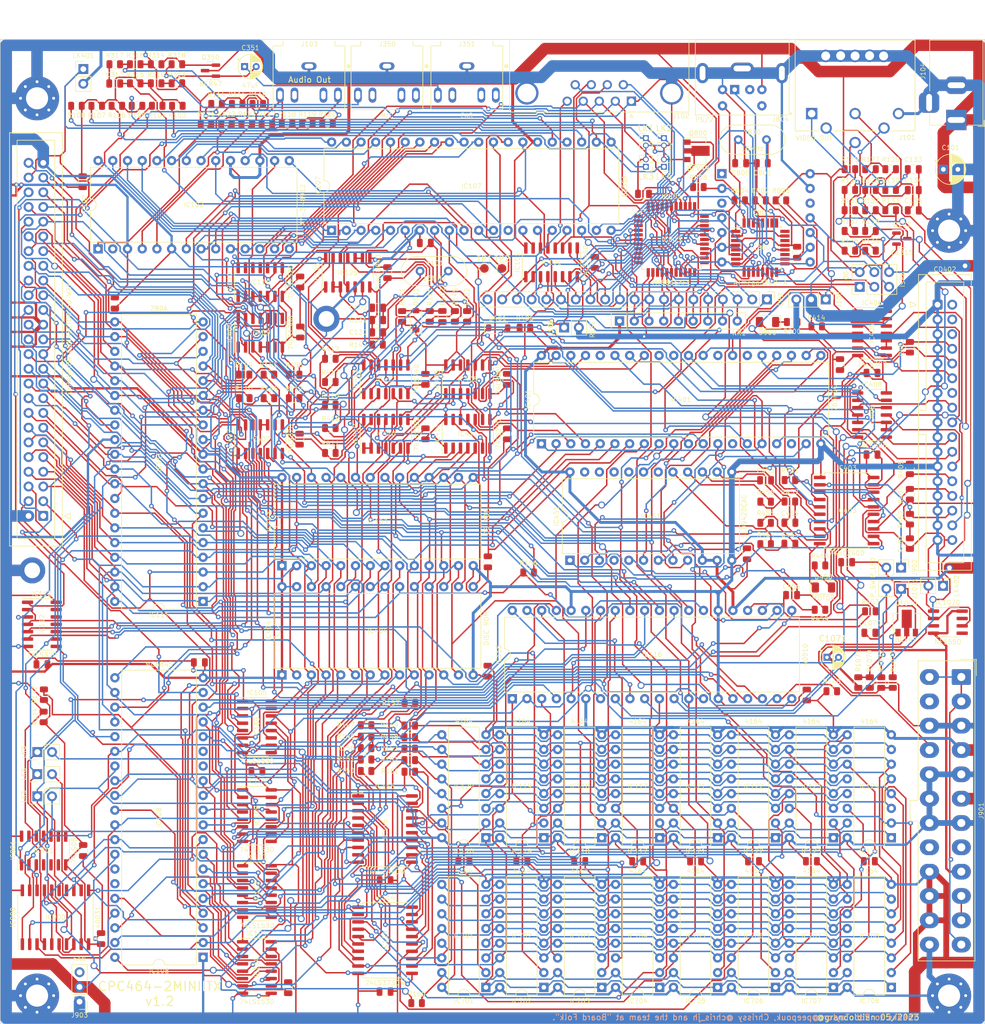
<source format=kicad_pcb>
(kicad_pcb (version 20221018) (generator pcbnew)
  (layers (0 "F.Cu" signal) (31 "B.Cu" signal) (34 "B.Paste" user) (35 "F.Paste" user) (36 "B.SilkS" user "B.Silkscreen") (37 "F.SilkS" user "F.Silkscreen") (38 "B.Mask" user) (39 "F.Mask" user) (44 "Edge.Cuts" user))
  (net 0 "")
  (net 1 "5V")
  (net 2 "GND")
  (net 3 "Net-(D101-A)")
  (net 4 "Net-(C130-Pad1)")
  (net 5 "Net-(C131-Pad1)")
  (net 6 "Net-(C132-Pad2)")
  (net 7 "Net-(J101-Pin_1)")
  (net 8 "Net-(J101-Pin_2)")
  (net 9 "Net-(J101-Pin_3)")
  (net 10 "TAPE_PC5")
  (net 11 "TAPE_PB7")
  (net 12 "SOUND")
  (net 13 "Net-(Q350-B)")
  (net 14 "Net-(IC451-OSC1)")
  (net 15 "Net-(IC451-OSC2)")
  (net 16 "/PS2 Keyboard/ROW7")
  (net 17 "/PS2 Keyboard/COL9")
  (net 18 "/PS2 Keyboard/ROW0")
  (net 19 "/PS2 Keyboard/ROW1")
  (net 20 "/PS2 Keyboard/ROW2")
  (net 21 "/PS2 Keyboard/ROW3")
  (net 22 "/PS2 Keyboard/ROW4")
  (net 23 "/PS2 Keyboard/ROW5")
  (net 24 "/PS2 Keyboard/ROW6")
  (net 25 "/PS2 Keyboard/COL0")
  (net 26 "/PS2 Keyboard/COL1")
  (net 27 "/PS2 Keyboard/COL2")
  (net 28 "/PS2 Keyboard/COL3")
  (net 29 "/PS2 Keyboard/COL4")
  (net 30 "/PS2 Keyboard/COL5")
  (net 31 "Net-(IC451-OFFSET)")
  (net 32 "Net-(IC451-CONTROL)")
  (net 33 "/IO/KB3")
  (net 34 "/IO/KB2")
  (net 35 "/IO/KB1")
  (net 36 "/IO/KB0")
  (net 37 "AYC")
  (net 38 "/PS2 Keyboard/COL6")
  (net 39 "AYA")
  (net 40 "AYB")
  (net 41 "CPU")
  (net 42 "RESET")
  (net 43 "AYBDIR")
  (net 44 "AYBC1")
  (net 45 "/IO/AYD7")
  (net 46 "/IO/AYD6")
  (net 47 "/IO/AYD5")
  (net 48 "/IO/AYD4")
  (net 49 "/IO/AYD3")
  (net 50 "/IO/AYD2")
  (net 51 "/IO/AYD1")
  (net 52 "/IO/AYD0")
  (net 53 "/CPU/A12")
  (net 54 "/CPU/A7")
  (net 55 "/CPU/A6")
  (net 56 "/CPU/A5")
  (net 57 "/CPU/A4")
  (net 58 "/CPU/A3")
  (net 59 "/CPU/A2")
  (net 60 "/CPU/A1")
  (net 61 "/CPU/A0")
  (net 62 "/CPU/D0")
  (net 63 "/CPU/D1")
  (net 64 "/CPU/D2")
  (net 65 "/CPU/D3")
  (net 66 "/CPU/D4")
  (net 67 "/CPU/D5")
  (net 68 "/CPU/D6")
  (net 69 "/CPU/D7")
  (net 70 "Net-(IC800-XTAL1{slash}PB6)")
  (net 71 "/CPU/A10")
  (net 72 "ROMDIS")
  (net 73 "/CPU/A11")
  (net 74 "/CPU/A9")
  (net 75 "/CPU/A8")
  (net 76 "/CPU/A13")
  (net 77 "/CPU/A14")
  (net 78 "/Multiplex/MA4")
  (net 79 "RA1")
  (net 80 "Net-(IC800-XTAL2{slash}PB7)")
  (net 81 "Net-(IC800-AREF)")
  (net 82 "RA2")
  (net 83 "/Multiplex/MA5")
  (net 84 "CASAD")
  (net 85 "/Multiplex/MA0")
  (net 86 "CCLK")
  (net 87 "Net-(J1071-Pin_2)")
  (net 89 "/Multiplex/MA8")
  (net 90 "/Multiplex/MA1")
  (net 91 "IORD")
  (net 92 "TAPE_PC4")
  (net 93 "VSYNC")
  (net 94 "/IO/IPB1")
  (net 95 "/IO/IPB2")
  (net 96 "/IO/IPB3")
  (net 97 "/IO/IPB4")
  (net 98 "EXP")
  (net 99 "PL2_21")
  (net 100 "8255RESET")
  (net 101 "IOWR")
  (net 102 "LPEN")
  (net 103 "/Multiplex/MA2")
  (net 104 "/Multiplex/MA3")
  (net 105 "/Multiplex/MA6")
  (net 106 "/Multiplex/MA7")
  (net 107 "/Multiplex/MA9")
  (net 110 "/Multiplex/MA12")
  (net 111 "/Multiplex/MA13")
  (net 112 "DISPEN")
  (net 113 "CURSOR")
  (net 116 "Net-(D401-A)")
  (net 117 "RA0")
  (net 118 "HSYNC")
  (net 119 "A14OUT")
  (net 120 "Net-(D450-A)")
  (net 121 "Net-(D900-K)")
  (net 122 "A15OUT")
  (net 123 "Net-(IC110-Pad1)")
  (net 124 "BUS")
  (net 128 "/CPU/A15")
  (net 129 "A100")
  (net 130 "INT")
  (net 131 "NMI")
  (net 132 "HALT")
  (net 133 "MREQ")
  (net 134 "IORQ")
  (net 135 "RD")
  (net 136 "WR")
  (net 137 "BUSAK")
  (net 138 "READY")
  (net 139 "BUSRQ")
  (net 140 "M1")
  (net 141 "RFSH")
  (net 142 "373EN")
  (net 143 "RAMDIS")
  (net 144 "RAMRD")
  (net 149 "Net-(IC103-~{CE})")
  (net 150 "/Gate Arrays/GD0")
  (net 151 "/Gate Arrays/GD1")
  (net 152 "/Gate Arrays/GD2")
  (net 153 "/Gate Arrays/GD3")
  (net 154 "/Gate Arrays/GD4")
  (net 155 "/Gate Arrays/GD5")
  (net 156 "/Gate Arrays/GD6")
  (net 157 "/Gate Arrays/GD7")
  (net 158 "244EN")
  (net 159 "SYNC")
  (net 160 "B")
  (net 161 "G")
  (net 162 "R")
  (net 163 "CAS")
  (net 164 "PHI")
  (net 165 "Net-(IC104-Za)")
  (net 166 "CK16")
  (net 167 "ROMEN")
  (net 168 "Net-(IC104-Zb)")
  (net 169 "MWE")
  (net 170 "RAS")
  (net 171 "MV")
  (net 172 "/Memory/XA0")
  (net 173 "/Memory/XA2")
  (net 174 "/Memory/XA1")
  (net 175 "/Memory/XA7")
  (net 176 "/Memory/XA5")
  (net 177 "/Memory/XA4")
  (net 178 "/Memory/XA3")
  (net 179 "/Memory/XA6")
  (net 180 "CAS0")
  (net 181 "Net-(IC125-Pad6)")
  (net 182 "Net-(IC125-Pad10)")
  (net 183 "Net-(IC125-Pad11)")
  (net 184 "Net-(IC105-Za)")
  (net 185 "Net-(IC105-Zb)")
  (net 188 "CAS1")
  (net 189 "D6ANDD7")
  (net 194 "Net-(IC108-E)")
  (net 204 "Net-(C454-Pad2)")
  (net 205 "Net-(C455-Pad2)")
  (net 208 "Net-(J103-Pad2)")
  (net 209 "Net-(IC109-Za)")
  (net 212 "Net-(IC109-Zb)")
  (net 213 "Net-(IC113-Za)")
  (net 214 "Net-(IC113-Zb)")
  (net 215 "Net-(IC116-READY)")
  (net 216 "Net-(IC116-~{INT})")
  (net 218 "Net-(IC401-INDEX)")
  (net 220 "Net-(IC401-WE)")
  (net 221 "Net-(IC401-SIDE)")
  (net 223 "Net-(IC401-US0)")
  (net 224 "5VSB")
  (net 225 "Net-(IC401-FLTR{slash}TRK0)")
  (net 226 "Net-(IC401-WPRT{slash}2SIDE)")
  (net 227 "Net-(IC401-READY)")
  (net 228 "PS_ON")
  (net 230 "Net-(IC401-FLTR{slash}STEP)")
  (net 231 "Net-(IC401-LCT{slash}DIR)")
  (net 232 "fINDEX")
  (net 233 "fDRIVE0")
  (net 234 "fDRIVE1")
  (net 235 "Net-(IC401-~{RW}{slash}SEEK)")
  (net 236 "fMOTOR1")
  (net 237 "fDIR")
  (net 238 "fSTEP")
  (net 239 "fWDATA")
  (net 240 "fWGATE")
  (net 241 "fTRACK0")
  (net 242 "fWRITEPROT")
  (net 243 "fREAD")
  (net 244 "fSIDE1")
  (net 245 "fREADY")
  (net 246 "Net-(IC412B-~{Q})")
  (net 247 "Net-(IC451-RD_DATA)")
  (net 248 "uRESET")
  (net 249 "uRD")
  (net 250 "uWR")
  (net 251 "uCS")
  (net 252 "Net-(IC412A-C)")
  (net 253 "uDACK")
  (net 254 "Net-(IC412B-Q)")
  (net 255 "Net-(IC412B-C)")
  (net 256 "uCLK")
  (net 257 "uWCLK")
  (net 258 "uWINDOW")
  (net 259 "uRDATA")
  (net 260 "uSYNC")
  (net 261 "Net-(IC412A-D)")
  (net 262 "uMFM")
  (net 265 "Net-(IC451-DRQ)")
  (net 266 "uWDATA")
  (net 267 "uPS1")
  (net 268 "uPS0")
  (net 269 "Net-(IC451-LPF1)")
  (net 270 "Net-(IC451-LPF2)")
  (net 276 "Net-(IC403-Pad3)")
  (net 277 "!R")
  (net 278 "Net-(IC403-Pad8)")
  (net 279 "Net-(IC403-Pad9)")
  (net 280 "Net-(IC403-Pad12)")
  (net 283 "IC404EN")
  (net 284 "SELECT")
  (net 285 "Net-(IC405-Pad8)")
  (net 289 "uDACK2K")
  (net 290 "Net-(IC410-Pad11)")
  (net 291 "Net-(IC410-Pad12)")
  (net 294 "Net-(IC900-~{CAS1})")
  (net 295 "Net-(IC900-~{CAS0})")
  (net 296 "Net-(IC1070-THR)")
  (net 297 "Net-(IC1070-Q)")
  (net 300 "Net-(J101-Pin_4)")
  (net 301 "Net-(J101-Pin_6)")
  (net 302 "Net-(J103-Ground)")
  (net 305 "/PS2 Keyboard/COL7")
  (net 306 "/PS2 Keyboard/COL8")
  (net 307 "PS2-CLK")
  (net 308 "MTSTROBE")
  (net 309 "AY2")
  (net 310 "AY1")
  (net 311 "AY0")
  (net 312 "AX2")
  (net 313 "AX1")
  (net 314 "AX0")
  (net 315 "ADMOSI")
  (net 316 "ADMISO")
  (net 317 "ADSCK")
  (net 318 "/PS2 Keyboard/AA6")
  (net 319 "/PS2 Keyboard/AA7")
  (net 320 "BREAK")
  (net 321 "/PS2 Keyboard/AA1")
  (net 322 "/PS2 Keyboard/AA2")
  (net 323 "/PS2 Keyboard/AA3")
  (net 324 "/PS2 Keyboard/AA4")
  (net 325 "/PS2 Keyboard/AA5")
  (net 326 "ADRESET")
  (net 327 "/PS2 Keyboard/AD0")
  (net 328 "/PS2 Keyboard/AD1")
  (net 329 "MTDATA")
  (net 330 "unconnected-(J901-+3.3V-Pad1)")
  (net 331 "/PS2 Keyboard/COL14")
  (net 332 "/PS2 Keyboard/COL15")
  (net 333 "/PS2 Keyboard/COL10")
  (net 334 "/PS2 Keyboard/COL11")
  (net 336 "unconnected-(J901-+12V-Pad10)")
  (net 338 "/PS2 Keyboard/COL13")
  (net 339 "/PS2 Keyboard/COL12")
  (net 341 "Net-(Q102-E)")
  (net 344 "Net-(Q102-B)")
  (net 345 "Net-(C317-Pad1)")
  (net 346 "EAR")
  (net 347 "Net-(Q350-E)")
  (net 348 "MIC")
  (net 349 "Net-(Q800-B)")
  (net 352 "Net-(Q1070-B)")
  (net 355 "DATA")
  (net 356 "STROBE")
  (net 358 "CK16B")
  (net 359 "Net-(J902-Pin_1)")
  (footprint "Package_DIP:DIP-16_W7.62mm" (layer "F.Cu") (at 112.52 191.83 180)
    (fp_text reference "IC701")
    (fp_text value "4164")
  )
  (footprint "Resistor_SMD:R_0805_2012Metric" (layer "F.Cu") (at 175.3642 54.1448)
    (fp_text reference "R126")
    (fp_text value "270R" hide)
  )
  (footprint "Resistor_SMD:R_0805_2012Metric" (layer "F.Cu") (at 85.1681 42.729)
    (fp_text reference "R120")
    (fp_text value "10K" hide)
  )
  (footprint "Connector_IDC:IDC-Header_2x17_P2.54mm_Vertical" (layer "F.Cu") (at 190.5 73.9598)
    (fp_text reference "CD402")
    (fp_text value "PC" hide)
  )
  (footprint "Resistor_SMD:R_0805_2012Metric" (layer "F.Cu") (at 66.009 39.3)
    (fp_text reference "R114")
    (fp_text value "10K" hide)
  )
  (footprint "CPC464-MINI:EXPANSION_IDC_ANONYMISED" (layer "F.Cu") (at 36.086 110.432 180)
    (fp_text reference "PL1" hide)
    (fp_text value "EXPANSION CONNECTOR 50 WAY")
  )
  (footprint "Resistor_SMD:R_0805_2012Metric" (layer "F.Cu") (at 55.575 32.45)
    (fp_text reference "R314")
    (fp_text value "10K" hide)
  )
  (footprint "Capacitor_SMD:C_0805_2012Metric" (layer "F.Cu") (at 102.0726 96.25 90)
    (fp_text reference "C409" hide)
    (fp_text value "100nF" hide)
  )
  (footprint "Package_SO:SOIC-14_3.9x8.7mm_P1.27mm" (layer "F.Cu") (at 73.55 70.05 90)
    (fp_text reference "IC110")
    (fp_text value "74LS132D")
  )
  (footprint "Package_DIP:DIP-16_W7.62mm" (layer "F.Cu") (at 142.52 191.83 180)
    (fp_text reference "IC704")
    (fp_text value "4164")
  )
  (footprint "Resistor_SMD:R_0805_2012Metric" (layer "F.Cu") (at 48.4265 32.45)
    (fp_text reference "R317")
    (fp_text value "470K" hide)
  )
  (footprint "Resistor_SMD:R_0805_2012Metric" (layer "F.Cu") (at 165 107.95)
    (fp_text reference "R457")
    (fp_text value "6K8" hide)
  )
  (footprint "Resistor_SMD:R_0805_2012Metric" (layer "F.Cu") (at 185.7295 115.2125 -90)
    (fp_text reference "R402")
    (fp_text value "680R" hide)
  )
  (footprint "Resistor_THT:R_Array_SIP9" (layer "F.Cu") (at 135.597 76.776)
    (fp_text reference "NR1")
    (fp_text value "10K" hide)
  )
  (footprint "Package_SO:SOIC-20W_7.5x12.8mm_P1.27mm" (layer "F.Cu") (at 174.8 109.505)
    (fp_text reference "IC403")
    (fp_text value "74HC240D")
  )
  (footprint "Resistor_SMD:R_0805_2012Metric" (layer "F.Cu") (at 178.9202 64.635)
    (fp_text reference "R134")
    (fp_text value "100R" hide)
  )
  (footprint "Resistor_SMD:R_0805_2012Metric" (layer "F.Cu") (at 119.8875 120.2 180)
    (fp_text reference "R156")
    (fp_text value "47R" hide)
  )
  (footprint "Package_SO:SOIC-20W_7.5x12.8mm_P1.27mm" (layer "F.Cu") (at 95.1 183.7)
    (fp_text reference "IC114")
    (fp_text value "74LS373DW")
  )
  (footprint "Resistor_SMD:R_0805_2012Metric" (layer "F.Cu") (at 81.6883 42.729)
    (fp_text reference "R119")
    (fp_text value "22K" hide)
  )
  (footprint "Capacitor_SMD:C_0805_2012Metric" (layer "F.Cu") (at 128.72 170.0518 180)
    (fp_text reference "C703" hide)
    (fp_text value "100nF" hide)
  )
  (footprint "Resistor_SMD:R_0805_2012Metric" (layer "F.Cu") (at 51.9625 32.45)
    (fp_text reference "R316")
    (fp_text value "1K" hide)
  )
  (footprint "Resistor_SMD:R_0805_2012Metric" (layer "F.Cu") (at 178.8 139.2 -90)
    (fp_text reference "R1071")
    (fp_text value "10K" hide)
  )
  (footprint "Capacitor_SMD:C_0805_2012Metric" (layer "F.Cu") (at 131.3176 66.65 90)
    (fp_text reference "C125" hide)
    (fp_text value "100nF" hide)
  )
  (footprint "Capacitor_THT:CP_Radial_D4.0mm_P2.00mm" (layer "F.Cu") (at 171.4 134.85)
    (fp_text reference "C1071")
    (fp_text value "33uF" hide)
  )
  (footprint "MountingHole:MountingHole_2.7mm_M2.5_ISO14580_Pad" (layer "F.Cu") (at 84.976 76.401 90)
    (fp_text reference "H7" hide)
    (fp_text value "MountingHole" hide)
  )
  (footprint "Capacitor_SMD:C_0805_2012Metric" (layer "F.Cu") (at 178.8102 130.6094)
    (fp_text reference "C1070")
    (fp_text value "100nF" hide)
  )
  (footprint "Capacitor_SMD:C_0805_2012Metric" (layer "F.Cu") (at 93.8254 74.5 180)
    (fp_text reference "C132")
    (fp_text value "47pF" hide)
  )
  (footprint "CPC464-MINI:Hole3.81_Pad_Via" (layer "F.Cu") (at 192.4942 61.1801)
    (fp_text reference "HA2" hide)
    (fp_text value "MountingHole" hide)
  )
  (footprint "Crystal:Crystal_HC49-U_Vertical" (layer "F.Cu") (at 156.084 45.464)
    (fp_text reference "Y800")
    (fp_text value "16MHz")
  )
  (footprint "Connector_PinHeader_1.27mm:PinHeader_1x02_P1.27mm_Vertical" (layer "F.Cu") (at 140.1332 50.15 180)
    (fp_text reference "LK3")
    (fp_text value "LK3" hide)
  )
  (footprint "Connector_PinHeader_1.27mm:PinHeader_1x02_P1.27mm_Vertical" (layer "F.Cu") (at 143.25 50.15 180)
    (fp_text reference "LK4")
    (fp_text value "LK4" hide)
  )
  (footprint "CPC464-MINI:STEREO" (layer "F.Cu") (at 81.9635 32.774 -90)
    (fp_text reference "J103")
    (fp_text value "STEREO JACK" hide)
  )
  (footprint "Resistor_SMD:R_0805_2012Metric" (layer "F.Cu") (at 91.825 150.5188 180)
    (fp_text reference "R158")
    (fp_text value "680R" hide)
  )
  (footprint "Resistor_SMD:R_0805_2012Metric" (layer "F.Cu") (at 99.375 154.6)
    (fp_text reference "R161")
    (fp_text value "47R" hide)
  )
  (footprint "Resistor_SMD:R_0805_2012Metric" (layer "F.Cu") (at 175.3642 64.635)
    (fp_text reference "R136")
    (fp_text value "220R" hide)
  )
  (footprint "Resistor_SMD:R_0805_2012Metric" (layer "F.Cu") (at 85.65 91.2368 180)
    (fp_text reference "R416")
    (fp_text value "1K" hide)
  )
  (footprint "Package_SO:SOIC-16_3.9x9.9mm_P1.27mm" (layer "F.Cu") (at 72.975 146.86)
    (fp_text reference "IC105")
    (fp_text value "74LS153D")
  )
  (footprint "Capacitor_SMD:C_0805_2012Metric" (layer "F.Cu") (at 158.72 170.0518 180)
    (fp_text reference "C706" hide)
    (fp_text value "100nF" hide)
  )
  (footprint "Package_DIP:DIP-16_W7.62mm" (layer "F.Cu") (at 162.52 166 180)
    (fp_text reference "IC122")
    (fp_text value "4164")
  )
  (footprint "Capacitor_SMD:C_0805_2012Metric" (layer "F.Cu") (at 80.3418 97.175 -90)
    (fp_text reference "C406" hide)
    (fp_text value "100nF" hide)
  )
  (footprint "Package_DIP:DIP-16_W7.62mm" (layer "F.Cu") (at 152.52 166 180)
    (fp_text reference "IC121")
    (fp_text value "4164")
  )
  (footprint "Package_TO_SOT_SMD:SOT-23" (layer "F.Cu") (at 64.9625 33.55 180)
    (fp_text reference "Q350")
    (fp_text value "BC847")
  )
  (footprint "Resistor_SMD:R_0805_2012Metric" (layer "F.Cu") (at 178.9202 50.5634)
    (fp_text reference "R127")
    (fp_text value "680R" hide)
  )
  (footprint "LED_SMD:LED_1206_3216Metric" (layer "F.Cu") (at 161.15 76.95 180)
    (fp_text reference "D900")
    (fp_text value "POWER" hide)
  )
  (footprint "Diode_SMD:D_SOD-123" (layer "F.Cu") (at 114.6413 77.9508)
    (fp_text reference "D401")
    (fp_text value "1N4148" hide)
  )
  (footprint "Package_SO:SOIC-14_3.9x8.7mm_P1.27mm" (layer "F.Cu") (at 88.66 68.425 90)
    (fp_text reference "IC125")
    (fp_text value "74HCU04D")
  )
  (footprint "Connector_PinHeader_2.54mm:PinHeader_1x02_P2.54mm_Vertical" (layer "F.Cu") (at 184.21 123 -90)
    (fp_text reference "J1071")
    (fp_text value "P_SW")
  )
  (footprint "Capacitor_SMD:C_0805_2012Metric" (layer "F.Cu") (at 186.3116 57.6754)
    (fp_text reference "C135")
    (fp_text value "220pF" hide)
  )
  (footprint "Resistor_SMD:R_0805_2012Metric" (layer "F.Cu") (at 79.4 90.1 180)
    (fp_text reference "R112")
    (fp_text value "2K2" hide)
  )
  (footprint "Connector_BarrelJack:BarrelJack_Horizontal" (layer "F.Cu") (at 193.7435 42.068 -90)
    (fp_text reference "J104")
    (fp_text value "DC INPUT" hide)
  )
  (footprint "Package_SO:SOIC-16_3.9x9.9mm_P1.27mm" (layer "F.Cu") (at 72.975 188.405)
    (fp_text reference "IC104")
    (fp_text value "74LS153D")
  )
  (footprint "MTKeyboard:Connector_Mini-DIN_Female_6Pin_2rows" (layer "F.Cu") (at 155.47 36.825 180)
    (fp_text reference "J804")
    (fp_text value "PS/2")
  )
  (footprint "Connector_PinHeader_2.54mm:PinHeader_1x03_P2.54mm_Vertical" (layer "F.Cu") (at 42.35 194.3 180)
    (fp_text reference "J903")
    (fp_text value "FAN")
  )
  (footprint "Capacitor_SMD:C_0805_2012Metric" (layer "F.Cu") (at 159.9 55.95)
    (fp_text reference "C802")
    (fp_text value "100nF" hide)
  )
  (footprint "Capacitor_SMD:C_0805_2012Metric" (layer "F.Cu") (at 116.1818 96.25 90)
    (fp_text reference "C407" hide)
    (fp_text value "100nF" hide)
  )
  (footprint "Capacitor_SMD:C_0805_2012Metric" (layer "F.Cu") (at 95.1 192.57 180)
    (fp_text reference "C115" hide)
    (fp_text value "100nF" hide)
  )
  (footprint "Package_SO:SOIC-8_3.9x4.9mm_P1.27mm" (layer "F.Cu") (at 192.278 128.778)
    (fp_text reference "IC1070")
    (fp_text value "NE555D")
  )
  (footprint "Capacitor_SMD:C_0805_2012Metric" (layer "F.Cu") (at 160.246 49.528 180)
    (fp_text reference "C801")
    (fp_text value "20pF" hide)
  )
  (footprint "Package_SO:SOIC-14_3.9x8.7mm_P1.27mm" (layer "F.Cu") (at 36.15 168.2 90)
    (fp_text reference "IC901")
    (fp_text value "74LS08")
  )
  (footprint "Capacitor_SMD:C_0805_2012Metric" (layer "F.Cu") (at 46.064 183.411 -90)
    (fp_text reference "C118" hide)
    (fp_text value "100nF" hide)
  )
  (footprint "Package_SO:SOIC-20W_7.5x12.8mm_P1.27mm" (layer "F.Cu") (at 95.1 164.5)
    (fp_text reference "IC115")
    (fp_text value "74LS244DW")
  )
  (footprint "Package_SO:SOIC-16_3.9x9.9mm_P1.27mm" (layer "F.Cu") (at 72.975 175.285)
    (fp_text reference "IC113")
    (fp_text value "74LS153D")
  )
  (footprint "Resistor_SMD:R_0805_2012Metric" (layer "F.Cu") (at 100.55 194.55)
    (fp_text reference "R160")
    (fp_text value "47R" hide)
  )
  (footprint "Connector_PinHeader_2.54mm:PinHeader_1x02_P2.54mm_Vertical" (layer "F.Cu") (at 35.06 155.02 90)
    (fp_text reference "LK6")
    (fp_text value "LK6" hide)
  )
  (footprint "Resistor_SMD:R_0805_2012Metric" (layer "F.Cu") (at 185.7295 106.6781 90)
    (fp_text reference "R404")
    (fp_text value "680R" hide)
  )
  (footprint "Capacitor_SMD:C_0805_2012Metric" (layer "F.Cu") (at 48.4265 35.77)
    (fp_text reference "C317")
    (fp_text value "4.7nF" hide)
  )
  (footprint "Connector_Dsub:DSUB-9_Male_Horizontal_P2.77x2.84mm_EdgePinOffset7.70mm_Housed_MountingHolesOffset9.12mm" (layer "F.Cu") (at 137.63 38.8263 180)
    (fp_text reference "J102")
    (fp_text value "9 PIN D" hide)
  )
  (footprint "MountingHole:MountingHole_2.7mm_M2.5_ISO14580_Pad" (layer "F.Cu") (at 34.176 119.835 90)
    (fp_text reference "H1" hide)
    (fp_text value "MountingHole" hide)
  )
  (footprint "Resistor_SMD:R_0805_2012Metric" (layer "F.Cu") (at 176.8188 139.2 90)
    (fp_text reference "R1070")
    (fp_text value "10K" hide)
  )
  (footprint "Capacitor_SMD:C_0805_2012Metric" (layer "F.Cu") (at 148.72 170.0518 180)
    (fp_text reference "C705" hide)
    (fp_text value "100nF" hide)
  )
  (footprint "Capacitor_SMD:C_0805_2012Metric" (layer "F.Cu") (at 157.605 116.965 90)
    (fp_text reference "C404")
    (fp_text value "100nF" hide)
  )
  (footprint "Resistor_SMD:R_0805_2012Metric" (layer "F.Cu") (at 73.1304 39.3)
    (fp_text reference "R116")
    (fp_text value "10K" hide)
  )
  (footprint "Resistor_SMD:R_0805_2012Metric" (layer "F.Cu") (at 98.0404 75.9746 90)
    (fp_text reference "R101")
    (fp_text value "3M3" hide)
  )
  (footprint "Capacitor_SMD:C_0805_2012Metric" (layer "F.Cu") (at 80.4334 70.0398 90)
    (fp_text reference "C113" hide)
    (fp_text value "100nF" hide)
  )
  (footprint "Resistor_SMD:R_0805_2012Metric" (layer "F.Cu") (at 79.4 86.05)
    (fp_text reference "R155")
    (fp_text value "56R" hide)
  )
  (footprint "Package_DIP:DIP-16_W7.62mm" (layer "F.Cu") (at 142.52 166 180)
    (fp_text reference "IC117")
    (fp_text value "4164")
  )
  (footprint "Package_DIP:DIP-16_W7.62mm" (layer "F.Cu") (at 122.52 191.83 180)
    (fp_text reference "IC702")
    (fp_text value "4164")
  )
  (footprint "Resistor_SMD:R_0805_2012Metric" (layer "F.Cu") (at 67.7183 42.729)
    (fp_text reference "R122")
    (fp_text value "1K" hide)
  )
  (footprint "Resistor_SMD:R_0805_2012Metric" (layer "F.Cu") (at 59.1625 35.74 180)
    (fp_text reference "R313")
    (fp_text value "4K7" hide)
  )
  (footprint "Package_SO:SOIC-16_3.9x9.9mm_P1.27mm" (layer "F.Cu") (at 72.975 162.185)
    (fp_text reference "IC109")
    (fp_text value "74LS153D")
  )
  (footprint "Package_DIP:DIP-16_W7.62mm" (layer "F.Cu") (at 172.52 191.83 180)
    (fp_text reference "IC707")
    (fp_text value "4164")
  )
  (footprint "Resistor_SMD:R_0805_2012Metric" (layer "F.Cu") (at 55.575 35.74 180)
    (fp_text reference "R310")
    (fp_text value "10K" hide)
  )
  (footprint "Package_DIP:DIP-40_W15.24mm" (layer "F.Cu") (at 85.875 61.125 90)
    (fp_text reference "IC107")
    (fp_text value "8255A")
  )
  (footprint "Resistor_SMD:R_0805_2012Metric" (layer "F.Cu") (at 178.9 126.9)
    (fp_text reference "R453")
    (fp_text value "2K2" hide)
  )
  (footprint "TestPoint:TestPoint_Pad_D1.5mm" (layer "F.Cu") (at 115.3 67.7)
    (fp_text reference "TP2")
    (fp_text value "TestPoint" hide)
  )
  (footprint "Resistor_SMD:R_0805_2012Metric" (layer "F.Cu") (at 163.45 55.95)
    (fp_text reference "R805")
    (fp_text value "10K" hide)
  )
  (footprint "CPC464-MINI:Hole3.81_Pad_Via" (layer "F.Cu") (at 35.0142 193.2601)
    (fp_text reference "HA3" hide)
    (fp_text value "MountingHole" hide)
  )
  (footprint "Resistor_SMD:R_0805_2012Metric" (layer "F.Cu") (at 70.8 90.1)
    (fp_text reference "R110")
    (fp_text value "2K2" hide)
  )
  (footprint "Connector_PinHeader_1.27mm:PinHeader_1x02_P1.27mm_Vertical" (layer "F.Cu") (at 143.25 45.2)
    (fp_text reference "LK2")
    (fp_text value "LK2" hide)
  )
  (footprint "Resistor_SMD:R_0805_2012Metric" (layer "F.Cu") (at 185.7295 110.9961 -90)
    (fp_text reference "R452")
    (fp_text value "680R" hide)
  )
  (footprint "Capacitor_SMD:C_0805_2012Metric" (layer "F.Cu") (at 179.1828 99.8424)
    (fp_text reference "C413")
    (fp_text value "100nF" hide)
  )
  (footprint "Resistor_SMD:R_0805_2012Metric" (layer "F.Cu") (at 182.4 54.1448)
    (fp_text reference "R130")
    (fp_text value "270R" hide)
  )
  (footprint "Package_DIP:DIP-40_W15.24mm" (layer "F.Cu") (at 63.69 186.64 180)
    (fp_text reference "IC108")
    (fp_text value "MC6845")
  )
  (footprint "Resistor_SMD:R_0805_2012Metric" (layer "F.Cu") (at 175.3642 50.5634)
    (fp_text reference "R125")
    (fp_text value "680R" hide)
  )
  (footprint "Capacitor_SMD:C_0805_2012Metric" (layer "F.Cu") (at 186.3116 54.1702)
    (fp_text reference "C134")
    (fp_text value "220pF" hide)
  )
  (footprint "Resistor_SMD:R_0805_2012Metric" (layer "F.Cu") (at 52.2732 39.624 180)
    (fp_text reference "R105")
    (fp_text value "2K2" hide)
  )
  (footprint "Capacitor_SMD:C_0805_2012Metric" (layer "F.Cu") (at 165.295 124.1 180)
    (fp_text reference "C456")
    (fp_text value "10nF" hide)
  )
  (footprint "Resistor_SMD:R_0805_2012Metric" (layer "F.Cu") (at 91.825 154.4688)
    (fp_text reference "R150")
    (fp_text value "82R" hide)
  )
  (footprint "Resistor_SMD:R_0805_2012Metric" (layer "F.Cu") (at 85.65 99.5625)
    (fp_text reference "R411")
    (fp_text value "1K" hide)
  )
  (footprint "Resistor_SMD:R_0805_2012Metric" (layer "F.Cu") (at 119.25 77.95)
    (fp_text reference "R406")
    (fp_text value "680R" hide)
  )
  (footprint "Connector_PinHeader_2.54mm:PinHeader_1x02_P2.54mm_Vertical" (layer "F.Cu") (at 126.025 77.9 90)
    (fp_text reference "J106")
    (fp_text value "RESET")
  )
  (footprint "Capacitor_SMD:C_0805_2012Metric" (layer "F.Cu") (at 173.65 84.3 -90)
    (fp_text reference "C403" hide)
    (fp_text value "100nF" hide)
  )
  (footprint "Capacitor_SMD:C_0805_2012Metric" (layer "F.Cu") (at 167.92 141.35 90)
    (fp_text reference "C116" hide)
    (fp_text value "100nF" hide)
  )
  (footprint "Capacitor_SMD:C_0805_2012Metric" (layer "F.Cu") (at 93.8254 78.7418 180)
    (fp_text reference "C130")
    (fp_text value "68pF" hide)
  )
  (footprint "Package_DIP:DIP-16_W7.62mm" (layer "F.Cu") (at 152.52 191.83 180)
    (fp_text reference "IC705")
    (fp_text value "4164")
  )
  (footprint "Resistor_SMD:R_0805_2012Metric" (layer "F.Cu") (at 91.825 146.5688)
    (fp_text reference "R147")
    (fp_text value "82R" hide)
  )
  (footprint "Resistor_SMD:R_0805_2012Metric" (layer "F.Cu") (at 107.159 75.9727 -90)
    (fp_text reference "R145")
    (fp_text value "10M" hide)
  )
  (footprint "Resistor_SMD:R_0805_2012Metric" (layer "F.Cu") (at 99.4 142.7312 180)
    (fp_text reference "R157")
    (fp_text value "680R" hide)
  )
  (footprint "Capacitor_SMD:C_0805_2012Metric" (layer "F.Cu") (at 95.518 68.425 -90)
    (fp_text reference "C104" hide)
    (fp_text value "100nF" hide)
  )
  (footprint "Resistor_SMD:R_0805_2012Metric" (layer "F.Cu") (at 69.5744 39.3)
    (fp_text reference "R115")
    (fp_text value "10K" hide)
  )
  (footprint "Resistor_SMD:R_0805_2012Metric" (layer "F.Cu") (at 102.8156 75.9746 -90)
    (fp_text reference "R111")
    (fp_text value "1M" hide)
  )
  (footprint "Package_TO_SOT_SMD:SOT-89-3" (layer "F.Cu") (at 185.178 128.628 90)
    (fp_text reference "Q1070")
    (fp_text value "BCV49")
  )
  (footprint "Package_SO:SOIC-14_3.9x8.7mm_P1.27mm" (layer "F.Cu") (at 73.56 97.175 90)
    (fp_text reference "IC407")
    (fp_text value "74LS32D")
  )
  (footprint "Resistor_SMD:R_0805_2012Metric" (layer "F.Cu") (at 48.7934 39.624 180)
    (fp_text reference "R106")
    (fp_text value "2K2" hide)
  )
  (footprint "Crystal:Crystal_HC49-U_Vertical" (layer "F.Cu") (at 101.15 68.15)
    (fp_text reference "X101")
    (fp_text value "16MHz")
  )
  (footprint "Capacitor_SMD:C_0805_2012Metric" (layer "F.Cu") (at 35.8602 136.0588 180)
    (fp_text reference "C117" hide)
    (fp_text value "100nF" hide)
  )
  (footprint "Capacitor_SMD:C_0805_2012Metric" (layer "F.Cu") (at 78.375 191.885 -90)
    (fp_text reference "C127" hide)
    (fp_text value "100nF" hide)
  )
  (footprint "Capacitor_SMD:C_0805_2012Metric" (layer "F.Cu") (at 102.0726 86.85 -90)
    (fp_text reference "C410" hide)
    (fp_text value "100nF" hide)
  )
  (footprint "LED_SMD:LED_1206_3216Metric" (layer "F.Cu") (at 170.8024 122.7836)
    (fp_text reference "D450")
    (fp_text value "MOTOR")
  )
  (footprint "Resistor_SMD:R_0805_2012Metric" (layer "F.Cu") (at 85.65 87.3125)
    (fp_text reference "R417")
    (fp_text value "10K" hide)
  )
  (footprint "Capacitor_SMD:C_0805_2012Metric" (layer "F.Cu") (at 72.975 154.51)
    (fp_text reference "C126" hide)
    (fp_text value "100nF" hide)
  )
  (footprint "Resistor_SMD:R_0805_2012Metric" (layer "F.Cu") (at 91.825 148.55)
    (fp_text reference "R146")
    (fp_text value "82R" hide)
  )
  (footprint "Package_DIP:DIP-16_W7.62mm" (layer "F.Cu") (at 132.52 166 180)
    (fp_text reference "IC118")
    (fp_text value "4164")
  )
  (footprint "Resistor_SMD:R_0805_2012Metric" (layer "F.Cu") (at 85.65 95.25)
    (fp_text reference "R418")
    (fp_text value "150R" hide)
  )
  (footprint "Capacitor_SMD:C_0805_2012Metric" (layer "F.Cu") (at 116.1818 86.85 -90)
    (fp_text reference "C411" hide)
    (fp_text value "100nF" hide)
  )
  (footprint "Package_DIP:DIP-28_W15.24mm" (layer "F.Cu") (at 77.3 119.025 90)
    (fp_text reference "IC103")
    (fp_text value "OS ROM")
  )
  (footprint "Package_TO_SOT_SMD:SOT-23" (layer "F.Cu") (at 184.35 62.55)
    (fp_text reference "Q102")
    (fp_text value "C1815")
  )
  (footprint "Package_DIP:DIP-16_W7.62mm" (layer "F.Cu") (at 162.52 191.83 180)
    (fp_text reference "IC706")
    (fp_text value "4164")
  )
  (footprint "Package_SO:SOIC-14_3.9x8.7mm_P1.27mm" (layer "F.Cu") (at 95.24 86.85 90)
    (fp_text reference "IC412")
    (fp_text value "74LS74D")
  )
  (footprint "Package_SO:SOIC-14_3.9x8.7mm_P1.27mm" (layer "F.Cu") (at 35.85 129.15)
    (fp_text reference "IC112")
    (fp_text value "74LS32D")
  )
  (footprint "Resistor_SMD:R_0805_2012Metric" (layer "F.Cu") (at 71.2235 42.729)
    (fp_text reference "R123")
    (fp_text value "1K" hide)
  )
  (footprint "Resistor_SMD:R_0805_2012Metric" (layer "F.Cu") (at 74.7033 42.729)
    (fp_text reference "R117")
    (fp_text value "10K" hide)
  )
  (footprint "Package_DIP:DIP-16_W7.62mm" (layer "F.Cu") (at 112.52 165.9934 180)
    (fp_text reference "IC120")
    (fp_text value "4164")
  )
  (footprint "Package_QFP:TQFP-44_10x10mm_P0.8mm" (layer "F.Cu") (at 144.55 62.7)
    (fp_text reference "IC803")
    (fp_text value "MT8816AF1")
  )
  (footprint "TestPoint:TestPoint_Pad_D1.5mm" (layer "F.Cu") (at 112.25 67.7)
    (fp_text reference "TP1")
    (fp_text value "TestPoint" hide)
  )
  (footprint "Capacitor_SMD:C_0805_2012Metric" (layer "F.Cu") (at 118.72 170.0518 180)
    (fp_text reference "C702" hide)
    (fp_text value "100nF" hide)
  )
  (footprint "Resistor_SMD:R_0805_2012Metric" (layer "F.Cu") (at 64.1877 42.729)
    (fp_text reference "R121")
    (fp_text value "1K" hide)
  )
  (footprint "Capacitor_SMD:C_0805_2012Metric" (layer "F.Cu") (at 165 111.6)
    (fp_text reference "C455")
    (fp_text value "10nF" hide)
  )
  (footprint "Resistor_SMD:R_0805_2012Metric" (layer "F.Cu") (at 70.75 86.0375)
    (fp_text reference "R109")
    (fp_text value "2K2" hide)
  )
  (footprint "Connector_PinHeader_2.54mm:PinHeader_1x20_P2.54mm_Vertical" (layer "F.Cu") (at 161.05 73.05 -90)
    (fp_text reference "CP2")
    (fp_text value "KEYBOARD" hide)
  )
  (footprint "Capacitor_SMD:C_0805_2012Metric" (layer "F.Cu") (at 165 115.25 180)
    (fp_text reference "C454")
    (fp_text value "1nF" hide)
  )
  (footprint "Capacitor_SMD:C_0805_2012Metric" (layer "F.Cu") (at 156.502 49.528)
    (fp_text reference "C800")
    (fp_text value "20pF" hide)
  )
  (footprint "Package_DIP:DIP-28_W15.24mm" (layer "F.Cu") (at 45.55 64.325 90)
    (fp_text reference "IC102")
    (fp_text value "AY-3-8912")
  )
  (footprint "Resistor_SMD:R_0805_2012Metric" (layer "F.Cu") (at 160.8125 115.3125)
    (fp_text reference "R454")
    (fp_text value "68K" hide)
  )
  (footprint "Capacitor_SMD:C_0805_2012Metric" (layer "F.Cu") (at 42.89 52.725 -90)
    (fp_text reference "C137" hide)
    (fp_text value "100nF" hide)
  )
  (footprint "Package_DIP:DIP-28_W15.24mm" (layer "F.Cu") (at 77.3 137.885 90)
    (fp_text reference "IC404")
    (fp_text value "DISC ROM")
  )
  (footprint "Resistor_SMD:R_0805_2012Metric" (layer "F.Cu") (at 91.825 152.4876)
    (fp_text reference "R151")
    (fp_text value "82R" hide)
  )
  (footprint "Capacitor_SMD:C_0805_2012Metric" (layer "F.Cu") (at 186.3116 50.5888)
    (fp_text reference "C133")
    (fp_text value "220pF" hide)
  )
  (footprint "Package_DIP:DIP-16_W7.62mm" (layer "F.Cu") (at 182.52 191.83 180)
    (fp_text reference "IC708")
    (fp_text value "4164")
  )
  (footprint "Capacitor_SMD:C_0805_2012Metric" (layer "F.Cu") (at 108.72 170.0518 180)
    (fp_text reference "C701" hide)
    (fp_text value "100nF" hide)
  )
  (footprint "Package_QFP:TQFP-32_7x7mm_P0.8mm" (layer "F.Cu") (at 159.9 64.1)
    (fp_text reference "IC800")
    (fp_text value "ATmega328P-A")
  )
  (footprint "Capacitor_SMD:C_0805_2012Metric" (layer "F.Cu") (at 93.8254 76.6082 180)
    (fp_text reference "C131")
    (fp_text value "68pF" hide)
  )
  (footprint "Resistor_SMD:R_0805_2012Metric" (layer "F.Cu") (at 160.8125 111.625)
    (fp_text reference "R455")
    (fp_text value "33K" hide)
  )
  (footprint "Capacitor_SMD:C_0805_2012Metric" (layer "F.Cu") (at 138.72 170.0518 180)
    (fp_text reference "C704" hide)
    (fp_text value "100nF" hide)
  )
  (footprint "Package_DIP:DIP-40_W15.24mm" (layer "F.Cu") (at 63.68 125.2 180)
    (fp_text reference "IC111")
    (fp_text value "Z80A")
  )
  (footprint "Capacitor_SMD:C_0805_2012Metric" (layer "F.Cu") (at 105 76 -90)
    (fp_text reference "C102")
    (fp_text value "100nF" hide)
  )
  (footprint "Capacitor_SMD:C_0805_2012Metric" (layer "F.Cu") (at 174.8 118.4204)
    (fp_text reference "C414" hide)
    (fp_text value "100nF" hide)
  )
  (footprint "Package_DIP:DIP-16_W7.62mm" (layer "F.Cu") (at 172.52 166 180)
    (fp_text reference "IC123")
    (fp_text value "4164")
  )
  (footprint "CPC464-MINI:STEREO" (layer "F.Cu") (at 95.4255 32.774 -90)
    (fp_text reference "J350")
    (fp_text value "MIC")
  )
  (footprint "Package_SO:SOIC-20W_7.5x12.8mm_P1.27mm" (layer "F.Cu") (at 38.19 179.725 90)
    (fp_text reference "IC900")
    (fp_text value "40031")
  )
  (footprint "Resistor_SMD:R_0805_2012Metric" (layer "F.Cu") (at 99.3625 150.6188)
    (fp_text reference "R153")
    (fp_text value "82R" hide)
  )
  (footprint "Capacitor_SMD:C_0805_2012Metric" (layer "F.Cu") (at 139.724 54.826)
    (fp_text reference "C807" hide)
    (fp_text value "100nF" hide)
  )
  (footprint "Connector_PinHeader_2.54mm:PinHeader_2x03_P2.54mm_Vertical" (layer "F.Cu") (at 177.053 70.871 90)
    (fp_text reference "J800")
    (fp_text value "ISP6")
  )
  (footprint "Diode_SMD:D_SOD-123" (layer "F.Cu") (at 100.428 76.6446 90)
    (fp_text reference "D101")
    (fp_text value "1N4148" hide)
  )
  (footprint "Connector_PinHeader_2.54mm:PinHeader_1x02_P2.54mm_Vertical" (layer "F.Cu") (at 35.06 158.85 90)
    (fp_text reference "LK5")
    (fp_text value "LK5" hide)
  )
  (footprint "Capacitor_SMD:C_0805_2012Metric" (layer "F.Cu") (at 168.72 170.0518 180)
    (fp_text reference "C707" hide)
    (fp_text value "100nF" hide)
  )
  (footprint "Connector_PinHeader_1.27mm:PinHeader_1x02_P1.27mm_Vertical" (layer "F.Cu") (at 140.1332 45.2)
    (fp_text reference "LK1")
    (fp_text value "LK1" hide)
  )
  (footprint "Resistor_SMD:R_0805_2012Metric" (layer "F.Cu") (at 85.65 83.2993)
    (fp_text reference "R412")
    (fp_text value "1K" hide)
  )
  (footprint "Resistor_SMD:R_0805_2012Metric" (layer "F.Cu") (at 165.4 76.95 180)
    (fp_text reference "R900")
    (fp_text value "1K" hide)
  )
  (footprint "Connector_Molex:Molex_Mini-Fit_Jr_5566-24A_2x12_P4.20mm_Vertical" (layer "F.Cu") (at 194.6 138.25 -90)
    (fp_text reference "J901")
    (fp_text value "ATX-24" hide)
  )
  (footprint "Capacitor_SMD:C_0805_2012Metric" (layer "F.Cu") (at 48.44 73.67 -90)
    (fp_text reference "C120" hide)
    (fp_text value "100nF" hide)
  )
  (footprint "Package_DIP:DIP-16_W7.62mm" (layer "F.Cu") (at 182.52 166 180)
    (fp_text reference "IC124")
    (fp_text value "4164")
  )
  (footprint "Resistor_SMD:R_0805_2012Metric" (layer "F.Cu") (at 178.9202 61.2314)
    (fp_text reference "R135")
    (fp_text value "680R" hide)
  )
  (footprint "Resistor_SMD:R_0805_2012Metric" (layer "F.Cu") (at 75.05 90.1)
    (fp_text reference "R144")
    (fp_text value "4K7" hide)
  )
  (footprint "Resistor_SMD:R_0805_2012Metric" (layer "F.Cu") (at 160.8125 107.975)
    (fp_text reference "R456")
    (fp_text value "1K5" hide)
  )
  (footprint "Resistor_SMD:R_0805_2012Metric" (layer "F.Cu") (at 175.3642 61.2314)
    (fp_text reference "R137")
    (fp_text value "220R" hide)
  )
  (footprint "Connector_PinHeader_2.54mm:PinHeader_1x02_P2.54mm_Vertical" (layer "F.Cu") (at 184.2 119.35 -90)
    (fp_text reference "J902")
    (fp_text value "P_LED")
  )
  (footprint "Resistor_SMD:R_0805_2012Metric" (layer "F.Cu") (at 182.4 57.65)
    (fp_text reference "R133")
    (fp_text value "10K" hide)
  )
  (footprint "Arduino:XAIO 14PIN SILENT" (layer "F.Cu") (at 153.26 51.35)
    (fp_text reference "IC804" hide)
    (fp_text value "XAIO Socket" hide)
  )
  (footprint "Package_SO:SOIC-14_3.9x8.7mm_P1.27mm" (layer "F.Cu") (at 109.4 96.25 90)
    (fp_text reference "IC411")
    (fp_text value "74LS27D")
  )
  (footprint "Resistor_SMD:R_0805_2012Metric" (layer "F.Cu") (at 36.15 145.14 -90)
    (fp_text reference "R124")
    (fp_text value "1K5" hide)
  )
  (footprint "CPC464-MINI:Hole3.81_Pad_Via" (layer "F.Cu") (at 192.4942 193.2601)
    (fp_text reference "HA1" hide)
    (fp_text value "MountingHole" hide)
  )
  (footprint "Package_SO:SOIC-14_3.9x8.7mm_P1.27mm" (layer "F.Cu") (at 95.24 96.25 90)
    (fp_text reference "IC410")
    (fp_text value "74LS132D")
  )
  (footprint "Resistor_SMD:R_0805_2012Metric" (layer "F.Cu") (at 45.3155 39.624 180)
    (fp_text reference "R107")
    (fp_text value "2K2" hide)
  )
  (footprint "Capacitor_SMD:C_0805_2012Metric" (layer "F.Cu") (at 102.05 63.3 180)
    (fp_text reference "C121" hide)
    (fp_text value "100nF" hide)
  )
  (footprint "Resistor_SMD:R_0805_2012Metric" (layer "F.Cu") (at 99.3625 146.631)
    (fp_text reference "R149")
    (fp_text value "82R" hide)
  )
  (footprint "Capacitor_SMD:C_0805_2012Metric" (layer "F.Cu") (at 179.1828 85.7454)
    (fp_text reference "C412")
    (fp_text value "100nF" hide)
  )
  (footprint "Resistor_SMD:R_0805_2012Metric" (layer "F.Cu") (at 109.2672 75.9746 90)
    (fp_text reference "R102")
    (fp_text value "2K2" hide)
  )
  (footprint "Resistor_SMD:R_0805_2012Metric" (layer "F.Cu") (at 182.7624 139.2 90)
    (fp_text reference "R1073")
    (fp_text value "1K" hide)
  )
  (footprint "Package_DIP:DIP-24_W15.24mm" (layer "F.Cu") (at 127.03 118.09 90)
    (fp_text reference "IC451")
    (fp_text value "SED9420CAC")
  )
  (footprint "CPC464-MINI:Hole3.81_Pad_Via" (layer "F.Cu") (at 35.0142 38.3201)
    (fp_text reference "HA4" hide)
    (fp_text value "MountingHole" hide)
  )
  (footprint "Resistor_SMD:R_0805_2012Metric" (layer "F.Cu") (at 165 104.2375)
    (fp_text reference "R901")
    (fp_text value "1K" hide)
  )
  (footprint "Resistor_SMD:R_0805_2012Metric" (layer "F.Cu") (at 169.63 77.7 180)
    (fp_text reference "R414")
    (fp_text value "2K2" hide)
  )
  (footprint "Resistor_SMD:R_0805_2012Metric" (layer "F.Cu") (at 55.7549 39.624 180)
    (fp_text reference "R104")
    (fp_text value "2K2" hide)
  )
  (footprint "Resistor_SMD:R_0805_2012Metric" (layer "F.Cu") (at 78.1831 42.729)
    (fp_text reference "R118")
    (fp_text value "22K" hide)
  )
  (footprint "Resistor_SMD:R_0805_2012Metric" (layer "F.Cu") (at 180.7812 139.2 -90)
    (fp_text reference "R1072")
    (fp_text value "100K" hide)
  )
  (footprint "Resistor_SMD:R_0805_2012Metric" (layer "F.Cu") (at 149.2 53.65)
    (fp_text reference "R808")
    (fp_text value "1K5" hide)
  )
  (footprint "Capacitor_SMD:C_0805_2012Metric" (layer "F.Cu") (at 80.4688 78.675 -90)
    (fp_text reference "C408" hide)
    (fp_text value "100nF" hide)
  )
  (footprint "Package_DIP:DIP-40_W15.24mm" (layer "F.Cu") (at 122.0934 97.969 90)
    (fp_text reference "IC401")
    (fp_text value "765FDC")
  )
  (footprint "Capacitor_SMD:C_0805_2012Metric" (layer "F.Cu") (at 166.25 64.9 -90)
    (fp_text reference "C806" hide)
    (fp_text value "100nF" hide)
  )
  (footprint "Package_SO:SOIC-14_3.9x8.7mm_P1.27mm" (layer "F.Cu") (at 179.1828 78.9128)
    (fp_text reference "IC406")
    (fp_text value "74LS38D")
  )
  (footprint "Capacitor_THT:CP_Radial_D5.0mm_P2.50mm" (layer "F.Cu") (at 191.5047 50.5968)
    (fp_text reference "C101")
    (fp_text value "100uF 25V" hide)
  )
  (footprint "Resistor_SMD:R_0805_2012Metric" (layer "F.Cu") (at 75.05 86.0375)
    (fp_text reference "R141")
    (fp_text value "82R" hide)
  )
  (footprint "Resistor_SMD:R_0805_2012Metric" (layer "F.Cu") (at 36.2 141.3 90)
    (fp_text reference "R142")
    (fp_text value "10K" hide)
  )
  (footprint "Package_SO:SOIC-16_3.9x9.9mm_P1.27mm" (layer "F.Cu") (at 123.85 66.65 90)
    (fp_text reference "IC101")
    (fp_text value "74LS145D")
  )
  (footprint "Package_DIP:DIP-16_W7.62mm" (layer "F.Cu") (at 122.52 165.9934 180)
    (fp_text reference "IC119")
    (fp_text value "4164")
  )
  (footprint "Resistor_SMD:R_0805_2012Metric" (layer "F.Cu") (at 99.3625 148.6376)
    (fp_text reference "R148")
    (fp_text value "82R" hide)
  )
  (footprint "Resistor_SMD:R_0805_2012Metric" (layer "F.Cu") (at 172.2375 140.7)
    (fp_text reference "R140")
    (fp_text value "1K" hide)
  )
  (footprint "Package_DIP:DIP-40_W15.24mm" (layer "F.Cu") (at 117.07 141.99 90)
    (fp_text reference "IC116")
    (fp_text value "40010")
  )
  (footprint "Package_DIP:DIP-16_W7.62mm" (layer "F.Cu") (at 132.52 191.83 180)
    (fp_text reference "IC703")
    (fp_text value "4164")
  )
  (footprint "Package_SO:SOIC-14_3.9x8.7mm_P1.27mm" (layer "F.Cu") (at 179.1828 93.0098)
    (fp_text reference "IC408")
    (fp_text value "74LS38D")
  )
  (footprint "Capacitor_SMD:C_0805_2012Metric" (layer "F.Cu") (at 42.9826 168.2 90)
    (fp_text reference "C122" hide)
    (fp_text value "100nF" hide)
  )
  (footprint "Connector_PinHeader_2.54mm:PinHeader_1x03_P2.54mm_Vertical" (layer "F.Cu") (at 171.2 73.05 -90)
    (fp_text reference "J105")
    (fp_text value "KBPWR" hide)
  )
  (footprint "Connector_PinHeader_2.54mm:PinHeader_1x02_P2.54mm_Vertical" (layer "F.Cu") (at 35.06 151.2046 90)
    (fp_text reference "LK8")
    (fp_text value "LK8" hide)
  )
  (footprint "Capacitor_SMD:C_0805_2012Metric" (layer "F.Cu") (at 178.72 170.0518 180)
    (fp_text reference "C708" hide)
    (fp_text value "100nF" hide)
  )
  (footprint "CPC464-MINI:STEREO" (layer "F.Cu") (at 109.22 32.766 -90)
    (fp_text reference "J351")
    (fp_text value "EAR")
  )
  (footprint "Capacitor_SMD:C_0805_2012Metric" (layer "F.Cu") (at 160.8125 104.275 180)
    (fp_text reference "C453")
    (fp_text value "47nF" hide)
  )
  (footprint "Resistor_SMD:R_0805_2012Metric" (layer "F.Cu") (at 175.3642 57.65)
    (fp_text reference "R131")
    (fp_text value "3K3" hide)
  )
  (footprint "Resistor_SMD:R_0805_2012Metric" (layer "F.Cu") (at 170.2024 126.6336)
    (fp_text reference "R459")
    (fp_text value "820K" hide)
  )
  (footprint "Resistor_SMD:R_0805_2012Metric" (layer "F.Cu") (at 59.2347 39.624 180)
    (fp_text reference "R103")
    (fp_text value "2K2" hide)
  )
  (footprint "Connector_PinHeader_2.54mm:PinHeader_1x02_P2.54mm_Vertical" (layer "F.Cu") (at 43 33.275)
    (fp_text reference "LK401")
    (fp_text value "LK401" hide)
  )
  (footprint "Capacitor_SMD:C_0805_2012Metric" (layer "F.Cu") (at 95.1 173.35 180)
    (fp_text reference "C114" hide)
    (fp_text value "100nF" hide)
  )
  (footprint "Package_TO_SOT_SMD:SOT-89-3" (layer "F.Cu") (at 149.15 47.4)
    (fp_text reference "Q800")
    (fp_text value "BCV49")
  )
  (footprint "Capacitor_SMD:C_0805_2012Metric" (layer "F.Cu") (at 63.04 135.72 180)
    (fp_text reference "C124" hide)
    (fp_text value "100nF" hide)
  )
  (footprint "Package_SO:SOIC-14_3.9x8.7mm_P1.27mm" (layer "F.Cu") (at 109.4 86.85 90)
    (fp_text reference "IC405")
    (fp_text value "74LS08D")
  )
  (footprint "Resistor_SMD:R_0805_2012Metric" (layer "F.Cu") (at 93.8 80.85 180)
    (fp_text reference "R143")
    (fp_text value "10M" hide)
  )
  (footprint "Resistor_SMD:R_0805_2012Metric" (layer "F.Cu") (at 51.9625 35.74)
    (fp_text reference "R315")
    (fp_text value "4K7" hide)
  )
  (footprint "Package_SO:SOIC-14_3.9x8.7mm_P1.27mm" (layer "F.Cu") (at 73.56 78.8 90)
    (fp_text reference "IC409")
    (fp_text value "74LS136D")
  )
  (footprint "Capacitor_THT:CP_Radial_D4.0mm_P2.00mm" (layer "F.Cu") (at 70.85 32.85)
    (fp_text reference "C351")
    (fp_text value "47uF")
  )
  (footprint "Resistor_SMD:R_0805_2012Metric" (layer "F.Cu") (at 170.2024 118.9836)
    (fp_text reference "R458")
    (fp_text value "680R" hide)
  )
  (footprint "Connector_PinHeader_2.54mm:PinHeader_1x02_P2.54mm_Vertical" (layer "F.Cu") (at 191.456 122.4992 -90)
    (fp_text reference "LK402")
    (fp_text value "LK402" hide)
  )
  (footprint "Resistor_SMD:R_0805_2012Metric" (layer "F.Cu") (at 185.7295 81.3035 90)
    (fp_text reference "R403")
    (fp_text value "680R" hide)
  )
  (footprint "Resistor_SMD:R_0805_2012Metric" (layer "F.Cu") (at 185.7295 102.3093 -90)
    (fp_text reference "R405")
    (fp_text value "680R" hide)
  )
  (footprint "Resistor_SMD:R_0805_2012Metric" (layer "F.Cu") (at 59.1625 32.45)
    (fp_text reference "R318")
    (fp_text value "2K2" hide)
  )
  (footprint "Capacitor_SMD:C_0805_2012Metric" (layer "F.Cu") (at 112.83 137.235 -90)
    (fp_text reference "C405" hide)
    (fp_text value "100nF" hide)
  )
  (footprint "Resistor_SMD:R_0805_2012Metric" (layer "F.Cu") (at 156.344 55.95)
    (fp_text reference "R804")
    (fp_text value "10K" hide)
  )
  (footprint "Resistor_SMD:R_0805_2012Metric" (layer "F.Cu") (at 178.9202 54.1448)
    (fp_text reference "R128")
    (fp_text value "270R" hide)
  )
  (footprint "CPC464-MINI:VIDEOJACK" (layer "F.Cu") (at 176.2634 35.9664 180)
    (fp_text reference "J101")
    (fp_text value "VIDEO OUT")
  )
  (footprint "Resistor_SMD:R_0805_2012Metric" (layer "F.Cu") (at 178.9202 57.65)
    (fp_text reference "R132")
    (fp_text value "1K" hide)
  )
  (footprint "Resistor_SMD:R_0805_2012Metric" (layer "F.Cu") (at 99.3625 152.6)
    (fp_text reference "R152")
    (fp_text value "82R" hide)
  )
  (footprint "Resistor_SMD:R_0805_2012Metric" (layer "F.Cu") (at 182.4 50.5634)
    (fp_text reference "R129")
    (fp_text value "680R" hide)
  )
  (footprint "Resistor_SMD:R_0805_2012Metric" (layer "F.Cu") (at 41.8122 39.624 180)
    (fp_text reference "R108")
    (fp_text value "2K2" hide)
  )
  (footprint "Capacitor_SMD:C_0805_2012Metric" (layer "F.Cu") (at 112.85 118.35 -90)
    (fp_text reference "C123" hide)
    (fp_text value "100nF" hide)
  )
  (gr_rect (start 28.6642 28.160069) (end 198.6642 198.160069) (stroke (width 0.1)) (fill none) (layer "Edge.Cuts"))
  (gr_text "Thanks to Rob Taylor @peepouk, Chrissy @chris_jh and the team at {dblquote}Board Folk{dblquote}." (at 155.5 197) (layer "B.SilkS") (effects (font (size 1 1)) (justify mirror)))
  (gr_text "CPC464-2MINIITX\nv1.2\n" (at 56.2 192.95) (layer "F.SilkS") (effects (font (size 1.6 1.6) (thickness 0.2))))
  (gr_text "@grandoldian 05/2023" (at 178.5 197) (layer "F.SilkS") (effects (font (size 1 1))))
  (gr_text "Audio Out" (at 78.3 35.7) (layer "F.SilkS") (effects (font (size 1 1)) (justify left bottom)))
  (segment (start 69.8375 84.3372) (end 69.8375 86.0375) (width 0.25) (layer "F.Cu") (net 1))
  (segment (start 117.14 35.3308) (end 117.51 34.9604) (width 0.5) (layer "F.Cu") (net 1))
  (segment (start 174.85 121.5618) (end 177.4283 124.1401) (width 0.25) (layer "F.Cu") (net 1))
  (segment (start 34.796 78.702) (end 34.796 80.754) (width 0.4) (layer "F.Cu") (net 1))
  (segment (start 79.55 177.85) (end 79.55 183.7305) (width 0.25) (layer "F.Cu") (net 1))
  (segment (start 179.3014 86.814) (end 180.9588 86.814) (width 0.25) (layer "F.Cu") (net 1))
  (segment (start 98.6728 77.5195) (end 98.0404 76.8871) (width 0.25) (layer "F.Cu") (net 1))
  (segment (start 183.4125 63.5) (end 183.4125 64.5558) (width 0.25) (layer "F.Cu") (net 1))
  (segment (start 31.45 54.45) (end 31.45 55.1) (width 0.4) (layer "F.Cu") (net 1))
  (segment (start 172.4181 83.4) (end 172.4181 89.4555) (width 0.25) (layer "F.Cu") (net 1))
  (segment (start 197.664 43.5) (end 197.664 53.7) (width 2) (layer "F.Cu") (net 1))
  (segment (start 197.664 42.086) (end 197.664 43.5) (width 2) (layer "F.Cu") (net 1))
  (segment (start 32.3 53.6) (end 32.3 53.262) (width 0.4) (layer "F.Cu") (net 1))
  (segment (start 167.338 64.762) (end 166.25 65.85) (width 0.25) (layer "F.Cu") (net 1))
  (segment (start 100.428 77.5195) (end 98.6728 77.5195) (width 0.25) (layer "F.Cu") (net 1))
  (segment (start 92.3204 161.1919) (end 92.3204 157.7658) (width 0.25) (layer "F.Cu") (net 1))
  (segment (start 186.75 182.6) (end 186.75 188.95) (width 1) (layer "F.Cu") (net 1))
  (segment (start 148.55 57.9625) (end 148.152 58.3605) (width 0.25) (layer "F.Cu") (net 1))
  (segment (start 186.314 108.25) (end 185.8043 107.7403) (width 0.25) (layer "F.Cu") (net 1))
  (segment (start 37.65 136) (end 37.2007 136.4493) (width 0.4) (layer "F.Cu") (net 1))
  (segment (start 69.8875 91.1293) (end 69.8875 90.1) (width 0.25) (layer "F.Cu") (net 1))
  (segment (start 169.67 170.0749) (end 169.67 170.0518) (width 0.25) (layer "F.Cu") (net 1))
  (segment (start 34.338 78.662) (end 29.7022 78.662) (width 0.4) (layer "F.Cu") (net 1))
  (segment (start 197.664 37.35) (end 197.664 42.086) (width 2) (layer "F.Cu") (net 1))
  (segment (start 31.45 53.25) (end 31.45 54.45) (width 0.4) (layer "F.Cu") (net 1))
  (segment (start 197.664 53.7) (end 197.664 67.25) (width 2) (layer "F.Cu") (net 1))
  (segment (start 174.2594 50.5634) (end 173.5866 50.5634) (width 0.25) (layer "F.Cu") (net 1))
  (segment (start 36.35 137.3) (end 29.6642 137.3) (width 0.4) (layer "F.Cu") (net 1))
  (segment (start 105.59 93.775) (end 105.59 92.09) (width 0.25) (layer "F.Cu") (net 1))
  (segment (start 56.6674 38.5787) (end 59.1019 38.5787) (width 0.25) (layer "F.Cu") (net 1))
  (segment (start 120.1625 78.2985) (end 123.343 81.479) (width 0.25) (layer "F.Cu") (net 1))
  (segment (start 182.9541 101.0784) (end 178.0605 96.1848) (width 0.25) (layer "F.Cu") (net 1))
  (segment (start 189.1 180.25) (end 191.65 180.25) (width 1) (layer "F.Cu") (net 1))
  (segment (start 192 180.6) (end 192 176.15) (width 1) (layer "F.Cu") (net 1))
  (segment (start 84.85 65.95) (end 84.85 66.5732) (width 0.25) (layer "F.Cu") (net 1))
  (segment (start 172.52 148.22) (end 172.52 147.0949) (width 0.25) (layer "F.Cu") (net 1))
  (segment (start 117.14 42.3622) (end 117.14 35.3308) (width 0.5) (layer "F.Cu") (net 1))
  (segment (start 155.65 65.3) (end 154.5249 65.3) (width 0.25) (layer "F.Cu") (net 1))
  (segment (start 194.6 150.85) (end 197.664 150.85) (width 2) (layer "F.Cu") (net 1))
  (segment (start 167.1375 51.35) (end 162.5375 55.95) (width 0.25) (layer "F.Cu") (net 1))
  (segment (start 97.25 173.35) (end 97.25 178) (width 0.25) (layer "F.Cu") (net 1))
  (segment (start 180.9588 86.814) (end 181.6578 87.513) (width 0.25) (layer "F.Cu") (net 1))
  (segment (start 95.6887 172.9887) (end 95.6887 164.5602) (width 0.25) (layer "F.Cu") (net 1))
  (segment (start 29.7022 76.162) (end 29.6642 76.2) (width 0.4) (layer "F.Cu") (net 1))
  (segment (start 182.52 174.05) (end 182.52 172.9249) (width 0.25) (layer "F.Cu") (net 1))
  (segment (start 105.59 91.28) (end 105.59 92.09) (width 0.25) (layer "F.Cu") (net 1))
  (segment (start 75.45 170.84) (end 75.639 170.651) (width 0.25) (layer "F.Cu") (net 1))
  (segment (start 74.7 33.1268) (end 76.5336 34.9604) (width 2) (layer "F.Cu") (net 1))
  (segment (start 107.4592 82.0152) (end 105.59 83.8844) (width 0.25) (layer "F.Cu") (net 1))
  (segment (start 82.3321 96.225) (end 82.3321 93.1842) (width 0.25) (layer "F.Cu") (net 1))
  (segment (start 189.8 171.85) (end 189.1 171.85) (width 1) (layer "F.Cu") (net 1))
  (segment (start 85.1131 88.7619) (end 84.7597 88.4086) (width 0.25) (layer "F.Cu") (net 1))
  (segment (start 97.25 197.16) (end 79.7 197.16) (width 2) (layer "F.Cu") (net 1))
  (segment (start 70.4791 29.1601) (end 72.7101 29.1601) (width 2) (layer "F.Cu") (net 1))
  (segment (start 77.3 119.025) (end 77.3 103.785) (width 0.4) (layer "F.Cu") (net 1))
  (segment (start 70.4791 29.1601) (end 70.4791 29.4354) (width 0.25) (layer "F.Cu") (net 1))
  (segment (start 86.5625 97.9399) (end 88.300904 97.9399) (width 0.25) (layer "F.Cu") (net 1))
  (segment (start 173.6 83.4) (end 173.65 83.35) (width 0.25) (layer "F.Cu") (net 1))
  (segment (start 152.3867 57.8448) (end 154.385 57.8448) (width 0.25) (layer "F.Cu") (net 1))
  (segment (start 31.45 54.45) (end 32.3 53.6) (width 0.4) (layer "F.Cu") (net 1))
  (segment (start 191.505 50.5968) (end 191.505 44.3068) (width 2) (layer "F.Cu") (net 1))
  (segment (start 117.48 62.25) (end 119.405 64.175) (width 0.25) (layer "F.Cu") (net 1))
  (segment (start 89.6083 151.9881) (end 90.9125 150.6839) (width 0.25) (layer "F.Cu") (net 1))
  (segment (start 79.7 183.8805) (end 79.7 192.26) (width 0.25) (layer "F.Cu") (net 1))
  (segment (start 29.6642 124.15) (end 29.6642 86.55) (width 2) (layer "F.Cu") (net 1))
  (segment (start 107.4592 78.6951) (end 109.2672 76.8871) (width 0.25) (layer "F.Cu") (net 1))
  (segment (start 83.8968 84.14) (end 84.7375 83.2993) (width 0.25) (layer "F.Cu") (net 1))
  (segment (start 97.25 158.8) (end 97.25 173.35) (width 0.25) (layer "F.Cu") (net 1))
  (segment (start 82.3321 93.1842) (end 83.2042 92.3121) (width 0.25) (layer "F.Cu") (net 1))
  (segment (start 174.85 121.199) (end 174.85 121.5618) (width 0.25) (layer "F.Cu") (net 1))
  (segment (start 112.45 92) (end 118.3924 92) (width 0.25) (layer "F.Cu") (net 1))
  (segment (start 178.2787 67.1053) (end 180.863 67.1053) (width 0.25) (layer "F.Cu") (net 1))
  (segment (start 85.249 88.8979) (end 85.1131 88.7619) (width 0.25) (layer "F.Cu") (net 1))
  (segment (start 141.3912 29.75) (end 152.7179 41.0767) (width 0.25) (layer "F.Cu") (net 1))
  (segment (start 174.954 88.0621) (end 177.2707 85.7454) (width 0.25) (layer "F.Cu") (net 1))
  (segment (start 193.744 42.068) (end 197.646 42.068) (width 2) (layer "F.Cu") (net 1))
  (segment (start 92.2972 67.475) (end 95.518 67.475) (width 0.25) (layer "F.Cu") (net 1))
  (segment (start 116.1818 97.2) (end 115.5945 97.7873) (width 0.25) (layer "F.Cu") (net 1))
  (segment (start 182.9541 101.3968) (end 185.7295 101.3968) (width 0.25) (layer "F.Cu") (net 1))
  (segment (start 70.9185 91.131) (end 72.2251 91.131) (width 0.25) (layer "F.Cu") (net 1))
  (segment (start 131.3176 67.6) (end 131.8723 68.1547) (width 0.25) (layer "F.Cu") (net 1))
  (segment (start 168.66 74.2251) (end 168.7175 74.2826) (width 0.25) (layer "F.Cu") (net 1))
  (segment (start 178.3716 105.695) (end 178.0433 105.3667) (width 0.25) (layer "F.Cu") (net 1))
  (segment (start 174.2594 33.7) (end 174.2594 44.6559) (width 0.25) (layer "F.Cu") (net 1))
  (segment (start 185.7295 111.9086) (end 185.7295 114.3) (width 0.25) (layer "F.Cu") (net 1))
  (segment (start 178.2328 103.0104) (end 178.2328 99.8424) (width 0.25) (layer "F.Cu") (net 1))
  (segment (start 65.05 97.5863) (end 65.05 96.635896) (width 0.25) (layer "F.Cu") (net 1))
  (segment (start 118.3924 92) (end 119.3 92) (width 0.25) (layer "F.Cu") (net 1))
  (segment (start 29.6642 137.3) (end 29.6642 124.15) (width 2) (layer "F.Cu") (net 1))
  (segment (start 47.2591 38.5929) (end 48.5427 38.5929) (width 0.25) (layer "F.Cu") (net 1))
  (segment (start 133.7 81.5) (end 135.597 79.603) (width 0.5) (layer "F.Cu") (net 1))
  (segment (start 36.086 77.412) (end 34.836 76.162) (width 0.4) (layer "F.Cu") (net 1))
  (segment (start 91.835 67.0128) (end 92.2972 67.475) (width 0.25) (layer "F.Cu") (net 1))
  (segment (start 168.66 73.05) (end 168.66 74.2251) (width 0.25) (layer "F.Cu") (net 1))
  (segment (start 182.52 172.9249) (end 179.67 170.0749) (width 0.25) (layer "F.Cu") (net 1))
  (segment (start 75.45 157.74) (end 79.06 157.74) (width 0.25) (layer "F.Cu") (net 1))
  (segment (start 166.25 65.85) (end 166 66.1) (width 0.25) (layer "F.Cu") (net 1))
  (segment (start 79.55 183.7305) (end 79.7 183.8805) (width 0.25) (layer "F.Cu") (net 1))
  (segment (start 176.75 43.9) (end 179.0376 46.1876) (width 0.25) (layer "F.Cu") (net 1))
  (segment (start 139.67 170.22) (end 139.67 170.0518) (width 0.25) (layer "F.Cu") (net 1))
  (segment (start 179.0376 46.1876) (end 179.0376 49.5335) (width 0.25) (layer "F.Cu") (net 1))
  (segment (start 178.0433 104.7591) (end 179.0124 103.79) (width 0.25) (layer "F.Cu") (net 1))
  (segment (start 180.863 73.887) (end 180.95 73.8) (width 0.25) (layer "F.Cu") (net 1))
  (segment (start 48.6748 38.5929) (end 49.7059 39.624) (width 0.25) (layer "F.Cu") (net 1))
  (segment (start 152.43 120.83) (end 152.43 118.09) (width 0.5) (layer "F.Cu") (net 1))
  (segment (start 151.8642 58.3673) (end 152.3867 57.8448) (width 0.25) (layer "F.Cu") (net 1))
  (segment (start 109.67 170.0518) (end 109.67 170.0749) (width 0.25) (layer "F.Cu") (net 1))
  (segment (start 160.17 30.325) (end 160.17 36.825) (width 0.25) (layer "F.Cu") (net 1))
  (segment (start 184.6696 108.875) (end 184.6696 110.8487) (width 0.25) (layer "F.Cu") (net 1))
  (segment (start 86.5625 97.9399) (end 84.047 97.9399) (width 0.25) (layer "F.Cu") (net 1))
  (segment (start 80.4688 77.725) (end 80.4334 77.6896) (width 0.25) (layer "F.Cu") (net 1))
  (segment (start 174.954 95.4496) (end 174.954 88.0621) (width 0.25) (layer "F.Cu") (net 1))
  (segment (start 191.505 44.3068) (end 192.6245 43.1874) (width 2) (layer "F.Cu") (net 1))
  (segment (start 175.8779 68.331) (end 177.053 68.331) (width 0.25) (layer "F.Cu") (net 1))
  (segment (start 197.664 29.1601) (end 197.664 37.35) (width 2) (layer "F.Cu") (net 1))
  (segment (start 174.2594 44.6559) (end 174.2594 50.5634) (width 0.25) (layer "F.Cu") (net 1))
  (segment (start 29.6642 175.25) (end 29.6642 165.75) (width 2) (layer "F.Cu") (net 1))
  (segment (start 122.52 172.9249) (end 119.67 170.0749) (width 0.25) (layer "F.Cu") (net 1))
  (segment (start 181.4875 50.5634) (end 180.4576 49.5335) (width 0.25) (layer "F.Cu") (net 1))
  (segment (start 192 174.05) (end 189.8 171.85) (width 1) (layer "F.Cu") (net 1))
  (segment (start 164.2688 104.2375) (end 164.0875 104.2375) (width 0.25) (layer "F.Cu") (net 1))
  (segment (start 41.15 88.4) (end 39.072 86.322) (width 0.4) (layer "F.Cu") (net 1))
  (segment (start 29.6662 81.202) (end 29.6642 81.2) (width 0.4) (layer "F.Cu") (net 1))
  (segment (start 41.66 191.76) (end 37.7 187.8) (width 2) (layer "F.Cu") (net 1))
  (segment (start 86.5625 87.3125) (end 85.1131 88.7619) (width 0.25) (layer "F.Cu") (net 1))
  (segment (start 173 82.0878) (end 177.7228 82.0878) (width 0.25) (layer "F.Cu") (net 1))
  (segment (start 133.679 81.479) (end 133.7 81.5) (width 0.5) (layer "F.Cu") (net 1))
  (segment (start 48.5427 35.028) (end 48.8715 34.6992) (width 0.25) (layer "F.Cu") (net 1))
  (segment (start 105.59 92.09) (end 105.55 92.05) (width 0.25) (layer "F.Cu") (net 1))
  (segment (start 155.17 126.75) (end 155.17 123.57) (width 0.5) (layer "F.Cu") (net 1))
  (segment (start 77.3 140.565) (end 77.3 137.885) (width 0.25) (layer "F.Cu") (net 1))
  (segment (start 112.52 148.2134) (end 112.52 147.0883) (width 0.25) (layer "F.Cu") (net 1))
  (segment (start 152.7179 41.0767) (end 152.7179 49.173) (width 0.25) (layer "F.Cu") (net 1))
  (segment (start 29.6642 53.25) (end 29.6642 29.1601) (width 2) (layer "F.Cu") (net 1))
  (segment (start 172.1 52.05) (end 172.1 64.5531) (width 0.25) (layer "F.Cu") (net 1))
  (segment (start 86.5625 97.9399) (end 86.5625 99.5625) (width 0.25) (layer "F.Cu") (net 1))
  (segment (start 168.5 51.35) (end 167.3749 51.35) (width 0.25) (layer "F.Cu") (net 1))
  (segment (start 108.7643 83.3203) (end 108.7643 85.4083) (width 0.25) (layer "F.Cu") (net 1))
  (segment (start 179.4853 83.8503) (end 181.057 83.8503) (width 0.25) (layer "F.Cu") (net 1))
  (segment (start 34.412 76.162) (end 29.7022 76.162) (width 0.4) (layer "F.Cu") (net 1))
  (segment (start 104.0956 64.3956) (end 103 63.3) (width 0.25) (layer "F.Cu") (net 1))
  (segment (start 172.4181 83.4) (end 173.6 83.4) (width 0.25) (layer "F.Cu") (net 1))
  (segment (start 84.85 66.5732) (end 80.4334 70.9898) (width 0.25) (layer "F.Cu") (net 1))
  (segment (start 35.588 77.412) (end 34.338 78.662) (width 0.4) (layer "F.Cu") (net 1))
  (segment (start 46.7 194.55) (end 43.91 191.76) (width 2) (layer "F.Cu") (net 1))
  (segment (start 72.025 154.51) (end 72.025 154.5706) (width 0.25) (layer "F.Cu") (net 1))
  (segment (start 184.4565 82.216) (end 182.8222 83.8503) (width 0.25) (layer "F.Cu") (net 1))
  (segment (start 83.2042 92.05) (end 83.2042 92.0499) (width 0.25) (layer "F.Cu") (net 1))
  (segment (start 145.7744 58.4995) (end 148.152 58.4995) (width 0.25) (layer "F.Cu") (net 1))
  (segment (start 155.17 123.57) (end 154.612 123.012) (width 0.5) (layer "F.Cu") (net 1))
  (segment (start 29.6642 81.2) (end 29.6642 78.7) (width 2) (layer "F.Cu") (net 1))
  (segment (start 113.8979 137.3529) (end 113.8979 145.7104) (width 0.25) (layer "F.Cu") (net 1))
  (segment (start 79.0995 170.6505) (end 79.1 170.651) (width 0.25) (layer "F.Cu") (net 1))
  (segment (start 172.52 172.9249) (end 169.67 170.0749) (width 0.25) (layer "F.Cu") (net 1))
  (segment (start 88.25 44.55) (end 88.85 43.95) (width 0.5) (layer "F.Cu") (net 1))
  (segment (start 42.9826 170.9115) (end 46.2667 174.1956) (width 0.25) (layer "F.Cu") (net 1))
  (segment (start 63.68 99.8) (end 63.68 98.9563) (width 0.25) (layer "F.Cu") (net 1))
  (segment (start 106.225 90.645) (end 105.59 91.28) (width 0.25) (layer "F.Cu") (net 1))
  (segment (start 119.3 92) (end 119.35 92.05) (width 0.25) (layer "F.Cu") (net 1))
  (segment (start 166.5434 101.9629) (end 164.2688 104.2375) (width 0.25) (layer "F.Cu") (net 1))
  (segment (start 29.8392 175.075) (end 29.6642 175.25) (width 0.25) (layer "F.Cu") (net 1))
  (segment (start 178.2328 85.7454) (end 179.3014 86.814) (width 0.25) (layer "F.Cu") (net 1))
  (segment (start 74.7 31.15) (end 74.7 33.1268) (width 2) (layer "F.Cu") (net 1))
  (segment (start 69.1179 83.6176) (end 69.8375 84.3372) (width 0.25) (layer "F.Cu") (net 1))
  (segment (start 172.52 174.05) (end 172.52 172.9249) (width 0.25) (layer "F.Cu") (net 1))
  (segment (start 66.985896 94.7) (end 69.75 94.7) (width 0.25) (layer "F.Cu") (net 1))
  (segment (start 88.300904 97.9399) (end 91.43 94.810804) (width 0.25) (layer "F.Cu") (net 1))
  (segment (start 72.025 154.5706) (end 75.1944 157.74) (width 0.25) (layer "F.Cu") (net 1))
  (segment (start 79.7 192.26) (end 79.7 197.16) (width 0.25) (layer "F.Cu") (net 1))
  (segment (start 49.7059 39.624) (end 50.7472 40.6653) (width 0.25) (layer "F.Cu") (net 1))
  (segment (start 43.91 191.76) (end 42.35 191.76) (width 2) (layer "F.Cu") (net 1))
  (segment (start 91.43 84.375) (end 91.1839 84.1289) (width 0.25) (layer "F.Cu") (net 1))
  (segment (start 36.086 77.412) (end 35.588 77.412) (width 0.4) (layer "F.Cu") (net 1))
  (segment (start 197.664 119.4) (end 197.664 150.85) (width 2) (layer "F.Cu") (net 1))
  (segment (start 117.48 49.068) (end 117.48 62.25) (width 0.25) (layer "F.Cu") (net 1))
  (segment (start 79.7 183.8805) (end 75.5295 183.8805) (width 0.25) (layer "F.Cu") (net 1))
  (segment (start 192.6245 43.1874) (end 193.744 42.068) (width 2) (layer "F.Cu") (net 1))
  (segment (start 162.5375 55.95) (end 167.338 60.7505) (width 0.25) (layer "F.Cu") (net 1))
  (segment (start 120.663 45.885) (end 117.48 49.068) (width 0.25) (layer "F.Cu") (net 1))
  (segment (start 154.612 123.012) (end 155.4644 123.012) (width 0.25) (layer "F.Cu") (net 1))
  (segment (start 70.4791 29.4354) (end 66.3645 33.55) (width 0.25) (layer "F.Cu") (net 1))
  (segment (start 148.152 58.3605) (end 148.152 58.4995) (width 0.25) (layer "F.Cu") (net 1))
  (segment (start 189.1 180.25) (end 189.1 176.05) (width 1) (layer "F.Cu") (net 1))
  (segment (start 51.9625 29.1601) (end 70.4791 29.1601) (width 2) (layer "F.Cu") (net 1))
  (segment (start 97.25 178) (end 97.25 192.468) (width 0.25) (layer "F.Cu") (net 1))
  (segment (start 171.4 51.35) (end 172.1 52.05) (width 0.25) (layer "F.Cu") (net 1))
  (segment (start 160.745 29.75) (end 160.17 30.325) (width 0.25) (layer "F.Cu") (net 1))
  (segment (start 177.4283 124.1401) (end 177.5029 124.1401) (width 0.25) (layer "F.Cu") (net 1))
  (segment (start 100.428 78.2946) (end 100.428 77.5195) (width 0.25) (layer "F.Cu") (net 1))
  (segment (start 89.6083 155.3888) (end 89.6083 151.9881) (width 0.25) (layer "F.Cu") (net 1))
  (segment (start 69.75 77.965292) (end 69.75 76.325) (width 0.25) (layer "F.Cu") (net 1))
  (segment (start 192.6245 43.1874) (end 193.7435 42.0684) (width 0.25) (layer "F.Cu") (net 1))
  (segment (start 197.664 108.4218) (end 197.4922 108.25) (width 0.25) (layer "F.Cu") (net 1))
  (segment (start 73.49 46.47) (end 75.41 44.55) (width 0.5) (layer "F.Cu") (net 1))
  (segment (start 185.8043 107.7403) (end 184.6696 108.875) (width 0.25) (layer "F.Cu") (net 1))
  (segment (start 97.25 192.468) (end 97.25 197.16) (width 0.25) (layer "F.Cu") (net 1))
  (segment (start 121.435 45.885) (end 120.663 45.885) (width 0.5) (layer "F.Cu") (net 1))
  (segment (start 83.8968 88.0375) (end 83.8968 84.14) (width 0.25) (layer "F.Cu") (net 1))
  (segment (start 188.15 187.55) (end 186.75 188.95) (width 2) (layer "F.Cu") (net 1))
  (segment (start 169.962 33.7) (end 174.2594 33.7) (width 2) (layer "F.Cu") (net 1))
  (segment (start 191.808 53.7) (end 191.505 53.3968) (width 2) (layer "F.Cu") (net 1))
  (segment (start 109.5577 73.3665) (end 109.5577 73.1169) (width 0.25) (layer "F.Cu") (net 1))
  (segment (start 37.2007 136.4493) (end 36.35 137.3) (width 0.4) (layer "F.Cu") (net 1))
  (segment (start 197.664 150.85) (end 197.664 159.4) (width 2) (layer "F.Cu") (net 1))
  (segment (start 189.1 176.05) (end 189.1 171.85) (width 1) (layer "F.Cu") (net 1))
  (segment (start 167.338 60.7505) (end 167.338 64.762) (width 0.25) (layer "F.Cu") (net 1))
  (segment (start 152.7179 49.173) (end 152.1338 49.7571) (width 0.25) (layer "F.Cu") (net 1))
  (segment (start 179.0124 103.79) (end 178.2328 103.0104) (width 0.25) (layer "F.Cu") (net 1))
  (segment (start 84.7375 81.9937) (end 80.4688 77.725) (width 0.25) (layer "F.Cu") (net 1))
  (segment (start 92.3204 157.7658) (end 90.5899 156.0353) (width 0.25) (layer "F.Cu") (net 1))
  (segment (start 152.1338 49.7571) (end 152.1338 52.3109) (width 0.25) (layer "F.Cu") (net 1))
  (segment (start 34.55 73.6) (end 29.6642 73.6) (width 0.4) (layer "F.Cu") (net 1))
  (segment (start 178.0433 105.3667) (end 178.0433 104.7591) (width 0.25) (layer "F.Cu") (net 1))
  (segment (start 182.9541 101.3968) (end 182.9541 101.0784) (width 0.25) (layer "F.Cu") (net 1))
  (segment (start 185.8043 107.6654) (end 185.7295 107.5906) (width 0.25) (layer "F.Cu") (net 1))
  (segment (start 155.4644 123.012) (end 157.605 120.8714) (width 0.25) (layer "F.Cu") (net 1))
  (segment (start 194.6 159.25) (end 197.514 159.25) (width 2) (layer "F.Cu") (net 1))
  (segment (start 46.2667 174.1956) (end 46.2667 182.2583) (width 0.25) (layer "F.Cu") (net 1))
  (segment (start 197.4922 108.25) (end 186.314 108.25) (width 0.25) (layer "F.Cu") (net 1))
  (segment (start 177.053 68.331) (end 178.2787 67.1053) (width 0.25) (layer "F.Cu") (net 1))
  (segment (start 100.428 78.2946) (end 100.428 79.0697) (width 0.25) (layer "F.Cu") (net 1))
  (segment (start 52.875 35.74) (end 54.6625 35.74) (width 0.25) (layer "F.Cu") (net 1))
  (segment (start 46.228 39.624) (end 47.2591 38.5929) (width 0.25) (layer "F.Cu") (net 1))
  (segment (start 107.4592 82.0152) (end 108.7643 83.3203) (width 0.25) (layer "F.Cu") (net 1))
  (segment (start 180.863 73.713) (end 180.863 67.1053) (width 0.25) (layer "F.Cu") (net 1))
  (segment (start 152.1338 52.3109) (end 152.2981 52.4752) (width 0.25) (layer "F.Cu") (net 1))
  (segment (start 107.4592 82.0152) (end 107.4592 78.6951) (width 0.25) (layer "F.Cu") (net 1))
  (segment (start 168.7175 74.2826) (end 168.7175 77.7) (width 0.25) (layer "F.Cu") (net 1))
  (segment (start 70.2955 96.35) (end 70.2955 95.2455) (width 0.25) (layer "F.Cu") (net 1))
  (segment (start 172.4181 82.6697) (end 172.4181 83.4) (width 0.25) (layer "F.Cu") (net 1))
  (segment (start 83.2042 92.3121) (end 83.2042 92.05) (width 0.25) (layer "F.Cu") (net 1))
  (segment (start 63.99 136.9549) (end 63.69 137.2549) (width 0.25) (layer "F.Cu") (net 1))
  (segment (start 69.9483 51.7484) (end 69.9483 59.1685) (width 0.25) (layer "F.Cu") (net 1))
  (segment (start 84.047 97.9399) (end 82.3321 96.225) (width 0.25) (layer "F.Cu") (net 1))
  (segment (start 102.1478 80.7895) (end 100.428 79.0697) (width 0.25) (layer "F.Cu") (net 1))
  (segment (start 68.41 49.085) (end 68.41 50.2101) (width 0.25) (layer "F.Cu") (net 1))
  (segment (start 112.85 117.4) (end 112.9428 117.3072) (width 0.25) (layer "F.Cu") (net 1))
  (segment (start 103 63.3) (end 101.4236 64.8764) (width 0.25) (layer "F.Cu") (net 1))
  (segment (start 54.6625 36.5738) (end 56.6674 38.5787) (width 0.25) (layer "F.Cu") (net 1))
  (segment (start 88.85 35.0104) (end 88.8 34.9604) (width 0.5) (layer "F.Cu") (net 1))
  (segment (start 169.725 142.3) (end 171.325 140.7) (width 0.25) (layer "F.Cu") (net 1))
  (segment (start 177.7228 82.0878) (end 179.4853 83.8503) (width 0.25) (layer "F.Cu") (net 1))
  (segment (start 197.646 42.068) (end 197.664 42.086) (width 2) (layer "F.Cu") (net 1))
  (segment (start 186.79 29.1601) (end 197.664 29.1601) (width 2) (layer "F.Cu") (net 1))
  (segment (start 142.52 174.05) (end 142.52 173.07) (width 0.25) (layer "F.Cu") (net 1))
  (segment (start 88.85 43.95) (end 88.85 35.0104) (width 0.5) (layer "F.Cu") (net 1))
  (segment (start 78.375 190.935) (end 79.7 192.26) (width 0.25) (layer "F.Cu") (net 1))
  (segment (start 101.4236 64.8764) (end 95.6619 64.8764) (width 0.25) (layer "F.Cu") (net 1))
  (segment (start 177.2707 85.7454) (end 178.2328 85.7454) (width 0.25) (layer "F.Cu") (net 1))
  (segment (start 166.5434 95.3302) (end 166.5434 101.9629) (width 0.25) (layer "F.Cu") (net 1))
  (segment (start 172.1 64.5531) (end 175.8779 68.331) (width 0.25) (layer "F.Cu") (net 1))
  (segment (start 85.249 90.7253) (end 85.249 88.8979) (width 0.25) (layer "F.Cu") (net 1))
  (segment (start 182.25 33.7) (end 186.79 29.1601) (width 2) (layer "F.Cu") (net 1))
  (segment (start 75.5295 183.8805) (end 75.45 183.96) (width 0.25) (layer "F.Cu") (net 1))
  (segment (start 154.612 123.012) (end 152.43 120.83) (width 0.5) (layer "F.Cu") (net 1))
  (segment (start 162.52 172.9249) (end 159.67 170.0749) (width 0.25) (layer "F.Cu") (net 1))
  (segment (start 50.7472 40.6653) (end 52.1444 40.6653) (width 0.25) (layer "F.Cu") (net 1))
  (segment (start 38.325 125.34) (end 37.135 124.15) (width 0.25) (layer "F.Cu") (net 1))
  (segment (start 115.5945 99.4891) (end 112.9428 102.1408) (width 0.25) (layer "F.Cu") (net 1))
  (segment (start 165.2 29.75) (end 166.8 31.35) (width 2) (layer "F.Cu") (net 1))
  (segment (start 97.265 158.785) (end 97.25 158.8) (width 0.25) (layer "F.Cu") (net 1))
  (segment (start 127.03 102.85) (end 127.03 103.22) (width 0.25) (layer "F.Cu") (net 1))
  (segment (start 181.057 86.7158) (end 181.057 83.8503) (width 0.25) (layer "F.Cu") (net 1))
  (segment (start 29.6642 78.7) (end 29.6642 76.2) (width 2) (layer "F.Cu") (net 1))
  (segment (start 197.664 159.4) (end 197.664 187.55) (width 2) (layer "F.Cu") (net 1))
  (segment (start 29.6642 55.25) (end 29.6642 53.25) (width 2) (layer "F.Cu") (net 1))
  (segment (start 144.2511 54.826) (end 145.35 55.9249) (width 0.25) (layer "F.Cu") (net 1))
  (segment (start 88.8 34.9604) (end 117.51 34.9604) (width 2) (layer "F.Cu") (net 1))
  (segment (start 29.6642 165.75) (end 29.6642 137.3) (width 2) (layer "F.Cu") (net 1))
  (segment (start 69.1179 78.597392) (end 69.1179 83.6176) (width 0.25) (layer "F.Cu") (net 1))
  (segment (start 46.2667 182.2583) (end 46.064 182.461) (width 0.25) (layer "F.Cu") (net 1))
  (segment (start 166 66.1) (end 164.15 66.1) (width 0.25) (layer "F.Cu") (net 1))
  (segment (start 36.086 77.412) (end 35.662 77.412) (width 0.4) (layer "F.Cu") (net 1))
  (segment (start 152.52 174.05) (end 152.52 172.9249) (width 0.25) (layer "F.Cu") (net 1))
  (segment (start 34.836 76.162) (end 34.836 73.886) (width 0.4) (layer "F.Cu") (net 1))
  (segment (start 105.6989 71.6753) (end 104.0956 70.072) (width 0.25) (layer "F.Cu") (net 1))
  (segment (start 157.605 120.8714) (end 157.605 117.915) (width 0.25) (layer "F.Cu") (net 1))
  (segment (start 97.265 177.985) (end 97.25 178) (width 0.25) (layer "F.Cu") (net 1))
  (segment (start 197.664 67.25) (end 197.664 108.4218) (width 2) (layer "F.Cu") (net 1))
  (segment (start 140.674 54.826) (end 144.2511 54.826) (width 0.25) (layer "F.Cu") (net 1))
  (segment (start 179.0376 49.5335) (end 178.0077 50.5634) (width 0.25) (layer "F.Cu") (net 1))
  (segment (start 113.8979 145.7104) (end 112.52 147.0883) (width 0.25) (layer "F.Cu") (net 1))
  (segment (start 96.05 173.35) (end 97.25 173.35) (width 0.25) (layer "F.Cu") (net 1))
  (segment (start 116.5254 85.9) (end 116.1818 85.9) (width 0.25) (layer "F.Cu") (net 1))
  (segment (start 160.9563 78.1563) (end 168.3665 78.1563) (width 0.25) (layer "F.Cu") (net 1))
  (segment (start 180.9588 86.814) (end 181.057 86.7158) (width 0.25) (layer "F.Cu") (net 1))
  (segment (start 46.064 182.461) (end 45.104 183.421) (width 0.25) (layer "F.Cu") (net 1))
  (segment (start 154.5249 65.3) (end 154.5249 63.7) (width 0.25) (layer "F.Cu") (net 1))
  (segment (start 179.8125 126.4497) (end 179.8125 126.9) (width 0.25) (layer "F.Cu") (net 1))
  (segment (start 106.225 87.9476) (end 106.225 90.645) (width 0.25) (layer "F.Cu") (net 1))
  (segment (start 120.663 45.885) (end 117.14 42.3622) (width 0.5) (layer "F.Cu") (net 1))
  (segment (start 167.92 142.3) (end 169.725 142.3) (width 0.25) (layer "F.Cu") (net 1))
  (segment (start 43.7667 38.582) (end 42.7247 39.624) (width 0.25) (layer "F.Cu") (net 1))
  (segment (start 189.1 180.25) (end 186.75 182.6) (width 1) (layer "F.Cu") (net 1))
  (segment (start 118.3924 87.767) (end 116.5254 85.9) (width 0.25) (layer "F.Cu") (net 1))
  (segment (start 29.8922 86.322) (end 29.6642 86.55) (width 0.4) (layer "F.Cu") (net 1))
  (segment (start 68.41 50.2101) (end 69.9483 51.7484) (width 0.25) (layer "F.Cu") (net 1))
  (segment (start 197.514 159.25) (end 197.664 159.4) (width 2) (layer "F.Cu") (net 1))
  (segment (start 182.8222 83.8503) (end 181.057 83.8503) (width 0.25) (layer "F.Cu") (net 1))
  (segment (start 193.744 42.068) (end 193.744 41.2707) (width 2) (layer "F.Cu") (net 1))
  (segment (start 99.75 158.785) (end 97.265 158.785) (width 0.25) (layer "F.Cu") (net 1))
  (segment (start 193.744 41.2707) (end 197.664 37.35) (width 2) (layer "F.Cu") (net 1))
  (segment (start 135.597 79.603) (end 135.597 76.776) (width 0.5) (layer "F.Cu") (net 1))
  (segment (start 50.63 70.53) (end 50.63 65.4501) (width 0.25) (layer "F.Cu") (net 1))
  (segment (start 84.2679 88.4086) (end 83.8968 88.0375) (width 0.25) (layer "F.Cu") (net 1))
  (segment (start 31.45 53.25) (end 29.6642 53.25) (width 0.4) (layer "F.Cu") (net 1))
  (segment (start 181.6578 87.513) (end 181.6578 89.1998) (width 0.25) (layer "F.Cu") (net 1))
  (segment (start 191.5047 50.5968) (end 191.505 50.5968) (width 0.25) (layer "F.Cu") (net 1))
  (segment (start 91.43 84.375) (end 91.43 85.42) (width 0.25) (layer "F.Cu") (net 1))
  (segment (start 48.5427 38.5929) (end 48.5427 35.028) (width 0.25) (layer "F.Cu") (net 1))
  (segment (start 154.385 57.8448) (end 154.5249 57.9847) (width 0.25) (layer "F.Cu") (net 1))
  (segment (start 184.6696 110.8487) (end 185.7295 111.9086) (width 0.25) (layer "F.Cu") (net 1))
  (segment (start 168.5 51.35) (end 171.4 51.35) (width 0.25) (layer "F.Cu") (net 1))
  (segment (start 162.52 174.05) (end 162.52 172.9249) (width 0.25) (layer "F.Cu") (net 1))
  (segment (start 48.5427 38.5929) (end 48.6748 38.5929) (width 0.25) (layer "F.Cu") (net 1))
  (segment (start 185.7295 82.216) (end 184.4565 82.216) (width 0.25) (layer "F.Cu") (net 1))
  (segment (start 117.51 34.9604) (end 122.721 29.75) (width 2) (layer "F.Cu") (net 1))
  (segment (start 29.7022 78.662) (end 29.6642 78.7) (width 0.4) (layer "F.Cu") (net 1))
  (segment (start 102.1478 84.375) (end 105.59 84.375) (width 0.25) (layer "F.Cu") (net 1))
  (segment (start 104.0956 70.072) (end 104.0956 64.3956) (width 0.25) (layer "F.Cu") (net 1))
  (segment (start 69.8875 90.1) (end 70.9185 91.131) (width 0.25) (layer "F.Cu") (net 1))
  (segment (start 159.67 170.0749) (end 159.67 170.0518) (width 0.25) (layer "F.Cu") (net 1))
  (segment (start 167.612 31.35) (end 169.962 33.7) (width 2) (layer "F.Cu") (net 1))
  (segment (start 50.63 64.325) (end 50.63 65.4501) (width 0.25) (layer "F.Cu") (net 1))
  (segment (start 90.2548 156.0353) (end 89.6083 155.3888) (width 0.25) (layer "F.Cu") (net 1))
  (segment (start 178.0605 96.1848) (end 175.6892 96.1848) (width 0.25) (layer "F.Cu") (net 1))
  (segment (start 174.2594 33.7) (end 182.25 33.7) (width 2) (layer "F.Cu") (net 1))
  (segment (start 63.68 99.8) (end 52.28 88.4) (width 0.4) (layer "F.Cu") (net 1))
  (segment (start 76.5336 34.9604) (end 88.8 34.9604) (width 2) (layer "F.Cu") (net 1))
  (segment (start 51.9625 34.6992) (end 51.9625 29.1601) (width 0.25) (layer "F.Cu") (net 1))
  (segment (start 182.9541 101.3968) (end 182.9541 103.3073) (width 0.25) (layer "F.Cu") (net 1))
  (segment (start 155.4315 54.4346) (end 155.4315 55.95) (width 0.25) (layer "F.Cu") (net 1))
  (segment (start 72.2251 91.131) (end 72.925 90.4311) (width 0.25) (layer "F.Cu") (net 1))
  (segment (start 154.385 57.8448) (end 155.4315 56.7983) (width 0.25) (layer "F.Cu") (net 1))
  (segment (start 79.7 197.16) (end 46.7 197.16) (width 2) (layer "F.Cu") (net 1))
  (segment (start 42.89 51.775) (end 42.7247 51.6097) (width 0.25) (layer "F.Cu") (net 1))
  (segment (start 91.43 85.42) (end 90.6 86.25) (width 0.25) (layer "F.Cu") (net 1))
  (segment (start 132.52 174.05) (end 129.67 171.2) (width 0.25) (layer "F.Cu") (net 1))
  (segment (start 180.863 74.308) (end 180.863 73.887) (width 0.25) (layer "F.Cu") (net 1))
  (segment (start 54.65 136) (end 37.65 136) (width 0.4) (layer "F.Cu") (net 1))
  (segment (start 186.75 188.95) (end 186.55 189.15) (width 1) (layer "F.Cu") (net 1))
  (segment (start 174.4517 50.5634) (end 174.2594 50.5634) (width 0.25) (layer "F.Cu") (net 1))
  (segment (start 90.9125 150.6839) (end 90.9125 150.5188) (width 0.25) (layer "F.Cu") (net 1))
  (segment (start 168.7175 77.7) (end 168.7175 77.8053) (width 0.25) (layer "F.Cu") (net 1))
  (segment (start 193.7435 42.0684) (end 193.7435 42.068) (width 0.25) (layer "F.Cu") (net 1))
  (segment (start 197.664 67.25) (end 195.25 67.25) (width 2) (layer "F.Cu") (net 1))
  (segment (start 80.15 171.101) (end 80.15 177.25) (width 0.25) (layer "F.Cu") (net 1))
  (segment (start 102.0726 96.9865) (end 102.0726 97.2) (width 0.25) (layer "F.Cu") (net 1))
  (segment (start 54.6625 35.74) (end 54.6625 36.5738) (width 0.25) (layer "F.Cu") (net 1))
  (segment (start 98 76.9275) (end 98.0404 76.8871) (width 0.25) (layer "F.Cu") (net 1))
  (segment (start 84.7375 83.2993) (end 84.7375 81.9937) (width 0.25) (layer "F.Cu") (net 1))
  (segment (start 46.7 197.16) (end 46.7 194.55) (width 2) (layer "F.Cu") (net 1))
  (segment (start 91.1839 84.1289) (end 88.0211 84.1289) (width 0.25) (layer "F.Cu") (net 1))
  (segment (start 46.228 39.624) (end 45.186 38.582) (width 0.25) (layer "F.Cu") (net 1))
  (segment (start 57.03 138.38) (end 54.65 136) (width 0.4) (layer "F.Cu") (net 1))
  (segment (start 192 180.6) (end 192 187.55) (width 1) (layer "F.Cu") (net 1))
  (segment (start 183.4125 64.5558) (end 180.863 67.1053) (width 0.25) (layer "F.Cu") (net 1))
  (segment (start 42.35 191.76) (end 41.66 191.76) (width 2) (layer "F.Cu") (net 1))
  (segment (start 149.67 170.0749) (end 149.67 170.0518) (width 0.25) (layer "F.Cu") (net 1))
  (segment (start 83.9244 92.0499) (end 84.7375 91.2368) (width 0.25) (layer "F.Cu") (net 1))
  (segment (start 65.05 96.635896) (end 66.985896 94.7) (width 0.25) (layer "F.Cu") (net 1))
  (segment (start 48.8715 34.6992) (end 51.9625 34.6992) (width 0.25) (layer "F.Cu") (net 1))
  (segment (start 179.0124 103.79) (end 179.45 103.79) (width 0.25) (layer "F.Cu") (net 1))
  (segment (start 131.8723 68.1547) (end 132.6755 68.1547) (width 0.25) (layer "F.Cu") (net 1))
  (segment (start 29.6642 73.6) (end 29.6642 55.25) (width 2) (layer "F.Cu") (net 1))
  (segment (start 191.9 176.05) (end 192 176.15) (width 1) (layer "F.Cu") (net 1))
  (segment (start 155.4315 56.7983) (end 155.4315 55.95) (width 0.25) (layer "F.Cu") (net 1))
  (segment (start 90.5899 156.0353) (end 90.2548 156.0353) (width 0.25) (layer "F.Cu") (net 1))
  (segment (start 79.06 157.74) (end 79.0995 157.7795) (width 0.25) (layer "F.Cu") (net 1))
  (segment (start 114.0561 116.1939) (end 112.9428 116.1939) (width 0.25) (layer "F.Cu") (net 1))
  (segment (start 29.6642 76.2) (end 29.6642 73.6) (width 2) (layer "F.Cu") (net 1))
  (segment (start 39.072 86.322) (end 29.8922 86.322) (width 0.4) (layer "F.Cu") (net 1))
  (segment (start 166.8 31.35) (end 167.612 31.35) (width 2) (layer "F.Cu") (net 1))
  (segment (start 148.55 57) (end 148.55 57.9625) (width 0.25) (layer "F.Cu") (net 1))
  (segment (start 37.7 187.8) (end 29.6642 187.8) (width 2) (layer "F.Cu") (net 1))
  (segment (start 172.4181 89.4555) (end 166.5434 95.3302) (width 0.25) (layer "F.Cu") (net 1))
  (segment (start 99.75 177.985) (end 97.265 177.985) (width 0.25) (layer "F.Cu") (net 1))
  (segment (start 108.1161 71.6753) (end 105.6989 71.6753) (width 0.25) (layer "F.Cu") (net 1))
  (segment (start 83.2042 92.0499) (end 83.9244 92.0499) (width 0.25) (layer "F.Cu") (net 1))
  (segment (start 75.41 44.55) (end 88.25 44.55) (width 0.5) (layer "F.Cu") (net 1))
  (segment (start 153.4721 52.4752) (end 155.4315 54.4346) (width 0.25) (layer "F.Cu") (net 1))
  (segment (start 52.28 88.4) (end 41.15 88.4) (width 0.4) (layer "F.Cu") (net 1))
  (segment (start 192 176.15) (end 192 174.05) (width 1) (layer "F.Cu") (net 1))
  (segment (start 29.6642 86.55) (end 29.6642 81.2) (width 2) (layer "F.Cu") (net 1))
  (segment (start 75.639 170.651) (end 79.7 170.651) (width 0.25) (layer "F.Cu") (net 1))
  (segment (start 95.6619 64.8764) (end 95.3809 64.5954) (width 0.25) (layer "F.Cu") (net 1))
  (segment (start 169.725 142.3) (end 172.52 145.095) (width 0.25) (layer "F.Cu") (net 1))
  (segment (start 32.34 165.725) (end 29.6892 165.725) (width 0.25) (layer "F.Cu") (net 1))
  (segment (start 197.664 187.55) (end 192 187.55) (width 2) (layer "F.Cu") (net 1))
  (segment (start 127.03 103.22) (end 114.0561 116.1939) (width 0.25) (layer "F.Cu") (net 1))
  (segment (start 96.152 192.468) (end 96.05 192.57) (width 0.25) (layer "F.Cu") (net 1))
  (segment (start 69.4186 78.296692) (end 69.1179 78.597392) (width 0.25) (layer "F.Cu") (net 1))
  (segment (start 70.2955 95.2455) (end 69.75 94.7) (width 0.25) (layer "F.Cu") (net 1))
  (segment (start 75.45 142.415) (end 77.3 140.565) (width 0.25) (layer "F.Cu") (net 1))
  (segment (start 51.9625 34.6992) (end 51.9625 34.8275) (width 0.25) (layer "F.Cu") (net 1))
  (segment (start 145.35 58.0751) (end 145.7744 58.4995) (width 0.25) (layer "F.Cu") (net 1))
  (segment (start 79.7 170.651) (end 80.15 171.101) (width 0.25) (layer "F.Cu") (net 1))
  (segment (start 48.44 72.72) (end 50.63 70.53) (width 0.25) (layer "F.Cu") (net 1))
  (segment (start 123.343 81.479) (end 133.679 81.479) (width 0.5) (layer "F.Cu") (net 1))
  (segment (start 122.0932 82.7288) (end 123.343 81.479) (width 0.5) (layer "F.Cu") (net 1))
  (segment (start 45.186 38.582) (end 43.7667 38.582) (width 0.25) (layer "F.Cu") (net 1))
  (segment (start 29.8142 55.1) (end 29.6642 55.25) (width 0.4) (layer "F.Cu") (net 1))
  (segment (start 66.3645 33.55) (end 64.025 33.55) (width 0.25) (layer "F.Cu") (net 1))
  (segment (start 63.69 138.38) (end 63.69 137.2549) (width 0.25) (layer "F.Cu") (net 1))
  (segment (start 77.3 122.645) (end 77.3 119.025) (width 0.4) (layer "F.Cu") (net 1))
  (segment (start 63.68 98.9563) (end 65.05 97.5863) (width 0.25) (layer "F.Cu") (net 1))
  (segment (start 109.5577 73.1169) (end 108.1161 71.6753) (width 0.25) (layer "F.Cu") (net 1))
  (segment (start 92.1131 64.5954) (end 91.835 64.8735) (width 0.25) (layer "F.Cu") (net 1))
  (segment (start 29.6892 165.725) (end 29.6642 165.75) (width 0.25) (layer "F.Cu") (net 1))
  (segment (start 192 187.55) (end 188.15 187.55) (width 2) (layer "F.Cu") (net 1))
  (segment (start 98 78.3) (end 98 76.9275) (width 0.25) (layer "F.Cu") (net 1))
  (segment (start 160.745 29.75) (end 165.2 29.75) (width 2) (layer "F.Cu") (net 1))
  (segment (start 112.9428 117.3072) (end 112.9428 116.1939) (width 0.25) (layer "F.Cu") (net 1))
  (segment (start 77.3 137.885) (end 77.3 122.645) (width 0.4) (layer "F.Cu") (net 1))
  (segment (start 88.0211 84.1289) (end 86.5625 85.5875) (width 0.25) (layer "F.Cu") (net 1))
  (segment (start 173.85 120.199) (end 173.85 118.4204) (width 0.25) (layer "F.Cu") (net 1))
  (segment (start 83.8 66.0755) (end 84.7245 66.0755) (width 0.25) (layer "F.Cu") (net 1))
  (segment (start 175.6892 96.1848) (end 174.954 95.4496) (width 0.25) (layer "F.Cu") (net 1))
  (segment (start 142.52 173.07) (end 139.67 170.22) (width 0.25) (layer "F.Cu") (net 1))
  (segment (start 112.52 174.05) (end 112.52 172.9249) (width 0.25) (layer "F.Cu") (net 1))
  (segment (start 110.3419 74.1507) (end 109.5577 73.3665) (width 0.25) (layer "F.Cu") (net 1))
  (segment (start 36.086 77.412) (end 34.796 78.702) (width 0.4) (layer "F.Cu") (net 1))
  (segment (start 52.1444 40.6653) (end 53.1857 39.624) (width 0.25) (layer "F.Cu") (net 1))
  (segment (start 179.67 170.0749) (end 179.67 170.0518) (width 0.25) (layer "F.Cu") (net 1))
  (segment (start 186.34 197.16) (end 97.25 197.16) (width 2) (layer "F.Cu") (net 1))
  (segment (start 122.721 29.75) (end 141.3912 29.75) (width 2) (layer "F.Cu") (net 1))
  (segment (start 79.0995 157.7795) (end 79.0995 170.6505) (width 0.25) (layer "F.Cu") (net 1))
  (segment (start 102.0726 85.9) (end 102.1478 85.8248) (width 0.25) (layer "F.Cu") (net 1))
  (segment (start 102.1478 84.375) (end 102.1478 80.7895) (width 0.25) (layer "F.Cu") (net 1))
  (segment (start 82.3321 96.225) (end 80.3418 96.225) (width 0.25) (layer "F.Cu") (net 1))
  (segment (start 173 82.0878) (end 172.4181 82.6697) (width 0.25) (layer "F.Cu") (net 1))
  (segment (start 115.5945 97.7873) (end 115.5945 99.4891) (width 0.25) (layer "F.Cu") (net 1))
  (segment (start 152.2981 52.4752) (end 153.4721 52.4752) (width 0.25) (layer "F.Cu") (net 1))
  (segment (start 51.9625 34.8275) (end 52.875 35.74) (width 0.25) (layer "F.Cu") (net 1))
  (segment (start 155.65 63.7) (end 154.5249 63.7) (width 0.25) (layer "F.Cu") (net 1))
  (segment (start 118.3924 92) (end 118.3924 87.767) (width 0.25) (layer "F.Cu") (net 1))
  (segment (start 167.3749 51.35) (end 167.1375 51.35) (width 0.25) (layer "F.Cu") (net 1))
  (segment (start 141.3912 29.75) (end 160.745 29.75) (width 2) (layer "F.Cu") (net 1))
  (segment (start 84.7245 66.0755) (end 84.85 65.95) (width 0.25) (layer "F.Cu") (net 1))
  (segment (start 69.7 91.3168) (end 69.8875 91.1293) (width 0.25) (layer "F.Cu") (net 1))
  (segment (start 181.6578 75.1028) (end 180.863 74.308) (width 0.25) (layer "F.Cu") (net 1))
  (segment (start 84.7597 88.4086) (end 84.2679 88.4086) (width 0.25) (layer "F.Cu") (net 1))
  (segment (start 105.59 93.775) (end 105.2841 93.775) (width 0.25) (layer "F.Cu") (net 1))
  (segment (start 79.1 170.651) (end 79.7 170.651) (width 0.25) (layer "F.Cu") (net 1))
  (segment (start 112.9428 102.1408) (end 112.9428 116.1939) (width 0.25) (layer "F.Cu") (net 1))
  (segment (start 168.7175 77.8053) (end 173 82.0878) (width 0.25) (layer "F.Cu") (net 1))
  (segment (start 69.74 67.575) (end 69.74 66.305796) (width 0.25) (layer "F.Cu") (net 1))
  (segment (start 197.664 119.4) (end 192.55 119.4) (width 2) (layer "F.Cu") (net 1))
  (segment (start 109.2672 76.8871) (end 110.3419 75.8124) (width 0.25) (layer "F.Cu") (net 1))
  (segment (start 45.0497 183.421) (end 45.0497 183.4211) (width 0.25) (layer "F.Cu") (net 1))
  (segment (start 36.8102 136.0588) (end 37.2007 136.4493) (width 0.25) (layer "F.Cu") (net 1))
  (segment (start 186.55 189.15) (end 186.55 196.95) (width 2) (layer "F.Cu") (net 1))
  (segment (start 174.85 121.199) (end 173.85 120.199) (width 0.25) (layer "F.Cu") (net 1))
  (segment (start 31.45 55.1) (end 29.8142 55.1) (width 0.4) (layer "F.Cu") (net 1))
  (segment (start 69.9483 59.1685) (end 69.74 59.3768) (width 0.25) (layer "F.Cu") (net 1))
  (segment (start 42.9826 169.15) (end 42.9826 170.9115) (width 0.25) (layer "F.Cu") (net 1))
  (segment (start 174.2594 43.9) (end 176.75 43.9) (width 0.25) (layer "F.Cu") (net 1))
  (segment (start 159.75 76.95) (end 160.9563 78.1563) (width 0.25) (layer "F.Cu") (net 1))
  (segment (start 72.925 90.4311) (end 72.925 90.2641) (width 0.25) (layer "F.Cu") (net 1))
  (segment (start 129.67 171.2) (end 129.67 170.0518) (width 0.25) (layer "F.Cu") (net 1))
  (segment (start 45.104 183.421) (end 45.0497 183.421) (width 0.25) (layer "F.Cu") (net 1))
  (segment (start 105.2841 93.775) (end 102.0726 96.9865) (width 0.25) (layer "F.Cu") (net 1))
  (segment (start 145.35 57) (end 145.35 58.0751) (width 0.25) (layer "F.Cu") (net 1))
  (segment (start 120.1625 77.95) (end 120.1625 78.2985) (width 0.25) (layer "F.Cu") (net 1))
  (segment (start 96.05 173.35) (end 95.6887 172.9887) (width 0.25) (layer "F.Cu") (net 1))
  (segment (start 32.475 175.075) (end 29.8392 175.075) (width 0.25) (layer "F.Cu") (net 1))
  (segment (start 168.3665 78.1563) (end 168.7175 77.8053) (width 0.25) (layer "F.Cu") (net 1))
  (segment (start 80.15 177.25) (end 79.55 177.85) (width 0.25) (layer "F.Cu") (net 1))
  (segment (start 173.5866 50.5634) (end 172.1 52.05) (width 0.25) (layer "F.Cu") (net 1))
  (segment (start 197.664 42.086) (end 197.664 43.5) (width 2) (layer "F.Cu") (net 1))
  (segment (start 185.8043 107.7403) (end 185.8043 107.6654) (width 0.25) (layer "F.Cu") (net 1))
  (segment (start 69.74 59.3768) (end 69.74 67.575) (width 0.25) (layer "F.Cu") (net 1))
  (segment (start 37.135 124.15) (end 29.6642 124.15) (width 0.25) (layer "F.Cu") (net 1))
  (segment (start 180.4576 49.5335) (end 179.0376 49.5335) (width 0.25) (layer "F.Cu") (net 1))
  (segment (start 86.5625 85.5875) (end 86.5625 87.3125) (width 0.25) (layer "F.Cu") (net 1))
  (segment (start 154.5249 57.9847) (end 154.5249 63.7) (width 0.25) (layer "F.Cu") (net 1))
  (segment (start 122.52 174.05) (end 122.52 172.9249) (width 0.25) (layer "F.Cu") (net 1))
  (segment (start 34.836 73.886) (end 34.55 73.6) (width 0.4) (layer "F.Cu") (net 1))
  (segment (start 189.1 176.05) (end 191.9 176.05) (width 1) (layer "F.Cu") (net 1))
  (segment (start 95.3809 64.5954) (end 92.1131 64.5954) (width 0.25) (layer "F.Cu") (net 1))
  (segment (start 69.74 66.305796) (end 69.10777 65.673566) (width 0.25) (layer "F.Cu") (net 1))
  (segment (start 75.1944 157.74) (end 75.45 157.74) (width 0.25) (layer "F.Cu") (net 1))
  (segment (start 59.1019 38.5787) (end 60.1472 39.624) (width 0.25) (layer "F.Cu") (net 1))
  (segment (start 34.796 80.754) (end 34.348 81.202) (width 0.4) (layer "F.Cu") (net 1))
  (segment (start 110.3419 75.8124) (end 110.3419 74.1507) (width 0.25) (layer "F.Cu") (net 1))
  (segment (start 186.75 188.95) (end 186.55 189.15) (width 2) (layer "F.Cu") (net 1))
  (segment (start 191.505 53.3968) (end 191.505 50.5968) (width 2) (layer "F.Cu") (net 1))
  (segment (start 152.52 172.9249) (end 149.67 170.0749) (width 0.25) (layer "F.Cu") (net 1))
  (segment (start 145.35 57) (end 145.35 55.9249) (width 0.25) (layer "F.Cu") (net 1))
  (segment (start 91.835 64.8735) (end 91.835 67.0128) (width 0.25) (layer "F.Cu") (net 1))
  (segment (start 84.7375 91.2368) (end 85.249 90.7253) (width 0.25) (layer "F.Cu") (net 1))
  (segment (start 102.1478 85.8248) (end 102.1478 84.375) (width 0.25) (layer "F.Cu") (net 1))
  (segment (start 34.348 81.202) (end 29.6662 81.202) (width 0.4) (layer "F.Cu") (net 1))
  (segment (start 35.662 77.412) (end 34.412 76.162) (width 0.4) (layer "F.Cu") (net 1))
  (segment (start 197.664 108.4218) (end 197.664 119.4) (width 2) (layer "F.Cu") (net 1))
  (segment (start 91.43 94.810804) (end 91.43 93.775) (width 0.25) (layer "F.Cu") (net 1))
  (segment (start 29.6642 187.8) (end 29.6642 175.25) (width 2) (layer "F.Cu") (net 1))
  (segment (start 73.49 49.085) (end 73.49 46.47) (width 0.5) (layer "F.Cu") (net 1))
  (segment (start 108.7643 85.4083) (end 106.225 87.9476) (width 0.25) (layer "F.Cu") (net 1))
  (segment (start 56.6674 38.5787) (end 56.6674 39.624) (width 0.25) (layer "F.Cu") (net 1))
  (segment (start 42.7247 51.6097) (end 42.7247 39.624) (width 0.25) (layer "F.Cu") (net 1))
  (segment (start 95.6887 164.5602) (end 92.3204 161.1919) (width 0.25) (layer "F.Cu") (net 1))
  (segment (start 180.5664 105.695) (end 178.3716 105.695) (width 0.25) (layer "F.Cu") (net 1))
  (segment (start 29.6642 29.1601) (end 51.9625 29.1601) (width 2) (layer "F.Cu") (net 1))
  (segment (start 69.4186 78.296692) (end 69.75 77.965292) (width 0.25) (layer "F.Cu") (net 1))
  (segment (start 186.55 196.95) (end 186.34 197.16) (width 2) (layer "F.Cu") (net 1))
  (segment (start 112.83 136.285) (end 113.8979 137.3529) (width 0.25) (layer "F.Cu") (net 1))
  (segment (start 97.25 192.468) (end 96.152 192.468) (width 0.25) (layer "F.Cu") (net 1))
  (segment (start 63.69 138.38) (end 57.03 138.38) (width 0.4) (layer "F.Cu") (net 1))
  (segment (start 177.5029 124.1401) (end 179.8125 126.4497) (width 0.25) (layer "F.Cu") (net 1))
  (segment (start 172.52 145.095) (end 172.52 147.0949) (width 0.25) (layer "F.Cu") (net 1))
  (segment (start 119.67 170.0749) (end 119.67 170.0518) (width 0.25) (layer "F.Cu") (net 1))
  (segment (start 80.4334 77.6896) (end 80.4334 70.9898) (width 0.25) (layer "F.Cu") (net 1))
  (segment (start 180.95 73.8) (end 180.863 73.713) (width 0.25) (layer "F.Cu") (net 1))
  (segment (start 197.664 53.7) (end 191.808 53.7) (width 2) (layer "F.Cu") (net 1))
  (segment (start 174.2594 44.6559) (end 174.2594 43.9) (width 0.25) (layer "F.Cu") (net 1))
  (segment (start 72.7101 29.1601) (end 74.7 31.15) (width 2) (layer "F.Cu") (net 1))
  (segment (start 191.65 180.25) (end 192 180.6) (width 1) (layer "F.Cu") (net 1))
  (segment (start 182.9541 103.3073) (end 180.5664 105.695) (width 0.25) (layer "F.Cu") (net 1))
  (segment (start 105.59 83.8844) (end 105.59 84.375) (width 0.25) (layer "F.Cu") (net 1))
  (segment (start 63.99 135.72) (end 63.99 136.9549) (width 0.25) (layer "F.Cu") (net 1))
  (segment (start 109.67 170.0749) (end 112.52 172.9249) (width 0.25) (layer "F.Cu") (net 1))
  (via (at 31.45 53.25) (size 0.8) (drill 0.4) (layers "F.Cu" "B.Cu") (net 1))
  (via (at 69.4186 78.296692) (size 0.8) (drill 0.4) (layers "F.Cu" "B.Cu") (net 1))
  (via (at 83.2042 92.05) (size 0.8) (drill 0.4) (layers "F.Cu" "B.Cu") (net 1))
  (via (at 112.45 92) (size 0.8) (drill 0.4) (layers "F.Cu" "B.Cu") (net 1))
  (via (at 83.8 66.0755) (size 0.8) (drill 0.4) (layers "F.Cu" "B.Cu") (net 1))
  (via (at 69.10777 65.673566) (size 0.8) (drill 0.4) (layers "F.Cu" "B.Cu") (net 1))
  (via (at 174.85 121.199) (size 0.8) (drill 0.4) (layers "F.Cu" "B.Cu") (net 1))
  (via (at 148.152 58.4995) (size 0.8) (drill 0.4) (layers "F.Cu" "B.Cu") (net 1))
  (via (at 98 78.3) (size 0.8) (drill 0.4) (layers "F.Cu" "B.Cu") (net 1))
  (via (at 90.6 86.25) (size 0.8) (drill 0.4) (layers "F.Cu" "B.Cu") (net 1))
  (via (at 192.55 119.4) (size 1.2) (drill 0.8) (layers "F.Cu" "B.Cu") (net 1))
  (via (at 45.0497 183.4211) (size 0.8) (drill 0.4) (layers "F.Cu" "B.Cu") (net 1))
  (via (at 105.55 92.05) (size 0.8) (drill 0.4) (layers "F.Cu" "B.Cu") (net 1))
  (via (at 151.8642 58.3673) (size 0.8) (drill 0.4) (layers "F.Cu" "B.Cu") (net 1))
  (via (at 72.925 90.2641) (size 0.8) (drill 0.4) (layers "F.Cu" "B.Cu") (net 1))
  (via (at 69.7 91.3168) (size 0.8) (drill 0.4) (layers "F.Cu" "B.Cu") (net 1))
  (via (at 132.6755 68.1547) (size 0.8) (drill 0.4) (layers "F.Cu" "B.Cu") (net 1))
  (via (at 180.95 73.8) (size 0.8) (drill 0.4) (layers "F.Cu" "B.Cu") (net 1))
  (via (at 70.2955 96.35) (size 0.8) (drill 0.4) (layers "F.Cu" "B.Cu") (net 1))
  (via (at 32.3 53.262) (size 0.8) (drill 0.4) (layers "F.Cu" "B.Cu") (net 1))
  (via (at 195.25 67.25) (size 1.2) (drill 0.8) (layers "F.Cu" "B.Cu") (net 1))
  (via (at 119.35 92.05) (size 0.8) (drill 0.4) (layers "F.Cu" "B.Cu") (net 1))
  (segment (start 163.72 172.85) (end 171.32 172.85) (width 0.4) (layer "B.Cu") (net 1))
  (segment (start 144.75 146.97) (end 151.27 146.97) (width 0.5) (layer "B.Cu") (net 1))
  (segment (start 123.757 146.963) (end 123.763 146.97) (width 0.5) (layer "B.Cu") (net 1))
  (segment (start 133.72 172.85) (end 141.32 172.85) (width 0.4) (layer "B.Cu") (net 1))
  (segment (start 186.9 174.05) (end 189.1 171.85) (width 0.4) (layer "B.Cu") (net 1))
  (segment (start 73.49 49.085) (end 73.49 51.49) (width 0.5) (layer "B.Cu") (net 1))
  (segment (start 129.77 141.99) (end 129.77 146.89) (width 0.5) (layer "B.Cu") (net 1))
  (segment (start 113.72 172.85) (end 121.32 172.85) (width 0.4) (layer "B.Cu") (net 1))
  (segment (start 141.32 172.85) (end 143.72 172.85) (width 0.4) (layer "B.Cu") (net 1))
  (segment (start 141.27 146.97) (end 142.52 148.22) (width 0.5) (layer "B.Cu") (net 1))
  (segment (start 152.52 174.05) (end 153.72 172.85) (width 0.4) (layer "B.Cu") (net 1))
  (segment (start 73.5 51.5) (end 73 52) (width 0.5) (layer "B.Cu") (net 1))
  (segment (start 69.4186 78.296692) (end 69.7 78.578092) (width 0.25) (layer "B.Cu") (net 1))
  (segment (start 180.003138 75.9) (end 170.05 75.9) (width 2) (layer "B.Cu") (net 1))
  (segment (start 75.0894 88.1394) (end 75.0497 88.1394) (width 0.25) (layer "B.Cu") (net 1))
  (segment (start 42.35 191.76) (end 43.5414 191.76) (width 0.25) (layer "B.Cu") (net 1))
  (segment (start 50.63 55.33) (end 48.562 53.262) (width 0.4) (layer "B.Cu") (net 1))
  (segment (start 149.89 116.19) (end 145.25 111.55) (width 0.5) (layer "B.Cu") (net 1))
  (segment (start 123.763 146.97) (end 129.85 146.97) (width 0.5) (layer "B.Cu") (net 1))
  (segment (start 143.09462 62.7587) (end 144.3431 61.51022) (width 0.25) (layer "B.Cu") (net 1))
  (segment (start 134.0709 66.7593) (end 136.460916 66.7593) (width 0.25) (layer "B.Cu") (net 1))
  (segment (start 171.27 146.97) (end 173.77 146.97) (width 0.5) (layer "B.Cu") (net 1))
  (segment (start 119.35 92.05) (end 119.35 85.4724) (width 0.5) (layer "B.Cu") (net 1))
  (segment (start 69.7 91.3168) (end 69.9745 91.5913) (width 0.25) (layer "B.Cu") (net 1))
  (segment (start 69.9745 96.029) (end 70.2955 96.35) (width 0.25) (layer "B.Cu") (net 1))
  (segment (start 163.77 146.97) (end 171.27 146.97) (width 0.5) (layer "B.Cu") (net 1))
  (segment (start 68.41 51.39) (end 68.41 49.085) (width 0.5) (layer "B.Cu") (net 1))
  (segment (start 143.72 172.85) (end 151.32 172.85) (width 0.4) (layer "B.Cu") (net 1))
  (segment (start 161.27 146.97) (end 163.77 146.97) (width 0.5) (layer "B.Cu") (net 1))
  (segment (start 133.72 172.85) (end 141.32 172.85) (width 0.4) (layer "B.Cu") (net 1))
  (segment (start 119.35 100) (end 119.35 92.05) (width 0.5) (layer "B.Cu") (net 1))
  (segment (start 168.66 70.34) (end 168.66 73.05) (width 0.25) (layer "B.Cu") (net 1))
  (segment (start 77.3 122.645) (end 79.84 122.645) (width 0.25) (layer "B.Cu") (net 1))
  (segment (start 161.32 172.85) (end 162.52 174.05) (width 0.4) (layer "B.Cu") (net 1))
  (segment (start 129.85 146.97) (end 131.27 146.97) (width 0.5) (layer "B.Cu") (net 1))
  (segment (start 151.27 146.97) (end 153.77 146.97) (width 0.5) (layer "B.Cu") (net 1))
  (segment (start 171.32 172.85) (end 172.52 174.05) (width 0.4) (layer "B.Cu") (net 1))
  (segment (start 152.43 118.09) (end 149.89 118.09) (width 0.5) (layer "B.Cu") (net 1))
  (segment (start 144.3431 61.51022) (end 144.3431 59.1836) (width 0.25) (layer "B.Cu") (net 1))
  (segment (start 149.89 118.09) (end 149.89 116.19) (width 0.5) (layer "B.Cu") (net 1))
  (segment (start 127.03 106.28) (end 127.03 102.85) (width 0.5) (layer "B.Cu") (net 1))
  (segment (start 77.3 103.785) (end 70.135 103.785) (width 0.4) (layer "B.Cu") (net 1))
  (segment (start 181.32 172.85) (end 182.52 174.05) (width 0.4) (layer "B.Cu") (net 1))
  (segment (start 151.8642 58.3673) (end 148.2842 58.3673) (width 0.25) (layer "B.Cu") (net 1))
  (segment (start 188.653138 67.25) (end 180.003138 75.9) (width 2) (layer "B.Cu") (net 1))
  (segment (start 129.77 146.89) (end 129.85 146.97) (width 0.5) (layer "B.Cu") (net 1))
  (segment (start 144.3431 59.1836) (end 145.0272 58.4995) (width 0.25) (layer "B.Cu") (net 1))
  (segment (start 123.72 172.85) (end 131.32 172.85) (width 0.4) (layer "B.Cu") (net 1))
  (segment (start 162.52 148.22) (end 163.77 146.97) (width 0.5) (layer "B.Cu") (net 1))
  (segment (start 75.0497 88.1394) (end 72.925 90.2641) (width 0.25) (layer "B.Cu") (net 1))
  (segment (start 76.805 138.38) (end 77.3 137.885) (width 0.4) (layer "B.Cu") (net 1))
  (segment (start 48.562 53.262) (end 32.3 53.262) (width 0.4) (layer "B.Cu") (net 1))
  (segment (start 112.4 92.05) (end 112.45 92) (width 0.25) (layer "B.Cu") (net 1))
  (segment (start 132.52 148.22) (end 133.77 146.97) (width 0.5) (layer "B.Cu") (net 1))
  (segment (start 172.52 148.22) (end 173.77 146.97) (width 0.5) (layer "B.Cu") (net 1))
  (segment (start 69.9745 91.5913) (end 69.9745 96.029) (width 0.25) (layer "B.Cu") (net 1))
  (segment (start 181.27 146.97) (end 182.52 148.22) (width 0.5) (layer "B.Cu") (net 1))
  (segment (start 182.52 148.22) (end 183.1 148.8) (width 0.5) (layer "B.Cu") (net 1))
  (segment (start 183.1 148.85) (end 192.6 148.85) (width 0.5) (layer "B.Cu") (net 1))
  (segment (start 133.77 146.97) (end 135.55 146.97) (width 0.5) (layer "B.Cu") (net 1))
  (segment (start 141.27 146.97) (end 143.77 146.97) (width 0.5) (layer "B.Cu") (net 1))
  (segment (start 151.32 172.85) (end 152.52 174.05) (width 0.4) (layer "B.Cu") (net 1))
  (segment (start 112.52 148.213) (end 112.52 148.2134) (width 0.25) (layer "B.Cu") (net 1))
  (segment (start 170.05 75.9) (end 168.715 74.565) (width 2) (layer "B.Cu") (net 1))
  (segment (start 168.715 74.565) (end 168.715 73.05) (width 2) (layer "B.Cu") (net 1))
  (segment (start 45.85 189.4514) (end 45.85 184.2214) (width 0.25) (layer "B.Cu") (net 1))
  (segment (start 131.32 172.85) (end 133.72 172.85) (width 0.4) (layer "B.Cu") (net 1))
  (segment (start 142.52 174.05) (end 143.72 172.85) (width 0.4) (layer "B.Cu") (net 1))
  (segment (start 176.322 67.6) (end 171.4 67.6) (width 0.25) (layer "B.Cu") (net 1))
  (segment (start 73 52) (end 69.02 52) (width 0.5) (layer "B.Cu") (net 1))
  (segment (start 141.32 172.85) (end 142.52 174.05) (width 0.4) (layer "B.Cu") (net 1))
  (segment (start 112.52 174.05) (end 113.72 172.85) (width 0.4) (layer "B.Cu") (net 1))
  (segment (start 174.3718 121.199) (end 190.751 121.199) (width 0.5) (layer "B.Cu") (net 1))
  (segment (start 32.3 53.262) (end 31.462 53.262) (width 0.4) (layer "B.Cu") (net 1))
  (segment (start 153.77 146.97) (end 161.27 146.97) (width 0.5) (layer "B.Cu") (net 1))
  (segment (start 105.55 92.05) (end 83.2042 92.05) (width 0.25) (layer "B.Cu") (net 1))
  (segment (start 172.52 174.05) (end 173.72 172.85) (width 0.4) (layer "B.Cu") (net 1))
  (segment (start 119.35 85.4724) (end 122.093 82.729) (width 0.5) (layer "B.Cu") (net 1))
  (segment (start 162.52 174.05) (end 163.72 172.85) (width 0.4) (layer "B.Cu") (net 1))
  (segment (start 161.27 146.97) (end 162.52 148.22) (width 0.5) (layer "B.Cu") (net 1))
  (segment (start 121.32 172.85) (end 122.52 174.05) (width 0.4) (layer "B.Cu") (net 1))
  (segment (start 173.72 172.85) (end 181.32 172.85) (width 0.4) (layer "B.Cu") (net 1))
  (segment (start 122.52 174.05) (end 123.72 172.85) (width 0.4) (layer "B.Cu") (net 1))
  (segment (start 190.751 121.199) (end 192.55 119.4) (width 0.5) (layer "B.Cu") (net 1))
  (segment (start 76.805 138.38) (end 77.3 137.885) (width 0.4) (layer "B.Cu") (net 1))
  (segment (start 69.434204 66) (end 83.7 66) (width 0.25) (layer "B.Cu") (net 1))
  (segment (start 127.03 102.85) (end 122.2 102.85) (width 0.5) (layer "B.Cu") (net 1))
  (segment (start 132.6755 68.1547) (end 134.0709 66.7593) (width 0.25) (layer "B.Cu") (net 1))
  (segment (start 113.77 146.963) (end 121.27 146.963) (width 0.5) (layer "B.Cu") (net 1))
  (segment (start 131.27 146.97) (end 132.52 148.22) (width 0.5) (layer "B.Cu") (net 1))
  (segment (start 69.10777 65.673566) (end 69.434204 66) (width 0.25) (layer "B.Cu") (net 1))
  (segment (start 143.77 146.97) (end 144.75 146.97) (width 0.5) (layer "B.Cu") (net 1))
  (segment (start 132.52 174.05) (end 133.72 172.85) (width 0.4) (layer "B.Cu") (net 1))
  (segment (start 143.77 146.97) (end 144.75 146.97) (width 0.5) (layer "B.Cu") (net 1))
  (segment (start 69.7 78.578092) (end 69.7 82.75) (width 0.25) (layer "B.Cu") (net 1))
  (segment (start 152.52 148.22) (end 153.77 146.97) (width 0.5) (layer "B.Cu") (net 1))
  (segment (start 143.72 172.85) (end 151.32 172.85) (width 0.4) (layer "B.Cu") (net 1))
  (segment (start 121.27 146.963) (end 123.757 146.963) (width 0.5) (layer "B.Cu") (net 1))
  (segment (start 160.721 121.199) (end 174.3718 121.199) (width 0.5) (layer "B.Cu") (net 1))
  (segment (start 121.32 172.85) (end 123.72 172.85) (width 0.4) (layer "B.Cu") (net 1))
  (segment (start 133.77 146.97) (end 135.55 146.97) (width 0.5) (layer "B.Cu") (net 1))
  (segment (start 121.27 146.963) (end 122.52 148.213) (width 0.5) (layer "B.Cu") (net 1))
  (segment (start 83.2042 92.05) (end 79 92.05) (width 0.25) (layer "B.Cu") (net 1))
  (segment (start 122.2 102.85) (end 119.35 100) (width 0.5) (layer "B.Cu") (net 1))
  (segment (start 145.25 111.55) (end 132.3 111.55) (width 0.5) (layer "B.Cu") (net 1))
  (segment (start 142.52 148.22) (end 143.77 146.97) (width 0.5) (layer "B.Cu") (net 1))
  (segment (start 163.72 172.85) (end 171.32 172.85) (width 0.4) (layer "B.Cu") (net 1))
  (segment (start 153.72 172.85) (end 161.32 172.85) (width 0.4) (layer "B.Cu") (net 1))
  (segment (start 145.0272 58.4995) (end 148.152 58.4995) (width 0.25) (layer "B.Cu") (net 1))
  (segment (start 174.3718 121.199) (end 174.85 121.199) (width 0.25) (layer "B.Cu") (net 1))
  (segment (start 90.6 86.25) (end 98 78.85) (width 0.25) (layer "B.Cu") (net 1))
  (segment (start 177.053 68.331) (end 176.322 67.6) (width 0.25) (layer "B.Cu") (net 1))
  (segment (start 195.25 67.25) (end 188.653138 67.25) (width 2) (layer "B.Cu") (net 1))
  (segment (start 105.55 92.05) (end 112.4 92.05) (width 0.25) (layer "B.Cu") (net 1))
  (segment (start 69.02 52) (end 68.41 51.39) (width 0.5) (layer "B.Cu") (net 1))
  (segment (start 45.85 184.2214) (end 45.0497 183.4211) (width 0.25) (layer "B.Cu") (net 1))
  (segment (start 140.461516 62.7587) (end 143.09462 62.7587) (width 0.25) (layer "B.Cu") (net 1))
  (segment (start 79 92.05) (end 75.0894 88.1394) (width 0.25) (layer "B.Cu") (net 1))
  (segment (start 171.27 146.97) (end 172.52 148.22) (width 0.5) (layer "B.Cu") (net 1))
  (segment (start 31.462 53.262) (end 31.45 53.25) (width 0.4) (layer "B.Cu") (net 1))
  (segment (start 98 78.85) (end 98 78.3) (width 0.25) (layer "B.Cu") (net 1))
  (segment (start 66.15 99.8) (end 63.68 99.8) (width 0.4) (layer "B.Cu") (net 1))
  (segment (start 148.2842 58.3673) (end 148.152 58.4995) (width 0.25) (layer "B.Cu") (net 1))
  (segment (start 112.52 148.213) (end 113.77 146.963) (width 0.5) (layer "B.Cu") (net 1))
  (segment (start 83.7755 66.0755) (end 83.8 66.0755) (width 0.25) (layer "B.Cu") (net 1))
  (segment (start 69.7 82.75) (end 75.0894 88.1394) (width 0.25) (layer "B.Cu") (net 1))
  (segment (start 136.460916 66.7593) (end 140.461516 62.7587) (width 0.25) (layer "B.Cu") (net 1))
  (segment (start 131.32 172.85) (end 132.52 174.05) (width 0.4) (layer "B.Cu") (net 1))
  (segment (start 123.72 172.85) (end 131.32 172.85) (width 0.4) (layer "B.Cu") (net 1))
  (segment (start 63.69 138.38) (end 76.805 138.38) (width 0.4) (layer "B.Cu") (net 1))
  (segment (start 171.32 172.85) (end 173.72 172.85) (width 0.4) (layer "B.Cu") (net 1))
  (segment (start 151.32 172.85) (end 153.72 172.85) (width 0.4) (layer "B.Cu") (net 1))
  (segment (start 83.7 66) (end 83.7755 66.0755) (width 0.25) (layer "B.Cu") (net 1))
  (segment (start 173.77 146.97) (end 181.27 146.97) (width 0.5) (layer "B.Cu") (net 1))
  (segment (start 50.63 64.325) (end 50.63 55.33) (width 0.4) (layer "B.Cu") (net 1))
  (segment (start 161.32 172.85) (end 163.72 172.85) (width 0.4) (layer "B.Cu") (net 1))
  (segment (start 153.72 172.85) (end 161.32 172.85) (width 0.4) (layer "B.Cu") (net 1))
  (segment (start 122.52 148.213) (end 123.763 146.97) (width 0.5) (layer "B.Cu") (net 1))
  (segment (start 183.1 148.8) (end 183.1 148.85) (width 0.5) (layer "B.Cu") (net 1))
  (segment (start 73.49 51.49) (end 73.5 51.5) (width 0.5) (layer "B.Cu") (net 1))
  (segment (start 43.5414 191.76) (end 45.85 189.4514) (width 0.25) (layer "B.Cu") (net 1))
  (segment (start 70.135 103.785) (end 66.15 99.8) (width 0.4) (layer "B.Cu") (net 1))
  (segment (start 122.52 148.213) (end 122.52 148.2134) (width 0.25) (layer "B.Cu") (net 1))
  (segment (start 155.17 126.75) (end 160.721 121.199) (width 0.5) (layer "B.Cu") (net 1))
  (segment (start 135.55 146.97) (end 141.27 146.97) (width 0.5) (layer "B.Cu") (net 1))
  (segment (start 131.27 146.97) (end 133.77 146.97) (width 0.5) (layer "B.Cu") (net 1))
  (segment (start 171.4 67.6) (end 168.66 70.34) (width 0.25) (layer "B.Cu") (net 1))
  (segment (start 151.27 146.97) (end 152.52 148.22) (width 0.5) (layer "B.Cu") (net 1))
  (segment (start 192.6 148.85) (end 194.6 150.85) (width 0.5) (layer "B.Cu") (net 1))
  (segment (start 132.3 111.55) (end 127.03 106.28) (width 0.5) (layer "B.Cu") (net 1))
  (segment (start 182.52 174.05) (end 186.9 174.05) (width 0.4) (layer "B.Cu") (net 1))
  (segment (start 58.25 64.81) (end 48.44 74.62) (width 0.25) (layer "F.Cu") (net 2))
  (segment (start 101.1 62.2651) (end 101.1 63.3) (width 0.25) (layer "F.Cu") (net 2))
  (segment (start 159.296 54.396) (end 160.85 55.95) (width 0.25) (layer "F.Cu") (net 2))
  (segment (start 183.5998 125.9573) (end 186.1338 125.9573) (width 0.25) (layer "F.Cu") (net 2))
  (segment (start 71.2087 183.96) (end 70.5 183.96) (width 0.25) (layer "F.Cu") (net 2))
  (segment (start 93.3115 71.7415) (end 93.7048 71.7415) (width 0.25) (layer "F.Cu") (net 2))
  (segment (start 128.295 69.125) (end 129.2336 70.0636) (width 0.25) (layer "F.Cu") (net 2))
  (segment (start 157.77 169.9951) (end 157.77 170.0518) (width 0.25) (layer "F.Cu") (net 2))
  (segment (start 36.2 142.2125) (end 37.1996 143.2121) (width 0.25) (layer "F.Cu") (net 2))
  (segment (start 102.0726 87.8) (end 100.005 87.8) (width 0.25) (layer "F.Cu") (net 2))
  (segment (start 34.9102 135.2777) (end 34.9102 136.0588) (width 0.25) (layer "F.Cu") (net 2))
  (segment (start 77.36 72.525) (end 77.36 72.1632) (width 0.25) (layer "F.Cu") (net 2))
  (segment (start 105.9568 85.6792) (end 105.076 85.6792) (width 0.25) (layer "F.Cu") (net 2))
  (segment (start 113.21 100.39) (end 113.2 100.4) (width 0.25) (layer "F.Cu") (net 2))
  (segment (start 191.3105 64.0376) (end 190.4736 63.2007) (width 0.25) (layer "F.Cu") (net 2))
  (segment (start 77.37 80.8969) (end 76.4414 79.9683) (width 0.25) (layer "F.Cu") (net 2))
  (segment (start 72.0043 150.3807) (end 71.0997 151.2853) (width 0.25) (layer "F.Cu") (net 2))
  (segment (start 92.7 98.725) (end 92.7 96.2493) (width 0.25) (layer "F.Cu") (net 2))
  (segment (start 96.1196 87.9943) (end 97.145 87.9943) (width 0.25) (layer "F.Cu") (net 2))
  (segment (start 166 63.7) (end 165.3018 63.7) (width 0.25) (layer "F.Cu") (net 2))
  (segment (start 71.6742 38.2718) (end 71.3524 38.5936) (width 0.25) (layer "F.Cu") (net 2))
  (segment (start 101.7293 77.7632) (end 100.0145 76.0484) (width 0.25) (layer "F.Cu") (net 2))
  (segment (start 52.875 32.45) (end 54.6625 32.45) (width 0.25) (layer "F.Cu") (net 2))
  (segment (start 70.5 179.73) (end 70.5 183.96) (width 0.25) (layer "F.Cu") (net 2))
  (segment (start 152.63 141.99) (end 153.781 143.141) (width 0.25) (layer "F.Cu") (net 2))
  (segment (start 134.9 166) (end 134.9 167.1251) (width 0.25) (layer "F.Cu") (net 2))
  (segment (start 72.25 166.55) (end 72.2807 166.5193) (width 0.25) (layer "F.Cu") (net 2))
  (segment (start 100.0145 76.0484) (end 97.3372 76.0484) (width 0.25) (layer "F.Cu") (net 2))
  (segment (start 186.386396 146.65) (end 183.8 144.063604) (width 0.25) (layer "F.Cu") (net 2))
  (segment (start 95.8827 185.3439) (end 91.8116 189.415) (width 0.25) (layer "F.Cu") (net 2))
  (segment (start 43.905 184.375) (end 46.05 184.375) (width 0.25) (layer "F.Cu") (net 2))
  (segment (start 72.3076 158.8734) (end 72.2566 158.9244) (width 0.25) (layer "F.Cu") (net 2))
  (segment (start 46.05 184.375) (end 46.064 184.361) (width 0.25) (layer "F.Cu") (net 2))
  (segment (start 104.1868 77.7632) (end 101.7293 77.7632) (width 0.25) (layer "F.Cu") (net 2))
  (segment (start 75.844 185.23) (end 76.7651 186.1511) (width 0.25) (layer "F.Cu") (net 2))
  (segment (start 61.8448 135.4748) (end 38.5832 135.4748) (width 0.25) (layer "F.Cu") (net 2))
  (segment (start 176.1772 82.7228) (end 173.65 85.25) (width 0.25) (layer "F.Cu") (net 2))
  (segment (start 39.96 170.2726) (end 42.9826 167.25) (width 0.25) (layer "F.Cu") (net 2))
  (segment (start 176.112 86.2676) (end 174.5038 87.8758) (width 0.25) (layer "F.Cu") (net 2))
  (segment (start 37.8717 193.2601) (end 37.0348 194.097) (width 0.25) (layer "F.Cu") (net 2))
  (segment (start 164.15 63.7) (end 163.0249 63.7) (width 0.25) (layer "F.Cu") (net 2))
  (segment (start 143.25 46.47) (end 144.0751 46.47) (width 0.25) (layer "F.Cu") (net 2))
  (segment (start 105 76.95) (end 104.1868 77.7632) (width 0.25) (layer "F.Cu") (net 2))
  (segment (start 180.1429 118.4204) (end 175.75 118.4204) (width 0.25) (layer "F.Cu") (net 2))
  (segment (start 143.75 68.4) (end 143.75 69.4751) (width 0.25) (layer "F.Cu") (net 2))
  (segment (start 129.2336 70.2036) (end 129.2336 76.0563) (width 0.25) (layer "F.Cu") (net 2))
  (segment (start 72.037 160.2302) (end 72.037 159.144) (width 0.25) (layer "F.Cu") (net 2))
  (segment (start 38.0914 134.983) (end 35.2049 134.983) (width 0.25) (layer "F.Cu") (net 2))
  (segment (start 157.1763 40.6313) (end 157.1763 49.2523) (width 0.25) (layer "F.Cu") (net 2))
  (segment (start 188.916 122.4992) (end 188.916 121.8018) (width 0.25) (layer "F.Cu") (net 2))
  (segment (start 101.115 62.2501) (end 101.1 62.2651) (width 0.25) (layer "F.Cu") (net 2))
  (segment (start 176.7078 82.7228) (end 178.0794 84.0943) (width 0.25) (layer "F.Cu") (net 2))
  (segment (start 110.32 137.885) (end 111.4451 137.885) (width 0.25) (layer "F.Cu") (net 2))
  (segment (start 113.21 98.725) (end 113.21 100.39) (width 0.25) (layer "F.Cu") (net 2))
  (segment (start 163.0249 63.7) (end 161.8207 62.4958) (width 0.25) (layer "F.Cu") (net 2))
  (segment (start 99.05 88.755) (end 99.05 89.325) (width 0.25) (layer "F.Cu") (net 2))
  (segment (start 95.875 88.2389) (end 96.1196 87.9943) (width 0.25) (layer "F.Cu") (net 2))
  (segment (start 107.0994 189.6306) (end 107.0994 170.7224) (width 0.25) (layer "F.Cu") (net 2))
  (segment (start 36.086 49.472) (end 40.289 53.675) (width 0.25) (layer "F.Cu") (net 2))
  (segment (start 94.043 192.463) (end 94.15 192.57) (width 0.25) (layer "F.Cu") (net 2))
  (segment (start 165.3018 59.7225) (end 165.3018 63.7) (width 0.25) (layer "F.Cu") (net 2))
  (segment (start 188.6 125.67) (end 189.803 126.873) (width 0.25) (layer "F.Cu") (net 2))
  (segment (start 140.55 69.4751) (end 139.5407 70.4844) (width 0.25) (layer "F.Cu") (net 2))
  (segment (start 77.37 99.65) (end 77.37 101.12) (width 0.25) (layer "F.Cu") (net 2))
  (segment (start 73.4545 149.3812) (end 72.455 150.3807) (width 0.25) (layer "F.Cu") (net 2))
  (segment (start 154.97 102.85) (end 156.0951 102.85) (width 0.25) (layer "F.Cu") (net 2))
  (segment (start 140.2054 79.0845) (end 140.2054 77.9112) (width 0.25) (layer "F.Cu") (net 2))
  (segment (start 92.47 70.9) (end 93.3115 71.7415) (width 0.25) (layer "F.Cu") (net 2))
  (segment (start 183.0078 121.8728) (end 183.0077 121.8729) (width 0.25) (layer "F.Cu") (net 2))
  (segment (start 140.55 68.4) (end 140.55 69.4751) (width 0.25) (layer "F.Cu") (net 2))
  (segment (start 183.0348 121.8458) (end 183.0078 121.8728) (width 0.25) (layer "F.Cu") (net 2))
  (segment (start 76.7651 186.1511) (end 76.7651 187.1257) (width 0.25) (layer "F.Cu") (net 2))
  (segment (start 163.8662 106.8901) (end 164.5618 106.8901) (width 0.25) (layer "F.Cu") (net 2))
  (segment (start 64.7337 37.3716) (end 73.7117 37.3716) (width 0.25) (layer "F.Cu") (net 2))
  (segment (start 187.2616 50.5888) (end 187.2616 54.1702) (width 0.25) (layer "F.Cu") (net 2))
  (segment (start 166.3125 76.95) (end 166.3125 74.4176) (width 0.25) (layer "F.Cu") (net 2))
  (segment (start 159.296 49.528) (end 159.296 54.396) (width 0.25) (layer "F.Cu") (net 2))
  (segment (start 102.0726 95.3) (end 99.05 98.3226) (width 0.25) (layer "F.Cu") (net 2))
  (segment (start 183.0078 121.8728) (end 181.66 120.5251) (width 0.25) (layer "F.Cu") (net 2))
  (segment (start 93.335 92.7498) (end 94.544 91.5408) (width 0.25) (layer "F.Cu") (net 2))
  (segment (start 95.518 69.9283) (end 95.518 69.375) (width 0.25) (layer "F.Cu") (net 2))
  (segment (start 188.916 116.1838) (end 190.5 114.5998) (width 0.25) (layer "F.Cu") (net 2))
  (segment (start 75.45 172.11) (end 74.31 172.11) (width 0.25) (layer "F.Cu") (net 2))
  (segment (start 109.8529 123.7915) (end 109.168 123.1066) (width 0.25) (layer "F.Cu") (net 2))
  (segment (start 70.311 42.729) (end 69.243 41.661) (width 0.25) (layer "F.Cu") (net 2))
  (segment (start 178.921 131.6702) (end 177.8602 130.6094) (width 0.25) (layer "F.Cu") (net 2))
  (segment (start 97.752 81.9277) (end 97.752 81.327) (width 0.25) (layer "F.Cu") (net 2))
  (segment (start 181.66 119.9375) (end 180.1429 118.4204) (width 0.25) (layer "F.Cu") (net 2))
  (segment (start 137.77 169.9951) (end 137.77 170.0518) (width 0.25) (layer "F.Cu") (net 2))
  (segment (start 188.916 121.8018) (end 183.1129 121.8018) (width 0.25) (layer "F.Cu") (net 2))
  (segment (start 90.45 194.85) (end 90.45 192.463) (width 0.25) (layer "F.Cu") (net 2))
  (segment (start 97.0142 74.0813) (end 102.2437 68.8518) (width 0.25) (layer "F.Cu") (net 2))
  (segment (start 112.85 121.715) (end 110.7735 123.7915) (width 0.25) (layer "F.Cu") (net 2))
  (segment (start 177.1102 96.8198) (end 180.1328 99.8424) (width 0.25) (layer "F.Cu") (net 2))
  (segment (start 73.4545 143.685) (end 75.45 143.685) (width 0.25) (layer "F.Cu") (net 2))
  (segment (start 154.97 118.09) (end 155.53 118.09) (width 0.25) (layer "F.Cu") (net 2))
  (segment (start 176.2767 64.0971) (end 176.2767 64.635) (width 0.25) (layer "F.Cu") (net 2))
  (segment (start 113.21 98.2718) (end 116.1818 95.3) (width 0.25) (layer "F.Cu") (net 2))
  (segment (start 92.7 96.2493) (end 93.335 95.6143) (width 0.25) (layer "F.Cu") (net 2))
  (segment (start 181.0424 62.7076) (end 177.6662 62.7076) (width 0.25) (layer "F.Cu") (net 2))
  (segment (start 100.6629 67.0496) (end 98.3375 69.375) (width 0.25) (layer "F.Cu") (net 2))
  (segment (start 39.775 163.825) (end 42.9826 167.0326) (width 0.25) (layer "F.Cu") (net 2))
  (segment (start 183.0689 121.8458) (end 183.0348 121.8458) (width 0.25) (layer "F.Cu") (net 2))
  (segment (start 176.7078 82.7228) (end 176.1772 82.7228) (width 0.25) (layer "F.Cu") (net 2))
  (segment (start 59.0196 36.7954) (end 60.075 35.74) (width 0.25) (layer "F.Cu") (net 2))
  (segment (start 110.32 120.8977) (end 110.32 119.025) (width 0.25) (layer "F.Cu") (net 2))
  (segment (start 55.6489 36.4622) (end 55.9821 36.7954) (width 0.25) (layer "F.Cu") (net 2))
  (segment (start 77.37 81.275) (end 77.37 80.8969) (width 0.25) (layer "F.Cu") (net 2))
  (segment (start 94.15 173.35) (end 94.2967 173.4967) (width 0.25) (layer "F.Cu") (net 2))
  (segment (start 165.7904 143.141) (end 166.6024 142.329) (width 0.25) (layer "F.Cu") (net 2))
  (segment (start 189.1 146.65) (end 186.386396 146.65) (width 0.25) (layer "F.Cu") (net 2))
  (segment (start 170.3534 97.969) (end 170.3534 95.7459) (width 0.25) (layer "F.Cu") (net 2))
  (segment (start 71.0722 157.74) (end 72.2566 158.9244) (width 0.25) (layer "F.Cu") (net 2))
  (segment (start 168.8073 116.5627) (end 164.05 111.8055) (width 0.25) (layer "F.Cu") (net 2))
  (segment (start 157.1793 62.4958) (end 156.7751 62.9) (width 0.25) (layer "F.Cu") (net 2))
  (segment (start 71.0997 151.305) (end 71.0997 153.3934) (width 0.25) (layer "F.Cu") (net 2))
  (segment (start 117.77 170.0518) (end 117.77 168.8634) (width 0.25) (layer "F.Cu") (net 2))
  (segment (start 74.3744 187.1257) (end 71.2087 183.96) (width 0.25) (layer "F.Cu") (net 2))
  (segment (start 147.77 169.9951) (end 147.77 170.0518) (width 0.25) (layer "F.Cu") (net 2))
  (segment (start 35.2049 134.983) (end 34.9102 135.2777) (width 0.25) (layer "F.Cu") (net 2))
  (segment (start 180.287 131.6702) (end 178.921 131.6702) (width 0.25) (layer "F.Cu") (net 2))
  (segment (start 127.77 170.0518) (end 127.77 169.9951) (width 0.25) (layer "F.Cu") (net 2))
  (segment (start 164.9452 107.2735) (end 164.9452 110.7048) (width 0.25) (layer "F.Cu") (net 2))
  (segment (start 72.2807 160.4739) (end 72.037 160.2302) (width 0.25) (layer "F.Cu") (net 2))
  (segment (start 71.85 166.95) (end 71.85 169.5724) (width 0.25) (layer "F.Cu") (net 2))
  (segment (start 95.8827 177.477) (end 95.8827 185.3439) (width 0.25) (layer "F.Cu") (net 2))
  (segment (start 71.7676 169.5724) (end 71.85 169.5724) (width 0.25) (layer "F.Cu") (net 2))
  (segment (start 104.9 191.83) (end 107.0994 189.6306) (width 0.25) (layer "F.Cu") (net 2))
  (segment (start 97.145 87.9943) (end 97.145 82.5347) (width 0.25) (layer "F.Cu") (net 2))
  (segment (start 77.2335 187.5941) (end 76.7651 187.1257) (width 0.25) (layer "F.Cu") (net 2))
  (segment (start 77.37 80.8969) (end 79.0159 79.251) (width 0.25) (layer "F.Cu") (net 2))
  (segment (start 147.5 48.9) (end 146.5249 48.9) (width 0.25) (layer "F.Cu") (net 2))
  (segment (start 58.25 64.325) (end 58.25 64.81) (width 0.25) (layer "F.Cu") (net 2))
  (segment (start 183.8 144.063604) (end 183.8 139.6203) (width 0.25) (layer "F.Cu") (net 2))
  (segment (start 77.36 73.1616) (end 77.36 72.525) (width 0.25) (layer "F.Cu") (net 2))
  (segment (start 156.7751 62.9) (end 156.7751 64.5) (width 0.25) (layer "F.Cu") (net 2))
  (segment (start 76.4414 79.9683) (end 75.743 79.9683) (width 0.25) (layer "F.Cu") (net 2))
  (segment (start 154.9 167.1251) (end 157.77 169.9951) (width 0.25) (layer "F.Cu") (net 2))
  (segment (start 171.1993 94.9) (end 173.7677 94.9) (width 0.25) (layer "F.Cu") (net 2))
  (segment (start 74.31 172.11) (end 71.85 169.65) (width 0.25) (layer "F.Cu") (net 2))
  (segment (start 143.75 71.1085) (end 143.75 69.4751) (width 0.25) (layer "F.Cu") (net 2))
  (segment (start 60.075 35.74) (end 63.219 38.884) (width 0.25) (layer "F.Cu") (net 2))
  (segment (start 71.3524 38.5936) (end 71.3524 41.6876) (width 0.25) (layer "F.Cu") (net 2))
  (segment (start 37.8717 39.5038) (end 37.8717 38.3201) (width 0.25) (layer "F.Cu") (net 2))
  (segment (start 97.3372 76.0484) (end 97.0142 75.7254) (width 0.25) (layer "F.Cu") (net 2))
  (segment (start 37.0348 194.097) (end 37.0348 195.2807) (width 0.25) (layer "F.Cu") (net 2))
  (segment (start 162.4426 57.4999) (end 163.0792 57.4999) (width 0.25) (layer "F.Cu") (net 2))
  (segment (start 113.21 91.19) (end 113.2 91.2) (width 0.25) (layer "F.Cu") (net 2))
  (segment (start 164.5618 106.8901) (end 164.9452 107.2735) (width 0.25) (layer "F.Cu") (net 2))
  (segment (start 170.3534 95.7459) (end 171.1993 94.9) (width 0.25) (layer "F.Cu") (net 2))
  (segment (start 161.7625 104.275) (end 161.7625 104.7864) (width 0.25) (layer "F.Cu") (net 2))
  (segment (start 101.6211 67.0496) (end 100.6629 67.0496) (width 0.25) (layer "F.Cu") (net 2))
  (segment (start 73.925 154.51) (end 72.8681 153.4531) (width 0.25) (layer "F.Cu") (net 2))
  (segment (start 144.4665 71.825) (end 143.75 71.1085) (width 0.25) (layer "F.Cu") (net 2))
  (segment (start 111.7451 138.185) (end 111.4451 137.885) (width 0.25) (layer "F.Cu") (net 2))
  (segment (start 102.2437 68.8518) (end 102.2437 67.6722) (width 0.25) (layer "F.Cu") (net 2))
  (segment (start 178.0794 84.0943) (end 176.112 86.0617) (width 0.25) (layer "F.Cu") (net 2))
  (segment (start 156.1839 102.7612) (end 160.653 102.7612) (width 0.25) (layer "F.Cu") (net 2))
  (segment (start 43.2699 173.9849) (end 43.2699 183.7399) (width 0.25) (layer "F.Cu") (net 2))
  (segment (start 188.6 123.9903) (end 188.6 125.67) (width 0.25) (layer "F.Cu") (net 2))
  (segment (start 73.7117 37.3716) (end 74.8816 38.5415) (width 0.25) (layer "F.Cu") (net 2))
  (segment (start 112.85 119.3) (end 112.85 121.715) (width 0.25) (layer "F.Cu") (net 2))
  (segment (start 144.59 45.9551) (end 144.0751 46.47) (width 0.25) (layer "F.Cu") (net 2))
  (segment (start 90.45 189.415) (end 90.45 192.463) (width 0.25) (layer "F.Cu") (net 2))
  (segment (start 190.4736 59.1595) (end 189.6367 59.1595) (width 0.25) (layer "F.Cu") (net 2))
  (segment (start 189.6367 193.2601) (end 190.4736 194.097) (width 0.25) (layer "F.Cu") (net 2))
  (segment (start 124.9 166) (end 124.9 167.1251) (width 0.25) (layer "F.Cu") (net 2))
  (segment (start 42.9826 167.0326) (end 42.9826 167.25) (width 0.25) (layer "F.Cu") (net 2))
  (segment (start 71.0722 157.74) (end 70.5 157.74) (width 0.25) (layer "F.Cu") (net 2))
  (segment (start 79.0159 79.251) (end 79.3898 79.625) (width 0.25) (layer "F.Cu") (net 2))
  (segment (start 110.7735 123.7915) (end 109.8529 123.7915) (width 0.25) (layer "F.Cu") (net 2))
  (segment (start 53.75 30.85) (end 54.6625 31.7625) (width 0.25) (layer "F.Cu") (net 2))
  (segment (start 187.2616 54.1702) (end 187.2616 57.6754) (width 0.25) (layer "F.Cu") (net 2))
  (segment (start 43.2699 183.7399) (end 43.905 184.375) (width 0.25) (layer "F.Cu") (net 2))
  (segment (start 78.9397 74.7413) (end 77.36 73.1616) (width 0.25) (layer "F.Cu") (net 2))
  (segment (start 183.8 139.6203) (end 183.4003 139.2206) (width 0.25) (layer "F.Cu") (net 2))
  (segment (start 93.335 95.6143) (end 93.335 92.7498) (width 0.25) (layer "F.Cu") (net 2))
  (segment (start 93.7048 71.7415) (end 95.518 69.9283) (width 0.25) (layer "F.Cu") (net 2))
  (segment (start 37.0348 40.3407) (end 37.8717 39.5038) (width 0.25) (layer "F.Cu") (net 2))
  (segment (start 160.8927 55.95) (end 162.4426 57.4999) (width 0.25) (layer "F.Cu") (net 2))
  (segment (start 144.4665 77.133) (end 144.4665 71.825) (width 0.25) (layer "F.Cu") (net 2))
  (segment (start 174.5038 94.1639) (end 173.7677 94.9) (width 0.25) (layer "F.Cu") (net 2))
  (segment (start 109.168 122.0497) (end 110.32 120.8977) (width 0.25) (layer "F.Cu") (net 2))
  (segment (start 181.66 119.35) (end 181.66 119.9375) (width 0.25) (layer "F.Cu") (net 2))
  (segment (start 139.8399 79.45) (end 140.2054 79.0845) (width 0.25) (layer "F.Cu") (net 2))
  (segment (start 104.9869 85.5901) (end 104.2825 85.5901) (width 0.25) (layer "F.Cu") (net 2))
  (segment (start 63.2213 38.884) (end 64.7337 37.3716) (width 0.25) (layer "F.Cu") (net 2))
  (segment (start 37.8717 193.2601) (end 37.0348 192.4232) (width 0.25) (layer "F.Cu") (net 2))
  (segment (start 139.5407 70.4844) (end 139.5407 77.2465) (width 0.25) (layer "F.Cu") (net 2))
  (segment (start 183.1129 121.8018) (end 183.0689 121.8458) (width 0.25) (layer "F.Cu") (net 2))
  (segment (start 74.8816 40.0255) (end 74.5654 40.3417) (width 0.25) (layer "F.Cu") (net 2))
  (segment (start 33.3014 139.3139) (end 36.2 142.2125) (width 0.25) (layer "F.Cu") (net 2))
  (segment (start 71.1594 157.6528) (end 71.0722 157.74) (width 0.25) (layer "F.Cu") (net 2))
  (segment (start 76.7651 187.1257) (end 74.3744 187.1257) (width 0.25) (layer "F.Cu") (net 2))
  (segment (start 71.135 192.215) (end 77.2335 192.215) (width 0.25) (layer "F.Cu") (net 2))
  (segment (start 183.5998 128.3574) (end 180.287 131.6702) (width 0.25) (layer "F.Cu") (net 2))
  (segment (start 69.7 192.85) (end 68.8 193.75) (width 0.25) (layer "F.Cu") (net 2))
  (segment (start 54.6625 32.45) (end 55.6489 33.4364) (width 0.25) (layer "F.Cu") (net 2))
  (segment (start 109.168 123.1066) (end 109.168 122.0497) (width 0.25) (layer "F.Cu") (net 2))
  (segment (start 72.7335 38.2718) (end 71.6742 38.2718) (width 0.25) (layer "F.Cu") (net 2))
  (segment (start 72.1845 142.415) (end 73.4545 143.685) (width 0.25) (layer "F.Cu") (net 2))
  (segment (start 70.65 137.1) (end 70.65 142.265) (width 0.25) (layer "F.Cu") (net 2))
  (segment (start 92.6682 76.401) (end 92.8754 76.6082) (width 0.25) (layer "F.Cu") (net 2))
  (segment (start 183.0348 123.1683) (end 183.0348 124.0015) (width 0.25) (layer "F.Cu") (net 2))
  (segment (start 75.45 159.01) (end 75.3134 158.8734) (width 0.25) (layer "F.Cu") (net 2))
  (segment (start 77.36 72.1632) (end 80.4334 69.0898) (width 0.25) (layer "F.Cu") (net 2))
  (segment (start 166.3125 74.4176) (end 166.12 74.2251) (width 0.25) (layer "F.Cu") (net 2))
  (segment (start 77.37 101.12) (end 77.4 101.15) (width 0.25) (layer "F.Cu") (net 2))
  (segment (start 164.9 167.1251) (end 167.77 169.9951) (width 0.25) (layer "F.Cu") (net 2))
  (segment (start 69.243 41.661) (end 67.8738 41.661) (width 0.25) (layer "F.Cu") (net 2))
  (segment (start 33.375 132.96) (end 32.5925 132.96) (width 0.25) (layer "F.Cu") (net 2))
  (segment (start 168.4507 121.8319) (end 168.4507 116.9193) (width 0.25) (layer "F.Cu") (net 2))
  (segment (start 138.774 49.4141) (end 138.774 54.826) (width 0.25) (layer "F.Cu") (net 2))
  (segment (start 54.6625 31.7625) (end 54.6625 32.45) (width 0.25) (layer "F.Cu") (net 2))
  (segment (start 161.7625 103.8707) (end 161.7625 104.275) (width 0.25) (layer "F.Cu") (net 2))
  (segment (start 38.5832 135.4748) (end 38.0914 134.983) (width 0.25) (layer "F.Cu") (net 2))
  (segment (start 166.6024 142.329) (end 166.6024 141.7176) (width 0.25) (layer "F.Cu") (net 2))
  (segment (start 90.45 170.215) (end 88.515 170.215) (width 0.25) (layer "F.Cu") (net 2))
  (segment (start 93.7048 75.7788) (end 92.8754 76.6082) (width 0.25) (layer "F.Cu") (net 2))
  (segment (start 163.0792 57.4999) (end 165.3018 59.7225) (width 0.25) (layer "F.Cu") (net 2))
  (segment (start 144.9 166) (end 144.9 167.1251) (width 0.25) (layer "F.Cu") (net 2))
  (segment (start 75.45 185.23) (end 75.844 185.23) (width 0.25) (layer "F.Cu") (net 2))
  (segment (start 37.8717 38.3201) (end 37.0348 37.4832) (width 0.25) (layer "F.Cu") (net 2))
  (segment (start 186.678 126.5015) (end 186.678 130.278) (width 0.25) (layer "F.Cu") (net 2))
  (segment (start 107.0994 170.7224) (end 107.77 170.0518) (width 0.25) (layer "F.Cu") (net 2))
  (segment (start 188.916 121.8018) (end 188.916 116.1838) (width 0.25) (layer "F.Cu") (net 2))
  (segment (start 71.0997 151.2853) (end 71.0997 151.305) (width 0.25) (layer "F.Cu") (net 2))
  (segment (start 170.3534 103.5866) (end 170.15 103.79) (width 0.25) (layer "F.Cu") (net 2))
  (segment (start 144.9 167.1251) (end 147.77 169.9951) (width 0.25) (layer "F.Cu") (net 2))
  (segment (start 37.0348 37.4832) (end 37.0348 36.2995) (width 0.25) (layer "F.Cu") (net 2))
  (segment (start 70.58 166.55) (end 70.5 166.63) (width 0.25) (layer "F.Cu") (net 2))
  (segment (start 78.9397 79.1749) (end 78.9397 74.7413) (width 0.25) (layer "F.Cu") (net 2))
  (segment (start 117.77 168.8634) (end 114.9 165.9934) (width 0.25) (layer "F.Cu") (net 2))
  (segment (start 72.037 159.144) (end 72.2566 158.9244) (width 0.25) (layer "F.Cu") (net 2))
  (segment (start 39.96 170.675) (end 39.96 170.2726) (width 0.25) (layer "F.Cu") (net 2))
  (segment (start 73.5575 40.3417) (end 73.1305 39.9147) (width 0.25) (layer "F.Cu") (net 2))
  (segment (start 175.6875 96.8198) (end 176.7078 96.8198) (width 0.25) (layer "F.Cu") (net 2))
  (segment (start 113.21 98.725) (end 113.21 98.2718) (width 0.25) (layer "F.Cu") (net 2))
  (segment (start 106.86 84.375) (end 106.86 84.776) (width 0.25) (layer "F.Cu") (net 2))
  (segment (start 188.916 122.4992) (end 188.916 123.6743) (width 0.25) (layer "F.Cu") (net 2))
  (segment (start 164.05 111.8055) (end 164.05 111.6) (width 0.25) (layer "F.Cu") (net 2))
  (segment (start 71.1594 153.4531) (end 71.1594 157.6528) (width 0.25) (layer "F.Cu") (net 2))
  (segment (start 143.25 48.88) (end 144.0751 48.88) (width 0.25) (layer "F.Cu") (net 2))
  (segment (start 78.4875 93.6895) (end 78.4875 96.5984) (width 0.25) (layer "F.Cu") (net 2))
  (segment (start 93.7048 71.7415) (end 93.7048 75.7788) (width 0.25) (layer "F.Cu") (net 2))
  (segment (start 77.37 82.82) (end 77.5 82.95) (width 0.25) (layer "F.Cu") (net 2))
  (segment (start 180.1328 85.7454) (end 178.4817 84.0943) (width 0.25) (layer "F.Cu") (net 2))
  (segment (start 78.1681 90.4194) (end 78.1681 93.3701) (width 0.25) (layer "F.Cu") (net 2))
  (segment (start 74.8816 38.5415) (end 74.8816 40.0255) (width 0.25) (layer "F.Cu") (net 2))
  (segment (start 97.145 82.5347) (end 97.752 81.9277) (width 0.25) (layer "F.Cu") (net 2))
  (segment (start 160.653 102.7612) (end 161.7625 103.8707) (width 0.25) (layer "F.Cu") (net 2))
  (segment (start 32.5925 132.96) (end 31.81 132.96) (width 0.25) (layer "F.Cu") (net 2))
  (segment (start 181.1 62.65) (end 181.0424 62.7076) (width 0.25) (layer "F.Cu") (net 2))
  (segment (start 106.86 84.776) (end 105.9568 85.6792) (width 0.25) (layer "F.Cu") (net 2))
  (segment (start 170.3534 97.969) (end 170.3534 103.5866) (width 0.25) (layer "F.Cu") (net 2))
  (segment (start 37.1996 145.0029) (end 36.15 146.0525) (width 0.25) (layer "F.Cu") (net 2))
  (segment (start 74.83 81.275) (end 73.56 81.275) (width 0.25) (layer "F.Cu") (net 2))
  (segment (start 195.3517 193.2601) (end 194.5148 192.4232) (width 0.25) (layer "F.Cu") (net 2))
  (segment (start 164.9 166) (end 164.9 167.1251) (width 0.25) (layer "F.Cu") (net 2))
  (segment (start 94.2967 173.4967) (end 94.2967 175.891) (width 0.25) (layer "F.Cu") (net 2))
  (segment (start 78.1681 93.3701) (end 78.4875 93.6895) (width 0.25) (layer "F.Cu") (net 2))
  (segment (start 97.752 81.327) (end 96.9928 80.5678) (width 0.25) (layer "F.Cu") (net 2))
  (segment (start 70.5 192.85) (end 71.135 192.215) (width 0.25) (layer "F.Cu") (net 2))
  (segment (start 155.65 64.5) (end 156.7751 64.5) (width 0.25) (layer "F.Cu") (net 2))
  (segment (start 92.8754 76.6082) (end 92.8754 78.7418) (width 0.25) (layer "F.Cu") (net 2))
  (segment (start 100.005 87.8) (end 99.05 88.755) (width 0.25) (layer "F.Cu") (net 2))
  (segment (start 99.05 98.3226) (end 99.05 98.725) (width 0.25) (layer "F.Cu") (net 2))
  (segment (start 78.4875 96.5984) (end 80.0141 98.125) (width 0.25) (layer "F.Cu") (net 2))
  (segment (start 155.53 118.09) (end 157.605 116.015) (width 0.25) (layer "F.Cu") (net 2))
  (segment (start 190.4736 63.2007) (end 189.6367 62.3638) (width 0.25) (layer "F.Cu") (net 2))
  (segment (start 72.25 166.55) (end 71.85 166.95) (width 0.25) (layer "F.Cu") (net 2))
  (segment (start 161.8207 62.4958) (end 157.1793 62.4958) (width 0.25) (layer "F.Cu") (net 2))
  (segment (start 39.96 170.675) (end 43.2699 173.9849) (width 0.25) (layer "F.Cu") (net 2))
  (segment (start 73.1305 38.6688) (end 72.7335 38.2718) (width 0.25) (layer "F.Cu") (net 2))
  (segment (start 129.2336 70.2036) (end 129.3736 70.2036) (width 0.25) (layer "F.Cu") (net 2))
  (segment (start 188.916 123.6743) (end 188.6 123.9903) (width 0.25) (layer "F.Cu") (net 2))
  (segment (start 183.4003 139.2206) (end 179.6919 139.2206) (width 0.25) (layer "F.Cu") (net 2))
  (segment (start 153.781 143.141) (end 165.7904 143.141) (width 0.25) (layer "F.Cu") (net 2))
  (segment (start 166.6024 141.7176) (end 167.92 140.4) (width 0.25) (layer "F.Cu") (net 2))
  (segment (start 70.5 142.415) (end 72.1845 142.415) (width 0.25) (layer "F.Cu") (net 2))
  (segment (start 97.0142 75.7254) (end 97.0142 74.0813) (width 0.25) (layer "F.Cu") (net 2))
  (segment (start 180.8781 100.5877) (end 180.8781 104.1467) (width 0.25) (layer "F.Cu") (net 2))
  (segment (start 37.0348 192.4232) (end 37.0348 191.2395) (width 0.25) (layer "F.Cu") (net 2))
  (segment (start 78.4875 90.1) (end 78.1681 90.4194) (width 0.25) (layer "F.Cu") (net 2))
  (segment (start 189.6367 59.1595) (end 189.6367 61.1801) (width 0.25) (layer "F.Cu") (net 2))
  (segment (start 155.65 62.9) (end 156.7751 62.9) (width 0.25) (layer "F.Cu") (net 2))
  (segment (start 55.6489 33.4364) (end 55.6489 36.4622) (width 0.25) (layer "F.Cu") (net 2))
  (segment (start 132.6154 66.9202) (end 131.3952 65.7) (width 0.25) (layer "F.Cu") (net 2))
  (segment (start 101.115 61.125) (end 101.115 62.2501) (width 0.25) (layer "F.Cu") (net 2))
  (segment (start 74.5654 40.3417) (end 73.5575 40.3417) (width 0.25) (layer "F.Cu") (net 2))
  (segment (start 143.6883 77.9112) (end 144.4665 77.133) (width 0.25) (layer "F.Cu") (net 2))
  (segment (start 62.09 135.72) (end 62.09 137.01) (width 0.25) (layer "F.Cu") (net 2))
  (segment (start 32.5925 132.96) (end 34.9102 135.2777) (width 0.25) (layer "F.Cu") (net 2))
  (segment (start 183.5998 124.5665) (end 183.5998 125.9573) (width 0.25) (layer "F.Cu") (net 2))
  (segment (start 164.9452 110.7048) (end 164.05 111.6) (width 0.25) (layer "F.Cu") (net 2))
  (segment (start 174.5038 87.8758) (end 174.5038 94.1639) (width 0.25) (layer "F.Cu") (net 2))
  (segment (start 63.219 38.884) (end 63.2213 38.884) (width 0.25) (layer "F.Cu") (net 2))
  (segment (start 183.0077 121.8729) (end 183.0077 123.1412) (width 0.25) (layer "F.Cu") (net 2))
  (segment (start 71.85 169.65) (end 71.85 169.5724) (width 0.25) (layer "F.Cu") (net 2))
  (segment (start 71.0997 153.3934) (end 71.1594 153.4531) (width 0.25) (layer "F.Cu") (net 2))
  (segment (start 156.0951 102.85) (end 156.1839 102.7612) (width 0.25) (layer "F.Cu") (net 2))
  (segment (start 106.86 84.375) (end 108.13 84.375) (width 0.25) (layer "F.Cu") (net 2))
  (segment (start 154.9 166) (end 154.9 167.1251) (width 0.25) (layer "F.Cu") (net 2))
  (segment (start 77.2335 192.215) (end 77.755 192.215) (width 0.25) (layer "F.Cu") (net 2))
  (segment (start 98.2893 87.9943) (end 99.05 88.755) (width 0.25) (layer "F.Cu") (net 2))
  (segment (start 72.8681 153.4531) (end 71.1594 153.4531) (width 0.25) (layer "F.Cu") (net 2))
  (segment (start 161.7625 104.7864) (end 163.8662 106.8901) (width 0.25) (layer "F.Cu") (net 2))
  (segment (start 183.0348 124.0015) (end 183.5998 124.5665) (width 0.25) (layer "F.Cu") (net 2))
  (segment (start 168.8073 116.5627) (end 170.15 115.22) (width 0.25) (layer "F.Cu") (net 2))
  (segment (start 96.9928 76.3928) (end 97.3372 76.0484) (width 0.25) (layer "F.Cu") (net 2))
  (segment (start 112.83 138.185) (end 111.7451 138.185) (width 0.25) (layer "F.Cu") (net 2))
  (segment (start 37.1996 143.2121) (end 37.1996 145.0029) (width 0.25) (layer "F.Cu") (net 2))
  (segment (start 104.2825 85.5901) (end 102.0726 87.8) (width 0.25) (layer "F.Cu") (net 2))
  (segment (start 105.076 85.6792) (end 104.9869 85.5901) (width 0.25) (layer "F.Cu") (net 2))
  (segment (start 173.7677 94.9) (end 175.6875 96.8198) (width 0.25) (layer "F.Cu") (net 2))
  (segment (start 77.2335 192.215) (end 77.2335 187.5941) (width 0.25) (layer "F.Cu") (net 2))
  (segment (start 177.6662 62.7076) (end 176.2767 64.0971) (width 0.25) (layer "F.Cu") (net 2))
  (segment (start 189.6367 59.1595) (end 188.7457 59.1595) (width 0.25) (layer "F.Cu") (net 2))
  (segment (start 179.6919 139.2206) (end 178.8 140.1125) (width 0.25) (layer "F.Cu") (net 2))
  (segment (start 140.1332 48.88) (end 139.3081 48.88) (width 0.25) (layer "F.Cu") (net 2))
  (segment (start 174.9 167.1251) (end 177.77 169.9951) (width 0.25) (layer "F.Cu") (net 2))
  (segment (start 77.5 82.95) (end 79.335 84.785) (width 0.25) (layer "F.Cu") (net 2))
  (segment (start 31.8203 139.3139) (end 33.3014 139.3139) (width 0.25) (layer "F.Cu") (net 2))
  (segment (start 75.743 79.9683) (end 74.83 80.8813) (width 0.25) (layer "F.Cu") (net 2))
  (segment (start 180.8781 104.1467) (end 179.9648 105.06) (width 0.25) (layer "F.Cu") (net 2))
  (segment (start 194.5148 192.4232) (end 194.5148 191.2395) (width 0.25) (layer "F.Cu") (net 2))
  (segment (start 91.8116 189.415) (end 90.45 189.415) (width 0.25) (layer "F.Cu") (net 2))
  (segment (start 77.37 81.275) (end 77.37 82.82) (width 0.25) (layer "F.Cu") (net 2))
  (segment (start 94.7105 91.5408) (end 95.875 90.3763) (width 0.25) (layer "F.Cu") (net 2))
  (segment (start 183.0077 123.1412) (end 183.0348 123.1683) (width 0.25) (layer "F.Cu") (net 2))
  (segment (start 72.25 166.55) (end 70.58 166.55) (width 0.25) (layer "F.Cu") (net 2))
  (segment (start 188.7457 59.1595) (end 187.2616 57.6754) (width 0.25) (layer "F.Cu") (net 2))
  (segment (start 72.2807 166.5193) (end 72.2807 160.4739) (width 0.25) (layer "F.Cu") (net 2))
  (segment (start 140.2054 77.9112) (end 143.6883 77.9112) (width 0.25) (layer "F.Cu") (net 2))
  (segment (start 63.2213 38.884) (end 63.2213 42.6751) (width 0.25) (layer "F.Cu") (net 2))
  (segment (start 95.875 90.3763) (end 95.875 88.2389) (width 0.25) (layer "F.Cu") (net 2))
  (segment (start 90.45 192.463) (end 94.043 192.463) (width 0.25) (layer "F.Cu") (net 2))
  (segment (start 129.2336 76.0563) (end 128.565 76.7249) (width 0.25) (layer "F.Cu") (net 2))
  (segment (start 165.3018 63.7) (end 164.15 63.7) (width 0.25) (layer "F.Cu") (net 2))
  (segment (start 169.4024 122.7836) (end 168.4507 121.8319) (width 0.25) (layer "F.Cu") (net 2))
  (segment (start 96.9928 80.5678) (end 96.9928 76.3928) (width 0.25) (layer "F.Cu") (net 2))
  (segment (start 176.112 86.0617) (end 176.112 86.2676) (width 0.25) (layer "F.Cu") (net 2))
  (segment (start 74.83 80.8813) (end 74.83 81.275) (width 0.25) (layer "F.Cu") (net 2))
  (segment (start 92.7 98.725) (end 91.43 98.725) (width 0.25) (layer "F.Cu") (net 2))
  (segment (start 178.4817 84.0943) (end 178.0794 84.0943) (width 0.25) (layer "F.Cu") (net 2))
  (segment (start 73.1305 39.9147) (end 73.1305 38.6688) (width 0.25) (layer "F.Cu") (net 2))
  (segment (start 180.1328 99.8424) (end 180.8781 100.5877) (width 0.25) (layer "F.Cu") (net 2))
  (segment (start 174.9 166) (end 174.9 167.1251) (width 0.25) (layer "F.Cu") (net 2))
  (segment (start 183.5998 125.9573) (end 183.5998 128.3574) (width 0.25) (layer "F.Cu") (net 2))
  (segment (start 73.4545 143.685) (end 73.4545 149.3812) (width 0.25) (layer "F.Cu") (net 2))
  (segment (start 157.1763 49.2523) (end 157.452 49.528) (width 0.25) (layer "F.Cu") (net 2))
  (segment (start 128.565 77.9) (end 128.565 76.7249) (width 0.25) (layer "F.Cu") (net 2))
  (segment (start 107.77 170.0518) (end 107.75 170.0318) (width 0.25) (layer "F.Cu") (net 2))
  (segment (start 114.6568 89.325) (end 113.21 89.325) (width 0.25) (layer "F.Cu") (net 2))
  (segment (start 153.37 36.825) (end 157.1763 40.6313) (width 0.25) (layer "F.Cu") (net 2))
  (segment (start 139.5407 77.2465) (end 140.2054 77.9112) (width 0.25) (layer "F.Cu") (net 2))
  (segment (start 79.0159 79.251) (end 78.9397 79.1749) (width 0.25) (layer "F.Cu") (net 2))
  (segment (start 176.7078 96.8198) (end 177.1102 96.8198) (width 0.25) (layer "F.Cu") (net 2))
  (segment (start 79.335 86.9038) (end 78.4875 87.7513) (width 0.25) (layer "F.Cu") (net 2))
  (segment (start 70.5 170.84) (end 71.7676 169.5724) (width 0.25) (layer "F.Cu") (net 2))
  (segment (start 70.5 192.85) (end 69.7 192.85) (width 0.25) (layer "F.Cu") (net 2))
  (segment (start 94.544 91.5408) (end 94.7105 91.5408) (width 0.25) (layer "F.Cu") (net 2))
  (segment (start 194.5148 194.097) (end 194.5148 195.2807) (width 0.25) (layer "F.Cu") (net 2))
  (segment (start 116.1818 87.8) (end 114.6568 89.325) (width 0.25) (layer "F.Cu") (net 2))
  (segment (start 167.77 169.9951) (end 167.77 170.0518) (width 0.25) (layer "F.Cu") (net 2))
  (segment (start 71.3524 41.6876) (end 70.311 42.729) (width 0.25) (layer "F.Cu") (net 2))
  (segment (start 94.2967 175.891) (end 95.8827 177.477) (width 0.25) (layer "F.Cu") (net 2))
  (segment (start 70.5 151.305) (end 71.0997 151.305) (width 0.25) (layer "F.Cu") (net 2))
  (segment (start 80.0141 98.125) (end 80.3418 98.125) (width 0.25) (layer "F.Cu") (net 2))
  (segment (start 84.976 76.401) (end 92.6682 76.401) (width 0.25) (layer "F.Cu") (net 2))
  (segment (start 168.4507 116.9193) (end 168.8073 116.5627) (width 0.25) (layer "F.Cu") (net 2))
  (segment (start 77.755 192.215) (end 78.375 192.835) (width 0.25) (layer "F.Cu") (net 2))
  (segment (start 39.775 149.6775) (end 39.775 163.825) (width 0.25) (layer "F.Cu") (net 2))
  (segment (start 190.4736 194.097) (end 190.4736 195.2807) (width 0.25) (layer "F.Cu") (net 2))
  (segment (start 113.21 89.325) (end 113.21 91.19) (width 0.25) (layer "F.Cu") (net 2))
  (segment (start 181.66 119.9375) (end 181.66 120.5251) (width 0.25) (layer "F.Cu") (net 2))
  (segment (start 97.145 87.9943) (end 98.2893 87.9943) (width 0.25) (layer "F.Cu") (net 2))
  (segment (start 166.12 73.05) (end 166.12 74.2251) (width 0.25) (layer "F.Cu") (net 2))
  (segment (start 36.15 146.0525) (end 39.775 149.6775) (width 0.25) (layer "F.Cu") (net 2))
  (segment (start 157.452 49.528) (end 159.296 49.528) (width 0.25) (layer "F.Cu") (net 2))
  (segment (start 107.75 170.0318) (end 107.75 167.0273) (width 0.25) (layer "F.Cu") (net 2))
  (segment (start 131.3952 65.7) (end 131.3176 65.7) (width 0.25) (layer "F.Cu") (net 2))
  (segment (start 179.9648 105.06) (end 179.45 105.06) (width 0.25) (layer "F.Cu") (net 2))
  (segment (start 102.2437 67.6722) (end 101.6211 67.0496) (width 0.25) (layer "F.Cu") (net 2))
  (segment (start 67.8738 41.661) (end 66.8058 42.729) (width 0.25) (layer "F.Cu") (net 2))
  (segment (start 99.05 98.725) (end 99.05 101.15) (width 0.25) (layer "F.Cu") (net 2))
  (segment (start 63.2213 42.6751) (end 63.2752 42.729) (width 0.25) (layer "F.Cu") (net 2))
  (segment (start 78.4875 87.7513) (end 78.4875 90.1) (width 0.25) (layer "F.Cu") (net 2))
  (segment (start 129.2336 70.0636) (end 129.2336 70.2036) (width 0.25) (layer "F.Cu") (net 2))
  (segment (start 75.3134 158.8734) (end 72.3076 158.8734) (width 0.25) (layer "F.Cu") (net 2))
  (segment (start 79.335 84.785) (end 79.335 86.9038) (width 0.25) (layer "F.Cu") (net 2))
  (segment (start 40.289 53.675) (end 42.89 53.675) (width 0.25) (layer "F.Cu") (net 2))
  (segment (start 144.0751 48.88) (end 144.0951 48.9) (width 0.25) (layer "F.Cu") (net 2))
  (segment (start 144.59 37.4063) (end 144.59 45.9551) (width 0.25) (layer "F.Cu") (net 2))
  (segment (start 134.9 167.1251) (end 137.77 169.9951) (width 0.25) (layer "F.Cu") (net 2))
  (segment (start 143.25 46.47) (end 143.25 48.88) (width 0.25) (layer "F.Cu") (net 2))
  (segment (start 62.09 137.01) (end 62 137.1) (width 0.25) (layer "F.Cu") (net 2))
  (segment (start 70.65 142.265) (end 70.5 142.415) (width 0.25) (layer "F.Cu") (net 2))
  (segment (start 160.85 55.95) (end 160.8927 55.95) (width 0.25) (layer "F.Cu") (net 2))
  (segment (start 55.9821 36.7954) (end 59.0196 36.7954) (width 0.25) (layer "F.Cu") (net 2))
  (segment (start 139.3081 48.88) (end 138.774 49.4141) (width 0.25) (layer "F.Cu") (net 2))
  (segment (start 144.0951 48.9) (end 146.5249 48.9) (width 0.25) (layer "F.Cu") (net 2))
  (segment (start 62.09 135.72) (end 61.8448 135.4748) (width 0.25) (layer "F.Cu") (net 2))
  (segment (start 186.1338 125.9573) (end 186.678 126.5015) (width 0.25) (layer "F.Cu") (net 2))
  (segment (start 31.81 132.96) (end 31.8 132.95) (width 0.25) (layer "F.Cu") (net 2))
  (segment (start 177.77 169.9951) (end 177.77 170.0518) (width 0.25) (layer "F.Cu") (net 2))
  (segment (start 166.25 63.95) (end 166 63.7) (width 0.25) (layer "F.Cu") (net 2))
  (segment (start 192.4942 64.0376) (end 191.3105 64.0376) (width 0.25) (layer "F.Cu") (net 2))
  (segment (start 79.3898 79.625) (end 80.4688 79.625) (width 0.25) (layer "F.Cu") (net 2))
  (segment (start 98.3375 69.375) (end 95.518 69.375) (width 0.25) (layer "F.Cu") (net 2))
  (segment (start 72.455 150.3807) (end 72.0043 150.3807) (width 0.25) (layer "F.Cu") (net 2))
  (segment (start 189.6367 62.3638) (end 189.6367 61.1801) (width 0.25) (layer "F.Cu") (net 2))
  (segment (start 127.77 169.9951) (end 124.9 167.1251) (width 0.25) (layer "F.Cu") (net 2))
  (segment (start 195.3517 193.2601) (end 194.5148 194.097) (width 0.25) (layer "F.Cu") (net 2))
  (segment (start 88.515 170.215) (end 88.45 170.15) (width 0.25) (layer "F.Cu") (net 2))
  (via (at 77.5 82.95) (size 0.8) (drill 0.4) (layers "F.Cu" "B.Cu") (net 2))
  (via (at 72.25 166.55) (size 0.8) (drill 0.4) (layers "F.Cu" "B.Cu") (net 2))
  (via (at 107.75 167.0273) (size 0.8) (drill 0.4) (layers "F.Cu" "B.Cu") (net 2))
  (via (at 90.45 194.85) (size 0.8) (drill 0.4) (layers "F.Cu" "B.Cu") (net 2))
  (via (at 88.45 170.15) (size 0.8) (drill 0.4) (layers "F.Cu" "B.Cu") (net 2))
  (via (at 139.8399 79.45) (size 0.8) (drill 0.4) (layers "F.Cu" "B.Cu") (net 2))
  (via (at 132.6154 66.9202) (size 0.8) (drill 0.4) (layers "F.Cu" "B.Cu") (net 2))
  (via (at 129.3736 70.2036) (size 0.8) (drill 0.4) (layers "F.Cu" "B.Cu") (net 2))
  (via (at 113.2 91.2) (size 0.8) (drill 0.4) (layers "F.Cu" "B.Cu") (net 2))
  (via (at 113.2 100.4) (size 0.8) (drill 0.4) (layers "F.Cu" "B.Cu") (net 2))
  (via (at 62 137.1) (size 0.8) (drill 0.4) (layers "F.Cu" "B.Cu") (net 2))
  (via (at 53.75 30.85) (size 0.8) (drill 0.4) (layers "F.Cu" "B.Cu") (net 2))
  (via (at 181.1 62.65) (size 0.8) (drill 0.4) (layers "F.Cu" "B.Cu") (net 2))
  (via (at 70.65 137.1) (size 0.8) (drill 0.4) (layers "F.Cu" "B.Cu") (net 2))
  (via (at 31.8203 139.3139) (size 0.8) (drill 0.4) (layers "F.Cu" "B.Cu") (net 2))
  (via (at 77.4 101.15) (size 0.8) (drill 0.4) (layers "F.Cu" "B.Cu") (net 2))
  (via (at 68.8 193.75) (size 0.8) (drill 0.4) (layers "F.Cu" "B.Cu") (net 2))
  (via (at 31.8 132.95) (size 0.8) (drill 0.4) (layers "F.Cu" "B.Cu") (net 2))
  (via (at 99.05 101.15) (size 0.8) (drill 0.4) (layers "F.Cu" "B.Cu") (net 2))
  (segment (start 68.8 197.01) (end 68.95 197.16) (width 0.25) (layer "B.Cu") (net 2))
  (segment (start 113.3 124.25) (end 110.32 127.23) (width 0.5) (layer "B.Cu") (net 2))
  (segment (start 185.01 79.45) (end 166.15 79.45) (width 1) (layer "B.Cu") (net 2))
  (segment (start 197.664 61.2) (end 197.664 62.6) (width 2) (layer "B.Cu") (net 2))
  (segment (start 192.4941 193.2601) (end 192.494 193.26) (width 0.25) (layer "B.Cu") (net 2))
  (segment (start 181.1834 31.0134) (end 185.263 31.0134) (width 2) (layer "B.Cu") (net 2))
  (segment (start 29.6642 38.45) (end 29.6642 29.1601) (width 2) (layer "B.Cu") (net 2))
  (segment (start 35.0142 41.1776) (end 36.1979 41.1776) (width 0.25) (layer "B.Cu") (net 2))
  (segment (start 194.5148 197.16) (end 191.4518 197.16) (width 2) (layer "B.Cu") (net 2))
  (segment (start 128.565 77.9) (end 128.565 79.415) (width 1) (layer "B.Cu") (net 2))
  (segment (start 90.45 197.16) (end 71.65 197.16) (width 2) (layer "B.Cu") (net 2))
  (segment (start 189.1 184.45) (end 189.1 189.866) (width 1) (layer "B.Cu") (net 2))
  (segment (start 46.39 97.26) (end 43.8 99.85) (width 0.4) (layer "B.Cu") (net 2))
  (segment (start 34.176 119.835) (end 29.8492 119.835) (width 2) (layer "B.Cu") (net 2))
  (segment (start 152.63 123.905) (end 152.63 123.87) (width 0.5) (layer "B.Cu") (net 2))
  (segment (start 38.364 51.75) (end 36.086 49.472) (width 0.4) (layer "B.Cu") (net 2))
  (segment (start 182.133 67.1559) (end 182.133 68.331) (width 0.25) (layer "B.Cu") (net 2))
  (segment (start 119.75 34.7) (end 119.75 37.2463) (width 2) (layer "B.Cu") (net 2))
  (segment (start 105.5 166.593) (end 105.4996 166.593) (width 0.25) (layer "B.Cu") (net 2))
  (segment (start 194.005 50.5968) (end 194.005 59.1595) (width 2) (layer "B.Cu") (net 2))
  (segment (start 106.1 167.193) (end 113.7 167.193) (width 0.4) (layer "B.Cu") (net 2))
  (segment (start 84.976 75.774) (end 84.976 76.401) (width 0.4) (layer "B.Cu") (net 2))
  (segment (start 90.4 194.9) (end 90.4 197.11) (width 0.25) (layer "B.Cu") (net 2))
  (segment (start 94.7748 65.9752) (end 84.976 75.774) (width 0.4) (layer "B.Cu") (net 2))
  (segment (start 109.22 32.766) (end 109.22 34.67) (width 0.5) (layer "B.Cu") (net 2))
  (segment (start 115.7 79.45) (end 128.6 79.45) (width 0.25) (layer "B.Cu") (net 2))
  (segment (start 113.2 81.95) (end 115.7 79.45) (width 0.25) (layer "B.Cu") (net 2))
  (segment (start 190.5 101.8998) (end 190.5 99.3598) (width 0.5) (layer "B.Cu") (net 2))
  (segment (start 124 32.75) (end 139.75 32.75) (width 2) (layer "B.Cu") (net 2))
  (segment (start 114.3 166.593) (end 114.3004 166.593) (width 0.25) (layer "B.Cu") (net 2))
  (segment (start 62 137.1) (end 70.65 137.1) (width 0.25) (layer "B.Cu") (net 2))
  (segment (start 114.9 191.83) (end 116.1 193.03) (width 0.4) (layer "B.Cu") (net 2))
  (segment (start 42.35 197.01) (end 42.2 197.16) (width 2) (layer "B.Cu") (net 2))
  (segment (start 139.75 32.75) (end 140.975 33.975) (width 2) (layer "B.Cu") (net 2))
  (segment (start 190.5 73.9598) (end 190.5 73.1549) (width 1) (layer "B.Cu") (net 2))
  (segment (start 154.97 102.85) (end 154.97 118.09) (width 1) (layer "B.Cu") (net 2))
  (segment (start 190.5 104.4398) (end 190.5 106.9798) (width 0.5) (layer "B.Cu") (net 2))
  (segment (start 163.7 193.03) (end 164.9 191.83) (width 0.4) (layer "B.Cu") (net 2))
  (segment (start 190.5 94.2798) (end 190.5 91.7398) (width 0.5) (layer "B.Cu") (net 2))
  (segment (start 189.1 159.25) (end 189.1 163.45) (width 1) (layer "B.Cu") (net 2))
  (segment (start 35.0142 197.096) (end 34.95 197.16) (width 2) (layer "B.Cu") (net 2))
  (segment (start 114.3004 166.593) (end 114.9 165.9934) (width 0.25) (layer "B.Cu") (net 2))
  (segment (start 194.005 59.6696) (end 192.494 61.1801) (width 2) (layer "B.Cu") (net 2))
  (segment (start 113.2 100.4) (end 113.2 91.2) (width 0.25) (layer "B.Cu") (net 2))
  (segment (start 95.4255 34.6755) (end 95.45 34.7) (width 0.5) (layer "B.Cu") (net 2))
  (segment (start 144.9 166) (end 146.1 167.2) (width 0.4) (layer "B.Cu") (net 2))
  (segment (start 136.1 193.03) (end 143.7 193.03) (width 0.4) (layer "B.Cu") (net 2))
  (segment (start 127.125 123.475) (end 126.3 122.65) (width 0.5) (layer "B.Cu") (net 2))
  (segment (start 33.546 110.432) (end 29.7322 110.432) (width 2) (layer "B.Cu") (net 2))
  (segment (start 99.05 101.15) (end 113.2 101.15) (width 0.25) (layer "B.Cu") (net 2))
  (segment (start 35.0142 196.1176) (end 35.0142 197.096) (width 2) (layer "B.Cu") (net 2))
  (segment (start 88.313 165.856) (end 88.45 165.993) (width 0.25) (layer "B.Cu") (net 2))
  (segment (start 88.45 170.15) (end 88.45 165.993) (width 0.25) (layer "B.Cu") (net 2))
  (segment (start 68.95 197.16) (end 65.2 197.16) (width 2) (layer "B.Cu") (net 2))
  (segment (start 190.5 70.65) (end 190.9 70.25) (width 1) (layer "B.Cu") (net 2))
  (segment (start 72.944 165.856) (end 88.313 165.856) (width 0.25) (layer "B.Cu") (net 2))
  (segment (start 197.614 163.45) (end 197.664 163.4) (width 1) (layer "B.Cu") (net 2))
  (segment (start 163.7 167.2) (end 164.9 166) (width 0.4) (layer "B.Cu") (net 2))
  (segment (start 100.37 61.758462) (end 96.153262 65.9752) (width 0.4) (layer "B.Cu") (net 2))
  (segment (start 126.3 122.65) (end 113.3 122.65) (width 0.5) (layer "B.Cu") (net 2))
  (segment (start 197.414 146.65) (end 197.664 146.9) (width 1) (layer "B.Cu") (net 2))
  (segment (start 36.1979 41.1776) (end 37.0348 40.3407) (width 0.25) (layer "B.Cu") (net 2))
  (segment (start 114.9 165.993) (end 116.1 167.193) (width 0.4) (layer "B.Cu") (net 2))
  (segment (start 190.5 91.7398) (end 190.5 89.1998) (width 0.5) (layer "B.Cu") (net 2))
  (segment (start 152.63 124.15) (end 152.63 123.905) (width 0.5) (layer "B.Cu") (net 2))
  (segment (start 168.5 53.89) (end 163.62 49.01) (width 0.4) (layer "B.Cu") (net 2))
  (segment (start 35.0142 195.2807) (end 35.0142 193.2601) (width 2) (layer "B.Cu") (net 2))
  (segment (start 156.1 193.03) (end 163.7 193.03) (width 0.4) (layer "B.Cu") (net 2))
  (segment (start 193.923 61.1801) (end 195.3517 61.1801) (width 2) (layer "B.Cu") (net 2))
  (segment (start 123.707 167.193) (end 124.9 166) (width 0.4) (layer "B.Cu") (net 2))
  (segment (start 33.5855 193.26) (end 32.1566 193.26) (width 2) (layer "B.Cu") (net 2))
  (segment (start 134.9 166) (end 136.1 167.2) (width 0.4) (layer "B.Cu") (net 2))
  (segment (start 190.5 79.0398) (end 190.5 76.4998) (width 0.5) (layer "B.Cu") (net 2))
  (segment (start 34.95 197.16) (end 29.6642 197.16) (width 2) (layer "B.Cu") (net 2))
  (segment (start 187.1456 40.9664) (end 189.044 39.068) (width 0.5) (layer "B.Cu") (net 2))
  (segment (start 127.23 123.58) (end 127.125 123.475) (width 0.5) (layer "B.Cu") (net 2))
  (segment (start 174.9 166) (end 176.1 167.2) (width 0.4) (layer "B.Cu") (net 2))
  (segment (start 152.63 135.7783) (end 152.63 126.75) (width 0.5) (layer "B.Cu") (net 2))
  (segment (start 29.6642 45.4) (end 29.6642 38.45) (width 2) (layer "B.Cu") (net 2))
  (segment (start 197.644 61.1801) (end 197.664 61.2) (width 2) (layer "B.Cu") (net 2))
  (segment (start 189.1 155.05) (end 194.6 155.05) (width 1) (layer "B.Cu") (net 2))
  (segment (start 154.97 102.35) (end 154.97 102.85) (width 1) (layer "B.Cu") (net 2))
  (segment (start 189.044 37.3425) (end 190.318 36.068) (width 2) (layer "B.Cu") (net 2))
  (segment (start 190.5 73.9598) (end 185.01 79.45) (width 1) (layer "B.Cu") (net 2))
  (segment (start 185.263 31.0134) (end 190.318 36.068) (width 2) (layer "B.Cu") (net 2))
  (segment (start 35.0142 193.2601) (end 35.0142 193.26) (width 2) (layer "B.Cu") (net 2))
  (segment (start 113.7 193.03) (end 114.9 191.83) (width 0.4) (layer "B.Cu") (net 2))
  (segment (start 88.45 165.993) (end 104.9 165.993) (width 0.4) (layer "B.Cu") (net 2))
  (segment (start 153.7 167.2) (end 154.9 166) (width 0.4) (layer "B.Cu") (net 2))
  (segment (start 63.95 197.16) (end 42.2 197.16) (width 2) (layer "B.Cu") (net 2))
  (segment (start 58.25 64.325) (end 58.25 62.1) (width 0.4) (layer "B.Cu") (net 2))
  (segment (start 197.664 50.15) (end 197.217 50.5968) (width 2) (layer "B.Cu") (net 2))
  (segment (start 193.7435 36.068) (end 197.582 36.068) (width 2) (layer "B.Cu") (net 2))
  (segment (start 35.8511 191.2395) (end 35.0142 190.4026) (width 0.25) (layer "B.Cu") (net 2))
  (segment (start 194.5148 195.2807) (end 194.5148 197.16) (width 0.25) (layer "B.Cu") (net 2))
  (segment (start 176.1 167.2) (end 185.1 167.2) (width 0.4) (layer "B.Cu") (net 2))
  (segment (start 68.8 193.75) (end 68.8 197.01) (width 0.25) (layer "B.Cu") (net 2))
  (segment (start 95.45 34.7) (end 109.25 34.7) (width 2) (layer "B.Cu") (net 2))
  (segment (start 152.2 123.475) (end 152.875 123.475) (width 0.5) (layer "B.Cu") (net 2))
  (segment (start 113.7 167.193) (end 114.3 166.593) (width 0.4) (layer "B.Cu") (net 2))
  (segment (start 166.12 73.05) (end 166.12 79.42) (width 1) (layer "B.Cu") (net 2))
  (segment (start 95.4255 32.774) (end 95.4255 34.6755) (width 0.5) (layer "B.Cu") (net 2))
  (segment (start 191.4838 192.2498) (end 192.4942 191.2394) (width 0.25) (layer "B.Cu") (net 2))
  (segment (start 188.85 163.45) (end 189.1 163.45) (width 0.4) (layer "B.Cu") (net 2))
  (segment (start 189.6366 193.26) (end 192.494 193.26) (width 0.4) (layer "B.Cu") (net 2))
  (segment (start 173.7634 31.0134) (end 176.2634 31.0134) (width 2) (layer "B.Cu") (net 2))
  (segment (start 156.77 33.175) (end 156.77 33.975) (width 0.25) (layer "B.Cu") (net 2))
  (segment (start 197.664 70.25) (end 197.664 71.45) (width 1) (layer "B.Cu") (net 2))
  (segment (start 72.25 166.55) (end 72.944 165.856) (width 0.25) (layer "B.Cu") (net 2))
  (segment (start 144.59 33.985) (end 144.6 33.975) (width 2) (layer "B.Cu") (net 2))
  (segment (start 48.44 97.26) (end 46.39 97.26) (width 0.4) (layer "B.Cu") (net 2))
  (segment (start 32.1566 193.26) (end 32.1567 193.2601) (width 0.25) (layer "B.Cu") (net 2))
  (segment (start 173.7634 30.9664) (end 173.7634 31.0134) (width 0.25) (layer "B.Cu") (net 2))
  (segment (start 170.3534 97.969) (end 170.353 97.969) (width 0.25) (layer "B.Cu") (net 2))
  (segment (start 32.9936 195.2807) (end 35.0142 195.2807) (width 0.25) (layer "B.Cu") (net 2))
  (segment (start 153.7 193.03) (end 154.9 191.83) (width 0.4) (layer "B.Cu") (net 2))
  (segment (start 152.63 141.99) (end 152.63 135.7783) (width 0.5) (layer "B.Cu") (net 2))
  (segment (start 194.5148 63.2007) (end 193.923 63.2007) (width 0.25) (layer "B.Cu") (net 2))
  (segment (start 190.5 109.5198) (end 190.5 112.0598) (width 0.5) (layer "B.Cu") (net 2))
  (segment (start 173.4 134.85) (end 172.4717 135.7783) (width 0.25) (layer "B.Cu") (net 2))
  (segment (start 81.9635 32.774) (end 81.9635 34.6635) (width 0.5) (layer "B.Cu") (net 2))
  (segment (start 190.5 96.8198) (end 190.5 94.2798) (width 0.5) (layer "B.Cu") (net 2))
  (segment (start 190.5 112.0598) (end 190.5 114.5998) (width 0.5) (layer "B.Cu") (net 2))
  (segment (start 132.6154 66.9202) (end 132.6154 66.9618) (width 0.25) (layer "B.Cu") (net 2))
  (segment (start 190.5 106.9798) (end 190.5 109.5198) (width 0.5) (layer "B.Cu") (net 2))
  (segment (start 178.7634 31.0134) (end 181.1834 31.0134) (width 2) (layer "B.Cu") (net 2))
  (segment (start 136.1 167.2) (end 143.7 167.2) (width 0.4) (layer "B.Cu") (net 2))
  (segment (start 29.7642 114.05) (end 29.6642 113.95) (width 0.4) (layer "B.Cu") (net 2))
  (segment (start 190.4736 191.2396) (end 190.4736 191.2395) (width 0.25) (layer "B.Cu") (net 2))
  (segment (start 39.7 114.05) (end 29.7642 114.05) (width 0.4) (layer "B.Cu") (net 2))
  (segment (start 101.115 61.125) (end 100.37 61.125) (width 0.4) (layer "B.Cu") (net 2))
  (segment (start 197.464 117.2) (end 197.664 117.4) (width 0.5) (layer "B.Cu") (net 2))
  (segment (start 197.614 155.05) (end 197.664 155) (width 1) (layer "B.Cu") (net 2))
  (segment (start 154.9 166) (end 156.1 167.2) (width 0.4) (layer "B.Cu") (net 2))
  (segment (start 47.9 51.75) (end 38.364 51.75) (width 0.4) (layer "B.Cu") (net 2))
  (segment (start 173.7 167.2) (end 174.9 166) (width 0.4) (layer "B.Cu") (net 2))
  (segment (start 144.6 33.975) (end 149.92 33.975) (width 2) (layer "B.Cu") (net 2))
  (segment (start 63.69 196.9) (end 63.95 197.16) (width 0.4) (layer "B.Cu") (net 2))
  (segment (start 190.4736 191.2396) (end 191.4838 192.2498) (width 1) (layer "B.Cu") (net 2))
  (segment (start 32.1567 38.3201) (end 29.7941 38.3201) (width 2) (layer "B.Cu") (net 2))
  (segment (start 197.664 155) (end 197.664 163.4) (width 2) (layer "B.Cu") (net 2))
  (segment (start 127.23 126.75) (end 127.23 123.58) (width 0.5) (layer "B.Cu") (net 2))
  (segment (start 190.5 89.1998) (end 190.5 86.6598) (width 0.5) (layer "B.Cu") (net 2))
  (segment (start 35.0142 36.2995) (end 35.0142 35.4626) (width 2) (layer "B.Cu") (net 2))
  (segment (start 78.95 67.4) (end 61.325 67.4) (width 0.25) (layer "B.Cu") (net 2))
  (segment (start 134.9 191.83) (end 136.1 193.03) (width 0.4) (layer "B.Cu") (net 2))
  (segment (start 190.5 81.5798) (end 190.5 79.0398) (width 0.5) (layer "B.Cu") (net 2))
  (segment (start 156.32 101) (end 154.97 102.35) (width 1) (layer "B.Cu") (net 2))
  (segment (start 146.1 193.03) (end 153.7 193.03) (width 0.4) (layer "B.Cu") (net 2))
  (segment (start 29.6642 140.4085) (end 30.7588 139.3139) (width 0.25) (layer "B.Cu") (net 2))
  (segment (start 189.1 189.866) (end 190.4736 191.2396) (width 1) (layer "B.Cu") (net 2))
  (segment (start 71.65 197.16) (end 68.95 197.16) (width 2) (layer "B.Cu") (net 2))
  (segment (start 84.976 79.224) (end 84.976 76.401) (width 0.25) (layer "B.Cu") (net 2))
  (segment (start 174.9 191.83) (end 176.33 193.26) (width 0.4) (layer "B.Cu") (net 2))
  (segment (start 185.1 167.2) (end 188.85 163.45) (width 0.4) (layer "B.Cu") (net 2))
  (segment (start 190.5 86.6598) (end 190.5 84.1198) (width 0.5) (layer "B.Cu") (net 2))
  (segment (start 191.4838 192.2498) (end 192.494 193.26) (width 1) (layer "B.Cu") (net 2))
  (segment (start 126.1 193.03) (end 133.7 193.03) (width 0.4) (layer "B.Cu") (net 2))
  (segment (start 37.0348 36.2995) (end 35.0142 36.2995) (width 0.25) (layer "B.Cu") (net 2))
  (segment (start 110.32 119.025) (end 113.3 122.005) (width 0.5) (layer "B.Cu") (net 2))
  (segment (start 81.9635 34.6635) (end 82 34.7) (width 0.5) (layer "B.Cu") (net 2))
  (segment (start 197.664 71.45) (end 197.664 117.4) (width 2) (layer "B.Cu") (net 2))
  (segment (start 29.6642 113.95) (end 29.6642 110.5) (width 2) (layer "B.Cu") (net 2))
  (segment (start 122.05 34.7) (end 124 32.75) (width 2) (layer "B.Cu") (net 2))
  (segment (start 174.284 101.9) (end 170.353 97.969) (width 1) (layer "B.Cu") (net 2))
  (segment (start 166.1 167.2) (end 173.7 167.2) (width 0.4) (layer "B.Cu") (net 2))
  (segment (start 152.875 123.475) (end 152.95 123.55) (width 0.5) (layer "B.Cu") (net 2))
  (segment (start 75.1135 31.0403) (end 75.1135 33.5403) (width 2) (layer "B.Cu") (net 2))
  (segment (start 109.25 34.7) (end 119.75 34.7) (width 2) (layer "B.Cu") (net 2))
  (segment (start 78.95 70.375) (end 78.95 67.4) (width 0.25) (layer "B.Cu") (net 2))
  (segment (start 32.9936 192.6681) (end 32.9936 191.2395) (width 0.25) (layer "B.Cu") (net 2))
  (segment (start 36.086 49.472) (end 36.086 46.986) (width 2) (layer "B.Cu") (net 2))
  (segment (start 154.9 191.83) (end 156.1 193.03) (width 0.4) (layer "B.Cu") (net 2))
  (segment (start 124.9 166) (end 126.1 167.2) (width 0.4) (layer "B.Cu") (net 2))
  (segment (start 35.0142 196.1176) (end 35.0142 195.2807) (width 2) (layer "B.Cu") (net 2))
  (segment (start 126.1 167.2) (end 133.7 167.2) (width 0.4) (layer "B.Cu") (net 2))
  (segment (start 193.923 63.2007) (end 193.923 61.1801) (width 0.25) (layer "B.Cu") (net 2))
  (segment (start 183.7634 40.9664) (end 187.1456 40.9664) (width 0.5) (layer "B.Cu") (net 2))
  (segment (start 105.5 166.593) (end 106.1 167.193) (width 0.4) (layer "B.Cu") (net 2))
  (segment (start 53.75 29.1601) (end 54.6813 29.1601) (width 0.25) (layer "B.Cu") (net 2))
  (segment (start 164.9 166) (end 166.1 167.2) (width 0.4) (layer "B.Cu") (net 2))
  (segment (start 189.1 155.05) (end 189.1 159.25) (width 1) (layer "B.Cu") (net 2))
  (segment (start 33.5855 38.3201) (end 32.1567 38.3201) (width 2) (layer "B.Cu") (net 2))
  (segment (start 170.353 100.447) (end 169.8 101) (width 1) (layer "B.Cu") (net 2))
  (segment (start 77.4 101.15) (end 99.05 101.15) (width 0.25) (layer "B.Cu") (net 2))
  (segment (start 37.0348 195.2807) (end 35.0142 195.2807) (width 0.25) (layer "B.Cu") (net 2))
  (segment (start 172.4717 135.7783) (end 152.63 135.7783) (width 0.25) (layer "B.Cu") (net 2))
  (segment (start 29.6642 132.95) (end 29.6642 119.65) (width 2) (layer "B.Cu") (net 2))
  (segment (start 42.35 194.3) (end 42.35 197.01) (width 2) (layer "B.Cu") (net 2))
  (segment (start 176.33 193.26) (end 189.6366 193.26) (width 0.4) (layer "B.Cu") (net 2))
  (segment (start 152.95 123.55) (end 154.97 121.53) (width 0.5) (layer "B.Cu") (net 2))
  (segment (start 114.3 166.593) (end 114.9 165.993) (width 0.4) (layer "B.Cu") (net 2))
  (segment (start 197.664 117.4) (end 197.664 146.9) (width 2) (layer "B.Cu") (net 2))
  (segment (start 127.125 123.475) (end 152.2 123.475) (width 0.5) (layer "B.Cu") (net 2))
  (segment (start 29.6642 193.3) (end 29.6642 140.4085) (width 2) (layer "B.Cu") (net 2))
  (segment (start 195.3517 61.1801) (end 197.644 61.1801) (width 2) (layer "B.Cu") (net 2))
  (segment (start 110.32 127.23) (end 110.32 137.885) (width 0.5) (layer "B.Cu") (net 2))
  (segment (start 42.2 197.16) (end 34.95 197.16) (width 2) (layer "B.Cu") (net 2))
  (segment (start 100.37 61.125) (end 100.37 61.758462) (width 0.4) (layer "B.Cu") (net 2))
  (segment (start 197.664 146.9) (end 197.664 155) (width 2) (layer "B.Cu") (net 2))
  (segment (start 197.664 36.15) (end 197.664 50.15) (width 2) (layer "B.Cu") (net 2))
  (segment (start 29.6642 29.1601) (end 35.05 29.1601) (width 2) (layer "B.Cu") (net 2))
  (segment (start 61.325 67.4) (end 58.25 64.325) (width 0.25) (layer "B.Cu") (net 2))
  (segment (start 190.75 117.2) (end 197.464 117.2) (width 0.5) (layer "B.Cu") (net 2))
  (segment (start 166.582 31.0134) (end 171.1834 31.0134) (width 2) (layer "B.Cu") (net 2))
  (segment (start 194.6 163.45) (end 197.614 163.45) (width 1) (layer "B.Cu") (net 2))
  (segment (start 36.086 46.986) (end 34.5 45.4) (width 2) (layer "B.Cu") (net 2))
  (segment (start 194.5148 59.1595) (end 194.005 59.1595) (width 0.25) (layer "B.Cu") (net 2))
  (segment (start 163.62 33.975) (end 166.582 31.0134) (width 2) (layer "B.Cu") (net 2))
  (segment (start 176.2634 31.0134) (end 178.7634 31.0134) (width 2) (layer "B.Cu") (net 2))
  (segment (start 193.3311 63.2007) (end 192.4942 64.0376) (width 0.25) (layer "B.Cu") (net 2))
  (segment (start 33.5855 38.3201) (end 32.9936 38.912) (width 0.25) (layer "B.Cu") (net 2))
  (segment (start 197.664 50.15) (end 197.664 61.2) (width 2) (layer "B.Cu") (net 2))
  (segment (start 190.5 101.9) (end 174.284 101.9) (width 1) (layer "B.Cu") (net 2))
  (segment (start 193.923 63.2007) (end 193.3311 63.2007) (width 0.25) (layer "B.Cu") (net 2))
  (segment (start 153.37 36.825) (end 153.37 33.975) (width 0.25) (layer "B.Cu") (net 2))
  (segment (start 76.2732 34.7) (end 82 34.7) (width 2) (layer "B.Cu") (net 2))
  (segment (start 29.8492 119.835) (end 29.6642 119.65) (width 2) (layer "B.Cu") (net 2))
  (segment (start 181.1 66.1229) (end 182.133 67.1559) (width 0.25) (layer "B.Cu") (net 2))
  (segment (start 192.4942 193.2601) (end 192.4941 193.2601) (width 0.25) (layer "B.Cu") (net 2))
  (segment (start 32.1566 193.26) (end 29.7041 193.26) (width 2) (layer "B.Cu") (net 2))
  (segment (start 31.8 132.95) (end 29.6642 132.95) (width 0.25) (layer "B.Cu") (net 2))
  (segment (start 63.69 186.64) (end 63.69 196.9) (width 0.4) (layer "B.Cu") (net 2))
  (segment (start 29.6642 197.16) (end 29.6642 193.3) (width 2) (layer "B.Cu") (net 2))
  (segment (start 190.5 114.5998) (end 190.5 116.95) (width 0.5) (layer "B.Cu") (net 2))
  (segment (start 143.7 167.2) (end 144.9 166) (width 0.4) (layer "B.Cu") (net 2))
  (segment (start 133.7 167.2) (end 134.9 166) (width 0.4) (layer "B.Cu") (net 2))
  (segment (start 84.976 76.401) (end 78.95 70.375) (width 0.25) (layer "B.Cu") (net 2))
  (segment (start 77.5 82.95) (end 77.7 82.75) (width 0.25) (layer "B.Cu") (net 2))
  (segment (start 152.63 123.87) (end 152.95 123.55) (width 0.5) (layer "B.Cu") (net 2))
  (segment (start 35.0142 38.3201) (end 35.0142 36.2995) (width 2) (layer "B.Cu") (net 2))
  (segment (start 96.153262 65.9752) (end 94.7748 65.9752) (width 0.4) (layer "B.Cu") (net 2))
  (segment (start 194.005 59.1595) (end 194.005 59.6696) (width 2) (layer "B.Cu") (net 2))
  (segment (start 58.25 62.1) (end 47.9 51.75) (width 0.4) (layer "B.Cu") (net 2))
  (segment (start 106.1 193.03) (end 113.7 193.03) (width 0.4) (layer "B.Cu") (net 2))
  (segment (start 190.5 116.95) (end 190.75 117.2) (width 0.5) (layer "B.Cu") (net 2))
  (segment (start 153.37 33.975) (end 156.77 33.975) (width 2) (layer "B.Cu") (net 2))
  (segment (start 109.22 34.67) (end 109.25 34.7) (width 0.5) (layer "B.Cu") (net 2))
  (segment (start 197.217 50.5968) (end 194.005 50.5968) (width 2) (layer "B.Cu") (net 2))
  (segment (start 139.8399 79.45) (end 128.6 79.45) (width 1) (layer "B.Cu") (net 2))
  (segment (start 140.1332 46.47) (end 140.1332 48.88) (width 0.25) (layer "B.Cu") (net 2))
  (segment (start 192.494 61.1801) (end 192.4942 61.1801) (width 2) (layer "B.Cu") (net 2))
  (segment (start 166.12 79.42) (end 166.15 79.45) (width 1) (layer "B.Cu") (net 2))
  (segment (start 43.8 99.85) (end 43.8 109.95) (width 0.4) (layer "B.Cu") (net 2))
  (segment (start 104.9 165.993) (end 105.5 166.593) (width 0.4) (layer "B.Cu") (net 2))
  (segment (start 32.9936 38.912) (end 32.9936 40.3407) (width 0.25) (layer "B.Cu") (net 2))
  (segment (start 144.9 191.83) (end 146.1 193.03) (width 0.4) (layer "B.Cu") (net 2))
  (segment (start 124.9 191.83) (end 126.1 193.03) (width 0.4) (layer "B.Cu") (net 2))
  (segment (start 190.5 99.3598) (end 190.5 96.8198) (width 0.5) (layer "B.Cu") (net 2))
  (segment (start 113.3 122.005) (end 113.3 122.65) (width 0.5) (layer "B.Cu") (net 2))
  (segment (start 104.9 191.83) (end 106.1 193.03) (width 0.4) (layer "B.Cu") (net 2))
  (segment (start 192.4942 191.2394) (end 192.4942 190.4026) (width 0.25) (layer "B.Cu") (net 2))
  (segment (start 133.7 193.03) (end 134.9 191.83) (width 0.4) (layer "B.Cu") (net 2))
  (segment (start 143.25 46.47) (end 142.4249 46.47) (width 0.25) (layer "B.Cu") (net 2))
  (segment (start 190.5 84.1198) (end 190.5 81.5798) (width 0.5) (layer "B.Cu") (net 2))
  (segment (start 154.97 121.53) (end 154.97 118.09) (width 0.5) (layer "B.Cu") (net 2))
  (segment (start 192.4942 61.1801) (end 193.923 61.1801) (width 2) (layer "B.Cu") (net 2))
  (segment (start 77.7 82.75) (end 81.45 82.75) (width 0.25) (layer "B.Cu") (net 2))
  (segment (start 32.9936 36.2995) (end 35.0142 36.2995) (width 0.25) (layer "B.Cu") (net 2))
  (segment (start 43 35.815) (end 46.05 32.765) (width 0.5) (layer "B.Cu") (net 2))
  (segment (start 190.5 101.9) (end 190.5 104.4398) (width 0.5) (layer "B.Cu") (net 2))
  (segment (start 182.133 68.331) (end 185.3433 68.331) (width 0.25) (layer "B.Cu") (net 2))
  (segment (start 82 34.7) (end 95.45 34.7) (width 2) (layer "B.Cu") (net 2))
  (segment (start 146.1 167.2) (end 153.7 167.2) (width 0.4) (layer "B.Cu") (net 2))
  (segment (start 149.92 33.975) (end 153.37 33.975) (width 2) (layer "B.Cu") (net 2))
  (segment (start 35.0142 193.26) (end 33.5855 193.26) (width 2) (layer "B.Cu") (net 2))
  (segment (start 46.05 32.765) (end 46.05 29.1601) (width 0.5) (layer "B.Cu") (net 2))
  (segment (start 171.1834 31.0134) (end 173.7634 31.0134) (width 2) (layer "B.Cu") (net 2))
  (segment (start 123.7 193.03) (end 124.9 191.83) (width 0.4) (layer "B.Cu") (net 2))
  (segment (start 90.45 194.85) (end 90.4 194.9) (width 0.25) (layer "B.Cu") (net 2))
  (segment (start 53.75 30.85) (end 53.75 29.1601) (width 0.25) (layer "B.Cu") (net 2))
  (segment (start 143.7 193.03) (end 144.9 191.83) (width 0.4) (layer "B.Cu") (net 2))
  (segment (start 152.63 124.15) (end 152.63 123.905) (width 0.5) (layer "B.Cu") (net 2))
  (segment (start 29.7041 193.26) (end 29.6642 193.3) (width 2) (layer "B.Cu") (net 2))
  (segment (start 29.6642 140.4085) (end 29.6642 132.95) (width 2) (layer "B.Cu") (net 2))
  (segment (start 190.9 70.25) (end 197.664 70.25) (width 1) (layer "B.Cu") (net 2))
  (segment (start 113.3 122.65) (end 113.3 124.25) (width 0.5) (layer "B.Cu") (net 2))
  (segment (start 113.2 91.2) (end 113.2 81.95) (width 0.25) (layer "B.Cu") (net 2))
  (segment (start 37.0348 191.2395) (end 35.8511 191.2395) (width 0.25) (layer "B.Cu") (net 2))
  (segment (start 166.1 193.03) (end 173.7 193.03) (width 0.4) (layer "B.Cu") (net 2))
  (segment (start 190.5 73.1549) (end 190.5 70.65) (width 1) (layer "B.Cu") (net 2))
  (segment (start 73.2333 29.1601) (end 75.1135 31.0403) (width 2) (layer "B.Cu") (net 2))
  (segment (start 190.5 76.4998) (end 190.5 73.9598) (width 0.5) (layer "B.Cu") (net 2))
  (segment (start 189.1 146.65) (end 194.6 146.65) (width 1) (layer "B.Cu") (net 2))
  (segment (start 30.7588 139.3139) (end 31.8203 139.3139) (width 0.25) (layer "B.Cu") (net 2))
  (segment (start 35.0142 35.4626) (end 35.0142 29.1959) (width 2) (layer "B.Cu") (net 2))
  (segment (start 152.63 126.75) (end 152.63 124.15) (width 0.5) (layer "B.Cu") (net 2))
  (segment (start 152.63 123.905) (end 152.2 123.475) (width 0.5) (layer "B.Cu") (net 2))
  (segment (start 65.2 197.16) (end 63.95 197.16) (width 2) (layer "B.Cu") (net 2))
  (segment (start 197.664 197.16) (end 194.5148 197.16) (width 2) (layer "B.Cu") (net 2))
  (segment (start 190.318 36.068) (end 193.7435 36.068) (width 2) (layer "B.Cu") (net 2))
  (segment (start 116.1 167.193) (end 123.707 167.193) (width 0.4) (layer "B.Cu") (net 2))
  (segment (start 156.77 33.975) (end 163.62 33.975) (width 2) (layer "B.Cu") (net 2))
  (segment (start 140.1332 46.47) (end 142.4249 46.47) (width 0.25) (layer "B.Cu") (net 2))
  (segment (start 164.9 191.83) (end 166.1 193.03) (width 0.4) (layer "B.Cu") (net 2))
  (segment (start 189.6366 193.26) (end 189.6367 193.2601) (width 0.25) (layer "B.Cu") (net 2))
  (segment (start 29.6642 110.5) (end 29.6642 45.4) (width 2) (layer "B.Cu") (net 2))
  (segment (start 194.6 155.05) (end 197.614 155.05) (width 1) (layer "B.Cu") (net 2))
  (segment (start 194.0047 50.5968) (end 194.005 50.5968) (width 0.25) (layer "B.Cu") (net 2))
  (segment (start 190.5 101.9) (end 190.5 101.8998) (width 0.5) (layer "B.Cu") (net 2))
  (segment (start 197.664 163.4) (end 197.664 197.16) (width 2) (layer "B.Cu") (net 2))
  (segment (start 169.8 101) (end 156.32 101) (width 1) (layer "B.Cu") (net 2))
  (segment (start 144.59 37.4063) (end 144.59 33.985) (width 2) (layer "B.Cu") (net 2))
  (segment (start 194.005 59.1595) (end 193.3311 59.1595) (width 0.25) (layer "B.Cu") (net 2))
  (segment (start 140.975 33.975) (end 144.6 33.975) (width 2) (layer "B.Cu") (net 2))
  (segment (start 132.6154 66.9618) (end 129.3736 70.2036) (width 0.25) (layer "B.Cu") (net 2))
  (segment (start 178.7634 30.9664) (end 178.7634 31.0134) (width 0.25) (layer "B.Cu") (net 2))
  (segment (start 119.75 34.7) (end 122.05 34.7) (width 2) (layer "B.Cu") (net 2))
  (segment (start 197.582 36.068) (end 197.664 36.15) (width 2) (layer "B.Cu") (net 2))
  (segment (start 173.7 193.03) (end 174.9 191.83) (width 0.4) (layer "B.Cu") (net 2))
  (segment (start 166.15 79.45) (end 139.8399 79.45) (width 1) (layer "B.Cu") (net 2))
  (segment (start 29.7322 110.432) (end 29.6642 110.5) (width 2) (layer "B.Cu") (net 2))
  (segment (start 35.0142 38.3201) (end 33.5855 38.3201) (width 2) (layer "B.Cu") (net 2))
  (segment (start 192.4943 191.2395) (end 192.4942 191.2394) (width 0.25) (layer "B.Cu") (net 2))
  (segment (start 35.0142 29.1959) (end 35.05 29.1601) (width 2) (layer "B.Cu") (net 2))
  (segment (start 189.1 163.45) (end 194.6 163.45) (width 1) (layer "B.Cu") (net 2))
  (segment (start 75.1135 33.5403) (end 76.2732 34.7) (width 2) (layer "B.Cu") (net 2))
  (segment (start 194.6 146.65) (end 197.414 146.65) (width 1) (layer "B.Cu") (net 2))
  (segment (start 113.2 101.15) (end 113.2 100.4) (width 0.25) (layer "B.Cu") (net 2))
  (segment (start 29.7941 38.3201) (end 29.6642 38.45) (width 2) (layer "B.Cu") (net 2))
  (segment (start 33.5855 193.26) (end 32.9936 192.6681) (width 0.25) (layer "B.Cu") (net 2))
  (segment (start 163.62 49.01) (end 163.62 33.975) (width 0.4) (layer "B.Cu") (net 2))
  (segment (start 105.4996 166.593) (end 104.9 165.9934) (width 0.25) (layer "B.Cu") (net 2))
  (segment (start 35.05 29.1601) (end 46.05 29.1601) (width 2) (layer "B.Cu") (net 2))
  (segment (start 193.3311 59.1595) (end 192.4942 58.3226) (width 0.25) (layer "B.Cu") (net 2))
  (segment (start 189.044 39.068) (end 189.044 37.3425) (width 2) (layer "B.Cu") (net 2))
  (segment (start 191.4518 197.16) (end 192.4942 196.1176) (width 0.25) (layer "B.Cu") (net 2))
  (segment (start 156.1 167.2) (end 163.7 167.2) (width 0.4) (layer "B.Cu") (net 2))
  (segment (start 119.75 37.2463) (end 119.59 37.4063) (width 2) (layer "B.Cu") (net 2))
  (segment (start 197.664 61.2) (end 197.664 62.6) (width 2) (layer "B.Cu") (net 2))
  (segment (start 29.6642 119.65) (end 29.6642 113.95) (width 2) (layer "B.Cu") (net 2))
  (segment (start 43.8 109.95) (end 39.7 114.05) (width 0.4) (layer "B.Cu") (net 2))
  (segment (start 170.353 97.969) (end 170.353 100.447) (width 1) (layer "B.Cu") (net 2))
  (segment (start 197.664 62.6) (end 197.664 71.45) (width 2) (layer "B.Cu") (net 2))
  (segment (start 34.5 45.4) (end 29.6642 45.4) (width 2) (layer "B.Cu") (net 2))
  (segment (start 128.565 79.415) (end 128.6 79.45) (width 1) (layer "B.Cu") (net 2))
  (segment (start 54.6813 29.1601) (end 73.2333 29.1601) (width 2) (layer "B.Cu") (net 2))
  (segment (start 191.4518 197.16) (end 90.45 197.16) (width 2) (layer "B.Cu") (net 2))
  (segment (start 185.3433 68.331) (end 192.4942 61.1801) (width 0.25) (layer "B.Cu") (net 2))
  (segment (start 194.5148 191.2395) (end 192.4943 191.2395) (width 0.25) (layer "B.Cu") (net 2))
  (segment (start 116.1 193.03) (end 123.7 193.03) (width 0.4) (layer "B.Cu") (net 2))
  (segment (start 181.1 62.65) (end 181.1 66.1229) (width 0.25) (layer "B.Cu") (net 2))
  (segment (start 46.05 29.1601) (end 54.6813 29.1601) (width 2) (layer "B.Cu") (net 2))
  (segment (start 81.45 82.75) (end 84.976 79.224) (width 0.25) (layer "B.Cu") (net 2))
  (segment (start 102.8216 75.05) (end 102.8156 75.056) (width 0.25) (layer "F.Cu") (net 3))
  (segment (start 100.428 74.9946) (end 98.1079 74.9946) (width 0.25) (layer "F.Cu") (net 3))
  (segment (start 102.8156 75.056) (end 102.8156 75.0621) (width 0.25) (layer "F.Cu") (net 3))
  (segment (start 105 75.05) (end 102.8216 75.05) (width 0.25) (layer "F.Cu") (net 3))
  (segment (start 98.1079 74.9946) (end 98.0404 75.0621) (width 0.25) (layer "F.Cu") (net 3))
  (segment (start 100.428 74.9946) (end 101.3531 74.9946) (width 0.25) (layer "F.Cu") (net 3))
  (segment (start 101.4145 75.056) (end 101.3531 74.9946) (width 0.25) (layer "F.Cu") (net 3))
  (segment (start 102.8156 75.056) (end 101.4145 75.056) (width 0.25) (layer "F.Cu") (net 3))
  (segment (start 82.3468 73.4032) (end 84.85 70.9) (width 0.25) (layer "F.Cu") (net 4))
  (segment (start 101.15 69.3089) (end 101.15 68.15) (width 0.25) (layer "F.Cu") (net 4))
  (segment (start 94.7125 79.8084) (end 94.7125 78.8047) (width 0.25) (layer "F.Cu") (net 4))
  (segment (start 95.6384 74.8205) (end 101.15 69.3089) (width 0.25) (layer "F.Cu") (net 4))
  (segment (start 84.7375 79.8084) (end 82.3468 77.4177) (width 0.25) (layer "F.Cu") (net 4))
  (segment (start 94.7754 78.7418) (end 95.6384 77.8788) (width 0.25) (layer "F.Cu") (net 4))
  (segment (start 94.7125 79.8084) (end 84.7375 79.8084) (width 0.25) (layer "F.Cu") (net 4))
  (segment (start 94.7125 80.85) (end 94.7125 79.8084) (width 0.25) (layer "F.Cu") (net 4))
  (segment (start 94.7125 78.8047) (end 94.7754 78.7418) (width 0.25) (layer "F.Cu") (net 4))
  (segment (start 95.6384 77.8788) (end 95.6384 74.8205) (width 0.25) (layer "F.Cu") (net 4))
  (segment (start 82.3468 77.4177) (end 82.3468 73.4032) (width 0.25) (layer "F.Cu") (net 4))
  (segment (start 94.7754 76.6082) (end 94.7754 74.5) (width 0.25) (layer "F.Cu") (net 5))
  (segment (start 94.9334 74.5) (end 94.7754 74.5) (width 0.25) (layer "F.Cu") (net 5))
  (segment (start 96.9318 72.5016) (end 94.9334 74.5) (width 0.25) (layer "F.Cu") (net 5))
  (via (at 96.9318 72.5016) (size 0.8) (drill 0.4) (layers "F.Cu" "B.Cu") (net 5))
  (segment (start 106.03 68.15) (end 101.6784 72.5016) (width 0.25) (layer "B.Cu") (net 5))
  (segment (start 101.6784 72.5016) (end 96.9318 72.5016) (width 0.25) (layer "B.Cu") (net 5))
  (segment (start 90.55 75.6) (end 87.39 72.44) (width 0.25) (layer "F.Cu") (net 6))
  (segment (start 91.6192 75.6) (end 90.55 75.6) (width 0.25) (layer "F.Cu") (net 6))
  (segment (start 92.5938 80.5563) (end 91.6192 80.5563) (width 0.25) (layer "F.Cu") (net 6))
  (segment (start 86.12 65.95) (end 86.12 70.9) (width 0.25) (layer "F.Cu") (net 6))
  (segment (start 92.7192 74.5) (end 91.6192 75.6) (width 0.25) (layer "F.Cu") (net 6))
  (segment (start 87.39 70.9) (end 86.12 70.9) (width 0.25) (layer "F.Cu") (net 6))
  (segment (start 92.8875 80.85) (end 92.5938 80.5563) (width 0.25) (layer "F.Cu") (net 6))
  (segment (start 87.39 72.44) (end 87.39 70.9) (width 0.25) (layer "F.Cu") (net 6))
  (segment (start 92.8754 74.5) (end 92.7192 74.5) (width 0.25) (layer "F.Cu") (net 6))
  (via (at 91.6192 80.5563) (size 0.8) (drill 0.4) (layers "F.Cu" "B.Cu") (net 6))
  (via (at 91.6192 75.6) (size 0.8) (drill 0.4) (layers "F.Cu" "B.Cu") (net 6))
  (segment (start 91.6192 75.6) (end 91.6192 80.5563) (width 0.25) (layer "B.Cu") (net 6))
  (segment (start 176.2767 53.2239) (end 176.2767 54.1448) (width 0.25) (layer "F.Cu") (net 7))
  (segment (start 185.3616 51.332) (end 185.3616 50.5888) (width 0.25) (layer "F.Cu") (net 7))
  (segment (start 176.6978 52.8028) (end 176.2767 53.2239) (width 0.25) (layer "F.Cu") (net 7))
  (segment (start 184.8936 51.8) (end 185.3616 51.332) (width 0.25) (layer "F.Cu") (net 7))
  (via (at 176.6978 52.8028) (size 0.8) (drill 0.4) (layers "F.Cu" "B.Cu") (net 7))
  (via (at 184.8936 51.8) (size 0.8) (drill 0.4) (layers "F.Cu" "B.Cu") (net 7))
  (segment (start 184.8936 51.8) (end 183.1117 53.5819) (width 0.25) (layer "B.Cu") (net 7))
  (segment (start 168.7634 44.8684) (end 176.6978 52.8028) (width 0.25) (layer "B.Cu") (net 7))
  (segment (start 183.1117 53.5819) (end 177.4769 53.5819) (width 0.25) (layer "B.Cu") (net 7))
  (segment (start 177.4769 53.5819) (end 176.6978 52.8028) (width 0.25) (layer "B.Cu") (net 7))
  (segment (start 168.7634 40.9664) (end 168.7634 44.8684) (width 0.25) (layer "B.Cu") (net 7))
  (segment (start 184.342 55.1898) (end 185.3616 54.1702) (width 0.25) (layer "F.Cu") (net 8))
  (segment (start 179.8327 54.1448) (end 180.8777 55.1898) (width 0.25) (layer "F.Cu") (net 8))
  (segment (start 180.8777 55.1898) (end 184.342 55.1898) (width 0.25) (layer "F.Cu") (net 8))
  (segment (start 179.8327 53.7267) (end 179.8327 54.1448) (width 0.25) (layer "F.Cu") (net 8))
  (segment (start 180.75 52.8094) (end 179.8327 53.7267) (width 0.25) (layer "F.Cu") (net 8))
  (via (at 180.75 52.8094) (size 0.8) (drill 0.4) (layers "F.Cu" "B.Cu") (net 8))
  (segment (start 180.75 52.8094) (end 180.6064 52.8094) (width 0.25) (layer "B.Cu") (net 8))
  (segment (start 180.6064 52.8094) (end 171.2634 43.4664) (width 0.25) (layer "B.Cu") (net 8))
  (segment (start 186.2217 53.4254) (end 186.2217 56.8153) (width 0.25) (layer "F.Cu") (net 9))
  (segment (start 186.2217 56.8153) (end 185.3616 57.6754) (width 0.25) (layer "F.Cu") (net 9))
  (segment (start 184.3524 53.1049) (end 183.3125 54.1448) (width 0.25) (layer "F.Cu") (net 9))
  (segment (start 184.3524 53.1049) (end 184.3658 53.1183) (width 0.25) (layer "F.Cu") (net 9))
  (segment (start 184.3658 53.1183) (end 185.9146 53.1183) (width 0.25) (layer "F.Cu") (net 9))
  (segment (start 184.1685 48.8715) (end 184.1685 52.921) (width 0.25) (layer "F.Cu") (net 9))
  (segment (start 176.2634 40.9664) (end 184.1685 48.8715) (width 0.25) (layer "F.Cu") (net 9))
  (segment (start 184.1685 52.921) (end 184.3524 53.1049) (width 0.25) (layer "F.Cu") (net 9))
  (segment (start 185.9146 53.1183) (end 186.2217 53.4254) (width 0.25) (layer "F.Cu") (net 9))
  (segment (start 57.2884 41.8079) (end 55.7549 40.2744) (width 0.25) (layer "F.Cu") (net 10))
  (segment (start 51.02 35.77) (end 51.05 35.74) (width 0.25) (layer "F.Cu") (net 10))
  (segment (start 57.2884 46.4773) (end 57.2884 41.8079) (width 0.25) (layer "F.Cu") (net 10))
  (segment (start 56.98 46.7857) (end 57.2884 46.4773) (width 0.25) (layer "F.Cu") (net 10))
  (segment (start 56.98 50.7413) (end 56.98 46.7857) (width 0.25) (layer "F.Cu") (net 10))
  (segment (start 52.8883 37.5783) (end 51.05 35.74) (width 0.25) (layer "F.Cu") (net 10))
  (segment (start 49.3765 35.77) (end 51.02 35.77) (width 0.25) (layer "F.Cu") (net 10))
  (segment (start 54.3508 37.5783) (end 52.8883 37.5783) (width 0.25) (layer "F.Cu") (net 10))
  (segment (start 55.7549 38.9824) (end 54.3508 37.5783) (width 0.25) (layer "F.Cu") (net 10))
  (segment (start 55.7549 40.2744) (end 55.7549 38.9824) (width 0.25) (layer "F.Cu") (net 10))
  (via (at 56.98 50.7413) (size 0.8) (drill 0.4) (layers "F.Cu" "B.Cu") (net 10))
  (segment (start 62.7887 56.55) (end 108.3963 56.55) (width 0.25) (layer "B.Cu") (net 10))
  (segment (start 56.98 50.7413) (end 62.7887 56.55) (width 0.25) (layer "B.Cu") (net 10))
  (segment (start 108.3963 56.55) (end 112.9713 61.125) (width 0.25) (layer "B.Cu") (net 10))
  (segment (start 112.9713 61.125) (end 113.815 61.125) (width 0.25) (layer "B.Cu") (net 10))
  (segment (start 123.975 43.9097) (end 121.8318 41.7665) (width 0.25) (layer "F.Cu") (net 11))
  (segment (start 123.975 45.885) (end 123.975 43.9097) (width 0.25) (layer "F.Cu") (net 11))
  (segment (start 57.35 33.35) (end 58.25 32.45) (width 0.25) (layer "F.Cu") (net 11))
  (segment (start 57.35 34.45) (end 57.35 33.35) (width 0.25) (layer "F.Cu") (net 11))
  (via (at 121.8318 41.7665) (size 0.8) (drill 0.4) (layers "F.Cu" "B.Cu") (net 11))
  (via (at 57.35 34.45) (size 0.8) (drill 0.4) (layers "F.Cu" "B.Cu") (net 11))
  (segment (start 94.9432 39.897) (end 96.5868 41.5406) (width 0.25) (layer "B.Cu") (net 11))
  (segment (start 63.7028 39.897) (end 94.9432 39.897) (width 0.25) (layer "B.Cu") (net 11))
  (segment (start 112.28 41.7761) (end 121.8222 41.7761) (width 0.25) (layer "B.Cu") (net 11))
  (segment (start 96.5868 41.5406) (end 112.0445 41.5406) (width 0.25) (layer "B.Cu") (net 11))
  (segment (start 112.0445 41.5406) (end 112.28 41.7761) (width 0.25) (layer "B.Cu") (net 11))
  (segment (start 121.8222 41.7761) (end 121.8318 41.7665) (width 0.25) (layer "B.Cu") (net 11))
  (segment (start 58.2558 34.45) (end 63.7028 39.897) (width 0.25) (layer "B.Cu") (net 11))
  (segment (start 57.35 34.45) (end 58.2558 34.45) (width 0.25) (layer "B.Cu") (net 11))
  (segment (start 65.918651 40.6802) (end 65.918651 40.302849) (width 0.25) (layer "F.Cu") (net 12))
  (segment (start 65.918651 40.302849) (end 66.9215 39.3) (width 0.25) (layer "F.Cu") (net 12))
  (segment (start 54.037299 41.337299) (end 54.037299 43.402401) (width 0.25) (layer "F.Cu") (net 12))
  (segment (start 74.0429 39.3) (end 74.0429 38.9021) (width 0.25) (layer "F.Cu") (net 12))
  (segment (start 70.4869 38.8225) (end 70.4869 39.3) (width 0.25) (layer "F.Cu") (net 12))
  (segment (start 66.9215 39.3) (end 67.9486 38.2729) (width 0.25) (layer "F.Cu") (net 12))
  (segment (start 42.4716 57.385396) (end 42.4716 58.4568) (width 0.25) (layer "F.Cu") (net 12))
  (segment (start 67.9486 38.2729) (end 69.9373 38.2729) (width 0.25) (layer "F.Cu") (net 12))
  (segment (start 72.9625 37.8217) (end 71.4877 37.8217) (width 0.25) (layer "F.Cu") (net 12))
  (segment (start 71.4877 37.8217) (end 70.4869 38.8225) (width 0.25) (layer "F.Cu") (net 12))
  (segment (start 74.0429 38.9021) (end 72.9625 37.8217) (width 0.25) (layer "F.Cu") (net 12))
  (segment (start 54.037299 43.402401) (end 49.36 48.0797) (width 0.25) (layer "F.Cu") (net 12))
  (segment (start 49.36 48.0797) (end 49.36 50.496996) (width 0.25) (layer "F.Cu") (net 12))
  (segment (start 69.9373 38.2729) (end 70.4869 38.8225) (width 0.25) (layer "F.Cu") (net 12))
  (segment (start 49.36 50.496996) (end 42.4716 57.385396) (width 0.25) (layer "F.Cu") (net 12))
  (via (at 54.037299 41.337299) (size 0.8) (drill 0.4) (layers "F.Cu" "B.Cu") (net 12))
  (via (at 42.4716 58.4568) (size 0.8) (drill 0.4) (layers "F.Cu" "B.Cu") (net 12))
  (via (at 65.918651 40.6802) (size 0.8) (drill 0.4) (layers "F.Cu" "B.Cu") (net 12))
  (segment (start 32.111 108.1749) (end 32.111 81.9689) (width 0.25) (layer "B.Cu") (net 12))
  (segment (start 54.745898 40.6287) (end 54.037299 41.337299) (width 0.25) (layer "B.Cu") (net 12))
  (segment (start 36.086 110.432) (end 34.7608 109.1068) (width 0.25) (layer "B.Cu") (net 12))
  (segment (start 32.111 81.9689) (end 31.886 81.7439) (width 0.25) (layer "B.Cu") (net 12))
  (segment (start 65.867151 40.6287) (end 54.745898 40.6287) (width 0.25) (layer "B.Cu") (net 12))
  (segment (start 34.7608 109.1068) (end 33.0429 109.1068) (width 0.25) (layer "B.Cu") (net 12))
  (segment (start 33.004 58.4568) (end 42.4716 58.4568) (width 0.25) (layer "B.Cu") (net 12))
  (segment (start 65.918651 40.6802) (end 65.867151 40.6287) (width 0.25) (layer "B.Cu") (net 12))
  (segment (start 31.886 81.7439) (end 31.886 59.5748) (width 0.25) (layer "B.Cu") (net 12))
  (segment (start 33.0429 109.1068) (end 32.111 108.1749) (width 0.25) (layer "B.Cu") (net 12))
  (segment (start 31.886 59.5748) (end 33.004 58.4568) (width 0.25) (layer "B.Cu") (net 12))
  (segment (start 59.49 34.5) (end 65.9 34.5) (width 0.25) (layer "F.Cu") (net 13))
  (segment (start 71.2 34.5) (end 72.85 32.85) (width 0.25) (layer "F.Cu") (net 13))
  (segment (start 56.4875 35.74) (end 58.25 35.74) (width 0.25) (layer "F.Cu") (net 13))
  (segment (start 58.25 35.74) (end 59.49 34.5) (width 0.25) (layer "F.Cu") (net 13))
  (segment (start 65.9 34.5) (end 71.2 34.5) (width 0.25) (layer "F.Cu") (net 13))
  (segment (start 156.3967 118.99) (end 156.8617 119.455) (width 0.25) (layer "F.Cu") (net 14))
  (segment (start 166.245 122.3537) (end 166.245 124.1) (width 0.25) (layer "F.Cu") (net 14))
  (segment (start 156.8617 120.5891) (end 156.8618 120.5891) (width 0.25) (layer "F.Cu") (net 14))
  (segment (start 168.5813 124.1) (end 171.1149 126.6336) (width 0.25) (layer "F.Cu") (net 14))
  (segment (start 163.7853 119.894) (end 166.245 122.3537) (width 0.25) (layer "F.Cu") (net 14))
  (segment (start 156.8617 119.455) (end 156.8617 120.5891) (width 0.25) (layer "F.Cu") (net 14))
  (segment (start 155.6613 118.99) (end 156.3967 118.99) (width 0.25) (layer "F.Cu") (net 14))
  (segment (start 155.3386 119.3127) (end 155.6613 118.99) (width 0.25) (layer "F.Cu") (net 14))
  (segment (start 166.245 124.1) (end 168.5813 124.1) (width 0.25) (layer "F.Cu") (net 14))
  (segment (start 153.8708 119.3127) (end 155.3386 119.3127) (width 0.25) (layer "F.Cu") (net 14))
  (via (at 163.7853 119.894) (size 0.8) (drill 0.4) (layers "F.Cu" "B.Cu") (net 14))
  (via (at 153.8708 119.3127) (size 0.8) (drill 0.4) (layers "F.Cu" "B.Cu") (net 14))
  (via (at 156.8618 120.5891) (size 0.8) (drill 0.4) (layers "F.Cu" "B.Cu") (net 14))
  (segment (start 134.1031 116.9649) (end 135.1224 116.9649) (width 0.25) (layer "B.Cu") (net 14))
  (segment (start 138.0593 120.6165) (end 141.1811 120.6165) (width 0.25) (layer "B.Cu") (net 14))
  (segment (start 135.1224 116.9649) (end 135.92 117.7625) (width 0.25) (layer "B.Cu") (net 14))
  (segment (start 141.4414 120.8768) (end 152.3067 120.8768) (width 0.25) (layer "B.Cu") (net 14))
  (segment (start 133.38 118.4113) (end 133.38 117.688) (width 0.25) (layer "B.Cu") (net 14))
  (segment (start 156.8618 120.5891) (end 157.5569 119.894) (width 0.25) (layer "B.Cu") (net 14))
  (segment (start 152.3067 120.8768) (end 153.8708 119.3127) (width 0.25) (layer "B.Cu") (net 14))
  (segment (start 141.1811 120.6165) (end 141.4414 120.8768) (width 0.25) (layer "B.Cu") (net 14))
  (segment (start 128.1563 119.2163) (end 132.575 119.2163) (width 0.25) (layer "B.Cu") (net 14))
  (segment (start 133.38 117.688) (end 134.1031 116.9649) (width 0.25) (layer "B.Cu") (net 14))
  (segment (start 132.575 119.2163) (end 133.38 118.4113) (width 0.25) (layer "B.Cu") (net 14))
  (segment (start 135.92 117.7625) (end 135.92 118.4772) (width 0.25) (layer "B.Cu") (net 14))
  (segment (start 135.92 118.4772) (end 138.0593 120.6165) (width 0.25) (layer "B.Cu") (net 14))
  (segment (start 127.03 118.09) (end 128.1563 119.2163) (width 0.25) (layer "B.Cu") (net 14))
  (segment (start 157.5569 119.894) (end 163.7853 119.894) (width 0.25) (layer "B.Cu") (net 14))
  (segment (start 158.6562 116.2479) (end 165.3225 122.9142) (width 0.25) (layer "F.Cu") (net 15))
  (segment (start 167.1875 126.6336) (end 169.2899 126.6336) (width 0.25) (layer "F.Cu") (net 15))
  (segment (start 158.3137 115.1651) (end 158.6562 115.5076) (width 0.25) (layer "F.Cu") (net 15))
  (segment (start 146.5642 115.1651) (end 158.3137 115.1651) (width 0.25) (layer "F.Cu") (net 15))
  (segment (start 158.6562 115.5076) (end 158.6562 116.2479) (width 0.25) (layer "F.Cu") (net 15))
  (segment (start 146.2038 115.5255) (end 146.5642 115.1651) (width 0.25) (layer "F.Cu") (net 15))
  (segment (start 165.3225 124.7686) (end 167.1875 126.6336) (width 0.25) (layer "F.Cu") (net 15))
  (segment (start 165.3225 122.9142) (end 165.3225 124.7686) (width 0.25) (layer "F.Cu") (net 15))
  (via (at 146.2038 115.5255) (size 0.8) (drill 0.4) (layers "F.Cu" "B.Cu") (net 15))
  (segment (start 146.2038 115.5255) (end 144.6963 115.5255) (width 0.25) (layer "B.Cu") (net 15))
  (segment (start 144.6963 115.5255) (end 143.707 116.5148) (width 0.25) (layer "B.Cu") (net 15))
  (segment (start 143.707 116.5148) (end 133.6352 116.5148) (width 0.25) (layer "B.Cu") (net 15))
  (segment (start 130.695 116.965) (end 129.57 118.09) (width 0.25) (layer "B.Cu") (net 15))
  (segment (start 133.185 116.965) (end 130.695 116.965) (width 0.25) (layer "B.Cu") (net 15))
  (segment (start 133.6352 116.5148) (end 133.185 116.965) (width 0.25) (layer "B.Cu") (net 15))
  (segment (start 138.19 73.05) (end 138.19 71.8749) (width 0.25) (layer "F.Cu") (net 16))
  (segment (start 138.19 73.3235) (end 138.19 74.2251) (width 0.25) (layer "F.Cu") (net 16))
  (segment (start 138.19 71.8749) (end 138.5496 71.5153) (width 0.25) (layer "F.Cu") (net 16))
  (segment (start 135.9836 63.8418) (end 134.6323 63.8418) (width 0.25) (layer "F.Cu") (net 16))
  (segment (start 138.19 74.2251) (end 138.137 74.2781) (width 0.25) (layer "F.Cu") (net 16))
  (segment (start 137.7749 68.3739) (end 137.7749 65.9) (width 0.25) (layer "F.Cu") (net 16))
  (segment (start 138.19 73.3235) (end 138.19 73.05) (width 0.25) (layer "F.Cu") (net 16))
  (segment (start 137.7749 65.6331) (end 135.9836 63.8418) (width 0.25) (layer "F.Cu") (net 16))
  (segment (start 138.5496 71.5153) (end 138.5496 69.1486) (width 0.25) (layer "F.Cu") (net 16))
  (segment (start 134.6323 63.8418) (end 133.8562 63.0657) (width 0.25) (layer "F.Cu") (net 16))
  (segment (start 138.137 74.2781) (end 138.137 76.776) (width 0.25) (layer "F.Cu") (net 16))
  (segment (start 68.417 54.9106) (end 60.79 62.5376) (width 0.25) (layer "F.Cu") (net 16))
  (segment (start 138.5496 69.1486) (end 137.7749 68.3739) (width 0.25) (layer "F.Cu") (net 16))
  (segment (start 137.7749 65.9) (end 137.7749 65.6331) (width 0.25) (layer "F.Cu") (net 16))
  (segment (start 60.79 62.5376) (end 60.79 64.325) (width 0.25) (layer "F.Cu") (net 16))
  (segment (start 138.85 65.9) (end 137.7749 65.9) (width 0.25) (layer "F.Cu") (net 16))
  (via (at 133.8562 63.0657) (size 0.8) (drill 0.4) (layers "F.Cu" "B.Cu") (net 16))
  (via (at 68.417 54.9106) (size 0.8) (drill 0.4) (layers "F.Cu" "B.Cu") (net 16))
  (segment (start 145.0325 51.542004) (end 145.0325 44.1446) (width 0.25) (layer "B.Cu") (net 16))
  (segment (start 133.8562 63.0657) (end 134.9805 61.9414) (width 0.25) (layer "B.Cu") (net 16))
  (segment (start 69.1564 55.65) (end 126.8 55.65) (width 0.25) (layer "B.Cu") (net 16))
  (segment (start 138.87 76.043) (end 139.557796 76.043) (width 0.25) (layer "B.Cu") (net 16))
  (segment (start 138.137 76.776) (end 138.87 76.043) (width 0.25) (layer "B.Cu") (net 16))
  (segment (start 129.1054 37.1567) (end 127.935 35.9863) (width 0.25) (layer "B.Cu") (net 16))
  (segment (start 143.1043 53.470204) (end 145.0325 51.542004) (width 0.25) (layer "B.Cu") (net 16))
  (segment (start 137.565579 60.035316) (end 137.9542 60.035316) (width 0.25) (layer "B.Cu") (net 16))
  (segment (start 131.9073 63.0657) (end 133.8562 63.0657) (width 0.25) (layer "B.Cu") (net 16))
  (segment (start 144.013496 74.6751) (end 144.288596 74.4) (width 0.25) (layer "B.Cu") (net 16))
  (segment (start 144.288596 74.4) (end 159.7 74.4) (width 0.25) (layer "B.Cu") (net 16))
  (segment (start 130.2515 61.4099) (end 131.9073 63.0657) (width 0.25) (layer "B.Cu") (net 16))
  (segment (start 68.417 54.9106) (end 69.1564 55.65) (width 0.25) (layer "B.Cu") (net 16))
  (segment (start 130.2515 59.1015) (end 130.2515 61.4099) (width 0.25) (layer "B.Cu") (net 16))
  (segment (start 143.1043 54.885216) (end 143.1043 53.470204) (width 0.25) (layer "B.Cu") (net 16))
  (segment (start 137.9542 60.035316) (end 143.1043 54.885216) (width 0.25) (layer "B.Cu") (net 16))
  (segment (start 159.7 74.4) (end 161.05 73.05) (width 0.25) (layer "B.Cu") (net 16))
  (segment (start 134.9805 61.9414) (end 135.659495 61.9414) (width 0.25) (layer "B.Cu") (net 16))
  (segment (start 140.925696 74.6751) (end 144.013496 74.6751) (width 0.25) (layer "B.Cu") (net 16))
  (segment (start 138.0446 37.1567) (end 129.1054 37.1567) (width 0.25) (layer "B.Cu") (net 16))
  (segment (start 126.8 55.65) (end 130.2515 59.1015) (width 0.25) (layer "B.Cu") (net 16))
  (segment (start 139.557796 76.043) (end 140.925696 74.6751) (width 0.25) (layer "B.Cu") (net 16))
  (segment (start 145.0325 44.1446) (end 138.0446 37.1567) (width 0.25) (layer "B.Cu") (net 16))
  (segment (start 135.659495 61.9414) (end 137.565579 60.035316) (width 0.25) (layer "B.Cu") (net 16))
  (segment (start 134.5814 62.6996) (end 134.1595 62.2777) (width 0.25) (layer "F.Cu") (net 17))
  (segment (start 137.6666 63.3917) (end 134.9514 63.3917) (width 0.25) (layer "F.Cu") (net 17))
  (segment (start 138.85 63.5) (end 137.7749 63.5) (width 0.25) (layer "F.Cu") (net 17))
  (segment (start 127.2322 62.2777) (end 125.755 63.7549) (width 0.25) (layer "F.Cu") (net 17))
  (segment (start 134.5814 63.0217) (end 134.5814 62.6996) (width 0.25) (layer "F.Cu") (net 17))
  (segment (start 141.9761 66.2532) (end 141.9761 65.551) (width 0.25) (layer "F.Cu") (net 17))
  (segment (start 137.7749 63.5) (end 137.6666 63.3917) (width 0.25) (layer "F.Cu") (net 17))
  (segment (start 134.9514 63.3917) (end 134.5814 63.0217) (width 0.25) (layer "F.Cu") (net 17))
  (segment (start 127.7038 62.2777) (end 127.2322 62.2777) (width 0.25) (layer "F.Cu") (net 17))
  (segment (start 127.7038 38.1793) (end 127.7038 62.2777) (width 0.25) (layer "F.Cu") (net 17))
  (segment (start 129.8968 35.9863) (end 127.7038 38.1793) (width 0.25) (layer "F.Cu") (net 17))
  (segment (start 130.705 35.9863) (end 129.8968 35.9863) (width 0.25) (layer "F.Cu") (net 17))
  (segment (start 134.1595 62.2777) (end 127.7038 62.2777) (width 0.25) (layer "F.Cu") (net 17))
  (segment (start 125.755 63.7549) (end 125.755 64.175) (width 0.25) (layer "F.Cu") (net 17))
  (segment (start 141.9761 65.551) (end 139.9251 63.5) (width 0.25) (layer "F.Cu") (net 17))
  (segment (start 138.85 63.5) (end 139.9251 63.5) (width 0.25) (layer "F.Cu") (net 17))
  (via (at 141.9761 66.2532) (size 0.8) (drill 0.4) (layers "F.Cu" "B.Cu") (net 17))
  (segment (start 152.9844 70.2262) (end 152.2888 69.5306) (width 0.25) (layer "B.Cu") (net 17))
  (segment (start 152.2888 69.5306) (end 145.2535 69.5306) (width 0.25) (layer "B.Cu") (net 17))
  (segment (start 158.51 73.05) (end 155.6862 70.2262) (width 0.25) (layer "B.Cu") (net 17))
  (segment (start 145.2535 69.5306) (end 141.9761 66.2532) (width 0.25) (layer "B.Cu") (net 17))
  (segment (start 155.6862 70.2262) (end 152.9844 70.2262) (width 0.25) (layer "B.Cu") (net 17))
  (segment (start 155.917 74.2781) (end 155.917 76.776) (width 0.25) (layer "F.Cu") (net 18))
  (segment (start 155.97 73.05) (end 155.97 74.2251) (width 0.25) (layer "F.Cu") (net 18))
  (segment (start 150.25 59.5) (end 149.1749 59.5) (width 0.25) (layer "F.Cu") (net 18))
  (segment (start 146.5817 63.4793) (end 146.5817 62.0932) (width 0.25) (layer "F.Cu") (net 18))
  (segment (start 152.2677 48.969) (end 149.1749 52.0618) (width 0.25) (layer "F.Cu") (net 18))
  (segment (start 152.2677 41.7759) (end 152.2677 48.969) (width 0.25) (layer "F.Cu") (net 18))
  (segment (start 94.6202 48.341012) (end 94.6202 45.5682) (width 0.25) (layer "F.Cu") (net 18))
  (segment (start 78.57 64.325) (end 78.57 63.899899) (width 0.25) (layer "F.Cu") (net 18))
  (segment (start 146.5817 62.0932) (end 149.1749 59.5) (width 0.25) (layer "F.Cu") (net 18))
  (segment (start 80.726512 62.2347) (end 94.6202 48.341012) (width 0.25) (layer "F.Cu") (net 18))
  (segment (start 137.63 38.8263) (end 138.7551 38.8263) (width 0.25) (layer "F.Cu") (net 18))
  (segment (start 78.57 63.899899) (end 80.235199 62.2347) (width 0.25) (layer "F.Cu") (net 18))
  (segment (start 94.6202 45.5682) (end 99.3917 40.7967) (width 0.25) (layer "F.Cu") (net 18))
  (segment (start 155.97 74.2251) (end 155.917 74.2781) (width 0.25) (layer "F.Cu") (net 18))
  (segment (start 145.5641 35.0723) (end 152.2677 41.7759) (width 0.25) (layer "F.Cu") (net 18))
  (segment (start 80.235199 62.2347) (end 80.726512 62.2347) (width 0.25) (layer "F.Cu") (net 18))
  (segment (start 138.7551 38.8263) (end 142.5091 35.0723) (width 0.25) (layer "F.Cu") (net 18))
  (segment (start 149.1749 52.0618) (end 149.1749 59.5) (width 0.25) (layer "F.Cu") (net 18))
  (segment (start 142.5091 35.0723) (end 145.5641 35.0723) (width 0.25) (layer "F.Cu") (net 18))
  (via (at 99.3917 40.7967) (size 0.8) (drill 0.4) (layers "F.Cu" "B.Cu") (net 18))
  (via (at 146.5817 63.4793) (size 0.8) (drill 0.4) (layers "F.Cu" "B.Cu") (net 18))
  (segment (start 121.5348 41.0379) (end 122.2774 41.0379) (width 0.25) (layer "B.Cu") (net 18))
  (segment (start 153.5962 70.6762) (end 155.97 73.05) (width 0.25) (layer "B.Cu") (net 18))
  (segment (start 144.2552 65.5281) (end 141.6758 65.5281) (width 0.25) (layer "B.Cu") (net 18))
  (segment (start 121.2467 41.326) (end 121.5348 41.0379) (width 0.25) (layer "B.Cu") (net 18))
  (segment (start 152.102504 69.9807) (end 152.798004 70.6762) (width 0.25) (layer "B.Cu") (net 18))
  (segment (start 137.6237 38.8263) (end 137.63 38.8263) (width 0.25) (layer "B.Cu") (net 18))
  (segment (start 146.304 63.4793) (end 144.2552 65.5281) (width 0.25) (layer "B.Cu") (net 18))
  (segment (start 122.2774 41.0379) (end 122.6599 41.4204) (width 0.25) (layer "B.Cu") (net 18))
  (segment (start 112.4665 41.326) (end 121.2467 41.326) (width 0.25) (layer "B.Cu") (net 18))
  (segment (start 144.6782 69.9807) (end 152.102504 69.9807) (width 0.25) (layer "B.Cu") (net 18))
  (segment (start 141.6758 65.5281) (end 141.251 65.9529) (width 0.25) (layer "B.Cu") (net 18))
  (segment (start 135.0296 41.4204) (end 137.6237 38.8263) (width 0.25) (layer "B.Cu") (net 18))
  (segment (start 141.251 65.9529) (end 141.251 66.5535) (width 0.25) (layer "B.Cu") (net 18))
  (segment (start 146.5817 63.4793) (end 146.304 63.4793) (width 0.25) (layer "B.Cu") (net 18))
  (segment (start 141.251 66.5535) (end 144.6782 69.9807) (width 0.25) (layer "B.Cu") (net 18))
  (segment (start 152.798004 70.6762) (end 153.5962 70.6762) (width 0.25) (layer "B.Cu") (net 18))
  (segment (start 122.6599 41.4204) (end 135.0296 41.4204) (width 0.25) (layer "B.Cu") (net 18))
  (segment (start 99.3917 40.7967) (end 111.9372 40.7967) (width 0.25) (layer "B.Cu") (net 18))
  (segment (start 111.9372 40.7967) (end 112.4665 41.326) (width 0.25) (layer "B.Cu") (net 18))
  (segment (start 153.377 74.2781) (end 153.377 76.776) (width 0.25) (layer "F.Cu") (net 19))
  (segment (start 144.753 52.9926) (end 145.2908 52.9926) (width 0.25) (layer "F.Cu") (net 19))
  (segment (start 145.2908 52.9926) (end 147.75 55.4518) (width 0.25) (layer "F.Cu") (net 19))
  (segment (start 141.8509 49.3548) (end 141.8509 50.2416) (width 0.25) (layer "F.Cu") (net 19))
  (segment (start 147.75 55.4518) (end 147.75 57) (width 0.25) (layer "F.Cu") (net 19))
  (segment (start 137.7965 69.6687) (end 135.8663 67.7385) (width 0.25) (layer "F.Cu") (net 19))
  (segment (start 92.225 45.4895) (end 97.2319 40.4826) (width 0.25) (layer "F.Cu") (net 19))
  (segment (start 135.8663 64.75) (end 135.6832 64.5669) (width 0.25) (layer "F.Cu") (net 19))
  (segment (start 81.038516 61.2863) (end 92.225 50.099816) (width 0.25) (layer "F.Cu") (net 19))
  (segment (start 76.03 64.325) (end 76.03 64.296495) (width 0.25) (layer "F.Cu") (net 19))
  (segment (start 136.5048 44.0087) (end 141.8509 49.3548) (width 0.25) (layer "F.Cu") (net 19))
  (segment (start 135.8663 67.7385) (end 135.8663 64.75) (width 0.25) (layer "F.Cu") (net 19))
  (segment (start 92.225 50.099816) (end 92.225 45.4895) (width 0.25) (layer "F.Cu") (net 19))
  (segment (start 76.03 64.296495) (end 79.040195 61.2863) (width 0.25) (layer "F.Cu") (net 19))
  (segment (start 136.5048 40.4711) (end 136.5048 44.0087) (width 0.25) (layer "F.Cu") (net 19))
  (segment (start 134.86 38.8263) (end 136.5048 40.4711) (width 0.25) (layer "F.Cu") (net 19))
  (segment (start 153.43 73.05) (end 153.43 74.2251) (width 0.25) (layer "F.Cu") (net 19))
  (segment (start 141.8509 50.2416) (end 144.6019 52.9926) (width 0.25) (layer "F.Cu") (net 19))
  (segment (start 153.43 74.2251) (end 153.377 74.2781) (width 0.25) (layer "F.Cu") (net 19))
  (segment (start 144.6019 52.9926) (end 144.753 52.9926) (width 0.25) (layer "F.Cu") (net 19))
  (segment (start 79.040195 61.2863) (end 81.038516 61.2863) (width 0.25) (layer "F.Cu") (net 19))
  (via (at 135.6832 64.5669) (size 0.8) (drill 0.4) (layers "F.Cu" "B.Cu") (net 19))
  (via (at 97.2319 40.4826) (size 0.8) (drill 0.4) (layers "F.Cu" "B.Cu") (net 19))
  (via (at 144.753 52.9926) (size 0.8) (drill 0.4) (layers "F.Cu" "B.Cu") (net 19))
  (via (at 137.7965 69.6687) (size 0.8) (drill 0.4) (layers "F.Cu" "B.Cu") (net 19))
  (segment (start 153.43 73.05) (end 150.8452 70.4652) (width 0.25) (layer "B.Cu") (net 19))
  (segment (start 143.5543 53.6566) (end 143.5543 55.071612) (width 0.25) (layer "B.Cu") (net 19))
  (segment (start 138.593 70.4652) (end 137.7965 69.6687) (width 0.25) (layer "B.Cu") (net 19))
  (segment (start 136.744128 64.5669) (end 135.6832 64.5669) (width 0.25) (layer "B.Cu") (net 19))
  (segment (start 138.4042 62.906828) (end 136.744128 64.5669) (width 0.25) (layer "B.Cu") (net 19))
  (segment (start 97.2319 40.4826) (end 97.6923 40.0222) (width 0.25) (layer "B.Cu") (net 19))
  (segment (start 121.3547 40.5814) (end 122.4575 40.5814) (width 0.25) (layer "B.Cu") (net 19))
  (segment (start 150.8452 70.4652) (end 138.593 70.4652) (width 0.25) (layer "B.Cu") (net 19))
  (segment (start 111.7993 40.0222) (end 112.653 40.8759) (width 0.25) (layer "B.Cu") (net 19))
  (segment (start 112.653 40.8759) (end 121.0602 40.8759) (width 0.25) (layer "B.Cu") (net 19))
  (segment (start 138.4042 60.221712) (end 138.4042 62.906828) (width 0.25) (layer "B.Cu") (net 19))
  (segment (start 121.0602 40.8759) (end 121.3547 40.5814) (width 0.25) (layer "B.Cu") (net 19))
  (segment (start 144.753 52.9926) (end 144.2183 52.9926) (width 0.25) (layer "B.Cu") (net 19))
  (segment (start 143.5543 55.071612) (end 138.4042 60.221712) (width 0.25) (layer "B.Cu") (net 19))
  (segment (start 122.8456 40.9695) (end 132.7168 40.9695) (width 0.25) (layer "B.Cu") (net 19))
  (segment (start 144.2183 52.9926) (end 143.5543 53.6566) (width 0.25) (layer "B.Cu") (net 19))
  (segment (start 132.7168 40.9695) (end 134.86 38.8263) (width 0.25) (layer "B.Cu") (net 19))
  (segment (start 122.4575 40.5814) (end 122.8456 40.9695) (width 0.25) (layer "B.Cu") (net 19))
  (segment (start 97.6923 40.0222) (end 111.7993 40.0222) (width 0.25) (layer "B.Cu") (net 19))
  (segment (start 112.5109 39.7084) (end 95.4637 39.7084) (width 0.25) (layer "F.Cu") (net 20))
  (segment (start 80.665724 60.3863) (end 77.741313 60.3863) (width 0.25) (layer "F.Cu") (net 20))
  (segment (start 134.95 65.4814) (end 134.95 67.8985) (width 0.25) (layer "F.Cu") (net 20))
  (segment (start 112.9533 40.1508) (end 112.5109 39.7084) (width 0.25) (layer "F.Cu") (net 20))
  (segment (start 146.15 57) (end 146.15 55.9249) (width 0.25) (layer "F.Cu") (net 20))
  (segment (start 139.6322 54.3217) (end 139.6322 55.573) (width 0.25) (layer "F.Cu") (net 20))
  (segment (start 150.89 73.05) (end 150.89 74.2251) (width 0.25) (layer "F.Cu") (net 20))
  (segment (start 139.6322 55.573) (end 139.3011 55.9041) (width 0.25) (layer "F.Cu") (net 20))
  (segment (start 146.15 55.9249) (end 144.2794 54.0543) (width 0.25) (layer "F.Cu") (net 20))
  (segment (start 144.2794 53.9569) (end 144.0827 53.7602) (width 0.25) (layer "F.Cu") (net 20))
  (segment (start 150.89 74.2251) (end 150.837 74.2781) (width 0.25) (layer "F.Cu") (net 20))
  (segment (start 95.4637 39.7084) (end 89.5715 45.6006) (width 0.25) (layer "F.Cu") (net 20))
  (segment (start 138.2653 55.9041) (end 136.0546 53.6934) (width 0.25) (layer "F.Cu") (net 20))
  (segment (start 136.0546 53.6934) (end 136.0546 42.7909) (width 0.25) (layer "F.Cu") (net 20))
  (segment (start 74.1652 63.962413) (end 74.1652 64.325) (width 0.25) (layer "F.Cu") (net 20))
  (segment (start 139.3011 55.9041) (end 138.2653 55.9041) (width 0.25) (layer "F.Cu") (net 20))
  (segment (start 74.1652 64.325) (end 73.49 64.325) (width 0.25) (layer "F.Cu") (net 20))
  (segment (start 144.2794 54.0543) (end 144.2794 53.9569) (width 0.25) (layer "F.Cu") (net 20))
  (segment (start 140.1937 53.7602) (end 139.6322 54.3217) (width 0.25) (layer "F.Cu") (net 20))
  (segment (start 150.837 74.2781) (end 150.837 76.776) (width 0.25) (layer "F.Cu") (net 20))
  (segment (start 134.95 67.8985) (end 137.7203 70.6688) (width 0.25) (layer "F.Cu") (net 20))
  (segment (start 144.0827 53.7602) (end 140.1937 53.7602) (width 0.25) (layer "F.Cu") (net 20))
  (segment (start 136.0546 42.7909) (end 132.09 38.8263) (width 0.25) (layer "F.Cu") (net 20))
  (segment (start 89.5715 45.6006) (end 89.5715 51.480524) (width 0.25) (layer "F.Cu") (net 20))
  (segment (start 89.5715 51.480524) (end 80.665724 60.3863) (width 0.25) (layer "F.Cu") (net 20))
  (segment (start 77.741313 60.3863) (end 74.1652 63.962413) (width 0.25) (layer "F.Cu") (net 20))
  (via (at 134.95 65.4814) (size 0.8) (drill 0.4) (layers "F.Cu" "B.Cu") (net 20))
  (via (at 137.7203 70.6688) (size 0.8) (drill 0.4) (layers "F.Cu" "B.Cu") (net 20))
  (via (at 112.9533 40.1508) (size 0.8) (drill 0.4) (layers "F.Cu" "B.Cu") (net 20))
  (via (at 144.2794 53.9569) (size 0.8) (drill 0.4) (layers "F.Cu" "B.Cu") (net 20))
  (segment (start 136.466024 65.4814) (end 138.8543 63.093124) (width 0.25) (layer "B.Cu") (net 20))
  (segment (start 138.8543 63.093124) (end 138.8543 60.408008) (width 0.25) (layer "B.Cu") (net 20))
  (segment (start 121.0682 40.1312) (end 121.0092 40.1902) (width 0.25) (layer "B.Cu") (net 20))
  (segment (start 134.95 65.4814) (end 136.466024 65.4814) (width 0.25) (layer "B.Cu") (net 20))
  (segment (start 137.7203 70.6688) (end 137.9668 70.9153) (width 0.25) (layer "B.Cu") (net 20))
  (segment (start 122.9621 40.1312) (end 121.0682 40.1312) (width 0.25) (layer "B.Cu") (net 20))
  (segment (start 112.9927 40.1902) (end 112.9533 40.1508) (width 0.25) (layer "B.Cu") (net 20))
  (segment (start 137.9668 70.9153) (end 149.7653 70.9153) (width 0.25) (layer "B.Cu") (net 20))
  (segment (start 138.8543 60.408008) (end 144.2794 54.982908) (width 0.25) (layer "B.Cu") (net 20))
  (segment (start 149.7653 70.9153) (end 150.89 72.04) (width 0.25) (layer "B.Cu") (net 20))
  (segment (start 144.2794 54.982908) (end 144.2794 53.9569) (width 0.25) (layer "B.Cu") (net 20))
  (segment (start 130.4669 40.4494) (end 123.2803 40.4494) (width 0.25) (layer "B.Cu") (net 20))
  (segment (start 123.2803 40.4494) (end 122.9621 40.1312) (width 0.25) (layer "B.Cu") (net 20))
  (segment (start 121.0092 40.1902) (end 112.9927 40.1902) (width 0.25) (layer "B.Cu") (net 20))
  (segment (start 150.89 72.04) (end 150.89 73.05) (width 0.25) (layer "B.Cu") (net 20))
  (segment (start 132.09 38.8263) (end 130.4669 40.4494) (width 0.25) (layer "B.Cu") (net 20))
  (segment (start 139.6841 56.3812) (end 138.1057 56.3812) (width 0.25) (layer "F.Cu") (net 21))
  (segment (start 144.55 57) (end 144.55 55.9249) (width 0.25) (layer "F.Cu") (net 21))
  (segment (start 140.1404 55.9249) (end 139.6841 56.3812) (width 0.25) (layer "F.Cu") (net 21))
  (segment (start 138.1057 56.3812) (end 132.951 51.2265) (width 0.25) (layer "F.Cu") (net 21))
  (segment (start 149.1748 65.6964) (end 148.1131 64.6347) (width 0.25) (layer "F.Cu") (net 21))
  (segment (start 132.951 42.4573) (end 129.32 38.8263) (width 0.25) (layer "F.Cu") (net 21))
  (segment (start 145.8331 59.2232) (end 144.685 58.0751) (width 0.25) (layer "F.Cu") (net 21))
  (segment (start 110.1582 44.3167) (end 98.4832 44.3167) (width 0.25) (layer "F.Cu") (net 21))
  (segment (start 148.297 74.2781) (end 148.297 76.776) (width 0.25) (layer "F.Cu") (net 21))
  (segment (start 149.1748 70.2028) (end 149.1748 65.6964) (width 0.25) (layer "F.Cu") (net 21))
  (segment (start 148.35 71.0276) (end 149.1748 70.2028) (width 0.25) (layer "F.Cu") (net 21))
  (segment (start 145.8331 63.7563) (end 145.8331 59.2232) (width 0.25) (layer "F.Cu") (net 21))
  (segment (start 148.35 73.6375) (end 148.35 73.05) (width 0.25) (layer "F.Cu") (net 21))
  (segment (start 97.4498 45.3501) (end 97.4498 46.784204) (width 0.25) (layer "F.Cu") (net 21))
  (segment (start 98.4832 44.3167) (end 97.4498 45.3501) (width 0.25) (layer "F.Cu") (net 21))
  (segment (start 144.685 58.0751) (end 144.55 58.0751) (width 0.25) (layer "F.Cu") (net 21))
  (segment (start 148.35 71.8749) (end 148.35 71.0276) (width 0.25) (layer "F.Cu") (net 21))
  (segment (start 148.1131 64.6347) (end 146.7115 64.6347) (width 0.25) (layer "F.Cu") (net 21))
  (segment (start 144.55 55.9249) (end 140.1404 55.9249) (width 0.25) (layer "F.Cu") (net 21))
  (segment (start 97.4498 46.784204) (end 80.824304 63.4097) (width 0.25) (layer "F.Cu") (net 21))
  (segment (start 132.951 51.2265) (end 132.951 42.4573) (width 0.25) (layer "F.Cu") (net 21))
  (segment (start 144.55 57) (end 144.55 58.0751) (width 0.25) (layer "F.Cu") (net 21))
  (segment (start 148.35 73.05) (end 148.35 71.8749) (width 0.25) (layer "F.Cu") (net 21))
  (segment (start 148.35 73.6375) (end 148.35 74.2251) (width 0.25) (layer "F.Cu") (net 21))
  (segment (start 148.35 74.2251) (end 148.297 74.2781) (width 0.25) (layer "F.Cu") (net 21))
  (segment (start 146.7115 64.6347) (end 145.8331 63.7563) (width 0.25) (layer "F.Cu") (net 21))
  (segment (start 115.1156 39.3593) (end 110.1582 44.3167) (width 0.25) (layer "F.Cu") (net 21))
  (segment (start 80.824304 63.4097) (end 80.7219 63.4097) (width 0.25) (layer "F.Cu") (net 21))
  (via (at 115.1156 39.3593) (size 0.8) (drill 0.4) (layers "F.Cu" "B.Cu") (net 21))
  (via (at 80.7219 63.4097) (size 0.8) (drill 0.4) (layers "F.Cu" "B.Cu") (net 21))
  (segment (start 124.0969 39.9928) (end 123.7832 39.6791) (width 0.25) (layer "B.Cu") (net 21))
  (segment (start 123.7832 39.6791) (end 120.8836 39.6791) (width 0.25) (layer "B.Cu") (net 21))
  (segment (start 80.7219 63.4097) (end 80.5018 63.1896) (width 0.25) (layer "B.Cu") (net 21))
  (segment (start 128.1535 39.9928) (end 124.0969 39.9928) (width 0.25) (layer "B.Cu") (net 21))
  (segment (start 72.9773 63.1896) (end 72.0751 64.0918) (width 0.25) (layer "B.Cu") (net 21))
  (segment (start 72.0751 64.0918) (end 72.0751 64.325) (width 0.25) (layer "B.Cu") (net 21))
  (segment (start 120.8836 39.6791) (end 120.8312 39.7315) (width 0.25) (layer "B.Cu") (net 21))
  (segment (start 70.95 64.325) (end 72.0751 64.325) (width 0.25) (layer "B.Cu") (net 21))
  (segment (start 80.5018 63.1896) (end 72.9773 63.1896) (width 0.25) (layer "B.Cu") (net 21))
  (segment (start 115.4878 39.7315) (end 115.1156 39.3593) (width 0.25) (layer "B.Cu") (net 21))
  (segment (start 120.8312 39.7315) (end 115.4878 39.7315) (width 0.25) (layer "B.Cu") (net 21))
  (segment (start 129.32 38.8263) (end 128.1535 39.9928) (width 0.25) (layer "B.Cu") (net 21))
  (segment (start 145.757 76.776) (end 145.757 75.6509) (width 0.25) (layer "F.Cu") (net 22))
  (segment (start 145.81 73.05) (end 145.81 71.8749) (width 0.25) (layer "F.Cu") (net 22))
  (segment (start 144.55 70.6149) (end 144.55 68.4) (width 0.25) (layer "F.Cu") (net 22))
  (segment (start 145.81 75.5979) (end 145.757 75.6509) (width 0.25) (layer "F.Cu") (net 22))
  (segment (start 145.81 71.8749) (end 144.55 70.6149) (width 0.25) (layer "F.Cu") (net 22))
  (segment (start 142.8929 63.6813) (end 142.8929 61.2462) (width 0.25) (layer "F.Cu") (net 22))
  (segment (start 144.55 67.3249) (end 143.9858 66.7607) (width 0.25) (layer "F.Cu") (net 22))
  (segment (start 145.81 73.05) (end 145.81 75.5979) (width 0.25) (layer "F.Cu") (net 22))
  (segment (start 143.9858 66.7607) (end 143.9858 64.7742) (width 0.25) (layer "F.Cu") (net 22))
  (segment (start 144.55 68.4) (end 144.55 67.3249) (width 0.25) (layer "F.Cu") (net 22))
  (segment (start 143.9858 64.7742) (end 142.8929 63.6813) (width 0.25) (layer "F.Cu") (net 22))
  (segment (start 142.8929 61.2462) (end 141.8527 60.206) (width 0.25) (layer "F.Cu") (net 22))
  (via (at 141.8527 60.206) (size 0.8) (drill 0.4) (layers "F.Cu" "B.Cu") (net 22))
  (segment (start 119.14 73.5143) (end 120.813 75.1873) (width 0.25) (layer "B.Cu") (net 22))
  (segment (start 143.8271 74.2251) (end 145.0022 73.05) (width 0.25) (layer "B.Cu") (net 22))
  (segment (start 79.035991 65.45) (end 79.585991 64.9) (width 0.25) (layer "B.Cu") (net 22))
  (segment (start 113.2541 66.7062) (end 119.14 72.5921) (width 0.25) (layer "B.Cu") (net 22))
  (segment (start 96.486 64.9) (end 99.845 61.541) (width 0.25) (layer "B.Cu") (net 22))
  (segment (start 99.845 61.541) (end 99.845 60.7626) (width 0.25) (layer "B.Cu") (net 22))
  (segment (start 68.41 64.325) (end 69.5351 64.325) (width 0.25) (layer "B.Cu") (net 22))
  (segment (start 101.5769 59.9751) (end 102.385 60.7832) (width 0.25) (layer "B.Cu") (net 22))
  (segment (start 119.14 72.5921) (end 119.14 73.5143) (width 0.25) (layer "B.Cu") (net 22))
  (segment (start 69.5351 64.5582) (end 70.4269 65.45) (width 0.25) (layer "B.Cu") (net 22))
  (segment (start 79.585991 64.9) (end 96.486 64.9) (width 0.25) (layer "B.Cu") (net 22))
  (segment (start 70.4269 65.45) (end 79.035991 65.45) (width 0.25) (layer "B.Cu") (net 22))
  (segment (start 146.6409 45.0929) (end 146.6409 53.8942) (width 0.25) (layer "B.Cu") (net 22))
  (segment (start 141.8527 58.6824) (end 141.8527 60.206) (width 0.25) (layer "B.Cu") (net 22))
  (segment (start 99.845 60.7626) (end 100.6325 59.9751) (width 0.25) (layer "B.Cu") (net 22))
  (segment (start 102.385 60.7832) (end 102.385 61.486) (width 0.25) (layer "B.Cu") (net 22))
  (segment (start 102.385 61.486) (end 107.6052 66.7062) (width 0.25) (layer "B.Cu") (net 22))
  (segment (start 140.7393 74.2251) (end 143.8271 74.2251) (width 0.25) (layer "B.Cu") (net 22))
  (segment (start 137.5343 35.9863) (end 146.6409 45.0929) (width 0.25) (layer "B.Cu") (net 22))
  (segment (start 100.6325 59.9751) (end 101.5769 59.9751) (width 0.25) (layer "B.Cu") (net 22))
  (segment (start 107.6052 66.7062) (end 113.2541 66.7062) (width 0.25) (layer "B.Cu") (net 22))
  (segment (start 145.0022 73.05) (end 145.81 73.05) (width 0.25) (layer "B.Cu") (net 22))
  (segment (start 136.245 35.9863) (end 137.5343 35.9863) (width 0.25) (layer "B.Cu") (net 22))
  (segment (start 124.0211 75.1873) (end 124.4268 75.593) (width 0.25) (layer "B.Cu") (net 22))
  (segment (start 124.4268 75.593) (end 139.3714 75.593) (width 0.25) (layer "B.Cu") (net 22))
  (segment (start 69.5351 64.325) (end 69.5351 64.5582) (width 0.25) (layer "B.Cu") (net 22))
  (segment (start 146.6409 53.8942) (end 141.8527 58.6824) (width 0.25) (layer "B.Cu") (net 22))
  (segment (start 139.3714 75.593) (end 140.7393 74.2251) (width 0.25) (layer "B.Cu") (net 22))
  (segment (start 120.813 75.1873) (end 124.0211 75.1873) (width 0.25) (layer "B.Cu") (net 22))
  (segment (start 143.27 73.05) (end 143.27 74.2251) (width 0.25) (layer "F.Cu") (net 23))
  (segment (start 138.5078 56.8568) (end 141.0777 59.4267) (width 0.25) (layer "F.Cu") (net 23))
  (segment (start 143.217 74.2781) (end 143.217 76.776) (width 0.25) (layer "F.Cu") (net 23))
  (segment (start 141.0777 60.5062) (end 142.0248 61.4533) (width 0.25) (layer "F.Cu") (net 23))
  (segment (start 130.695 56.8568) (end 130.325 56.8568) (width 0.25) (layer "F.Cu") (net 23))
  (segment (start 129.1198 37.4) (end 132.0613 37.4) (width 0.25) (layer "F.Cu") (net 23))
  (segment (start 128.8 58.3818) (end 130.325 56.8568) (width 0.25) (layer "F.Cu") (net 23))
  (segment (start 68.49327 58.275387) (end 68.49327 58.55673) (width 0.25) (layer "F.Cu") (net 23))
  (segment (start 143.27 71.8749) (end 142.95 71.5549) (width 0.25) (layer "F.Cu") (net 23))
  (segment (start 143.2312 67.0437) (end 142.95 67.3249) (width 0.25) (layer "F.Cu") (net 23))
  (segment (start 132.0613 37.4) (end 133.475 35.9863) (width 0.25) (layer "F.Cu") (net 23))
  (segment (start 142.95 68.4) (end 142.95 67.3249) (width 0.25) (layer "F.Cu") (net 23))
  (segment (start 143.2312 64.676) (end 143.2312 67.0437) (width 0.25) (layer "F.Cu") (net 23))
  (segment (start 130.325 56.8568) (end 130.325 44.1266) (width 0.25) (layer "F.Cu") (net 23))
  (segment (start 128.8 59.2571) (end 128.8 58.3818) (width 0.25) (layer "F.Cu") (net 23))
  (segment (start 142.0248 63.4696) (end 143.2312 64.676) (width 0.25) (layer "F.Cu") (net 23))
  (segment (start 142.95 71.5549) (end 142.95 68.4) (width 0.25) (layer "F.Cu") (net 23))
  (segment (start 141.0777 59.4267) (end 141.0777 60.5062) (width 0.25) (layer "F.Cu") (net 23))
  (segment (start 128.154 41.9556) (end 128.154 38.3658) (width 0.25) (layer "F.Cu") (net 23))
  (segment (start 128.154 38.3658) (end 129.1198 37.4) (width 0.25) (layer "F.Cu") (net 23))
  (segment (start 143.27 74.2251) (end 143.217 74.2781) (width 0.25) (layer "F.Cu") (net 23))
  (segment (start 130.325 44.1266) (end 128.154 41.9556) (width 0.25) (layer "F.Cu") (net 23))
  (segment (start 68.49327 58.55673) (end 65.87 61.18) (width 0.25) (layer "F.Cu") (net 23))
  (segment (start 65.87 61.18) (end 65.87 64.325) (width 0.25) (layer "F.Cu") (net 23))
  (segment (start 142.0248 61.4533) (end 142.0248 63.4696) (width 0.25) (layer "F.Cu") (net 23))
  (segment (start 143.27 73.05) (end 143.27 71.8749) (width 0.25) (layer "F.Cu") (net 23))
  (segment (start 130.695 56.8568) (end 138.5078 56.8568) (width 0.25) (layer "F.Cu") (net 23))
  (via (at 68.49327 58.275387) (size 0.8) (drill 0.4) (layers "F.Cu" "B.Cu") (net 23))
  (via (at 128.8 59.2571) (size 0.8) (drill 0.4) (layers "F.Cu" "B.Cu") (net 23))
  (segment (start 108.7482 62.7958) (end 107.465 61.5126) (width 0.25) (layer "B.Cu") (net 23))
  (segment (start 117.625 60.1411) (end 117.625 62.275) (width 0.25) (layer "B.Cu") (net 23))
  (segment (start 105.7402 59.05) (end 89.286396 59.05) (width 0.25) (layer "B.Cu") (net 23))
  (segment (start 107.465 61.5126) (end 107.465 60.7748) (width 0.25) (layer "B.Cu") (net 23))
  (segment (start 89.272296 59.0359) (end 69.780205 59.0359) (width 0.25) (layer "B.Cu") (net 23))
  (segment (start 89.286396 59.05) (end 89.272296 59.0359) (width 0.25) (layer "B.Cu") (net 23))
  (segment (start 117.625 62.275) (end 117.1042 62.7958) (width 0.25) (layer "B.Cu") (net 23))
  (segment (start 118.509 59.2571) (end 117.625 60.1411) (width 0.25) (layer "B.Cu") (net 23))
  (segment (start 107.465 60.7748) (end 105.7402 59.05) (width 0.25) (layer "B.Cu") (net 23))
  (segment (start 69.019692 58.275387) (end 68.49327 58.275387) (width 0.25) (layer "B.Cu") (net 23))
  (segment (start 117.1042 62.7958) (end 108.7482 62.7958) (width 0.25) (layer "B.Cu") (net 23))
  (segment (start 69.780205 59.0359) (end 69.019692 58.275387) (width 0.25) (layer "B.Cu") (net 23))
  (segment (start 128.8 59.2571) (end 118.509 59.2571) (width 0.25) (layer "B.Cu") (net 23))
  (segment (start 141.35 68.4) (end 141.35 69.4751) (width 0.25) (layer "F.Cu") (net 24))
  (segment (start 140.677 74.2781) (end 140.677 76.776) (width 0.25) (layer "F.Cu") (net 24))
  (segment (start 140.73 70.0951) (end 141.35 69.4751) (width 0.25) (layer "F.Cu") (net 24))
  (segment (start 140.73 73.05) (end 140.73 74.2251) (width 0.25) (layer "F.Cu") (net 24))
  (segment (start 140.73 74.2251) (end 140.677 74.2781) (width 0.25) (layer "F.Cu") (net 24))
  (segment (start 140.73 73.05) (end 140.73 72.4624) (width 0.25) (layer "F.Cu") (net 24))
  (segment (start 125.3618 40.0145) (end 125.3618 60.2759) (width 0.25) (layer "F.Cu") (net 24))
  (segment (start 140.73 72.4624) (end 140.73 70.0951) (width 0.25) (layer "F.Cu") (net 24))
  (segment (start 126.55 38.8263) (end 125.3618 40.0145) (width 0.25) (layer "F.Cu") (net 24))
  (via (at 125.3618 60.2759) (size 0.8) (drill 0.4) (layers "F.Cu" "B.Cu") (net 24))
  (segment (start 104.925 60.7832) (end 103.6667 59.5249) (width 0.25) (layer "B.Cu") (net 24))
  (segment (start 82.4352 64.0975) (end 81.0223 62.6846) (width 0.25) (layer "B.Cu") (net 24))
  (segment (start 140.73 73.05) (end 139.9221 73.05) (width 0.25) (layer "B.Cu") (net 24))
  (segment (start 64.4551 64.0437) (end 64.4551 64.325) (width 0.25) (layer "B.Cu") (net 24))
  (segment (start 137.8292 75.1429) (end 124.6133 75.1429) (width 0.25) (layer "B.Cu") (net 24))
  (segment (start 97.305 61.5208) (end 94.7283 64.0975) (width 0.25) (layer "B.Cu") (net 24))
  (segment (start 81.0223 62.6846) (end 80.4216 62.6846) (width 0.25) (layer "B.Cu") (net 24))
  (segment (start 121.68 73.5222) (end 121.68 72.6579) (width 0.25) (layer "B.Cu") (net 24))
  (segment (start 124.6133 75.1429) (end 124.1809 74.7105) (width 0.25) (layer "B.Cu") (net 24))
  (segment (start 124.1809 74.7105) (end 122.8683 74.7105) (width 0.25) (layer "B.Cu") (net 24))
  (segment (start 98.5715 59.5249) (end 97.305 60.7914) (width 0.25) (layer "B.Cu") (net 24))
  (segment (start 109.0415 65.5689) (end 104.925 61.4524) (width 0.25) (layer "B.Cu") (net 24))
  (segment (start 139.9221 73.05) (end 137.8292 75.1429) (width 0.25) (layer "B.Cu") (net 24))
  (segment (start 121.2123 65.5689) (end 109.0415 65.5689) (width 0.25) (layer "B.Cu") (net 24))
  (segment (start 94.7283 64.0975) (end 82.4352 64.0975) (width 0.25) (layer "B.Cu") (net 24))
  (segment (start 122.8683 74.7105) (end 121.68 73.5222) (width 0.25) (layer "B.Cu") (net 24))
  (segment (start 104.925 61.4524) (end 104.925 60.7832) (width 0.25) (layer "B.Cu") (net 24))
  (segment (start 121.68 72.6579) (end 121.2123 72.1902) (width 0.25) (layer "B.Cu") (net 24))
  (segment (start 121.2123 65.5689) (end 125.3618 61.4194) (width 0.25) (layer "B.Cu") (net 24))
  (segment (start 125.3618 61.4194) (end 125.3618 60.2759) (width 0.25) (layer "B.Cu") (net 24))
  (segment (start 97.305 60.7914) (end 97.305 61.5208) (width 0.25) (layer "B.Cu") (net 24))
  (segment (start 103.6667 59.5249) (end 98.5715 59.5249) (width 0.25) (layer "B.Cu") (net 24))
  (segment (start 65.7594 62.7394) (end 64.4551 64.0437) (width 0.25) (layer "B.Cu") (net 24))
  (segment (start 63.33 64.325) (end 64.4551 64.325) (width 0.25) (layer "B.Cu") (net 24))
  (segment (start 121.2123 72.1902) (end 121.2123 65.5689) (width 0.25) (layer "B.Cu") (net 24))
  (segment (start 80.3668 62.7394) (end 65.7594 62.7394) (width 0.25) (layer "B.Cu") (net 24))
  (segment (start 80.4216 62.6846) (end 80.3668 62.7394) (width 0.25) (layer "B.Cu") (net 24))
  (segment (start 134.4351 74.2649) (end 132.6297 74.2649) (width 0.25) (layer "F.Cu") (net 25))
  (segment (start 131.7558 70.2422) (end 127.025 65.5114) (width 0.25) (layer "F.Cu") (net 25))
  (segment (start 132.6297 74.2649) (end 131.7558 73.391) (width 0.25) (layer "F.Cu") (net 25))
  (segment (start 147.4354 62.0395) (end 147.4354 62.9184) (width 0.25) (layer "F.Cu") (net 25))
  (segment (start 127.025 65.5114) (end 127.025 64.175) (width 0.25) (layer "F.Cu") (net 25))
  (segment (start 150.25 60.3) (end 149.1749 60.3) (width 0.25) (layer "F.Cu") (net 25))
  (segment (start 131.7558 73.391) (end 131.7558 70.2422) (width 0.25) (layer "F.Cu") (net 25))
  (segment (start 149.1749 60.3) (end 147.4354 62.0395) (width 0.25) (layer "F.Cu") (net 25))
  (segment (start 135.65 73.05) (end 134.4351 74.2649) (width 0.25) (layer "F.Cu") (net 25))
  (via (at 147.4354 62.9184) (size 0.8) (drill 0.4) (layers "F.Cu" "B.Cu") (net 25))
  (segment (start 146.2811 62.7542) (end 144.0262 65.0091) (width 0.25) (layer "B.Cu") (net 25))
  (segment (start 147.2712 62.7542) (end 146.2811 62.7542) (width 0.25) (layer "B.Cu") (net 25))
  (segment (start 135.65 70.7523) (end 135.65 71.8749) (width 0.25) (layer "B.Cu") (net 25))
  (segment (start 135.65 73.05) (end 135.65 71.8749) (width 0.25) (layer "B.Cu") (net 25))
  (segment (start 147.4354 62.9184) (end 147.2712 62.7542) (width 0.25) (layer "B.Cu") (net 25))
  (segment (start 144.0262 65.0091) (end 141.3932 65.0091) (width 0.25) (layer "B.Cu") (net 25))
  (segment (start 141.3932 65.0091) (end 135.65 70.7523) (width 0.25) (layer "B.Cu") (net 25))
  (segment (start 132.248 70.0976) (end 128.295 66.1447) (width 0.25) (layer "F.Cu") (net 26))
  (segment (start 150.25 61.1) (end 151.3251 61.1) (width 0.25) (layer "F.Cu") (net 26))
  (segment (start 133.11 73.05) (end 133.11 70.9597) (width 0.25) (layer "F.Cu") (net 26))
  (segment (start 133.11 70.9597) (end 132.248 70.0976) (width 0.25) (layer "F.Cu") (net 26))
  (segment (start 151.6115 61.0568) (end 151.3683 61.0568) (width 0.25) (layer "F.Cu") (net 26))
  (segment (start 151.3683 61.0568) (end 151.3251 61.1) (width 0.25) (layer "F.Cu") (net 26))
  (segment (start 132.248 70.0976) (end 133.7476 68.598) (width 0.25) (layer "F.Cu") (net 26))
  (segment (start 128.295 66.1447) (end 128.295 64.175) (width 0.25) (layer "F.Cu") (net 26))
  (via (at 151.6115 61.0568) (size 0.8) (drill 0.4) (layers "F.Cu" "B.Cu") (net 26))
  (via (at 133.7476 68.598) (size 0.8) (drill 0.4) (layers "F.Cu" "B.Cu") (net 26))
  (segment (start 135.258612 68.598) (end 133.7476 68.598) (width 0.25) (layer "B.Cu") (net 26))
  (segment (start 140.647912 63.2087) (end 135.258612 68.598) (width 0.25) (layer "B.Cu") (net 26))
  (segment (start 145.690716 60.799) (end 143.281016 63.2087) (width 0.25) (layer "B.Cu") (net 26))
  (segment (start 143.281016 63.2087) (end 140.647912 63.2087) (width 0.25) (layer "B.Cu") (net 26))
  (segment (start 151.6115 61.0568) (end 151.3537 60.799) (width 0.25) (layer "B.Cu") (net 26))
  (segment (start 151.3537 60.799) (end 145.690716 60.799) (width 0.25) (layer "B.Cu") (net 26))
  (segment (start 127.025 68.7376) (end 127.9929 67.7697) (width 0.25) (layer "F.Cu") (net 27))
  (segment (start 148.8698 61.9946) (end 149.0803 61.9946) (width 0.25) (layer "F.Cu") (net 27))
  (segment (start 130.57 69.693) (end 130.57 71.8749) (width 0.25) (layer "F.Cu") (net 27))
  (segment (start 130.57 73.05) (end 130.57 71.8749) (width 0.25) (layer "F.Cu") (net 27))
  (segment (start 127.025 69.125) (end 127.025 68.7376) (width 0.25) (layer "F.Cu") (net 27))
  (segment (start 127.9929 67.7697) (end 128.6467 67.7697) (width 0.25) (layer "F.Cu") (net 27))
  (segment (start 128.6467 67.7697) (end 130.57 69.693) (width 0.25) (layer "F.Cu") (net 27))
  (segment (start 149.0803 61.9946) (end 149.1749 61.9) (width 0.25) (layer "F.Cu") (net 27))
  (segment (start 150.25 61.9) (end 149.1749 61.9) (width 0.25) (layer "F.Cu") (net 27))
  (via (at 148.8698 61.9946) (size 0.8) (drill 0.4) (layers "F.Cu" "B.Cu") (net 27))
  (segment (start 130.57 72.83) (end 130.57 73.05) (width 0.25) (layer "B.Cu") (net 27))
  (segment (start 133.881504 71.2479) (end 132.1521 71.2479) (width 0.25) (layer "B.Cu") (net 27))
  (segment (start 146.059008 61.7035) (end 143.653608 64.1089) (width 0.25) (layer "B.Cu") (net 27))
  (segment (start 148.5787 61.7035) (end 146.059008 61.7035) (width 0.25) (layer "B.Cu") (net 27))
  (segment (start 143.653608 64.1089) (end 141.020504 64.1089) (width 0.25) (layer "B.Cu") (net 27))
  (segment (start 148.8698 61.9946) (end 148.5787 61.7035) (width 0.25) (layer "B.Cu") (net 27))
  (segment (start 132.1521 71.2479) (end 130.57 72.83) (width 0.25) (layer "B.Cu") (net 27))
  (segment (start 141.020504 64.1089) (end 133.881504 71.2479) (width 0.25) (layer "B.Cu") (net 27))
  (segment (start 128.03 73.05) (end 128.03 71.8749) (width 0.25) (layer "F.Cu") (net 28))
  (segment (start 125.755 69.5144) (end 125.755 69.125) (width 0.25) (layer "F.Cu") (net 28))
  (segment (start 150.25 62.7) (end 151.3251 62.7) (width 0.25) (layer "F.Cu") (net 28))
  (segment (start 151.4158 62.7907) (end 151.3251 62.7) (width 0.25) (layer "F.Cu") (net 28))
  (segment (start 151.6041 62.7907) (end 151.4158 62.7907) (width 0.25) (layer "F.Cu") (net 28))
  (segment (start 128.03 71.7894) (end 125.755 69.5144) (width 0.25) (layer "F.Cu") (net 28))
  (segment (start 128.03 71.8749) (end 128.03 71.7894) (width 0.25) (layer "F.Cu") (net 28))
  (via (at 151.6041 62.7907) (size 0.8) (drill 0.4) (layers "F.Cu" "B.Cu") (net 28))
  (segment (start 143.467312 63.6588) (end 140.834208 63.6588) (width 0.25) (layer "B.Cu") (net 28))
  (segment (start 134.884408 69.6086) (end 131.8914 69.6086) (width 0.25) (layer "B.Cu") (net 28))
  (segment (start 140.834208 63.6588) (end 134.884408 69.6086) (width 0.25) (layer "B.Cu") (net 28))
  (segment (start 151.6041 62.7907) (end 150.0668 61.2534) (width 0.25) (layer "B.Cu") (net 28))
  (segment (start 131.8914 69.6086) (end 128.45 73.05) (width 0.25) (layer "B.Cu") (net 28))
  (segment (start 150.0668 61.2534) (end 145.872712 61.2534) (width 0.25) (layer "B.Cu") (net 28))
  (segment (start 145.872712 61.2534) (end 143.467312 63.6588) (width 0.25) (layer "B.Cu") (net 28))
  (segment (start 128.45 73.05) (end 128.03 73.05) (width 0.25) (layer "B.Cu") (net 28))
  (segment (start 125.49 71.8749) (end 124.485 70.8699) (width 0.25) (layer "F.Cu") (net 29))
  (segment (start 124.485 70.8699) (end 124.485 69.125) (width 0.25) (layer "F.Cu") (net 29))
  (segment (start 148.9793 63.5) (end 150.25 63.5) (width 0.25) (layer "F.Cu") (net 29))
  (segment (start 148.5172 63.0379) (end 148.9793 63.5) (width 0.25) (layer "F.Cu") (net 29))
  (segment (start 125.49 73.05) (end 125.49 71.8749) (width 0.25) (layer "F.Cu") (net 29))
  (via (at 148.5172 63.0379) (size 0.8) (drill 0.4) (layers "F.Cu" "B.Cu") (net 29))
  (segment (start 134.4748 71.291) (end 134.4748 73.4226) (width 0.25) (layer "B.Cu") (net 29))
  (segment (start 125.85 73.05) (end 125.49 73.05) (width 0.25) (layer "B.Cu") (net 29))
  (segment (start 147.7058 62.1633) (end 146.235604 62.1633) (width 0.25) (layer "B.Cu") (net 29))
  (segment (start 127.0427 74.2427) (end 125.85 73.05) (width 0.25) (layer "B.Cu") (net 29))
  (segment (start 133.6547 74.2427) (end 127.0427 74.2427) (width 0.25) (layer "B.Cu") (net 29))
  (segment (start 148.5172 62.9747) (end 147.7058 62.1633) (width 0.25) (layer "B.Cu") (net 29))
  (segment (start 141.2068 64.559) (end 134.4748 71.291) (width 0.25) (layer "B.Cu") (net 29))
  (segment (start 146.235604 62.1633) (end 143.839904 64.559) (width 0.25) (layer "B.Cu") (net 29))
  (segment (start 143.839904 64.559) (end 141.2068 64.559) (width 0.25) (layer "B.Cu") (net 29))
  (segment (start 148.5172 63.0379) (end 148.5172 62.9747) (width 0.25) (layer "B.Cu") (net 29))
  (segment (start 134.4748 73.4226) (end 133.6547 74.2427) (width 0.25) (layer "B.Cu") (net 29))
  (segment (start 151.3251 64.3) (end 151.3251 69.797) (width 0.25) (layer "F.Cu") (net 30))
  (segment (start 151.3251 69.797) (end 149.3951 71.727) (width 0.25) (layer "F.Cu") (net 30))
  (segment (start 150.25 64.3) (end 151.3251 64.3) (width 0.25) (layer "F.Cu") (net 30))
  (segment (start 122.95 73.05) (end 122.95 71.8749) (width 0.25) (layer "F.Cu") (net 30))
  (segment (start 122.95 71.8749) (end 123.215 71.6099) (width 0.25) (layer "F.Cu") (net 30))
  (segment (start 123.215 71.6099) (end 123.215 69.125) (width 0.25) (layer "F.Cu") (net 30))
  (via (at 149.3951 71.727) (size 0.8) (drill 0.4) (layers "F.Cu" "B.Cu") (net 30))
  (segment (start 123.8 73.05) (end 125.4428 74.6928) (width 0.25) (layer "B.Cu") (net 30))
  (segment (start 136.92 72.6108) (end 137.8038 71.727) (width 0.25) (layer "B.Cu") (net 30))
  (segment (start 125.4428 74.6928) (end 135.6764 74.6928) (width 0.25) (layer "B.Cu") (net 30))
  (segment (start 135.6764 74.6928) (end 136.92 73.4492) (width 0.25) (layer "B.Cu") (net 30))
  (segment (start 122.95 73.05) (end 123.8 73.05) (width 0.25) (layer "B.Cu") (net 30))
  (segment (start 136.92 73.4492) (end 136.92 72.6108) (width 0.25) (layer "B.Cu") (net 30))
  (segment (start 137.8038 71.727) (end 149.3951 71.727) (width 0.25) (layer "B.Cu") (net 30))
  (segment (start 159.8625 104.275) (end 159.7123 104.4252) (width 0.25) (layer "F.Cu") (net 31))
  (segment (start 151.5252 104.4252) (end 149.95 102.85) (width 0.25) (layer "F.Cu") (net 31))
  (segment (start 149.95 102.85) (end 149.89 102.85) (width 0.25) (layer "F.Cu") (net 31))
  (segment (start 159.7123 104.4252) (end 151.5252 104.4252) (width 0.25) (layer "F.Cu") (net 31))
  (segment (start 161.8575 109.0603) (end 161.8575 110.5488) (width 0.25) (layer "F.Cu") (net 32))
  (segment (start 160.3973 103.2115) (end 157.5619 103.2115) (width 0.25) (layer "F.Cu") (net 32))
  (segment (start 157.5619 103.2115) (end 156.7983 103.9751) (width 0.25) (layer "F.Cu") (net 32))
  (segment (start 163.4914 107.7361) (end 160.8125 105.0572) (width 0.25) (layer "F.Cu") (net 32))
  (segment (start 160.8125 105.0572) (end 160.8125 103.6267) (width 0.25) (layer "F.Cu") (net 32))
  (segment (start 163.4914 107.7361) (end 162.1672 109.0603) (width 0.25) (layer "F.Cu") (net 32))
  (segment (start 161.8575 109.0603) (end 160.9853 109.0603) (width 0.25) (layer "F.Cu") (net 32))
  (segment (start 162.8688 112.1688) (end 162.8688 111.1562) (width 0.25) (layer "F.Cu") (net 32))
  (segment (start 161.8575 110.5488) (end 160.9762 110.5488) (width 0.25) (layer "F.Cu") (net 32))
  (segment (start 160.9762 110.5488) (end 159.9 111.625) (width 0.25) (layer "F.Cu") (net 32))
  (segment (start 163.7053 107.95) (end 164.0875 107.95) (width 0.25) (layer "F.Cu") (net 32))
  (segment (start 162.2614 110.5488) (end 161.8575 110.5488) (width 0.25) (layer "F.Cu") (net 32))
  (segment (start 162.1672 109.0603) (end 161.8575 109.0603) (width 0.25) (layer "F.Cu") (net 32))
  (segment (start 160.9853 109.0603) (end 159.9 107.975) (width 0.25) (layer "F.Cu") (net 32))
  (segment (start 163.4914 107.7361) (end 163.7053 107.95) (width 0.25) (layer "F.Cu") (net 32))
  (segment (start 165.95 115.25) (end 162.8688 112.1688) (width 0.25) (layer "F.Cu") (net 32))
  (segment (start 156.7983 103.9751) (end 153.5551 103.9751) (width 0.25) (layer "F.Cu") (net 32))
  (segment (start 153.5551 103.9751) (end 152.43 102.85) (width 0.25) (layer "F.Cu") (net 32))
  (segment (start 162.8688 111.1562) (end 162.2614 110.5488) (width 0.25) (layer "F.Cu") (net 32))
  (segment (start 160.8125 103.6267) (end 160.3973 103.2115) (width 0.25) (layer "F.Cu") (net 32))
  (segment (start 124.485 63.7925) (end 124.485 64.175) (width 0.25) (layer "F.Cu") (net 33))
  (segment (start 126.515 61.7625) (end 124.485 63.7925) (width 0.25) (layer "F.Cu") (net 33))
  (segment (start 126.515 61.125) (end 126.515 61.7625) (width 0.25) (layer "F.Cu") (net 33))
  (segment (start 123.975 61.125) (end 123.215 61.885) (width 0.25) (layer "F.Cu") (net 34))
  (segment (start 123.215 61.885) (end 123.215 64.175) (width 0.25) (layer "F.Cu") (net 34))
  (segment (start 121.435 61.125) (end 121.945 61.635) (width 0.25) (layer "F.Cu") (net 35))
  (segment (start 121.945 61.635) (end 121.945 64.175) (width 0.25) (layer "F.Cu") (net 35))
  (segment (start 118.895 61.125) (end 118.895 61.9688) (width 0.25) (layer "F.Cu") (net 36))
  (segment (start 118.895 61.9688) (end 120.675 63.7488) (width 0.25) (layer "F.Cu") (net 36))
  (segment (start 120.675 63.7488) (end 120.675 64.175) (width 0.25) (layer "F.Cu") (net 36))
  (segment (start 59.5716 54.2284) (end 59.5716 48.2576) (width 0.25) (layer "F.Cu") (net 37))
  (segment (start 64.15 40.2465) (end 65.0965 39.3) (width 0.25) (layer "F.Cu") (net 37))
  (segment (start 45.55 64.325) (end 45.55 63.1999) (width 0.25) (layer "F.Cu") (net 37))
  (segment (start 64.15 41.3532) (end 64.15 41.7788) (width 0.25) (layer "F.Cu") (net 37))
  (segment (start 59.5716 48.2576) (end 65.1002 42.729) (width 0.25) (layer "F.Cu") (net 37))
  (segment (start 64.15 41.7788) (end 65.1002 42.729) (width 0.25) (layer "F.Cu") (net 37))
  (segment (start 76.4 41.2662) (end 75.6158 42.0504) (width 0.25) (layer "F.Cu") (net 37))
  (segment (start 75.6158 42.0504) (end 75.6158 42.729) (width 0.25) (layer "F.Cu") (net 37))
  (segment (start 45.55 63.1999) (end 50.6001 63.1999) (width 0.25) (layer "F.Cu") (net 37))
  (segment (start 64.15 41.3532) (end 64.15 40.2465) (width 0.25) (layer "F.Cu") (net 37))
  (segment (start 50.6001 63.1999) (end 59.5716 54.2284) (width 0.25) (layer "F.Cu") (net 37))
  (via (at 64.15 41.3532) (size 0.8) (drill 0.4) (layers "F.Cu" "B.Cu") (net 37))
  (via (at 76.4 41.2662) (size 0.8) (drill 0.4) (layers "F.Cu" "B.Cu") (net 37))
  (segment (start 64.15 41.3532) (end 64.2015 41.4047) (width 0.25) (layer "B.Cu") (net 37))
  (segment (start 76.2615 41.4047) (end 76.4 41.2662) (width 0.25) (layer "B.Cu") (net 37))
  (segment (start 64.2015 41.4047) (end 76.2615 41.4047) (width 0.25) (layer "B.Cu") (net 37))
  (segment (start 137.7177 61.1572) (end 137.469 61.1572) (width 0.25) (layer "F.Cu") (net 38))
  (segment (start 121.945 70.733) (end 121.945 69.125) (width 0.25) (layer "F.Cu") (net 38))
  (segment (start 137.7749 61.1) (end 137.7177 61.1572) (width 0.25) (layer "F.Cu") (net 38))
  (segment (start 120.41 72.268) (end 121.945 70.733) (width 0.25) (layer "F.Cu") (net 38))
  (segment (start 120.41 73.05) (end 120.41 72.268) (width 0.25) (layer "F.Cu") (net 38))
  (segment (start 138.85 61.1) (end 137.7749 61.1) (width 0.25) (layer "F.Cu") (net 38))
  (via (at 137.469 61.1572) (size 0.8) (drill 0.4) (layers "F.Cu" "B.Cu") (net 38))
  (via (at 121.945 70.733) (size 0.8) (drill 0.4) (layers "F.Cu" "B.Cu") (net 38))
  (segment (start 126.4716 70.733) (end 121.945 70.733) (width 0.25) (layer "B.Cu") (net 38))
  (segment (start 137.469 61.1572) (end 137.469 63.205632) (width 0.25) (layer "B.Cu") (net 38))
  (segment (start 137.469 63.205632) (end 136.832832 63.8418) (width 0.25) (layer "B.Cu") (net 38))
  (segment (start 136.832832 63.8418) (end 135.383 63.8418) (width 0.25) (layer "B.Cu") (net 38))
  (segment (start 135.383 63.8418) (end 134.51 64.7148) (width 0.25) (layer "B.Cu") (net 38))
  (segment (start 134.51 64.7148) (end 132.4898 64.7148) (width 0.25) (layer "B.Cu") (net 38))
  (segment (start 132.4898 64.7148) (end 126.4716 70.733) (width 0.25) (layer "B.Cu") (net 38))
  (segment (start 53.17 64.325) (end 53.17 61.266396) (width 0.25) (layer "F.Cu") (net 39))
  (segment (start 79.0956 42.729) (end 78.0694 43.7552) (width 0.25) (layer "F.Cu") (net 39))
  (segment (start 64.6 49.836396) (end 64.6 48.55) (width 0.25) (layer "F.Cu") (net 39))
  (segment (start 65.953 42.0089) (end 65.953 43.4278) (width 0.25) (layer "F.Cu") (net 39))
  (segment (start 64.6 48.55) (end 65.5119 47.6381) (width 0.25) (layer "F.Cu") (net 39))
  (segment (start 66.9425 44.4173) (end 68.6308 42.729) (width 0.25) (layer "F.Cu") (net 39))
  (segment (start 79.0956 42.729) (end 80.1218 43.7552) (width 0.25) (layer "F.Cu") (net 39))
  (segment (start 65.953 43.4278) (end 66.9425 44.4173) (width 0.25) (layer "F.Cu") (net 39))
  (segment (start 66.1588 45.201) (end 66.9425 44.4173) (width 0.25) (layer "F.Cu") (net 39))
  (segment (start 53.17 61.266396) (end 64.6 49.836396) (width 0.25) (layer "F.Cu") (net 39))
  (segment (start 66.1588 47.6381) (end 66.1588 45.201) (width 0.25) (layer "F.Cu") (net 39))
  (segment (start 65.5119 47.6381) (end 66.1588 47.6381) (width 0.25) (layer "F.Cu") (net 39))
  (segment (start 74.5341 43.7552) (end 70.6512 47.6381) (width 0.25) (layer "F.Cu") (net 39))
  (segment (start 68.6619 39.3) (end 65.953 42.0089) (width 0.25) (layer "F.Cu") (net 39))
  (segment (start 78.0694 43.7552) (end 74.5341 43.7552) (width 0.25) (layer "F.Cu") (net 39))
  (segment (start 80.1218 43.7552) (end 81.5746 43.7552) (width 0.25) (layer "F.Cu") (net 39))
  (segment (start 81.5746 43.7552) (end 82.6008 42.729) (width 0.25) (layer "F.Cu") (net 39))
  (via (at 66.1588 47.6381) (size 0.8) (drill 0.4) (layers "F.Cu" "B.Cu") (net 39))
  (via (at 70.6512 47.6381) (size 0.8) (drill 0.4) (layers "F.Cu" "B.Cu") (net 39))
  (segment (start 66.1588 47.6381) (end 70.6512 47.6381) (width 0.25) (layer "B.Cu") (net 39))
  (segment (start 72.2179 40.0481) (end 72.2179 39.3) (width 0.25) (layer "F.Cu") (net 40))
  (segment (start 86.0806 42.729) (end 86.0806 42.2694) (width 0.25) (layer "F.Cu") (net 40))
  (segment (start 72.85 40.6802) (end 72.2179 40.0481) (width 0.25) (layer "F.Cu") (net 40))
  (segment (start 67.14 49.91) (end 66.5 50.55) (width 0.25) (layer "F.Cu") (net 40))
  (segment (start 86.0806 42.2694) (end 87.15 41.2) (width 0.25) (layer "F.Cu") (net 40))
  (segment (start 64.522792 50.55) (end 55.71 59.362792) (width 0.25) (layer "F.Cu") (net 40))
  (segment (start 72.85 40.6802) (end 72.85 42.015) (width 0.25) (layer "F.Cu") (net 40))
  (segment (start 67.14 47.725) (end 67.14 49.91) (width 0.25) (layer "F.Cu") (net 40))
  (segment (start 72.85 42.015) (end 72.136 42.729) (width 0.25) (layer "F.Cu") (net 40))
  (segment (start 72.136 42.729) (end 67.14 47.725) (width 0.25) (layer "F.Cu") (net 40))
  (segment (start 66.5 50.55) (end 64.522792 50.55) (width 0.25) (layer "F.Cu") (net 40))
  (segment (start 55.71 59.362792) (end 55.71 64.325) (width 0.25) (layer "F.Cu") (net 40))
  (via (at 72.85 40.6802) (size 0.8) (drill 0.4) (layers "F.Cu" "B.Cu") (net 40))
  (via (at 87.15 41.2) (size 0.8) (drill 0.4) (layers "F.Cu" "B.Cu") (net 40))
  (segment (start 72.85 40.6802) (end 73.1302 40.4) (width 0.25) (layer "B.Cu") (net 40))
  (segment (start 86.35 40.4) (end 87.15 41.2) (width 0.25) (layer "B.Cu") (net 40))
  (segment (start 73.1302 40.4) (end 86.35 40.4) (width 0.25) (layer "B.Cu") (net 40))
  (segment (start 70.1183 185.23) (end 68.0956 183.2073) (width 0.25) (layer "F.Cu") (net 41))
  (segment (start 72.0867 147.5633) (end 71.52 148.13) (width 0.25) (layer "F.Cu") (net 41))
  (segment (start 68.0956 183.2073) (end 68.0956 178.728) (width 0.25) (layer "F.Cu") (net 41))
  (segment (start 66.0374 173.8408) (end 66.0374 167.056) (width 0.25) (layer "F.Cu") (net 41))
  (segment (start 132.9206 139.453) (end 132.9206 138.7782) (width 0.25) (layer "F.Cu") (net 41))
  (segment (start 67.3597 165.385) (end 68.9489 166.9742) (width 0.25) (layer "F.Cu") (net 41))
  (segment (start 66.6305 177.2629) (end 66.6305 174.4339) (width 0.25) (layer "F.Cu") (net 41))
  (segment (start 123.8501 71.8051) (end 124.17 72.125) (width 0.25) (layer "F.Cu") (net 41))
  (segment (start 61.7975 169.7113) (end 61.7975 165.8984) (width 0.25) (layer "F.Cu") (net 41))
  (segment (start 124.17 73.5061) (end 122.6485 75.0276) (width 0.25) (layer "F.Cu") (net 41))
  (segment (start 122.6485 75.0276) (end 121.5363 75.0276) (width 0.25) (layer "F.Cu") (net 41))
  (segment (start 64.6051 144.7447) (end 64.8716 144.4782) (width 0.25) (layer "F.Cu") (net 41))
  (segment (start 122.5892 65.2276) (end 123.8501 66.4885) (width 0.25) (layer "F.Cu") (net 41))
  (segment (start 66.0152 146.1465) (end 65.8836 146.2781) (width 0.25) (layer "F.Cu") (net 41))
  (segment (start 133.4406 123.5109) (end 130.84 120.9103) (width 0.25) (layer "F.Cu") (net 41))
  (segment (start 65.8836 154.2511) (end 67.3597 155.7272) (width 0.25) (layer "F.Cu") (net 41))
  (segment (start 69.1842 148.4303) (end 69.1842 158.1075) (width 0.25) (layer "F.Cu") (net 41))
  (segment (start 130.84 112.324701) (end 130.206599 111.6913) (width 0.25) (layer "F.Cu") (net 41))
  (segment (start 70.0867 159.01) (end 70.5 159.01) (width 0.25) (layer "F.Cu") (net 41))
  (segment (start 70.0465 172.11) (end 70.5 172.11) (width 0.25) (layer "F.Cu") (net 41))
  (segment (start 43.905 175.075) (end 45.4831 175.075) (width 0.25) (layer "F.Cu") (net 41))
  (segment (start 72.0867 143.7758) (end 72.0867 147.5633) (width 0.25) (layer "F.Cu") (net 41))
  (segment (start 132.9206 138.7782) (end 133.4406 138.2582) (width 0.25) (layer "F.Cu") (net 41))
  (segment (start 69.1842 158.1075) (end 70.0867 159.01) (width 0.25) (layer "F.Cu") (net 41))
  (segment (start 63.0053 144.7447) (end 64.6051 144.7447) (width 0.25) (layer "F.Cu") (net 41))
  (segment (start 69.4845 148.13) (end 69.1842 148.4303) (width 0.25) (layer "F.Cu") (net 41))
  (segment (start 68.0956 178.728) (end 66.6305 177.2629) (width 0.25) (layer "F.Cu") (net 41))
  (segment (start 123.8501 66.4885) (end 123.8501 71.8051) (width 0.25) (layer "F.Cu") (net 41))
  (segment (start 68.9489 171.0124) (end 70.0465 172.11) (width 0.25) (layer "F.Cu") (net 41))
  (segment (start 71.9959 143.685) (end 70.5 143.685) (width 0.25) (layer "F.Cu") (net 41))
  (segment (start 45.4831 175.075) (end 45.5304 175.1223) (width 0.25) (layer "F.Cu") (net 41))
  (segment (start 61.7975 165.8984) (end 62.5501 165.1458) (width 0.25) (layer "F.Cu") (net 41))
  (segment (start 121.5363 75.0276) (end 119.2314 77.3325) (width 0.25) (layer "F.Cu") (net 41))
  (segment (start 122.5892 58.388602) (end 122.5892 65.2276) (width 0.25) (layer "F.Cu") (net 41))
  (segment (start 66.6305 174.4339) (end 66.0374 173.8408) (width 0.25) (layer "F.Cu") (net 41))
  (segment (start 62.5501 145.1999) (end 63.0053 144.7447) (width 0.25) (layer "F.Cu") (net 41))
  (segment (start 71.52 148.13) (end 69.4845 148.13) (width 0.25) (layer "F.Cu") (net 41))
  (segment (start 130.84 120.9103) (end 130.84 112.324701) (width 0.25) (layer "F.Cu") (net 41))
  (segment (start 62.5501 165.1458) (end 62.5501 145.1999) (width 0.25) (layer "F.Cu") (net 41))
  (segment (start 67.3597 155.7272) (end 67.3597 165.385) (width 0.25) (layer "F.Cu") (net 41))
  (segment (start 64.1272 165.1458) (end 62.5501 165.1458) (width 0.25) (layer "F.Cu") (net 41))
  (segment (start 133.4406 138.2582) (end 133.4406 123.5109) (width 0.25) (layer "F.Cu") (net 41))
  (segment (start 68.9489 166.9742) (end 68.9489 171.0124) (width 0.25) (layer "F.Cu") (net 41))
  (segment (start 118.288 54.087402) (end 122.5892 58.388602) (width 0.25) (layer "F.Cu") (net 41))
  (segment (start 119.2314 77.3325) (end 119.2314 83.1012) (width 0.25) (layer "F.Cu") (net 41))
  (segment (start 65.8836 146.2781) (end 65.8836 154.2511) (width 0.25) (layer "F.Cu") (net 41))
  (segment (start 70.5 185.23) (end 70.1183 185.23) (width 0.25) (layer "F.Cu") (net 41))
  (segment (start 66.0374 167.056) (end 64.1272 165.1458) (width 0.25) (layer "F.Cu") (net 41))
  (segment (start 124.17 72.125) (end 124.17 73.5061) (width 0.25) (layer "F.Cu") (net 41))
  (segment (start 72.0867 143.7758) (end 71.9959 143.685) (width 0.25) (layer "F.Cu") (net 41))
  (via (at 72.0867 143.7758) (size 0.8) (drill 0.4) (layers "F.Cu" "B.Cu") (net 41))
  (via (at 61.7975 169.7113) (size 0.8) (drill 0.4) (layers "F.Cu" "B.Cu") (net 41))
  (via (at 130.206599 111.6913) (size 0.8) (drill 0.4) (layers "F.Cu" "B.Cu") (net 41))
  (via (at 64.8716 144.4782) (size 0.8) (drill 0.4) (layers "F.Cu" "B.Cu") (net 41))
  (via (at 45.5304 175.1223) (size 0.8) (drill 0.4) (layers "F.Cu" "B.Cu") (net 41))
  (via (at 118.288 54.087402) (size 0.8) (drill 0.4) (layers "F.Cu" "B.Cu") (net 41))
  (via (at 66.0152 146.1465) (size 0.8) (drill 0.4) (layers "F.Cu" "B.Cu") (net 41))
  (via (at 132.9206 139.453) (size 0.8) (drill 0.4) (layers "F.Cu" "B.Cu") (net 41))
  (via (at 119.2314 83.1012) (size 0.8) (drill 0.4) (layers "F.Cu" "B.Cu") (net 41))
  (segment (start 149.1981 141.99) (end 150.09 141.99) (width 0.25) (layer "B.Cu") (net 41))
  (segment (start 118.6153 98.095) (end 118.6153 83.7173) (width 0.25) (layer "B.Cu") (net 41))
  (segment (start 113.0692 143.1688) (end 72.6937 143.1688) (width 0.25) (layer "B.Cu") (net 41))
  (segment (start 66.0152 146.1465) (end 66.0152 144.4782) (width 0.25) (layer "B.Cu") (net 41))
  (segment (start 118.288 54.087402) (end 117.625402 54.75) (width 0.25) (layer "B.Cu") (net 41))
  (segment (start 103.899805 54.75) (end 102.900305 53.7505) (width 0.25) (layer "B.Cu") (net 41))
  (segment (start 147.4828 140.2747) (end 149.1981 141.99) (width 0.25) (layer "B.Cu") (net 41))
  (segment (start 72.6937 143.1688) (end 72.0867 143.7758) (width 0.25) (layer "B.Cu") (net 41))
  (segment (start 132.9206 139.453) (end 132.2176 138.75) (width 0.25) (layer "B.Cu") (net 41))
  (segment (start 133.358896 140.8) (end 145.278695 140.8) (width 0.25) (layer "B.Cu") (net 41))
  (segment (start 45.5304 175.1223) (end 50.7198 175.1223) (width 0.25) (layer "B.Cu") (net 41))
  (segment (start 66.0152 144.4782) (end 64.8716 144.4782) (width 0.25) (layer "B.Cu") (net 41))
  (segment (start 56.1308 169.7113) (end 61.7975 169.7113) (width 0.25) (layer "B.Cu") (net 41))
  (segment (start 132.2176 138.75) (end 128.957285 138.75) (width 0.25) (layer "B.Cu") (net 41))
  (segment (start 145.803995 140.2747) (end 147.4828 140.2747) (width 0.25) (layer "B.Cu") (net 41))
  (segment (start 128.528785 139.1785) (end 117.0595 139.1785) (width 0.25) (layer "B.Cu") (net 41))
  (segment (start 130.206599 111.681299) (end 118.666 100.1407) (width 0.25) (layer "B.Cu") (net 41))
  (segment (start 118.666 98.1457) (end 118.6153 98.095) (width 0.25) (layer "B.Cu") (net 41))
  (segment (start 130.206599 111.6913) (end 130.206599 111.681299) (width 0.25) (layer "B.Cu") (net 41))
  (segment (start 101.750195 54.3) (end 83.785 54.3) (width 0.25) (layer "B.Cu") (net 41))
  (segment (start 66.0152 144.4782) (end 66.7176 143.7758) (width 0.25) (layer "B.Cu") (net 41))
  (segment (start 145.278695 140.8) (end 145.803995 140.2747) (width 0.25) (layer "B.Cu") (net 41))
  (segment (start 117.625402 54.75) (end 103.899805 54.75) (width 0.25) (layer "B.Cu") (net 41))
  (segment (start 118.666 100.1407) (end 118.666 98.1457) (width 0.25) (layer "B.Cu") (net 41))
  (segment (start 83.785 54.3) (end 78.57 49.085) (width 0.25) (layer "B.Cu") (net 41))
  (segment (start 66.7176 143.7758) (end 72.0867 143.7758) (width 0.25) (layer "B.Cu") (net 41))
  (segment (start 118.6153 83.7173) (end 119.2314 83.1012) (width 0.25) (layer "B.Cu") (net 41))
  (segment (start 50.7198 175.1223) (end 56.1308 169.7113) (width 0.25) (layer "B.Cu") (net 41))
  (segment (start 128.957285 138.75) (end 128.528785 139.1785) (width 0.25) (layer "B.Cu") (net 41))
  (segment (start 102.900305 53.7505) (end 102.299695 53.7505) (width 0.25) (layer "B.Cu") (net 41))
  (segment (start 102.299695 53.7505) (end 101.750195 54.3) (width 0.25) (layer "B.Cu") (net 41))
  (segment (start 132.9206 140.361704) (end 133.358896 140.8) (width 0.25) (layer "B.Cu") (net 41))
  (segment (start 117.0595 139.1785) (end 113.0692 143.1688) (width 0.25) (layer "B.Cu") (net 41))
  (segment (start 132.9206 139.453) (end 132.9206 140.361704) (width 0.25) (layer "B.Cu") (net 41))
  (segment (start 38.6661 186.2595) (end 39.1306 186.724) (width 0.25) (layer "F.Cu") (net 42))
  (segment (start 68.4 147.15) (end 67.4658 146.2158) (width 0.25) (layer "F.Cu") (net 42))
  (segment (start 35.015 184.8401) (end 36.4344 186.2595) (width 0.25) (layer "F.Cu") (net 42))
  (segment (start 36.4344 186.2595) (end 38.6661 186.2595) (width 0.25) (layer "F.Cu") (net 42))
  (segment (start 130.8983 124.5323) (end 130.8983 139.5017) (width 0.25) (layer "F.Cu") (net 42))
  (segment (start 87.4 91.6) (end 87.4 94.2112) (width 0.25) (layer "F.Cu") (net 42))
  (segment (start 80.9233 179.6777) (end 80.9233 151.3269) (width 0.25) (layer "F.Cu") (net 42))
  (segment (start 158.0729 77.163496) (end 158.0729 76.7902) (width 0.25) (layer "F.Cu") (net 42))
  (segment (start 169.9755 71.8255) (end 171.2 73.05) (width 0.25) (layer "F.Cu") (net 42))
  (segment (start 66.85 107.5846) (end 67.1985 107.2361) (width 0.25) (layer "F.Cu") (net 42))
  (segment (start 73.3925 74.0926) (end 72.1498 74.0926) (width 0.25) (layer "F.Cu") (net 42))
  (segment (start 171.6 68.0208) (end 171.6 62.07) (width 0.25) (layer "F.Cu") (net 42))
  (segment (start 72.2 65.4959) (end 72.2 54.0401) (width 0.25) (layer "F.Cu") (net 42))
  (segment (start 143.6834 98.4166) (end 143.6834 97.0666) (width 0.25) (layer "F.Cu") (net 42))
  (segment (start 38.6938 67.3) (end 44.9021 73.5083) (width 0.25) (layer "F.Cu") (net 42))
  (segment (start 67.4658 139.214296) (end 67.9159 138.764196) (width 0.25) (layer "F.Cu") (net 42))
  (segment (start 38.05 67.3) (end 38.6938 67.3) (width 0.25) (layer "F.Cu") (net 42))
  (segment (start 87.8745 91.1255) (end 87.4 91.6) (width 0.25) (layer "F.Cu") (net 42))
  (segment (start 72.1498 74.0926) (end 71.6358 73.5786) (width 0.25) (layer "F.Cu") (net 42))
  (segment (start 143.6834 97.0666) (end 145.2055 95.5445) (width 0.25) (layer "F.Cu") (net 42))
  (segment (start 130.8983 139.5017) (end 130.2 140.2) (width 0.25) (layer "F.Cu") (net 42))
  (segment (start 76.09 72.525) (end 76.09 72.9719) (width 0.25) (layer "F.Cu") (net 42))
  (segment (start 62.5649 184.1) (end 63.69 184.1) (width 0.25) (layer "F.Cu") (net 42))
  (segment (start 128.44 111.5187) (end 128.44 122.074) (width 0.25) (layer "F.Cu") (net 42))
  (segment (start 47.7 185.25) (end 61.4149 185.25) (width 0.25) (layer "F.Cu") (net 42))
  (segment (start 80.6255 179.9755) (end 80.9233 179.6777) (width 0.25) (layer "F.Cu") (net 42))
  (segment (start 87.4 94.2112) (end 86.5625 95.0487) (width 0.25) (layer "F.Cu") (net 42))
  (segment (start 67.9159 124.809199) (end 67.65 124.543299) (width 0.25) (layer "F.Cu") (net 42))
  (segment (start 142 100.1) (end 143.6834 98.4166) (width 0.25) (layer "F.Cu") (net 42))
  (segment (start 80.9233 151.3269) (end 80.7982 151.2018) (width 0.25) (layer "F.Cu") (net 42))
  (segment (start 76.09 72.9719) (end 74.9693 74.0926) (width 0.25) (layer "F.Cu") (net 42))
  (segment (start 158.0729 76.7902) (end 159.7483 75.1148) (width 0.25) (layer "F.Cu") (net 42))
  (segment (start 67.1985 105.22) (end 65.3475 103.369) (width 0.25) (layer "F.Cu") (net 42))
  (segment (start 44.9021 86.7479) (end 44.8 86.85) (width 0.25) (layer "F.Cu") (net 42))
  (segment (start 67.1985 107.2361) (end 67.1985 105.22) (width 0.25) (layer "F.Cu") (net 42))
  (segment (start 128.44 122.074) (end 130.8983 124.5323) (width 0.25) (layer "F.Cu") (net 42))
  (segment (start 35.015 184.375) (end 35.015 184.8401) (width 0.25) (layer "F.Cu") (net 42))
  (segment (start 161.9957 75.1148) (end 165.285 71.8255) (width 0.25) (layer "F.Cu") (net 42))
  (segment (start 64.0035 101.07) (end 62.97 101.07) (width 0.25) (layer "F.Cu") (net 42))
  (segment (start 156.3834 78.852996) (end 158.0729 77.163496) (width 0.25) (layer "F.Cu") (net 42))
  (segment (start 65.3475 103.369) (end 65.3475 102.414) (width 0.25) (layer "F.Cu") (net 42))
  (segment (start 62.2 99.062462) (end 52.777538 89.64) (width 0.25) (layer "F.Cu") (net 42))
  (segment (start 44.9021 73.5083) (end 44.9021 86.7479) (width 0.25) (layer "F.Cu") (net 42))
  (segment (start 67.65 108.950605) (end 66.85 108.150605) (width 0.25) (layer "F.Cu") (net 42))
  (segment (start 52.777538 89.64) (end 48.44 89.64) (width 0.25) (layer "F.Cu") (net 42))
  (segment (start 72.2 54.0401) (end 76.03 50.2101) (width 0.25) (layer "F.Cu") (net 42))
  (segment (start 66.85 108.150605) (end 66.85 107.5846) (width 0.25) (layer "F.Cu") (net 42))
  (segment (start 46.226 186.724) (end 47.7 185.25) (width 0.25) (layer "F.Cu") (net 42))
  (segment (start 76.03 50.2101) (end 76.03 49.085) (width 0.25) (layer "F.Cu") (net 42))
  (segment (start 61.4149 185.25) (end 62.5649 184.1) (width 0.25) (layer "F.Cu") (net 42))
  (segment (start 159.7483 75.1148) (end 161.9957 75.1148) (width 0.25) (layer "F.Cu") (net 42))
  (segment (start 67.9159 138.764196) (end 67.9159 124.809199) (width 0.25) (layer "F.Cu") (net 42))
  (segment (start 132.5 108.55) (end 131.4087 108.55) (width 0.25) (layer "F.Cu") (net 42))
  (segment (start 67.65 124.543299) (end 67.65 108.950605) (width 0.25) (layer "F.Cu") (net 42))
  (segment (start 39.1306 186.724) (end 46.226 186.724) (width 0.25) (layer "F.Cu") (net 42))
  (segment (start 73.3925 74.198598) (end 73.3925 74.0926) (width 0.25) (layer "F.Cu") (net 42))
  (segment (start 165.285 71.8255) (end 169.9755 71.8255) (width 0.25) (layer "F.Cu") (net 42))
  (segment (start 65.3475 102.414) (end 64.0035 101.07) (width 0.25) (layer "F.Cu") (net 42))
  (segment (start 67.4658 146.2158) (end 67.4658 139.214296) (width 0.25) (layer "F.Cu") (net 42))
  (segment (start 131.4087 108.55) (end 128.44 111.5187) (width 0.25) (layer "F.Cu") (net 42))
  (segment (start 71.6358 73.5786) (end 71.6358 66.0601) (width 0.25) (layer "F.Cu") (net 42))
  (segment (start 86.5625 95.0487) (end 86.5625 95.25) (width 0.25) (layer "F.Cu") (net 42))
  (segment (start 74.9693 74.0926) (end 73.3925 74.0926) (width 0.25) (layer "F.Cu") (net 42))
  (segment (start 172.1792 68.6) (end 171.6 68.0208) (width 0.25) (layer "F.Cu") (net 42))
  (segment (start 71.6358 66.0601) (end 72.2 65.4959) (width 0.25) (layer "F.Cu") (net 42))
  (segment (start 149.581108 95.5445) (end 156.3834 88.742208) (width 0.25) (layer "F.Cu") (net 42))
  (segment (start 73.5919 74.397998) (end 73.3925 74.198598) (width 0.25) (layer "F.Cu") (net 42))
  (segment (start 145.2055 95.5445) (end 149.581108 95.5445) (width 0.25) (layer "F.Cu") (net 42))
  (segment (start 62.2 100.3) (end 62.2 99.062462) (width 0.25) (layer "F.Cu") (net 42))
  (segment (start 171.6 62.07) (end 168.5 58.97) (width 0.25) (layer "F.Cu") (net 42))
  (segment (start 156.3834 88.742208) (end 156.3834 78.852996) (width 0.25) (layer "F.Cu") (net 42))
  (segment (start 62.97 101.07) (end 62.2 100.3) (width 0.25) (layer "F.Cu") (net 42))
  (via (at 87.8745 91.1255) (size 1.2) (drill 0.8) (layers "F.Cu" "B.Cu") (net 42))
  (via (at 73.5919 74.397998) (size 1.2) (drill 0.8) (layers "F.Cu" "B.Cu") (net 42))
  (via (at 172.1792 68.6) (size 1.2) (drill 0.8) (layers "F.Cu" "B.Cu") (net 42))
  (via (at 142 100.1) (size 1.2) (drill 0.8) (layers "F.Cu" "B.Cu") (net 42))
  (via (at 80.6255 179.9755) (size 1.2) (drill 0.8) (layers "F.Cu" "B.Cu") (net 42))
  (via (at 80.7982 151.2018) (size 1.2) (drill 0.8) (layers "F.Cu" "B.Cu") (net 42))
  (via (at 130.2 140.2) (size 1.2) (drill 0.8) (layers "F.Cu" "B.Cu") (net 42))
  (via (at 38.05 67.3) (size 1.2) (drill 0.8) (layers "F.Cu" "B.Cu") (net 42))
  (via (at 44.8 86.85) (size 1.2) (drill 0.8) (layers "F.Cu" "B.Cu") (net 42))
  (via (at 132.5 108.55) (size 1.2) (drill 0.8) (layers "F.Cu" "B.Cu") (net 42))
  (via (at 68.4 147.15) (size 1.2) (drill 0.8) (layers "F.Cu" "B.Cu") (net 42))
  (segment (start 46.6752 63.3843) (end 42.9229 59.632) (width 0.25) (layer "B.Cu") (net 42))
  (segment (start 50.9717 68.8476) (end 46.6752 64.5511) (width 0.25) (layer "B.Cu") (net 42))
  (segment (start 93.3006 148.85) (end 90.1006 152.05) (width 0.25) (layer "B.Cu") (net 42))
  (segment (start 81.5595 151.9631) (end 80.7982 151.2018) (width 0.25) (layer "B.Cu") (net 42))
  (segment (start 44.8 86.85) (end 45.161 86.85) (width 0.25) (layer "B.Cu") (net 42))
  (segment (start 86.180696 152.05) (end 86.093796 151.9631) (width 0.25) (layer "B.Cu") (net 42))
  (segment (start 87.8678 91.1322) (end 82.6555 91.1322) (width 0.25) (layer "B.Cu") (net 42))
  (segment (start 138.46 102.19) (end 138.46 103.2416) (width 0.25) (layer "B.Cu") (net 42))
  (segment (start 82.6555 91.1322) (end 74.7781 83.2548) (width 0.25) (layer "B.Cu") (net 42))
  (segment (start 68.2667 184.1) (end 63.69 184.1) (width 0.25) (layer "B.Cu") (net 42))
  (segment (start 69.5984 70.6684) (end 65.19 70.6684) (width 0.25) (layer "B.Cu") (net 42))
  (segment (start 129.2944 140.8497) (end 128.5 141.6441) (width 0.25) (layer "B.Cu") (net 42))
  (segment (start 102.7984 145.9125) (end 99.8609 148.85) (width 0.25) (layer "B.Cu") (net 42))
  (segment (start 33.1453 60.902) (end 34.816 60.902) (width 0.25) (layer "B.Cu") (net 42))
  (segment (start 65.19 70.6684) (end 63.3692 68.8476) (width 0.25) (layer "B.Cu") (net 42))
  (segment (start 130.2 140.2) (end 130.52 140.2) (width 0.25) (layer "B.Cu") (net 42))
  (segment (start 71.0631 150.3807) (end 72.605 150.3807) (width 0.25) (layer "B.Cu") (net 42))
  (segment (start 68.4 147.15) (end 68.4 147.7176) (width 0.25) (layer "B.Cu") (net 42))
  (segment (start 73.470298 74.397998) (end 70.7263 71.654) (width 0.25) (layer "B.Cu") (net 42))
  (segment (start 86.093796 151.9631) (end 81.5595 151.9631) (width 0.25) (layer "B.Cu") (net 42))
  (segment (start 73.5919 74.397998) (end 73.470298 74.397998) (width 0.25) (layer "B.Cu") (net 42))
  (segment (start 90.1006 152.05) (end 86.180696 152.05) (width 0.25) (layer "B.Cu") (net 42))
  (segment (start 172.1792 70.8957) (end 171.2 71.8749) (width 0.25) (layer "B.Cu") (net 42))
  (segment (start 42.9229 59.632) (end 36.086 59.632) (width 0.25) (layer "B.Cu") (net 42))
  (segment (start 63.3692 68.8476) (end 50.9717 68.8476) (width 0.25) (layer "B.Cu") (net 42))
  (segment (start 74.7781 83.2548) (end 74.7781 75.584198) (width 0.25) (layer "B.Cu") (net 42))
  (segment (start 130.2 140.2) (end 129.95 140.2) (width 0.25) (layer "B.Cu") (net 42))
  (segment (start 139.0772 101.5728) (end 138.46 102.19) (width 0.25) (layer "B.Cu") (net 42))
  (segment (start 172.1792 68.6) (end 172.1792 70.8957) (width 0.25) (layer "B.Cu") (net 42))
  (segment (start 80.1474 179.4974) (end 72.8693 179.4974) (width 0.25) (layer "B.Cu") (net 42))
  (segment (start 80.6255 179.9755) (end 80.1474 179.4974) (width 0.25) (layer "B.Cu") (net 42))
  (segment (start 36.732 65.982) (end 33.1102 65.982) (width 0.25) (layer "B.Cu") (net 42))
  (segment (start 33.1102 65.982) (end 32.3362 65.208) (width 0.25) (layer "B.Cu") (net 42))
  (segment (start 46.6752 64.5511) (end 46.6752 63.3843) (width 0.25) (layer "B.Cu") (net 42))
  (segment (start 47.951 89.64) (end 48.44 89.64) (width 0.25) (layer "B.Cu") (net 42))
  (segment (start 72.8693 179.4974) (end 68.2667 184.1) (width 0.25) (layer "B.Cu") (net 42))
  (segment (start 34.816 60.902) (end 36.086 59.632) (width 0.25) (layer "B.Cu") (net 42))
  (segment (start 70.584 71.654) (end 69.5984 70.6684) (width 0.25) (layer "B.Cu") (net 42))
  (segment (start 142 100.2) (end 140.6272 101.5728) (width 0.25) (layer "B.Cu") (net 42))
  (segment (start 142 100.1) (end 142 100.2) (width 0.25) (layer "B.Cu") (net 42))
  (segment (start 133.1516 108.55) (end 132.5 108.55) (width 0.25) (layer "B.Cu") (net 42))
  (segment (start 130.52 140.2) (end 132.31 141.99) (width 0.25) (layer "B.Cu") (net 42))
  (segment (start 74.7781 75.584198) (end 73.5919 74.397998) (width 0.25) (layer "B.Cu") (net 42))
  (segment (start 128.5 142.3689) (end 124.9564 145.9125) (width 0.25) (layer "B.Cu") (net 42))
  (segment (start 128.5 141.6441) (end 128.5 142.3689) (width 0.25) (layer "B.Cu") (net 42))
  (segment (start 80.3063 150.7099) (end 80.7982 151.2018) (width 0.25) (layer "B.Cu") (net 42))
  (segment (start 138.46 103.2416) (end 133.1516 108.55) (width 0.25) (layer "B.Cu") (net 42))
  (segment (start 32.3362 65.208) (end 32.3362 61.7111) (width 0.25) (layer "B.Cu") (net 42))
  (segment (start 99.8609 148.85) (end 93.3006 148.85) (width 0.25) (layer "B.Cu") (net 42))
  (segment (start 70.7263 71.654) (end 70.584 71.654) (width 0.25) (layer "B.Cu") (net 42))
  (segment (start 129.3003 140.8497) (end 129.2944 140.8497) (width 0.25) (layer "B.Cu") (net 42))
  (segment (start 140.6272 101.5728) (end 139.0772 101.5728) (width 0.25) (layer "B.Cu") (net 42))
  (segment (start 45.161 86.85) (end 47.951 89.64) (width 0.25) (layer "B.Cu") (net 42))
  (segment (start 124.9564 145.9125) (end 102.7984 145.9125) (width 0.25) (layer "B.Cu") (net 42))
  (segment (start 32.3362 61.7111) (end 33.1453 60.902) (width 0.25) (layer "B.Cu") (net 42))
  (segment (start 72.9342 150.7099) (end 80.3063 150.7099) (width 0.25) (layer "B.Cu") (net 42))
  (segment (start 72.605 150.3807) (end 72.9342 150.7099) (width 0.25) (layer "B.Cu") (net 42))
  (segment (start 87.8745 91.1255) (end 87.8678 91.1322) (width 0.25) (layer "B.Cu") (net 42))
  (segment (start 38.05 67.3) (end 36.732 65.982) (width 0.25) (layer "B.Cu") (net 42))
  (segment (start 68.4 147.7176) (end 71.0631 150.3807) (width 0.25) (layer "B.Cu") (net 42))
  (segment (start 129.95 140.2) (end 129.3003 140.8497) (width 0.25) (layer "B.Cu") (net 42))
  (segment (start 171.2 71.8749) (end 171.2 73.05) (width 0.25) (layer "B.Cu") (net 42))
  (segment (start 108.735 60.6105) (end 108.735 61.125) (width 0.25) (layer "F.Cu") (net 43))
  (segment (start 102.6 54.4755) (end 108.735 60.6105) (width 0.25) (layer "F.Cu") (net 43))
  (via (at 102.6 54.4755) (size 0.8) (drill 0.4) (layers "F.Cu" "B.Cu") (net 43))
  (segment (start 102.3255 54.75) (end 102.6 54.4755) (width 0.25) (layer "B.Cu") (net 43))
  (segment (start 74.7 48.65) (end 74.7 53.7519) (width 0.25) (layer "B.Cu") (net 43))
  (segment (start 70.95 49.085) (end 72.075 47.96) (width 0.25) (layer "B.Cu") (net 43))
  (segment (start 72.075 47.96) (end 74.01 47.96) (width 0.25) (layer "B.Cu") (net 43))
  (segment (start 75.6981 54.75) (end 102.3255 54.75) (width 0.25) (layer "B.Cu") (net 43))
  (segment (start 74.01 47.96) (end 74.7 48.65) (width 0.25) (layer "B.Cu") (net 43))
  (segment (start 74.7 53.7519) (end 75.6981 54.75) (width 0.25) (layer "B.Cu") (net 43))
  (segment (start 115.05 61.8) (end 115.05 60) (width 0.25) (layer "B.Cu") (net 44))
  (segment (start 112.4958 62.3458) (end 114.5042 62.3458) (width 0.25) (layer "B.Cu") (net 44))
  (segment (start 67.15 56.1) (end 65.87 54.82) (width 0.25) (layer "B.Cu") (net 44))
  (segment (start 115.05 60) (end 111.15 56.1) (width 0.25) (layer "B.Cu") (net 44))
  (segment (start 111.15 56.1) (end 67.15 56.1) (width 0.25) (layer "B.Cu") (net 44))
  (segment (start 111.275 61.125) (end 112.4958 62.3458) (width 0.25) (layer "B.Cu") (net 44))
  (segment (start 65.87 54.82) (end 65.87 49.085) (width 0.25) (layer "B.Cu") (net 44))
  (segment (start 114.5042 62.3458) (end 115.05 61.8) (width 0.25) (layer "B.Cu") (net 44))
  (segment (start 93.495 45.885) (end 91.4281 47.9519) (width 0.25) (layer "B.Cu") (net 45))
  (segment (start 91.4281 47.9519) (end 74.7553 47.9519) (width 0.25) (layer "B.Cu") (net 45))
  (segment (start 73.5034 46.7) (end 65.45 46.7) (width 0.25) (layer "B.Cu") (net 45))
  (segment (start 74.7553 47.9519) (end 73.5034 46.7) (width 0.25) (layer "B.Cu") (net 45))
  (segment (start 65.45 46.7) (end 63.33 48.82) (width 0.25) (layer "B.Cu") (net 45))
  (segment (start 63.33 48.82) (end 63.33 49.085) (width 0.25) (layer "B.Cu") (net 45))
  (segment (start 90.955 45.885) (end 89.3797 47.4603) (width 0.25) (layer "B.Cu") (net 46))
  (segment (start 62.613296 46.25) (end 60.79 48.073296) (width 0.25) (layer "B.Cu") (net 46))
  (segment (start 60.79 48.073296) (end 60.79 49.085) (width 0.25) (layer "B.Cu") (net 46))
  (segment (start 89.3797 47.4603) (end 74.9609 47.4603) (width 0.25) (layer "B.Cu") (net 46))
  (segment (start 73.7506 46.25) (end 62.613296 46.25) (width 0.25) (layer "B.Cu") (net 46))
  (segment (start 74.9609 47.4603) (end 73.7506 46.25) (width 0.25) (layer "B.Cu") (net 46))
  (segment (start 74.7766 45.8) (end 62.4269 45.8) (width 0.25) (layer "B.Cu") (net 47))
  (segment (start 87.5713 45.885) (end 86.4462 47.0101) (width 0.25) (layer "B.Cu") (net 47))
  (segment (start 59.165 49.085) (end 58.25 49.085) (width 0.25) (layer "B.Cu") (net 47))
  (segment (start 62.4269 45.8) (end 59.6 48.6269) (width 0.25) (layer "B.Cu") (net 47))
  (segment (start 75.9867 47.0101) (end 74.7766 45.8) (width 0.25) (layer "B.Cu") (net 47))
  (segment (start 86.4462 47.0101) (end 75.9867 47.0101) (width 0.25) (layer "B.Cu") (net 47))
  (segment (start 88.415 45.885) (end 87.5713 45.885) (width 0.25) (layer "B.Cu") (net 47))
  (segment (start 59.6 48.6269) (end 59.6 48.65) (width 0.25) (layer "B.Cu") (net 47))
  (segment (start 59.6 48.65) (end 59.165 49.085) (width 0.25) (layer "B.Cu") (net 47))
  (segment (start 85.875 45.885) (end 84.7499 45.885) (width 0.25) (layer "B.Cu") (net 48))
  (segment (start 77.698392 45.35) (end 60.3369 45.35) (width 0.25) (layer "B.Cu") (net 48))
  (segment (start 84.7499 45.885) (end 84.0637 45.1988) (width 0.25) (layer "B.Cu") (net 48))
  (segment (start 60.3369 45.35) (end 56.6019 49.085) (width 0.25) (layer "B.Cu") (net 48))
  (segment (start 56.6019 49.085) (end 55.71 49.085) (width 0.25) (layer "B.Cu") (net 48))
  (segment (start 77.849592 45.1988) (end 77.698392 45.35) (width 0.25) (layer "B.Cu") (net 48))
  (segment (start 84.0637 45.1988) (end 77.849592 45.1988) (width 0.25) (layer "B.Cu") (net 48))
  (segment (start 83.5608 59.9359) (end 84.7499 61.125) (width 0.25) (layer "B.Cu") (net 49))
  (segment (start 84.7499 61.125) (end 85.875 61.125) (width 0.25) (layer "B.Cu") (net 49))
  (segment (start 53.17 49.085) (end 53.17 54.36835) (width 0.25) (layer "B.Cu") (net 49))
  (segment (start 53.17 54.36835) (end 58.73755 59.9359) (width 0.25) (layer "B.Cu") (net 49))
  (segment (start 58.73755 59.9359) (end 83.5608 59.9359) (width 0.25) (layer "B.Cu") (net 49))
  (segment (start 86.8679 62.2502) (end 87.2899 61.8282) (width 0.25) (layer "B.Cu") (net 50))
  (segment (start 50.63 49.085) (end 50.63 52.464746) (width 0.25) (layer "B.Cu") (net 50))
  (segment (start 84.61 62.2502) (end 86.8679 62.2502) (width 0.25) (layer "B.Cu") (net 50))
  (segment (start 87.2899 61.125) (end 88.415 61.125) (width 0.25) (layer "B.Cu") (net 50))
  (segment (start 87.2899 61.8282) (end 87.2899 61.125) (width 0.25) (layer "B.Cu") (net 50))
  (segment (start 58.551254 60.386) (end 82.7458 60.386) (width 0.25) (layer "B.Cu") (net 50))
  (segment (start 82.7458 60.386) (end 84.61 62.2502) (width 0.25) (layer "B.Cu") (net 50))
  (segment (start 50.63 52.464746) (end 58.551254 60.386) (width 0.25) (layer "B.Cu") (net 50))
  (segment (start 58.364958 60.8361) (end 82.2479 60.8361) (width 0.25) (layer "B.Cu") (net 51))
  (segment (start 82.2479 60.8361) (end 84.1517 62.7399) (width 0.25) (layer "B.Cu") (net 51))
  (segment (start 89.8299 61.4063) (end 89.8299 61.125) (width 0.25) (layer "B.Cu") (net 51))
  (segment (start 88.4963 62.7399) (end 89.8299 61.4063) (width 0.25) (layer "B.Cu") (net 51))
  (segment (start 48.09 50.561142) (end 58.364958 60.8361) (width 0.25) (layer "B.Cu") (net 51))
  (segment (start 48.09 49.085) (end 48.09 50.561142) (width 0.25) (layer "B.Cu") (net 51))
  (segment (start 89.8299 61.125) (end 90.955 61.125) (width 0.25) (layer "B.Cu") (net 51))
  (segment (start 84.1517 62.7399) (end 88.4963 62.7399) (width 0.25) (layer "B.Cu") (net 51))
  (segment (start 58.178662 61.2862) (end 80.9581 61.2862) (width 0.25) (layer "B.Cu") (net 52))
  (segment (start 80.9581 61.2862) (end 82.8619 63.19) (width 0.25) (layer "B.Cu") (net 52))
  (segment (start 90.5862 63.19) (end 92.3699 61.4063) (width 0.25) (layer "B.Cu") (net 52))
  (segment (start 45.55 49.085) (end 45.977462 49.085) (width 0.25) (layer "B.Cu") (net 52))
  (segment (start 82.8619 63.19) (end 90.5862 63.19) (width 0.25) (layer "B.Cu") (net 52))
  (segment (start 45.977462 49.085) (end 58.178662 61.2862) (width 0.25) (layer "B.Cu") (net 52))
  (segment (start 92.3699 61.4063) (end 92.3699 61.125) (width 0.25) (layer "B.Cu") (net 52))
  (segment (start 92.3699 61.125) (end 93.495 61.125) (width 0.25) (layer "B.Cu") (net 52))
  (segment (start 69.4561 190.31) (end 70.5 190.31) (width 0.25) (layer "F.Cu") (net 53))
  (segment (start 34.816 111.2349) (end 34.816 106.622) (width 0.25) (layer "F.Cu") (net 53))
  (segment (start 60.6222 175.0553) (end 63.3169 177.75) (width 0.25) (layer "F.Cu") (net 53))
  (segment (start 64.0113 177.75) (end 65.4337 179.1724) (width 0.25) (layer "F.Cu") (net 53))
  (segment (start 60.6222 147.5255) (end 60.6222 175.0553) (width 0.25) (layer "F.Cu") (net 53))
  (segment (start 78.715 136.76) (end 79.84 137.885) (width 0.25) (layer "F.Cu") (net 53))
  (segment (start 63.3169 177.75) (end 64.0113 177.75) (width 0.25) (layer "F.Cu") (net 53))
  (segment (start 34.816 106.622) (end 33.546 105.352) (width 0.25) (layer "F.Cu") (net 53))
  (segment (start 65.4337 186.2876) (end 69.4561 190.31) (width 0.25) (layer "F.Cu") (net 53))
  (segment (start 79.84 119.025) (end 78.715 120.15) (width 0.25) (layer "F.Cu") (net 53))
  (segment (start 65.4337 179.1724) (end 65.4337 186.2876) (width 0.25) (layer "F.Cu") (net 53))
  (segment (start 78.715 120.15) (end 78.715 136.76) (width 0.25) (layer "F.Cu") (net 53))
  (segment (start 41.4929 117.9118) (end 34.816 111.2349) (width 0.25) (layer "F.Cu") (net 53))
  (via (at 60.6222 147.5255) (size 0.8) (drill 0.4) (layers "F.Cu" "B.Cu") (net 53))
  (via (at 41.4929 117.9118) (size 0.8) (drill 0.4) (layers "F.Cu" "B.Cu") (net 53))
  (segment (start 60.6222 147.5255) (end 60.4467 147.35) (width 0.25) (layer "B.Cu") (net 53))
  (segment (start 77.1979 121.2452) (end 66.2199 121.2452) (width 0.25) (layer "B.Cu") (net 53))
  (segment (start 79.4181 119.025) (end 77.1979 121.2452) (width 0.25) (layer "B.Cu") (net 53))
  (segment (start 79.84 119.025) (end 79.4181 119.025) (width 0.25) (layer "B.Cu") (net 53))
  (segment (start 66.2199 121.2452) (end 64.8051 122.66) (width 0.25) (layer "B.Cu") (net 53))
  (segment (start 62.5549 122.6599) (end 53.2855 122.6599) (width 0.25) (layer "B.Cu") (net 53))
  (segment (start 53.2855 122.6599) (end 49.582 118.9564) (width 0.25) (layer "B.Cu") (net 53))
  (segment (start 64.8051 122.66) (end 63.68 122.66) (width 0.25) (layer "B.Cu") (net 53))
  (segment (start 45.774 119.0088) (end 44.677 117.9118) (width 0.25) (layer "B.Cu") (net 53))
  (segment (start 49.582 118.9564) (end 45.8264 118.9564) (width 0.25) (layer "B.Cu") (net 53))
  (segment (start 44.677 117.9118) (end 41.4929 117.9118) (width 0.25) (layer "B.Cu") (net 53))
  (segment (start 62.5549 122.66) (end 62.5549 122.6599) (width 0.25) (layer "B.Cu") (net 53))
  (segment (start 45.8264 118.9564) (end 45.774 119.0088) (width 0.25) (layer "B.Cu") (net 53))
  (segment (start 60.4467 147.35) (end 45.774 147.35) (width 0.25) (layer "B.Cu") (net 53))
  (segment (start 45.774 147.35) (end 45.774 119.0088) (width 0.25) (layer "B.Cu") (net 53))
  (segment (start 63.68 122.66) (end 62.5549 122.66) (width 0.25) (layer "B.Cu") (net 53))
  (segment (start 67.8118 160.5181) (end 67.8118 154.1803) (width 0.25) (layer "F.Cu") (net 54))
  (segment (start 48.44 117.58) (end 48.28 117.58) (width 0.25) (layer "F.Cu") (net 54))
  (segment (start 79.4625 117.4332) (end 79.8396 117.4332) (width 0.25) (layer "F.Cu") (net 54))
  (segment (start 38.8699 100.5159) (end 36.086 97.732) (width 0.25) (layer "F.Cu") (net 54))
  (segment (start 70.5 162.82) (end 70.1137 162.82) (width 0.25) (layer "F.Cu") (net 54))
  (segment (start 76.1077 101.0016) (end 78.6133 103.5072) (width 0.25) (layer "F.Cu") (net 54))
  (segment (start 75.7825 101.0016) (end 76.1077 101.0016) (width 0.25) (layer "F.Cu") (net 54))
  (segment (start 45.4151 108.1786) (end 38.8699 101.6334) (width 0.25) (layer "F.Cu") (net 54))
  (segment (start 78.6133 103.5072) (end 78.6133 116.584) (width 0.25) (layer "F.Cu") (net 54))
  (segment (start 82.38 139.6911) (end 82.38 137.885) (width 0.25) (layer "F.Cu") (net 54))
  (segment (start 79.8396 117.4332) (end 81.9057 119.4993) (width 0.25) (layer "F.Cu") (net 54))
  (segment (start 48.28 117.58) (end 45.415 114.715) (width 0.25) (layer "F.Cu") (net 54))
  (segment (start 74.83 99.65) (end 74.83 100.0491) (width 0.25) (layer "F.Cu") (net 54))
  (segment (start 45.415 113.6065) (end 45.4151 113.6064) (width 0.25) (layer "F.Cu") (net 54))
  (segment (start 45.415 114.715) (end 45.415 113.6065) (width 0.25) (layer "F.Cu") (net 54))
  (segment (start 79.5017 142.5694) (end 82.38 139.6911) (width 0.25) (layer "F.Cu") (net 54))
  (segment (start 74.83 100.0491) (end 75.7825 101.0016) (width 0.25) (layer "F.Cu") (net 54))
  (segment (start 82.38 119.025) (end 81.9057 119.4993) (width 0.25) (layer "F.Cu") (net 54))
  (segment (start 78.6133 116.584) (end 79.4625 117.4332) (width 0.25) (layer "F.Cu") (net 54))
  (segment (start 81.255 136.76) (end 82.38 137.885) (width 0.25) (layer "F.Cu") (net 54))
  (segment (start 79.5017 154.1803) (end 79.5017 142.5694) (width 0.25) (layer "F.Cu") (net 54))
  (segment (start 81.9057 119.4993) (end 81.255 120.15) (width 0.25) (layer "F.Cu") (net 54))
  (segment (start 81.255 120.15) (end 81.255 136.76) (width 0.25) (layer "F.Cu") (net 54))
  (segment (start 70.1137 162.82) (end 67.8118 160.5181) (width 0.25) (layer "F.Cu") (net 54))
  (segment (start 38.8699 101.6334) (end 38.8699 100.5159) (width 0.25) (layer "F.Cu") (net 54))
  (segment (start 45.4151 113.6064) (end 45.4151 108.1786) (width 0.25) (layer "F.Cu") (net 54))
  (via (at 67.8118 154.1803) (size 0.8) (drill 0.4) (layers "F.Cu" "B.Cu") (net 54))
  (via (at 79.5017 154.1803) (size 0.8) (drill 0.4) (layers "F.Cu" "B.Cu") (net 54))
  (segment (start 82.38 119.025) (end 80.7798 117.4248) (width 0.25) (layer "B.Cu") (net 54))
  (segment (start 80.7798 117.4248) (end 72.2049 117.4248) (width 0.25) (layer "B.Cu") (net 54))
  (segment (start 72.2049 117.4248) (end 70.9221 118.7076) (width 0.25) (layer "B.Cu") (net 54))
  (segment (start 50.5576 118.7076) (end 49.43 117.58) (width 0.25) (layer "B.Cu") (net 54))
  (segment (start 70.9221 118.7076) (end 50.5576 118.7076) (width 0.25) (layer "B.Cu") (net 54))
  (segment (start 79.5017 154.1803) (end 67.8118 154.1803) (width 0.25) (layer "B.Cu") (net 54))
  (segment (start 49.43 117.58) (end 48.44 117.58) (width 0.25) (layer "B.Cu") (net 54))
  (segment (start 82 181.05) (end 82 165.3217) (width 0.25) (layer "F.Cu") (net 55))
  (segment (start 81.8235 165.1452) (end 81.8235 152.351) (width 0.25) (layer "F.Cu") (net 55))
  (segment (start 36.562 96.5414) (end 39.32 99.2994) (width 0.25) (layer "F.Cu") (net 55))
  (segment (start 75.45 190.31) (end 75.1761 190.5839) (width 0.25) (layer "F.Cu") (net 55))
  (segment (start 45.8652 107.9921) (end 45.8652 112.4652) (width 0.25) (layer "F.Cu") (net 55))
  (segment (start 34.7366 96.5414) (end 36.562 96.5414) (width 0.25) (layer "F.Cu") (net 55))
  (segment (start 81.8235 152.351) (end 82.2296 151.9449) (width 0.25) (layer "F.Cu") (net 55))
  (segment (start 83.65 122.324) (end 83.65 136.615) (width 0.25) (layer "F.Cu") (net 55))
  (segment (start 81.3127 184.6237) (end 81.3127 181.7373) (width 0.25) (layer "F.Cu") (net 55))
  (segment (start 33.546 97.732) (end 34.7366 96.5414) (width 0.25) (layer "F.Cu") (net 55))
  (segment (start 84.812 137.777) (end 84.92 137.885) (width 0.25) (layer "F.Cu") (net 55))
  (segment (start 83.65 136.615) (end 84.812 137.777) (width 0.25) (layer "F.Cu") (net 55))
  (segment (start 39.32 101.4469) (end 45.8652 107.9921) (width 0.25) (layer "F.Cu") (net 55))
  (segment (start 84.812 141.2384) (end 84.812 137.777) (width 0.25) (layer "F.Cu") (net 55))
  (segment (start 75.1761 190.5839) (end 73.864 190.5839) (width 0.25) (layer "F.Cu") (net 55))
  (segment (start 39.32 99.2994) (end 39.32 101.4469) (width 0.25) (layer "F.Cu") (net 55))
  (segment (start 81.3127 181.7373) (end 82 181.05) (width 0.25) (layer "F.Cu") (net 55))
  (segment (start 82 165.3217) (end 81.8235 165.1452) (width 0.25) (layer "F.Cu") (net 55))
  (segment (start 84.92 119.025) (end 84.92 121.054) (width 0.25) (layer "F.Cu") (net 55))
  (segment (start 82.2296 143.8208) (end 84.812 141.2384) (width 0.25) (layer "F.Cu") (net 55))
  (segment (start 82.2296 151.9449) (end 82.2296 143.8208) (width 0.25) (layer "F.Cu") (net 55))
  (segment (start 45.8652 112.4652) (end 48.44 115.04) (width 0.25) (layer "F.Cu") (net 55))
  (segment (start 84.92 121.054) (end 83.65 122.324) (width 0.25) (layer "F.Cu") (net 55))
  (via (at 81.3127 184.6237) (size 0.8) (drill 0.4) (layers "F.Cu" "B.Cu") (net 55))
  (via (at 73.864 190.5839) (size 0.8) (drill 0.4) (layers "F.Cu" "B.Cu") (net 55))
  (segment (start 84.015 119.025) (end 82.0548 117.0648) (width 0.25) (layer "B.Cu") (net 55))
  (segment (start 84.92 119.025) (end 84.015 119.025) (width 0.25) (layer "B.Cu") (net 55))
  (segment (start 79.0382 115.5374) (end 78.3256 116.25) (width 0.25) (layer "B.Cu") (net 55))
  (segment (start 80.6339 116.5325) (end 79.6388 115.5374) (width 0.25) (layer "B.Cu") (net 55))
  (segment (start 80.6339 116.574505) (end 80.6339 116.5325) (width 0.25) (layer "B.Cu") (net 55))
  (segment (start 79.6388 115.5374) (end 79.0382 115.5374) (width 0.25) (layer "B.Cu") (net 55))
  (segment (start 79.8241 184.6238) (end 81.3127 184.6238) (width 0.25) (layer "B.Cu") (net 55))
  (segment (start 63 116.25) (end 61.79 115.04) (width 0.25) (layer "B.Cu") (net 55))
  (segment (start 73.864 190.5839) (end 79.8241 184.6238) (width 0.25) (layer "B.Cu") (net 55))
  (segment (start 81.3127 184.6238) (end 81.3127 184.6237) (width 0.25) (layer "B.Cu") (net 55))
  (segment (start 81.124195 117.0648) (end 80.6339 116.574505) (width 0.25) (layer "B.Cu") (net 55))
  (segment (start 82.0548 117.0648) (end 81.124195 117.0648) (width 0.25) (layer "B.Cu") (net 55))
  (segment (start 61.79 115.04) (end 48.44 115.04) (width 0.25) (layer "B.Cu") (net 55))
  (segment (start 78.3256 116.25) (end 63 116.25) (width 0.25) (layer "B.Cu") (net 55))
  (segment (start 36.086 95.192) (end 40.0987 99.2047) (width 0.25) (layer "F.Cu") (net 56))
  (segment (start 86.335 136.76) (end 86.8975 137.3225) (width 0.25) (layer "F.Cu") (net 56))
  (segment (start 46.3153 107.8055) (end 46.3153 110.3753) (width 0.25) (layer "F.Cu") (net 56))
  (segment (start 87.46 119.025) (end 87.46 121.054) (width 0.25) (layer "F.Cu") (net 56))
  (segment (start 83.1298 146.1316) (end 86.8975 142.3639) (width 0.25) (layer "F.Cu") (net 56))
  (segment (start 82.8298 159.8085) (end 82.8298 152.6179) (width 0.25) (layer "F.Cu") (net 56))
  (segment (start 82.0589 183.8365) (end 82.5982 183.2972) (width 0.25) (layer "F.Cu") (net 56))
  (segment (start 40.0987 101.5889) (end 46.3153 107.8055) (width 0.25) (layer "F.Cu") (net 56))
  (segment (start 87.46 121.054) (end 86.335 122.179) (width 0.25) (layer "F.Cu") (net 56))
  (segment (start 86.335 122.179) (end 86.335 136.76) (width 0.25) (layer "F.Cu") (net 56))
  (segment (start 83.1298 152.3179) (end 83.1298 146.1316) (width 0.25) (layer "F.Cu") (net 56))
  (segment (start 71.1299 189.04) (end 72.2692 187.9007) (width 0.25) (layer "F.Cu") (net 56))
  (segment (start 82.5982 161.5288) (end 83.2738 160.8532) (width 0.25) (layer "F.Cu") (net 56))
  (segment (start 83.2738 160.8532) (end 83.2738 160.2525) (width 0.25) (layer "F.Cu") (net 56))
  (segment (start 70.5 189.04) (end 71.1299 189.04) (width 0.25) (layer "F.Cu") (net 56))
  (segment (start 82.5982 183.2972) (end 82.5982 161.5288) (width 0.25) (layer "F.Cu") (net 56))
  (segment (start 40.0987 99.2047) (end 40.0987 101.5889) (width 0.25) (layer "F.Cu") (net 56))
  (segment (start 46.3153 110.3753) (end 48.44 112.5) (width 0.25) (layer "F.Cu") (net 56))
  (segment (start 86.8975 142.3639) (end 86.8975 137.3225) (width 0.25) (layer "F.Cu") (net 56))
  (segment (start 82.8298 152.6179) (end 83.1298 152.3179) (width 0.25) (layer "F.Cu") (net 56))
  (segment (start 83.2738 160.2525) (end 82.8298 159.8085) (width 0.25) (layer "F.Cu") (net 56))
  (segment (start 86.8975 137.3225) (end 87.46 137.885) (width 0.25) (layer "F.Cu") (net 56))
  (via (at 82.0589 183.8365) (size 0.8) (drill 0.4) (layers "F.Cu" "B.Cu") (net 56))
  (via (at 72.2692 187.9007) (size 0.8) (drill 0.4) (layers "F.Cu" "B.Cu") (net 56))
  (segment (start 76.3334 183.8365) (end 82.0589 183.8365) (width 0.25) (layer "B.Cu") (net 56))
  (segment (start 87.46 119.025) (end 86.625 119.025) (width 0.25) (layer "B.Cu") (net 56))
  (segment (start 80.7474 114.6372) (end 72.455304 114.6372) (width 0.25) (layer "B.Cu") (net 56))
  (segment (start 72.455304 114.6372) (end 72.408104 114.59) (width 0.25) (layer "B.Cu") (net 56))
  (segment (start 62.9207 113.75) (end 61.6707 112.5) (width 0.25) (layer "B.Cu") (net 56))
  (segment (start 86.45 118.85) (end 86.4412 118.85) (width 0.25) (layer "B.Cu") (net 56))
  (segment (start 65.74 114.59) (end 64.9 113.75) (width 0.25) (layer "B.Cu") (net 56))
  (segment (start 61.6707 112.5) (end 48.44 112.5) (width 0.25) (layer "B.Cu") (net 56))
  (segment (start 72.408104 114.59) (end 65.74 114.59) (width 0.25) (layer "B.Cu") (net 56))
  (segment (start 86.4412 118.85) (end 83.3467 115.7555) (width 0.25) (layer "B.Cu") (net 56))
  (segment (start 64.9 113.75) (end 62.9207 113.75) (width 0.25) (layer "B.Cu") (net 56))
  (segment (start 72.2692 187.9007) (end 76.3334 183.8365) (width 0.25) (layer "B.Cu") (net 56))
  (segment (start 86.625 119.025) (end 86.45 118.85) (width 0.25) (layer "B.Cu") (net 56))
  (segment (start 83.3467 115.7555) (end 81.8657 115.7555) (width 0.25) (layer "B.Cu") (net 56))
  (segment (start 81.8657 115.7555) (end 80.7474 114.6372) (width 0.25) (layer "B.Cu") (net 56))
  (segment (start 65.2901 145.8462) (end 65.2901 154.2942) (width 0.25) (layer "F.Cu") (net 57))
  (segment (start 67.0062 125.5612) (end 67.0062 126.316896) (width 0.25) (layer "F.Cu") (net 57))
  (segment (start 88.6 136.485) (end 90 137.885) (width 0.25) (layer "F.Cu") (net 57))
  (segment (start 66.5656 138.8415) (end 66.5656 144.5707) (width 0.25) (layer "F.Cu") (net 57))
  (segment (start 66.7317 125.2867) (end 67.0062 125.5612) (width 0.25) (layer "F.Cu") (net 57))
  (segment (start 90 121.054) (end 88.6 122.454) (width 0.25) (layer "F.Cu") (net 57))
  (segment (start 60.5 115.112396) (end 55.347604 109.96) (width 0.25) (layer "F.Cu") (net 57))
  (segment (start 67.0157 126.326396) (end 67.0157 138.3914) (width 0.25) (layer "F.Cu") (net 57))
  (segment (start 40.8238 101.677604) (end 48.44 109.293804) (width 0.25) (layer "F.Cu") (net 57))
  (segment (start 88.6 124.956) (end 88.2693 125.2867) (width 0.25) (layer "F.Cu") (net 57))
  (segment (start 60.5 125.5156) (end 60.5 115.112396) (width 0.25) (layer "F.Cu") (net 57))
  (segment (start 40.8238 100.7465) (end 40.8238 101.677604) (width 0.25) (layer "F.Cu") (net 57))
  (segment (start 66.7771 165.439) (end 68.3879 167.0498) (width 0.25) (layer "F.Cu") (net 57))
  (segment (start 74.7844 177.19) (end 75.45 177.19) (width 0.25) (layer "F.Cu") (net 57))
  (segment (start 68.3879 172.9501) (end 69.4528 174.015) (width 0.25) (layer "F.Cu") (net 57))
  (segment (start 88.6 122.454) (end 88.6 124.956) (width 0.25) (layer "F.Cu") (net 57))
  (segment (start 65.2901 154.2942) (end 66.7771 155.7812) (width 0.25) (layer "F.Cu") (net 57))
  (segment (start 90 119.025) (end 90 121.054) (width 0.25) (layer "F.Cu") (net 57))
  (segment (start 66.7771 155.7812) (end 66.7771 165.439) (width 0.25) (layer "F.Cu") (net 57))
  (segment (start 69.4528 174.015) (end 71.6094 174.015) (width 0.25) (layer "F.Cu") (net 57))
  (segment (start 55.347604 109.96) (end 48.44 109.96) (width 0.25) (layer "F.Cu") (net 57))
  (segment (start 68.3879 167.0498) (end 68.3879 172.9501) (width 0.25) (layer "F.Cu") (net 57))
  (segment (start 88.6 124.956) (end 88.6 136.485) (width 0.25) (layer "F.Cu") (net 57))
  (segment (start 66.5656 144.5707) (end 65.2901 145.8462) (width 0.25) (layer "F.Cu") (net 57))
  (segment (start 67.0062 126.316896) (end 67.0157 126.326396) (width 0.25) (layer "F.Cu") (net 57))
  (segment (start 48.44 109.293804) (end 48.44 109.96) (width 0.25) (layer "F.Cu") (net 57))
  (segment (start 67.0157 138.3914) (end 66.5656 138.8415) (width 0.25) (layer "F.Cu") (net 57))
  (segment (start 71.6094 174.015) (end 74.7844 177.19) (width 0.25) (layer "F.Cu") (net 57))
  (segment (start 60.2255 125.7901) (end 60.5 125.5156) (width 0.25) (layer "F.Cu") (net 57))
  (via (at 66.7317 125.2867) (size 0.8) (drill 0.4) (layers "F.Cu" "B.Cu") (net 57))
  (via (at 60.2255 125.7901) (size 0.8) (drill 0.4) (layers "F.Cu" "B.Cu") (net 57))
  (via (at 88.2693 125.2867) (size 0.8) (drill 0.4) (layers "F.Cu" "B.Cu") (net 57))
  (via (at 40.8238 100.7465) (size 0.8) (drill 0.4) (layers "F.Cu" "B.Cu") (net 57))
  (segment (start 65.3516 126.3252) (end 66.3901 125.2867) (width 0.25) (layer "B.Cu") (net 57))
  (segment (start 40.8238 100.7465) (end 36.5393 96.462) (width 0.25) (layer "B.Cu") (net 57))
  (segment (start 60.7606 126.3252) (end 65.3516 126.3252) (width 0.25) (layer "B.Cu") (net 57))
  (segment (start 66.3901 125.2867) (end 66.7317 125.2867) (width 0.25) (layer "B.Cu") (net 57))
  (segment (start 34.816 96.462) (end 33.546 95.192) (width 0.25) (layer "B.Cu") (net 57))
  (segment (start 60.2255 125.7901) (end 60.7606 126.3252) (width 0.25) (layer "B.Cu") (net 57))
  (segment (start 66.7317 125.2867) (end 88.2693 125.2867) (width 0.25) (layer "B.Cu") (net 57))
  (segment (start 36.5393 96.462) (end 34.816 96.462) (width 0.25) (layer "B.Cu") (net 57))
  (segment (start 84.3505 162.7247) (end 85.2169 161.8583) (width 0.25) (layer "F.Cu") (net 58))
  (segment (start 49.5977 104.4052) (end 48.6686 103.4761) (width 0.25) (layer "F.Cu") (net 58))
  (segment (start 46.9101 103.4761) (end 36.086 92.652) (width 0.25) (layer "F.Cu") (net 58))
  (segment (start 91.415 136.76) (end 91.9775 137.3225) (width 0.25) (layer "F.Cu") (net 58))
  (segment (start 58.9781 108.69) (end 55.6584 105.3703) (width 0.25) (layer "F.Cu") (net 58))
  (segment (start 48.44 107.42) (end 49.5977 106.2623) (width 0.25) (layer "F.Cu") (net 58))
  (segment (start 65.2755 109.5755) (end 64.39 108.69) (width 0.25) (layer "F.Cu") (net 58))
  (segment (start 91.415 122.179) (end 91.415 136.76) (width 0.25) (layer "F.Cu") (net 58))
  (segment (start 65.2755 112.345) (end 65.2755 109.5755) (width 0.25) (layer "F.Cu") (net 58))
  (segment (start 84.3505 168.5711) (end 84.3505 162.7247) (width 0.25) (layer "F.Cu") (net 58))
  (segment (start 71.0328 176.4528) (end 70.5 175.92) (width 0.25) (layer "F.Cu") (net 58))
  (segment (start 49.5977 105.3703) (end 49.5977 104.4052) (width 0.25) (layer "F.Cu") (net 58))
  (segment (start 72.6931 176.4528) (end 71.0328 176.4528) (width 0.25) (layer "F.Cu") (net 58))
  (segment (start 48.6686 103.4761) (end 46.9101 103.4761) (width 0.25) (layer "F.Cu") (net 58))
  (segment (start 91.9775 141.6905) (end 91.9775 137.3225) (width 0.25) (layer "F.Cu") (net 58))
  (segment (start 91.9775 137.3225) (end 92.54 137.885) (width 0.25) (layer "F.Cu") (net 58))
  (segment (start 49.5977 106.2623) (end 49.5977 105.3703) (width 0.25) (layer "F.Cu") (net 58))
  (segment (start 85.2169 161.8583) (end 85.2169 148.4511) (width 0.25) (layer "F.Cu") (net 58))
  (segment (start 92.54 119.025) (end 92.54 121.054) (width 0.25) (layer "F.Cu") (net 58))
  (segment (start 64.39 108.69) (end 58.9781 108.69) (width 0.25) (layer "F.Cu") (net 58))
  (segment (start 92.54 121.054) (end 91.415 122.179) (width 0.25) (layer "F.Cu") (net 58))
  (segment (start 85.2169 148.4511) (end 91.9775 141.6905) (width 0.25) (layer "F.Cu") (net 58))
  (segment (start 55.6584 105.3703) (end 49.5977 105.3703) (width 0.25) (layer "F.Cu") (net 58))
  (via (at 72.6931 176.4528) (size 0.8) (drill 0.4) (layers "F.Cu" "B.Cu") (net 58))
  (via (at 65.2755 112.345) (size 0.8) (drill 0.4) (layers "F.Cu" "B.Cu") (net 58))
  (via (at 84.3505 168.5711) (size 0.8) (drill 0.4) (layers "F.Cu" "B.Cu") (net 58))
  (segment (start 82.0522 115.3054) (end 87.9606 115.3054) (width 0.25) (layer "B.Cu") (net 58))
  (segment (start 73.6162 176.4528) (end 72.6931 176.4528) (width 0.25) (layer "B.Cu") (net 58))
  (segment (start 91.6802 119.025) (end 92.54 119.025) (width 0.25) (layer "B.Cu") (net 58))
  (segment (start 80.9339 114.1871) (end 82.0522 115.3054) (width 0.25) (layer "B.Cu") (net 58))
  (segment (start 87.9606 115.3054) (end 91.6802 119.025) (width 0.25) (layer "B.Cu") (net 58))
  (segment (start 84.3505 168.5711) (end 81.4979 168.5711) (width 0.25) (layer "B.Cu") (net 58))
  (segment (start 65.2755 112.345) (end 65.2771 112.3434) (width 0.25) (layer "B.Cu") (net 58))
  (segment (start 70.7979 112.3434) (end 72.6416 114.1871) (width 0.25) (layer "B.Cu") (net 58))
  (segment (start 72.6416 114.1871) (end 80.9339 114.1871) (width 0.25) (layer "B.Cu") (net 58))
  (segment (start 81.4979 168.5711) (end 73.6162 176.4528) (width 0.25) (layer "B.Cu") (net 58))
  (segment (start 65.2771 112.3434) (end 70.7979 112.3434) (width 0.25) (layer "B.Cu") (net 58))
  (segment (start 93.955 120.15) (end 93.955 136.76) (width 0.25) (layer "F.Cu") (net 59))
  (segment (start 48.44 104.88) (end 47.4892 104.88) (width 0.25) (layer "F.Cu") (net 59))
  (segment (start 81.6476 139.398) (end 76.7256 144.32) (width 0.25) (layer "F.Cu") (net 59))
  (segment (start 47.4892 104.88) (end 36.5859 93.9767) (width 0.25) (layer "F.Cu") (net 59))
  (segment (start 93.955 136.76) (end 95.08 137.885) (width 0.25) (layer "F.Cu") (net 59))
  (segment (start 74.1299 144.5808) (end 74.1299 147.8955) (width 0.25) (layer "F.Cu") (net 59))
  (segment (start 74.9994 148.765) (end 75.45 148.765) (width 0.25) (layer "F.Cu") (net 59))
  (segment (start 95.08 119.025) (end 93.955 120.15) (width 0.25) (layer "F.Cu") (net 59))
  (segment (start 76.7256 144.32) (end 74.3907 144.32) (width 0.25) (layer "F.Cu") (net 59))
  (segment (start 74.3907 144.32) (end 74.1299 144.5808) (width 0.25) (layer "F.Cu") (net 59))
  (segment (start 74.1299 147.8955) (end 74.9994 148.765) (width 0.25) (layer "F.Cu") (net 59))
  (segment (start 36.5859 93.9767) (end 34.8707 93.9767) (width 0.25) (layer "F.Cu") (net 59))
  (segment (start 34.8707 93.9767) (end 33.546 92.652) (width 0.25) (layer "F.Cu") (net 59))
  (via (at 81.6476 139.398) (size 0.8) (drill 0.4) (layers "F.Cu" "B.Cu") (net 59))
  (segment (start 59.0274 111.8266) (end 56.5117 111.8266) (width 0.25) (layer "B.Cu") (net 59))
  (segment (start 56.5117 111.8266) (end 49.5651 104.88) (width 0.25) (layer "B.Cu") (net 59))
  (segment (start 94.188 119.025) (end 90.0183 114.8553) (width 0.25) (layer "B.Cu") (net 59))
  (segment (start 81.1204 113.737) (end 72.9129 113.737) (width 0.25) (layer "B.Cu") (net 59))
  (segment (start 93.9549 139.0101) (end 82.0355 139.0101) (width 0.25) (layer "B.Cu") (net 59))
  (segment (start 90.0183 114.8553) (end 82.2387 114.8553) (width 0.25) (layer "B.Cu") (net 59))
  (segment (start 70.5441 111.3682) (end 59.4858 111.3682) (width 0.25) (layer "B.Cu") (net 59))
  (segment (start 95.08 119.025) (end 94.188 119.025) (width 0.25) (layer "B.Cu") (net 59))
  (segment (start 49.5651 104.88) (end 48.44 104.88) (width 0.25) (layer "B.Cu") (net 59))
  (segment (start 72.9129 113.737) (end 70.5441 111.3682) (width 0.25) (layer "B.Cu") (net 59))
  (segment (start 59.4858 111.3682) (end 59.0274 111.8266) (width 0.25) (layer "B.Cu") (net 59))
  (segment (start 82.2387 114.8553) (end 81.1204 113.737) (width 0.25) (layer "B.Cu") (net 59))
  (segment (start 82.0355 139.0101) (end 81.6476 139.398) (width 0.25) (layer "B.Cu") (net 59))
  (segment (start 95.08 137.885) (end 93.9549 139.0101) (width 0.25) (layer "B.Cu") (net 59))
  (segment (start 47.176 102.34) (end 47.3149 102.34) (width 0.25) (layer "F.Cu") (net 60))
  (segment (start 48.44 102.34) (end 47.3149 102.34) (width 0.25) (layer "F.Cu") (net 60))
  (segment (start 46.5259 100.5519) (end 46.5259 101.6899) (width 0.25) (layer "F.Cu") (net 60))
  (segment (start 60.95 114.926) (end 54.7585 108.7345) (width 0.25) (layer "F.Cu") (net 60))
  (segment (start 96.495 122.179) (end 96.495 136.76) (width 0.25) (layer "F.Cu") (net 60))
  (segment (start 96.495 136.76) (end 97.62 137.885) (width 0.25) (layer "F.Cu") (net 60))
  (segment (start 70.1041 147.495) (end 70.5 147.495) (width 0.25) (layer "F.Cu") (net 60))
  (segment (start 67.9481 145.339) (end 70.1041 147.495) (width 0.25) (layer "F.Cu") (net 60))
  (segment (start 36.086 90.112) (end 46.5259 100.5519) (width 0.25) (layer "F.Cu") (net 60))
  (segment (start 69.1042 139.401) (end 67.9481 140.5571) (width 0.25) (layer "F.Cu") (net 60))
  (segment (start 60.95 129.0441) (end 60.95 114.926) (width 0.25) (layer "F.Cu") (net 60))
  (segment (start 97.62 121.054) (end 96.495 122.179) (width 0.25) (layer "F.Cu") (net 60))
  (segment (start 65.2595 139.46285) (end 65.2908 139.43155) (width 0.25) (layer "F.Cu") (net 60))
  (segment (start 97.62 119.025) (end 97.62 121.054) (width 0.25) (layer "F.Cu") (net 60))
  (segment (start 46.5259 101.6899) (end 47.176 102.34) (width 0.25) (layer "F.Cu") (net 60))
  (segment (start 67.9481 140.5571) (end 67.9481 145.339) (width 0.25) (layer "F.Cu") (net 60))
  (segment (start 65.2908 133.3849) (end 60.95 129.0441) (width 0.25) (layer "F.Cu") (net 60))
  (segment (start 65.2908 139.43155) (end 65.2908 133.3849) (width 0.25) (layer "F.Cu") (net 60))
  (via (at 54.7585 108.7345) (size 0.8) (drill 0.4) (layers "F.Cu" "B.Cu") (net 60))
  (via (at 65.2595 139.46285) (size 0.8) (drill 0.4) (layers "F.Cu" "B.Cu") (net 60))
  (via (at 69.1042 139.401) (size 0.8) (drill 0.4) (layers "F.Cu" "B.Cu") (net 60))
  (segment (start 82.610805 139.4601) (end 95.6399 139.4601) (width 0.25) (layer "B.Cu") (net 60))
  (segment (start 65.2595 139.46285) (end 65.42235 139.3) (width 0.25) (layer "B.Cu") (net 60))
  (segment (start 54.7585 105.4978) (end 54.7585 108.7345) (width 0.25) (layer "B.Cu") (net 60))
  (segment (start 81.947905 140.123) (end 82.610805 139.4601) (width 0.25) (layer "B.Cu") (net 60))
  (segment (start 81.0041 140.123) (end 81.947905 140.123) (width 0.25) (layer "B.Cu") (net 60))
  (segment (start 69.1042 139.401) (end 69.2481 139.2571) (width 0.25) (layer "B.Cu") (net 60))
  (segment (start 97.215 137.885) (end 97.62 137.885) (width 0.25) (layer "B.Cu") (net 60))
  (segment (start 80.1382 139.2571) (end 81.0041 140.123) (width 0.25) (layer "B.Cu") (net 60))
  (segment (start 95.6399 139.4601) (end 97.215 137.885) (width 0.25) (layer "B.Cu") (net 60))
  (segment (start 69.0032 139.3) (end 69.1042 139.401) (width 0.25) (layer "B.Cu") (net 60))
  (segment (start 69.2481 139.2571) (end 80.1382 139.2571) (width 0.25) (layer "B.Cu") (net 60))
  (segment (start 48.44 102.34) (end 51.6007 102.34) (width 0.25) (layer "B.Cu") (net 60))
  (segment (start 51.6007 102.34) (end 54.7585 105.4978) (width 0.25) (layer "B.Cu") (net 60))
  (segment (start 65.42235 139.3) (end 69.0032 139.3) (width 0.25) (layer "B.Cu") (net 60))
  (segment (start 132.2534 97.969) (end 130.4165 99.8059) (width 0.25) (layer "F.Cu") (net 61))
  (segment (start 48.44 99.8) (end 46.8669 99.8) (width 0.25) (layer "F.Cu") (net 61))
  (segment (start 99.035 136.76) (end 99.8432 137.5682) (width 0.25) (layer "F.Cu") (net 61))
  (segment (start 113.668 112.3819) (end 113.668 115.4613) (width 0.25) (layer "F.Cu") (net 61))
  (segment (start 99.8432 137.5682) (end 100.16 137.885) (width 0.25) (layer "F.Cu") (net 61))
  (segment (start 70.6381 148.6269) (end 70.5 148.765) (width 0.25) (layer "F.Cu") (net 61))
  (segment (start 46.8669 99.8) (end 41.5731 94.5062) (width 0.25) (layer "F.Cu") (net 61))
  (segment (start 72.717 148.6269) (end 70.6381 148.6269) (width 0.25) (layer "F.Cu") (net 61))
  (segment (start 99.035 120.15) (end 99.035 136.76) (width 0.25) (layer "F.Cu") (net 61))
  (segment (start 100.16 119.025) (end 99.035 120.15) (width 0.25) (layer "F.Cu") (net 61))
  (segment (start 130.4165 99.8059) (end 126.244 99.8059) (width 0.25) (layer "F.Cu") (net 61))
  (segment (start 126.244 99.8059) (end 113.668 112.3819) (width 0.25) (layer "F.Cu") (net 61))
  (segment (start 99.8432 137.5682) (end 92.755 144.6564) (width 0.25) (layer "F.Cu") (net 61))
  (segment (start 92.755 144.6564) (end 91.4705 144.6564) (width 0.25) (layer "F.Cu") (net 61))
  (via (at 91.4705 144.6564) (size 0.8) (drill 0.4) (layers "F.Cu" "B.Cu") (net 61))
  (via (at 72.717 148.6269) (size 0.8) (drill 0.4) (layers "F.Cu" "B.Cu") (net 61))
  (via (at 113.668 115.4613) (size 0.8) (drill 0.4) (layers "F.Cu" "B.Cu") (net 61))
  (via (at 41.5731 94.5062) (size 0.8) (drill 0.4) (layers "F.Cu" "B.Cu") (net 61))
  (segment (start 100.16 117.8999) (end 102.5986 115.4613) (width 0.25) (layer "B.Cu") (net 61))
  (segment (start 76.6875 144.6564) (end 72.717 148.6269) (width 0.25) (layer "B.Cu") (net 61))
  (segment (start 99.0349 117.8999) (end 95.09 113.955) (width 0.25) (layer "B.Cu") (net 61))
  (segment (start 34.816 91.382) (end 38.4489 91.382) (width 0.25) (layer "B.Cu") (net 61))
  (segment (start 75.8797 112.8368) (end 71.7363 108.6934) (width 0.25) (layer "B.Cu") (net 61))
  (segment (start 91.4705 144.6564) (end 76.6875 144.6564) (width 0.25) (layer "B.Cu") (net 61))
  (segment (start 100.16 117.8999) (end 99.0349 117.8999) (width 0.25) (layer "B.Cu") (net 61))
  (segment (start 102.5986 115.4613) (end 113.668 115.4613) (width 0.25) (layer "B.Cu") (net 61))
  (segment (start 48.44 99.8) (end 49.5651 99.8) (width 0.25) (layer "B.Cu") (net 61))
  (segment (start 38.4489 91.382) (end 41.5731 94.5062) (width 0.25) (layer "B.Cu") (net 61))
  (segment (start 53.403 100.2662) (end 50.0313 100.2662) (width 0.25) (layer "B.Cu") (net 61))
  (segment (start 95.09 113.955) (end 82.6116 113.955) (width 0.25) (layer "B.Cu") (net 61))
  (segment (start 71.7363 108.6934) (end 61.8302 108.6934) (width 0.25) (layer "B.Cu") (net 61))
  (segment (start 61.8302 108.6934) (end 53.403 100.2662) (width 0.25) (layer "B.Cu") (net 61))
  (segment (start 81.4934 112.8368) (end 75.8797 112.8368) (width 0.25) (layer "B.Cu") (net 61))
  (segment (start 50.0313 100.2662) (end 49.5651 99.8) (width 0.25) (layer "B.Cu") (net 61))
  (segment (start 33.546 90.112) (end 34.816 91.382) (width 0.25) (layer "B.Cu") (net 61))
  (segment (start 82.6116 113.955) (end 81.4934 112.8368) (width 0.25) (layer "B.Cu") (net 61))
  (segment (start 100.16 119.025) (end 100.16 117.8999) (width 0.25) (layer "B.Cu") (net 61))
  (segment (start 67.693 104.6051) (end 67.693 107.766199) (width 0.25) (layer "F.Cu") (net 62))
  (segment (start 132.0472 100.7028) (end 126.3725 100.7028) (width 0.25) (layer "F.Cu") (net 62))
  (segment (start 134.781 97.969) (end 132.0472 100.7028) (width 0.25) (layer "F.Cu") (net 62))
  (segment (start 77.6874 77.6744) (end 76.4061 77.6744) (width 0.25) (layer "F.Cu") (net 62))
  (segment (start 92.8164 82.1407) (end 93.97 83.2943) (width 0.25) (layer "F.Cu") (net 62))
  (segment (start 65.792497 96.917997) (end 65.8 96.9255) (width 0.25) (layer "F.Cu") (net 62))
  (segment (start 91.8008 160.9109) (end 91.8008 161.309) (width 0.25) (layer "F.Cu") (net 62))
  (segment (start 89.885 149.5048) (end 89.885 151.0748) (width 0.25) (layer "F.Cu") (net 62))
  (segment (start 102.1375 137.3225) (end 102.1375 143.0843) (width 0.25) (layer "F.Cu") (net 62))
  (segment (start 90.45 160.055) (end 90.9449 160.055) (width 0.25) (layer "F.Cu") (net 62))
  (segment (start 34.244 180.6296) (end 33.745 181.1286) (width 0.25) (layer "F.Cu") (net 62))
  (segment (start 65.8 96.9255) (end 65.8 102.7121) (width 0.25) (layer "F.Cu") (net 62))
  (segment (start 33.745 181.1286) (end 33.745 184.375) (width 0.25) (layer "F.Cu") (net 62))
  (segment (start 112.52 163.8651) (end 112.52 163.4534) (width 0.25) (layer "F.Cu") (net 62))
  (segment (start 102.1375 143.0843) (end 100.6377 144.5841) (width 0.25) (layer "F.Cu") (net 62))
  (segment (start 101.115 45.885) (end 99.99 47.01) (width 0.25) (layer "F.Cu") (net 62))
  (segment (start 112.52 189.29) (end 112.52 189.27) (width 0.25) (layer "F.Cu") (net 62))
  (segment (start 89.0599 151.8999) (end 89.0599 159.124) (width 0.25) (layer "F.Cu") (net 62))
  (segment (start 81.8915 77.6828) (end 86.3494 82.1407) (width 0.25) (layer "F.Cu") (net 62))
  (segment (start 111.1052 187.8552) (end 111.1052 174.1482) (width 0.25) (layer "F.Cu") (net 62))
  (segment (start 76.1 77.3683) (end 76.1 76.325) (width 0.25) (layer "F.Cu") (net 62))
  (segment (start 88.8238 178.0606) (end 88.8238 177.9078) (width 0.25) (layer "F.Cu") (net 62))
  (segment (start 102.7899 119.9496) (end 102.7899 111.0174) (width 0.25) (layer "F.Cu") (net 62))
  (segment (start 87.0264 63.0559) (end 85.485 64.5973) (width 0.25) (layer "F.Cu") (net 62))
  (segment (start 67.693 107.766199) (end 67.660348 107.798851) (width 0.25) (layer "F.Cu") (net 62))
  (segment (start 90.45 179.255) (end 90.0182 179.255) (width 0.25) (layer "F.Cu") (net 62))
  (segment (start 126.3725 100.7028) (end 116.1687 110.9066) (width 0.25) (layer "F.Cu") (net 62))
  (segment (start 102.7 121.054) (end 101.575 122.179) (width 0.25) (layer "F.Cu") (net 62))
  (segment (start 78.0041 75.2577) (end 78.0041 77.3577) (width 0.25) (layer "F.Cu") (net 62))
  (segment (start 89.0599 159.124) (end 89.9909 160.055) (width 0.25) (layer "F.Cu") (net 62))
  (segment (start 95.1506 164.6588) (end 95.1506 175.595) (width 0.25) (layer "F.Cu") (net 62))
  (segment (start 93.97 83.2943) (end 93.97 84.375) (width 0.25) (layer "F.Cu") (net 62))
  (segment (start 102.1375 137.3225) (end 102.7 137.885) (width 0.25) (layer "F.Cu") (net 62))
  (segment (start 108.72 167.6651) (end 112.52 163.8651) (width 0.25) (layer "F.Cu") (net 62))
  (segment (start 87.0264 58.480396) (end 87.0264 63.0559) (width 0.25) (layer "F.Cu") (net 62))
  (segment (start 63.68 92.18) (end 64.8051 92.18) (width 0.25) (layer "F.Cu") (net 62))
  (segment (start 86.3494 82.1407) (end 92.8164 82.1407) (width 0.25) (layer "F.Cu") (net 62))
  (segment (start 89.885 151.0748) (end 89.0599 151.8999) (width 0.25) (layer "F.Cu") (net 62))
  (segment (start 74.5137 78.9546) (end 72.8789 78.9546) (width 0.25) (layer "F.Cu") (net 62))
  (segment (start 89.9909 160.055) (end 90.45 160.055) (width 0.25) (layer "F.Cu") (net 62))
  (segment (start 91.8008 161.309) (end 95.1506 164.6588) (width 0.25) (layer "F.Cu") (net 62))
  (segment (start 76.1 77.3683) (end 74.5137 78.9546) (width 0.25) (layer "F.Cu") (net 62))
  (segment (start 66.4386 92.8806) (end 66.4386 92.8807) (width 0.25) (layer "F.Cu") (net 62))
  (segment (start 65.8 102.7121) (end 67.693 104.6051) (width 0.25) (layer "F.Cu") (net 62))
  (segment (start 85.485 64.5973) (end 83.3796 64.5973) (width 0.25) (layer "F.Cu") (net 62))
  (segment (start 85.485 64.5973) (end 85.485 67.3708) (width 0.25) (layer "F.Cu") (net 62))
  (segment (start 134.7934 97.969) (end 134.781 97.969) (width 0.25) (layer "F.Cu") (net 62))
  (segment (start 90.9449 160.055) (end 91.8008 160.9109) (width 0.25) (layer "F.Cu") (net 62))
  (segment (start 98.496796 47.01) (end 87.0264 58.480396) (width 0.25) (layer "F.Cu") (net 62))
  (segment (start 112.52 189.27) (end 111.1052 187.8552) (width 0.25) (layer "F.Cu") (net 62))
  (segment (start 101.575 136.76) (end 102.1375 137.3225) (width 0.25) (layer "F.Cu") (net 62))
  (segment (start 90.0182 179.255) (end 88.8238 178.0606) (width 0.25) (layer "F.Cu") (net 62))
  (segment (start 78.0041 77.3577) (end 77.6874 77.6744) (width 0.25) (layer "F.Cu") (net 62))
  (segment (start 102.7 120.0395) (end 102.7 121.054) (width 0.25) (layer "F.Cu") (net 62))
  (segment (start 108.72 171.0806) (end 108.72 167.6651) (width 0.25) (layer "F.Cu") (net 62))
  (segment (start 102.7 120.0395) (end 102.7899 119.9496) (width 0.25) (layer "F.Cu") (net 62))
  (segment (start 76.725 73.9786) (end 78.0041 75.2577) (width 0.25) (layer "F.Cu") (net 62))
  (segment (start 108.3788 171.4218) (end 108.72 171.0806) (width 0.25) (layer "F.Cu") (net 62))
  (segment (start 64.8051 92.18) (end 65.5057 92.8806) (width 0.25) (layer "F.Cu") (net 62))
  (segment (start 111.1052 174.1482) (end 108.3788 171.4218) (width 0.25) (layer "F.Cu") (net 62))
  (segment (start 83.3796 64.5973) (end 76.725 71.2519) (width 0.25) (layer "F.Cu") (net 62))
  (segment (start 65.5057 92.8806) (end 66.4386 92.8806) (width 0.25) (layer "F.Cu") (net 62))
  (segment (start 76.4061 77.6744) (end 76.1 77.3683) (width 0.25) (layer "F.Cu") (net 62))
  (segment (start 76.725 71.2519) (end 76.725 73.9786) (width 0.25) (layer "F.Cu") (net 62))
  (segment (start 101.575 122.179) (end 101.575 136.76) (width 0.25) (layer "F.Cu") (net 62))
  (segment (start 85.485 67.3708) (end 81.8915 70.9643) (width 0.25) (layer "F.Cu") (net 62))
  (segment (start 102.7 119.025) (end 102.7 120.0395) (width 0.25) (layer "F.Cu") (net 62))
  (segment (start 100.6377 144.5841) (end 100.4219 144.5841) (width 0.25) (layer "F.Cu") (net 62))
  (segment (start 99.99 47.01) (end 98.496796 47.01) (width 0.25) (layer "F.Cu") (net 62))
  (segment (start 81.8915 70.9643) (end 81.8915 77.6828) (width 0.25) (layer "F.Cu") (net 62))
  (via (at 116.1687 110.9066) (size 0.8) (drill 0.4) (layers "F.Cu" "B.Cu") (net 62))
  (via (at 108.3788 171.4218) (size 0.8) (drill 0.4) (layers "F.Cu" "B.Cu") (net 62))
  (via (at 95.1506 175.595) (size 0.8) (drill 0.4) (layers "F.Cu" "B.Cu") (net 62))
  (via (at 89.885 149.5048) (size 0.8) (drill 0.4) (layers "F.Cu" "B.Cu") (net 62))
  (via (at 66.4386 92.8807) (size 0.8) (drill 0.4) (layers "F.Cu" "B.Cu") (net 62))
  (via (at 88.8238 177.9078) (size 0.8) (drill 0.4) (layers "F.Cu" "B.Cu") (net 62))
  (via (at 100.4219 144.5841) (size 0.8) (drill 0.4) (layers "F.Cu" "B.Cu") (net 62))
  (via (at 67.660348 107.798851) (size 0.8) (drill 0.4) (layers "F.Cu" "B.Cu") (net 62))
  (via (at 102.7899 111.0174) (size 0.8) (drill 0.4) (layers "F.Cu" "B.Cu") (net 62))
  (via (at 65.792497 96.917997) (size 0.8) (drill 0.4) (layers "F.Cu" "B.Cu") (net 62))
  (via (at 34.244 180.6296) (size 0.8) (drill 0.4) (layers "F.Cu" "B.Cu") (net 62))
  (via (at 72.8789 78.9546) (size 0.8) (drill 0.4) (layers "F.Cu" "B.Cu") (net 62))
  (segment (start 65.792497 96.917997) (end 66.4386 96.271894) (width 0.25) (layer "B.Cu") (net 62))
  (segment (start 34.844 81.25) (end 33.546 79.952) (width 0.25) (layer "B.Cu") (net 62))
  (segment (start 53.2944 92.4958) (end 49.1986 88.4) (width 0.25) (layer "B.Cu") (net 62))
  (segment (start 68.1069 87.149105) (end 68.1069 89.663597) (width 0.25) (layer "B.Cu") (net 62))
  (segment (start 67.1342 180.1475) (end 50.3475 180.1475) (width 0.25) (layer "B.Cu") (net 62))
  (segment (start 48.45 169.7519) (end 44.8052 173.3967) (width 0.25) (layer "B.Cu") (net 62))
  (segment (start 75.8785 109.7884) (end 86.0867 109.7884) (width 0.25) (layer "B.Cu") (net 62))
  (segment (start 66.4386 91.331897) (end 66.4386 92.8807) (width 0.25) (layer "B.Cu") (net 62))
  (segment (start 101.9059 110.1334) (end 102.7899 111.0174) (width 0.25) (layer "B.Cu") (net 62))
  (segment (start 47.0653 177.7) (end 44.8052 175.4399) (width 0.25) (layer "B.Cu") (net 62))
  (segment (start 88.8238 177.9078) (end 88.2685 178.4631) (width 0.25) (layer "B.Cu") (net 62))
  (segment (start 49.1986 88.4) (end 47.8 88.4) (width 0.25) (layer "B.Cu") (net 62))
  (segment (start 68.3819 84.9805) (end 68.3819 86.874105) (width 0.25) (layer "B.Cu") (net 62))
  (segment (start 37.0773 81.25) (end 34.844 81.25) (width 0.25) (layer "B.Cu") (net 62))
  (segment (start 91.1532 111.3) (end 92.3198 110.1334) (width 0.25) (layer "B.Cu") (net 62))
  (segment (start 68.8186 178.4631) (end 67.1342 180.1475) (width 0.25) (layer "B.Cu") (net 62))
  (segment (start 48.7648 177.7) (end 47.0653 177.7) (width 0.25) (layer "B.Cu") (net 62))
  (segment (start 66.4386 96.271894) (end 66.4386 92.8807) (width 0.25) (layer "B.Cu") (net 62))
  (segment (start 86.0867 109.7884) (end 87.5983 111.3) (width 0.25) (layer "B.Cu") (net 62))
  (segment (start 97.056 147.95) (end 91.4398 147.95) (width 0.25) (layer "B.Cu") (net 62))
  (segment (start 45.4464 85.5609) (end 40.225 80.3395) (width 0.25) (layer "B.Cu") (net 62))
  (segment (start 44.8052 173.3967) (end 44.8052 175.4399) (width 0.25) (layer "B.Cu") (net 62))
  (segment (start 69.122792 76.15) (end 67.7941 77.478692) (width 0.25) (layer "B.Cu") (net 62))
  (segment (start 73.2664 109.1132) (end 75.2033 109.1132) (width 0.25) (layer "B.Cu") (net 62))
  (segment (start 37.9878 80.3395) (end 37.0773 81.25) (width 0.25) (layer "B.Cu") (net 62))
  (segment (start 44.8052 175.4399) (end 39.6155 180.6296) (width 0.25) (layer "B.Cu") (net 62))
  (segment (start 92.3198 110.1334) (end 101.9059 110.1334) (width 0.25) (layer "B.Cu") (net 62))
  (segment (start 67.7941 84.3927) (end 68.3819 84.9805) (width 0.25) (layer "B.Cu") (net 62))
  (segment (start 116.1687 110.9066) (end 116.0579 111.0174) (width 0.25) (layer "B.Cu") (net 62))
  (segment (start 67.660348 107.798851) (end 67.829797 107.9683) (width 0.25) (layer "B.Cu") (net 62))
  (segment (start 95.1506 175.595) (end 99.8305 175.595) (width 0.25) (layer "B.Cu") (net 62))
  (segment (start 63.68 92.18) (end 62.5549 92.18) (width 0.25) (layer "B.Cu") (net 62))
  (segment (start 40.225 80.3395) (end 37.9878 80.3395) (width 0.25) (layer "B.Cu") (net 62))
  (segment (start 67.829797 107.9683) (end 72.1215 107.9683) (width 0.25) (layer "B.Cu") (net 62))
  (segment (start 99.8305 175.595) (end 104.0037 171.4218) (width 0.25) (layer "B.Cu") (net 62))
  (segment (start 70.2132 76.15) (end 69.122792 76.15) (width 0.25) (layer "B.Cu") (net 62))
  (segment (start 72.1215 107.9683) (end 73.2664 109.1132) (width 0.25) (layer "B.Cu") (net 62))
  (segment (start 48.45 168.86) (end 48.45 169.7519) (width 0.25) (layer "B.Cu") (net 62))
  (segment (start 72.8789 78.8157) (end 70.2132 76.15) (width 0.25) (layer "B.Cu") (net 62))
  (segment (start 62.2391 92.4958) (end 53.2944 92.4958) (width 0.25) (layer "B.Cu") (net 62))
  (segment (start 47.8 88.4) (end 45.4464 86.0464) (width 0.25) (layer "B.Cu") (net 62))
  (segment (start 75.2033 109.1132) (end 75.8785 109.7884) (width 0.25) (layer "B.Cu") (net 62))
  (segment (start 49.9045 179.7045) (end 49.9045 178.8397) (width 0.25) (layer "B.Cu") (net 62))
  (segment (start 39.6155 180.6296) (end 34.244 180.6296) (width 0.25) (layer "B.Cu") (net 62))
  (segment (start 88.2685 178.4631) (end 68.8186 178.4631) (width 0.25) (layer "B.Cu") (net 62))
  (segment (start 45.4464 86.0464) (end 45.4464 85.5609) (width 0.25) (layer "B.Cu") (net 62))
  (segment (start 62.5549 92.18) (end 62.2391 92.4958) (width 0.25) (layer "B.Cu") (net 62))
  (segment (start 50.3475 180.1475) (end 49.9045 179.7045) (width 0.25) (layer "B.Cu") (net 62))
  (segment (start 49.9045 178.8397) (end 48.7648 177.7) (width 0.25) (layer "B.Cu") (net 62))
  (segment (start 67.7941 77.478692) (end 67.7941 84.3927) (width 0.25) (layer "B.Cu") (net 62))
  (segment (start 104.0037 171.4218) (end 108.3788 171.4218) (width 0.25) (layer "B.Cu") (net 62))
  (segment (start 68.3819 86.874105) (end 68.1069 87.149105) (width 0.25) (layer "B.Cu") (net 62))
  (segment (start 88.8238 177.9078) (end 92.8378 177.9078) (width 0.25) (layer "B.Cu") (net 62))
  (segment (start 91.4398 147.95) (end 89.885 149.5048) (width 0.25) (layer "B.Cu") (net 62))
  (segment (start 87.5983 111.3) (end 91.1532 111.3) (width 0.25) (layer "B.Cu") (net 62))
  (segment (start 72.8789 78.9546) (end 72.8789 78.8157) (width 0.25) (layer "B.Cu") (net 62))
  (segment (start 92.8378 177.9078) (end 95.1506 175.595) (width 0.25) (layer "B.Cu") (net 62))
  (segment (start 116.0579 111.0174) (end 102.7899 111.0174) (width 0.25) (layer "B.Cu") (net 62))
  (segment (start 68.1069 89.663597) (end 66.4386 91.331897) (width 0.25) (layer "B.Cu") (net 62))
  (segment (start 100.4219 144.5841) (end 97.056 147.95) (width 0.25) (layer "B.Cu") (net 62))
  (segment (start 91.0456 183.6606) (end 93.1359 183.6606) (width 0.25) (layer "F.Cu") (net 63))
  (segment (start 118.8128 171.4924) (end 118.8128 185.5828) (width 0.25) (layer "F.Cu") (net 63))
  (segment (start 93.1536 171.1753) (end 93.1536 165.2087) (width 0.25) (layer "F.Cu") (net 63))
  (segment (start 105.24 119.2786) (end 104.8431 118.8817) (width 0.25) (layer "F.Cu") (net 63))
  (segment (start 137.3334 97.969) (end 137.238004 97.969) (width 0.25) (layer "F.Cu") (net 63))
  (segment (start 102.08 47.46) (end 103.655 45.885) (width 0.25) (layer "F.Cu") (net 63))
  (segment (start 118.8128 171.4924) (end 118.8128 165.5449) (width 0.25) (layer "F.Cu") (net 63))
  (segment (start 105.24 121.054) (end 104.1 122.194) (width 0.25) (layer "F.Cu") (net 63))
  (segment (start 98.683192 47.46) (end 102.08 47.46) (width 0.25) (layer "F.Cu") (net 63))
  (segment (start 72.925 93.6803) (end 72.0935 92.8488) (width 0.25) (layer "F.Cu") (net 63))
  (segment (start 92.8658 171.4631) (end 93.1536 171.1753) (width 0.25) (layer "F.Cu") (net 63))
  (segment (start 104.1 122.194) (end 104.1 136.745) (width 0.25) (layer "F.Cu") (net 63))
  (segment (start 90.45 183.065) (end 91.0456 183.6606) (width 0.25) (layer "F.Cu") (net 63))
  (segment (start 94.4315 182.365) (end 94.4315 177.7619) (width 0.25) (layer "F.Cu") (net 63))
  (segment (start 68.374009 92.4913) (end 66.192609 90.3099) (width 0.25) (layer "F.Cu") (net 63))
  (segment (start 92.9277 164.566) (end 92.9277 164.9828) (width 0.25) (layer "F.Cu") (net 63))
  (segment (start 93.1536 165.2087) (end 92.9277 164.9828) (width 0.25) (layer "F.Cu") (net 63))
  (segment (start 90.45 162.595) (end 90.9567 162.595) (width 0.25) (layer "F.Cu") (net 63))
  (segment (start 92.8658 174.2589) (end 92.8658 171.4631) (width 0.25) (layer "F.Cu") (net 63))
  (segment (start 69.2036 74.4367) (end 70.5735 74.4367) (width 0.25) (layer "F.Cu") (net 63))
  (segment (start 90.9567 162.595) (end 92.9277 164.566) (width 0.25) (layer "F.Cu") (net 63))
  (segment (start 120.8882 163.4695) (end 120.5851 163.7726) (width 0.25) (layer "F.Cu") (net 63))
  (segment (start 72.4759 106.9481) (end 72.4759 101.6174) (width 0.25) (layer "F.Cu") (net 63))
  (segment (start 64.3499 90.3099) (end 63.68 89.64) (width 0.25) (layer "F.Cu") (net 63))
  (segment (start 71.367495 92.8488) (end 71.009995 92.4913) (width 0.25) (layer "F.Cu") (net 63))
  (segment (start 72.0935 92.8488) (end 71.367495 92.8488) (width 0.25) (layer "F.Cu") (net 63))
  (segment (start 70.7864 74.4367) (end 72.29 75.9403) (width 0.25) (layer "F.Cu") (net 63))
  (segment (start 73.5101 107.9823) (end 72.4759 106.9481) (width 0.25) (layer "F.Cu") (net 63))
  (segment (start 137.238004 97.969) (end 133.925704 101.2813) (width 0.25) (layer "F.Cu") (net 63))
  (segment (start 72.29 75.9403) (end 72.29 76.325) (width 0.25) (layer "F.Cu") (net 63))
  (segment (start 72.925 96.5139) (end 72.925 93.6803) (width 0.25) (layer "F.Cu") (net 63))
  (segment (start 118.8128 185.5828) (end 122.52 189.29) (width 0.25) (layer "F.Cu") (net 63))
  (segment (start 66.192609 90.3099) (end 64.3499 90.3099) (width 0.25) (layer "F.Cu") (net 63))
  (segment (start 73.5101 109.3668) (end 73.5101 107.9823) (width 0.25) (layer "F.Cu") (net 63))
  (segment (start 133.925704 101.2813) (end 126.9901 101.2813) (width 0.25) (layer "F.Cu") (net 63))
  (segment (start 120.5832 134.111) (end 120.8882 134.416) (width 0.25) (layer "F.Cu") (net 63))
  (segment (start 71.646 100.7875) (end 71.646 97.7929) (width 0.25) (layer "F.Cu") (net 63))
  (segment (start 118.8128 165.5449) (end 120.5851 163.7726) (width 0.25) (layer "F.Cu") (net 63))
  (segment (start 89.7 56.443192) (end 98.683192 47.46) (width 0.25) (layer "F.Cu") (net 63))
  (segment (start 126.9901 101.2813) (end 114.9988 113.2726) (width 0.25) (layer "F.Cu") (net 63))
  (segment (start 71.009995 92.4913) (end 68.374009 92.4913) (width 0.25) (layer "F.Cu") (net 63))
  (segment (start 93.2682 176.5986) (end 93.2682 174.6613) (width 0.25) (layer "F.Cu") (net 63))
  (segment (start 104.1 136.745) (end 105.24 137.885) (width 0.25) (layer "F.Cu") (net 63))
  (segment (start 37.555 184.375) (end 37.555 178.8796) (width 0.25) (layer "F.Cu") (net 63))
  (segment (start 70.5735 74.4367) (end 70.7864 74.4367) (width 0.25) (layer "F.Cu") (net 63))
  (segment (start 67.0246 72.6596) (end 68.2415 73.8765) (width 0.25) (layer "F.Cu") (net 63))
  (segment (start 120.8882 134.416) (end 120.8882 163.4695) (width 0.25) (layer "F.Cu") (net 63))
  (segment (start 114.9988 113.2726) (end 114.6437 113.2726) (width 0.25) (layer "F.Cu") (net 63))
  (segment (start 105.24 119.025) (end 105.24 119.2786) (width 0.25) (layer "F.Cu") (net 63))
  (segment (start 89.7 60.1) (end 89.7 56.443192) (width 0.25) (layer "F.Cu") (net 63))
  (segment (start 73.9817 109.8384) (end 73.5101 109.3668) (width 0.25) (layer "F.Cu") (net 63))
  (segment (start 104.8431 118.8817) (end 104.8431 113.2726) (width 0.25) (layer "F.Cu") (net 63))
  (segment (start 93.2682 174.6613) (end 92.8658 174.2589) (width 0.25) (layer "F.Cu") (net 63))
  (segment (start 68.2415 73.8765) (end 68.6434 73.8765) (width 0.25) (layer "F.Cu") (net 63))
  (segment (start 71.646 97.7929) (end 72.925 96.5139) (width 0.25) (layer "F.Cu") (net 63))
  (segment (start 67.0246 61.0666) (end 67.0246 72.6596) (width 0.25) (layer "F.Cu") (net 63))
  (segment (start 93.1359 183.6606) (end 94.4315 182.365) (width 0.25) (layer "F.Cu") (net 63))
  (segment (start 68.6434 73.8765) (end 69.2036 74.4367) (width 0.25) (layer "F.Cu") (net 63))
  (segment (start 68.9051 59.1861) (end 67.0246 61.0666) (width 0.25) (layer "F.Cu") (net 63))
  (segment (start 94.4315 177.7619) (end 93.2682 176.5986) (width 0.25) (layer "F.Cu") (net 63))
  (segment (start 105.24 119.2786) (end 105.24 121.054) (width 0.25) (layer "F.Cu") (net 63))
  (segment (start 89.75 60.15) (end 89.7 60.1) (width 0.25) (layer "F.Cu") (net 63))
  (segment (start 72.4759 101.6174) (end 71.646 100.7875) (width 0.25) (layer "F.Cu") (net 63))
  (via (at 104.8431 113.2726) (size 0.8) (drill 0.4) (layers "F.Cu" "B.Cu") (net 63))
  (via (at 70.5735 74.4367) (size 0.8) (drill 0.4) (layers "F.Cu" "B.Cu") (net 63))
  (via (at 120.5851 163.7726) (size 0.8) (drill 0.4) (layers "F.Cu" "B.Cu") (net 63))
  (via (at 68.9051 59.1861) (size 0.8) (drill 0.4) (layers "F.Cu" "B.Cu") (net 63))
  (via (at 73.9817 109.8384) (size 0.8) (drill 0.4) (layers "F.Cu" "B.Cu") (net 63))
  (via (at 89.75 60.15) (size 0.8) (drill 0.4) (layers "F.Cu" "B.Cu") (net 63))
  (via (at 92.9277 164.9828) (size 0.8) (drill 0.4) (layers "F.Cu" "B.Cu") (net 63))
  (via (at 37.555 178.8796) (size 0.8) (drill 0.4) (layers "F.Cu" "B.Cu") (net 63))
  (via (at 114.6437 113.2726) (size 0.8) (drill 0.4) (layers "F.Cu" "B.Cu") (net 63))
  (via (at 94.4315 177.7619) (size 0.8) (drill 0.4) (layers "F.Cu" "B.Cu") (net 63))
  (via (at 120.5832 134.111) (size 0.8) (drill 0.4) (layers "F.Cu" "B.Cu") (net 63))
  (via (at 118.8128 171.4924) (size 0.8) (drill 0.4) (layers "F.Cu" "B.Cu") (net 63))
  (segment (start 98.0696 112.4436) (end 98.8986 113.2726) (width 0.25) (layer "B.Cu") (net 63))
  (segment (start 69.5633 74.4367) (end 70.5735 74.4367) (width 0.25) (layer "B.Cu") (net 63))
  (segment (start 66.8788 168.408) (end 68.75 168.408) (width 0.25) (layer "B.Cu") (net 63))
  (segment (start 89.0859 59.4859) (end 69.2049 59.4859) (width 0.25) (layer "B.Cu") (net 63))
  (segment (start 111.0974 139.5192) (end 116.5056 134.111) (width 0.25) (layer "B.Cu") (net 63))
  (segment (start 68.75 168.408) (end 71.752 165.406) (width 0.25) (layer "B.Cu") (net 63))
  (segment (start 53.5393 85.83) (end 57.4339 89.7246) (width 0.25) (layer "B.Cu") (net 63))
  (segment (start 76.5333 110.6884) (end 85.6869 110.6884) (width 0.25) (layer "B.Cu") (net 63))
  (segment (start 75.3481 111.2729) (end 75.9488 111.2729) (width 0.25) (layer "B.Cu") (net 63))
  (segment (start 98.3002 177.7619) (end 94.4315 177.7619) (width 0.25) (layer "B.Cu") (net 63))
  (segment (start 66.6376 77.3624) (end 69.5633 74.4367) (width 0.25) (layer "B.Cu") (net 63))
  (segment (start 89.75 60.15) (end 89.0859 59.4859) (width 0.25) (layer "B.Cu") (net 63))
  (segment (start 71.752 165.406) (end 92.5045 165.406) (width 0.25) (layer "B.Cu") (net 63))
  (segment (start 114.6437 113.2726) (end 104.8431 113.2726) (width 0.25) (layer "B.Cu") (net 63))
  (segment (start 98.8986 113.2726) (end 104.8431 113.2726) (width 0.25) (layer "B.Cu") (net 63))
  (segment (start 105.24 137.885) (end 106.8742 139.5192) (width 0.25) (layer "B.Cu") (net 63))
  (segment (start 104.0995 171.9626) (end 98.3002 177.7619) (width 0.25) (layer "B.Cu") (net 63))
  (segment (start 66.2635 83.5441) (end 66.6376 83.17) (width 0.25) (layer "B.Cu") (net 63))
  (segment (start 91.9039 112.4436) (end 98.0696 112.4436) (width 0.25) (layer "B.Cu") (net 63))
  (segment (start 35.8611 177.0333) (end 35.8611 177.6093) (width 0.25) (layer "B.Cu") (net 63))
  (segment (start 58.1192 89.64) (end 62.5549 89.64) (width 0.25) (layer "B.Cu") (net 63))
  (segment (start 116.5056 134.111) (end 120.5832 134.111) (width 0.25) (layer "B.Cu") (net 63))
  (segment (start 69.2049 59.4859) (end 68.9051 59.1861) (width 0.25) (layer "B.Cu") (net 63))
  (segment (start 48.45 166.32) (end 49.5751 166.32) (width 0.25) (layer "B.Cu") (net 63))
  (segment (start 66.2056 167.7348) (end 66.8788 168.408) (width 0.25) (layer "B.Cu") (net 63))
  (segment (start 35.8611 177.6093) (end 37.1314 178.8796) (width 0.25) (layer "B.Cu") (net 63))
  (segment (start 37.1314 178.8796) (end 37.555 178.8796) (width 0.25) (layer "B.Cu") (net 63))
  (segment (start 92.5045 165.406) (end 92.9277 164.9828) (width 0.25) (layer "B.Cu") (net 63))
  (segment (start 112.3072 171.4924) (end 111.6527 172.1469) (width 0.25) (layer "B.Cu") (net 63))
  (segment (start 106.8742 139.5192) (end 111.0974 139.5192) (width 0.25) (layer "B.Cu") (net 63))
  (segment (start 108.0785 172.1469) (end 107.8942 171.9626) (width 0.25) (layer "B.Cu") (net 63))
  (segment (start 58.0346 89.7246) (end 58.1192 89.64) (width 0.25) (layer "B.Cu") (net 63))
  (segment (start 85.6869 110.6884) (end 87.4422 112.4437) (width 0.25) (layer "B.Cu") (net 63))
  (segment (start 66.6376 83.17) (end 66.6376 77.3624) (width 0.25) (layer "B.Cu") (net 63))
  (segment (start 91.9038 112.4437) (end 91.9039 112.4436) (width 0.25) (layer "B.Cu") (net 63))
  (segment (start 87.4422 112.4437) (end 91.9038 112.4437) (width 0.25) (layer "B.Cu") (net 63))
  (segment (start 73.9817 109.8384) (end 73.9817 109.9065) (width 0.25) (layer "B.Cu") (net 63))
  (segment (start 46.5204 85.83) (end 53.5393 85.83) (width 0.25) (layer "B.Cu") (net 63))
  (segment (start 121.0757 163.7726) (end 121.3949 163.4534) (width 0.25) (layer "B.Cu") (net 63))
  (segment (start 40.5783 79.8879) (end 46.5204 85.83) (width 0.25) (layer "B.Cu") (net 63))
  (segment (start 57.4339 89.7246) (end 58.0346 89.7246) (width 0.25) (layer "B.Cu") (net 63))
  (segment (start 36.1501 79.8879) (end 40.5783 79.8879) (width 0.25) (layer "B.Cu") (net 63))
  (segment (start 48.45 166.32) (end 46.5744 166.32) (width 0.25) (layer "B.Cu") (net 63))
  (segment (start 63.68 89.64) (end 66.2635 87.0565) (width 0.25) (layer "B.Cu") (net 63))
  (segment (start 50.9899 167.7348) (end 66.2056 167.7348) (width 0.25) (layer "B.Cu") (net 63))
  (segment (start 49.5751 166.32) (end 50.9899 167.7348) (width 0.25) (layer "B.Cu") (net 63))
  (segment (start 73.9817 109.9065) (end 75.3481 111.2729) (width 0.25) (layer "B.Cu") (net 63))
  (segment (start 75.9488 111.2729) (end 76.5333 110.6884) (width 0.25) (layer "B.Cu") (net 63))
  (segment (start 122.52 163.4534) (end 121.3949 163.4534) (width 0.25) (layer "B.Cu") (net 63))
  (segment (start 66.2635 87.0565) (end 66.2635 83.5441) (width 0.25) (layer "B.Cu") (net 63))
  (segment (start 111.6527 172.1469) (end 108.0785 172.1469) (width 0.25) (layer "B.Cu") (net 63))
  (segment (start 46.5744 166.32) (end 35.8611 177.0333) (width 0.25) (layer "B.Cu") (net 63))
  (segment (start 120.5851 163.7726) (end 121.0757 163.7726) (width 0.25) (layer "B.Cu") (net 63))
  (segment (start 63.68 89.64) (end 62.5549 89.64) (width 0.25) (layer "B.Cu") (net 63))
  (segment (start 107.8942 171.9626) (end 104.0995 171.9626) (width 0.25) (layer "B.Cu") (net 63))
  (segment (start 36.086 79.952) (end 36.1501 79.8879) (width 0.25) (layer "B.Cu") (net 63))
  (segment (start 118.8128 171.4924) (end 112.3072 171.4924) (width 0.25) (layer "B.Cu") (net 63))
  (segment (start 133.6502 171.5787) (end 133.5638 171.4923) (width 0.25) (layer "F.Cu") (net 64))
  (segment (start 45.7535 186.2235) (end 39.4934 186.2235) (width 0.25) (layer "F.Cu") (net 64))
  (segment (start 91.9481 179.492) (end 91.55 179.8901) (width 0.25) (layer "F.Cu") (net 64))
  (segment (start 69.75 83.4812) (end 69.75 81.275) (width 0.25) (layer "F.Cu") (net 64))
  (segment (start 132.52 163.8718) (end 132.52 163.46) (width 0.25) (layer "F.Cu") (net 64))
  (segment (start 91.9481 171.1076) (end 92.2534 170.8023) (width 0.25) (layer "F.Cu") (net 64))
  (segment (start 67.5079 58.1079) (end 64.7347 60.8811) (width 0.25) (layer "F.Cu") (net 64))
  (segment (start 133.5638 171.4923) (end 133.6452 171.4109) (width 0.25) (layer "F.Cu") (net 64))
  (segment (start 71.0694 109.2254) (end 71.0694 103.0014) (width 0.25) (layer "F.Cu") (net 64))
  (segment (start 132.52 189.29) (end 133.6502 188.1598) (width 0.25) (layer "F.Cu") (net 64))
  (segment (start 106.65 132.5408) (end 106.65 136.755) (width 0.25) (layer "F.Cu") (net 64))
  (segment (start 89.9499 184.335) (end 90.45 184.335) (width 0.25) (layer "F.Cu") (net 64))
  (segment (start 38.825 185.5551) (end 38.825 184.375) (width 0.25) (layer "F.Cu") (net 64))
  (segment (start 98.869588 47.91) (end 103.220991 47.91) (width 0.25) (layer "F.Cu") (net 64))
  (segment (start 138.4924 99.35) (end 139.8734 97.969) (width 0.25) (layer "F.Cu") (net 64))
  (segment (start 125.8152 126.2838) (end 124.6238 125.0924) (width 0.25) (layer "F.Cu") (net 64))
  (segment (start 91.9481 175.1482) (end 91.9481 179.492) (width 0.25) (layer "F.Cu") (net 64))
  (segment (start 128.5 130.7092) (end 125.8152 128.0244) (width 0.25) (layer "F.Cu") (net 64))
  (segment (start 88.7124 163.8998) (end 88.7124 163.5224) (width 0.25) (layer "F.Cu") (net 64))
  (segment (start 63.2797 78.21) (end 64.0425 78.21) (width 0.25) (layer "F.Cu") (net 64))
  (segment (start 90.8932 165.135) (end 90.45 165.135) (width 0.25) (layer "F.Cu") (net 64))
  (segment (start 133.6452 171.4109) (end 133.6452 164.997) (width 0.25) (layer "F.Cu") (net 64))
  (segment (start 92.2534 166.4952) (end 90.8932 165.135) (width 0.25) (layer "F.Cu") (net 64))
  (segment (start 47.3249 184.6521) (end 45.7535 186.2235) (width 0.25) (layer "F.Cu") (net 64))
  (segment (start 43.456 79.3345) (end 43.456 75.2886) (width 0.25) (layer "F.Cu") (net 64))
  (segment (start 124.6238 113.8495) (end 133.38 105.0933) (width 0.25) (layer "F.Cu") (net 64))
  (segment (start 70.3868 87.078) (end 70.75 86.7148) (width 0.25) (layer "F.Cu") (net 64))
  (segment (start 71.0694 103.0014) (end 70.2591 102.1911) (width 0.25) (layer "F.Cu") (net 64))
  (segment (start 89.0909 183.476) (end 89.9499 184.335) (width 0.25) (layer "F.Cu") (net 64))
  (segment (start 48.45 163.78) (end 48.45 164.6237) (width 0.25) (layer "F.Cu") (net 64))
  (segment (start 64.7347 71.1808) (end 61.2402 74.6753) (width 0.25) (layer "F.Cu") (net 64))
  (segment (start 64.0425 78.21) (end 67.6569 81.8244) (width 0.25) (layer "F.Cu") (net 64))
  (segment (start 107.78 119.025) (end 107.78 121.054) (width 0.25) (layer "F.Cu") (net 64))
  (segment (start 67.6569 81.8244) (end 67.6569 86.5738) (width 0.25) (layer "F.Cu") (net 64))
  (segment (start 70.75 84.4812) (end 69.75 83.4812) (width 0.25) (layer "F.Cu") (net 64))
  (segment (start 64.7347 60.8811) (end 64.7347 71.1808) (width 0.25) (layer "F.Cu") (net 64))
  (segment (start 106.65 122.184) (end 106.65 132.5408) (width 0.25) (layer "F.Cu") (net 64))
  (segment (start 89.0909 180.1432) (end 89.0909 183.476) (width 0.25) (layer "F.Cu") (net 64))
  (segment (start 68.1611 87.078) (end 70.3868 87.078) (width 0.25) (layer "F.Cu") (net 64))
  (segment (start 71.3035 109.4595) (end 71.0694 109.2254) (width 0.25) (layer "F.Cu") (net 64))
  (segment (start 34.816 83.762) (end 39.0285 83.762) (width 0.25) (layer "F.Cu") (net 64))
  (segment (start 128.5 147.4078) (end 128.5 130.7092) (width 0.25) (layer "F.Cu") (net 64))
  (segment (start 47.3249 165.7488) (end 47.3249 184.6521) (width 0.25) (layer "F.Cu") (net 64))
  (segment (start 90.4245 57.3687) (end 90.4245 56.355088) (width 0.25) (layer "F.Cu") (net 64))
  (segment (start 104.78 46.350991) (end 104.78 45.885) (width 0.25) (layer "F.Cu") (net 64))
  (segment (start 104.78 45.885) (end 106.195 45.885) (width 0.25) (layer "F.Cu") (net 64))
  (segment (start 133.6502 188.1598) (end 133.6502 171.5787) (width 0.25) (layer "F.Cu") (net 64))
  (segment (start 90.4245 56.355088) (end 98.869588 47.91) (width 0.25) (layer "F.Cu") (net 64))
  (segment (start 39.4934 186.2235) (end 38.825 185.5551) (width 0.25) (layer "F.Cu") (net 64))
  (segment (start 62.0114 76.9417) (end 63.2797 78.21) (width 0.25) (layer "F.Cu") (net 64))
  (segment (start 133.38 105.0933) (end 133.38 102.4634) (width 0.25) (layer "F.Cu") (net 64))
  (segment (start 89.9476 165.135) (end 88.7124 163.8998) (width 0.25) (layer "F.Cu") (net 64))
  (segment (start 133.38 102.4634) (end 136.4934 99.35) (width 0.25) (layer "F.Cu") (net 64))
  (segment (start 103.220991 47.91) (end 104.78 46.350991) (width 0.25) (layer "F.Cu") (net 64))
  (segment (start 125.8152 128.0244) (end 125.8152 126.2838) (width 0.25) (layer "F.Cu") (net 64))
  (segment (start 106.65 132.5408) (end 114.0984 125.0924) (width 0.25) (layer "F.Cu") (net 64))
  (segment (start 33.546 82.492) (end 34.816 83.762) (width 0.25) (layer "F.Cu") (net 64))
  (segment (start 62.0114 76.1971) (end 62.0114 76.9417) (width 0.25) (layer "F.Cu") (net 64))
  (segment (start 91.55 179.8901) (end 89.344 179.8901) (width 0.25) (layer "F.Cu") (net 64))
  (segment (start 70.75 86.7148) (end 70.75 84.4812) (width 0.25) (layer "F.Cu") (net 64))
  (segment (start 132.52 163.46) (end 130.5736 161.5136) (width 0.25) (layer "F.Cu") (net 64))
  (segment (start 124.6238 125.0924) (end 124.6238 113.8495) (width 0.25) (layer "F.Cu") (net 64))
  (segment (start 89.344 179.8901) (end 89.0909 180.1432) (width 0.25) (layer "F.Cu") (net 64))
  (segment (start 70.2591 102.1911) (end 70.2591 101.4997) (width 0.25) (layer "F.Cu") (net 64))
  (segment (start 114.0984 125.0924) (end 124.6238 125.0924) (width 0.25) (layer "F.Cu") (net 64))
  (segment (start 91.9481 175.1482) (end 91.9481 171.1076) (width 0.25) (layer "F.Cu") (net 64))
  (segment (start 48.45 164.6237) (end 47.3249 165.7488) (width 0.25) (layer "F.Cu") (net 64))
  (segment (start 90.45 165.135) (end 89.9476 165.135) (width 0.25) (layer "F.Cu") (net 64))
  (segment (start 130.5736 161.5136) (end 130.5736 149.4814) (width 0.25) (layer "F.Cu") (net 64))
  (segment (start 92.2534 170.8023) (end 92.2534 166.4952) (width 0.25) (layer "F.Cu") (net 64))
  (segment (start 133.6452 164.997) (end 132.52 163.8718) (width 0.25) (layer "F.Cu") (net 64))
  (segment (start 107.78 121.054) (end 106.65 122.184) (width 0.25) (layer "F.Cu") (net 64))
  (segment (start 67.6569 86.5738) (end 68.1611 87.078) (width 0.25) (layer "F.Cu") (net 64))
  (segment (start 106.65 136.755) (end 107.78 137.885) (width 0.25) (layer "F.Cu") (net 64))
  (segment (start 136.4934 99.35) (end 138.4924 99.35) (width 0.25) (layer "F.Cu") (net 64))
  (segment (start 39.0285 83.762) (end 43.456 79.3345) (width 0.25) (layer "F.Cu") (net 64))
  (segment (start 130.5736 149.4814) (end 128.5 147.4078) (width 0.25) (layer "F.Cu") (net 64))
  (via (at 133.5638 171.4923) (size 0.8) (drill 0.4) (layers "F.Cu" "B.Cu") (net 64))
  (via (at 91.9481 175.1482) (size 0.8) (drill 0.4) (layers "F.Cu" "B.Cu") (net 64))
  (via (at 67.6569 86.5738) (size 0.8) (drill 0.4) (layers "F.Cu" "B.Cu") (net 64))
  (via (at 67.5079 58.1079) (size 0.8) (drill 0.4) (layers "F.Cu" "B.Cu") (net 64))
  (via (at 43.456 75.2886) (size 0.8) (drill 0.4) (layers "F.Cu" "B.Cu") (net 64))
  (via (at 71.3035 109.4595) (size 0.8) (drill 0.4) (layers "F.Cu" "B.Cu") (net 64))
  (via (at 70.2591 101.4997) (size 0.8) (drill 0.4) (layers "F.Cu" "B.Cu") (net 64))
  (via (at 62.0114 76.1971) (size 0.8) (drill 0.4) (layers "F.Cu" "B.Cu") (net 64))
  (via (at 61.2402 74.6753) (size 0.8) (drill 0.4) (layers "F.Cu" "B.Cu") (net 64))
  (via (at 88.7124 163.5224) (size 0.8) (drill 0.4) (layers "F.Cu" "B.Cu") (net 64))
  (via (at 90.4245 57.3687) (size 0.8) (drill 0.4) (layers "F.Cu" "B.Cu") (net 64))
  (segment (start 65.0405 97.26) (end 65.0405 93.2265) (width 0.25) (layer "B.Cu") (net 64))
  (segment (start 98.89 118.7016) (end 94.5936 114.4052) (width 0.25) (layer "B.Cu") (net 64))
  (segment (start 106.9362 119.025) (end 105.7725 120.1887) (width 0.25) (layer "B.Cu") (net 64))
  (segment (start 65.5 91.634101) (end 67.6569 89.477201) (width 0.25) (layer "B.Cu") (net 64))
  (segment (start 50.701 162.6541) (end 49.5751 163.78) (width 0.25) (layer "B.Cu") (net 64))
  (segment (start 65.0405 98.5405) (end 65.325 98.825) (width 0.25) (layer "B.Cu") (net 64))
  (segment (start 75.1309 113.2869) (end 71.3035 109.4595) (width 0.25) (layer "B.Cu") (net 64))
  (segment (start 67.5079 58.1079) (end 68.5774 57.0384) (width 0.25) (layer "B.Cu") (net 64))
  (segment (start 66.567496 98.825) (end 69.242196 101.4997) (width 0.25) (layer "B.Cu") (net 64))
  (segment (start 98.89 119.59) (end 98.89 118.7016) (width 0.25) (layer "B.Cu") (net 64))
  (segment (start 67.6569 89.477201) (end 67.6569 86.5738) (width 0.25) (layer "B.Cu") (net 64))
  (segment (start 90.0942 57.0384) (end 90.4245 57.3687) (width 0.25) (layer "B.Cu") (net 64))
  (segment (start 76.3047 162.6541) (end 50.701 162.6541) (width 0.25) (layer "B.Cu") (net 64))
  (segment (start 133.5638 171.4923) (end 120.4379 171.4923) (width 0.25) (layer "B.Cu") (net 64))
  (segment (start 105.7725 120.1887) (end 99.4887 120.1887) (width 0.25) (layer "B.Cu") (net 64))
  (segment (start 92.2264 174.8699) (end 91.9481 175.1482) (width 0.25) (layer "B.Cu") (net 64))
  (segment (start 61.1029 75.2886) (end 62.0114 76.1971) (width 0.25) (layer "B.Cu") (net 64))
  (segment (start 81.3069 113.2869) (end 75.1309 113.2869) (width 0.25) (layer "B.Cu") (net 64))
  (segment (start 77.173 163.5224) (end 76.3047 162.6541) (width 0.25) (layer "B.Cu") (net 64))
  (segment (start 63.68 97.26) (end 65.0405 97.26) (width 0.25) (layer "B.Cu") (net 64))
  (segment (start 61.1029 75.2886) (end 61.1029 74.8126) (width 0.25) (layer "B.Cu") (net 64))
  (segment (start 65.0405 97.26) (end 65.0405 98.5405) (width 0.25) (layer "B.Cu") (net 64))
  (segment (start 119.6387 170.6931) (end 104.0957 170.6931) (width 0.25) (layer "B.Cu") (net 64))
  (segment (start 99.9189 174.8699) (end 92.2264 174.8699) (width 0.25) (layer "B.Cu") (net 64))
  (segment (start 107.78 119.025) (end 106.9362 119.025) (width 0.25) (layer "B.Cu") (net 64))
  (segment (start 120.4379 171.4923) (end 119.6387 170.6931) (width 0.25) (layer "B.Cu") (net 64))
  (segment (start 69.242196 101.4997) (end 70.2591 101.4997) (width 0.25) (layer "B.Cu") (net 64))
  (segment (start 65.325 98.825) (end 66.567496 98.825) (width 0.25) (layer "B.Cu") (net 64))
  (segment (start 88.7124 163.5224) (end 77.173 163.5224) (width 0.25) (layer "B.Cu") (net 64))
  (segment (start 65.5 92.767) (end 65.5 91.634101) (width 0.25) (layer "B.Cu") (net 64))
  (segment (start 48.45 163.78) (end 49.5751 163.78) (width 0.25) (layer "B.Cu") (net 64))
  (segment (start 99.4887 120.1887) (end 98.89 119.59) (width 0.25) (layer "B.Cu") (net 64))
  (segment (start 82.4252 114.4052) (end 81.3069 113.2869) (width 0.25) (layer "B.Cu") (net 64))
  (segment (start 65.0405 93.2265) (end 65.5 92.767) (width 0.25) (layer "B.Cu") (net 64))
  (segment (start 61.1029 74.8126) (end 61.2402 74.6753) (width 0.25) (layer "B.Cu") (net 64))
  (segment (start 94.5936 114.4052) (end 82.4252 114.4052) (width 0.25) (layer "B.Cu") (net 64))
  (segment (start 43.456 75.2886) (end 61.1029 75.2886) (width 0.25) (layer "B.Cu") (net 64))
  (segment (start 104.0957 170.6931) (end 99.9189 174.8699) (width 0.25) (layer "B.Cu") (net 64))
  (segment (start 68.5774 57.0384) (end 90.0942 57.0384) (width 0.25) (layer "B.Cu") (net 64))
  (segment (start 87.7306 168.3778) (end 88.4334 167.675) (width 0.25) (layer "F.Cu") (net 65))
  (segment (start 54.5 49.9) (end 54.5 48.065991) (width 0.25) (layer "F.Cu") (net 65))
  (segment (start 138.5502 124.2866) (end 138.5502 131.8728) (width 0.25) (layer "F.Cu") (net 65))
  (segment (start 87.6711 172.7895) (end 87.7355 172.8539) (width 0.25) (layer "F.Cu") (net 65))
  (segment (start 37.2612 81.3168) (end 37.2612 74.3306) (width 0.25) (layer "F.Cu") (net 65))
  (segment (start 143.7099 188.1001) (end 142.52 189.29) (width 0.25) (layer "F.Cu") (net 65))
  (segment (start 34.911 71.211) (end 34.667 70.967) (width 0.25) (layer "F.Cu") (net 65))
  (segment (start 87.6711 168.4373) (end 87.6711 172.7895) (width 0.25) (layer "F.Cu") (net 65))
  (segment (start 34.911 72.818701) (end 34.911 71.211) (width 0.25) (layer "F.Cu") (net 65))
  (segment (start 141.0785 135.6614) (end 141.0785 145.2902) (width 0.25) (layer "F.Cu") (net 65))
  (segment (start 142.52 189.29) (end 139.716 189.29) (width 0.25) (layer "F.Cu") (net 65))
  (segment (start 58.822 165.372) (end 54.69 161.24) (width 0.25) (layer "F.Cu") (net 65))
  (segment (start 51.3483 99.1245) (end 51.3483 98.5509) (width 0.25) (layer "F.Cu") (net 65))
  (segment (start 36.086 82.492) (end 37.2612 81.3168) (width 0.25) (layer "F.Cu") (net 65))
  (segment (start 111.2578 104.7228) (end 111.305 104.6756) (width 0.25) (layer "F.Cu") (net 65))
  (segment (start 143.645 171.5728) (end 143.7099 171.6377) (width 0.25) (layer "F.Cu") (net 65))
  (segment (start 37.2612 74.3306) (end 36.5326 73.602) (width 0.25) (layer "F.Cu") (net 65))
  (segment (start 111.2578 104.7228) (end 111.445 104.91) (width 0.25) (layer "F.Cu") (net 65))
  (segment (start 141.804296 171.5728) (end 143.645 171.5728) (width 0.25) (layer "F.Cu") (net 65))
  (segment (start 31.87 57.2956) (end 31.9543 57.2113) (width 0.25) (layer "F.Cu") (net 65))
  (segment (start 58.822 173.3755) (end 58.822 165.372) (width 0.25) (layer "F.Cu") (net 65))
  (segment (start 87.1716 177.0013) (end 87.1716 185.3283) (width 0.25) (layer "F.Cu") (net 65))
  (segment (start 143.7099 171.6377) (end 143.7099 188.1001) (width 0.25) (layer "F.Cu") (net 65))
  (segment (start 135.6466 120.741) (end 135.6672 120.7616) (width 0.25) (layer "F.Cu") (net 65))
  (segment (start 88.4334 167.675) (end 90.45 167.675) (width 0.25) (layer "F.Cu") (net 65))
  (segment (start 106.86 94.2328) (end 106.86 93.775) (width 0.25) (layer "F.Cu") (net 65))
  (segment (start 87.7355 176.4374) (end 87.1716 177.0013) (width 0.25) (layer "F.Cu") (net 65))
  (segment (start 92.0807 188.1023) (end 90.4927 188.1023) (width 0.25) (layer "F.Cu") (net 65))
  (segment (start 140.8366 170.605104) (end 141.804296 171.5728) (width 0.25) (layer "F.Cu") (net 65))
  (segment (start 43.705699 56.787693) (end 49.843392 50.65) (width 0.25) (layer "F.Cu") (net 65))
  (segment (start 53.75 50.65) (end 54.5 49.9) (width 0.25) (layer "F.Cu") (net 65))
  (segment (start 49.843392 50.65) (end 53.75 50.65) (width 0.25) (layer "F.Cu") (net 65))
  (segment (start 140.15 100.4383) (end 142.4134 98.1749) (width 0.25) (layer "F.Cu") (net 65))
  (segment (start 43.705699 57.294301) (end 43.705699 56.787693) (width 0.25) (layer "F.Cu") (net 65))
  (segment (start 51.3483 98.5509) (end 48.7874 95.99) (width 0.25) (layer "F.Cu") (net 65))
  (segment (start 111.305 97.6968) (end 109.214 95.6058) (width 0.25) (layer "F.Cu") (net 65))
  (segment (start 140.8366 145.5321) (end 140.8366 170.605104) (width 0.25) (layer "F.Cu") (net 65))
  (segment (start 56.389091 46.1769) (end 56.5633 46.1769) (width 0.25) (layer "F.Cu") (net 65))
  (segment (start 54.5 48.065991) (end 56.389091 46.1769) (width 0.25) (layer "F.Cu") (net 65))
  (segment (start 135.6466 119.7254) (end 135.6466 120.741) (width 0.25) (layer "F.Cu") (net 65))
  (segment (start 54.69 161.24) (end 48.45 161.24) (width 0.25) (layer "F.Cu") (net 65))
  (segment (start 135.7912 112.4158) (end 135.9338 112.2732) (width 0.25) (layer "F.Cu") (net 65))
  (segment (start 111.305 104.6756) (end 111.305 97.6968) (width 0.25) (layer "F.Cu") (net 65))
  (segment (start 135.6672 120.7616) (end 135.6672 121.4036) (width 0.25) (layer "F.Cu") (net 65))
  (segment (start 110.32 103.785) (end 111.2578 104.7228) (width 0.25) (layer "F.Cu") (net 65))
  (segment (start 87.7355 172.8539) (end 87.7355 176.4374) (width 0.25) (layer "F.Cu") (net 65))
  (segment (start 139.716 189.29) (end 135.4543 193.5517) (width 0.25) (layer "F.Cu") (net 65))
  (segment (start 33.059299 70.967) (end 31.87 69.777701) (width 0.25) (layer "F.Cu") (net 65))
  (segment (start 108.233 95.6058) (end 106.86 94.2328) (width 0.25) (layer "F.Cu") (net 65))
  (segment (start 142.4134 98.1749) (end 142.4134 97.969) (width 0.25) (layer "F.Cu") (net 65))
  (segment (start 58.5475 173.65) (end 58.822 173.3755) (width 0.25) (layer "F.Cu") (net 65))
  (segment (start 143.6452 165.0071) (end 142.52 163.8819) (width 0.25) (layer "F.Cu") (net 65))
  (segment (start 135.6672 121.4036) (end 138.5502 124.2866) (width 0.25) (layer "F.Cu") (net 65))
  (segment (start 43.4922 91.455) (end 43.4922 90.6203) (width 0.25) (layer "F.Cu") (net 65))
  (segment (start 142.52 163.8819) (end 142.52 163.46) (width 0.25) (layer "F.Cu") (net 65))
  (segment (start 36.5326 73.602) (end 35.694299 73.602) (width 0.25) (layer "F.Cu") (net 65))
  (segment (start 48.7874 95.99) (end 48.0272 95.99) (width 0.25) (layer "F.Cu") (net 65))
  (segment (start 35.694299 73.602) (end 34.911 72.818701) (width 0.25) (layer "F.Cu") (net 65))
  (segment (start 135.9338 112.2732) (end 135.9338 104.5854) (width 0.25) (layer "F.Cu") (net 65))
  (segment (start 111.445 104.91) (end 111.445 121.52) (width 0.25) (layer "F.Cu") (net 65))
  (segment (start 138.2655 132.8484) (end 141.0785 135.6614) (width 0.25) (layer "F.Cu") (net 65))
  (segment (start 138.5502 131.8728) (end 138.2655 132.1575) (width 0.25) (layer "F.Cu") (net 65))
  (segment (start 135.7912 119.5808) (end 135.6466 119.7254) (width 0.25) (layer "F.Cu") (net 65))
  (segment (start 109.214 95.6058) (end 108.233 95.6058) (width 0.25) (layer "F.Cu") (net 65))
  (segment (start 31.87 69.777701) (end 31.87 57.2956) (width 0.25) (layer "F.Cu") (net 65))
  (segment (start 135.7912 112.4158) (end 135.7912 119.5808) (width 0.25) (layer "F.Cu") (net 65))
  (segment (start 143.6452 171.5726) (end 143.6452 165.0071) (width 0.25) (layer "F.Cu") (net 65))
  (segment (start 141.0785 145.2902) (end 140.8366 145.5321) (width 0.25) (layer "F.Cu") (net 65))
  (segment (start 87.1716 185.3283) (end 89.9883 188.145) (width 0.25) (layer "F.Cu") (net 65))
  (segment (start 89.9883 188.145) (end 90.45 188.145) (width 0.25) (layer "F.Cu") (net 65))
  (segment (start 34.667 70.967) (end 33.059299 70.967) (width 0.25) (layer "F.Cu") (net 65))
  (segment (start 138.2655 132.1575) (end 138.2655 132.8484) (width 0.25) (layer "F.Cu") (net 65))
  (segment (start 87.7306 168.3778) (end 87.7019 168.3491) (width 0.25) (layer "F.Cu") (net 65))
  (segment (start 87.7306 168.3778) (end 87.6711 168.4373) (width 0.25) (layer "F.Cu") (net 65))
  (segment (start 90.4927 188.1023) (end 90.45 188.145) (width 0.25) (layer "F.Cu") (net 65))
  (segment (start 48.0272 95.99) (end 43.4922 91.455) (width 0.25) (layer "F.Cu") (net 65))
  (segment (start 143.645 171.5728) (end 143.6452 171.5726) (width 0.25) (layer "F.Cu") (net 65))
  (segment (start 111.445 121.52) (end 110.32 122.645) (width 0.25) (layer "F.Cu") (net 65))
  (via (at 135.9338 104.5854) (size 0.8) (drill 0.4) (layers "F.Cu" "B.Cu") (net 65))
  (via (at 31.9543 57.2113) (size 0.8) (drill 0.4) (layers "F.Cu" "B.Cu") (net 65))
  (via (at 135.7912 112.4158) (size 0.8) (drill 0.4) (layers "F.Cu" "B.Cu") (net 65))
  (via (at 135.4543 193.5517) (size 0.8) (drill 0.4) (layers "F.Cu" "B.Cu") (net 65))
  (via (at 43.4922 90.6203) (size 0.8) (drill 0.4) (layers "F.Cu" "B.Cu") (net 65))
  (via (at 140.15 100.4383) (size 0.8) (drill 0.4) (layers "F.Cu" "B.Cu") (net 65))
  (via (at 92.0807 188.1023) (size 0.8) (drill 0.4) (layers "F.Cu" "B.Cu") (net 65))
  (via (at 43.705699 57.294301) (size 0.8) (drill 0.4) (layers "F.Cu" "B.Cu") (net 65))
  (via (at 58.5475 173.65) (size 0.8) (drill 0.4) (layers "F.Cu" "B.Cu") (net 65))
  (via (at 51.3483 99.1245) (size 0.8) (drill 0.4) (layers "F.Cu" "B.Cu") (net 65))
  (via (at 56.5633 46.1769) (size 0.8) (drill 0.4) (layers "F.Cu" "B.Cu") (net 65))
  (via (at 87.7019 168.3491) (size 0.8) (drill 0.4) (layers "F.Cu" "B.Cu") (net 65))
  (segment (start 100.0489 106.9878) (end 100.0801 107.019) (width 0.25) (layer "B.Cu") (net 65))
  (segment (start 100.0801 107.019) (end 100.7899 107.019) (width 0.25) (layer "B.Cu") (net 65))
  (segment (start 96.9017 188.1023) (end 102.4137 193.6143) (width 0.25) (layer "B.Cu") (net 65))
  (segment (start 58.5475 173.65) (end 60.006 175.1085) (width 0.25) (layer "B.Cu") (net 65))
  (segment (start 63.68 107.42) (end 61.1934 107.42) (width 0.25) (layer "B.Cu") (net 65))
  (segment (start 137.6117 100.4383) (end 135.9338 102.1162) (width 0.25) (layer "B.Cu") (net 65))
  (segment (start 61.1934 107.42) (end 52.8979 99.1245) (width 0.25) (layer "B.Cu") (net 65))
  (segment (start 63.68 107.42) (end 64.8051 107.42) (width 0.25) (layer "B.Cu") (net 65))
  (segment (start 110.1862 103.3563) (end 109.7575 103.785) (width 0.25) (layer "B.Cu") (net 65))
  (segment (start 77.511996 44.9) (end 60.150504 44.9) (width 0.25) (layer "B.Cu") (net 65))
  (segment (start 129.7544 112.4158) (end 120.6949 103.3563) (width 0.25) (layer "B.Cu") (net 65))
  (segment (start 100.7899 107.019) (end 101.9986 105.8103) (width 0.25) (layer "B.Cu") (net 65))
  (segment (start 110.32 103.785) (end 109.7575 103.785) (width 0.25) (layer "B.Cu") (net 65))
  (segment (start 101.9986 105.8103) (end 108.2947 105.8103) (width 0.25) (layer "B.Cu") (net 65))
  (segment (start 31.9543 56.9895) (end 31.9543 57.2113) (width 0.25) (layer "B.Cu") (net 65))
  (segment (start 73.0667 175.1085) (end 74.2184 173.9568) (width 0.25) (layer "B.Cu") (net 65))
  (segment (start 106.7068 44.7488) (end 77.663196 44.7488) (width 0.25) (layer "B.Cu") (net 65))
  (segment (start 64.8051 107.42) (end 66.0071 106.218) (width 0.25) (layer "B.Cu") (net 65))
  (segment (start 108.735 45.885) (end 107.6099 45.885) (width 0.25) (layer "B.Cu") (net 65))
  (segment (start 135.3917 193.6143) (end 135.4543 193.5517) (width 0.25) (layer "B.Cu") (net 65))
  (segment (start 78.3809 167.4191) (end 86.7719 167.4191) (width 0.25) (layer "B.Cu") (net 65))
  (segment (start 75.8386 106.218) (end 76.6084 106.9878) (width 0.25) (layer "B.Cu") (net 65))
  (segment (start 52.8979 99.1245) (end 51.3483 99.1245) (width 0.25) (layer "B.Cu") (net 65))
  (segment (start 36.086 83.2141) (end 36.086 82.492) (width 0.25) (layer "B.Cu") (net 65))
  (segment (start 86.7719 167.4191) (end 87.7019 168.3491) (width 0.25) (layer "B.Cu") (net 65))
  (segment (start 60.150504 44.9) (end 59.100504 45.95) (width 0.25) (layer "B.Cu") (net 65))
  (segment (start 74.2184 171.5816) (end 78.3809 167.4191) (width 0.25) (layer "B.Cu") (net 65))
  (segment (start 60.006 175.1085) (end 73.0667 175.1085) (width 0.25) (layer "B.Cu") (net 65))
  (segment (start 43.705699 57.294301) (end 42.233398 55.822) (width 0.25) (layer "B.Cu") (net 65))
  (segment (start 140.15 100.4383) (end 137.6117 100.4383) (width 0.25) (layer "B.Cu") (net 65))
  (segment (start 92.0807 188.1023) (end 96.9017 188.1023) (width 0.25) (layer "B.Cu") (net 65))
  (segment (start 135.7912 112.4158) (end 129.7544 112.4158) (width 0.25) (layer "B.Cu") (net 65))
  (segment (start 76.6084 106.9878) (end 100.0489 106.9878) (width 0.25) (layer "B.Cu") (net 65))
  (segment (start 120.6949 103.3563) (end 110.1862 103.3563) (width 0.25) (layer "B.Cu") (net 65))
  (segment (start 59.100504 45.95) (end 56.7902 45.95) (width 0.25) (layer "B.Cu") (net 65))
  (segment (start 66.0071 106.218) (end 75.8386 106.218) (width 0.25) (layer "B.Cu") (net 65))
  (segment (start 135.9338 102.1162) (end 135.9338 104.5854) (width 0.25) (layer "B.Cu") (net 65))
  (segment (start 102.4137 193.6143) (end 135.3917 193.6143) (width 0.25) (layer "B.Cu") (net 65))
  (segment (start 107.6099 45.6519) (end 106.7068 44.7488) (width 0.25) (layer "B.Cu") (net 65))
  (segment (start 43.4922 90.6203) (end 36.086 83.2141) (width 0.25) (layer "B.Cu") (net 65))
  (segment (start 74.2184 173.9568) (end 74.2184 171.5816) (width 0.25) (layer "B.Cu") (net 65))
  (segment (start 108.2947 105.8103) (end 110.32 103.785) (width 0.25) (layer "B.Cu") (net 65))
  (segment (start 33.1218 55.822) (end 31.9543 56.9895) (width 0.25) (layer "B.Cu") (net 65))
  (segment (start 56.7902 45.95) (end 56.5633 46.1769) (width 0.25) (layer "B.Cu") (net 65))
  (segment (start 42.233398 55.822) (end 33.1218 55.822) (width 0.25) (layer "B.Cu") (net 65))
  (segment (start 77.663196 44.7488) (end 77.511996 44.9) (width 0.25) (layer "B.Cu") (net 65))
  (segment (start 107.6099 45.885) (end 107.6099 45.6519) (width 0.25) (layer "B.Cu") (net 65))
  (segment (start 105.7922 100.2516) (end 101.823 100.2516) (width 0.25) (layer "F.Cu") (net 66))
  (segment (start 148.82 159.76) (end 152.52 163.46) (width 0.25) (layer "F.Cu") (net 66))
  (segment (start 83.0962 86.6335) (end 83.0962 89.4109) (width 0.25) (layer "F.Cu") (net 66))
  (segment (start 102.3032 163.1937) (end 101.7045 162.595) (width 0.25) (layer "F.Cu") (net 66))
  (segment (start 62.71 142.19) (end 61.8102 143.0898) (width 0.25) (layer "F.Cu") (net 66))
  (segment (start 102.3032 165.1113) (end 103.2553 166.0634) (width 0.25) (layer "F.Cu") (net 66))
  (segment (start 109.6396 109.0266) (end 109.7263 109.0266) (width 0.25) (layer "F.Cu") (net 66))
  (segment (start 146.28 132.3895) (end 148.82 134.9295) (width 0.25) (layer "F.Cu") (net 66))
  (segment (start 141.1406 120.5614) (end 146.28 125.7008) (width 0.25) (layer "F.Cu") (net 66))
  (segment (start 144.9534 99.0941) (end 144.8852 99.0941) (width 0.25) (layer "F.Cu") (net 66))
  (segment (start 63.68 110.02) (end 61.85 111.85) (width 0.25) (layer "F.Cu") (net 66))
  (segment (start 108.905 104.91) (end 108.905 108.292) (width 0.25) (layer "F.Cu") (net 66))
  (segment (start 74.185 70.1132) (end 74.8479 70.7761) (width 0.25) (layer "F.Cu") (net 66))
  (segment (start 82.7323 86.2696) (end 83.0962 86.6335) (width 0.25) (layer "F.Cu") (net 66))
  (segment (start 80.85212 60.8363) (end 77.927709 60.8363) (width 0.25) (layer "F.Cu") (net 66))
  (segment (start 81.7347 90.7724) (end 81.7347 91.9655) (width 0.25) (layer "F.Cu") (net 66))
  (segment (start 98.9786 104.8921) (end 98.9786 103.096) (width 0.25) (layer "F.Cu") (net 66))
  (segment (start 74.185 65.43) (end 74.185 70.1132) (width 0.25) (layer "F.Cu") (net 66))
  (segment (start 77.927709 60.8363) (end 74.6152 64.148809) (width 0.25) (layer "F.Cu") (net 66))
  (segment (start 102.3032 165.1113) (end 102.3032 163.1937) (width 0.25) (layer "F.Cu") (net 66))
  (segment (start 81.7347 91.9655) (end 79.7088 93.9914) (width 0.25) (layer "F.Cu") (net 66))
  (segment (start 106.86 99.1838) (end 105.7922 100.2516) (width 0.25) (layer "F.Cu") (net 66))
  (segment (start 108.905 108.292) (end 109.6396 109.0266) (width 0.25) (layer "F.Cu") (net 66))
  (segment (start 103.2553 166.0634) (end 103.2553 185.0723) (width 0.25) (layer "F.Cu") (net 66))
  (segment (start 74.6152 64.148809) (end 74.6152 64.9998) (width 0.25) (layer "F.Cu") (net 66))
  (segment (start 106.86 98.725) (end 106.86 99.1838) (width 0.25) (layer "F.Cu") (net 66))
  (segment (start 83.0962 89.4109) (end 81.7347 90.7724) (width 0.25) (layer "F.Cu") (net 66))
  (segment (start 153.6452 164.997) (end 152.52 163.8718) (width 0.25) (layer "F.Cu") (net 66))
  (segment (start 74.6152 64.9998) (end 74.185 65.43) (width 0.25) (layer "F.Cu") (net 66))
  (segment (start 108.905 121.52) (end 107.78 122.645) (width 0.25) (layer "F.Cu") (net 66))
  (segment (start 101.7045 162.595) (end 99.75 162.595) (width 0.25) (layer "F.Cu") (net 66))
  (segment (start 65.984 129.9866) (end 65.984 140.666) (width 0.25) (layer "F.Cu") (net 66))
  (segment (start 143.2092 100.7701) (end 142.7019 100.7701) (width 0.25) (layer "F.Cu") (net 66))
  (segment (start 142.7019 100.7701) (end 141.1406 102.3314) (width 0.25) (layer "F.Cu") (net 66))
  (segment (start 61.8102 143.0898) (end 61.8102 155.877) (width 0.25) (layer "F.Cu") (net 66))
  (segment (start 107.78 103.785) (end 108.905 104.91) (width 0.25) (layer "F.Cu") (net 66))
  (segment (start 153.6452 188.1648) (end 153.6452 164.997) (width 0.25) (layer "F.Cu") (net 66))
  (segment (start 141.1406 114.976) (end 141.1406 120.5614) (width 0.25) (layer "F.Cu") (net 66))
  (segment (start 146.28 125.7008) (end 146.28 132.3895) (width 0.25) (layer "F.Cu") (net 66))
  (segment (start 101.7871 165.1113) (end 102.3032 165.1113) (width 0.25) (layer "F.Cu") (net 66))
  (segment (start 108.905 108.292) (end 108.905 121.52) (width 0.25) (layer "F.Cu") (net 66))
  (segment (start 61.85 111.85) (end 61.85 125.8526) (width 0.25) (layer "F.Cu") (net 66))
  (segment (start 144.9534 97.969) (end 144.9534 99.0941) (width 0.25) (layer "F.Cu") (net 66))
  (segment (start 100.1826 188.145) (end 99.75 188.145) (width 0.25) (layer "F.Cu") (net 66))
  (segment (start 103.2553 185.0723) (end 100.1826 188.145) (width 0.25) (layer "F.Cu") (net 66))
  (segment (start 152.52 189.29) (end 153.6452 188.1648) (width 0.25) (layer "F.Cu") (net 66))
  (segment (start 61.85 125.8526) (end 65.984 129.9866) (width 0.25) (layer "F.Cu") (net 66))
  (segment (start 98.9786 103.096) (end 101.823 100.2516) (width 0.25) (layer "F.Cu") (net 66))
  (segment (start 152.52 163.8718) (end 152.52 163.46) (width 0.25) (layer "F.Cu") (net 66))
  (segment (start 65.984 140.666) (end 64.46 142.19) (width 0.25) (layer "F.Cu") (net 66))
  (segment (start 100.3804 106.2939) (end 98.9786 104.8921) (width 0.25) (layer "F.Cu") (net 66))
  (segment (start 79.7088 93.9914) (end 79.7088 95.089) (width 0.25) (layer "F.Cu") (net 66))
  (segment (start 64.46 142.19) (end 62.71 142.19) (width 0.25) (layer "F.Cu") (net 66))
  (segment (start 91.5005 49.600109) (end 91.5005 50.18792) (width 0.25) (layer "F.Cu") (net 66))
  (segment (start 91.5005 50.18792) (end 80.85212 60.8363) (width 0.25) (layer "F.Cu") (net 66))
  (segment (start 144.8852 99.0941) (end 143.2092 100.7701) (width 0.25) (layer "F.Cu") (net 66))
  (segment (start 101.823 100.2516) (end 101.7009 100.1295) (width 0.25) (layer "F.Cu") (net 66))
  (segment (start 141.1406 102.3314) (end 141.1406 114.976) (width 0.25) (layer "F.Cu") (net 66))
  (segment (start 148.82 134.9295) (end 148.82 159.76) (width 0.25) (layer "F.Cu") (net 66))
  (segment (start 63.68 109.96) (end 63.68 110.02) (width 0.25) (layer "F.Cu") (net 66))
  (via (at 109.7263 109.0266) (size 0.8) (drill 0.4) (layers "F.Cu" "B.Cu") (net 66))
  (via (at 100.3804 106.2939) (size 0.8) (drill 0.4) (layers "F.Cu" "B.Cu") (net 66))
  (via (at 79.7088 95.089) (size 0.8) (drill 0.4) (layers "F.Cu" "B.Cu") (net 66))
  (via (at 101.7871 165.1113) (size 0.8) (drill 0.4) (layers "F.Cu" "B.Cu") (net 66))
  (via (at 82.7323 86.2696) (size 0.8) (drill 0.4) (layers "F.Cu" "B.Cu") (net 66))
  (via (at 141.1406 114.976) (size 0.8) (drill 0.4) (layers "F.Cu" "B.Cu") (net 66))
  (via (at 61.8102 155.877) (size 0.8) (drill 0.4) (layers "F.Cu" "B.Cu") (net 66))
  (via (at 91.5005 49.600109) (size 0.8) (drill 0.4) (layers "F.Cu" "B.Cu") (net 66))
  (via (at 74.8479 70.7761) (size 0.8) (drill 0.4) (layers "F.Cu" "B.Cu") (net 66))
  (via (at 101.7009 100.1295) (size 0.8) (drill 0.4) (layers "F.Cu" "B.Cu") (net 66))
  (segment (start 95.854295 100.1295) (end 101.7009 100.1295) (width 0.25) (layer "B.Cu") (net 66))
  (segment (start 48.45 158.7) (end 49.5751 158.7) (width 0.25) (layer "B.Cu") (net 66))
  (segment (start 110.1499 46.1181) (end 110.1499 45.885) (width 0.25) (layer "B.Cu") (net 66))
  (segment (start 79.7769 86.2696) (end 76.691 83.1837) (width 0.25) (layer "B.Cu") (net 66))
  (segment (start 34.9108 86.3968) (end 34.9108 88.0617) (width 0.25) (layer "B.Cu") (net 66))
  (segment (start 101.4688 165.1113) (end 101.7871 165.1113) (width 0.25) (layer "B.Cu") (net 66))
  (segment (start 91.6902 95.965405) (end 95.854295 100.1295) (width 0.25) (layer "B.Cu") (net 66))
  (segment (start 116.8959 109.0266) (end 109.7263 109.0266) (width 0.25) (layer "B.Cu") (net 66))
  (segment (start 75.9845 105.7273) (end 65.4824 105.7273) (width 0.25) (layer "B.Cu") (net 66))
  (segment (start 140.8655 114.7009) (end 122.5702 114.7009) (width 0.25) (layer "B.Cu") (net 66))
  (segment (start 79.7088 95.089) (end 86.3852 95.089) (width 0.25) (layer "B.Cu") (net 66))
  (segment (start 34.9108 88.0617) (end 35.5963 88.7472) (width 0.25) (layer "B.Cu") (net 66))
  (segment (start 64.8328 157.3471) (end 66.5951 155.5848) (width 0.25) (layer "B.Cu") (net 66))
  (segment (start 76.691 83.1837) (end 76.691 72.6192) (width 0.25) (layer "B.Cu") (net 66))
  (segment (start 91.6902 95.3902) (end 91.6902 95.965405) (width 0.25) (layer "B.Cu") (net 66))
  (segment (start 100.8784 106.2939) (end 100.3804 106.2939) (width 0.25) (layer "B.Cu") (net 66))
  (segment (start 49.5667 97.7898) (end 48.6817 98.6748) (width 0.25) (layer "B.Cu") (net 66))
  (segment (start 141.1406 114.976) (end 140.8655 114.7009) (width 0.25) (layer "B.Cu") (net 66))
  (segment (start 53.4801 101.0734) (end 62.3667 109.96) (width 0.25) (layer "B.Cu") (net 66))
  (segment (start 63.68 109.96) (end 62.5549 109.96) (width 0.25) (layer "B.Cu") (net 66))
  (segment (start 33.546 85.032) (end 34.9108 86.3968) (width 0.25) (layer "B.Cu") (net 66))
  (segment (start 47.9133 98.6748) (end 47.265 99.3231) (width 0.25) (layer "B.Cu") (net 66))
  (segment (start 87.7288 93.7454) (end 90.0454 93.7454) (width 0.25) (layer "B.Cu") (net 66))
  (segment (start 61.8102 155.877) (end 52.3981 155.877) (width 0.25) (layer "B.Cu") (net 66))
  (segment (start 66.5951 155.5848) (end 79.7962 155.5848) (width 0.25) (layer "B.Cu") (net 66))
  (segment (start 83.5022 159.2908) (end 97.387 159.2908) (width 0.25) (layer "B.Cu") (net 66))
  (segment (start 52.8365 97.7898) (end 49.5667 97.7898) (width 0.25) (layer "B.Cu") (net 66))
  (segment (start 55.4112 99.4215) (end 54.4682 99.4215) (width 0.25) (layer "B.Cu") (net 66))
  (segment (start 62.9471 157.3471) (end 64.8328 157.3471) (width 0.25) (layer "B.Cu") (net 66))
  (segment (start 76.691 72.6192) (end 74.8479 70.7761) (width 0.25) (layer "B.Cu") (net 66))
  (segment (start 55.8189 100.2615) (end 55.8189 99.8292) (width 0.25) (layer "B.Cu") (net 66))
  (segment (start 52.3981 155.877) (end 49.5751 158.7) (width 0.25) (layer "B.Cu") (net 66))
  (segment (start 97.387 159.2908) (end 99.9305 161.8343) (width 0.25) (layer "B.Cu") (net 66))
  (segment (start 54.4682 99.4215) (end 52.8365 97.7898) (width 0.25) (layer "B.Cu") (net 66))
  (segment (start 110.1499 45.885) (end 111.275 45.885) (width 0.25) (layer "B.Cu") (net 66))
  (segment (start 90.0454 93.7454) (end 91.6902 95.3902) (width 0.25) (layer "B.Cu") (net 66))
  (segment (start 101.8121 105.3602) (end 100.8784 106.2939) (width 0.25) (layer "B.Cu") (net 66))
  (segment (start 76.673 106.4158) (end 75.9845 105.7273) (width 0.25) (layer "B.Cu") (net 66))
  (segment (start 92.650009 48.4506) (end 107.8174 48.4506) (width 0.25) (layer "B.Cu") (net 66))
  (segment (start 79.7962 155.5848) (end 83.5022 159.2908) (width 0.25) (layer "B.Cu") (net 66))
  (segment (start 55.8189 99.8292) (end 55.4112 99.4215) (width 0.25) (layer "B.Cu") (net 66))
  (segment (start 62.3667 109.96) (end 62.5549 109.96) (width 0.25) (layer "B.Cu") (net 66))
  (segment (start 65.2028 106.0069) (end 61.5643 106.0069) (width 0.25) (layer "B.Cu") (net 66))
  (segment (start 65.4824 105.7273) (end 65.2028 106.0069) (width 0.25) (layer "B.Cu") (net 66))
  (segment (start 91.5005 49.600109) (end 92.650009 48.4506) (width 0.25) (layer "B.Cu") (net 66))
  (segment (start 100.2585 106.4158) (end 76.673 106.4158) (width 0.25) (layer "B.Cu") (net 66))
  (segment (start 48.8371 95.99) (end 49.5667 96.7196) (width 0.25) (layer "B.Cu") (net 66))
  (segment (start 82.7323 86.2696) (end 79.7769 86.2696) (width 0.25) (layer "B.Cu") (net 66))
  (segment (start 44.2678 93.6333) (end 46.6245 95.99) (width 0.25) (layer "B.Cu") (net 66))
  (segment (start 47.265 99.3231) (end 47.265 100.2445) (width 0.25) (layer "B.Cu") (net 66))
  (segment (start 106.2048 105.3602) (end 101.8121 105.3602) (width 0.25) (layer "B.Cu") (net 66))
  (segment (start 107.78 103.785) (end 106.2048 105.3602) (width 0.25) (layer "B.Cu") (net 66))
  (segment (start 38.456 88.7472) (end 43.3421 93.6333) (width 0.25) (layer "B.Cu") (net 66))
  (segment (start 61.8102 156.2102) (end 62.9471 157.3471) (width 0.25) (layer "B.Cu") (net 66))
  (segment (start 100.3804 106.2939) (end 100.2585 106.4158) (width 0.25) (layer "B.Cu") (net 66))
  (segment (start 43.3421 93.6333) (end 44.2678 93.6333) (width 0.25) (layer "B.Cu") (net 66))
  (segment (start 107.8174 48.4506) (end 110.1499 46.1181) (width 0.25) (layer "B.Cu") (net 66))
  (segment (start 48.0939 101.0734) (end 53.4801 101.0734) (width 0.25) (layer "B.Cu") (net 66))
  (segment (start 35.5963 88.7472) (end 38.456 88.7472) (width 0.25) (layer "B.Cu") (net 66))
  (segment (start 122.5702 114.7009) (end 116.8959 109.0266) (width 0.25) (layer "B.Cu") (net 66))
  (segment (start 49.5667 96.7196) (end 49.5667 97.7898) (width 0.25) (layer "B.Cu") (net 66))
  (segment (start 61.8102 155.877) (end 61.8102 156.2102) (width 0.25) (layer "B.Cu") (net 66))
  (segment (start 86.3852 95.089) (end 87.7288 93.7454) (width 0.25) (layer "B.Cu") (net 66))
  (segment (start 46.6245 95.99) (end 48.8371 95.99) (width 0.25) (layer "B.Cu") (net 66))
  (segment (start 47.265 100.2445) (end 48.0939 101.0734) (width 0.25) (layer "B.Cu") (net 66))
  (segment (start 48.6817 98.6748) (end 47.9133 98.6748) (width 0.25) (layer "B.Cu") (net 66))
  (segment (start 99.9305 161.8343) (end 99.9305 163.573) (width 0.25) (layer "B.Cu") (net 66))
  (segment (start 99.9305 163.573) (end 101.4688 165.1113) (width 0.25) (layer "B.Cu") (net 66))
  (segment (start 61.5643 106.0069) (end 55.8189 100.2615) (width 0.25) (layer "B.Cu") (net 66))
  (segment (start 83.0483 170.9506) (end 83.0483 161.7153) (width 0.25) (layer "F.Cu") (net 67))
  (segment (start 162.52 163.46) (end 162.52 163.8718) (width 0.25) (layer "F.Cu") (net 67))
  (segment (start 100.2357 165.135) (end 99.75 165.135) (width 0.25) (layer "F.Cu") (net 67))
  (segment (start 67.0157 146.1715) (end 66.3337 146.8535) (width 0.25) (layer "F.Cu") (net 67))
  (segment (start 114.0905 71.7433) (end 114.0905 79.6792) (width 0.25) (layer "F.Cu") (net 67))
  (segment (start 65.6906 107.6278) (end 67.2 109.1372) (width 0.25) (layer "F.Cu") (net 67))
  (segment (start 102.3492 167.2485) (end 100.2357 165.135) (width 0.25) (layer "F.Cu") (net 67))
  (segment (start 102.5948 170.1572) (end 102.3492 169.9116) (width 0.25) (layer "F.Cu") (net 67))
  (segment (start 105.24 103.785) (end 105.7144 104.2594) (width 0.25) (layer "F.Cu") (net 67))
  (segment (start 106.365 104.91) (end 106.365 121.52) (width 0.25) (layer "F.Cu") (net 67))
  (segment (start 118.2992 99.6787) (end 117.9362 99.6787) (width 0.25) (layer "F.Cu") (net 67))
  (segment (start 99.75 184.335) (end 100.1798 184.335) (width 0.25) (layer "F.Cu") (net 67))
  (segment (start 116.8976 68.9362) (end 114.0905 71.7433) (width 0.25) (layer "F.Cu") (net 67))
  (segment (start 66.3337 146.8535) (end 66.3337 152.9508) (width 0.25) (layer "F.Cu") (net 67))
  (segment (start 102.3492 169.9116) (end 102.3492 167.2485) (width 0.25) (layer "F.Cu") (net 67))
  (segment (start 83.4 171.3023) (end 83.0483 170.9506) (width 0.25) (layer "F.Cu") (net 67))
  (segment (start 160.0369 171.8294) (end 160.0369 186.8069) (width 0.25) (layer "F.Cu") (net 67))
  (segment (start 102.5948 181.92) (end 102.5948 170.1572) (width 0.25) (layer "F.Cu") (net 67))
  (segment (start 67.4659 138.5778) (end 67.0157 139.028) (width 0.25) (layer "F.Cu") (net 67))
  (segment (start 160.0369 186.8069) (end 162.52 189.29) (width 0.25) (layer "F.Cu") (net 67))
  (segment (start 105.7144 104.2594) (end 106.365 104.91) (width 0.25) (layer "F.Cu") (net 67))
  (segment (start 105.7144 104.2594) (end 110.67 99.3038) (width 0.25) (layer "F.Cu") (net 67))
  (segment (start 67.4659 124.995595) (end 67.4659 138.5778) (width 0.25) (layer "F.Cu") (net 67))
  (segment (start 83.7239 157.6544) (end 83.555 157.4855) (width 0.25) (layer "F.Cu") (net 67))
  (segment (start 102.4871 167.1106) (end 102.3492 167.2485) (width 0.25) (layer "F.Cu") (net 67))
  (segment (start 163.6451 164.9969) (end 163.6451 169.2139) (width 0.25) (layer "F.Cu") (net 67))
  (segment (start 113.815 45.885) (end 113.815 47.0101) (width 0.25) (layer "F.Cu") (net 67))
  (segment (start 67.0157 139.028) (end 67.0157 146.1715) (width 0.25) (layer "F.Cu") (net 67))
  (segment (start 67.2 124.729695) (end 67.4659 124.995595) (width 0.25) (layer "F.Cu") (net 67))
  (segment (start 114.0905 79.6792) (end 117.8319 83.4206) (width 0.25) (layer "F.Cu") (net 67))
  (segment (start 110.67 99.3038) (end 110.67 98.725) (width 0.25) (layer "F.Cu") (net 67))
  (segment (start 106.365 121.52) (end 105.24 122.645) (width 0.25) (layer "F.Cu") (net 67))
  (segment (start 67.2 109.1372) (end 67.2 124.729695) (width 0.25) (layer "F.Cu") (net 67))
  (segment (start 114.9514 62.7944) (end 116.8976 64.7406) (width 0.25) (layer "F.Cu") (net 67))
  (segment (start 65.6906 106.8906) (end 65.6906 107.6278) (width 0.25) (layer "F.Cu") (net 67))
  (segment (start 116.8976 64.7406) (end 116.8976 68.9362) (width 0.25) (layer "F.Cu") (net 67))
  (segment (start 120.4626 97.5153) (end 118.2992 99.6787) (width 0.25) (layer "F.Cu") (net 67))
  (segment (start 114.9514 48.1465) (end 114.9514 62.7944) (width 0.25) (layer "F.Cu") (net 67))
  (segment (start 83.0483 161.7153) (end 83.7239 161.0397) (width 0.25) (layer "F.Cu") (net 67))
  (segment (start 66.3337 152.9508) (end 66.6672 153.2843) (width 0.25) (layer "F.Cu") (net 67))
  (segment (start 63.68 104.88) (end 65.6906 106.8906) (width 0.25) (layer "F.Cu") (net 67))
  (segment (start 100.1798 184.335) (end 102.5948 181.92) (width 0.25) (layer "F.Cu") (net 67))
  (segment (start 83.7239 161.0397) (end 83.7239 157.6544) (width 0.25) (layer "F.Cu") (net 67))
  (segment (start 113.815 47.0101) (end 114.9514 48.1465) (width 0.25) (layer "F.Cu") (net 67))
  (segment (start 162.52 163.8718) (end 163.6451 164.9969) (width 0.25) (layer "F.Cu") (net 67))
  (via (at 102.3492 169.9116) (size 0.8) (drill 0.4) (layers "F.Cu" "B.Cu") (net 67))
  (via (at 83.4 171.3023) (size 0.8) (drill 0.4) (layers "F.Cu" "B.Cu") (net 67))
  (via (at 160.0369 171.8294) (size 0.8) (drill 0.4) (layers "F.Cu" "B.Cu") (net 67))
  (via (at 117.9362 99.6787) (size 0.8) (drill 0.4) (layers "F.Cu" "B.Cu") (net 67))
  (via (at 120.4626 97.5153) (size 0.8) (drill 0.4) (layers "F.Cu" "B.Cu") (net 67))
  (via (at 163.6451 169.2139) (size 0.8) (drill 0.4) (layers "F.Cu" "B.Cu") (net 67))
  (via (at 117.8319 83.4206) (size 0.8) (drill 0.4) (layers "F.Cu" "B.Cu") (net 67))
  (via (at 83.555 157.4855) (size 0.8) (drill 0.4) (layers "F.Cu" "B.Cu") (net 67))
  (via (at 102.4871 167.1106) (size 0.8) (drill 0.4) (layers "F.Cu" "B.Cu") (net 67))
  (via (at 66.6672 153.2843) (size 0.8) (drill 0.4) (layers "F.Cu" "B.Cu") (net 67))
  (segment (start 106.3651 103.785) (end 106.3651 103.5036) (width 0.25) (layer "B.Cu") (net 67))
  (segment (start 50.71 155.0251) (end 66.6672 155.0251) (width 0.25) (layer "B.Cu") (net 67))
  (segment (start 117.9736 99.6413) (end 117.9736 83.5623) (width 0.25) (layer "B.Cu") (net 67))
  (segment (start 43.7748 91.8671) (end 42.9211 91.8671) (width 0.25) (layer "B.Cu") (net 67))
  (segment (start 101.6255 104.9101) (end 104.1149 104.9101) (width 0.25) (layer "B.Cu") (net 67))
  (segment (start 42.9211 91.8671) (end 36.086 85.032) (width 0.25) (layer "B.Cu") (net 67))
  (segment (start 163.6451 169.2139) (end 162.6524 169.2139) (width 0.25) (layer "B.Cu") (net 67))
  (segment (start 56.269 100.0749) (end 56.269 99.6427) (width 0.25) (layer "B.Cu") (net 67))
  (segment (start 117.9736 83.5623) (end 117.8319 83.4206) (width 0.25) (layer "B.Cu") (net 67))
  (segment (start 81.0946 155.0251) (end 83.555 157.4855) (width 0.25) (layer "B.Cu") (net 67))
  (segment (start 162.6524 169.2139) (end 160.0369 171.8294) (width 0.25) (layer "B.Cu") (net 67))
  (segment (start 105.8026 103.785) (end 106.3651 103.785) (width 0.25) (layer "B.Cu") (net 67))
  (segment (start 54.6547 98.9714) (end 49.2698 93.5865) (width 0.25) (layer "B.Cu") (net 67))
  (segment (start 66.6672 155.0251) (end 66.6672 153.2843) (width 0.25) (layer "B.Cu") (net 67))
  (segment (start 76.8152 105.9214) (end 99.3874 105.9214) (width 0.25) (layer "B.Cu") (net 67))
  (segment (start 157.1198 168.9123) (end 128.9583 168.9123) (width 0.25) (layer "B.Cu") (net 67))
  (segment (start 63.68 104.88) (end 75.7738 104.88) (width 0.25) (layer "B.Cu") (net 67))
  (segment (start 146.2846 96.7846) (end 121.1933 96.7846) (width 0.25) (layer "B.Cu") (net 67))
  (segment (start 106.3651 103.5036) (end 107.2088 102.6599) (width 0.25) (layer "B.Cu") (net 67))
  (segment (start 117.9362 99.6787) (end 117.9736 99.6413) (width 0.25) (layer "B.Cu") (net 67))
  (segment (start 48.45 156.16) (end 49.5751 156.16) (width 0.25) (layer "B.Cu") (net 67))
  (segment (start 121.0934 169.3317) (end 102.9291 169.3317) (width 0.25) (layer "B.Cu") (net 67))
  (segment (start 147.4934 97.969) (end 147.469 97.969) (width 0.25) (layer "B.Cu") (net 67))
  (segment (start 105.8026 103.785) (end 105.24 103.785) (width 0.25) (layer "B.Cu") (net 67))
  (segment (start 92.9945 166.6928) (end 102.0693 166.6928) (width 0.25) (layer "B.Cu") (net 67))
  (segment (start 75.7738 104.88) (end 76.8152 105.9214) (width 0.25) (layer "B.Cu") (net 67))
  (segment (start 62.5549 104.88) (end 61.0741 104.88) (width 0.25) (layer "B.Cu") (net 67))
  (segment (start 99.3874 105.9214) (end 99.74 105.5688) (width 0.25) (layer "B.Cu") (net 67))
  (segment (start 102.0693 166.6928) (end 102.4871 167.1106) (width 0.25) (layer "B.Cu") (net 67))
  (segment (start 99.74 105.5688) (end 100.9668 105.5688) (width 0.25) (layer "B.Cu") (net 67))
  (segment (start 100.9668 105.5688) (end 101.6255 104.9101) (width 0.25) (layer "B.Cu") (net 67))
  (segment (start 55.5977 98.9714) (end 54.6547 98.9714) (width 0.25) (layer "B.Cu") (net 67))
  (segment (start 104.1149 104.9101) (end 105.24 103.785) (width 0.25) (layer "B.Cu") (net 67))
  (segment (start 114.955 102.6599) (end 117.9362 99.6787) (width 0.25) (layer "B.Cu") (net 67))
  (segment (start 63.1175 104.88) (end 63.68 104.88) (width 0.25) (layer "B.Cu") (net 67))
  (segment (start 102.9291 169.3317) (end 102.3492 169.9116) (width 0.25) (layer "B.Cu") (net 67))
  (segment (start 61.0741 104.88) (end 56.269 100.0749) (width 0.25) (layer "B.Cu") (net 67))
  (segment (start 63.1175 104.88) (end 62.5549 104.88) (width 0.25) (layer "B.Cu") (net 67))
  (segment (start 88.385 171.3023) (end 92.9945 166.6928) (width 0.25) (layer "B.Cu") (net 67))
  (segment (start 45.4942 93.5865) (end 43.7748 91.8671) (width 0.25) (layer "B.Cu") (net 67))
  (segment (start 121.5205 169.7588) (end 121.0934 169.3317) (width 0.25) (layer "B.Cu") (net 67))
  (segment (start 107.2088 102.6599) (end 114.955 102.6599) (width 0.25) (layer "B.Cu") (net 67))
  (segment (start 121.1933 96.7846) (end 120.4626 97.5153) (width 0.25) (layer "B.Cu") (net 67))
  (segment (start 56.269 99.6427) (end 55.5977 98.9714) (width 0.25) (layer "B.Cu") (net 67))
  (segment (start 147.469 97.969) (end 146.2846 96.7846) (width 0.25) (layer "B.Cu") (net 67))
  (segment (start 49.2698 93.5865) (end 45.4942 93.5865) (width 0.25) (layer "B.Cu") (net 67))
  (segment (start 160.0369 171.8294) (end 157.1198 168.9123) (width 0.25) (layer "B.Cu") (net 67))
  (segment (start 128.9583 168.9123) (end 128.1118 169.7588) (width 0.25) (layer "B.Cu") (net 67))
  (segment (start 128.1118 169.7588) (end 121.5205 169.7588) (width 0.25) (layer "B.Cu") (net 67))
  (segment (start 49.5751 156.16) (end 50.71 155.0251) (width 0.25) (layer "B.Cu") (net 67))
  (segment (start 83.4 171.3023) (end 88.385 171.3023) (width 0.25) (layer "B.Cu") (net 67))
  (segment (start 66.6672 155.0251) (end 81.0946 155.0251) (width 0.25) (layer "B.Cu") (net 67))
  (segment (start 99.75 167.675) (end 100.1852 167.675) (width 0.25) (layer "F.Cu") (net 68))
  (segment (start 98.0497 166.4812) (end 99.2435 167.675) (width 0.25) (layer "F.Cu") (net 68))
  (segment (start 103.825 121.52) (end 103.2625 122.0825) (width 0.25) (layer "F.Cu") (net 68))
  (segment (start 98.3923 160.6899) (end 98.0497 161.0325) (width 0.25) (layer "F.Cu") (net 68))
  (segment (start 105.0175 102.4151) (end 106.0925 102.4151) (width 0.25) (layer "F.Cu") (net 68))
  (segment (start 103.8816 142.1915) (end 100.5295 145.5436) (width 0.25) (layer "F.Cu") (net 68))
  (segment (start 112.643 45.3998) (end 112.643 62.0973) (width 0.25) (layer "F.Cu") (net 68))
  (segment (start 116.4219 65.8762) (end 116.4219 68.1066) (width 0.25) (layer "F.Cu") (net 68))
  (segment (start 111.3446 79.7588) (end 111.0634 80.04) (width 0.25) (layer "F.Cu") (net 68))
  (segment (start 111.3446 72.7826) (end 111.3446 79.7588) (width 0.25) (layer "F.Cu") (net 68))
  (segment (start 173.6452 165.0071) (end 172.52 163.8819) (width 0.25) (layer "F.Cu") (net 68))
  (segment (start 115.3557 82.1328) (end 116.6167 83.3938) (width 0.25) (layer "F.Cu") (net 68))
  (segment (start 172.52 163.8819) (end 172.52 163.46) (width 0.25) (layer "F.Cu") (net 68))
  (segment (start 116.4219 68.1066) (end 112.8474 71.6811) (width 0.25) (layer "F.Cu") (net 68))
  (segment (start 117.8275 98.8897) (end 120.3152 96.402) (width 0.25) (layer "F.Cu") (net 68))
  (segment (start 32.1204 167.8428) (end 32.1204 170.4554) (width 0.25) (layer "F.Cu") (net 68))
  (segment (start 106.0925 102.4151) (end 109.4 99.1076) (width 0.25) (layer "F.Cu") (net 68))
  (segment (start 109.4 99.1076) (end 109.4 98.725) (width 0.25) (layer "F.Cu") (net 68))
  (segment (start 101.5821 157.4397) (end 101.5821 159.9284) (width 0.25) (layer "F.Cu") (net 68))
  (segment (start 100.5295 145.5436) (end 99.8265 145.5436) (width 0.25) (layer "F.Cu") (net 68))
  (segment (start 103.8816 137.1633) (end 103.8816 142.1915) (width 0.25) (layer "F.Cu") (net 68))
  (segment (start 173.71 178.6807) (end 173.71 188.1) (width 0.25) (layer "F.Cu") (net 68))
  (segment (start 114.3396 44.7134) (end 113.3294 44.7134) (width 0.25) (layer "F.Cu") (net 68))
  (segment (start 49.7437 98.6615) (end 46.754 98.6615) (width 0.25) (layer "F.Cu") (net 68))
  (segment (start 99.3996 145.9705) (end 99.3996 155.2572) (width 0.25) (layer "F.Cu") (net 68))
  (segment (start 111.0634 80.9775) (end 112.2187 82.1328) (width 0.25) (layer "F.Cu") (net 68))
  (segment (start 176.0507 177.342904) (end 175.468804 177.9248) (width 0.25) (layer "F.Cu") (net 68))
  (segment (start 32.1204 170.4554) (end 32.34 170.675) (width 0.25) (layer "F.Cu") (net 68))
  (segment (start 103.1738 104.2588) (end 103.825 104.91) (width 0.25) (layer "F.Cu") (net 68))
  (segment (start 173.6452 168.97) (end 173.6452 165.0071) (width 0.25) (layer "F.Cu") (net 68))
  (segment (start 100.2476 183.065) (end 102.1039 181.2087) (width 0.25) (layer "F.Cu") (net 68))
  (segment (start 112.643 62.0973) (end 116.4219 65.8762) (width 0.25) (layer "F.Cu") (net 68))
  (segment (start 55.6619 99.5755) (end 55.0801 100.1573) (width 0.25) (layer "F.Cu") (net 68))
  (segment (start 101.5241 170.2651) (end 101.5241 169.3085) (width 0.25) (layer "F.Cu") (net 68))
  (segment (start 34.816 88.842) (end 33.546 87.572) (width 0.25) (layer "F.Cu") (net 68))
  (segment (start 99.8265 145.5436) (end 99.3996 145.9705) (width 0.25) (layer "F.Cu") (net 68))
  (segment (start 102.1039 181.2087) (end 102.1039 170.8449) (width 0.25) (layer "F.Cu") (net 68))
  (segment (start 115.2299 45.6037) (end 114.3396 44.7134) (width 0.25) (layer "F.Cu") (net 68))
  (segment (start 101.5821 159.9284) (end 100.8206 160.6899) (width 0.25) (layer "F.Cu") (net 68))
  (segment (start 60.839104 99.5755) (end 55.6619 99.5755) (width 0.25) (layer "F.Cu") (net 68))
  (segment (start 112.4461 71.6811) (end 111.3446 72.7826) (width 0.25) (layer "F.Cu") (net 68))
  (segment (start 99.3996 155.2572) (end 101.5821 157.4397) (width 0.25) (layer "F.Cu") (net 68))
  (segment (start 100.1852 167.675) (end 101.5241 169.0139) (width 0.25) (layer "F.Cu") (net 68))
  (segment (start 98.0497 161.0325) (end 98.0497 166.4812) (width 0.25) (layer "F.Cu") (net 68))
  (segment (start 115.2299 45.885) (end 115.2299 45.6037) (width 0.25) (layer "F.Cu") (net 68))
  (segment (start 103.2625 122.0825) (end 102.7 122.645) (width 0.25) (layer "F.Cu") (net 68))
  (segment (start 116.355 45.885) (end 115.2299 45.885) (width 0.25) (layer "F.Cu") (net 68))
  (segment (start 175.468804 177.9248) (end 174.4659 177.9248) (width 0.25) (layer "F.Cu") (net 68))
  (segment (start 39.6551 91.7778) (end 36.7193 88.842) (width 0.25) (layer "F.Cu") (net 68))
  (segment (start 176.0507 171.3755) (end 176.0507 177.342904) (width 0.25) (layer "F.Cu") (net 68))
  (segment (start 103.2625 122.0825) (end 103.2625 136.5442) (width 0.25) (layer "F.Cu") (net 68))
  (segment (start 174.4659 177.9248) (end 173.71 178.6807) (width 0.25) (layer "F.Cu") (net 68))
  (segment (start 111.0634 80.04) (end 111.0634 80.9775) (width 0.25) (layer "F.Cu") (net 68))
  (segment (start 36.7193 88.842) (end 34.816 88.842) (width 0.25) (layer "F.Cu") (net 68))
  (segment (start 39.8703 91.7778) (end 39.6551 91.7778) (width 0.25) (layer "F.Cu") (net 68))
  (segment (start 99.2435 167.675) (end 99.75 167.675) (width 0.25) (layer "F.Cu") (net 68))
  (segment (start 102.1039 170.8449) (end 101.5241 170.2651) (width 0.25) (layer "F.Cu") (net 68))
  (segment (start 103.825 104.91) (end 103.825 121.52) (width 0.25) (layer "F.Cu") (net 68))
  (segment (start 63.68 102.34) (end 63.603604 102.34) (width 0.25) (layer "F.Cu") (net 68))
  (segment (start 63.603604 102.34) (end 60.839104 99.5755) (width 0.25) (layer "F.Cu") (net 68))
  (segment (start 173.71 188.1) (end 172.52 189.29) (width 0.25) (layer "F.Cu") (net 68))
  (segment (start 46.754 98.6615) (end 39.8703 91.7778) (width 0.25) (layer "F.Cu") (net 68))
  (segment (start 113.3294 44.7134) (end 112.643 45.3998) (width 0.25) (layer "F.Cu") (net 68))
  (segment (start 100.8206 160.6899) (end 98.3923 160.6899) (width 0.25) (layer "F.Cu") (net 68))
  (segment (start 103.2625 136.5442) (end 103.8816 137.1633) (width 0.25) (layer "F.Cu") (net 68))
  (segment (start 112.8474 71.6811) (end 112.4461 71.6811) (width 0.25) (layer "F.Cu") (net 68))
  (segment (start 101.5241 169.0139) (end 101.5241 169.3085) (width 0.25) (layer "F.Cu") (net 68))
  (segment (start 173.6452 168.97) (end 176.0507 171.3755) (width 0.25) (layer "F.Cu") (net 68))
  (segment (start 117.2485 98.8897) (end 117.8275 98.8897) (width 0.25) (layer "F.Cu") (net 68))
  (segment (start 99.75 183.065) (end 100.2476 183.065) (width 0.25) (layer "F.Cu") (net 68))
  (segment (start 102.7 103.785) (end 103.1738 104.2588) (width 0.25) (layer "F.Cu") (net 68))
  (segment (start 112.2187 82.1328) (end 115.3557 82.1328) (width 0.25) (layer "F.Cu") (net 68))
  (segment (start 103.1738 104.2588) (end 105.0175 102.4151) (width 0.25) (layer "F.Cu") (net 68))
  (via (at 55.0801 100.1573) (size 0.8) (drill 0.4) (layers "F.Cu" "B.Cu") (net 68))
  (via (at 49.7437 98.6615) (size 0.8) (drill 0.4) (layers "F.Cu" "B.Cu") (net 68))
  (via (at 116.6167 83.3938) (size 0.8) (drill 0.4) (layers "F.Cu" "B.Cu") (net 68))
  (via (at 32.1204 167.8428) (size 0.8) (drill 0.4) (layers "F.Cu" "B.Cu") (net 68))
  (via (at 117.2485 98.8897) (size 0.8) (drill 0.4) (layers "F.Cu" "B.Cu") (net 68))
  (via (at 120.3152 96.402) (size 0.8) (drill 0.4) (layers "F.Cu" "B.Cu") (net 68))
  (via (at 173.6452 168.97) (size 0.8) (drill 0.4) (layers "F.Cu" "B.Cu") (net 68))
  (via (at 101.5241 169.3085) (size 0.8) (drill 0.4) (layers "F.Cu" "B.Cu") (net 68))
  (via (at 98.0497 161.0325) (size 0.8) (drill 0.4) (layers "F.Cu" "B.Cu") (net 68))
  (segment (start 77.1681 105.4125) (end 76.1854 104.4298) (width 0.25) (layer "B.Cu") (net 68))
  (segment (start 48.1723 160.0514) (end 71.8581 160.0514) (width 0.25) (layer "B.Cu") (net 68))
  (segment (start 102.7 103.785) (end 102.0249 104.4601) (width 0.25) (layer "B.Cu") (net 68))
  (segment (start 55.0801 100.1573) (end 54.5674 100.1573) (width 0.25) (layer "B.Cu") (net 68))
  (segment (start 99.504 104.9434) (end 99.0349 105.4125) (width 0.25) (layer "B.Cu") (net 68))
  (segment (start 36.2352 163.728) (end 36.2352 158.4712) (width 0.25) (layer "B.Cu") (net 68))
  (segment (start 67.8494 104.4298) (end 65.7596 102.34) (width 0.25) (layer "B.Cu") (net 68))
  (segment (start 81.2793 160.3467) (end 81.8175 159.8085) (width 0.25) (layer "B.Cu") (net 68))
  (segment (start 72.1534 160.3467) (end 81.2793 160.3467) (width 0.25) (layer "B.Cu") (net 68))
  (segment (start 99.0349 105.4125) (end 77.1681 105.4125) (width 0.25) (layer "B.Cu") (net 68))
  (segment (start 101.439104 104.4601) (end 100.955804 104.9434) (width 0.25) (layer "B.Cu") (net 68))
  (segment (start 45.5868 157.4659) (end 48.1723 160.0514) (width 0.25) (layer "B.Cu") (net 68))
  (segment (start 104.336 102.149) (end 102.7 103.785) (width 0.25) (layer "B.Cu") (net 68))
  (segment (start 96.8257 159.8085) (end 98.0497 161.0325) (width 0.25) (layer "B.Cu") (net 68))
  (segment (start 76.1854 104.4298) (end 67.8494 104.4298) (width 0.25) (layer "B.Cu") (net 68))
  (segment (start 45.5868 157.4659) (end 45.5868 157.4132) (width 0.25) (layer "B.Cu") (net 68))
  (segment (start 127.966 169.2679) (end 121.8526 169.2679) (width 0.25) (layer "B.Cu") (net 68))
  (segment (start 173.1374 168.4622) (end 128.7717 168.4622) (width 0.25) (layer "B.Cu") (net 68))
  (segment (start 45.5868 157.4132) (end 48.45 154.55) (width 0.25) (layer "B.Cu") (net 68))
  (segment (start 102.0249 104.4601) (end 101.439104 104.4601) (width 0.25) (layer "B.Cu") (net 68))
  (segment (start 116.8249 98.8897) (end 113.5656 102.149) (width 0.25) (layer "B.Cu") (net 68))
  (segment (start 116.8249 98.8897) (end 117.2485 98.8897) (width 0.25) (layer "B.Cu") (net 68))
  (segment (start 52.8082 98.3981) (end 50.0071 98.3981) (width 0.25) (layer "B.Cu") (net 68))
  (segment (start 50.0071 98.3981) (end 49.7437 98.6615) (width 0.25) (layer "B.Cu") (net 68))
  (segment (start 54.5674 100.1573) (end 52.8082 98.3981) (width 0.25) (layer "B.Cu") (net 68))
  (segment (start 65.7596 102.34) (end 63.68 102.34) (width 0.25) (layer "B.Cu") (net 68))
  (segment (start 71.8581 160.0514) (end 72.1534 160.3467) (width 0.25) (layer "B.Cu") (net 68))
  (segment (start 128.7717 168.4622) (end 127.966 169.2679) (width 0.25) (layer "B.Cu") (net 68))
  (segment (start 37.2405 157.4659) (end 45.5868 157.4659) (width 0.25) (layer "B.Cu") (net 68))
  (segment (start 36.2352 158.4712) (end 37.2405 157.4659) (width 0.25) (layer "B.Cu") (net 68))
  (segment (start 121.8526 169.2679) (end 121.4612 168.8765) (width 0.25) (layer "B.Cu") (net 68))
  (segment (start 100.955804 104.9434) (end 99.504 104.9434) (width 0.25) (layer "B.Cu") (net 68))
  (segment (start 148.3803 96.3159) (end 150.0334 97.969) (width 0.25) (layer "B.Cu") (net 68))
  (segment (start 173.6452 168.97) (end 173.1374 168.4622) (width 0.25) (layer "B.Cu") (net 68))
  (segment (start 81.8175 159.8085) (end 96.8257 159.8085) (width 0.25) (layer "B.Cu") (net 68))
  (segment (start 120.3152 96.402) (end 120.4013 96.3159) (width 0.25) (layer "B.Cu") (net 68))
  (segment (start 48.45 154.55) (end 48.45 153.62) (width 0.25) (layer "B.Cu") (net 68))
  (segment (start 32.1204 167.8428) (end 36.2352 163.728) (width 0.25) (layer "B.Cu") (net 68))
  (segment (start 113.5656 102.149) (end 104.336 102.149) (width 0.25) (layer "B.Cu") (net 68))
  (segment (start 116.8249 83.602) (end 116.8249 98.8897) (width 0.25) (layer "B.Cu") (net 68))
  (segment (start 120.4013 96.3159) (end 148.3803 96.3159) (width 0.25) (layer "B.Cu") (net 68))
  (segment (start 116.6167 83.3938) (end 116.8249 83.602) (width 0.25) (layer "B.Cu") (net 68))
  (segment (start 101.9561 168.8765) (end 101.5241 169.3085) (width 0.25) (layer "B.Cu") (net 68))
  (segment (start 121.4612 168.8765) (end 101.9561 168.8765) (width 0.25) (layer "B.Cu") (net 68))
  (segment (start 100.4768 104.1018) (end 101.285 104.91) (width 0.25) (layer "F.Cu") (net 69))
  (segment (start 152.2117 100.5928) (end 153.6157 101.9968) (width 0.25) (layer "F.Cu") (net 69))
  (segment (start 152.5734 99.0941) (end 152.2117 99.4558) (width 0.25) (layer "F.Cu") (net 69))
  (segment (start 148.2015 119.6636) (end 148.6778 120.1399) (width 0.25) (layer "F.Cu") (net 69))
  (segment (start 51.5012 93.1501) (end 49.4059 91.0548) (width 0.25) (layer "F.Cu") (net 69))
  (segment (start 34.3733 169.0121) (end 33.61 169.7754) (width 0.25) (layer "F.Cu") (net 69))
  (segment (start 101.285 104.91) (end 101.285 107.5492) (width 0.25) (layer "F.Cu") (net 69))
  (segment (start 44.1635 165.65) (end 44.438 165.3755) (width 0.25) (layer "F.Cu") (net 69))
  (segment (start 98.337 171.628) (end 98.337 173.1465) (width 0.25) (layer "F.Cu") (net 69))
  (segment (start 165.2609 154.57) (end 169.5657 158.8748) (width 0.25) (layer "F.Cu") (net 69))
  (segment (start 101.3137 137.1354) (end 101.3137 143.2678) (width 0.25) (layer "F.Cu") (net 69))
  (segment (start 152.5734 97.969) (end 152.5734 99.0941) (width 0.25) (layer "F.Cu") (net 69))
  (segment (start 100.7225 122.0825) (end 100.16 122.645) (width 0.25) (layer "F.Cu") (net 69))
  (segment (start 44.438 165.3755) (end 44.438 160.419004) (width 0.25) (layer "F.Cu") (net 69))
  (segment (start 182.52 189.18) (end 185.8373 185.8627) (width 0.25) (layer "F.Cu") (net 69))
  (segment (start 101.1234 175.9329) (end 101.1234 178.3374) (width 0.25) (layer "F.Cu") (net 69))
  (segment (start 47.0899 91.0548) (end 45.0452 89.0101) (width 0.25) (layer "F.Cu") (net 69))
  (segment (start 101.285 107.5492) (end 102.0719 106.7623) (width 0.25) (layer "F.Cu") (net 69))
  (segment (start 154.1189 144.6629) (end 161.0188 151.5628) (width 0.25) (layer "F.Cu") (net 69))
  (segment (start 148.6778 128.8057) (end 148.1297 129.3538) (width 0.25) (layer "F.Cu") (net 69))
  (segment (start 101.3137 143.2678) (end 100.7225 143.859) (width 0.25) (layer "F.Cu") (net 69))
  (segment (start 103.8415 100.7371) (end 106.5026 100.7371) (width 0.25) (layer "F.Cu") (net 69))
  (segment (start 100.2058 179.255) (end 99.75 179.255) (width 0.25) (layer "F.Cu") (net 69))
  (segment (start 59.3148 88.9179) (end 59.3148 90.3548) (width 0.25) (layer "F.Cu") (net 69))
  (segment (start 33.61 169.7754) (end 33.61 170.675) (width 0.25) (layer "F.Cu") (net 69))
  (segment (start 47.325 157.532004) (end 47.325 151.875) (width 0.25) (layer "F.Cu") (net 69))
  (segment (start 101.1234 178.3374) (end 100.2058 179.255) (width 0.25) (layer "F.Cu") (net 69))
  (segment (start 100.7225 136.5442) (end 101.3137 137.1354) (width 0.25) (layer "F.Cu") (net 69))
  (segment (start 99.75 170.215) (end 98.337 171.628) (width 0.25) (layer "F.Cu") (net 69))
  (segment (start 99.3307 144.65) (end 96.8 144.65) (width 0.25) (layer "F.Cu") (net 69))
  (segment (start 69.2201 55.3475) (end 69.2201 54.2731) (width 0.25) (layer "F.Cu") (net 69))
  (segment (start 62.06 72.6714) (end 62.06 62.5076) (width 0.25) (layer "F.Cu") (net 69))
  (segment (start 106.5026 100.7371) (end 108.13 99.1097) (width 0.25) (layer "F.Cu") (net 69))
  (segment (start 100.4768 104.1018) (end 103.8415 100.7371) (width 0.25) (layer "F.Cu") (net 69))
  (segment (start 86.4705 164.0204) (end 86.4705 173.9567) (width 0.25) (layer "F.Cu") (net 69))
  (segment (start 37.5241 89.0101) (end 36.086 87.572) (width 0.25) (layer "F.Cu") (net 69))
  (segment (start 62.06 62.5076) (end 69.2201 55.3475) (width 0.25) (layer "F.Cu") (net 69))
  (segment (start 185.8373 185.8627) (end 185.8373 163.46) (width 0.25) (layer "F.Cu") (net 69))
  (segment (start 59.3148 90.3548) (end 63.68 94.72) (width 0.25) (layer "F.Cu") (net 69))
  (segment (start 148.1297 129.3538) (end 148.1297 133.4332) (width 0.25) (layer "F.Cu") (net 69))
  (segment (start 152.2117 99.4558) (end 152.2117 100.5928) (width 0.25) (layer "F.Cu") (net 69))
  (segment (start 182.52 189.29) (end 182.52 189.18) (width 0.25) (layer "F.Cu") (net 69))
  (segment (start 149.5535 134.857) (end 149.5535 139.208) (width 0.25) (layer "F.Cu") (net 69))
  (segment (start 100.7225 122.0825) (end 100.7225 136.5442) (width 0.25) (layer "F.Cu") (net 69))
  (segment (start 95.7782 145.6718) (end 95.7782 149.5782) (width 0.25) (layer "F.Cu") (net 69))
  (segment (start 108.13 99.1097) (end 108.13 98.725) (width 0.25) (layer "F.Cu") (net 69))
  (segment (start 101.285 121.52) (end 100.7225 122.0825) (width 0.25) (layer "F.Cu") (net 69))
  (segment (start 44.438 160.419004) (end 47.325 157.532004) (width 0.25) (layer "F.Cu") (net 69))
  (segment (start 47.325 151.875) (end 48.12 151.08) (width 0.25) (layer "F.Cu") (net 69))
  (segment (start 52.7125 82.7047) (end 53.1016 82.7047) (width 0.25) (layer "F.Cu") (net 69))
  (segment (start 98.337 173.1465) (end 101.1234 175.9329) (width 0.25) (layer "F.Cu") (net 69))
  (segment (start 48.12 151.08) (end 48.45 151.08) (width 0.25) (layer "F.Cu") (net 69))
  (segment (start 101.285 107.5492) (end 101.285 121.52) (width 0.25) (layer "F.Cu") (net 69))
  (segment (start 61.4667 73.2647) (end 62.06 72.6714) (width 0.25) (layer "F.Cu") (net 69))
  (segment (start 87.5372 156.1077) (end 87.5372 162.9537) (width 0.25) (layer "F.Cu") (net 69))
  (segment (start 153.7086 144.6629) (end 154.1189 144.6629) (width 0.25) (layer "F.Cu") (net 69))
  (segment (start 148.1297 133.4332) (end 149.5535 134.857) (width 0.25) (layer "F.Cu") (net 69))
  (segment (start 149.5535 139.208) (end 151.2152 140.8697) (width 0.25) (layer "F.Cu") (net 69))
  (segment (start 161.0188 153.3911) (end 162.1977 154.57) (width 0.25) (layer "F.Cu") (net 69))
  (segment (start 87.5372 162.9537) (end 86.4705 164.0204) (width 0.25) (layer "F.Cu") (net 69))
  (segment (start 53.1016 82.7047) (end 59.3148 88.9179) (width 0.25) (layer "F.Cu") (net 69))
  (segment (start 96.8 144.65) (end 95.7782 145.6718) (width 0.25) (layer "F.Cu") (net 69))
  (segment (start 151.2152 140.8697) (end 151.2152 142.1695) (width 0.25) (layer "F.Cu") (net 69))
  (segment (start 162.1977 154.57) (end 165.2609 154.57) (width 0.25) (layer "F.Cu") (net 69))
  (segment (start 100.16 103.785) (end 100.4768 104.1018) (width 0.25) (layer "F.Cu") (net 69))
  (segment (start 148.6778 120.1399) (end 148.6778 128.8057) (width 0.25) (layer "F.Cu") (net 69))
  (segment (start 49.4059 91.0548) (end 47.0899 91.0548) (width 0.25) (layer "F.Cu") (net 69))
  (segment (start 100.1217 143.859) (end 99.3307 144.65) (width 0.25) (layer "F.Cu") (net 69))
  (segment (start 87.6756 155.9693) (end 87.5372 156.1077) (width 0.25) (layer "F.Cu") (net 69))
  (segment (start 161.0188 151.5628) (end 161.0188 153.3911) (width 0.25) (layer "F.Cu") (net 69))
  (segment (start 169.5657 158.8748) (end 169.5657 161.9718) (width 0.25) (layer "F.Cu") (net 69))
  (segment (start 45.0452 89.0101) (end 37.5241 89.0101) (width 0.25) (layer "F.Cu") (net 69))
  (segment (start 100.7225 143.859) (end 100.1217 143.859) (width 0.25) (layer "F.Cu") (net 69))
  (segment (start 151.2152 142.1695) (end 153.7086 144.6629) (width 0.25) (layer "F.Cu") (net 69))
  (via (at 51.5012 93.1501) (size 0.8) (drill 0.4) (layers "F.Cu" "B.Cu") (net 69))
  (via (at 44.1635 165.65) (size 0.8) (drill 0.4) (layers "F.Cu" "B.Cu") (net 69))
  (via (at 52.7125 82.7047) (size 0.8) (drill 0.4) (layers "F.Cu" "B.Cu") (net 69))
  (via (at 34.3733 169.0121) (size 0.8) (drill 0.4) (layers "F.Cu" "B.Cu") (net 69))
  (via (at 69.2201 54.2731) (size 0.8) (drill 0.4) (layers "F.Cu" "B.Cu") (net 69))
  (via (at 148.2015 119.6636) (size 0.8) (drill 0.4) (layers "F.Cu" "B.Cu") (net 69))
  (via (at 86.4705 173.9567) (size 0.8) (drill 0.4) (layers "F.Cu" "B.Cu") (net 69))
  (via (at 185.8373 163.46) (size 0.8) (drill 0.4) (layers "F.Cu" "B.Cu") (net 69))
  (via (at 169.5657 161.9718) (size 0.8) (drill 0.4) (layers "F.Cu" "B.Cu") (net 69))
  (via (at 102.0719 106.7623) (size 0.8) (drill 0.4) (layers "F.Cu" "B.Cu") (net 69))
  (via (at 61.4667 73.2647) (size 0.8) (drill 0.4) (layers "F.Cu" "B.Cu") (net 69))
  (via (at 153.6157 101.9968) (size 0.8) (drill 0.4) (layers "F.Cu" "B.Cu") (net 69))
  (via (at 87.6756 155.9693) (size 0.8) (drill 0.4) (layers "F.Cu" "B.Cu") (net 69))
  (via (at 95.7782 149.5782) (size 0.8) (drill 0.4) (layers "F.Cu" "B.Cu") (net 69))
  (via (at 98.337 173.1465) (size 0.8) (drill 0.4) (layers "F.Cu" "B.Cu") (net 69))
  (segment (start 90.6909 173.9567) (end 90.6551 173.9925) (width 0.25) (layer "B.Cu") (net 69))
  (segment (start 52.4051 148.25) (end 49.5751 151.08) (width 0.25) (layer "B.Cu") (net 69))
  (segment (start 66.3134 147.4128) (end 62.3872 147.4128) (width 0.25) (layer "B.Cu") (net 69))
  (segment (start 64.745991 99.275) (end 64.145991 98.675) (width 0.25) (layer "B.Cu") (net 69))
  (segment (start 79.567496 151.8311) (end 70.7317 151.8311) (width 0.25) (layer "B.Cu") (net 69))
  (segment (start 93.9458 149.5782) (end 95.7782 149.5782) (width 0.25) (layer "B.Cu") (net 69))
  (segment (start 62.3872 147.4128) (end 61.55 148.25) (width 0.25) (layer "B.Cu") (net 69))
  (segment (start 124.3336 113.7664) (end 146.49 113.7664) (width 0.25) (layer "B.Cu") (net 69))
  (segment (start 116.9001 106.3329) (end 124.3336 113.7664) (width 0.25) (layer "B.Cu") (net 69))
  (segment (start 85.9074 152.4131) (end 85.9943 152.5) (width 0.25) (layer "B.Cu") (net 69))
  (segment (start 69.9129 102.8068) (end 66.3811 99.275) (width 0.25) (layer "B.Cu") (net 69))
  (segment (start 71.5114 102.8068) (end 69.9129 102.8068) (width 0.25) (layer "B.Cu") (net 69))
  (segment (start 64.8372 77.4078) (end 64.035 78.21) (width 0.25) (layer "B.Cu") (net 69))
  (segment (start 181.3949 163.46) (end 180.2698 162.3349) (width 0.25) (layer "B.Cu") (net 69))
  (segment (start 180.2698 162.3349) (end 169.9288 162.3349) (width 0.25) (layer "B.Cu") (net 69))
  (segment (start 34.3734 169.0121) (end 34.3733 169.0121) (width 0.25) (layer "B.Cu") (net 69))
  (segment (start 148.6255 115.9019) (end 148.6255 119.2152) (width 0.25) (layer "B.Cu") (net 69))
  (segment (start 118.895 45.885) (end 118.895 47.0101) (width 0.25) (layer "B.Cu") (net 69))
  (segment (start 64.8372 76.4764) (end 64.8372 77.4078) (width 0.25) (layer "B.Cu") (net 69))
  (segment (start 90.6551 173.9925) (end 86.5063 173.9925) (width 0.25) (layer "B.Cu") (net 69))
  (segment (start 53.0758 94.7247) (end 51.5012 93.1501) (width 0.25) (layer "B.Cu") (net 69))
  (segment (start 64.145991 98.675) (end 63.4716 98.675) (width 0.25) (layer "B.Cu") (net 69))
  (segment (start 80.8521 152.2814) (end 80.017796 152.2814) (width 0.25) (layer "B.Cu") (net 69))
  (segment (start 49.5751 151.08) (end 48.45 151.08) (width 0.25) (layer "B.Cu") (net 69))
  (segment (start 62.5311 97.7345) (end 62.5311 95.0651) (width 0.25) (layer "B.Cu") (net 69))
  (segment (start 77.746 102.6336) (end 71.6846 102.6336) (width 0.25) (layer "B.Cu") (net 69))
  (segment (start 85.9074 152.4131) (end 85.9074 154.2011) (width 0.25) (layer "B.Cu") (net 69))
  (segment (start 66.3811 99.275) (end 64.745991 99.275) (width 0.25) (layer "B.Cu") (net 69))
  (segment (start 37.4787 165.6349) (end 34.3734 168.7402) (width 0.25) (layer "B.Cu") (net 69))
  (segment (start 85.9943 152.5) (end 91.024 152.5) (width 0.25) (layer "B.Cu") (net 69))
  (segment (start 182.52 163.46) (end 185.8373 163.46) (width 0.25) (layer "B.Cu") (net 69))
  (segment (start 148.6255 119.2152) (end 148.6255 119.2396) (width 0.25) (layer "B.Cu") (net 69))
  (segment (start 85.9074 154.2011) (end 87.6756 155.9693) (width 0.25) (layer "B.Cu") (net 69))
  (segment (start 70.147 55.2) (end 69.2201 54.2731) (width 0.25) (layer "B.Cu") (net 69))
  (segment (start 79.3547 104.9436) (end 78.5437 104.1326) (width 0.25) (layer "B.Cu") (net 69))
  (segment (start 80.017796 152.2814) (end 79.567496 151.8311) (width 0.25) (layer "B.Cu") (net 69))
  (segment (start 62.5311 95.0651) (end 62.3705 94.9044) (width 0.25) (layer "B.Cu") (net 69))
  (segment (start 62.4013 78.21) (end 58.225 82.3863) (width 0.25) (layer "B.Cu") (net 69))
  (segment (start 119.35 54.05) (end 118.2 55.2) (width 0.25) (layer "B.Cu") (net 69))
  (segment (start 44.1635 165.65) (end 44.1484 165.6349) (width 0.25) (layer "B.Cu") (net 69))
  (segment (start 64.035 78.21) (end 62.4013 78.21) (width 0.25) (layer "B.Cu") (net 69))
  (segment (start 102.5013 106.3329) (end 116.9001 106.3329) (width 0.25) (layer "B.Cu") (net 69))
  (segment (start 146.49 113.7664) (end 148.6255 115.9019) (width 0.25) (layer "B.Cu") (net 69))
  (segment (start 182.52 163.46) (end 181.3949 163.46) (width 0.25) (layer "B.Cu") (net 69))
  (segment (start 80.9838 152.4131) (end 80.8521 152.2814) (width 0.25) (layer "B.Cu") (net 69))
  (segment (start 118.2 55.2) (end 70.147 55.2) (width 0.25) (layer "B.Cu") (net 69))
  (segment (start 62.5549 94.72) (end 62.3705 94.9044) (width 0.25) (layer "B.Cu") (net 69))
  (segment (start 61.6255 73.2647) (end 64.8372 76.4764) (width 0.25) (layer "B.Cu") (net 69))
  (segment (start 63.68 94.72) (end 62.5549 94.72) (width 0.25) (layer "B.Cu") (net 69))
  (segment (start 34.3734 168.7402) (end 34.3734 169.0121) (width 0.25) (layer "B.Cu") (net 69))
  (segment (start 44.1484 165.6349) (end 37.4787 165.6349) (width 0.25) (layer "B.Cu") (net 69))
  (segment (start 61.4667 73.2647) (end 61.6255 73.2647) (width 0.25) (layer "B.Cu") (net 69))
  (segment (start 118.895 47.0101) (end 119.35 47.4651) (width 0.25) (layer "B.Cu") (net 69))
  (segment (start 152.943 119.2152) (end 148.6255 119.2152) (width 0.25) (layer "B.Cu") (net 69))
  (segment (start 86.5063 173.9925) (end 86.4705 173.9567) (width 0.25) (layer "B.Cu") (net 69))
  (segment (start 153.6157 101.9968) (end 153.6157 118.5425) (width 0.25) (layer "B.Cu") (net 69))
  (segment (start 78.5437 104.1326) (end 78.5437 103.4313) (width 0.25) (layer "B.Cu") (net 69))
  (segment (start 61.55 148.25) (end 52.4051 148.25) (width 0.25) (layer "B.Cu") (net 69))
  (segment (start 100.16 103.785) (end 100.026004 103.785) (width 0.25) (layer "B.Cu") (net 69))
  (segment (start 91.024 152.5) (end 93.9458 149.5782) (width 0.25) (layer "B.Cu") (net 69))
  (segment (start 58.225 82.3863) (end 53.0309 82.3863) (width 0.25) (layer "B.Cu") (net 69))
  (segment (start 100.026004 103.785) (end 98.867404 104.9436) (width 0.25) (layer "B.Cu") (net 69))
  (segment (start 119.35 47.4651) (end 119.35 54.05) (width 0.25) (layer "B.Cu") (net 69))
  (segment (start 98.337 173.1465) (end 97.5268 173.9567) (width 0.25) (layer "B.Cu") (net 69))
  (segment (start 85.9074 152.4131) (end 80.9838 152.4131) (width 0.25) (layer "B.Cu") (net 69))
  (segment (start 71.6846 102.6336) (end 71.5114 102.8068) (width 0.25) (layer "B.Cu") (net 69))
  (segment (start 62.3705 94.9044) (end 62.1907 94.7247) (width 0.25) (layer "B.Cu") (net 69))
  (segment (start 153.6157 118.5425) (end 152.943 119.2152) (width 0.25) (layer "B.Cu") (net 69))
  (segment (start 98.867404 104.9436) (end 79.3547 104.9436) (width 0.25) (layer "B.Cu") (net 69))
  (segment (start 102.0719 106.7623) (end 102.5013 106.3329) (width 0.25) (layer "B.Cu") (net 69))
  (segment (start 70.7317 151.8311) (end 66.3134 147.4128) (width 0.25) (layer "B.Cu") (net 69))
  (segment (start 97.5268 173.9567) (end 90.6909 173.9567) (width 0.25) (layer "B.Cu") (net 69))
  (segment (start 169.9288 162.3349) (end 169.5657 161.9718) (width 0.25) (layer "B.Cu") (net 69))
  (segment (start 148.6255 119.2396) (end 148.2015 119.6636) (width 0.25) (layer "B.Cu") (net 69))
  (segment (start 78.5437 103.4313) (end 77.746 102.6336) (width 0.25) (layer "B.Cu") (net 69))
  (segment (start 62.1907 94.7247) (end 53.0758 94.7247) (width 0.25) (layer "B.Cu") (net 69))
  (segment (start 63.4716 98.675) (end 62.5311 97.7345) (width 0.25) (layer "B.Cu") (net 69))
  (segment (start 53.0309 82.3863) (end 52.7125 82.7047) (width 0.25) (layer "B.Cu") (net 69))
  (segment (start 156.7751 66.1) (end 156.7751 65.2377) (width 0.25) (layer "F.Cu") (net 70))
  (segment (start 156.7751 65.2377) (end 158.394 63.6188) (width 0.25) (layer "F.Cu") (net 70))
  (segment (start 156.084 45.464) (end 155.552 45.996) (width 0.25) (layer "F.Cu") (net 70))
  (segment (start 155.65 66.1) (end 156.7751 66.1) (width 0.25) (layer "F.Cu") (net 70))
  (segment (start 155.552 45.996) (end 155.552 49.528) (width 0.25) (layer "F.Cu") (net 70))
  (via (at 158.394 63.6188) (size 0.8) (drill 0.4) (layers "F.Cu" "B.Cu") (net 70))
  (segment (start 158.1546 58.8993) (end 159.3296 60.0743) (width 0.25) (layer "B.Cu") (net 70))
  (segment (start 158.1546 47.5346) (end 158.1546 58.8993) (width 0.25) (layer "B.Cu") (net 70))
  (segment (start 159.3296 62.6832) (end 158.394 63.6188) (width 0.25) (layer "B.Cu") (net 70))
  (segment (start 159.3296 60.0743) (end 159.3296 62.6832) (width 0.25) (layer "B.Cu") (net 70))
  (segment (start 156.084 45.464) (end 158.1546 47.5346) (width 0.25) (layer "B.Cu") (net 70))
  (segment (start 74.9603 108.2384) (end 74.9603 105.3367) (width 0.25) (layer "F.Cu") (net 71))
  (segment (start 96.205 104.91) (end 96.205 121.52) (width 0.25) (layer "F.Cu") (net 71))
  (segment (start 43.6146 109.073392) (end 38.623208 104.082) (width 0.25) (layer "F.Cu") (net 71))
  (segment (start 95.08 103.785) (end 96.205 104.91) (width 0.25) (layer "F.Cu") (net 71))
  (segment (start 83.7952 175.0212) (end 84.6701 174.1463) (width 0.25) (layer "F.Cu") (net 71))
  (segment (start 74.9232 108.2755) (end 74.9603 108.2384) (width 0.25) (layer "F.Cu") (net 71))
  (segment (start 95.6425 122.0825) (end 95.08 122.645) (width 0.25) (layer "F.Cu") (net 71))
  (segment (start 73.56 100.7916) (end 73.56 99.65) (width 0.25) (layer "F.Cu") (net 71))
  (segment (start 96.2549 138.3325) (end 96.2549 137.1566) (width 0.25) (layer "F.Cu") (net 71))
  (segment (start 96.205 121.52) (end 95.6425 122.0825) (width 0.25) (layer "F.Cu") (net 71))
  (segment (start 84.6701 174.1463) (end 84.6701 169.8268) (width 0.25) (layer "F.Cu") (net 71))
  (segment (start 96.2549 137.1566) (end 95.6425 136.5442) (width 0.25) (layer "F.Cu") (net 71))
  (segment (start 95.6425 136.5442) (end 95.6425 122.0825) (width 0.25) (layer "F.Cu") (net 71))
  (segment (start 38.623208 104.082) (end 34.816 104.082) (width 0.25) (layer "F.Cu") (net 71))
  (segment (start 93.7444 140.843) (end 96.2549 138.3325) (width 0.25) (layer "F.Cu") (net 71))
  (segment (start 48.44 125.2) (end 48.44 124.3086) (width 0.25) (layer "F.Cu") (net 71))
  (segment (start 75.0316 127.1926) (end 74.9232 127.0842) (width 0.25) (layer "F.Cu") (net 71))
  (segment (start 93.6219 140.843) (end 93.7444 140.843) (width 0.25) (layer "F.Cu") (net 71))
  (segment (start 48.44 124.3086) (end 43.6146 119.4832) (width 0.25) (layer "F.Cu") (net 71))
  (segment (start 74.9232 127.0842) (end 74.9232 108.2755) (width 0.25) (layer "F.Cu") (net 71))
  (segment (start 74.9603 105.3367) (end 73.8262 104.2026) (width 0.25) (layer "F.Cu") (net 71))
  (segment (start 70.5927 177.2827) (end 73.5438 177.2827) (width 0.25) (layer "F.Cu") (net 71))
  (segment (start 34.816 104.082) (end 33.546 102.812) (width 0.25) (layer "F.Cu") (net 71))
  (segment (start 85.6671 162.5544) (end 85.6671 148.7978) (width 0.25) (layer "F.Cu") (net 71))
  (segment (start 73.8262 101.0578) (end 73.56 100.7916) (width 0.25) (layer "F.Cu") (net 71))
  (segment (start 85.1201 163.1014) (end 85.6671 162.5544) (width 0.25) (layer "F.Cu") (net 71))
  (segment (start 84.6701 169.8268) (end 85.1201 169.3768) (width 0.25) (layer "F.Cu") (net 71))
  (segment (start 43.6146 119.4832) (end 43.6146 109.073392) (width 0.25) (layer "F.Cu") (net 71))
  (segment (start 85.6671 148.7978) (end 93.6219 140.843) (width 0.25) (layer "F.Cu") (net 71))
  (segment (start 85.1201 169.3768) (end 85.1201 163.1014) (width 0.25) (layer "F.Cu") (net 71))
  (segment (start 73.8262 104.2026) (end 73.8262 101.0578) (width 0.25) (layer "F.Cu") (net 71))
  (segment (start 70.5 177.19) (end 70.5927 177.2827) (width 0.25) (layer "F.Cu") (net 71))
  (via (at 83.7952 175.0212) (size 0.8) (drill 0.4) (layers "F.Cu" "B.Cu") (net 71))
  (via (at 73.5438 177.2827) (size 0.8) (drill 0.4) (layers "F.Cu" "B.Cu") (net 71))
  (via (at 75.0316 127.1926) (size 0.8) (drill 0.4) (layers "F.Cu" "B.Cu") (net 71))
  (segment (start 65.9329 127.2451) (end 66.378 126.8) (width 0.25) (layer "B.Cu") (net 71))
  (segment (start 75.8053 175.0212) (end 83.7952 175.0212) (width 0.25) (layer "B.Cu") (net 71))
  (segment (start 73.5438 177.2827) (end 75.8053 175.0212) (width 0.25) (layer "B.Cu") (net 71))
  (segment (start 75.0316 127.1925) (end 75.0316 127.1926) (width 0.25) (layer "B.Cu") (net 71))
  (segment (start 66.378 126.8) (end 74.639 126.8) (width 0.25) (layer "B.Cu") (net 71))
  (segment (start 48.44 125.2) (end 49.5651 125.2) (width 0.25) (layer "B.Cu") (net 71))
  (segment (start 49.5651 125.2) (end 51.6102 127.2451) (width 0.25) (layer "B.Cu") (net 71))
  (segment (start 51.6102 127.2451) (end 65.9329 127.2451) (width 0.25) (layer "B.Cu") (net 71))
  (segment (start 90.5325 127.1925) (end 75.0316 127.1925) (width 0.25) (layer "B.Cu") (net 71))
  (segment (start 74.639 126.8) (end 75.0316 127.1926) (width 0.25) (layer "B.Cu") (net 71))
  (segment (start 95.08 122.645) (end 90.5325 127.1925) (width 0.25) (layer "B.Cu") (net 71))
  (segment (start 80.3125 90.1) (end 81.442 88.9705) (width 0.25) (layer "F.Cu") (net 72))
  (segment (start 98.1707 96.5151) (end 104.8599 89.8259) (width 0.25) (layer "F.Cu") (net 72))
  (segment (start 81.442 88.9705) (end 82.3295 88.9705) (width 0.25) (layer "F.Cu") (net 72))
  (segment (start 95.875 97.7115) (end 97.0714 96.5151) (width 0.25) (layer "F.Cu") (net 72))
  (segment (start 104.8599 89.8259) (end 104.8599 86.4886) (width 0.25) (layer "F.Cu") (net 72))
  (segment (start 104.8599 86.4886) (end 104.7281 86.3568) (width 0.25) (layer "F.Cu") (net 72))
  (segment (start 112.9913 77.9508) (end 111.7948 79.1473) (width 0.25) (layer "F.Cu") (net 72))
  (segment (start 92.54 103.785) (end 95.875 100.45) (width 0.25) (layer "F.Cu") (net 72))
  (segment (start 95.875 100.45) (end 95.875 97.7115) (width 0.25) (layer "F.Cu") (net 72))
  (segment (start 111.7948 79.1473) (end 111.7948 80.6833) (width 0.25) (layer "F.Cu") (net 72))
  (segment (start 97.0714 96.5151) (end 98.1707 96.5151) (width 0.25) (layer "F.Cu") (net 72))
  (via (at 82.3295 88.9705) (size 0.8) (drill 0.4) (layers "F.Cu" "B.Cu") (net 72))
  (via (at 104.7281 86.3568) (size 0.8) (drill 0.4) (layers "F.Cu" "B.Cu") (net 72))
  (via (at 111.7948 80.6833) (size 0.8) (drill 0.4) (layers "F.Cu" "B.Cu") (net 72))
  (segment (start 52.4984 67.8502) (end 63.7288 67.8502) (width 0.25) (layer "B.Cu") (net 72))
  (segment (start 36.086 57.092) (end 42.4788 57.092) (width 0.25) (layer "B.Cu") (net 72))
  (segment (start 42.4788 57.092) (end 49.36 63.9732) (width 0.25) (layer "B.Cu") (net 72))
  (segment (start 87.119592 90.05) (end 90.0441 90.05) (width 0.25) (layer "B.Cu") (net 72))
  (segment (start 69.7849 70.2183) (end 70.7705 71.2039) (width 0.25) (layer "B.Cu") (net 72))
  (segment (start 49.36 63.9732) (end 49.36 64.7118) (width 0.25) (layer "B.Cu") (net 72))
  (segment (start 83.7203 90.3613) (end 86.808292 90.3613) (width 0.25) (layer "B.Cu") (net 72))
  (segment (start 82.3295 88.9705) (end 83.7203 90.3613) (width 0.25) (layer "B.Cu") (net 72))
  (segment (start 90.0441 90.05) (end 94.0069 86.0872) (width 0.25) (layer "B.Cu") (net 72))
  (segment (start 104.7281 86.0872) (end 110.132 80.6833) (width 0.25) (layer "B.Cu") (net 72))
  (segment (start 63.7288 67.8502) (end 66.0969 70.2183) (width 0.25) (layer "B.Cu") (net 72))
  (segment (start 86.808292 90.3613) (end 87.119592 90.05) (width 0.25) (layer "B.Cu") (net 72))
  (segment (start 66.0969 70.2183) (end 69.7849 70.2183) (width 0.25) (layer "B.Cu") (net 72))
  (segment (start 81.1304 88.9705) (end 82.3295 88.9705) (width 0.25) (layer "B.Cu") (net 72))
  (segment (start 110.132 80.6833) (end 111.7948 80.6833) (width 0.25) (layer "B.Cu") (net 72))
  (segment (start 75.2283 74.464696) (end 75.2283 83.0684) (width 0.25) (layer "B.Cu") (net 72))
  (segment (start 94.0069 86.0872) (end 104.7281 86.0872) (width 0.25) (layer "B.Cu") (net 72))
  (segment (start 71.967504 71.2039) (end 75.2283 74.464696) (width 0.25) (layer "B.Cu") (net 72))
  (segment (start 70.7705 71.2039) (end 71.967504 71.2039) (width 0.25) (layer "B.Cu") (net 72))
  (segment (start 104.7281 86.3568) (end 104.7281 86.0872) (width 0.25) (layer "B.Cu") (net 72))
  (segment (start 75.2283 83.0684) (end 81.1304 88.9705) (width 0.25) (layer "B.Cu") (net 72))
  (segment (start 49.36 64.7118) (end 52.4984 67.8502) (width 0.25) (layer "B.Cu") (net 72))
  (segment (start 89.0766 94.4699) (end 89.35 94.1965) (width 0.25) (layer "F.Cu") (net 73))
  (segment (start 84.15 169.85) (end 83.577 169.277) (width 0.25) (layer "F.Cu") (net 73))
  (segment (start 98.575 61.125) (end 98.575 62.2501) (width 0.25) (layer "F.Cu") (net 73))
  (segment (start 90.5625 136.5442) (end 90.5625 122.0825) (width 0.25) (layer "F.Cu") (net 73))
  (segment (start 83.362 179.8464) (end 83.0701 179.5545) (width 0.25) (layer "F.Cu") (net 73))
  (segment (start 90.3 103.485) (end 90.3 98.4322) (width 0.25) (layer "F.Cu") (net 73))
  (segment (start 83.577 162.2249) (end 84.2801 161.5218) (width 0.25) (layer "F.Cu") (net 73))
  (segment (start 83.577 169.277) (end 83.577 162.2249) (width 0.25) (layer "F.Cu") (net 73))
  (segment (start 83.0701 173.8299) (end 84.15 172.75) (width 0.25) (layer "F.Cu") (net 73))
  (segment (start 36.086 102.812) (end 37.989604 102.812) (width 0.25) (layer "F.Cu") (net 73))
  (segment (start 99.3696 63.0447) (end 98.575 62.2501) (width 0.25) (layer "F.Cu") (net 73))
  (segment (start 91.1258 137.1075) (end 90.5625 136.5442) (width 0.25) (layer "F.Cu") (net 73))
  (segment (start 90 103.785) (end 90.3 103.485) (width 0.25) (layer "F.Cu") (net 73))
  (segment (start 77.0807 179.7126) (end 77.0807 180.2227) (width 0.25) (layer "F.Cu") (net 73))
  (segment (start 89.35 85.35) (end 89.8 84.9) (width 0.25) (layer "F.Cu") (net 73))
  (segment (start 99.3696 64.1512) (end 99.3696 63.0447) (width 0.25) (layer "F.Cu") (net 73))
  (segment (start 75.8281 178.46) (end 77.0807 179.7126) (width 0.25) (layer "F.Cu") (net 73))
  (segment (start 91.1258 139.4859) (end 91.1258 137.1075) (width 0.25) (layer "F.Cu") (net 73))
  (segment (start 90 103.785) (end 91.125 104.91) (width 0.25) (layer "F.Cu") (net 73))
  (segment (start 75.45 178.46) (end 75.8281 178.46) (width 0.25) (layer "F.Cu") (net 73))
  (segment (start 44.0647 108.887096) (end 44.0647 118.5486) (width 0.25) (layer "F.Cu") (net 73))
  (segment (start 91.125 104.91) (end 91.125 121.52) (width 0.25) (layer "F.Cu") (net 73))
  (segment (start 83.0701 179.5545) (end 83.0701 173.8299) (width 0.25) (layer "F.Cu") (net 73))
  (segment (start 84.2801 146.3316) (end 91.1258 139.4859) (width 0.25) (layer "F.Cu") (net 73))
  (segment (start 37.989604 102.812) (end 44.0647 108.887096) (width 0.25) (layer "F.Cu") (net 73))
  (segment (start 90.5625 122.0825) (end 90 122.645) (width 0.25) (layer "F.Cu") (net 73))
  (segment (start 84.2801 161.5218) (end 84.2801 146.3316) (width 0.25) (layer "F.Cu") (net 73))
  (segment (start 89.35 94.1965) (end 89.35 85.35) (width 0.25) (layer "F.Cu") (net 73))
  (segment (start 90.3 98.4322) (end 90.2839 98.4161) (width 0.25) (layer "F.Cu") (net 73))
  (segment (start 91.125 121.52) (end 90.5625 122.0825) (width 0.25) (layer "F.Cu") (net 73))
  (segment (start 44.0647 118.5486) (end 47.0381 121.522) (width 0.25) (layer "F.Cu") (net 73))
  (segment (start 84.15 172.75) (end 84.15 169.85) (width 0.25) (layer "F.Cu") (net 73))
  (via (at 99.3696 64.1512) (size 0.8) (drill 0.4) (layers "F.Cu" "B.Cu") (net 73))
  (via (at 89.0766 94.4699) (size 0.8) (drill 0.4) (layers "F.Cu" "B.Cu") (net 73))
  (via (at 47.0381 121.522) (size 0.8) (drill 0.4) (layers "F.Cu" "B.Cu") (net 73))
  (via (at 89.8 84.9) (size 0.8) (drill 0.4) (layers "F.Cu" "B.Cu") (net 73))
  (via (at 83.362 179.8464) (size 0.8) (drill 0.4) (layers "F.Cu" "B.Cu") (net 73))
  (via (at 90.2839 98.4161) (size 0.8) (drill 0.4) (layers "F.Cu" "B.Cu") (net 73))
  (via (at 77.0807 180.2227) (size 0.8) (drill 0.4) (layers "F.Cu" "B.Cu") (net 73))
  (segment (start 49.8371 121.522) (end 47.0381 121.522) (width 0.25) (layer "B.Cu") (net 73))
  (segment (start 90 122.645) (end 88.3864 124.2586) (width 0.25) (layer "B.Cu") (net 73))
  (segment (start 88.3864 124.2586) (end 65.7465 124.2586) (width 0.25) (layer "B.Cu") (net 73))
  (segment (start 94.1962 79.7328) (end 94.1962 69.3246) (width 0.25) (layer "B.Cu") (net 73))
  (segment (start 90.2839 95.6772) (end 90.2839 98.4161) (width 0.25) (layer "B.Cu") (net 73))
  (segment (start 89.8 84.9) (end 89.8 84.129) (width 0.25) (layer "B.Cu") (net 73))
  (segment (start 64.8051 125.2) (end 63.68 125.2) (width 0.25) (layer "B.Cu") (net 73))
  (segment (start 94.1962 69.3246) (end 99.3696 64.1512) (width 0.25) (layer "B.Cu") (net 73))
  (segment (start 89.0766 94.4699) (end 90.2839 95.6772) (width 0.25) (layer "B.Cu") (net 73))
  (segment (start 78.958148 180.95) (end 78.230848 180.2227) (width 0.25) (layer "B.Cu") (net 73))
  (segment (start 62.5549 125.2) (end 62.4205 125.0656) (width 0.25) (layer "B.Cu") (net 73))
  (segment (start 63.68 125.2) (end 62.5549 125.2) (width 0.25) (layer "B.Cu") (net 73))
  (segment (start 65.7465 124.2586) (end 64.8051 125.2) (width 0.25) (layer "B.Cu") (net 73))
  (segment (start 62.4205 125.0656) (end 53.3807 125.0656) (width 0.25) (layer "B.Cu") (net 73))
  (segment (start 78.230848 180.2227) (end 77.0807 180.2227) (width 0.25) (layer "B.Cu") (net 73))
  (segment (start 83.362 179.8464) (end 82.2584 180.95) (width 0.25) (layer "B.Cu") (net 73))
  (segment (start 53.3807 125.0656) (end 49.8371 121.522) (width 0.25) (layer "B.Cu") (net 73))
  (segment (start 82.2584 180.95) (end 78.958148 180.95) (width 0.25) (layer "B.Cu") (net 73))
  (segment (start 89.8 84.129) (end 94.1962 79.7328) (width 0.25) (layer "B.Cu") (net 73))
  (segment (start 104.7788 69.7298) (end 104.7788 63.3739) (width 0.25) (layer "F.Cu") (net 74))
  (segment (start 88.585 121.52) (end 87.46 122.645) (width 0.25) (layer "F.Cu") (net 74))
  (segment (start 82.1849 91.4774) (end 82.1849 92.6608) (width 0.25) (layer "F.Cu") (net 74))
  (segment (start 48.44 121.7776) (end 44.5149 117.8525) (width 0.25) (layer "F.Cu") (net 74))
  (segment (start 44.5149 117.8525) (end 44.5149 108.7009) (width 0.25) (layer "F.Cu") (net 74))
  (segment (start 82.1849 92.6608) (end 81.3242 93.5215) (width 0.25) (layer "F.Cu") (net 74))
  (segment (start 104.7788 63.3739) (end 103.655 62.2501) (width 0.25) (layer "F.Cu") (net 74))
  (segment (start 84.476 89.1863) (end 82.1849 91.4774) (width 0.25) (layer "F.Cu") (net 74))
  (segment (start 103.655 61.125) (end 103.655 62.2501) (width 0.25) (layer "F.Cu") (net 74))
  (segment (start 88.585 104.91) (end 88.585 121.52) (width 0.25) (layer "F.Cu") (net 74))
  (segment (start 48.44 122.66) (end 48.44 121.7776) (width 0.25) (layer "F.Cu") (net 74))
  (segment (start 44.5149 108.7009) (end 36.086 100.272) (width 0.25) (layer "F.Cu") (net 74))
  (segment (start 87.46 103.785) (end 88.585 104.91) (width 0.25) (layer "F.Cu") (net 74))
  (segment (start 75.45 150.035) (end 73.8256 150.035) (width 0.25) (layer "F.Cu") (net 74))
  (segment (start 72.7548 151.1058) (end 72.3046 151.1058) (width 0.25) (layer "F.Cu") (net 74))
  (segment (start 73.8256 150.035) (end 72.7548 151.1058) (width 0.25) (layer "F.Cu") (net 74))
  (segment (start 105.4729 70.4239) (end 104.7788 69.7298) (width 0.25) (layer "F.Cu") (net 74))
  (via (at 72.3046 151.1058) (size 0.8) (drill 0.4) (layers "F.Cu" "B.Cu") (net 74))
  (via (at 81.3242 93.5215) (size 0.8) (drill 0.4) (layers "F.Cu" "B.Cu") (net 74))
  (via (at 105.4729 70.4239) (size 0.8) (drill 0.4) (layers "F.Cu" "B.Cu") (net 74))
  (via (at 84.476 89.1863) (size 0.8) (drill 0.4) (layers "F.Cu" "B.Cu") (net 74))
  (segment (start 86.3349 103.785) (end 86.3349 103.5037) (width 0.25) (layer "B.Cu") (net 74))
  (segment (start 77.2245 92.285) (end 78.461 93.5215) (width 0.25) (layer "B.Cu") (net 74))
  (segment (start 51.8 144.75) (end 48.45 141.4) (width 0.25) (layer "B.Cu") (net 74))
  (segment (start 76.4415 92.285) (end 77.2245 92.285) (width 0.25) (layer "B.Cu") (net 74))
  (segment (start 70.6721 151.1058) (end 66.4379 146.8716) (width 0.25) (layer "B.Cu") (net 74))
  (segment (start 91.1467 123.4348) (end 91.1467 122.199) (width 0.25) (layer "B.Cu") (net 74))
  (segment (start 65.2901 145.9814) (end 64.0587 144.75) (width 0.25) (layer "B.Cu") (net 74))
  (segment (start 48.44 122.66) (end 48.49105 122.60895) (width 0.25) (layer "B.Cu") (net 74))
  (segment (start 77.3746 102.1834) (end 75.54 100.3488) (width 0.25) (layer "B.Cu") (net 74))
  (segment (start 78.461 93.5215) (end 81.3242 93.5215) (width 0.25) (layer "B.Cu") (net 74))
  (segment (start 86.539005 89.1863) (end 90.525 85.200305) (width 0.25) (layer "B.Cu") (net 74))
  (segment (start 84.476 89.1863) (end 86.539005 89.1863) (width 0.25) (layer "B.Cu") (net 74))
  (segment (start 90.525 84.375) (end 104.4761 70.4239) (width 0.25) (layer "B.Cu") (net 74))
  (segment (start 88.4815 126.1) (end 91.1467 123.4348) (width 0.25) (layer "B.Cu") (net 74))
  (segment (start 48.45 140.92) (end 47.1202 139.5902) (width 0.25) (layer "B.Cu") (net 74))
  (segment (start 66.4379 146.8716) (end 65.7149 146.8716) (width 0.25) (layer "B.Cu") (net 74))
  (segment (start 48.49105 122.60895) (end 52.674 126.7919) (width 0.25) (layer "B.Cu") (net 74))
  (segment (start 52.674 126.7919) (end 65.7495 126.7919) (width 0.25) (layer "B.Cu") (net 74))
  (segment (start 48.45 141.4) (end 48.45 140.92) (width 0.25) (layer "B.Cu") (net 74))
  (segment (start 91.1467 122.199) (end 90.4653 121.5176) (width 0.25) (layer "B.Cu") (net 74))
  (segment (start 90.525 85.200305) (end 90.525 84.375) (width 0.25) (layer "B.Cu") (net 74))
  (segment (start 65.7495 126.7919) (end 66.4414 126.1) (width 0.25) (layer "B.Cu") (net 74))
  (segment (start 65.7149 146.8716) (end 65.2901 146.4468) (width 0.25) (layer "B.Cu") (net 74))
  (segment (start 47.1202 139.5902) (end 47.1202 124.6298) (width 0.25) (layer "B.Cu") (net 74))
  (segment (start 90.4653 121.5176) (end 88.5874 121.5176) (width 0.25) (layer "B.Cu") (net 74))
  (segment (start 66.4414 126.1) (end 88.4815 126.1) (width 0.25) (layer "B.Cu") (net 74))
  (segment (start 64.0587 144.75) (end 51.8 144.75) (width 0.25) (layer "B.Cu") (net 74))
  (segment (start 87.46 103.785) (end 86.3349 103.785) (width 0.25) (layer "B.Cu") (net 74))
  (segment (start 104.4761 70.4239) (end 105.4729 70.4239) (width 0.25) (layer "B.Cu") (net 74))
  (segment (start 86.3349 103.5037) (end 85.0146 102.1834) (width 0.25) (layer "B.Cu") (net 74))
  (segment (start 75.54 100.3488) (end 75.54 93.1865) (width 0.25) (layer "B.Cu") (net 74))
  (segment (start 85.0146 102.1834) (end 77.3746 102.1834) (width 0.25) (layer "B.Cu") (net 74))
  (segment (start 88.5874 121.5176) (end 87.46 122.645) (width 0.25) (layer "B.Cu") (net 74))
  (segment (start 48.44 123.31) (end 48.44 122.66) (width 0.25) (layer "B.Cu") (net 74))
  (segment (start 72.3046 151.1058) (end 70.6721 151.1058) (width 0.25) (layer "B.Cu") (net 74))
  (segment (start 47.1202 124.6298) (end 48.44 123.31) (width 0.25) (layer "B.Cu") (net 74))
  (segment (start 75.54 93.1865) (end 76.4415 92.285) (width 0.25) (layer "B.Cu") (net 74))
  (segment (start 65.2901 146.4468) (end 65.2901 145.9814) (width 0.25) (layer "B.Cu") (net 74))
  (segment (start 110.035 90.8159) (end 110.035 87.8472) (width 0.25) (layer "F.Cu") (net 75))
  (segment (start 48.44 119.2281) (end 44.965 115.7531) (width 0.25) (layer "F.Cu") (net 75))
  (segment (start 86.3348 104.1702) (end 86.3348 102.1181) (width 0.25) (layer "F.Cu") (net 75))
  (segment (start 34.7526 99.0654) (end 33.546 100.272) (width 0.25) (layer "F.Cu") (net 75))
  (segment (start 110.4833 71.0535) (end 106.195 66.7652) (width 0.25) (layer "F.Cu") (net 75))
  (segment (start 76.55 164.09) (end 75.45 164.09) (width 0.25) (layer "F.Cu") (net 75))
  (segment (start 86.045 121.52) (end 85.4825 122.0825) (width 0.25) (layer "F.Cu") (net 75))
  (segment (start 111.94 93.775) (end 111.94 92.7209) (width 0.25) (layer "F.Cu") (net 75))
  (segment (start 44.965 108.3651) (end 38.4198 101.8199) (width 0.25) (layer "F.Cu") (net 75))
  (segment (start 106.195 66.7652) (end 106.195 61.125) (width 0.25) (layer "F.Cu") (net 75))
  (segment (start 97.78 93.775) (end 97.78 93.3823) (width 0.25) (layer "F.Cu") (net 75))
  (segment (start 98.6881 92.4742) (end 99.4885 92.4742) (width 0.25) (layer "F.Cu") (net 75))
  (segment (start 82.6797 144.0074) (end 86.1062 140.5809) (width 0.25) (layer "F.Cu") (net 75))
  (segment (start 38.4198 101.8199) (end 38.4198 100.94) (width 0.25) (layer "F.Cu") (net 75))
  (segment (start 82.3424 152.4687) (end 82.6797 152.1314) (width 0.25) (layer "F.Cu") (net 75))
  (segment (start 86.1062 137.1679) (end 85.4825 136.5442) (width 0.25) (layer "F.Cu") (net 75))
  (segment (start 85.4825 122.0825) (end 84.92 122.645) (width 0.25) (layer "F.Cu") (net 75))
  (segment (start 110.035 87.8472) (end 109.9922 87.8472) (width 0.25) (layer "F.Cu") (net 75))
  (segment (start 110.035 80.4317) (end 110.8263 79.6404) (width 0.25) (layer "F.Cu") (net 75))
  (segment (start 86.3348 102.1181) (end 88.1979 100.255) (width 0.25) (layer "F.Cu") (net 75))
  (segment (start 77.65 162.99) (end 76.55 164.09) (width 0.25) (layer "F.Cu") (net 75))
  (segment (start 99.4885 92.4742) (end 102.8296 89.1331) (width 0.25) (layer "F.Cu") (net 75))
  (segment (start 88.1979 100.255) (end 88.1979 99.458) (width 0.25) (layer "F.Cu") (net 75))
  (segment (start 85.82 104.685) (end 86.3348 104.1702) (width 0.25) (layer "F.Cu") (net 75))
  (segment (start 110.4833 73.4637) (end 110.4833 71.0535) (width 0.25) (layer "F.Cu") (net 75))
  (segment (start 84.92 103.785) (end 85.82 104.685) (width 0.25) (layer "F.Cu") (net 75))
  (segment (start 86.045 104.91) (end 86.045 121.52) (width 0.25) (layer "F.Cu") (net 75))
  (segment (start 85.4825 136.5442) (end 85.4825 122.0825) (width 0.25) (layer "F.Cu") (net 75))
  (segment (start 82.3424 160.3465) (end 82.3424 152.4687) (width 0.25) (layer "F.Cu") (net 75))
  (segment (start 85.82 104.685) (end 86.045 104.91) (width 0.25) (layer "F.Cu") (net 75))
  (segment (start 97.78 93.3823) (end 98.6881 92.4742) (width 0.25) (layer "F.Cu") (net 75))
  (segment (start 110.8263 73.8067) (end 110.4833 73.4637) (width 0.25) (layer "F.Cu") (net 75))
  (segment (start 82.5487 160.5528) (end 82.3424 160.3465) (width 0.25) (layer "F.Cu") (net 75))
  (segment (start 86.1062 140.5809) (end 86.1062 137.1679) (width 0.25) (layer "F.Cu") (net 75))
  (segment (start 88.1979 99.458) (end 92.1473 95.5086) (width 0.25) (layer "F.Cu") (net 75))
  (segment (start 44.965 115.7531) (end 44.965 108.3651) (width 0.25) (layer "F.Cu") (net 75))
  (segment (start 48.44 120.12) (end 48.44 119.2281) (width 0.25) (layer "F.Cu") (net 75))
  (segment (start 110.035 87.8472) (end 110.035 80.4317) (width 0.25) (layer "F.Cu") (net 75))
  (segment (start 77.65 161.1) (end 77.65 162.99) (width 0.25) (layer "F.Cu") (net 75))
  (segment (start 92.1473 95.5086) (end 92.4152 95.5086) (width 0.25) (layer "F.Cu") (net 75))
  (segment (start 110.8263 79.6404) (end 110.8263 73.8067) (width 0.25) (layer "F.Cu") (net 75))
  (segment (start 36.5452 99.0654) (end 34.7526 99.0654) (width 0.25) (layer "F.Cu") (net 75))
  (segment (start 82.6797 152.1314) (end 82.6797 144.0074) (width 0.25) (layer "F.Cu") (net 75))
  (segment (start 111.94 92.7209) (end 110.035 90.8159) (width 0.25) (layer "F.Cu") (net 75))
  (segment (start 97.78 95.3594) (end 97.78 93.775) (width 0.25) (layer "F.Cu") (net 75))
  (segment (start 38.4198 100.94) (end 36.5452 99.0654) (width 0.25) (layer "F.Cu") (net 75))
  (via (at 109.9922 87.8472) (size 0.8) (drill 0.4) (layers "F.Cu" "B.Cu") (net 75))
  (via (at 77.65 161.1) (size 0.8) (drill 0.4) (layers "F.Cu" "B.Cu") (net 75))
  (via (at 82.5487 160.5528) (size 0.8) (drill 0.4) (layers "F.Cu" "B.Cu") (net 75))
  (via (at 102.8296 89.1331) (size 0.8) (drill 0.4) (layers "F.Cu" "B.Cu") (net 75))
  (via (at 97.78 95.3594) (size 0.8) (drill 0.4) (layers "F.Cu" "B.Cu") (net 75))
  (via (at 92.4152 95.5086) (size 0.8) (drill 0.4) (layers "F.Cu" "B.Cu") (net 75))
  (segment (start 48.45 145.1081) (end 48.45 146) (width 0.25) (layer "B.Cu") (net 75))
  (segment (start 92.5644 95.3594) (end 97.78 95.3594) (width 0.25) (layer "B.Cu") (net 75))
  (segment (start 53.2535 123.8084) (end 49.5651 120.12) (width 0.25) (layer "B.Cu") (net 75))
  (segment (start 82.3048 160.7967) (end 82.5487 160.5528) (width 0.25) (layer "B.Cu") (net 75))
  (segment (start 104.1155 87.8472) (end 109.9922 87.8472) (width 0.25) (layer "B.Cu") (net 75))
  (segment (start 102.8296 89.1331) (end 104.1155 87.8472) (width 0.25) (layer "B.Cu") (net 75))
  (segment (start 49.5651 120.12) (end 48.44 120.12) (width 0.25) (layer "B.Cu") (net 75))
  (segment (start 46.3129 142.971) (end 48.45 145.1081) (width 0.25) (layer "B.Cu") (net 75))
  (segment (start 92.4152 95.5086) (end 92.5644 95.3594) (width 0.25) (layer "B.Cu") (net 75))
  (segment (start 77.9533 160.7967) (end 82.3048 160.7967) (width 0.25) (layer "B.Cu") (net 75))
  (segment (start 84.92 122.645) (end 83.7566 123.8084) (width 0.25) (layer "B.Cu") (net 75))
  (segment (start 46.3129 121.122) (end 46.3129 142.971) (width 0.25) (layer "B.Cu") (net 75))
  (segment (start 77.65 161.1) (end 77.9533 160.7967) (width 0.25) (layer "B.Cu") (net 75))
  (segment (start 83.7566 123.8084) (end 53.2535 123.8084) (width 0.25) (layer "B.Cu") (net 75))
  (segment (start 47.3149 120.12) (end 46.3129 121.122) (width 0.25) (layer "B.Cu") (net 75))
  (segment (start 48.44 120.12) (end 47.3149 120.12) (width 0.25) (layer "B.Cu") (net 75))
  (segment (start 66.3337 186.5231) (end 69.4856 189.675) (width 0.25) (layer "F.Cu") (net 76))
  (segment (start 39.256812 105.352) (end 43.1645 109.259688) (width 0.25) (layer "F.Cu") (net 76))
  (segment (start 76.1 96.083) (end 76.1 94.7) (width 0.25) (layer "F.Cu") (net 76))
  (segment (start 66.3337 178.9528) (end 66.3337 186.5231) (width 0.25) (layer "F.Cu") (net 76))
  (segment (start 54.4822 124.6439) (end 64.8406 135.0023) (width 0.25) (layer "F.Cu") (net 76))
  (segment (start 61.3473 141.1527) (end 61.3473 148.7527) (width 0.25) (layer "F.Cu") (net 76))
  (segment (start 64.0794 175.2174) (end 64.8226 175.9606) (width 0.25) (layer "F.Cu") (net 76))
  (segment (start 64.8226 177.4417) (end 66.3337 178.9528) (width 0.25) (layer "F.Cu") (net 76))
  (segment (start 43.1645 121.554) (end 47.9519 126.3414) (width 0.25) (layer "F.Cu") (net 76))
  (segment (start 64.8406 138.8301) (end 64.0207 139.65) (width 0.25) (layer "F.Cu") (net 76))
  (segment (start 43.1645 109.259688) (end 43.1645 121.554) (width 0.25) (layer "F.Cu") (net 76))
  (segment (start 61.0724 174.0724) (end 62.2174 175.2174) (width 0.25) (layer "F.Cu") (net 76))
  (segment (start 62.2174 175.2174) (end 64.0794 175.2174) (width 0.25) (layer "F.Cu") (net 76))
  (segment (start 64.0207 139.65) (end 62.85 139.65) (width 0.25) (layer "F.Cu") (net 76))
  (segment (start 83.505 104.91) (end 83.505 121.52) (width 0.25) (layer "F.Cu") (net 76))
  (segment (start 36.086 105.352) (end 39.256812 105.352) (width 0.25) (layer "F.Cu") (net 76))
  (segment (start 82.38 103.785) (end 83.505 104.91) (width 0.25) (layer "F.Cu") (net 76))
  (segment (start 64.8226 175.9606) (end 64.8226 177.4417) (width 0.25) (layer "F.Cu") (net 76))
  (segment (start 52.7847 126.3414) (end 54.4822 124.6439) (width 0.25) (layer "F.Cu") (net 76))
  (segment (start 82.38 103.785) (end 82.38 102.6599) (width 0.25) (layer "F.Cu") (net 76))
  (segment (start 76.5145 188.405) (end 76.7722 188.6627) (width 0.25) (layer "F.Cu") (net 76))
  (segment (start 76.7722 188.6627) (end 76.7722 190.6816) (width 0.25) (layer "F.Cu") (net 76))
  (segment (start 69.4856 189.675) (end 71.9459 189.675) (width 0.25) (layer "F.Cu") (net 76))
  (segment (start 54.4822 124.6439) (end 54.4822 120.12) (width 0.25) (layer "F.Cu") (net 76))
  (segment (start 76.7722 190.6816) (end 75.8738 191.58) (width 0.25) (layer "F.Cu") (net 76))
  (segment (start 64.8406 135.0023) (end 64.8406 138.8301) (width 0.25) (layer "F.Cu") (net 76))
  (segment (start 73.2159 188.405) (end 76.5145 188.405) (width 0.25) (layer "F.Cu") (net 76))
  (segment (start 47.9519 126.3414) (end 52.7847 126.3414) (width 0.25) (layer "F.Cu") (net 76))
  (segment (start 82.38 102.363) (end 76.1 96.083) (width 0.25) (layer "F.Cu") (net 76))
  (segment (start 83.505 121.52) (end 82.38 122.645) (width 0.25) (layer "F.Cu") (net 76))
  (segment (start 62.85 139.65) (end 61.3473 141.1527) (width 0.25) (layer "F.Cu") (net 76))
  (segment (start 61.3473 148.7527) (end 61.0724 149.0276) (width 0.25) (layer "F.Cu") (net 76))
  (segment (start 61.0724 149.0276) (end 61.0724 174.0724) (width 0.25) (layer "F.Cu") (net 76))
  (segment (start 82.38 102.6599) (end 82.38 102.363) (width 0.25) (layer "F.Cu") (net 76))
  (segment (start 75.8738 191.58) (end 75.45 191.58) (width 0.25) (layer "F.Cu") (net 76))
  (segment (start 71.9459 189.675) (end 73.2159 188.405) (width 0.25) (layer "F.Cu") (net 76))
  (via (at 54.4822 120.12) (size 0.8) (drill 0.4) (layers "F.Cu" "B.Cu") (net 76))
  (segment (start 82.38 122.645) (end 82.38 121.5199) (width 0.25) (layer "B.Cu") (net 76))
  (segment (start 76.1748 117.888) (end 73.9428 120.12) (width 0.25) (layer "B.Cu") (net 76))
  (segment (start 63.68 120.12) (end 54.4822 120.12) (width 0.25) (layer "B.Cu") (net 76))
  (segment (start 81.2549 120.3948) (end 81.2549 118.7874) (width 0.25) (layer "B.Cu") (net 76))
  (segment (start 81.2549 118.7874) (end 80.3555 117.888) (width 0.25) (layer "B.Cu") (net 76))
  (segment (start 73.9428 120.12) (end 63.68 120.12) (width 0.25) (layer "B.Cu") (net 76))
  (segment (start 80.3555 117.888) (end 76.1748 117.888) (width 0.25) (layer "B.Cu") (net 76))
  (segment (start 82.38 121.5199) (end 81.2549 120.3948) (width 0.25) (layer "B.Cu") (net 76))
  (segment (start 32.3518 109.0862) (end 32.3518 110.9353) (width 0.25) (layer "F.Cu") (net 77))
  (segment (start 138.0722 121.8669) (end 142.47 126.2647) (width 0.25) (layer "F.Cu") (net 77))
  (segment (start 33.546 107.892) (end 32.3518 109.0862) (width 0.25) (layer "F.Cu") (net 77))
  (segment (start 38.0458 163.0109) (end 38.0458 172.5444) (width 0.25) (layer "F.Cu") (net 77))
  (segment (start 38.0458 172.5444) (end 39.46 173.9586) (width 0.25) (layer "F.Cu") (net 77))
  (segment (start 39.46 173.9586) (end 39.46 176.1535) (width 0.25) (layer "F.Cu") (net 77))
  (segment (start 142.47 126.2647) (end 142.47 126.75) (width 0.25) (layer "F.Cu") (net 77))
  (segment (start 32.3518 110.9353) (end 39.4287 118.0122) (width 0.25) (layer "F.Cu") (net 77))
  (segment (start 79.84 111.8261) (end 79.84 115.7609) (width 0.25) (layer "F.Cu") (net 77))
  (segment (start 39.46 176.1535) (end 42.635 179.3285) (width 0.25) (layer "F.Cu") (net 77))
  (segment (start 35.06 158.85) (end 35.06 160.0251) (width 0.25) (layer "F.Cu") (net 77))
  (segment (start 35.06 160.0251) (end 38.0458 163.0109) (width 0.25) (layer "F.Cu") (net 77))
  (segment (start 79.84 115.7609) (end 79.3384 116.2625) (width 0.25) (layer "F.Cu") (net 77))
  (segment (start 42.635 179.3285) (end 42.635 184.375) (width 0.25) (layer "F.Cu") (net 77))
  (segment (start 79.84 103.785) (end 79.84 104.9101) (width 0.25) (layer "F.Cu") (net 77))
  (segment (start 79.84 104.9101) (end 79.84 111.8261) (width 0.25) (layer "F.Cu") (net 77))
  (via (at 39.4287 118.0122) (size 0.8) (drill 0.4) (layers "F.Cu" "B.Cu") (net 77))
  (via (at 138.0722 121.8669) (size 0.8) (drill 0.4) (layers "F.Cu" "B.Cu") (net 77))
  (via (at 79.3384 116.2625) (size 0.8) (drill 0.4) (layers "F.Cu" "B.Cu") (net 77))
  (via (at 79.84 111.8261) (size 0.8) (drill 0.4) (layers "F.Cu" "B.Cu") (net 77))
  (segment (start 65.677 116.7081) (end 64.8051 117.58) (width 0.25) (layer "B.Cu") (net 77))
  (segment (start 82.550005 111.8261) (end 83.617605 112.8937) (width 0.25) (layer "B.Cu") (net 77))
  (segment (start 36.2351 156.4998) (end 35.06 157.6749) (width 0.25) (layer "B.Cu") (net 77))
  (segment (start 61.4271 116.4522) (end 40.9887 116.4522) (width 0.25) (layer "B.Cu") (net 77))
  (segment (start 62.5549 117.58) (end 61.4271 116.4522) (width 0.25) (layer "B.Cu") (net 77))
  (segment (start 41.3186 145.7826) (end 36.2351 150.8661) (width 0.25) (layer "B.Cu") (net 77))
  (segment (start 39.0722 118.3687) (end 39.0722 139.1622) (width 0.25) (layer "B.Cu") (net 77))
  (segment (start 63.68 117.58) (end 64.8051 117.58) (width 0.25) (layer "B.Cu") (net 77))
  (segment (start 39.0722 139.1622) (end 41.5887 141.6787) (width 0.25) (layer "B.Cu") (net 77))
  (segment (start 41.5887 145.7826) (end 41.3186 145.7826) (width 0.25) (layer "B.Cu") (net 77))
  (segment (start 114.625 113.9978) (end 121.9655 121.3383) (width 0.25) (layer "B.Cu") (net 77))
  (segment (start 44.3461 148.54) (end 47.3249 148.54) (width 0.25) (layer "B.Cu") (net 77))
  (segment (start 39.4287 118.0122) (end 39.0722 118.3687) (width 0.25) (layer "B.Cu") (net 77))
  (segment (start 98.1644 113.9978) (end 114.625 113.9978) (width 0.25) (layer "B.Cu") (net 77))
  (segment (start 41.5887 145.7826) (end 44.3461 148.54) (width 0.25) (layer "B.Cu") (net 77))
  (segment (start 97.0603 112.8937) (end 98.1644 113.9978) (width 0.25) (layer "B.Cu") (net 77))
  (segment (start 48.45 148.54) (end 47.3249 148.54) (width 0.25) (layer "B.Cu") (net 77))
  (segment (start 121.9655 121.3383) (end 128.347 121.3383) (width 0.25) (layer "B.Cu") (net 77))
  (segment (start 63.1175 117.58) (end 62.5549 117.58) (width 0.25) (layer "B.Cu") (net 77))
  (segment (start 40.9887 116.4522) (end 39.4287 118.0122) (width 0.25) (layer "B.Cu") (net 77))
  (segment (start 63.1175 117.58) (end 63.68 117.58) (width 0.25) (layer "B.Cu") (net 77))
  (segment (start 35.06 158.85) (end 35.06 157.6749) (width 0.25) (layer "B.Cu") (net 77))
  (segment (start 41.5887 141.6787) (end 41.5887 145.7826) (width 0.25) (layer "B.Cu") (net 77))
  (segment (start 128.8756 121.8669) (end 138.0722 121.8669) (width 0.25) (layer "B.Cu") (net 77))
  (segment (start 36.2351 150.8661) (end 36.2351 156.4998) (width 0.25) (layer "B.Cu") (net 77))
  (segment (start 78.8928 116.7081) (end 65.677 116.7081) (width 0.25) (layer "B.Cu") (net 77))
  (segment (start 79.3384 116.2625) (end 78.8928 116.7081) (width 0.25) (layer "B.Cu") (net 77))
  (segment (start 128.347 121.3383) (end 128.8756 121.8669) (width 0.25) (layer "B.Cu") (net 77))
  (segment (start 79.84 111.8261) (end 82.550005 111.8261) (width 0.25) (layer "B.Cu") (net 77))
  (segment (start 83.617605 112.8937) (end 97.0603 112.8937) (width 0.25) (layer "B.Cu") (net 77))
  (segment (start 65.7304 176.9995) (end 67.5331 178.8022) (width 0.25) (layer "F.Cu") (net 78))
  (segment (start 63.69 168.86) (end 65.582 170.752) (width 0.25) (layer "F.Cu") (net 78))
  (segment (start 67.5331 178.8022) (end 67.5331 183.9123) (width 0.25) (layer "F.Cu") (net 78))
  (segment (start 65.582 170.752) (end 65.582 174.0221) (width 0.25) (layer "F.Cu") (net 78))
  (segment (start 65.582 174.0221) (end 65.7304 174.1705) (width 0.25) (layer "F.Cu") (net 78))
  (segment (start 67.5331 183.9123) (end 70.1208 186.5) (width 0.25) (layer "F.Cu") (net 78))
  (segment (start 65.7304 174.1705) (end 65.7304 176.9995) (width 0.25) (layer "F.Cu") (net 78))
  (segment (start 70.1208 186.5) (end 70.5 186.5) (width 0.25) (layer "F.Cu") (net 78))
  (segment (start 69.2383 187.77) (end 67.734 186.2657) (width 0.25) (layer "F.Cu") (net 79))
  (segment (start 70.5 187.77) (end 69.2383 187.77) (width 0.25) (layer "F.Cu") (net 79))
  (via (at 67.734 186.2657) (size 0.8) (drill 0.4) (layers "F.Cu" "B.Cu") (net 79))
  (segment (start 66.7183 185.25) (end 67.734 186.2657) (width 0.25) (layer "B.Cu") (net 79))
  (segment (start 47.2872 184.5949) (end 47.9423 185.25) (width 0.25) (layer "B.Cu") (net 79))
  (segment (start 47.9423 185.25) (end 66.7183 185.25) (width 0.25) (layer "B.Cu") (net 79))
  (segment (start 48.45 179.02) (end 47.2872 180.1828) (width 0.25) (layer "B.Cu") (net 79))
  (segment (start 47.2872 180.1828) (end 47.2872 184.5949) (width 0.25) (layer "B.Cu") (net 79))
  (segment (start 160.964 45.464) (end 161.196 45.696) (width 0.25) (layer "F.Cu") (net 80))
  (segment (start 161.196 45.696) (end 161.196 49.528) (width 0.25) (layer "F.Cu") (net 80))
  (segment (start 155.65 66.9) (end 156.7751 66.9) (width 0.25) (layer "F.Cu") (net 80))
  (segment (start 160.3746 63.2209) (end 160.9589 63.2209) (width 0.25) (layer "F.Cu") (net 80))
  (segment (start 156.7751 66.8204) (end 160.3746 63.2209) (width 0.25) (layer "F.Cu") (net 80))
  (segment (start 156.7751 66.9) (end 156.7751 66.8204) (width 0.25) (layer "F.Cu") (net 80))
  (via (at 160.9589 63.2209) (size 0.8) (drill 0.4) (layers "F.Cu" "B.Cu") (net 80))
  (segment (start 160.964 45.464) (end 160.964 63.2158) (width 0.25) (layer "B.Cu") (net 80))
  (segment (start 160.964 63.2158) (end 160.9589 63.2209) (width 0.25) (layer "B.Cu") (net 80))
  (segment (start 164.15 64.5) (end 163.0249 64.5) (width 0.25) (layer "F.Cu") (net 81))
  (segment (start 158.95 55.95) (end 160.8011 57.8011) (width 0.25) (layer "F.Cu") (net 81))
  (segment (start 160.8011 57.8011) (end 161.7184 57.8011) (width 0.25) (layer "F.Cu") (net 81))
  (segment (start 162.9278 64.4029) (end 163.0249 64.5) (width 0.25) (layer "F.Cu") (net 81))
  (segment (start 162.2587 64.4029) (end 162.9278 64.4029) (width 0.25) (layer "F.Cu") (net 81))
  (via (at 162.2587 64.4029) (size 0.8) (drill 0.4) (layers "F.Cu" "B.Cu") (net 81))
  (via (at 161.7184 57.8011) (size 0.8) (drill 0.4) (layers "F.Cu" "B.Cu") (net 81))
  (segment (start 162.2587 64.4029) (end 162.2587 58.3414) (width 0.25) (layer "B.Cu") (net 81))
  (segment (start 162.2587 58.3414) (end 161.7184 57.8011) (width 0.25) (layer "B.Cu") (net 81))
  (segment (start 75.45 189.04) (end 73.4659 189.04) (width 0.25) (layer "F.Cu") (net 82))
  (segment (start 71.5609 190.945) (end 69.4544 190.945) (width 0.25) (layer "F.Cu") (net 82))
  (segment (start 50.03 176.48) (end 48.45 176.48) (width 0.25) (layer "F.Cu") (net 82))
  (segment (start 64.65 182.95) (end 56.5 182.95) (width 0.25) (layer "F.Cu") (net 82))
  (segment (start 56.5 182.95) (end 50.03 176.48) (width 0.25) (layer "F.Cu") (net 82))
  (segment (start 64.9835 186.4741) (end 64.9835 183.2835) (width 0.25) (layer "F.Cu") (net 82))
  (segment (start 73.4659 189.04) (end 71.5609 190.945) (width 0.25) (layer "F.Cu") (net 82))
  (segment (start 69.4544 190.945) (end 64.9835 186.4741) (width 0.25) (layer "F.Cu") (net 82))
  (segment (start 64.9835 183.2835) (end 64.65 182.95) (width 0.25) (layer "F.Cu") (net 82))
  (segment (start 63.02 172.67) (end 64.62 172.67) (width 0.25) (layer "F.Cu") (net 83))
  (segment (start 68.4591 185.9653) (end 68.4591 186.1171) (width 0.25) (layer "F.Cu") (net 83))
  (segment (start 74.3819 187.77) (end 75.45 187.77) (width 0.25) (layer "F.Cu") (net 83))
  (segment (start 62.5461 167.4639) (end 62.5461 172.1961) (width 0.25) (layer "F.Cu") (net 83))
  (segment (start 64.62 172.67) (end 64.95 173) (width 0.25) (layer "F.Cu") (net 83))
  (segment (start 68.4591 186.1171) (end 69.4677 187.1257) (width 0.25) (layer "F.Cu") (net 83))
  (segment (start 66.7838 178.7663) (end 66.7838 184.29) (width 0.25) (layer "F.Cu") (net 83))
  (segment (start 69.4677 187.1257) (end 73.7376 187.1257) (width 0.25) (layer "F.Cu") (net 83))
  (segment (start 65.2802 174.5817) (end 65.2802 177.2627) (width 0.25) (layer "F.Cu") (net 83))
  (segment (start 73.7376 187.1257) (end 74.3819 187.77) (width 0.25) (layer "F.Cu") (net 83))
  (segment (start 64.95 174.2515) (end 65.2802 174.5817) (width 0.25) (layer "F.Cu") (net 83))
  (segment (start 62.5461 172.1961) (end 63.02 172.67) (width 0.25) (layer "F.Cu") (net 83))
  (segment (start 65.2802 177.2627) (end 66.7838 178.7663) (width 0.25) (layer "F.Cu") (net 83))
  (segment (start 63.69 166.32) (end 62.5461 167.4639) (width 0.25) (layer "F.Cu") (net 83))
  (segment (start 64.95 173) (end 64.95 174.2515) (width 0.25) (layer "F.Cu") (net 83))
  (segment (start 66.7838 184.29) (end 68.4591 185.9653) (width 0.25) (layer "F.Cu") (net 83))
  (segment (start 98.4875 141.4374) (end 98.4875 142.7312) (width 0.25) (layer "F.Cu") (net 84))
  (segment (start 75.8886 173.38) (end 76.7589 172.5097) (width 0.25) (layer "F.Cu") (net 84))
  (segment (start 72.95 170.0355) (end 72.95 166.875305) (width 0.25) (layer "F.Cu") (net 84))
  (segment (start 72.95 166.224695) (end 72.95 164.9159) (width 0.25) (layer "F.Cu") (net 84))
  (segment (start 77.8057 180.5232) (end 77.8057 179.922395) (width 0.25) (layer "F.Cu") (net 84))
  (segment (start 72.975 166.249695) (end 72.95 166.224695) (width 0.25) (layer "F.Cu") (net 84))
  (segment (start 74.1059 183.5993) (end 76.7574 180.9478) (width 0.25) (layer "F.Cu") (net 84))
  (segment (start 76.8017 163.1461) (end 76.8017 160.8158) (width 0.25) (layer "F.Cu") (net 84))
  (segment (start 77.3811 180.9478) (end 77.8057 180.5232) (width 0.25) (layer "F.Cu") (net 84))
  (segment (start 72.95 166.875305) (end 72.975 166.850305) (width 0.25) (layer "F.Cu") (net 84))
  (segment (start 75.45 160.28) (end 76.2659 160.28) (width 0.25) (layer "F.Cu") (net 84))
  (segment (start 77.8057 179.922395) (end 77.75 179.866695) (width 0.25) (layer "F.Cu") (net 84))
  (segment (start 75.45 186.5) (end 75.0186 186.5) (width 0.25) (layer "F.Cu") (net 84))
  (segment (start 72.975 166.850305) (end 72.975 166.249695) (width 0.25) (layer "F.Cu") (net 84))
  (segment (start 100.5508 139.3741) (end 98.4875 141.4374) (width 0.25) (layer "F.Cu") (net 84))
  (segment (start 76.4699 171.475) (end 74.3895 171.475) (width 0.25) (layer "F.Cu") (net 84))
  (segment (start 75.45 144.955) (end 76.0459 144.955) (width 0.25) (layer "F.Cu") (net 84))
  (segment (start 76.7589 172.5097) (end 76.7589 171.764) (width 0.25) (layer "F.Cu") (net 84))
  (segment (start 76.0459 144.955) (end 78.7766 147.6857) (width 0.25) (layer "F.Cu") (net 84))
  (segment (start 77.75 179.866695) (end 77.75 175.2414) (width 0.25) (layer "F.Cu") (net 84))
  (segment (start 76.7589 171.764) (end 76.4699 171.475) (width 0.25) (layer "F.Cu") (net 84))
  (segment (start 72.95 164.9159) (end 74.4109 163.455) (width 0.25) (layer "F.Cu") (net 84))
  (segment (start 74.3895 171.475) (end 72.95 170.0355) (width 0.25) (layer "F.Cu") (net 84))
  (segment (start 98.4875 142.7312) (end 96.3977 142.7312) (width 0.25) (layer "F.Cu") (net 84))
  (segment (start 76.8017 160.8158) (end 76.2659 160.28) (width 0.25) (layer "F.Cu") (net 84))
  (segment (start 76.7574 180.9478) (end 77.3811 180.9478) (width 0.25) (layer "F.Cu") (net 84))
  (segment (start 96.3977 142.7312) (end 94.5158 144.6131) (width 0.25) (layer "F.Cu") (net 84))
  (segment (start 75.45 173.38) (end 75.8886 173.38) (width 0.25) (layer "F.Cu") (net 84))
  (segment (start 76.2659 160.28) (end 77.1331 159.4128) (width 0.25) (layer "F.Cu") (net 84))
  (segment (start 75.0186 186.5) (end 74.1059 185.5873) (width 0.25) (layer "F.Cu") (net 84))
  (segment (start 76.4928 163.455) (end 76.8017 163.1461) (width 0.25) (layer "F.Cu") (net 84))
  (segment (start 79.443401 156.3093) (end 78.7766 155.642499) (width 0.25) (layer "F.Cu") (net 84))
  (segment (start 77.75 175.2414) (end 75.8886 173.38) (width 0.25) (layer "F.Cu") (net 84))
  (segment (start 74.1059 185.5873) (end 74.1059 183.5993) (width 0.25) (layer "F.Cu") (net 84))
  (segment (start 74.4109 163.455) (end 76.4928 163.455) (width 0.25) (layer "F.Cu") (net 84))
  (segment (start 78.7766 155.642499) (end 78.7766 147.6857) (width 0.25) (layer "F.Cu") (net 84))
  (via (at 100.5508 139.3741) (size 0.8) (drill 0.4) (layers "F.Cu" "B.Cu") (net 84))
  (via (at 94.5158 144.6131) (size 0.8) (drill 0.4) (layers "F.Cu" "B.Cu") (net 84))
  (via (at 78.7766 147.6857) (size 0.8) (drill 0.4) (layers "F.Cu" "B.Cu") (net 84))
  (via (at 77.1331 159.4128) (size 0.8) (drill 0.4) (layers "F.Cu" "B.Cu") (net 84))
  (via (at 79.443401 156.3093) (size 0.8) (drill 0.4) (layers "F.Cu" "B.Cu") (net 84))
  (segment (start 81.0808 145.3815) (end 93.7474 145.3815) (width 0.25) (layer "B.Cu") (net 84))
  (segment (start 79.443401 157.102499) (end 77.1331 159.4128) (width 0.25) (layer "B.Cu") (net 84))
  (segment (start 100.5508 139.3741) (end 101.1461 139.9694) (width 0.25) (layer "B.Cu") (net 84))
  (segment (start 127.3683 134.4) (end 138.0739 134.4) (width 0.25) (layer "B.Cu") (net 84))
  (segment (start 138.0739 134.4) (end 139.93 132.5439) (width 0.25) (layer "B.Cu") (net 84))
  (segment (start 111.8124 139.9694) (end 115.7534 136.0284) (width 0.25) (layer "B.Cu") (net 84))
  (segment (start 93.7474 145.3815) (end 94.5158 144.6131) (width 0.25) (layer "B.Cu") (net 84))
  (segment (start 79.443401 156.3093) (end 79.443401 157.102499) (width 0.25) (layer "B.Cu") (net 84))
  (segment (start 101.1461 139.9694) (end 111.8124 139.9694) (width 0.25) (layer "B.Cu") (net 84))
  (segment (start 78.7766 147.6857) (end 81.0808 145.3815) (width 0.25) (layer "B.Cu") (net 84))
  (segment (start 125.7399 136.0284) (end 127.3683 134.4) (width 0.25) (layer "B.Cu") (net 84))
  (segment (start 139.93 132.5439) (end 139.93 126.75) (width 0.25) (layer "B.Cu") (net 84))
  (segment (start 115.7534 136.0284) (end 125.7399 136.0284) (width 0.25) (layer "B.Cu") (net 84))
  (segment (start 69.44615 141.24615) (end 69.1736 141.5187) (width 0.25) (layer "F.Cu") (net 85))
  (segment (start 69.1736 141.5187) (end 69.1736 144.0557) (width 0.25) (layer "F.Cu") (net 85))
  (segment (start 60.172 149.678) (end 60.172 175.3352) (width 0.25) (layer "F.Cu") (net 85))
  (segment (start 60.1722 149.0222) (end 60.1722 149.6778) (width 0.25) (layer "F.Cu") (net 85))
  (segment (start 69.1736 144.0557) (end 70.0729 144.955) (width 0.25) (layer "F.Cu") (net 85))
  (segment (start 59.8971 148.7471) (end 60.1722 149.0222) (width 0.25) (layer "F.Cu") (net 85))
  (segment (start 60.172 175.3352) (end 63.69 178.8532) (width 0.25) (layer "F.Cu") (net 85))
  (segment (start 61.3 139.7) (end 59.8971 141.1029) (width 0.25) (layer "F.Cu") (net 85))
  (segment (start 70.0729 144.955) (end 70.5 144.955) (width 0.25) (layer "F.Cu") (net 85))
  (segment (start 59.8971 141.1029) (end 59.8971 148.7471) (width 0.25) (layer "F.Cu") (net 85))
  (segment (start 60.1722 149.6778) (end 60.172 149.678) (width 0.25) (layer "F.Cu") (net 85))
  (segment (start 63.69 178.8532) (end 63.69 179.02) (width 0.25) (layer "F.Cu") (net 85))
  (via (at 69.44615 141.24615) (size 0.8) (drill 0.4) (layers "F.Cu" "B.Cu") (net 85))
  (via (at 61.3 139.7) (size 0.8) (drill 0.4) (layers "F.Cu" "B.Cu") (net 85))
  (segment (start 61.35 139.65) (end 64.4 139.65) (width 0.25) (layer "B.Cu") (net 85))
  (segment (start 65.95 141.2) (end 69.4 141.2) (width 0.25) (layer "B.Cu") (net 85))
  (segment (start 69.4 141.2) (end 69.44615 141.24615) (width 0.25) (layer "B.Cu") (net 85))
  (segment (start 61.3 139.7) (end 61.35 139.65) (width 0.25) (layer "B.Cu") (net 85))
  (segment (start 64.4 139.65) (end 65.95 141.2) (width 0.25) (layer "B.Cu") (net 85))
  (segment (start 68.6495 136.896) (end 69.8777 138.1242) (width 0.25) (layer "F.Cu") (net 86))
  (segment (start 68.6495 132.584) (end 68.6495 136.896) (width 0.25) (layer "F.Cu") (net 86))
  (segment (start 69.8777 138.1242) (end 69.8777 139.79) (width 0.25) (layer "F.Cu") (net 86))
  (segment (start 68.4304 141.2373) (end 68.4304 144.6399) (width 0.25) (layer "F.Cu") (net 86))
  (segment (start 69.8777 139.79) (end 68.4304 141.2373) (width 0.25) (layer "F.Cu") (net 86))
  (segment (start 70.5 146.225) (end 70.0155 146.225) (width 0.25) (layer "F.Cu") (net 86))
  (segment (start 70.0155 146.225) (end 68.8699 145.0794) (width 0.25) (layer "F.Cu") (net 86))
  (segment (start 68.6494 132.584) (end 68.6495 132.584) (width 0.25) (layer "F.Cu") (net 86))
  (segment (start 68.4304 144.6399) (end 68.8699 145.0794) (width 0.25) (layer "F.Cu") (net 86))
  (via (at 68.6494 132.584) (size 0.8) (drill 0.4) (layers "F.Cu" "B.Cu") (net 86))
  (via (at 68.8699 145.0794) (size 0.8) (drill 0.4) (layers "F.Cu" "B.Cu") (net 86))
  (segment (start 72.0083 145.0794) (end 73.4689 143.6188) (width 0.25) (layer "B.Cu") (net 86))
  (segment (start 113.3302 143.6188) (end 117.3205 139.6285) (width 0.25) (layer "B.Cu") (net 86))
  (segment (start 68.8699 145.0794) (end 72.0083 145.0794) (width 0.25) (layer "B.Cu") (net 86))
  (segment (start 124.69 141.89) (end 124.69 141.99) (width 0.25) (layer "B.Cu") (net 86))
  (segment (start 73.4689 143.6188) (end 113.3302 143.6188) (width 0.25) (layer "B.Cu") (net 86))
  (segment (start 48.45 138.38) (end 53.7704 133.0596) (width 0.25) (layer "B.Cu") (net 86))
  (segment (start 53.7704 133.0596) (end 68.1738 133.0596) (width 0.25) (layer "B.Cu") (net 86))
  (segment (start 68.1738 133.0596) (end 68.6494 132.584) (width 0.25) (layer "B.Cu") (net 86))
  (segment (start 117.3205 139.6285) (end 122.4285 139.6285) (width 0.25) (layer "B.Cu") (net 86))
  (segment (start 122.4285 139.6285) (end 124.69 141.89) (width 0.25) (layer "B.Cu") (net 86))
  (segment (start 181.67 128.6996) (end 179.7602 130.6094) (width 0.25) (layer "F.Cu") (net 87))
  (segment (start 181.67 123) (end 181.67 128.6996) (width 0.25) (layer "F.Cu") (net 87))
  (segment (start 180.7812 138.2875) (end 180.7812 135.8949) (width 0.25) (layer "F.Cu") (net 87))
  (via (at 180.7812 135.8949) (size 0.8) (drill 0.4) (layers "F.Cu" "B.Cu") (net 87))
  (segment (start 180.3967 135.5104) (end 180.7812 135.8949) (width 0.25) (layer "B.Cu") (net 87))
  (segment (start 181.67 123) (end 181.67 124.1751) (width 0.25) (layer "B.Cu") (net 87))
  (segment (start 181.67 124.1751) (end 180.3967 125.4484) (width 0.25) (layer "B.Cu") (net 87))
  (segment (start 180.3967 125.4484) (end 180.3967 135.5104) (width 0.25) (layer "B.Cu") (net 87))
  (segment (start 77.8763 149.2162) (end 76.1551 147.495) (width 0.25) (layer "F.Cu") (net 89))
  (segment (start 75.2 155.9768) (end 77.8763 153.3005) (width 0.25) (layer "F.Cu") (net 89))
  (segment (start 77.8763 153.3005) (end 77.8763 149.2162) (width 0.25) (layer "F.Cu") (net 89))
  (segment (start 75.2 156.35) (end 75.2 155.9768) (width 0.25) (layer "F.Cu") (net 89))
  (segment (start 76.1551 147.495) (end 75.45 147.495) (width 0.25) (layer "F.Cu") (net 89))
  (via (at 75.2 156.35) (size 0.8) (drill 0.4) (layers "F.Cu" "B.Cu") (net 89))
  (segment (start 75.2 156.35) (end 75.1985 156.3485) (width 0.25) (layer "B.Cu") (net 89))
  (segment (start 66.4679 156.3485) (end 64.1164 158.7) (width 0.25) (layer "B.Cu") (net 89))
  (segment (start 75.1985 156.3485) (end 66.4679 156.3485) (width 0.25) (layer "B.Cu") (net 89))
  (segment (start 64.1164 158.7) (end 63.69 158.7) (width 0.25) (layer "B.Cu") (net 89))
  (segment (start 80.473 168.377) (end 80.473 158.3814) (width 0.25) (layer "F.Cu") (net 90))
  (segment (start 80.473 158.3814) (end 78.3264 156.2348) (width 0.25) (layer "F.Cu") (net 90))
  (segment (start 80.15 168.7) (end 80.473 168.377) (width 0.25) (layer "F.Cu") (net 90))
  (segment (start 75.8956 146.225) (end 75.45 146.225) (width 0.25) (layer "F.Cu") (net 90))
  (segment (start 78.3264 156.2348) (end 78.3264 148.6558) (width 0.25) (layer "F.Cu") (net 90))
  (segment (start 78.3264 148.6558) (end 75.8956 146.225) (width 0.25) (layer "F.Cu") (net 90))
  (via (at 80.15 168.7) (size 0.8) (drill 0.4) (layers "F.Cu" "B.Cu") (net 90))
  (segment (start 80.15 168.7111) (end 73.1767 175.6844) (width 0.25) (layer "B.Cu") (net 90))
  (segment (start 73.1767 175.6844) (end 65.6107 175.6844) (width 0.25) (layer "B.Cu") (net 90))
  (segment (start 80.15 168.7) (end 80.15 168.7111) (width 0.25) (layer "B.Cu") (net 90))
  (segment (start 65.6107 175.6844) (end 64.8151 176.48) (width 0.25) (layer "B.Cu") (net 90))
  (segment (start 64.8151 176.48) (end 63.69 176.48) (width 0.25) (layer "B.Cu") (net 90))
  (segment (start 34.01 131.055) (end 33.375 131.69) (width 0.25) (layer "F.Cu") (net 91))
  (segment (start 68.3659 124.622803) (end 68.3659 130.5159) (width 0.25) (layer "F.Cu") (net 91))
  (segment (start 74.82 67.197) (end 74.82 67.575) (width 0.25) (layer "F.Cu") (net 91))
  (segment (start 48.512616 131.525) (end 47.525 131.525) (width 0.25) (layer "F.Cu") (net 91))
  (segment (start 47.525 131.525) (end 47.055 131.055) (width 0.25) (layer "F.Cu") (net 91))
  (segment (start 48.788116 131.2495) (end 48.512616 131.525) (width 0.25) (layer "F.Cu") (net 91))
  (segment (start 68.385348 109.010661) (end 68.1 109.296009) (width 0.25) (layer "F.Cu") (net 91))
  (segment (start 66.5245 98.1) (end 66.5396 98.1151) (width 0.25) (layer "F.Cu") (net 91))
  (segment (start 77.4448 64.5722) (end 74.82 67.197) (width 0.25) (layer "F.Cu") (net 91))
  (segment (start 68.3659 130.5159) (end 68.85 131) (width 0.25) (layer "F.Cu") (net 91))
  (segment (start 66.5396 102.815) (end 68.385348 104.660748) (width 0.25) (layer "F.Cu") (net 91))
  (segment (start 68.385348 104.660748) (end 68.385348 109.010661) (width 0.25) (layer "F.Cu") (net 91))
  (segment (start 68.1 124.356903) (end 68.3659 124.622803) (width 0.25) (layer "F.Cu") (net 91))
  (segment (start 47.055 131.055) (end 34.01 131.055) (width 0.25) (layer "F.Cu") (net 91))
  (segment (start 67.7497 70.7196) (end 68.4236 71.3935) (width 0.25) (layer "F.Cu") (net 91))
  (segment (start 79.0925 62.0113) (end 77.4448 63.659) (width 0.25) (layer "F.Cu") (net 91))
  (segment (start 67.7497 66.2) (end 67.7497 70.7196) (width 0.25) (layer "F.Cu") (net 91))
  (segment (start 79.3405 62.0113) (end 79.0925 62.0113) (width 0.25) (layer "F.Cu") (net 91))
  (segment (start 77.4448 63.659) (end 77.4448 64.5722) (width 0.25) (layer "F.Cu") (net 91))
  (segment (start 66.5396 98.1151) (end 66.5396 102.815) (width 0.25) (layer "F.Cu") (net 91))
  (segment (start 68.1 109.296009) (end 68.1 124.356903) (width 0.25) (layer "F.Cu") (net 91))
  (via (at 48.788116 131.2495) (size 0.8) (drill 0.4) (layers "F.Cu" "B.Cu") (net 91))
  (via (at 67.7497 66.2) (size 0.8) (drill 0.4) (layers "F.Cu" "B.Cu") (net 91))
  (via (at 68.85 131) (size 0.8) (drill 0.4) (layers "F.Cu" "B.Cu") (net 91))
  (via (at 66.5245 98.1) (size 0.8) (drill 0.4) (layers "F.Cu" "B.Cu") (net 91))
  (via (at 68.4236 71.3935) (size 0.8) (drill 0.4) (layers "F.Cu" "B.Cu") (net 91))
  (via (at 79.3405 62.0113) (size 0.8) (drill 0.4) (layers "F.Cu" "B.Cu") (net 91))
  (segment (start 68.4245 100) (end 70.3 100) (width 0.25) (layer "B.Cu") (net 91))
  (segment (start 62.2048 63.8392) (end 62.2048 64.846) (width 0.25) (layer "B.Cu") (net 91))
  (segment (start 74.0543 79.4907) (end 74.0543 76.3964) (width 0.25) (layer "B.Cu") (net 91))
  (segment (start 70.5398 72.1041) (end 70.3975 72.1041) (width 0.25) (layer "B.Cu") (net 91))
  (segment (start 72.6674 75.0095) (end 72.6674 74.2317) (width 0.25) (layer "B.Cu") (net 91))
  (segment (start 96.035 61.125) (end 94.9099 61.125) (width 0.25) (layer "B.Cu") (net 91))
  (segment (start 92.6293 63.6474) (end 82.6827 63.6474) (width 0.25) (layer "B.Cu") (net 91))
  (segment (start 94.9099 61.125) (end 94.9099 61.3668) (width 0.25) (layer "B.Cu") (net 91))
  (segment (start 70.3 100) (end 71.85 98.45) (width 0.25) (layer "B.Cu") (net 91))
  (segment (start 81.0466 62.0113) (end 79.3405 62.0113) (width 0.25) (layer "B.Cu") (net 91))
  (segment (start 68.996884 77.5487) (end 69.974005 77.5487) (width 0.25) (layer "B.Cu") (net 91))
  (segment (start 70.8363 80.1363) (end 73.4087 80.1363) (width 0.25) (layer "B.Cu") (net 91))
  (segment (start 72.6674 74.2317) (end 70.5398 72.1041) (width 0.25) (layer "B.Cu") (net 91))
  (segment (start 69.974005 77.5487) (end 70.15 77.724695) (width 0.25) (layer "B.Cu") (net 91))
  (segment (start 74.0543 76.3964) (end 72.6674 75.0095) (width 0.25) (layer "B.Cu") (net 91))
  (segment (start 70.15 77.724695) (end 70.15 79.45) (width 0.25) (layer "B.Cu") (net 91))
  (segment (start 63.5588 66.2) (end 67.7497 66.2) (width 0.25) (layer "B.Cu") (net 91))
  (segment (start 71.85 98.45) (end 71.85 93.967701) (width 0.25) (layer "B.Cu") (net 91))
  (segment (start 48.788116 131.2495) (end 49.062616 130.975) (width 0.25) (layer "B.Cu") (net 91))
  (segment (start 70.15 79.45) (end 70.8363 80.1363) (width 0.25) (layer "B.Cu") (net 91))
  (segment (start 68.6941 77.851484) (end 68.996884 77.5487) (width 0.25) (layer "B.Cu") (net 91))
  (segment (start 79.3405 62.0113) (end 64.0327 62.0113) (width 0.25) (layer "B.Cu") (net 91))
  (segment (start 70.4927 92.610401) (end 70.4927 84.3559) (width 0.25) (layer "B.Cu") (net 91))
  (segment (start 68.1301 130.2801) (end 68.85 131) (width 0.25) (layer "B.Cu") (net 91))
  (segment (start 82.6827 63.6474) (end 81.0466 62.0113) (width 0.25) (layer "B.Cu") (net 91))
  (segment (start 49.062616 130.975) (end 49.412301 130.975) (width 0.25) (layer "B.Cu") (net 91))
  (segment (start 94.9099 61.3668) (end 92.6293 63.6474) (width 0.25) (layer "B.Cu") (net 91))
  (segment (start 64.0327 62.0113) (end 62.2048 63.8392) (width 0.25) (layer "B.Cu") (net 91))
  (segment (start 73.4087 80.1363) (end 74.0543 79.4907) (width 0.25) (layer "B.Cu") (net 91))
  (segment (start 68.6941 82.5573) (end 68.6941 77.851484) (width 0.25) (layer "B.Cu") (net 91))
  (segment (start 66.5245 98.1) (end 68.4245 100) (width 0.25) (layer "B.Cu") (net 91))
  (segment (start 49.412301 130.975) (end 50.107201 130.2801) (width 0.25) (layer "B.Cu") (net 91))
  (segment (start 70.3975 72.1041) (end 69.6869 71.3935) (width 0.25) (layer "B.Cu") (net 91))
  (segment (start 71.85 93.967701) (end 70.4927 92.610401) (width 0.25) (layer "B.Cu") (net 91))
  (segment (start 50.107201 130.2801) (end 68.1301 130.2801) (width 0.25) (layer "B.Cu") (net 91))
  (segment (start 62.2048 64.846) (end 63.5588 66.2) (width 0.25) (layer "B.Cu") (net 91))
  (segment (start 70.4927 84.3559) (end 68.6941 82.5573) (width 0.25) (layer "B.Cu") (net 91))
  (segment (start 69.6869 71.3935) (end 68.4236 71.3935) (width 0.25) (layer "B.Cu") (net 91))
  (segment (start 134.4728 67.3157) (end 134.4728 68.9004) (width 0.25) (layer "F.Cu") (net 93))
  (segment (start 143.5985 131.5829) (end 147.55 135.5344) (width 0.25) (layer "F.Cu") (net 93))
  (segment (start 151.2 170) (end 150.7927 169.5927) (width 0.25) (layer "F.Cu") (net 93))
  (segment (start 147.55 160.2763) (end 147.55 141.99) (width 0.25) (layer "F.Cu") (net 93))
  (segment (start 136.9201 78.1616) (end 141.0182 82.2597) (width 0.25) (layer "F.Cu") (net 93))
  (segment (start 140.339391 99.094) (end 140.306 99.094) (width 0.25) (layer "F.Cu") (net 93))
  (segment (start 150.7927 163.519) (end 147.55 160.2763) (width 0.25) (layer "F.Cu") (net 93))
  (segment (start 140.306 99.094) (end 138.5994 100.8006) (width 0.25) (layer "F.Cu") (net 93))
  (segment (start 48.45 186.64) (end 50.6741 188.8641) (width 0.25) (layer "F.Cu") (net 93))
  (segment (start 78.8135 181.1645) (end 78.339 181.639) (width 0.25) (layer "F.Cu") (net 93))
  (segment (start 50.6741 188.8641) (end 65.4372 188.8641) (width 0.25) (layer "F.Cu") (net 93))
  (segment (start 138.5994 100.8006) (end 138.5994 119.0775) (width 0.25) (layer "F.Cu") (net 93))
  (segment (start 141.0182 82.2597) (end 141.0182 98.415191) (width 0.25) (layer "F.Cu") (net 93))
  (segment (start 130.2 63.2022) (end 130.3593 63.2022) (width 0.25) (layer "F.Cu") (net 93))
  (segment (start 143.5985 124.0766) (end 143.5985 131.5829) (width 0.25) (layer "F.Cu") (net 93))
  (segment (start 147.55 135.5344) (end 147.55 141.99) (width 0.25) (layer "F.Cu") (net 93))
  (segment (start 78.8135 176.85) (end 78.8135 181.1645) (width 0.25) (layer "F.Cu") (net 93))
  (segment (start 150.7927 169.5927) (end 150.7927 163.519) (width 0.25) (layer "F.Cu") (net 93))
  (segment (start 136.9201 71.3477) (end 136.9201 78.1616) (width 0.25) (layer "F.Cu") (net 93))
  (segment (start 134.4728 68.9004) (end 136.9201 71.3477) (width 0.25) (layer "F.Cu") (net 93))
  (segment (start 141.0182 98.415191) (end 140.339391 99.094) (width 0.25) (layer "F.Cu") (net 93))
  (segment (start 138.5994 119.0775) (end 143.5985 124.0766) (width 0.25) (layer "F.Cu") (net 93))
  (segment (start 130.3593 63.2022) (end 134.4728 67.3157) (width 0.25) (layer "F.Cu") (net 93))
  (via (at 78.8135 176.85) (size 1.2) (drill 0.8) (layers "F.Cu" "B.Cu") (net 93))
  (via (at 130.2 63.2022) (size 1.2) (drill 0.8) (layers "F.Cu" "B.Cu") (net 93))
  (via (at 65.4372 188.8641) (size 1.2) (drill 0.8) (layers "F.Cu" "B.Cu") (net 93))
  (via (at 78.339 181.639) (size 1.2) (drill 0.8) (layers "F.Cu" "B.Cu") (net 93))
  (via (at 151.2 170) (size 1.2) (drill 0.8) (layers "F.Cu" "B.Cu") (net 93))
  (segment (start 78.8135 176.85) (end 79.2514 177.2879) (width 0.25) (layer "B.Cu") (net 93))
  (segment (start 137.8224 171.0912) (end 139.5512 169.3624) (width 0.25) (layer "B.Cu") (net 93))
  (segment (start 121.2026 170.7141) (end 135.0921 170.7141) (width 0.25) (layer "B.Cu") (net 93))
  (segment (start 77.9463 182.0317) (end 73.8916 182.0317) (width 0.25) (layer "B.Cu") (net 93))
  (segment (start 135.0921 170.7141) (end 135.4692 171.0912) (width 0.25) (layer "B.Cu") (net 93))
  (segment (start 78.339 181.639) (end 77.9463 182.0317) (width 0.25) (layer "B.Cu") (net 93))
  (segment (start 79.2514 177.2879) (end 83.7752 177.2879) (width 0.25) (layer "B.Cu") (net 93))
  (segment (start 150.5624 169.3624) (end 151.2 170) (width 0.25) (layer "B.Cu") (net 93))
  (segment (start 73.8916 182.0317) (end 67.0592 188.8641) (width 0.25) (layer "B.Cu") (net 93))
  (segment (start 130.2 63.2022) (end 129.055 62.0572) (width 0.25) (layer "B.Cu") (net 93))
  (segment (start 89.1916 176.0926) (end 90.8771 174.4071) (width 0.25) (layer "B.Cu") (net 93))
  (segment (start 120.7273 170.2388) (end 121.2026 170.7141) (width 0.25) (layer "B.Cu") (net 93))
  (segment (start 135.4692 171.0912) (end 137.8224 171.0912) (width 0.25) (layer "B.Cu") (net 93))
  (segment (start 83.7752 177.2879) (end 84.9705 176.0926) (width 0.25) (layer "B.Cu") (net 93))
  (segment (start 99.5159 174.4071) (end 103.6842 170.2388) (width 0.25) (layer "B.Cu") (net 93))
  (segment (start 139.5512 169.3624) (end 150.5624 169.3624) (width 0.25) (layer "B.Cu") (net 93))
  (segment (start 67.0592 188.8641) (end 65.4372 188.8641) (width 0.25) (layer "B.Cu") (net 93))
  (segment (start 103.6842 170.2388) (end 120.7273 170.2388) (width 0.25) (layer "B.Cu") (net 93))
  (segment (start 84.9705 176.0926) (end 89.1916 176.0926) (width 0.25) (layer "B.Cu") (net 93))
  (segment (start 90.8771 174.4071) (end 99.5159 174.4071) (width 0.25) (layer "B.Cu") (net 93))
  (segment (start 129.055 62.0572) (end 129.055 61.125) (width 0.25) (layer "B.Cu") (net 93))
  (segment (start 40.8997 39.624) (end 40.8997 42.15) (width 0.25) (layer "F.Cu") (net 94))
  (segment (start 141.7 46.7668) (end 140.1332 45.2) (width 0.25) (layer "F.Cu") (net 94))
  (segment (start 141.7 47.5) (end 141.7 46.7668) (width 0.25) (layer "F.Cu") (net 94))
  (via (at 141.7 47.5) (size 0.8) (drill 0.4) (layers "F.Cu" "B.Cu") (net 94))
  (via (at 40.8997 42.15) (size 0.8) (drill 0.4) (layers "F.Cu" "B.Cu") (net 94))
  (segment (start 144.1012 51.200512) (end 142.2043 53.097412) (width 0.25) (layer "B.Cu") (net 94))
  (segment (start 41.7798 43.0301) (end 76.0842 43.0301) (width 0.25) (layer "B.Cu") (net 94))
  (segment (start 40.8997 42.15) (end 41.7798 43.0301) (width 0.25) (layer "B.Cu") (net 94))
  (segment (start 141.7 47.5) (end 143.0929 47.5) (width 0.25) (layer "B.Cu") (net 94))
  (segment (start 111.485 42.8909) (end 111.9859 43.3918) (width 0.25) (layer "B.Cu") (net 94))
  (segment (start 76.2234 42.8909) (end 111.485 42.8909) (width 0.25) (layer "B.Cu") (net 94))
  (segment (start 144.1012 48.5083) (end 144.1012 51.200512) (width 0.25) (layer "B.Cu") (net 94))
  (segment (start 111.9859 43.3918) (end 137.4999 43.3918) (width 0.25) (layer "B.Cu") (net 94))
  (segment (start 76.0842 43.0301) (end 76.2234 42.8909) (width 0.25) (layer "B.Cu") (net 94))
  (segment (start 137.4999 43.3918) (end 139.3081 45.2) (width 0.25) (layer "B.Cu") (net 94))
  (segment (start 136.328203 59.9999) (end 132.7201 59.9999) (width 0.25) (layer "B.Cu") (net 94))
  (segment (start 132.7201 59.9999) (end 131.595 61.125) (width 0.25) (layer "B.Cu") (net 94))
  (segment (start 139.3081 45.2) (end 140.1332 45.2) (width 0.25) (layer "B.Cu") (net 94))
  (segment (start 137.581408 59.135316) (end 137.192787 59.135316) (width 0.25) (layer "B.Cu") (net 94))
  (segment (start 142.2043 54.512424) (end 137.581408 59.135316) (width 0.25) (layer "B.Cu") (net 94))
  (segment (start 143.0929 47.5) (end 144.1012 48.5083) (width 0.25) (layer "B.Cu") (net 94))
  (segment (start 137.192787 59.135316) (end 136.328203 59.9999) (width 0.25) (layer "B.Cu") (net 94))
  (segment (start 142.2043 53.097412) (end 142.2043 54.512424) (width 0.25) (layer "B.Cu") (net 94))
  (segment (start 44.403 39.624) (end 44.403 42.2581) (width 0.25) (layer "F.Cu") (net 95))
  (via (at 44.403 42.2581) (size 0.8) (drill 0.4) (layers "F.Cu" "B.Cu") (net 95))
  (segment (start 137.767804 59.585316) (end 142.6543 54.69882) (width 0.25) (layer "B.Cu") (net 95))
  (segment (start 135.839499 61.125) (end 137.379183 59.585316) (width 0.25) (layer "B.Cu") (net 95))
  (segment (start 44.7249 42.58) (end 75.8977 42.58) (width 0.25) (layer "B.Cu") (net 95))
  (segment (start 111.6715 42.4408) (end 112.1724 42.9417) (width 0.25) (layer "B.Cu") (net 95))
  (segment (start 142.4249 45.2) (end 143.25 45.2) (width 0.25) (layer "B.Cu") (net 95))
  (segment (start 44.403 42.2581) (end 44.7249 42.58) (width 0.25) (layer "B.Cu") (net 95))
  (segment (start 142.6543 54.69882) (end 142.6543 53.283808) (width 0.25) (layer "B.Cu") (net 95))
  (segment (start 137.379183 59.585316) (end 137.767804 59.585316) (width 0.25) (layer "B.Cu") (net 95))
  (segment (start 142.6543 53.283808) (end 144.5514 51.386708) (width 0.25) (layer "B.Cu") (net 95))
  (segment (start 140.1666 42.9417) (end 142.4249 45.2) (width 0.25) (layer "B.Cu") (net 95))
  (segment (start 144.5514 46.5014) (end 143.25 45.2) (width 0.25) (layer "B.Cu") (net 95))
  (segment (start 75.8977 42.58) (end 76.0369 42.4408) (width 0.25) (layer "B.Cu") (net 95))
  (segment (start 134.135 61.125) (end 135.839499 61.125) (width 0.25) (layer "B.Cu") (net 95))
  (segment (start 76.0369 42.4408) (end 111.6715 42.4408) (width 0.25) (layer "B.Cu") (net 95))
  (segment (start 144.5514 51.386708) (end 144.5514 46.5014) (width 0.25) (layer "B.Cu") (net 95))
  (segment (start 112.1724 42.9417) (end 140.1666 42.9417) (width 0.25) (layer "B.Cu") (net 95))
  (segment (start 49.2773 44.5285) (end 49.2773 41.0204) (width 0.25) (layer "F.Cu") (net 96))
  (segment (start 49.2773 41.0204) (end 47.8809 39.624) (width 0.25) (layer "F.Cu") (net 96))
  (via (at 49.2773 44.5285) (size 0.8) (drill 0.4) (layers "F.Cu" "B.Cu") (net 96))
  (segment (start 134.6976 45.885) (end 133.2626 44.45) (width 0.25) (layer "B.Cu") (net 96))
  (segment (start 138.4 50.15) (end 140.1332 50.15) (width 0.25) (layer "B.Cu") (net 96))
  (segment (start 129.767 47.033) (end 123.5006 47.033) (width 0.25) (layer "B.Cu") (net 96))
  (segment (start 77.477 44.2986) (end 77.3256 44.45) (width 0.25) (layer "B.Cu") (net 96))
  (segment (start 133.2626 44.45) (end 130.8 44.45) (width 0.25) (layer "B.Cu") (net 96))
  (segment (start 122.705 45.4897) (end 121.9751 44.7598) (width 0.25) (layer "B.Cu") (net 96))
  (segment (start 59.964108 44.45) (end 58.962208 45.4519) (width 0.25) (layer "B.Cu") (net 96))
  (segment (start 108.3208 44.7598) (end 107.8596 44.2986) (width 0.25) (layer "B.Cu") (net 96))
  (segment (start 134.135 45.885) (end 134.6976 45.885) (width 0.25) (layer "B.Cu") (net 96))
  (segment (start 121.9751 44.7598) (end 108.3208 44.7598) (width 0.25) (layer "B.Cu") (net 96))
  (segment (start 130.325 46.475) (end 129.767 47.033) (width 0.25) (layer "B.Cu") (net 96))
  (segment (start 134.135 45.885) (end 138.4 50.15) (width 0.25) (layer "B.Cu") (net 96))
  (segment (start 123.5006 47.033) (end 122.705 46.2374) (width 0.25) (layer "B.Cu") (net 96))
  (segment (start 50.2007 45.4519) (end 49.2773 44.5285) (width 0.25) (layer "B.Cu") (net 96))
  (segment (start 107.8596 44.2986) (end 77.477 44.2986) (width 0.25) (layer "B.Cu") (net 96))
  (segment (start 58.962208 45.4519) (end 50.2007 45.4519) (width 0.25) (layer "B.Cu") (net 96))
  (segment (start 130.8 44.45) (end 130.325 44.925) (width 0.25) (layer "B.Cu") (net 96))
  (segment (start 77.3256 44.45) (end 59.964108 44.45) (width 0.25) (layer "B.Cu") (net 96))
  (segment (start 122.705 46.2374) (end 122.705 45.4897) (width 0.25) (layer "B.Cu") (net 96))
  (segment (start 130.325 44.925) (end 130.325 46.475) (width 0.25) (layer "B.Cu") (net 96))
  (segment (start 51.3607 39.624) (end 51.3607 38.3035) (width 0.25) (layer "F.Cu") (net 97))
  (segment (start 130.8981 44.063) (end 130.8981 42.2153) (width 0.25) (layer "F.Cu") (net 97))
  (segment (start 131.595 45.885) (end 131.595 44.7599) (width 0.25) (layer "F.Cu") (net 97))
  (segment (start 131.595 44.7599) (end 130.8981 44.063) (width 0.25) (layer "F.Cu") (net 97))
  (via (at 130.8981 42.2153) (size 0.8) (drill 0.4) (layers "F.Cu" "B.Cu") (net 97))
  (via (at 51.3607 38.3035) (size 0.8) (drill 0.4) (layers "F.Cu" "B.Cu") (net 97))
  (segment (start 132.4869 45.885) (end 137.5771 50.9752) (width 0.25) (layer "B.Cu") (net 97))
  (segment (start 75.8504 41.9907) (end 111.858 41.9907) (width 0.25) (layer "B.Cu") (net 97))
  (segment (start 131.595 45.885) (end 132.4869 45.885) (width 0.25) (layer "B.Cu") (net 97))
  (segment (start 130.6218 42.4916) (end 130.8981 42.2153) (width 0.25) (layer "B.Cu") (net 97))
  (segment (start 51.3607 41.4607) (end 52.0298 42.1298) (width 0.25) (layer "B.Cu") (net 97))
  (segment (start 141.5997 50.9752) (end 142.4249 50.15) (width 0.25) (layer "B.Cu") (net 97))
  (segment (start 51.3607 38.3035) (end 51.3607 41.4607) (width 0.25) (layer "B.Cu") (net 97))
  (segment (start 137.5771 50.9752) (end 141.5997 50.9752) (width 0.25) (layer "B.Cu") (net 97))
  (segment (start 75.7113 42.1298) (end 75.8504 41.9907) (width 0.25) (layer "B.Cu") (net 97))
  (segment (start 52.0298 42.1298) (end 75.7113 42.1298) (width 0.25) (layer "B.Cu") (net 97))
  (segment (start 111.858 41.9907) (end 112.3589 42.4916) (width 0.25) (layer "B.Cu") (net 97))
  (segment (start 112.3589 42.4916) (end 130.6218 42.4916) (width 0.25) (layer "B.Cu") (net 97))
  (segment (start 142.4249 50.15) (end 143.25 50.15) (width 0.25) (layer "B.Cu") (net 97))
  (segment (start 46.6752 49.5953) (end 46.6752 47.6748) (width 0.25) (layer "F.Cu") (net 98))
  (segment (start 74.83 76.325) (end 74.83 76.7836) (width 0.25) (layer "F.Cu") (net 98))
  (segment (start 50.0023 44.3477) (end 54.726 39.624) (width 0.25) (layer "F.Cu") (net 98))
  (segment (start 42.1249 52.6036) (end 43.6669 52.6036) (width 0.25) (layer "F.Cu") (net 98))
  (segment (start 71.02 75.935) (end 70.0617 74.9767) (width 0.25) (layer "F.Cu") (net 98))
  (segment (start 61.890805 75.05) (end 61.495805 75.445) (width 0.25) (layer "F.Cu") (net 98))
  (segment (start 70.15 80.028249) (end 70.375 80.253249) (width 0.25) (layer "F.Cu") (net 98))
  (segment (start 47.6849 75.445) (end 47.3721 75.1322) (width 0.25) (layer "F.Cu") (net 98))
  (segment (start 44.0524 63.1127) (end 41.7465 60.8068) (width 0.25) (layer "F.Cu") (net 98))
  (segment (start 47.3721 71.3128) (end 48.2026 70.4823) (width 0.25) (layer "F.Cu") (net 98))
  (segment (start 34.816 49.0238) (end 34.816 50.742) (width 0.25) (layer "F.Cu") (net 98))
  (segment (start 71.02 76.325) (end 71.02 77.4195) (width 0.25) (layer "F.Cu") (net 98))
  (segment (start 69.28335 74.9767) (end 68.93345 75.3266) (width 0.25) (layer "F.Cu") (net 98))
  (segment (start 43.6669 52.6036) (end 46.6752 49.5953) (width 0.25) (layer "F.Cu") (net 98))
  (segment (start 49.0965 45.2535) (end 49.577605 45.2535) (width 0.25) (layer "F.Cu") (net 98))
  (segment (start 43.9536 52.8903) (end 43.6669 52.6036) (width 0.25) (layer "F.Cu") (net 98))
  (segment (start 71.2477 77.6472) (end 70.97525 77.37475) (width 0.25) (layer "F.Cu") (net 98))
  (segment (start 70.0617 74.9767) (end 69.28335 74.9767) (width 0.25) (layer "F.Cu") (net 98))
  (segment (start 70.375 80.253249) (end 70.375 80.63) (width 0.25) (layer "F.Cu") (net 98))
  (segment (start 39.8476 36.2524) (end 39.8476 47.4369) (width 0.25) (layer "F.Cu") (net 98))
  (segment (start 71.02 76.325) (end 71.02 75.935) (width 0.25) (layer "F.Cu") (net 98))
  (segment (start 35.5885 48.2513) (end 34.816 49.0238) (width 0.25) (layer "F.Cu") (net 98))
  (segment (start 50.0023 44.828805) (end 50.0023 44.3477) (width 0.25) (layer "F.Cu") (net 98))
  (segment (start 42.825 33.275) (end 39.8476 36.2524) (width 0.25) (layer "F.Cu") (net 98))
  (segment (start 39.0332 48.2513) (end 35.5885 48.2513) (width 0.25) (layer "F.Cu") (net 98))
  (segment (start 39.8476 47.4369) (end 39.0332 48.2513) (width 0.25) (layer "F.Cu") (net 98))
  (segment (start 46.6752 47.6748) (end 49.0965 45.2535) (width 0.25) (layer "F.Cu") (net 98))
  (segment (start 44.0524 65.1308) (end 44.0524 63.1127) (width 0.25) (layer "F.Cu") (net 98))
  (segment (start 70.375 80.63) (end 71.02 81.275) (width 0.25) (layer "F.Cu") (net 98))
  (segment (start 73.9664 77.6472) (end 71.2477 77.6472) (width 0.25) (layer "F.Cu") (net 98))
  (segment (start 70.97525 77.37475) (end 70.15 78.2) (width 0.25) (layer "F.Cu") (net 98))
  (segment (start 67.584648 75.3266) (end 67.308048 75.05) (width 0.25) (layer "F.Cu") (net 98))
  (segment (start 39.0332 48.2513) (end 39.0332 49.5119) (width 0.25) (layer "F.Cu") (net 98))
  (segment (start 71.02 77.4195) (end 71.2477 77.6472) (width 0.25) (layer "F.Cu") (net 98))
  (segment (start 43.9536 55.267) (end 43.9536 52.8903) (width 0.25) (layer "F.Cu") (net 98))
  (segment (start 67.308048 75.05) (end 61.890805 75.05) (width 0.25) (layer "F.Cu") (net 98))
  (segment (start 61.495805 75.445) (end 47.6849 75.445) (width 0.25) (layer "F.Cu") (net 98))
  (segment (start 48.2026 70.4823) (end 48.2026 69.281) (width 0.25) (layer "F.Cu") (net 98))
  (segment (start 54.726 39.624) (end 54.8424 39.624) (width 0.25) (layer "F.Cu") (net 98))
  (segment (start 39.0332 49.5119) (end 42.1249 52.6036) (width 0.25) (layer "F.Cu") (net 98))
  (segment (start 43 33.275) (end 42.825 33.275) (width 0.25) (layer "F.Cu") (net 98))
  (segment (start 49.577605 45.2535) (end 50.0023 44.828805) (width 0.25) (layer "F.Cu") (net 98))
  (segment (start 34.816 50.742) (end 33.546 52.012) (width 0.25) (layer "F.Cu") (net 98))
  (segment (start 70.15 78.2) (end 70.15 80.028249) (width 0.25) (layer "F.Cu") (net 98))
  (segment (start 68.93345 75.3266) (end 67.584648 75.3266) (width 0.25) (layer "F.Cu") (net 98))
  (segment (start 74.83 76.7836) (end 73.9664 77.6472) (width 0.25) (layer "F.Cu") (net 98))
  (segment (start 47.3721 75.1322) (end 47.3721 71.3128) (width 0.25) (layer "F.Cu") (net 98))
  (segment (start 41.7465 60.8068) (end 41.7465 57.4741) (width 0.25) (layer "F.Cu") (net 98))
  (segment (start 48.2026 69.281) (end 44.0524 65.1308) (width 0.25) (layer "F.Cu") (net 98))
  (segment (start 41.7465 57.4741) (end 43.9536 55.267) (width 0.25) (layer "F.Cu") (net 98))
  (segment (start 129.055 44.7599) (end 129.055 45.885) (width 0.25) (layer "B.Cu") (net 98))
  (segment (start 111.7994 43.8419) (end 128.137 43.8419) (width 0.25) (layer "B.Cu") (net 98))
  (segment (start 40.3177 43.4801) (end 76.2708 43.4801) (width 0.25) (layer "B.Cu") (net 98))
  (segment (start 111.2985 43.341) (end 111.7994 43.8419) (width 0.25) (layer "B.Cu") (net 98))
  (segment (start 76.2708 43.4801) (end 76.4099 43.341) (width 0.25) (layer "B.Cu") (net 98))
  (segment (start 128.137 43.8419) (end 129.055 44.7599) (width 0.25) (layer "B.Cu") (net 98))
  (segment (start 42.825 33.275) (end 39.85 36.25) (width 0.25) (layer "B.Cu") (net 98))
  (segment (start 43 33.275) (end 42.825 33.275) (width 0.25) (layer "B.Cu") (net 98))
  (segment (start 39.85 36.25) (end 39.85 43.0124) (width 0.25) (layer "B.Cu") (net 98))
  (segment (start 76.4099 43.341) (end 111.2985 43.341) (width 0.25) (layer "B.Cu") (net 98))
  (segment (start 39.85 43.0124) (end 40.3177 43.4801) (width 0.25) (layer "B.Cu") (net 98))
  (segment (start 58.6 40.8594) (end 58.3222 40.5816) (width 0.25) (layer "F.Cu") (net 99))
  (segment (start 58.3222 40.5816) (end 58.3222 39.624) (width 0.25) (layer "F.Cu") (net 99))
  (segment (start 58.6 44.7274) (end 58.6 40.8594) (width 0.25) (layer "F.Cu") (net 99))
  (via (at 58.6 44.7274) (size 0.8) (drill 0.4) (layers "F.Cu" "B.Cu") (net 99))
  (segment (start 59.3973 43.9301) (end 76.457196 43.9301) (width 0.25) (layer "B.Cu") (net 99))
  (segment (start 58.6 44.7274) (end 59.3973 43.9301) (width 0.25) (layer "B.Cu") (net 99))
  (segment (start 125.3899 45.6037) (end 125.3899 45.885) (width 0.25) (layer "B.Cu") (net 99))
  (segment (start 125.3899 45.885) (end 126.515 45.885) (width 0.25) (layer "B.Cu") (net 99))
  (segment (start 76.589296 43.798) (end 110.1913 43.798) (width 0.25) (layer "B.Cu") (net 99))
  (segment (start 76.457196 43.9301) (end 76.589296 43.798) (width 0.25) (layer "B.Cu") (net 99))
  (segment (start 124.0958 44.3096) (end 125.3899 45.6037) (width 0.25) (layer "B.Cu") (net 99))
  (segment (start 110.1913 43.798) (end 110.7029 44.3096) (width 0.25) (layer "B.Cu") (net 99))
  (segment (start 110.7029 44.3096) (end 124.0958 44.3096) (width 0.25) (layer "B.Cu") (net 99))
  (segment (start 77.351 69.9023) (end 84.4313 62.822) (width 0.25) (layer "F.Cu") (net 100))
  (segment (start 98.575 46.2954) (end 98.575 45.885) (width 0.25) (layer "F.Cu") (net 100))
  (segment (start 74.82 72.525) (end 73.55 72.525) (width 0.25) (layer "F.Cu") (net 100))
  (segment (start 74.82 72.525) (end 74.82 72.0744) (width 0.25) (layer "F.Cu") (net 100))
  (segment (start 73.55 72.525) (end 72.28 72.525) (width 0.25) (layer "F.Cu") (net 100))
  (segment (start 74.82 72.0744) (end 76.9921 69.9023) (width 0.25) (layer "F.Cu") (net 100))
  (segment (start 84.4313 60.4391) (end 98.575 46.2954) (width 0.25) (layer "F.Cu") (net 100))
  (segment (start 84.4313 62.822) (end 84.4313 60.4391) (width 0.25) (layer "F.Cu") (net 100))
  (segment (start 76.9921 69.9023) (end 77.351 69.9023) (width 0.25) (layer "F.Cu") (net 100))
  (segment (start 66.0433 72.3149) (end 68.33 74.6016) (width 0.25) (layer "F.Cu") (net 101))
  (segment (start 31.7907 127.9309) (end 33.3241 127.9309) (width 0.25) (layer "F.Cu") (net 101))
  (segment (start 33.3241 127.9309) (end 33.375 127.88) (width 0.25) (layer "F.Cu") (net 101))
  (segment (start 76.09 68.4694) (end 74.9566 69.6028) (width 0.25) (layer "F.Cu") (net 101))
  (segment (start 68.33 74.6016) (end 68.343 74.6016) (width 0.25) (layer "F.Cu") (net 101))
  (segment (start 80.912908 62.6847) (end 80.421595 62.6847) (width 0.25) (layer "F.Cu") (net 101))
  (segment (start 50.5994 100.9626) (end 53.0208 98.5412) (width 0.25) (layer "F.Cu") (net 101))
  (segment (start 79.7972 63.309095) (end 79.7972 64.6891) (width 0.25) (layer "F.Cu") (net 101))
  (segment (start 96.035 47.562608) (end 80.912908 62.6847) (width 0.25) (layer "F.Cu") (net 101))
  (segment (start 96.035 45.885) (end 96.035 47.562608) (width 0.25) (layer "F.Cu") (net 101))
  (segment (start 53.0208 98.5412) (end 53.0208 93.3375) (width 0.25) (layer "F.Cu") (net 101))
  (segment (start 34.9429 175.0029) (end 34.9429 172.4596) (width 0.25) (layer "F.Cu") (net 101))
  (segment (start 78.6621 65.8242) (end 77.4604 65.8242) (width 0.25) (layer "F.Cu") (net 101))
  (segment (start 35.015 175.075) (end 34.9429 175.0029) (width 0.25) (layer "F.Cu") (net 101))
  (segment (start 47.2774 101.3114) (end 47.6262 100.9626) (width 0.25) (layer "F.Cu") (net 101))
  (segment (start 47.6262 100.9626) (end 50.5994 100.9626) (width 0.25) (layer "F.Cu") (net 101))
  (segment (start 66.0433 68.8331) (end 66.0433 72.3149) (width 0.25) (layer "F.Cu") (net 101))
  (segment (start 76.09 67.575) (end 76.09 68.4694) (width 0.25) (layer "F.Cu") (net 101))
  (segment (start 77.4604 65.8242) (end 76.09 67.1946) (width 0.25) (layer "F.Cu") (net 101))
  (segment (start 80.421595 62.6847) (end 79.7972 63.309095) (width 0.25) (layer "F.Cu") (net 101))
  (segment (start 76.09 67.1946) (end 76.09 67.575) (width 0.25) (layer "F.Cu") (net 101))
  (segment (start 79.7972 64.6891) (end 78.6621 65.8242) (width 0.25) (layer "F.Cu") (net 101))
  (via (at 31.7907 127.9309) (size 0.8) (drill 0.4) (layers "F.Cu" "B.Cu") (net 101))
  (via (at 53.0208 93.3375) (size 0.8) (drill 0.4) (layers "F.Cu" "B.Cu") (net 101))
  (via (at 66.0433 68.8331) (size 0.8) (drill 0.4) (layers "F.Cu" "B.Cu") (net 101))
  (via (at 47.2774 101.3114) (size 0.8) (drill 0.4) (layers "F.Cu" "B.Cu") (net 101))
  (via (at 74.9566 69.6028) (size 0.8) (drill 0.4) (layers "F.Cu" "B.Cu") (net 101))
  (via (at 34.9429 172.4596) (size 0.8) (drill 0.4) (layers "F.Cu" "B.Cu") (net 101))
  (via (at 68.343 74.6016) (size 0.8) (drill 0.4) (layers "F.Cu" "B.Cu") (net 101))
  (segment (start 74.9566 69.6028) (end 74.1869 68.8331) (width 0.25) (layer "B.Cu") (net 101))
  (segment (start 37.1589 123.3392) (end 37.1589 117.3338) (width 0.25) (layer "B.Cu") (net 101))
  (segment (start 53.0208 93.3375) (end 64.1542 93.3375) (width 0.25) (layer "B.Cu") (net 101))
  (segment (start 37.1589 117.3338) (end 44.9481 109.5446) (width 0.25) (layer "B.Cu") (net 101))
  (segment (start 66.8908 83.5535) (end 67.0876 83.3567) (width 0.25) (layer "B.Cu") (net 101))
  (segment (start 31.3953 140.7644) (end 32.5672 139.5925) (width 0.25) (layer "B.Cu") (net 101))
  (segment (start 44.9481 103.6407) (end 47.2774 101.3114) (width 0.25) (layer "B.Cu") (net 101))
  (segment (start 67.0876 83.3567) (end 67.0876 77.548796) (width 0.25) (layer "B.Cu") (net 101))
  (segment (start 32.5672 127.9309) (end 37.1589 123.3392) (width 0.25) (layer "B.Cu") (net 101))
  (segment (start 66.8908 88.4757) (end 66.8908 83.5535) (width 0.25) (layer "B.Cu") (net 101))
  (segment (start 65.05 92.4417) (end 65.05 91.447705) (width 0.25) (layer "B.Cu") (net 101))
  (segment (start 70.8656 75.2) (end 71.3293 74.7363) (width 0.25) (layer "B.Cu") (net 101))
  (segment (start 32.5672 127.9309) (end 31.7907 127.9309) (width 0.25) (layer "B.Cu") (net 101))
  (segment (start 74.1869 68.8331) (end 66.0433 68.8331) (width 0.25) (layer "B.Cu") (net 101))
  (segment (start 71.3293 74.7363) (end 71.3293 74.1668) (width 0.25) (layer "B.Cu") (net 101))
  (segment (start 44.9481 109.5446) (end 44.9481 103.6407) (width 0.25) (layer "B.Cu") (net 101))
  (segment (start 70.8373 73.6748) (end 69.2698 73.6748) (width 0.25) (layer "B.Cu") (net 101))
  (segment (start 64.1542 93.3375) (end 65.05 92.4417) (width 0.25) (layer "B.Cu") (net 101))
  (segment (start 31.3953 168.912) (end 31.3953 140.7644) (width 0.25) (layer "B.Cu") (net 101))
  (segment (start 34.9429 172.4596) (end 31.3953 168.912) (width 0.25) (layer "B.Cu") (net 101))
  (segment (start 69.2698 73.6748) (end 68.343 74.6016) (width 0.25) (layer "B.Cu") (net 101))
  (segment (start 65.05 91.447705) (end 67.156 89.341705) (width 0.25) (layer "B.Cu") (net 101))
  (segment (start 67.156 88.7409) (end 66.8908 88.4757) (width 0.25) (layer "B.Cu") (net 101))
  (segment (start 71.3293 74.1668) (end 70.8373 73.6748) (width 0.25) (layer "B.Cu") (net 101))
  (segment (start 69.436396 75.2) (end 70.8656 75.2) (width 0.25) (layer "B.Cu") (net 101))
  (segment (start 67.156 89.341705) (end 67.156 88.7409) (width 0.25) (layer "B.Cu") (net 101))
  (segment (start 67.0876 77.548796) (end 69.436396 75.2) (width 0.25) (layer "B.Cu") (net 101))
  (segment (start 32.5672 139.5925) (end 32.5672 127.9309) (width 0.25) (layer "B.Cu") (net 101))
  (segment (start 68.55 124.170507) (end 68.55 109.482405) (width 0.25) (layer "F.Cu") (net 102))
  (segment (start 47.4331 69.9793) (end 40.2384 62.7846) (width 0.25) (layer "F.Cu") (net 102))
  (segment (start 68.55 109.482405) (end 68.835348 109.197057) (width 0.25) (layer "F.Cu") (net 102))
  (segment (start 36.2 140.3875) (end 36.2 141.375) (width 0.25) (layer "F.Cu") (net 102))
  (segment (start 37.7 144.75) (end 49.0574 144.75) (width 0.25) (layer "F.Cu") (net 102))
  (segment (start 63.69 181.49) (end 63.69 181.56) (width 0.25) (layer "F.Cu") (net 102))
  (segment (start 61.4644 179.2644) (end 63.69 181.49) (width 0.25) (layer "F.Cu") (net 102))
  (segment (start 69.5751 134.235) (end 69.0995 133.7594) (width 0.25) (layer "F.Cu") (net 102))
  (segment (start 68.8159 129.940595) (end 68.8159 124.436407) (width 0.25) (layer "F.Cu") (net 102))
  (segment (start 57.702 140.548) (end 57.702 139.283) (width 0.25) (layer "F.Cu") (net 102))
  (segment (start 69.0995 133.7594) (end 69.575 133.2839) (width 0.25) (layer "F.Cu") (net 102))
  (segment (start 50.6462 146.3388) (end 51.2787 146.9713) (width 0.25) (layer "F.Cu") (net 102))
  (segment (start 37.6496 142.136427) (end 37.6496 144.6996) (width 0.25) (layer "F.Cu") (net 102))
  (segment (start 51.2787 146.9713) (end 57.702 140.548) (width 0.25) (layer "F.Cu") (net 102))
  (segment (start 61.4644 177.748) (end 61.4644 179.2644) (width 0.25) (layer "F.Cu") (net 102))
  (segment (start 59.722 176.0056) (end 61.4644 177.748) (width 0.25) (layer "F.Cu") (net 102))
  (segment (start 40.2384 62.7846) (end 40.2384 56.1644) (width 0.25) (layer "F.Cu") (net 102))
  (segment (start 40.2384 56.1644) (end 36.086 52.012) (width 0.25) (layer "F.Cu") (net 102))
  (segment (start 50.6462 146.3388) (end 59.722 155.4146) (width 0.25) (layer "F.Cu") (net 102))
  (segment (start 36.888173 141.375) (end 37.6496 142.136427) (width 0.25) (layer "F.Cu") (net 102))
  (segment (start 69.575 133.2839) (end 69.575 130.699695) (width 0.25) (layer "F.Cu") (net 102))
  (segment (start 61.7162 96.6699) (end 61.7162 95.3331) (width 0.25) (layer "F.Cu") (net 102))
  (segment (start 68.835348 109.197057) (end 68.835348 103.901148) (width 0.25) (layer "F.Cu") (net 102))
  (segment (start 68.8159 124.436407) (end 68.55 124.170507) (width 0.25) (layer "F.Cu") (net 102))
  (segment (start 49.0574 144.75) (end 50.6462 146.3388) (width 0.25) (layer "F.Cu") (net 102))
  (segment (start 59.722 155.4146) (end 59.722 176.0056) (width 0.25) (layer "F.Cu") (net 102))
  (segment (start 68.835348 103.901148) (end 67.2722 102.338) (width 0.25) (layer "F.Cu") (net 102))
  (segment (start 37.6496 144.6996) (end 37.7 144.75) (width 0.25) (layer "F.Cu") (net 102))
  (segment (start 69.575 130.699695) (end 68.8159 129.940595) (width 0.25) (layer "F.Cu") (net 102))
  (segment (start 61.7162 95.3331) (end 57.7343 91.3512) (width 0.25) (layer "F.Cu") (net 102))
  (segment (start 57.7343 91.3512) (end 57.7343 88.9995) (width 0.25) (layer "F.Cu") (net 102))
  (segment (start 36.2 141.375) (end 36.888173 141.375) (width 0.25) (layer "F.Cu") (net 102))
  (via (at 67.2722 102.338) (size 0.8) (drill 0.4) (layers "F.Cu" "B.Cu") (net 102))
  (via (at 57.702 139.283) (size 0.8) (drill 0.4) (layers "F.Cu" "B.Cu") (net 102))
  (via (at 69.5751 134.235) (size 0.8) (drill 0.4) (layers "F.Cu" "B.Cu") (net 102))
  (via (at 57.7343 88.9995) (size 0.8) (drill 0.4) (layers "F.Cu" "B.Cu") (net 102))
  (via (at 47.4331 69.9793) (size 0.8) (drill 0.4) (layers "F.Cu" "B.Cu") (net 102))
  (via (at 61.7162 96.6699) (size 0.8) (drill 0.4) (layers "F.Cu" "B.Cu") (net 102))
  (segment (start 61.465 134.235) (end 69.5751 134.235) (width 0.25) (layer "B.Cu") (net 102))
  (segment (start 65.768 83.403) (end 65.768 86.606) (width 0.25) (layer "B.Cu") (net 102))
  (segment (start 64.0121 88.3619) (end 58.3719 88.3619) (width 0.25) (layer "B.Cu") (net 102))
  (segment (start 58.3719 88.3619) (end 57.7343 88.9995) (width 0.25) (layer "B.Cu") (net 102))
  (segment (start 61.8702 71.3617) (end 66.1875 75.679) (width 0.25) (layer "B.Cu") (net 102))
  (segment (start 57.702 139.283) (end 57.702 137.998) (width 0.25) (layer "B.Cu") (net 102))
  (segment (start 48.8155 71.3617) (end 61.8702 71.3617) (width 0.25) (layer "B.Cu") (net 102))
  (segment (start 66.1875 75.679) (end 66.1875 82.9835) (width 0.25) (layer "B.Cu") (net 102))
  (segment (start 66.1875 82.9835) (end 65.768 83.403) (width 0.25) (layer "B.Cu") (net 102))
  (segment (start 57.702 137.998) (end 61.465 134.235) (width 0.25) (layer "B.Cu") (net 102))
  (segment (start 63.2843 101.0601) (end 65.9943 101.0601) (width 0.25) (layer "B.Cu") (net 102))
  (segment (start 65.768 86.606) (end 64.0121 88.3619) (width 0.25) (layer "B.Cu") (net 102))
  (segment (start 47.4331 69.9793) (end 48.8155 71.3617) (width 0.25) (layer "B.Cu") (net 102))
  (segment (start 61.7162 99.492) (end 63.2843 101.0601) (width 0.25) (layer "B.Cu") (net 102))
  (segment (start 61.7162 96.6699) (end 61.7162 99.492) (width 0.25) (layer "B.Cu") (net 102))
  (segment (start 65.9943 101.0601) (end 67.2722 102.338) (width 0.25) (layer "B.Cu") (net 102))
  (segment (start 70.6483 173.5283) (end 70.5 173.38) (width 0.25) (layer "F.Cu") (net 103))
  (segment (start 72.1481 173.5283) (end 70.6483 173.5283) (width 0.25) (layer "F.Cu") (net 103))
  (via (at 72.1481 173.5283) (size 0.8) (drill 0.4) (layers "F.Cu" "B.Cu") (net 103))
  (segment (start 63.69 173.94) (end 71.7364 173.94) (width 0.25) (layer "B.Cu") (net 103))
  (segment (start 71.7364 173.94) (end 72.1481 173.5283) (width 0.25) (layer "B.Cu") (net 103))
  (segment (start 73.1974 172.8073) (end 75.0401 174.65) (width 0.25) (layer "F.Cu") (net 104))
  (segment (start 73.1974 172.0346) (end 73.1974 172.8073) (width 0.25) (layer "F.Cu") (net 104))
  (segment (start 75.0401 174.65) (end 75.45 174.65) (width 0.25) (layer "F.Cu") (net 104))
  (via (at 73.1974 172.0346) (size 0.8) (drill 0.4) (layers "F.Cu" "B.Cu") (net 104))
  (segment (start 65.4497 172.0346) (end 64.8151 171.4) (width 0.25) (layer "B.Cu") (net 104))
  (segment (start 73.1974 172.0346) (end 65.4497 172.0346) (width 0.25) (layer "B.Cu") (net 104))
  (segment (start 63.69 171.4) (end 64.8151 171.4) (width 0.25) (layer "B.Cu") (net 104))
  (segment (start 69.221 163.455) (end 68.896 163.78) (width 0.25) (layer "F.Cu") (net 105))
  (segment (start 70.9369 160.28) (end 71.8305 161.1736) (width 0.25) (layer "F.Cu") (net 105))
  (segment (start 71.8305 163.1873) (end 71.5628 163.455) (width 0.25) (layer "F.Cu") (net 105))
  (segment (start 71.8305 161.1736) (end 71.8305 163.1873) (width 0.25) (layer "F.Cu") (net 105))
  (segment (start 70.5 160.28) (end 70.9369 160.28) (width 0.25) (layer "F.Cu") (net 105))
  (segment (start 71.5628 163.455) (end 69.221 163.455) (width 0.25) (layer "F.Cu") (net 105))
  (via (at 68.896 163.78) (size 0.8) (drill 0.4) (layers "F.Cu" "B.Cu") (net 105))
  (segment (start 63.69 163.78) (end 68.896 163.78) (width 0.25) (layer "B.Cu") (net 105))
  (segment (start 75.45 161.55) (end 74.9816 161.0816) (width 0.25) (layer "F.Cu") (net 106))
  (segment (start 74.9816 161.0816) (end 73.8771 161.0816) (width 0.25) (layer "F.Cu") (net 106))
  (via (at 73.8771 161.0816) (size 0.8) (drill 0.4) (layers "F.Cu" "B.Cu") (net 106))
  (segment (start 73.8771 161.0816) (end 64.9735 161.0816) (width 0.25) (layer "B.Cu") (net 106))
  (segment (start 63.69 161.24) (end 64.8151 161.24) (width 0.25) (layer "B.Cu") (net 106))
  (segment (start 64.9735 161.0816) (end 64.8151 161.24) (width 0.25) (layer "B.Cu") (net 106))
  (segment (start 65.6924 164.9909) (end 67.9042 167.2027) (width 0.25) (layer "F.Cu") (net 107))
  (segment (start 63.69 156.16) (end 63.69 157.083) (width 0.25) (layer "F.Cu") (net 107))
  (segment (start 65.6924 159.0854) (end 65.6924 164.9909) (width 0.25) (layer "F.Cu") (net 107))
  (segment (start 67.9042 173.1168) (end 69.4374 174.65) (width 0.25) (layer "F.Cu") (net 107))
  (segment (start 69.4374 174.65) (end 70.5 174.65) (width 0.25) (layer "F.Cu") (net 107))
  (segment (start 67.9042 167.2027) (end 67.9042 173.1168) (width 0.25) (layer "F.Cu") (net 107))
  (segment (start 63.69 157.083) (end 65.6924 159.0854) (width 0.25) (layer "F.Cu") (net 107))
  (segment (start 68.5714 150.6963) (end 68.5714 160.0833) (width 0.25) (layer "F.Cu") (net 110))
  (segment (start 70.0381 161.55) (end 70.5 161.55) (width 0.25) (layer "F.Cu") (net 110))
  (segment (start 67.1128 149.2377) (end 68.5714 150.6963) (width 0.25) (layer "F.Cu") (net 110))
  (segment (start 68.5714 160.0833) (end 70.0381 161.55) (width 0.25) (layer "F.Cu") (net 110))
  (via (at 67.1128 149.2377) (size 0.8) (drill 0.4) (layers "F.Cu" "B.Cu") (net 110))
  (segment (start 64.8151 148.54) (end 65.5128 149.2377) (width 0.25) (layer "B.Cu") (net 110))
  (segment (start 65.5128 149.2377) (end 67.1128 149.2377) (width 0.25) (layer "B.Cu") (net 110))
  (segment (start 63.69 148.54) (end 64.8151 148.54) (width 0.25) (layer "B.Cu") (net 110))
  (segment (start 74.5646 162.82) (end 75.45 162.82) (width 0.25) (layer "F.Cu") (net 111))
  (segment (start 63.69 146.24) (end 64.8151 147.3651) (width 0.25) (layer "F.Cu") (net 111))
  (segment (start 64.8151 156.5529) (end 66.052 157.7898) (width 0.25) (layer "F.Cu") (net 111))
  (segment (start 63.69 146) (end 63.69 146.24) (width 0.25) (layer "F.Cu") (net 111))
  (segment (start 72.7621 159.6135) (end 72.7621 161.0175) (width 0.25) (layer "F.Cu") (net 111))
  (segment (start 64.8151 147.3651) (end 64.8151 156.5529) (width 0.25) (layer "F.Cu") (net 111))
  (segment (start 72.7621 161.0175) (end 74.5646 162.82) (width 0.25) (layer "F.Cu") (net 111))
  (via (at 72.7621 159.6135) (size 0.8) (drill 0.4) (layers "F.Cu" "B.Cu") (net 111))
  (via (at 66.052 157.7898) (size 0.8) (drill 0.4) (layers "F.Cu" "B.Cu") (net 111))
  (segment (start 70.9384 157.7898) (end 72.7621 159.6135) (width 0.25) (layer "B.Cu") (net 111))
  (segment (start 66.052 157.7898) (end 70.9384 157.7898) (width 0.25) (layer "B.Cu") (net 111))
  (segment (start 137.39 139.5501) (end 137.39 141.99) (width 0.25) (layer "F.Cu") (net 112))
  (via (at 137.39 139.5501) (size 0.8) (drill 0.4) (layers "F.Cu" "B.Cu") (net 112))
  (segment (start 137.39 139.5501) (end 136.1399 138.3) (width 0.25) (layer "B.Cu") (net 112))
  (segment (start 128.770889 138.3) (end 128.342389 138.7285) (width 0.25) (layer "B.Cu") (net 112))
  (segment (start 112.8826 142.7188) (end 65.5563 142.7188) (width 0.25) (layer "B.Cu") (net 112))
  (segment (start 128.342389 138.7285) (end 116.8729 138.7285) (width 0.25) (layer "B.Cu") (net 112))
  (segment (start 64.8151 143.46) (end 63.69 143.46) (width 0.25) (layer "B.Cu") (net 112))
  (segment (start 116.8729 138.7285) (end 112.8826 142.7188) (width 0.25) (layer "B.Cu") (net 112))
  (segment (start 136.1399 138.3) (end 128.770889 138.3) (width 0.25) (layer "B.Cu") (net 112))
  (segment (start 65.5563 142.7188) (end 64.8151 143.46) (width 0.25) (layer "B.Cu") (net 112))
  (segment (start 49.3414 126.7914) (end 47.765504 126.7914) (width 0.25) (layer "F.Cu") (net 113))
  (segment (start 56.05 133.5) (end 49.3414 126.7914) (width 0.25) (layer "F.Cu") (net 113))
  (segment (start 47.765504 126.7914) (end 39.711304 118.7372) (width 0.25) (layer "F.Cu") (net 113))
  (segment (start 56.05 134.7503) (end 56.05 133.5) (width 0.25) (layer "F.Cu") (net 113))
  (segment (start 39.128395 118.7372) (end 31.3251 110.933905) (width 0.25) (layer "F.Cu") (net 113))
  (segment (start 31.3251 110.933905) (end 31.3251 89.4095) (width 0.25) (layer "F.Cu") (net 113))
  (segment (start 39.711304 118.7372) (end 39.128395 118.7372) (width 0.25) (layer "F.Cu") (net 113))
  (via (at 31.3251 89.4095) (size 0.8) (drill 0.4) (layers "F.Cu" "B.Cu") (net 113))
  (via (at 56.05 134.7503) (size 0.8) (drill 0.4) (layers "F.Cu" "B.Cu") (net 113))
  (segment (start 31.3251 89.4095) (end 31.1662 89.2506) (width 0.25) (layer "B.Cu") (net 113))
  (segment (start 31.1662 56.9318) (end 33.546 54.552) (width 0.25) (layer "B.Cu") (net 113))
  (segment (start 56.05 140.92) (end 63.69 140.92) (width 0.25) (layer "B.Cu") (net 113))
  (segment (start 31.1662 89.2506) (end 31.1662 56.9318) (width 0.25) (layer "B.Cu") (net 113))
  (segment (start 56.05 134.7503) (end 56.05 140.92) (width 0.25) (layer "B.Cu") (net 113))
  (segment (start 116.2921 77.95) (end 116.2913 77.9508) (width 0.25) (layer "F.Cu") (net 116))
  (segment (start 118.3375 77.95) (end 116.2921 77.95) (width 0.25) (layer "F.Cu") (net 116))
  (segment (start 116.0955 77.9508) (end 115.0298 79.0165) (width 0.25) (layer "F.Cu") (net 116))
  (segment (start 108.13 87.2137) (end 108.13 89.325) (width 0.25) (layer "F.Cu") (net 116))
  (segment (start 108.9551 86.3886) (end 108.13 87.2137) (width 0.25) (layer "F.Cu") (net 116))
  (segment (start 116.2913 77.9508) (end 116.0955 77.9508) (width 0.25) (layer "F.Cu") (net 116))
  (via (at 108.9551 86.3886) (size 0.8) (drill 0.4) (layers "F.Cu" "B.Cu") (net 116))
  (via (at 115.0298 79.0165) (size 0.8) (drill 0.4) (layers "F.Cu" "B.Cu") (net 116))
  (segment (start 108.9551 85.0912) (end 108.9551 86.3886) (width 0.25) (layer "B.Cu") (net 116))
  (segment (start 115.0298 79.0165) (end 108.9551 85.0912) (width 0.25) (layer "B.Cu") (net 116))
  (segment (start 75.0561 175.92) (end 75.45 175.92) (width 0.25) (layer "F.Cu") (net 117))
  (segment (start 48.45 181.56) (end 49.1383 181.56) (width 0.25) (layer "F.Cu") (net 117))
  (segment (start 49.1383 181.56) (end 51.3589 179.3394) (width 0.25) (layer "F.Cu") (net 117))
  (segment (start 73.2277 173.8684) (end 73.2277 174.0916) (width 0.25) (layer "F.Cu") (net 117))
  (segment (start 73.2277 174.0916) (end 75.0561 175.92) (width 0.25) (layer "F.Cu") (net 117))
  (via (at 73.2277 173.8684) (size 0.8) (drill 0.4) (layers "F.Cu" "B.Cu") (net 117))
  (via (at 51.3589 179.3394) (size 0.8) (drill 0.4) (layers "F.Cu" "B.Cu") (net 117))
  (segment (start 51.3589 178.8059) (end 57.3616 172.8032) (width 0.25) (layer "B.Cu") (net 117))
  (segment (start 73.2277 173.5728) (end 73.2277 173.8684) (width 0.25) (layer "B.Cu") (net 117))
  (segment (start 57.3616 172.8032) (end 72.4581 172.8032) (width 0.25) (layer "B.Cu") (net 117))
  (segment (start 72.4581 172.8032) (end 73.2277 173.5728) (width 0.25) (layer "B.Cu") (net 117))
  (segment (start 51.3589 179.3394) (end 51.3589 178.8059) (width 0.25) (layer "B.Cu") (net 117))
  (segment (start 142.47 146.1535) (end 142.47 141.99) (width 0.25) (layer "F.Cu") (net 118))
  (segment (start 142 170.3) (end 141.3547 169.6547) (width 0.25) (layer "F.Cu") (net 118))
  (segment (start 141.3547 147.2688) (end 142.47 146.1535) (width 0.25) (layer "F.Cu") (net 118))
  (segment (start 141.3547 169.6547) (end 141.3547 147.2688) (width 0.25) (layer "F.Cu") (net 118))
  (via (at 142 170.3) (size 1.2) (drill 0.8) (layers "F.Cu" "B.Cu") (net 118))
  (segment (start 112.3094 172.5971) (end 107.886 172.5971) (width 0.25) (layer "B.Cu") (net 118))
  (segment (start 65.5373 182.9749) (end 49.5751 182.9749) (width 0.25) (layer "B.Cu") (net 118))
  (segment (start 69.5922 178.92) (end 65.5373 182.9749) (width 0.25) (layer "B.Cu") (net 118))
  (segment (start 97.7788 178.92) (end 69.5922 178.92) (width 0.25) (layer "B.Cu") (net 118))
  (segment (start 142 170.3) (end 141.3492 170.3) (width 0.25) (layer "B.Cu") (net 118))
  (segment (start 139.3244 172.3248) (end 112.5817 172.3248) (width 0.25) (layer "B.Cu") (net 118))
  (segment (start 49.5751 182.9749) (end 48.45 184.1) (width 0.25) (layer "B.Cu") (net 118))
  (segment (start 104.244 172.4548) (end 97.7788 178.92) (width 0.25) (layer "B.Cu") (net 118))
  (segment (start 107.7437 172.4548) (end 104.244 172.4548) (width 0.25) (layer "B.Cu") (net 118))
  (segment (start 141.3492 170.3) (end 139.3244 172.3248) (width 0.25) (layer "B.Cu") (net 118))
  (segment (start 112.5817 172.3248) (end 112.3094 172.5971) (width 0.25) (layer "B.Cu") (net 118))
  (segment (start 107.886 172.5971) (end 107.7437 172.4548) (width 0.25) (layer "B.Cu") (net 118))
  (segment (start 32.9658 169.07) (end 32.9658 172.1446) (width 0.25) (layer "F.Cu") (net 119))
  (segment (start 32.9658 172.1446) (end 33.745 172.9238) (width 0.25) (layer "F.Cu") (net 119))
  (segment (start 33.3358 168.7) (end 32.9658 169.07) (width 0.25) (layer "F.Cu") (net 119))
  (segment (start 33.745 172.9238) (end 33.745 175.075) (width 0.25) (layer "F.Cu") (net 119))
  (segment (start 69.7308 164.09) (end 68.9157 164.9051) (width 0.25) (layer "F.Cu") (net 119))
  (segment (start 70.5 164.09) (end 69.7308 164.09) (width 0.25) (layer "F.Cu") (net 119))
  (via (at 68.9157 164.9051) (size 0.8) (drill 0.4) (layers "F.Cu" "B.Cu") (net 119))
  (via (at 33.3358 168.7) (size 0.8) (drill 0.4) (layers "F.Cu" "B.Cu") (net 119))
  (segment (start 37.6 164.4358) (end 33.3358 168.7) (width 0.25) (layer "B.Cu") (net 119))
  (segment (start 38.0693 164.9051) (end 68.9157 164.9051) (width 0.25) (layer "B.Cu") (net 119))
  (segment (start 37.6 164.4358) (end 38.0693 164.9051) (width 0.25) (layer "B.Cu") (net 119))
  (segment (start 37.6 158.85) (end 37.6 164.4358) (width 0.25) (layer "B.Cu") (net 119))
  (segment (start 172.2024 122.7836) (end 169.2899 119.8711) (width 0.25) (layer "F.Cu") (net 120))
  (segment (start 169.2899 119.8711) (end 169.2899 118.9836) (width 0.25) (layer "F.Cu") (net 120))
  (segment (start 162.55 76.95) (end 164.4875 76.95) (width 0.25) (layer "F.Cu") (net 121))
  (segment (start 41.3314 173.2254) (end 40.8393 173.2254) (width 0.25) (layer "F.Cu") (net 122))
  (segment (start 42.635 175.075) (end 42.635 174.529) (width 0.25) (layer "F.Cu") (net 122))
  (segment (start 74.1396 170.1104) (end 74.1396 166.2892) (width 0.25) (layer "F.Cu") (net 122))
  (segment (start 42.635 174.529) (end 41.3314 173.2254) (width 0.25) (layer "F.Cu") (net 122))
  (segment (start 75.0688 165.36) (end 75.45 165.36) (width 0.25) (layer "F.Cu") (net 122))
  (segment (start 74.094549 170.155451) (end 74.1396 170.1104) (width 0.25) (layer "F.Cu") (net 122))
  (segment (start 39.325 156.745) (end 37.6 155.02) (width 0.25) (layer "F.Cu") (net 122))
  (segment (start 39.325 171.7111) (end 39.325 156.745) (width 0.25) (layer "F.Cu") (net 122))
  (segment (start 74.1396 166.2892) (end 75.0688 165.36) (width 0.25) (layer "F.Cu") (net 122))
  (segment (start 40.8393 173.2254) (end 39.325 171.7111) (width 0.25) (layer "F.Cu") (net 122))
  (via (at 41.3314 173.2254) (size 0.8) (drill 0.4) (layers "F.Cu" "B.Cu") (net 122))
  (via (at 74.094549 170.155451) (size 0.8) (drill 0.4) (layers "F.Cu" "B.Cu") (net 122))
  (segment (start 49.2012 167.7012) (end 46.8556 167.7012) (width 0.25) (layer "B.Cu") (net 122))
  (segment (start 73.933298 169.9942) (end 63.1633 169.9942) (width 0.25) (layer "B.Cu") (net 122))
  (segment (start 74.094549 170.155451) (end 73.933298 169.9942) (width 0.25) (layer "B.Cu") (net 122))
  (segment (start 46.8556 167.7012) (end 41.3314 173.2254) (width 0.25) (layer "B.Cu") (net 122))
  (segment (start 49.9264 168.4264) (end 49.2012 167.7012) (width 0.25) (layer "B.Cu") (net 122))
  (segment (start 63.1633 169.9942) (end 61.5955 168.4264) (width 0.25) (layer "B.Cu") (net 122))
  (segment (start 61.5955 168.4264) (end 49.9264 168.4264) (width 0.25) (layer "B.Cu") (net 122))
  (segment (start 103.3835 67.52) (end 103.3835 70.0641) (width 0.25) (layer "F.Cu") (net 123))
  (segment (start 69.74 72.525) (end 69.74 71.6844) (width 0.25) (layer "F.Cu") (net 123))
  (segment (start 93.5135 66.1032) (end 101.9667 66.1032) (width 0.25) (layer "F.Cu") (net 123))
  (segment (start 101.9667 66.1032) (end 103.3835 67.52) (width 0.25) (layer "F.Cu") (net 123))
  (segment (start 108.2122 74.5125) (end 108.2122 75.832) (width 0.25) (layer "F.Cu") (net 123))
  (segment (start 68.8259 70.7703) (end 68.8259 66.6325) (width 0.25) (layer "F.Cu") (net 123))
  (segment (start 92.47 65.95) (end 93.1763 65.95) (width 0.25) (layer "F.Cu") (net 123))
  (segment (start 69.74 71.6844) (end 68.8259 70.7703) (width 0.25) (layer "F.Cu") (net 123))
  (segment (start 107.7076 74.0079) (end 108.2122 74.5125) (width 0.25) (layer "F.Cu") (net 123))
  (segment (start 103.3835 70.0641) (end 107.3273 74.0079) (width 0.25) (layer "F.Cu") (net 123))
  (segment (start 108.2122 75.832) (end 107.159 76.8852) (width 0.25) (layer "F.Cu") (net 123))
  (segment (start 93.4215 66.1952) (end 93.5135 66.1032) (width 0.25) (layer "F.Cu") (net 123))
  (segment (start 93.1763 65.95) (end 93.4215 66.1952) (width 0.25) (layer "F.Cu") (net 123))
  (segment (start 107.3273 74.0079) (end 107.7076 74.0079) (width 0.25) (layer "F.Cu") (net 123))
  (via (at 68.8259 66.6325) (size 0.8) (drill 0.4) (layers "F.Cu" "B.Cu") (net 123))
  (via (at 93.4215 66.1952) (size 0.8) (drill 0.4) (layers "F.Cu" "B.Cu") (net 123))
  (segment (start 92.8167 66.8) (end 93.4215 66.1952) (width 0.25) (layer "B.Cu") (net 123))
  (segment (start 68.9934 66.8) (end 92.8167 66.8) (width 0.25) (layer "B.Cu") (net 123))
  (segment (start 68.8259 66.6325) (end 68.9934 66.8) (width 0.25) (layer "B.Cu") (net 123))
  (segment (start 124.4511 77.3124) (end 123.8803 76.7416) (width 0.25) (layer "F.Cu") (net 124))
  (segment (start 108.8326 73.4173) (end 109.2672 73.8519) (width 0.25) (layer "F.Cu") (net 124))
  (segment (start 126.025 77.3124) (end 124.4511 77.3124) (width 0.25) (layer "F.Cu") (net 124))
  (segment (start 68.4253 73.0218) (end 69.2778 73.8743) (width 0.25) (layer "F.Cu") (net 124))
  (segment (start 71.01 70.31) (end 71.01 72.525) (width 0.25) (layer "F.Cu") (net 124))
  (segment (start 126.025 76.7249) (end 126.6681 76.0818) (width 0.25) (layer "F.Cu") (net 124))
  (segment (start 70.0825 73.8743) (end 71.01 72.9468) (width 0.25) (layer "F.Cu") (net 124))
  (segment (start 71.01 72.9468) (end 71.01 72.525) (width 0.25) (layer "F.Cu") (net 124))
  (segment (start 70.5 69.8) (end 71.01 70.31) (width 0.25) (layer "F.Cu") (net 124))
  (segment (start 68.4148 73.0218) (end 68.4253 73.0218) (width 0.25) (layer "F.Cu") (net 124))
  (segment (start 147.5875 47.4) (end 148.4752 48.2877) (width 0.25) (layer "F.Cu") (net 124))
  (segment (start 69.2778 73.8743) (end 70.0825 73.8743) (width 0.25) (layer "F.Cu") (net 124))
  (segment (start 109.2672 73.8519) (end 109.2672 75.0621) (width 0.25) (layer "F.Cu") (net 124))
  (segment (start 126.025 77.3124) (end 126.025 76.7249) (width 0.25) (layer "F.Cu") (net 124))
  (segment (start 148.4752 48.2877) (end 148.4752 49.8216) (width 0.25) (layer "F.Cu") (net 124))
  (segment (start 126.025 77.9) (end 126.025 77.3124) (width 0.25) (layer "F.Cu") (net 124))
  (segment (start 148.4752 49.8216) (end 145.8713 52.4255) (width 0.25) (layer "F.Cu") (net 124))
  (segment (start 126.6681 76.0818) (end 126.6681 71.4613) (width 0.25) (layer "F.Cu") (net 124))
  (via (at 126.6681 71.4613) (size 0.8) (drill 0.4) (layers "F.Cu" "B.Cu") (net 124))
  (via (at 108.8326 73.4173) (size 0.8) (drill 0.4) (layers "F.Cu" "B.Cu") (net 124))
  (via (at 145.8713 52.4255) (size 0.8) (drill 0.4) (layers "F.Cu" "B.Cu") (net 124))
  (via (at 123.8803 76.7416) (size 0.8) (drill 0.4) (layers "F.Cu" "B.Cu") (net 124))
  (via (at 70.5 69.8) (size 0.8) (drill 0.4) (layers "F.Cu" "B.Cu") (net 124))
  (via (at 68.4148 73.0218) (size 0.8) (drill 0.4) (layers "F.Cu" "B.Cu") (net 124))
  (segment (start 136.27452 66.3093) (end 133.029805 66.3093) (width 0.25) (layer "B.Cu") (net 124))
  (segment (start 41.2881 63.3846) (end 34.7586 63.3846) (width 0.25) (layer "B.Cu") (net 124))
  (segment (start 75.9034 74.5034) (end 75.9034 83.1069) (width 0.25) (layer "B.Cu") (net 124))
  (segment (start 83.5107 89.2666) (end 84.1554 89.9113) (width 0.25) (layer "B.Cu") (net 124))
  (segment (start 64.8559 73.0218) (end 61.8455 70.0114) (width 0.25) (layer "B.Cu") (net 124))
  (segment (start 132.915705 66.1952) (end 131.9342 66.1952) (width 0.25) (layer "B.Cu") (net 124))
  (segment (start 140.1081 59.790604) (end 140.1081 62.47572) (width 0.25) (layer "B.Cu") (net 124))
  (segment (start 45.753 67.8495) (end 41.2881 63.3846) (width 0.25) (layer "B.Cu") (net 124))
  (segment (start 133.029805 66.3093) (end 132.915705 66.1952) (width 0.25) (layer "B.Cu") (net 124))
  (segment (start 68.4148 73.0218) (end 64.8559 73.0218) (width 0.25) (layer "B.Cu") (net 124))
  (segment (start 86.933196 89.6) (end 88.4 89.6) (width 0.25) (layer "B.Cu") (net 124))
  (segment (start 84.1554 89.9113) (end 86.621896 89.9113) (width 0.25) (layer "B.Cu") (net 124))
  (segment (start 145.8713 54.027404) (end 140.1081 59.790604) (width 0.25) (layer "B.Cu") (net 124))
  (segment (start 131.9342 66.1952) (end 126.6681 71.4613) (width 0.25) (layer "B.Cu") (net 124))
  (segment (start 34.7586 63.3846) (end 33.546 62.172) (width 0.25) (layer "B.Cu") (net 124))
  (segment (start 96.3019 81.6981) (end 96.3019 81.326995) (width 0.25) (layer "B.Cu") (net 124))
  (segment (start 96.3019 81.326995) (end 104.211595 73.4173) (width 0.25) (layer "B.Cu") (net 124))
  (segment (start 70.5 69.8) (end 71.2 69.8) (width 0.25) (layer "B.Cu") (net 124))
  (segment (start 86.621896 89.9113) (end 86.933196 89.6) (width 0.25) (layer "B.Cu") (net 124))
  (segment (start 75.9034 83.1069) (end 79.9599 87.1634) (width 0.25) (layer "B.Cu") (net 124))
  (segment (start 46.9714 67.8495) (end 45.753 67.8495) (width 0.25) (layer "B.Cu") (net 124))
  (segment (start 81.6628 87.1634) (end 83.5107 89.0113) (width 0.25) (layer "B.Cu") (net 124))
  (segment (start 83.5107 89.0113) (end 83.5107 89.2666) (width 0.25) (layer "B.Cu") (net 124))
  (segment (start 61.8455 70.0114) (end 49.1333 70.0114) (width 0.25) (layer "B.Cu") (net 124))
  (segment (start 88.4 89.6) (end 96.3019 81.6981) (width 0.25) (layer "B.Cu") (net 124))
  (segment (start 79.9599 87.1634) (end 81.6628 87.1634) (width 0.25) (layer "B.Cu") (net 124))
  (segment (start 123.7473 76.6086) (end 112.0239 76.6086) (width 0.25) (layer "B.Cu") (net 124))
  (segment (start 104.211595 73.4173) (end 108.8326 73.4173) (width 0.25) (layer "B.Cu") (net 124))
  (segment (start 145.8713 52.4255) (end 145.8713 54.027404) (width 0.25) (layer "B.Cu") (net 124))
  (segment (start 123.8803 76.7416) (end 123.7473 76.6086) (width 0.25) (layer "B.Cu") (net 124))
  (segment (start 112.0239 76.6086) (end 108.8326 73.4173) (width 0.25) (layer "B.Cu") (net 124))
  (segment (start 49.1333 70.0114) (end 46.9714 67.8495) (width 0.25) (layer "B.Cu") (net 124))
  (segment (start 71.2 69.8) (end 75.9034 74.5034) (width 0.25) (layer "B.Cu") (net 124))
  (segment (start 140.1081 62.47572) (end 136.27452 66.3093) (width 0.25) (layer "B.Cu") (net 124))
  (segment (start 38.35 177.9716) (end 38.35 182.203249) (width 0.25) (layer "F.Cu") (net 128))
  (segment (start 98.0935 97.3905) (end 97.4651 97.3905) (width 0.25) (layer "F.Cu") (net 128))
  (segment (start 36.086 107.892) (end 41.7687 113.5747) (width 0.25) (layer "F.Cu") (net 128))
  (segment (start 38.35 182.203249) (end 39.45 183.303249) (width 0.25) (layer "F.Cu") (net 128))
  (segment (start 36.6953 173.0626) (end 36.9199 173.2872) (width 0.25) (layer "F.Cu") (net 128))
  (segment (start 33.8849 159.8346) (end 36.7757 162.7254) (width 0.25) (layer "F.Cu") (net 128))
  (segment (start 39.7109 185.7675) (end 40.4958 185.7675) (width 0.25) (layer "F.Cu") (net 128))
  (segment (start 39.45 185.5066) (end 39.7109 185.7675) (width 0.25) (layer "F.Cu") (net 128))
  (segment (start 98.415 100.7595) (end 96.4897 102.6848) (width 0.25) (layer "F.Cu") (net 128))
  (segment (start 147.55 126.3) (end 147.55 126.75) (width 0.25) (layer "F.Cu") (net 128))
  (segment (start 98.415 97.712) (end 98.415 100.7595) (width 0.25) (layer "F.Cu") (net 128))
  (segment (start 105.59 89.325) (end 105.59 89.894) (width 0.25) (layer "F.Cu") (net 128))
  (segment (start 40.4958 185.7675) (end 41.365 184.8983) (width 0.25) (layer "F.Cu") (net 128))
  (segment (start 36.9199 176.5415) (end 38.35 177.9716) (width 0.25) (layer "F.Cu") (net 128))
  (segment (start 36.9199 173.2872) (end 36.9199 176.5415) (width 0.25) (layer "F.Cu") (net 128))
  (segment (start 96.4897 102.6848) (end 96.4897 104.558) (width 0.25) (layer "F.Cu") (net 128))
  (segment (start 36.7757 162.7254) (end 36.7757 167.4088) (width 0.25) (layer "F.Cu") (net 128))
  (segment (start 35.06 155.02) (end 33.8849 156.1951) (width 0.25) (layer "F.Cu") (net 128))
  (segment (start 41.365 184.8983) (end 41.365 184.375) (width 0.25) (layer "F.Cu") (net 128))
  (segment (start 41.7687 113.5747) (end 41.7687 114.4214) (width 0.25) (layer "F.Cu") (net 128))
  (segment (start 39.45 183.303249) (end 39.45 185.5066) (width 0.25) (layer "F.Cu") (net 128))
  (segment (start 96.4897 104.558) (end 96.946 105.0143) (width 0.25) (layer "F.Cu") (net 128))
  (segment (start 97.4651 97.3905) (end 96.51 98.3456) (width 0.25) (layer "F.Cu") (net 128))
  (segment (start 82.7379 113.0393) (end 82.7379 114.8952) (width 0.25) (layer "F.Cu") (net 128))
  (segment (start 98.0935 97.3905) (end 98.415 97.712) (width 0.25) (layer "F.Cu") (net 128))
  (segment (start 96.946 105.0143) (end 96.946 113.8706) (width 0.25) (layer "F.Cu") (net 128))
  (segment (start 33.8849 156.1951) (end 33.8849 159.8346) (width 0.25) (layer "F.Cu") (net 128))
  (segment (start 144.25 122.6255) (end 144.25 123) (width 0.25) (layer "F.Cu") (net 128))
  (segment (start 82.7379 114.8952) (end 81.3589 116.2742) (width 0.25) (layer "F.Cu") (net 128))
  (segment (start 96.51 98.3456) (end 96.51 98.725) (width 0.25) (layer "F.Cu") (net 128))
  (segment (start 144.25 123) (end 147.55 126.3) (width 0.25) (layer "F.Cu") (net 128))
  (segment (start 105.59 89.894) (end 98.0935 97.3905) (width 0.25) (layer "F.Cu") (net 128))
  (via (at 144.25 122.6255) (size 0.8) (drill 0.4) (layers "F.Cu" "B.Cu") (net 128))
  (via (at 96.946 113.8706) (size 0.8) (drill 0.4) (layers "F.Cu" "B.Cu") (net 128))
  (via (at 82.7379 113.0393) (size 0.8) (drill 0.4) (layers "F.Cu" "B.Cu") (net 128))
  (via (at 41.7687 114.4214) (size 0.8) (drill 0.4) (layers "F.Cu" "B.Cu") (net 128))
  (via (at 36.7757 167.4088) (size 0.8) (drill 0.4) (layers "F.Cu" "B.Cu") (net 128))
  (via (at 36.6953 173.0626) (size 0.8) (drill 0.4) (layers "F.Cu" "B.Cu") (net 128))
  (via (at 81.3589 116.2742) (size 0.8) (drill 0.4) (layers "F.Cu" "B.Cu") (net 128))
  (segment (start 38.5984 133.7131) (end 38.5984 117.5917) (width 0.25) (layer "B.Cu") (net 128))
  (segment (start 72.268908 115.0872) (end 72.221708 115.04) (width 0.25) (layer "B.Cu") (net 128))
  (segment (start 83.0947 113.3961) (end 82.7379 113.0393) (width 0.25) (layer "B.Cu") (net 128))
  (segment (start 63.1175 115.04) (end 63.68 115.04) (width 0.25) (layer "B.Cu") (net 128))
  (segment (start 127.0892 122.6257) (end 126.252 121.7885) (width 0.25) (layer "B.Cu") (net 128))
  (segment (start 96.946 113.8706) (end 96.4715 113.3961) (width 0.25) (layer "B.Cu") (net 128))
  (segment (start 81.3589 116.2742) (end 80.1719 115.0872) (width 0.25) (layer "B.Cu") (net 128))
  (segment (start 114.289 114.6166) (end 97.692 114.6166) (width 0.25) (layer "B.Cu") (net 128))
  (segment (start 80.1719 115.0872) (end 72.268908 115.0872) (width 0.25) (layer "B.Cu") (net 128))
  (segment (start 144.25 122.6255) (end 144.2498 122.6257) (width 0.25) (layer "B.Cu") (net 128))
  (segment (start 121.4609 121.7885) (end 114.289 114.6166) (width 0.25) (layer "B.Cu") (net 128))
  (segment (start 36.7757 172.9822) (end 36.7757 167.4088) (width 0.25) (layer "B.Cu") (net 128))
  (segment (start 42.2782 113.9119) (end 41.7687 114.4214) (width 0.25) (layer "B.Cu") (net 128))
  (segment (start 63.1175 115.04) (end 62.5549 115.04) (width 0.25) (layer "B.Cu") (net 128))
  (segment (start 62.5549 115.04) (end 61.4268 113.9119) (width 0.25) (layer "B.Cu") (net 128))
  (segment (start 144.2498 122.6257) (end 127.0892 122.6257) (width 0.25) (layer "B.Cu") (net 128))
  (segment (start 35.06 155.02) (end 33.8848 153.8448) (width 0.25) (layer "B.Cu") (net 128))
  (segment (start 61.4268 113.9119) (end 42.2782 113.9119) (width 0.25) (layer "B.Cu") (net 128))
  (segment (start 33.8848 153.8448) (end 33.8848 138.4267) (width 0.25) (layer "B.Cu") (net 128))
  (segment (start 33.8848 138.4267) (end 38.5984 133.7131) (width 0.25) (layer "B.Cu") (net 128))
  (segment (start 96.4715 113.3961) (end 83.0947 113.3961) (width 0.25) (layer "B.Cu") (net 128))
  (segment (start 36.6953 173.0626) (end 36.7757 172.9822) (width 0.25) (layer "B.Cu") (net 128))
  (segment (start 72.221708 115.04) (end 63.68 115.04) (width 0.25) (layer "B.Cu") (net 128))
  (segment (start 38.5984 117.5917) (end 41.7687 114.4214) (width 0.25) (layer "B.Cu") (net 128))
  (segment (start 97.692 114.6166) (end 96.946 113.8706) (width 0.25) (layer "B.Cu") (net 128))
  (segment (start 126.252 121.7885) (end 121.4609 121.7885) (width 0.25) (layer "B.Cu") (net 128))
  (segment (start 70.0483 103.2536) (end 70.0483 113.2983) (width 0.25) (layer "F.Cu") (net 129))
  (segment (start 70.0483 113.2983) (end 70.2 113.45) (width 0.25) (layer "F.Cu") (net 129))
  (segment (start 71.6548 82.3324) (end 73.3998 84.0774) (width 0.25) (layer "F.Cu") (net 129))
  (segment (start 71.6548 79.3548) (end 71.6548 82.3324) (width 0.25) (layer "F.Cu") (net 129))
  (segment (start 68.549549 99.100451) (end 68.8359 99.386802) (width 0.25) (layer "F.Cu") (net 129))
  (segment (start 68.8359 99.386802) (end 68.8359 102.0412) (width 0.25) (layer "F.Cu") (net 129))
  (segment (start 71.2 78.9) (end 71.6548 79.3548) (width 0.25) (layer "F.Cu") (net 129))
  (segment (start 37.584 52.1198) (end 41.0302 55.566) (width 0.25) (layer "F.Cu") (net 129))
  (segment (start 68.8359 102.0412) (end 70.0483 103.2536) (width 0.25) (layer "F.Cu") (net 129))
  (segment (start 41.0302 55.566) (end 41.0302 61.8748) (width 0.25) (layer "F.Cu") (net 129))
  (segment (start 73.3998 84.0774) (end 76.5149 84.0774) (width 0.25) (layer "F.Cu") (net 129))
  (segment (start 76.5149 84.0774) (end 78.4875 86.05) (width 0.25) (layer "F.Cu") (net 129))
  (via (at 70.2 113.45) (size 1.2) (drill 0.8) (layers "F.Cu" "B.Cu") (net 129))
  (via (at 68.549549 99.100451) (size 0.8) (drill 0.4) (layers "F.Cu" "B.Cu") (net 129))
  (via (at 71.2 78.9) (size 1.2) (drill 0.8) (layers "F.Cu" "B.Cu") (net 129))
  (via (at 37.584 52.1198) (size 0.8) (drill 0.4) (layers "F.Cu" "B.Cu") (net 129))
  (via (at 41.0302 61.8748) (size 0.8) (drill 0.4) (layers "F.Cu" "B.Cu") (net 129))
  (segment (start 68.75 92.866608) (end 68.75 90.293289) (width 0.25) (layer "B.Cu") (net 129))
  (segment (start 68.549549 99.100451) (end 69.5245 98.1255) (width 0.25) (layer "B.Cu") (net 129))
  (segment (start 73.6041 76.5828) (end 72.2173 75.196) (width 0.25) (layer "B.Cu") (net 129))
  (segment (start 66.036 72.151) (end 63.4463 69.5613) (width 0.25) (layer "B.Cu") (net 129))
  (segment (start 36.6237 50.8368) (end 34.9108 50.8368) (width 0.25) (layer "B.Cu") (net 129))
  (segment (start 69.9777 76.8) (end 71.2 78.0223) (width 0.25) (layer "B.Cu") (net 129))
  (segment (start 71.2 78.0223) (end 71.2 78.9) (width 0.25) (layer "B.Cu") (net 129))
  (segment (start 68.75 90.293289) (end 69.2819 89.761389) (width 0.25) (layer "B.Cu") (net 129))
  (segment (start 71.2 78.9) (end 71.7989 78.9) (width 0.25) (layer "B.Cu") (net 129))
  (segment (start 37.584 51.7971) (end 36.6237 50.8368) (width 0.25) (layer "B.Cu") (net 129))
  (segment (start 72.2173 75.196) (end 72.2173 74.4182) (width 0.25) (layer "B.Cu") (net 129))
  (segment (start 71.7989 78.9) (end 72.585 79.6861) (width 0.25) (layer "B.Cu") (net 129))
  (segment (start 73.6041 79.2961) (end 73.6041 76.5828) (width 0.25) (layer "B.Cu") (net 129))
  (segment (start 70.211 72.5542) (end 69.8078 72.151) (width 0.25) (layer "B.Cu") (net 129))
  (segment (start 70.2 113.45) (end 69.8195 113.0695) (width 0.25) (layer "B.Cu") (net 129))
  (segment (start 69.5245 93.641108) (end 68.75 92.866608) (width 0.25) (layer "B.Cu") (net 129))
  (segment (start 34.9108 50.8368) (end 33.546 49.472) (width 0.25) (layer "B.Cu") (net 129))
  (segment (start 69.2819 89.761389) (end 69.2819 83.7817) (width 0.25) (layer "B.Cu") (net 129))
  (segment (start 69.2819 83.7817) (end 68.2441 82.7439) (width 0.25) (layer "B.Cu") (net 129))
  (segment (start 46.5548 67.3994) (end 41.0302 61.8748) (width 0.25) (layer "B.Cu") (net 129))
  (segment (start 68.2441 82.7439) (end 68.2441 77.665088) (width 0.25) (layer "B.Cu") (net 129))
  (segment (start 68.2441 77.665088) (end 69.109188 76.8) (width 0.25) (layer "B.Cu") (net 129))
  (segment (start 72.585 79.6861) (end 73.2141 79.6861) (width 0.25) (layer "B.Cu") (net 129))
  (segment (start 47.3287 67.3994) (end 46.5548 67.3994) (width 0.25) (layer "B.Cu") (net 129))
  (segment (start 70.3533 72.5542) (end 70.211 72.5542) (width 0.25) (layer "B.Cu") (net 129))
  (segment (start 69.109188 76.8) (end 69.9777 76.8) (width 0.25) (layer "B.Cu") (net 129))
  (segment (start 72.2173 74.4182) (end 70.3533 72.5542) (width 0.25) (layer "B.Cu") (net 129))
  (segment (start 49.4906 69.5613) (end 47.3287 67.3994) (width 0.25) (layer "B.Cu") (net 129))
  (segment (start 69.8195 113.0695) (end 63.68 113.0695) (width 0.25) (layer "B.Cu") (net 129))
  (segment (start 69.8078 72.151) (end 66.036 72.151) (width 0.25) (layer "B.Cu") (net 129))
  (segment (start 37.584 52.1198) (end 37.584 51.7971) (width 0.25) (layer "B.Cu") (net 129))
  (segment (start 69.5245 98.1255) (end 69.5245 93.641108) (width 0.25) (layer "B.Cu") (net 129))
  (segment (start 73.2141 79.6861) (end 73.6041 79.2961) (width 0.25) (layer "B.Cu") (net 129))
  (segment (start 63.4463 69.5613) (end 49.4906 69.5613) (width 0.25) (layer "B.Cu") (net 129))
  (segment (start 63.68 113.0695) (end 63.68 112.5) (width 0.25) (layer "B.Cu") (net 129))
  (segment (start 75.9625 90.1) (end 74.3053 88.4428) (width 0.25) (layer "F.Cu") (net 130))
  (segment (start 74.3053 88.4428) (end 66.8579 88.4428) (width 0.25) (layer "F.Cu") (net 130))
  (segment (start 66.8579 88.4428) (end 65.5151 87.1) (width 0.25) (layer "F.Cu") (net 130))
  (segment (start 63.68 87.1) (end 64.8051 87.1) (width 0.25) (layer "F.Cu") (net 130))
  (segment (start 65.5151 87.1) (end 64.8051 87.1) (width 0.25) (layer "F.Cu") (net 130))
  (segment (start 47.4365 71.8118) (end 61.6837 71.8118) (width 0.25) (layer "B.Cu") (net 130))
  (segment (start 61.6837 71.8118) (end 65.7374 75.8655) (width 0.25) (layer "B.Cu") (net 130))
  (segment (start 65.7374 82.797) (end 65.3179 83.2165) (width 0.25) (layer "B.Cu") (net 130))
  (segment (start 65.3179 85.4621) (end 63.68 87.1) (width 0.25) (layer "B.Cu") (net 130))
  (segment (start 36.086 67.252) (end 37.184 68.35) (width 0.25) (layer "B.Cu") (net 130))
  (segment (start 37.184 68.35) (end 43.9747 68.35) (width 0.25) (layer "B.Cu") (net 130))
  (segment (start 65.3179 83.2165) (end 65.3179 85.4621) (width 0.25) (layer "B.Cu") (net 130))
  (segment (start 65.7374 75.8655) (end 65.7374 82.797) (width 0.25) (layer "B.Cu") (net 130))
  (segment (start 43.9747 68.35) (end 47.4365 71.8118) (width 0.25) (layer "B.Cu") (net 130))
  (segment (start 71.6625 86.5188) (end 71.6625 86.0375) (width 0.25) (layer "F.Cu") (net 131))
  (segment (start 64.602 84.56) (end 67.5845 87.5425) (width 0.25) (layer "F.Cu") (net 131))
  (segment (start 70.6388 87.5425) (end 71.6625 86.5188) (width 0.25) (layer "F.Cu") (net 131))
  (segment (start 63.68 84.56) (end 64.602 84.56) (width 0.25) (layer "F.Cu") (net 131))
  (segment (start 67.5845 87.5425) (end 70.6388 87.5425) (width 0.25) (layer "F.Cu") (net 131))
  (segment (start 33.952 67.252) (end 35.317 68.617) (width 0.25) (layer "B.Cu") (net 131))
  (segment (start 64.8679 83.3721) (end 63.68 84.56) (width 0.25) (layer "B.Cu") (net 131))
  (segment (start 35.317 68.617) (end 36.572701 68.617) (width 0.25) (layer "B.Cu") (net 131))
  (segment (start 65.2873 82.610704) (end 64.8679 83.030104) (width 0.25) (layer "B.Cu") (net 131))
  (segment (start 38.9426 69.05) (end 42.1545 72.2619) (width 0.25) (layer "B.Cu") (net 131))
  (segment (start 64.8679 83.030104) (end 64.8679 83.3721) (width 0.25) (layer "B.Cu") (net 131))
  (segment (start 36.572701 68.617) (end 37.005701 69.05) (width 0.25) (layer "B.Cu") (net 131))
  (segment (start 61.4973 72.2619) (end 65.2873 76.0519) (width 0.25) (layer "B.Cu") (net 131))
  (segment (start 33.546 67.252) (end 33.952 67.252) (width 0.25) (layer "B.Cu") (net 131))
  (segment (start 42.1545 72.2619) (end 61.4973 72.2619) (width 0.25) (layer "B.Cu") (net 131))
  (segment (start 65.2873 76.0519) (end 65.2873 82.610704) (width 0.25) (layer "B.Cu") (net 131))
  (segment (start 37.005701 69.05) (end 38.9426 69.05) (width 0.25) (layer "B.Cu") (net 131))
  (segment (start 37.3536 74.4396) (end 37.3536 74.8205) (width 0.25) (layer "B.Cu") (net 132))
  (segment (start 32.3362 72.8657) (end 33.0725 73.602) (width 0.25) (layer "B.Cu") (net 132))
  (segment (start 62.5806 83.1194) (end 63.68 82.02) (width 0.25) (layer "B.Cu") (net 132))
  (segment (start 37.3536 74.8205) (end 43.1923 80.6592) (width 0.25) (layer "B.Cu") (net 132))
  (segment (start 36.516 73.602) (end 37.3536 74.4396) (width 0.25) (layer "B.Cu") (net 132))
  (segment (start 32.3362 71.0018) (end 32.3362 72.8657) (width 0.25) (layer "B.Cu") (net 132))
  (segment (start 33.0725 73.602) (end 36.516 73.602) (width 0.25) (layer "B.Cu") (net 132))
  (segment (start 33.546 69.792) (end 32.3362 71.0018) (width 0.25) (layer "B.Cu") (net 132))
  (segment (start 52.4122 83.4298) (end 53.0129 83.4298) (width 0.25) (layer "B.Cu") (net 132))
  (segment (start 49.6416 80.6592) (end 52.4122 83.4298) (width 0.25) (layer "B.Cu") (net 132))
  (segment (start 53.0129 83.4298) (end 53.3233 83.1194) (width 0.25) (layer "B.Cu") (net 132))
  (segment (start 53.3233 83.1194) (end 62.5806 83.1194) (width 0.25) (layer "B.Cu") (net 132))
  (segment (start 43.1923 80.6592) (end 49.6416 80.6592) (width 0.25) (layer "B.Cu") (net 132))
  (segment (start 71.6677 92.1237) (end 71.5853 92.0413) (width 0.25) (layer "F.Cu") (net 133))
  (segment (start 151.4064 137.8285) (end 152.7047 137.8285) (width 0.25) (layer "F.Cu") (net 133))
  (segment (start 75.9801 116.1302) (end 76.3774 115.7329) (width 0.25) (layer "F.Cu") (net 133))
  (segment (start 63.6798 79.48) (end 59.0589 84.1009) (width 0.25) (layer "F.Cu") (net 133))
  (segment (start 156.8662 141.99) (end 157.71 141.99) (width 0.25) (layer "F.Cu") (net 133))
  (segment (start 63.3133 88.3553) (end 59.0589 84.1009) (width 0.25) (layer "F.Cu") (net 133))
  (segment (start 76.3774 115.7329) (end 76.3774 104.8439) (width 0.25) (layer "F.Cu") (net 133))
  (segment (start 64.2757 88.3553) (end 63.3133 88.3553) (width 0.25) (layer "F.Cu") (net 133))
  (segment (start 66.4167 89.8597) (end 65.7801 89.8597) (width 0.25) (layer "F.Cu") (net 133))
  (segment (start 152.7047 137.8285) (end 156.8662 141.99) (width 0.25) (layer "F.Cu") (net 133))
  (segment (start 76.3774 104.8439) (end 75.0015 103.468) (width 0.25) (layer "F.Cu") (net 133))
  (segment (start 65.7801 89.8597) (end 64.2757 88.3553) (width 0.25) (layer "F.Cu") (net 133))
  (segment (start 71.5853 92.0413) (end 68.5983 92.0413) (width 0.25) (layer "F.Cu") (net 133))
  (segment (start 63.68 79.48) (end 63.6798 79.48) (width 0.25) (layer "F.Cu") (net 133))
  (segment (start 75.9801 140.8402) (end 75.9801 116.1302) (width 0.25) (layer "F.Cu") (net 133))
  (segment (start 75.0015 103.468) (end 75.0015 101.5347) (width 0.25) (layer "F.Cu") (net 133))
  (segment (start 68.5983 92.0413) (end 66.4167 89.8597) (width 0.25) (layer "F.Cu") (net 133))
  (via (at 151.4064 137.8285) (size 0.8) (drill 0.4) (layers "F.Cu" "B.Cu") (net 133))
  (via (at 71.6677 92.1237) (size 0.8) (drill 0.4) (layers "F.Cu" "B.Cu") (net 133))
  (via (at 59.0589 84.1009) (size 0.8) (drill 0.4) (layers "F.Cu" "B.Cu") (net 133))
  (via (at 75.9801 140.8402) (size 0.8) (drill 0.4) (layers "F.Cu" "B.Cu") (net 133))
  (via (at 75.0015 101.5347) (size 0.8) (drill 0.4) (layers "F.Cu" "B.Cu") (net 133))
  (segment (start 71.6677 92.1237) (end 72.85 93.306) (width 0.25) (layer "B.Cu") (net 133))
  (segment (start 112.5148 141.8134) (end 76.9533 141.8134) (width 0.25) (layer "B.Cu") (net 133))
  (segment (start 128.398097 137.4) (end 127.969597 137.8285) (width 0.25) (layer "B.Cu") (net 133))
  (segment (start 116.4997 137.8285) (end 112.5148 141.8134) (width 0.25) (layer "B.Cu") (net 133))
  (segment (start 50.8573 83.3623) (end 45.1574 83.3623) (width 0.25) (layer "B.Cu") (net 133))
  (segment (start 72.85 93.306) (end 72.85 99.3832) (width 0.25) (layer "B.Cu") (net 133))
  (segment (start 150.9779 137.4) (end 128.398097 137.4) (width 0.25) (layer "B.Cu") (net 133))
  (segment (start 76.9533 141.8134) (end 75.9801 140.8402) (width 0.25) (layer "B.Cu") (net 133))
  (segment (start 40.4771 78.682) (end 34.816 78.682) (width 0.25) (layer "B.Cu") (net 133))
  (segment (start 34.816 78.682) (end 33.546 77.412) (width 0.25) (layer "B.Cu") (net 133))
  (segment (start 51.5959 84.1009) (end 50.8573 83.3623) (width 0.25) (layer "B.Cu") (net 133))
  (segment (start 45.1574 83.3623) (end 40.4771 78.682) (width 0.25) (layer "B.Cu") (net 133))
  (segment (start 72.85 99.3832) (end 75.0015 101.5347) (width 0.25) (layer "B.Cu") (net 133))
  (segment (start 59.0589 84.1009) (end 51.5959 84.1009) (width 0.25) (layer "B.Cu") (net 133))
  (segment (start 127.969597 137.8285) (end 116.4997 137.8285) (width 0.25) (layer "B.Cu") (net 133))
  (segment (start 151.4064 137.8285) (end 150.9779 137.4) (width 0.25) (layer "B.Cu") (net 133))
  (segment (start 65.1905 95.859) (end 66.8004 94.2491) (width 0.25) (layer "F.Cu") (net 134))
  (segment (start 69.534 99.866) (end 69.75 99.65) (width 0.25) (layer "F.Cu") (net 134))
  (segment (start 33.7708 126.61) (end 33.375 126.61) (width 0.25) (layer "F.Cu") (net 134))
  (segment (start 68.633006 97.641801) (end 69.75 98.758795) (width 0.25) (layer "F.Cu") (net 134))
  (segment (start 148.8649 132.7733) (end 155.907 139.8154) (width 0.25) (layer "F.Cu") (net 134))
  (segment (start 69.75 98.758795) (end 69.75 99.65) (width 0.25) (layer "F.Cu") (net 134))
  (segment (start 48.1885 128.5058) (end 34.7066 128.5058) (width 0.25) (layer "F.Cu") (net 134))
  (segment (start 63.2277 95.859) (end 65.1905 95.859) (width 0.25) (layer "F.Cu") (net 134))
  (segment (start 68.324805 96.192301) (end 67.724195 96.192301) (width 0.25) (layer "F.Cu") (net 134))
  (segment (start 53.1901 83.4298) (end 58.6396 88.8793) (width 0.25) (layer "F.Cu") (net 134))
  (segment (start 34.7066 127.5458) (end 33.7708 126.61) (width 0.25) (layer "F.Cu") (net 134))
  (segment (start 71.25 110.6462) (end 70.5329 109.9291) (width 0.25) (layer "F.Cu") (net 134))
  (segment (start 71.02 97.2) (end 69.95 97.2) (width 0.25) (layer "F.Cu") (net 134))
  (segment (start 69.534 102.1026) (end 69.534 99.866) (width 0.25) (layer "F.Cu") (net 134))
  (segment (start 49.0705 129.3878) (end 48.1885 128.5058) (width 0.25) (layer "F.Cu") (net 134))
  (segment (start 50.5229 80.515) (end 50.5229 81.5405) (width 0.25) (layer "F.Cu") (net 134))
  (segment (start 34.0192 128.5058) (end 33.375 129.15) (width 0.25) (layer "F.Cu") (net 134))
  (segment (start 148.8649 131.6951) (end 148.8649 132.7733) (width 0.25) (layer "F.Cu") (net 134))
  (segment (start 67.724195 96.192301) (end 67.2995 96.616996) (width 0.25) (layer "F.Cu") (net 134))
  (segment (start 67.2995 97.217606) (end 67.723695 97.641801) (width 0.25) (layer "F.Cu") (net 134))
  (segment (start 68.532504 96.4) (end 68.324805 96.192301) (width 0.25) (layer "F.Cu") (net 134))
  (segment (start 68.5465 94.2491) (end 69.4043 93.3913) (width 0.25) (layer "F.Cu") (net 134))
  (segment (start 157.1834 139.8154) (end 159.358 141.99) (width 0.25) (layer "F.Cu") (net 134))
  (segment (start 52.4122 83.4298) (end 53.1901 83.4298) (width 0.25) (layer "F.Cu") (net 134))
  (segment (start 70.5329 103.1015) (end 69.534 102.1026) (width 0.25) (layer "F.Cu") (net 134))
  (segment (start 69.95 97.2) (end 69.15 96.4) (width 0.25) (layer "F.Cu") (net 134))
  (segment (start 159.358 141.99) (end 160.25 141.99) (width 0.25) (layer "F.Cu") (net 134))
  (segment (start 70.65 129.3036) (end 71.25 128.7036) (width 0.25) (layer "F.Cu") (net 134))
  (segment (start 66.8004 94.2491) (end 68.5465 94.2491) (width 0.25) (layer "F.Cu") (net 134))
  (segment (start 71.25 128.7036) (end 71.25 110.6462) (width 0.25) (layer "F.Cu") (net 134))
  (segment (start 67.723695 97.641801) (end 68.633006 97.641801) (width 0.25) (layer "F.Cu") (net 134))
  (segment (start 70.5329 109.9291) (end 70.5329 103.1015) (width 0.25) (layer "F.Cu") (net 134))
  (segment (start 69.15 96.4) (end 68.532504 96.4) (width 0.25) (layer "F.Cu") (net 134))
  (segment (start 67.2995 96.616996) (end 67.2995 97.217606) (width 0.25) (layer "F.Cu") (net 134))
  (segment (start 49.0705 129.6551) (end 49.0705 129.3878) (width 0.25) (layer "F.Cu") (net 134))
  (segment (start 69.4043 93.3913) (end 70.12 93.3913) (width 0.25) (layer "F.Cu") (net 134))
  (segment (start 70.12 93.3913) (end 71.02 94.2913) (width 0.25) (layer "F.Cu") (net 134))
  (segment (start 71.02 94.7) (end 71.02 97.2) (width 0.25) (layer "F.Cu") (net 134))
  (segment (start 58.6396 88.8793) (end 58.6396 91.2709) (width 0.25) (layer "F.Cu") (net 134))
  (segment (start 155.907 139.8154) (end 157.1834 139.8154) (width 0.25) (layer "F.Cu") (net 134))
  (segment (start 71.02 94.2913) (end 71.02 94.7) (width 0.25) (layer "F.Cu") (net 134))
  (segment (start 50.5229 81.5405) (end 52.4122 83.4298) (width 0.25) (layer "F.Cu") (net 134))
  (segment (start 34.7066 128.5058) (end 34.0192 128.5058) (width 0.25) (layer "F.Cu") (net 134))
  (segment (start 58.6396 91.2709) (end 63.2277 95.859) (width 0.25) (layer "F.Cu") (net 134))
  (segment (start 34.7066 128.5058) (end 34.7066 127.5458) (width 0.25) (layer "F.Cu") (net 134))
  (via (at 148.8649 131.6951) (size 0.8) (drill 0.4) (layers "F.Cu" "B.Cu") (net 134))
  (via (at 50.5229 80.515) (size 0.8) (drill 0.4) (layers "F.Cu" "B.Cu") (net 134))
  (via (at 70.65 129.3036) (size 0.8) (drill 0.4) (layers "F.Cu" "B.Cu") (net 134))
  (via (at 49.0705 129.6551) (size 0.8) (drill 0.4) (layers "F.Cu" "B.Cu") (net 134))
  (segment (start 70.9464 129.6) (end 101.1212 129.6) (width 0.25) (layer "B.Cu") (net 134))
  (segment (start 42.944 78.1306) (end 50.5229 78.1306) (width 0.25) (layer "B.Cu") (net 134))
  (segment (start 134.3355 125.6237) (end 145.5405 125.6237) (width 0.25) (layer "B.Cu") (net 134))
  (segment (start 146.28 129.1102) (end 148.8649 131.6951) (width 0.25) (layer "B.Cu") (net 134))
  (segment (start 114.5562 135.2997) (end 114.5562 127.6585) (width 0.25) (layer "B.Cu") (net 134))
  (segment (start 116.6231 125.5916) (end 122.6337 125.5916) (width 0.25) (layer "B.Cu") (net 134))
  (segment (start 145.5405 125.6237) (end 146.28 126.3632) (width 0.25) (layer "B.Cu") (net 134))
  (segment (start 123.42 127.0769) (end 124.7551 128.412) (width 0.25) (layer "B.Cu") (net 134))
  (segment (start 70.65 129.3036) (end 70.9464 129.6) (width 0.25) (layer "B.Cu") (net 134))
  (segment (start 101.1212 129.6) (end 109.05 137.5288) (width 0.25) (layer "B.Cu") (net 134))
  (segment (start 123.42 126.3779) (end 123.42 127.0769) (width 0.25) (layer "B.Cu") (net 134))
  (segment (start 50.5229 78.1306) (end 50.5229 80.515) (width 0.25) (layer "B.Cu") (net 134))
  (segment (start 146.28 126.3632) (end 146.28 129.1102) (width 0.25) (layer "B.Cu") (net 134))
  (segment (start 70.65 129.3036) (end 70.5735 129.3801) (width 0.25) (layer "B.Cu") (net 134))
  (segment (start 61.3643 78.1306) (end 62.5549 76.94) (width 0.25) (layer "B.Cu") (net 134))
  (segment (start 63.68 76.94) (end 62.5549 76.94) (width 0.25) (layer "B.Cu") (net 134))
  (segment (start 122.6337 125.5916) (end 123.42 126.3779) (width 0.25) (layer "B.Cu") (net 134))
  (segment (start 124.7551 128.412) (end 132.3018 128.412) (width 0.25) (layer "B.Cu") (net 134))
  (segment (start 37.1454 72.332) (end 42.944 78.1306) (width 0.25) (layer "B.Cu") (net 134))
  (segment (start 133.58 126.3792) (end 134.3355 125.6237) (width 0.25) (layer "B.Cu") (net 134))
  (segment (start 132.3018 128.412) (end 133.58 127.1338) (width 0.25) (layer "B.Cu") (net 134))
  (segment (start 110.837 139.0189) (end 114.5562 135.2997) (width 0.25) (layer "B.Cu") (net 134))
  (segment (start 70.5735 129.3801) (end 49.3455 129.3801) (width 0.25) (layer "B.Cu") (net 134))
  (segment (start 50.5229 78.1306) (end 61.3643 78.1306) (width 0.25) (layer "B.Cu") (net 134))
  (segment (start 109.8229 139.0189) (end 110.837 139.0189) (width 0.25) (layer "B.Cu") (net 134))
  (segment (start 109.05 137.5288) (end 109.05 138.246) (width 0.25) (layer "B.Cu") (net 134))
  (segment (start 109.05 138.246) (end 109.8229 139.0189) (width 0.25) (layer "B.Cu") (net 134))
  (segment (start 133.58 127.1338) (end 133.58 126.3792) (width 0.25) (layer "B.Cu") (net 134))
  (segment (start 114.5562 127.6585) (end 116.6231 125.5916) (width 0.25) (layer "B.Cu") (net 134))
  (segment (start 36.086 72.332) (end 37.1454 72.332) (width 0.25) (layer "B.Cu") (net 134))
  (segment (start 49.3455 129.3801) (end 49.0705 129.6551) (width 0.25) (layer "B.Cu") (net 134))
  (segment (start 73.06 108.1688) (end 72.0258 107.1346) (width 0.25) (layer "F.Cu") (net 135))
  (segment (start 72.0258 107.1346) (end 72.0258 101.8039) (width 0.25) (layer "F.Cu") (net 135))
  (segment (start 65.5295 90.9189) (end 67.5435 92.9329) (width 0.25) (layer "F.Cu") (net 135))
  (segment (start 164.029 129.0505) (end 159.1774 133.9021) (width 0.25) (layer "F.Cu") (net 135))
  (segment (start 47.9 129.5) (end 47.615 129.785) (width 0.25) (layer "F.Cu") (net 135))
  (segment (start 71.02 100.7981) (end 71.02 99.65) (width 0.25) (layer "F.Cu") (net 135))
  (segment (start 68.0245 96.917301) (end 68.974001 96.917301) (width 0.25) (layer "F.Cu") (net 135))
  (segment (start 34.01 129.785) (end 33.375 130.42) (width 0.25) (layer "F.Cu") (net 135))
  (segment (start 68.974001 96.917301) (end 71.02 98.9633) (width 0.25) (layer "F.Cu") (net 135))
  (segment (start 159.1774 133.9021) (end 151.7767 133.9021) (width 0.25) (layer "F.Cu") (net 135))
  (segment (start 73 128.8755) (end 73.06 128.8155) (width 0.25) (layer "F.Cu") (net 135))
  (segment (start 71.02 98.9633) (end 71.02 99.65) (width 0.25) (layer "F.Cu") (net 135))
  (segment (start 74.0737 140.0467) (end 74.0737 129.9492) (width 0.25) (layer "F.Cu") (net 135))
  (segment (start 47.615 129.785) (end 34.01 129.785) (width 0.25) (layer "F.Cu") (net 135))
  (segment (start 49.3435 76.94) (end 63.3224 90.9189) (width 0.25) (layer "F.Cu") (net 135))
  (segment (start 74.0737 129.9492) (end 73 128.8755) (width 0.25) (layer "F.Cu") (net 135))
  (segment (start 72.0258 101.8039) (end 71.02 100.7981) (width 0.25) (layer "F.Cu") (net 135))
  (segment (start 63.3224 90.9189) (end 65.5295 90.9189) (width 0.25) (layer "F.Cu") (net 135))
  (segment (start 73.06 128.8155) (end 73.06 108.1688) (width 0.25) (layer "F.Cu") (net 135))
  (segment (start 48.44 76.94) (end 49.3435 76.94) (width 0.25) (layer "F.Cu") (net 135))
  (via (at 164.029 129.0505) (size 0.8) (drill 0.4) (layers "F.Cu" "B.Cu") (net 135))
  (via (at 151.7767 133.9021) (size 0.8) (drill 0.4) (layers "F.Cu" "B.Cu") (net 135))
  (via (at 68.0245 96.917301) (size 0.8) (drill 0.4) (layers "F.Cu" "B.Cu") (net 135))
  (via (at 67.5435 92.9329) (size 0.8) (drill 0.4) (layers "F.Cu" "B.Cu") (net 135))
  (via (at 47.9 129.5) (size 0.8) (drill 0.4) (layers "F.Cu" "B.Cu") (net 135))
  (via (at 74.0737 140.0467) (size 0.8) (drill 0.4) (layers "F.Cu" "B.Cu") (net 135))
  (via (at 73 128.8755) (size 0.8) (drill 0.4) (layers "F.Cu" "B.Cu") (net 135))
  (segment (start 48.4699 128.9301) (end 66.7489 128.9301) (width 0.25) (layer "B.Cu") (net 135))
  (segment (start 165.2044 127.8751) (end 164.029 129.0505) (width 0.25) (layer "B.Cu") (net 135))
  (segment (start 79.8643 140.0467) (end 81.1809 141.3633) (width 0.25) (layer "B.Cu") (net 135))
  (segment (start 48.44 76.94) (end 47.3149 76.94) (width 0.25) (layer "B.Cu") (net 135))
  (segment (start 148.7288 136.95) (end 151.7767 133.9021) (width 0.25) (layer "B.Cu") (net 135))
  (segment (start 165.33 127.8751) (end 165.2044 127.8751) (width 0.25) (layer "B.Cu") (net 135))
  (segment (start 165.33 126.75) (end 165.33 127.8751) (width 0.25) (layer "B.Cu") (net 135))
  (segment (start 72.7036 128.5791) (end 73 128.8755) (width 0.25) (layer "B.Cu") (net 135))
  (segment (start 42.39 76.94) (end 47.3149 76.94) (width 0.25) (layer "B.Cu") (net 135))
  (segment (start 128.211701 136.95) (end 148.7288 136.95) (width 0.25) (layer "B.Cu") (net 135))
  (segment (start 81.1809 141.3633) (end 112.3283 141.3633) (width 0.25) (layer "B.Cu") (net 135))
  (segment (start 47.9 129.5) (end 48.4699 128.9301) (width 0.25) (layer "B.Cu") (net 135))
  (segment (start 116.3131 137.3785) (end 127.783201 137.3785) (width 0.25) (layer "B.Cu") (net 135))
  (segment (start 74.0737 140.0467) (end 79.8643 140.0467) (width 0.25) (layer "B.Cu") (net 135))
  (segment (start 67.0999 128.5791) (end 72.7036 128.5791) (width 0.25) (layer "B.Cu") (net 135))
  (segment (start 112.3283 141.3633) (end 116.3131 137.3785) (width 0.25) (layer "B.Cu") (net 135))
  (segment (start 33.546 72.332) (end 34.7379 71.1401) (width 0.25) (layer "B.Cu") (net 135))
  (segment (start 68.0245 96.917301) (end 68.0245 93.4139) (width 0.25) (layer "B.Cu") (net 135))
  (segment (start 68.0245 93.4139) (end 67.5435 92.9329) (width 0.25) (layer "B.Cu") (net 135))
  (segment (start 127.783201 137.3785) (end 128.211701 136.95) (width 0.25) (layer "B.Cu") (net 135))
  (segment (start 34.7379 71.1401) (end 36.5901 71.1401) (width 0.25) (layer "B.Cu") (net 135))
  (segment (start 36.5901 71.1401) (end 42.39 76.94) (width 0.25) (layer "B.Cu") (net 135))
  (segment (start 66.7489 128.9301) (end 67.0999 128.5791) (width 0.25) (layer "B.Cu") (net 135))
  (segment (start 34.01 125.975) (end 39.3474 125.975) (width 0.25) (layer "F.Cu") (net 136))
  (segment (start 70.7874 93.3912) (end 71.4116 93.3912) (width 0.25) (layer "F.Cu") (net 136))
  (segment (start 33.375 125.34) (end 34.01 125.975) (width 0.25) (layer "F.Cu") (net 136))
  (segment (start 59.9899 90.1324) (end 63.1966 93.3391) (width 0.25) (layer "F.Cu") (net 136))
  (segment (start 43.3026 89.7459) (end 42.7549 90.2936) (width 0.25) (layer "F.Cu") (net 136))
  (segment (start 38.7565 82.9929) (end 39.0003 82.9929) (width 0.25) (layer "F.Cu") (net 136))
  (segment (start 42.167 75.873) (end 42.167 78.6018) (width 0.25) (layer "F.Cu") (net 136))
  (segment (start 72.29 94.2696) (end 72.29 94.7) (width 0.25) (layer "F.Cu") (net 136))
  (segment (start 70.3375 92.9413) (end 70.7874 93.3912) (width 0.25) (layer "F.Cu") (net 136))
  (segment (start 42.7549 93.62) (end 43.9674 94.8325) (width 0.25) (layer "F.Cu") (net 136))
  (segment (start 66.1707 93.658) (end 67.843705 93.658) (width 0.25) (layer "F.Cu") (net 136))
  (segment (start 67.843705 93.658) (end 68.560405 92.9413) (width 0.25) (layer "F.Cu") (net 136))
  (segment (start 65.8518 93.3391) (end 66.1707 93.658) (width 0.25) (layer "F.Cu") (net 136))
  (segment (start 44.2021 89.7458) (end 44.2021 89.7459) (width 0.25) (layer "F.Cu") (net 136))
  (segment (start 71.4116 93.3912) (end 72.29 94.2696) (width 0.25) (layer "F.Cu") (net 136))
  (segment (start 44.2021 89.7459) (end 43.3026 89.7459) (width 0.25) (layer "F.Cu") (net 136))
  (segment (start 68.560405 92.9413) (end 70.3375 92.9413) (width 0.25) (layer "F.Cu") (net 136))
  (segment (start 39.6317 125.6907) (end 39.6317 120.3926) (width 0.25) (layer "F.Cu") (net 136))
  (segment (start 59.9899 88.9564) (end 59.9899 90.1324) (width 0.25) (layer "F.Cu") (net 136))
  (segment (start 42.7549 90.2936) (end 42.7549 93.62) (width 0.25) (layer "F.Cu") (net 136))
  (segment (start 42.167 79.8262) (end 42.167 78.6018) (width 0.25) (layer "F.Cu") (net 136))
  (segment (start 63.1966 93.3391) (end 65.8518 93.3391) (width 0.25) (layer "F.Cu") (net 136))
  (segment (start 39.3474 125.975) (end 39.6317 125.6907) (width 0.25) (layer "F.Cu") (net 136))
  (segment (start 39.6317 120.3926) (end 32.4783 113.2392) (width 0.25) (layer "F.Cu") (net 136))
  (segment (start 36.086 69.792) (end 42.167 75.873) (width 0.25) (layer "F.Cu") (net 136))
  (segment (start 50.5135 79.48) (end 59.9899 88.9564) (width 0.25) (layer "F.Cu") (net 136))
  (segment (start 48.44 79.48) (end 50.5135 79.48) (width 0.25) (layer "F.Cu") (net 136))
  (segment (start 39.0003 82.9929) (end 42.167 79.8262) (width 0.25) (layer "F.Cu") (net 136))
  (via (at 38.7565 82.9929) (size 0.8) (drill 0.4) (layers "F.Cu" "B.Cu") (net 136))
  (via (at 43.9674 94.8325) (size 0.8) (drill 0.4) (layers "F.Cu" "B.Cu") (net 136))
  (via (at 44.2021 89.7458) (size 0.8) (drill 0.4) (layers "F.Cu" "B.Cu") (net 136))
  (via (at 42.167 78.6018) (size 0.8) (drill 0.4) (layers "F.Cu" "B.Cu") (net 136))
  (via (at 32.4783 113.2392) (size 0.8) (drill 0.4) (layers "F.Cu" "B.Cu") (net 136))
  (segment (start 43.0452 79.48) (end 42.167 78.6018) (width 0.25) (layer "B.Cu") (net 136))
  (segment (start 44.2021 89.7458) (end 38.7565 84.3002) (width 0.25) (layer "B.Cu") (net 136))
  (segment (start 43.9674 98.6285) (end 43.9674 94.8325) (width 0.25) (layer "B.Cu") (net 136))
  (segment (start 35.3329 113.2391) (end 37.4296 111.1424) (width 0.25) (layer "B.Cu") (net 136))
  (segment (start 37.4296 105.1663) (end 43.9674 98.6285) (width 0.25) (layer "B.Cu") (net 136))
  (segment (start 38.7565 84.3002) (end 38.7565 82.9929) (width 0.25) (layer "B.Cu") (net 136))
  (segment (start 37.4296 111.1424) (end 37.4296 105.1663) (width 0.25) (layer "B.Cu") (net 136))
  (segment (start 32.4783 113.2392) (end 32.4783 113.2391) (width 0.25) (layer "B.Cu") (net 136))
  (segment (start 48.44 79.48) (end 43.0452 79.48) (width 0.25) (layer "B.Cu") (net 136))
  (segment (start 32.4783 113.2391) (end 35.3329 113.2391) (width 0.25) (layer "B.Cu") (net 136))
  (segment (start 36.5817 60.9968) (end 35.5602 60.9968) (width 0.25) (layer "F.Cu") (net 137))
  (segment (start 48.42 82.02) (end 46.4719 80.0719) (width 0.25) (layer "F.Cu") (net 137))
  (segment (start 34.816 63.442) (end 33.546 64.712) (width 0.25) (layer "F.Cu") (net 137))
  (segment (start 35.5602 60.9968) (end 34.816 61.741) (width 0.25) (layer "F.Cu") (net 137))
  (segment (start 48.44 82.02) (end 48.42 82.02) (width 0.25) (layer "F.Cu") (net 137))
  (segment (start 46.4719 80.0719) (end 46.4719 72.6173) (width 0.25) (layer "F.Cu") (net 137))
  (segment (start 37.611 62.0261) (end 36.5817 60.9968) (width 0.25) (layer "F.Cu") (net 137))
  (segment (start 34.816 61.741) (end 34.816 63.442) (width 0.25) (layer "F.Cu") (net 137))
  (segment (start 37.611 63.7564) (end 37.611 62.0261) (width 0.25) (layer "F.Cu") (net 137))
  (segment (start 46.4719 72.6173) (end 37.611 63.7564) (width 0.25) (layer "F.Cu") (net 137))
  (segment (start 81.3735 152.1644) (end 81.7795 151.7584) (width 0.25) (layer "F.Cu") (net 138))
  (segment (start 72.9 86.3993) (end 72.9 85.7435) (width 0.25) (layer "F.Cu") (net 138))
  (segment (start 80.5515 184.9471) (end 80.5515 181.7485) (width 0.25) (layer "F.Cu") (net 138))
  (segment (start 74.9195 84.9945) (end 75.9625 86.0375) (width 0.25) (layer "F.Cu") (net 138))
  (segment (start 61.4 126.2654) (end 61.4 113.7744) (width 0.25) (layer "F.Cu") (net 138))
  (segment (start 46.0218 72.9447) (end 36.086 63.0089) (width 0.25) (layer "F.Cu") (net 138))
  (segment (start 64.9017 85.85) (end 67.0444 87.9927) (width 0.25) (layer "F.Cu") (net 138))
  (segment (start 83.5408 137.1425) (end 82.4996 136.1013) (width 0.25) (layer "F.Cu") (net 138))
  (segment (start 81.55 165.508096) (end 81.3735 165.331596) (width 0.25) (layer "F.Cu") (net 138))
  (segment (start 81.55 180.75) (end 81.55 165.508096) (width 0.25) (layer "F.Cu") (net 138))
  (segment (start 48.44 84.56) (end 49.182462 84.56) (width 0.25) (layer "F.Cu") (net 138))
  (segment (start 81.3735 165.331596) (end 81.3735 152.1644) (width 0.25) (layer "F.Cu") (net 138))
  (segment (start 98.9978 191.247) (end 99.75 190.4948) (width 0.25) (layer "F.Cu") (net 138))
  (segment (start 81.7795 140.9283) (end 83.5408 139.167) (width 0.25) (layer "F.Cu") (net 138))
  (segment (start 65.1272 129.9926) (end 61.4 126.2654) (width 0.25) (layer "F.Cu") (net 138))
  (segment (start 83.5408 139.167) (end 83.5408 137.1425) (width 0.25) (layer "F.Cu") (net 138))
  (segment (start 73.649 84.9945) (end 74.9195 84.9945) (width 0.25) (layer "F.Cu") (net 138))
  (segment (start 59.5865 100.3036) (end 58.5758 100.3036) (width 0.25) (layer "F.Cu") (net 138))
  (segment (start 67.0444 87.9927) (end 71.3066 87.9927) (width 0.25) (layer "F.Cu") (net 138))
  (segment (start 80.5515 181.7485) (end 81.55 180.75) (width 0.25) (layer "F.Cu") (net 138))
  (segment (start 46.0218 82.1418) (end 46.0218 72.9447) (width 0.25) (layer "F.Cu") (net 138))
  (segment (start 58.5758 100.3036) (end 57.4371 101.4423) (width 0.25) (layer "F.Cu") (net 138))
  (segment (start 57.4371 101.4423) (end 57.4371 106.1224) (width 0.25) (layer "F.Cu") (net 138))
  (segment (start 84.9112 189.3068) (end 80.5515 184.9471) (width 0.25) (layer "F.Cu") (net 138))
  (segment (start 82.4996 136.1013) (end 82.4996 135.9598) (width 0.25) (layer "F.Cu") (net 138))
  (segment (start 60.412762 95.7903) (end 60.8075 95.7903) (width 0.25) (layer "F.Cu") (net 138))
  (segment (start 88.6808 189.3068) (end 84.9112 189.3068) (width 0.25) (layer "F.Cu") (net 138))
  (segment (start 99.75 190.4948) (end 99.75 189.415) (width 0.25) (layer "F.Cu") (net 138))
  (segment (start 72.9 85.7435) (end 73.649 84.9945) (width 0.25) (layer "F.Cu") (net 138))
  (segment (start 71.3066 87.9927) (end 72.9 86.3993) (width 0.25) (layer "F.Cu") (net 138))
  (segment (start 81.7795 151.7584) (end 81.7795 140.9283) (width 0.25) (layer "F.Cu") (net 138))
  (segment (start 65.1272 131.8489) (end 65.1272 129.9926) (width 0.25) (layer "F.Cu") (net 138))
  (segment (start 49.182462 84.56) (end 60.412762 95.7903) (width 0.25) (layer "F.Cu") (net 138))
  (segment (start 61.8413 85.1426) (end 62.5487 85.85) (width 0.25) (layer "F.Cu") (net 138))
  (segment (start 48.44 84.56) (end 46.0218 82.1418) (width 0.25) (layer "F.Cu") (net 138))
  (segment (start 61.4 113.7744) (end 58.7271 111.1015) (width 0.25) (layer "F.Cu") (net 138))
  (segment (start 62.5487 85.85) (end 64.9017 85.85) (width 0.25) (layer "F.Cu") (net 138))
  (segment (start 36.086 63.0089) (end 36.086 62.172) (width 0.25) (layer "F.Cu") (net 138))
  (via (at 59.5865 100.3036) (size 0.8) (drill 0.4) (layers "F.Cu" "B.Cu") (net 138))
  (via (at 98.9978 191.247) (size 0.8) (drill 0.4) (layers "F.Cu" "B.Cu") (net 138))
  (via (at 88.6808 189.3068) (size 0.8) (drill 0.4) (layers "F.Cu" "B.Cu") (net 138))
  (via (at 65.1272 131.8489) (size 0.8) (drill 0.4) (layers "F.Cu" "B.Cu") (net 138))
  (via (at 61.8413 85.1426) (size 0.8) (drill 0.4) (layers "F.Cu" "B.Cu") (net 138))
  (via (at 82.4996 135.9598) (size 0.8) (drill 0.4) (layers "F.Cu" "B.Cu") (net 138))
  (via (at 60.8075 95.7903) (size 0.8) (drill 0.4) (layers "F.Cu" "B.Cu") (net 138))
  (via (at 58.7271 111.1015) (size 0.8) (drill 0.4) (layers "F.Cu" "B.Cu") (net 138))
  (via (at 57.4371 106.1224) (size 0.8) (drill 0.4) (layers "F.Cu" "B.Cu") (net 138))
  (segment (start 60.8075 99.0826) (end 59.5865 100.3036) (width 0.25) (layer "B.Cu") (net 138))
  (segment (start 49.5651 84.56) (end 50.1477 85.1426) (width 0.25) (layer "B.Cu") (net 138))
  (segment (start 88.6808 189.3068) (end 97.0576 189.3068) (width 0.25) (layer "B.Cu") (net 138))
  (segment (start 60.8075 95.7903) (end 60.8075 99.0826) (width 0.25) (layer "B.Cu") (net 138))
  (segment (start 78.3887 131.8489) (end 82.4996 135.9598) (width 0.25) (layer "B.Cu") (net 138))
  (segment (start 57.4371 109.8115) (end 58.7271 111.1015) (width 0.25) (layer "B.Cu") (net 138))
  (segment (start 65.1272 131.8489) (end 78.3887 131.8489) (width 0.25) (layer "B.Cu") (net 138))
  (segment (start 97.0576 189.3068) (end 98.9978 191.247) (width 0.25) (layer "B.Cu") (net 138))
  (segment (start 57.4371 106.1224) (end 57.4371 109.8115) (width 0.25) (layer "B.Cu") (net 138))
  (segment (start 50.1477 85.1426) (end 61.8413 85.1426) (width 0.25) (layer "B.Cu") (net 138))
  (segment (start 48.44 84.56) (end 49.5651 84.56) (width 0.25) (layer "B.Cu") (net 138))
  (segment (start 45.5717 73.1524) (end 37.1313 64.712) (width 0.25) (layer "F.Cu") (net 139))
  (segment (start 48.44 87.1) (end 45.5717 84.2317) (width 0.25) (layer "F.Cu") (net 139))
  (segment (start 70.6539 89.0414) (end 71.7125 90.1) (width 0.25) (layer "F.Cu") (net 139))
  (segment (start 37.1313 64.712) (end 36.086 64.712) (width 0.25) (layer "F.Cu") (net 139))
  (segment (start 66.431 89.0414) (end 70.6539 89.0414) (width 0.25) (layer "F.Cu") (net 139))
  (segment (start 45.5717 84.2317) (end 45.5717 73.1524) (width 0.25) (layer "F.Cu") (net 139))
  (via (at 66.431 89.0414) (size 0.8) (drill 0.4) (layers "F.Cu" "B.Cu") (net 139))
  (segment (start 52.6398 90.1747) (end 58.2211 90.1747) (width 0.25) (layer "B.Cu") (net 139))
  (segment (start 58.2211 90.1747) (end 58.3056 90.0902) (width 0.25) (layer "B.Cu") (net 139))
  (segment (start 49.5651 87.1) (end 52.6398 90.1747) (width 0.25) (layer "B.Cu") (net 139))
  (segment (start 62.1301 90.0902) (end 62.8051 90.7652) (width 0.25) (layer "B.Cu") (net 139))
  (segment (start 58.3056 90.0902) (end 62.1301 90.0902) (width 0.25) (layer "B.Cu") (net 139))
  (segment (start 62.8051 90.7652) (end 64.7072 90.7652) (width 0.25) (layer "B.Cu") (net 139))
  (segment (start 48.44 87.1) (end 49.5651 87.1) (width 0.25) (layer "B.Cu") (net 139))
  (segment (start 64.7072 90.7652) (end 66.431 89.0414) (width 0.25) (layer "B.Cu") (net 139))
  (segment (start 136.3717 121.2151) (end 141.0551 125.8985) (width 0.25) (layer "F.Cu") (net 140))
  (segment (start 141.0551 125.8985) (end 141.0551 130.464) (width 0.25) (layer "F.Cu") (net 140))
  (segment (start 66.4235 105.4706) (end 66.4235 106.9854) (width 0.25) (layer "F.Cu") (net 140))
  (segment (start 64.8055 103.8526) (end 66.4235 105.4706) (width 0.25) (layer "F.Cu") (net 140))
  (segment (start 141.0551 130.464) (end 146.1043 135.5132) (width 0.25) (layer "F.Cu") (net 140))
  (segment (start 136.3717 120.0257) (end 136.3717 121.2151) (width 0.25) (layer "F.Cu") (net 140))
  (segment (start 38.3473 77.1333) (end 38.3473 81.183) (width 0.25) (layer "F.Cu") (net 140))
  (segment (start 146.1043 135.5132) (end 146.1043 140.9997) (width 0.25) (layer "F.Cu") (net 140))
  (via (at 66.4235 106.9854) (size 0.8) (drill 0.4) (layers "F.Cu" "B.Cu") (net 140))
  (via (at 146.1043 140.9997) (size 0.8) (drill 0.4) (layers "F.Cu" "B.Cu") (net 140))
  (via (at 136.3717 120.0257) (size 0.8) (drill 0.4) (layers "F.Cu" "B.Cu") (net 140))
  (via (at 38.3473 77.1333) (size 0.8) (drill 0.4) (layers "F.Cu" "B.Cu") (net 140))
  (via (at 64.8055 103.8526) (size 0.8) (drill 0.4) (layers "F.Cu" "B.Cu") (net 140))
  (via (at 38.3473 81.183) (size 0.8) (drill 0.4) (layers "F.Cu" "B.Cu") (net 140))
  (segment (start 146.4248 141.3202) (end 146.1043 140.9997) (width 0.25) (layer "B.Cu") (net 140))
  (segment (start 165.33 141.99) (end 163.7207 143.5993) (width 0.25) (layer "B.Cu") (net 140))
  (segment (start 86.272996 109.3383) (end 87.784696 110.85) (width 0.25) (layer "B.Cu") (net 140))
  (segment (start 92.7724 109.6274) (end 92.7725 109.6275) (width 0.25) (layer "B.Cu") (net 140))
  (segment (start 66.4235 106.9854) (end 72.2572 106.9854) (width 0.25) (layer "B.Cu") (net 140))
  (segment (start 115.8684 110.1815) (end 116.4691 110.1815) (width 0.25) (layer "B.Cu") (net 140))
  (segment (start 147.5146 143.5993) (end 146.4248 142.5095) (width 0.25) (layer "B.Cu") (net 140))
  (segment (start 38.3473 77.1333) (end 36.086 74.872) (width 0.25) (layer "B.Cu") (net 140))
  (segment (start 105.356 109.6275) (end 105.972 110.2435) (width 0.25) (layer "B.Cu") (net 140))
  (segment (start 90.95 110.85) (end 92.1726 109.6274) (width 0.25) (layer "B.Cu") (net 140))
  (segment (start 48.8181 92.18) (end 48.44 92.18) (width 0.25) (layer "B.Cu") (net 140))
  (segment (start 76.065 109.3383) (end 86.272996 109.3383) (width 0.25) (layer "B.Cu") (net 140))
  (segment (start 54.5498 97.9117) (end 48.8181 92.18) (width 0.25) (layer "B.Cu") (net 140))
  (segment (start 116.4691 110.1815) (end 126.009 119.7214) (width 0.25) (layer "B.Cu") (net 140))
  (segment (start 115.8064 110.2435) (end 115.8684 110.1815) (width 0.25) (layer "B.Cu") (net 140))
  (segment (start 64.8055 103.8526) (end 64.6576 103.7047) (width 0.25) (layer "B.Cu") (net 140))
  (segment (start 92.7725 109.6275) (end 105.356 109.6275) (width 0.25) (layer "B.Cu") (net 140))
  (segment (start 126.009 119.7214) (end 136.0674 119.7214) (width 0.25) (layer "B.Cu") (net 140))
  (segment (start 60.5354 103.7047) (end 58.1631 101.3324) (width 0.25) (layer "B.Cu") (net 140))
  (segment (start 146.4248 142.5095) (end 146.4248 141.3202) (width 0.25) (layer "B.Cu") (net 140))
  (segment (start 58.1631 101.3324) (end 58.1631 100.9002) (width 0.25) (layer "B.Cu") (net 140))
  (segment (start 87.784696 110.85) (end 90.95 110.85) (width 0.25) (layer "B.Cu") (net 140))
  (segment (start 136.0674 119.7214) (end 136.3717 120.0257) (width 0.25) (layer "B.Cu") (net 140))
  (segment (start 163.7207 143.5993) (end 147.5146 143.5993) (width 0.25) (layer "B.Cu") (net 140))
  (segment (start 58.1631 100.9002) (end 55.1746 97.9117) (width 0.25) (layer "B.Cu") (net 140))
  (segment (start 39.4816 83.5816) (end 39.4816 82.3173) (width 0.25) (layer "B.Cu") (net 140))
  (segment (start 55.1746 97.9117) (end 54.5498 97.9117) (width 0.25) (layer "B.Cu") (net 140))
  (segment (start 92.1726 109.6274) (end 92.7724 109.6274) (width 0.25) (layer "B.Cu") (net 140))
  (segment (start 75.3898 108.6631) (end 76.065 109.3383) (width 0.25) (layer "B.Cu") (net 140))
  (segment (start 105.972 110.2435) (end 115.8064 110.2435) (width 0.25) (layer "B.Cu") (net 140))
  (segment (start 73.9349 108.6631) (end 75.3898 108.6631) (width 0.25) (layer "B.Cu") (net 140))
  (segment (start 39.4816 82.3173) (end 38.3473 81.183) (width 0.25) (layer "B.Cu") (net 140))
  (segment (start 48.44 92.18) (end 48.08 92.18) (width 0.25) (layer "B.Cu") (net 140))
  (segment (start 48.08 92.18) (end 39.4816 83.5816) (width 0.25) (layer "B.Cu") (net 140))
  (segment (start 72.2572 106.9854) (end 73.9349 108.6631) (width 0.25) (layer "B.Cu") (net 140))
  (segment (start 64.6576 103.7047) (end 60.5354 103.7047) (width 0.25) (layer "B.Cu") (net 140))
  (segment (start 33.0885 81.222) (end 34.0115 81.222) (width 0.25) (layer "B.Cu") (net 141))
  (segment (start 34.0115 81.222) (end 34.8712 82.0817) (width 0.25) (layer "B.Cu") (net 141))
  (segment (start 35.6827 86.2922) (end 36.6376 86.2922) (width 0.25) (layer "B.Cu") (net 141))
  (segment (start 32.3513 80.4848) (end 33.0885 81.222) (width 0.25) (layer "B.Cu") (net 141))
  (segment (start 34.8712 85.4807) (end 35.6827 86.2922) (width 0.25) (layer "B.Cu") (net 141))
  (segment (start 45.9911 94.72) (end 47.3149 94.72) (width 0.25) (layer "B.Cu") (net 141))
  (segment (start 48.44 94.72) (end 47.3149 94.72) (width 0.25) (layer "B.Cu") (net 141))
  (segment (start 36.6376 86.2922) (end 42.6626 92.3172) (width 0.25) (layer "B.Cu") (net 141))
  (segment (start 34.8712 82.0817) (end 34.8712 85.4807) (width 0.25) (layer "B.Cu") (net 141))
  (segment (start 43.5883 92.3172) (end 45.9911 94.72) (width 0.25) (layer "B.Cu") (net 141))
  (segment (start 42.6626 92.3172) (end 43.5883 92.3172) (width 0.25) (layer "B.Cu") (net 141))
  (segment (start 32.3513 76.0667) (end 32.3513 80.4848) (width 0.25) (layer "B.Cu") (net 141))
  (segment (start 33.546 74.872) (end 32.3513 76.0667) (width 0.25) (layer "B.Cu") (net 141))
  (segment (start 90.45 177.985) (end 90.45 176.9025) (width 0.25) (layer "F.Cu") (net 142))
  (segment (start 59.272 155.601095) (end 59.272 176.5814) (width 0.25) (layer "F.Cu") (net 142))
  (segment (start 44.623099 147.792401) (end 44.623099 148.123099) (width 0.25) (layer "F.Cu") (net 142))
  (segment (start 46.35 149.85) (end 53.520905 149.85) (width 0.25) (layer "F.Cu") (net 142))
  (segment (start 39.818 134.453) (end 38.325 132.96) (width 0.25) (layer "F.Cu") (net 142))
  (segment (start 59.272 176.5814) (end 60.5518 177.8612) (width 0.25) (layer "F.Cu") (net 142))
  (segment (start 39.818 134.6437) (end 39.818 134.453) (width 0.25) (layer "F.Cu") (net 142))
  (segment (start 44.623099 148.123099) (end 46.35 149.85) (width 0.25) (layer "F.Cu") (net 142))
  (segment (start 53.520905 149.85) (end 59.272 155.601095) (width 0.25) (layer "F.Cu") (net 142))
  (via (at 44.623099 147.792401) (size 0.8) (drill 0.4) (layers "F.Cu" "B.Cu") (net 142))
  (via (at 39.818 134.6437) (size 0.8) (drill 0.4) (layers "F.Cu" "B.Cu") (net 142))
  (via (at 60.5518 177.8612) (size 0.8) (drill 0.4) (layers "F.Cu" "B.Cu") (net 142))
  (via (at 90.45 176.9025) (size 0.8) (drill 0.4) (layers "F.Cu" "B.Cu") (net 142))
  (segment (start 42.0387 145.596204) (end 42.0387 141.492304) (width 0.25) (layer "B.Cu") (net 142))
  (segment (start 72.9368 178.013) (end 72.785 177.8612) (width 0.25) (layer "B.Cu") (net 142))
  (segment (start 84.0995 178.013) (end 72.9368 178.013) (width 0.25) (layer "B.Cu") (net 142))
  (segment (start 85.21 176.9025) (end 84.0995 178.013) (width 0.25) (layer "B.Cu") (net 142))
  (segment (start 90.45 176.9025) (end 85.21 176.9025) (width 0.25) (layer "B.Cu") (net 142))
  (segment (start 39.5222 138.975804) (end 39.5222 134.9395) (width 0.25) (layer "B.Cu") (net 142))
  (segment (start 44.623099 147.792401) (end 44.234897 147.792401) (width 0.25) (layer "B.Cu") (net 142))
  (segment (start 72.785 177.8612) (end 60.5518 177.8612) (width 0.25) (layer "B.Cu") (net 142))
  (segment (start 39.5222 134.9395) (end 39.818 134.6437) (width 0.25) (layer "B.Cu") (net 142))
  (segment (start 42.0387 141.492304) (end 39.5222 138.975804) (width 0.25) (layer "B.Cu") (net 142))
  (segment (start 44.234897 147.792401) (end 42.0387 145.596204) (width 0.25) (layer "B.Cu") (net 142))
  (segment (start 35.65 183.74) (end 36.285 184.375) (width 0.25) (layer "F.Cu") (net 143))
  (segment (start 35.5057 168.1999) (end 35.5057 171.9969) (width 0.25) (layer "F.Cu") (net 143))
  (segment (start 35.668 172.76) (end 35.65 172.778) (width 0.25) (layer "F.Cu") (net 143))
  (segment (start 49.8802 78.21) (end 61.785 90.1148) (width 0.25) (layer "F.Cu") (net 143))
  (segment (start 34.245 164.6359) (end 34.245 166.9392) (width 0.25) (layer "F.Cu") (net 143))
  (segment (start 38.325 131.69) (end 37.3873 131.69) (width 0.25) (layer "F.Cu") (net 143))
  (segment (start 51.9713 103.7548) (end 53.7459 101.9802) (width 0.25) (layer "F.Cu") (net 143))
  (segment (start 36.15 144.2275) (end 33.056 141.1335) (width 0.25) (layer "F.Cu") (net 143))
  (segment (start 53.7459 91.8975) (end 53.6141 91.7657) (width 0.25) (layer "F.Cu") (net 143))
  (segment (start 33.056 141.1335) (end 33.056 140.1291) (width 0.25) (layer "F.Cu") (net 143))
  (segment (start 53.7459 101.9802) (end 53.7459 91.8975) (width 0.25) (layer "F.Cu") (net 143))
  (segment (start 36.086 54.552) (end 39.7294 58.1954) (width 0.25) (layer "F.Cu") (net 143))
  (segment (start 46.922 70.5785) (end 46.922 77.0603) (width 0.25) (layer "F.Cu") (net 143))
  (segment (start 35.668 172.1592) (end 35.668 172.76) (width 0.25) (layer "F.Cu") (net 143))
  (segment (start 61.785 90.1148) (end 61.785 90.8431) (width 0.25) (layer "F.Cu") (net 143))
  (segment (start 32.9847 163.3756) (end 34.245 164.6359) (width 0.25) (layer "F.Cu") (net 143))
  (segment (start 39.7294 58.1954) (end 39.7294 63.3859) (width 0.25) (layer "F.Cu") (net 143))
  (segment (start 37.3873 131.69) (end 36.6056 132.4717) (width 0.25) (layer "F.Cu") (net 143))
  (segment (start 36.15 144.2275) (end 32.9847 147.3928) (width 0.25) (layer "F.Cu") (net 143))
  (segment (start 35.5057 171.9969) (end 35.668 172.1592) (width 0.25) (layer "F.Cu") (net 143))
  (segment (start 32.9847 147.3928) (end 32.9847 163.3756) (width 0.25) (layer "F.Cu") (net 143))
  (segment (start 48.0717 78.21) (end 49.8802 78.21) (width 0.25) (layer "F.Cu") (net 143))
  (segment (start 39.7294 63.3859) (end 46.922 70.5785) (width 0.25) (layer "F.Cu") (net 143))
  (segment (start 34.245 166.9392) (end 35.5057 168.1999) (width 0.25) (layer "F.Cu") (net 143))
  (segment (start 35.65 172.778) (end 35.65 183.74) (width 0.25) (layer "F.Cu") (net 143))
  (segment (start 46.922 77.0603) (end 48.0717 78.21) (width 0.25) (layer "F.Cu") (net 143))
  (via (at 53.6141 91.7657) (size 0.8) (drill 0.4) (layers "F.Cu" "B.Cu") (net 143))
  (via (at 51.9713 103.7548) (size 0.8) (drill 0.4) (layers "F.Cu" "B.Cu") (net 143))
  (via (at 33.056 140.1291) (size 0.8) (drill 0.4) (layers "F.Cu" "B.Cu") (net 143))
  (via (at 36.6056 132.4717) (size 0.8) (drill 0.4) (layers "F.Cu" "B.Cu") (net 143))
  (via (at 61.785 90.8431) (size 0.8) (drill 0.4) (layers "F.Cu" "B.Cu") (net 143))
  (segment (start 33.056 140.1291) (end 33.056 136.0213) (width 0.25) (layer "B.Cu") (net 143))
  (segment (start 36.6056 132.4717) (end 38.1483 130.929) (width 0.25) (layer "B.Cu") (net 143))
  (segment (start 53.6141 91.7657) (end 54.5367 90.8431) (width 0.25) (layer "B.Cu") (net 143))
  (segment (start 38.1483 116.9811) (end 46.3395 108.7899) (width 0.25) (layer "B.Cu") (net 143))
  (segment (start 46.3395 105.3487) (end 47.9334 103.7548) (width 0.25) (layer "B.Cu") (net 143))
  (segment (start 33.056 136.0213) (end 36.6056 132.4717) (width 0.25) (layer "B.Cu") (net 143))
  (segment (start 47.9334 103.7548) (end 51.9713 103.7548) (width 0.25) (layer "B.Cu") (net 143))
  (segment (start 54.5367 90.8431) (end 61.785 90.8431) (width 0.25) (layer "B.Cu") (net 143))
  (segment (start 46.3395 108.7899) (end 46.3395 105.3487) (width 0.25) (layer "B.Cu") (net 143))
  (segment (start 38.1483 130.929) (end 38.1483 116.9811) (width 0.25) (layer "B.Cu") (net 143))
  (segment (start 69 109.668801) (end 69 123.984111) (width 0.25) (layer "F.Cu") (net 144))
  (segment (start 67.6827 98.5) (end 67.6827 101.7229) (width 0.25) (layer "F.Cu") (net 144))
  (segment (start 36.5693 58.362) (end 34.816 58.362) (width 0.25) (layer "F.Cu") (net 144))
  (segment (start 67.815899 98.366801) (end 67.6827 98.5) (width 0.25) (layer "F.Cu") (net 144))
  (segment (start 68.25 83.7752) (end 68.5192 84.0444) (width 0.25) (layer "F.Cu") (net 144))
  (segment (start 66.912 76.05) (end 68.25 77.388) (width 0.25) (layer "F.Cu") (net 144))
  (segment (start 69.285348 109.383453) (end 69 109.668801) (width 0.25) (layer "F.Cu") (net 144))
  (segment (start 68.25 77.388) (end 68.25 83.7752) (width 0.25) (layer "F.Cu") (net 144))
  (segment (start 38.0903 59.883) (end 36.5693 58.362) (width 0.25) (layer "F.Cu") (net 144))
  (segment (start 69 123.984111) (end 69.2659 124.250011) (width 0.25) (layer "F.Cu") (net 144))
  (segment (start 48.056635 130.487153) (end 47.989482 130.42) (width 0.25) (layer "F.Cu") (net 144))
  (segment (start 41.4419 66.1239) (end 38.0903 62.7723) (width 0.25) (layer "F.Cu") (net 144))
  (segment (start 67.6827 101.7229) (end 69.285348 103.325548) (width 0.25) (layer "F.Cu") (net 144))
  (segment (start 38.0903 62.7723) (end 38.0903 59.883) (width 0.25) (layer "F.Cu") (net 144))
  (segment (start 69.2659 129.1879) (end 70.3351 130.2571) (width 0.25) (layer "F.Cu") (net 144))
  (segment (start 69.285348 103.325548) (end 69.285348 109.383453) (width 0.25) (layer "F.Cu") (net 144))
  (segment (start 47.989482 130.42) (end 38.325 130.42) (width 0.25) (layer "F.Cu") (net 144))
  (segment (start 69.2659 124.250011) (end 69.2659 129.1879) (width 0.25) (layer "F.Cu") (net 144))
  (segment (start 34.816 58.362) (end 33.546 57.092) (width 0.25) (layer "F.Cu") (net 144))
  (via (at 68.5192 84.0444) (size 0.8) (drill 0.4) (layers "F.Cu" "B.Cu") (net 144))
  (via (at 41.4419 66.1239) (size 0.8) (drill 0.4) (layers "F.Cu" "B.Cu") (net 144))
  (via (at 48.056635 130.487153) (size 0.8) (drill 0.4) (layers "F.Cu" "B.Cu") (net 144))
  (via (at 70.3351 130.2571) (size 0.8) (drill 0.4) (layers "F.Cu" "B.Cu") (net 144))
  (via (at 67.815899 98.366801) (size 0.8) (drill 0.4) (layers "F.Cu" "B.Cu") (net 144))
  (via (at 66.912 76.05) (size 0.8) (drill 0.4) (layers "F.Cu" "B.Cu") (net 144))
  (segment (start 68.8319 84.3571) (end 68.5192 84.0444) (width 0.25) (layer "B.Cu") (net 144))
  (segment (start 68.8319 87.060501) (end 68.8319 84.3571) (width 0.25) (layer "B.Cu") (net 144))
  (segment (start 127.5211 134.8839) (end 138.2266 134.8839) (width 0.25) (layer "B.Cu") (net 144))
  (segment (start 48.094482 130.525) (end 49.225905 130.525) (width 0.25) (layer "B.Cu") (net 144))
  (segment (start 68.5569 89.849993) (end 68.5569 87.335501) (width 0.25) (layer "B.Cu") (net 144))
  (segment (start 96.7 130.05) (end 98.745 132.095) (width 0.25) (layer "B.Cu") (net 144))
  (segment (start 68.9 97.2) (end 68.9 96.45) (width 0.25) (layer "B.Cu") (net 144))
  (segment (start 47.4488 68.9636) (end 45.5939 68.9636) (width 0.25) (layer "B.Cu") (net 144))
  (segment (start 125.9265 136.4785) (end 127.5211 134.8839) (width 0.25) (layer "B.Cu") (net 144))
  (segment (start 68.4745 96.0245) (end 68.4745 93.227504) (width 0.25) (layer "B.Cu") (net 144))
  (segment (start 66.912 75.7146) (end 62.1089 70.9115) (width 0.25) (layer "B.Cu") (net 144))
  (segment (start 45.5939 68.9636) (end 42.7542 66.1239) (width 0.25) (layer "B.Cu") (net 144))
  (segment (start 62.1089 70.9115) (end 49.3967 70.9115) (width 0.25) (layer "B.Cu") (net 144))
  (segment (start 68.3 90.106893) (end 68.5569 89.849993) (width 0.25) (layer "B.Cu") (net 144))
  (segment (start 67.815899 98.284101) (end 68.9 97.2) (width 0.25) (layer "B.Cu") (net 144))
  (segment (start 111.9553 140.4631) (end 115.9399 136.4785) (width 0.25) (layer "B.Cu") (net 144))
  (segment (start 115.9399 136.4785) (end 125.9265 136.4785) (width 0.25) (layer "B.Cu") (net 144))
  (segment (start 42.7542 66.1239) (end 41.4419 66.1239) (width 0.25) (layer "B.Cu") (net 144))
  (segment (start 71.335305 130.2571) (end 71.542405 130.05) (width 0.25) (layer "B.Cu") (net 144))
  (segment (start 66.912 76.05) (end 66.912 75.7146) (width 0.25) (layer "B.Cu") (net 144))
  (segment (start 48.056635 130.487153) (end 48.094482 130.525) (width 0.25) (layer "B.Cu") (net 144))
  (segment (start 145.01 128.1005) (end 145.01 126.75) (width 0.25) (layer "B.Cu") (net 144))
  (segment (start 68.3 93.053004) (end 68.3 90.106893) (width 0.25) (layer "B.Cu") (net 144))
  (segment (start 70.3351 130.2571) (end 71.335305 130.2571) (width 0.25) (layer "B.Cu") (net 144))
  (segment (start 68.4745 93.227504) (end 68.3 93.053004) (width 0.25) (layer "B.Cu") (net 144))
  (segment (start 99.2631 140.4631) (end 111.9553 140.4631) (width 0.25) (layer "B.Cu") (net 144))
  (segment (start 68.5569 87.335501) (end 68.8319 87.060501) (width 0.25) (layer "B.Cu") (net 144))
  (segment (start 138.2266 134.8839) (end 145.01 128.1005) (width 0.25) (layer "B.Cu") (net 144))
  (segment (start 67.815899 98.366801) (end 67.815899 98.284101) (width 0.25) (layer "B.Cu") (net 144))
  (segment (start 98.745 132.095) (end 98.745 139.945) (width 0.25) (layer "B.Cu") (net 144))
  (segment (start 49.920805 129.8301) (end 69.9081 129.8301) (width 0.25) (layer "B.Cu") (net 144))
  (segment (start 68.9 96.45) (end 68.4745 96.0245) (width 0.25) (layer "B.Cu") (net 144))
  (segment (start 49.3967 70.9115) (end 47.4488 68.9636) (width 0.25) (layer "B.Cu") (net 144))
  (segment (start 69.9081 129.8301) (end 70.3351 130.2571) (width 0.25) (layer "B.Cu") (net 144))
  (segment (start 71.542405 130.05) (end 96.7 130.05) (width 0.25) (layer "B.Cu") (net 144))
  (segment (start 49.225905 130.525) (end 49.920805 129.8301) (width 0.25) (layer "B.Cu") (net 144))
  (segment (start 98.745 139.945) (end 99.2631 140.4631) (width 0.25) (layer "B.Cu") (net 144))
  (segment (start 120.8 116.0786) (end 120.3253 115.6039) (width 0.25) (layer "F.Cu") (net 149))
  (segment (start 97.62 108.0412) (end 97.62 103.785) (width 0.25) (layer "F.Cu") (net 149))
  (segment (start 100.4859 110.9071) (end 97.62 108.0412) (width 0.25) (layer "F.Cu") (net 149))
  (segment (start 120.8 120.2) (end 120.8 116.0786) (width 0.25) (layer "F.Cu") (net 149))
  (via (at 120.3253 115.6039) (size 0.8) (drill 0.4) (layers "F.Cu" "B.Cu") (net 149))
  (via (at 100.4859 110.9071) (size 0.8) (drill 0.4) (layers "F.Cu" "B.Cu") (net 149))
  (segment (start 103.9522 111.7425) (end 101.3213 111.7425) (width 0.25) (layer "B.Cu") (net 149))
  (segment (start 101.3213 111.7425) (end 100.4859 110.9071) (width 0.25) (layer "B.Cu") (net 149))
  (segment (start 120.3253 115.6039) (end 116.3687 111.6473) (width 0.25) (layer "B.Cu") (net 149))
  (segment (start 116.3687 111.6473) (end 104.0474 111.6473) (width 0.25) (layer "B.Cu") (net 149))
  (segment (start 104.0474 111.6473) (end 103.9522 111.7425) (width 0.25) (layer "B.Cu") (net 149))
  (segment (start 106.093 165.2544) (end 106.093 185.107) (width 0.25) (layer "F.Cu") (net 150))
  (segment (start 106.0429 162.0563) (end 106.0429 163.9719) (width 0.25) (layer "F.Cu") (net 150))
  (segment (start 115.299 149.4834) (end 114.5726 149.4834) (width 0.25) (layer "F.Cu") (net 150))
  (segment (start 114.38 145.865) (end 114.38 138.7248) (width 0.25) (layer "F.Cu") (net 150))
  (segment (start 114.5726 149.4834) (end 113.768 148.6788) (width 0.25) (layer "F.Cu") (net 150))
  (segment (start 106.093 185.107) (end 104.9 186.3) (width 0.25) (layer "F.Cu") (net 150))
  (segment (start 129.77 126.75) (end 129.77 132.9031) (width 0.25) (layer "F.Cu") (net 150))
  (segment (start 101.0711 161.325) (end 99.75 161.325) (width 0.25) (layer "F.Cu") (net 150))
  (segment (start 129.77 132.9031) (end 129.2498 133.4233) (width 0.25) (layer "F.Cu") (net 150))
  (segment (start 104.9 186.3) (end 104.9 186.75) (width 0.25) (layer "F.Cu") (net 150))
  (segment (start 108.2 160.5) (end 108.2 159.2272) (width 0.25) (layer "F.Cu") (net 150))
  (segment (start 113.768 148.6788) (end 113.768 146.477) (width 0.25) (layer "F.Cu") (net 150))
  (segment (start 110.3238 157.1034) (end 115.5466 157.1034) (width 0.25) (layer "F.Cu") (net 150))
  (segment (start 104.3342 164.5881) (end 101.0711 161.325) (width 0.25) (layer "F.Cu") (net 150))
  (segment (start 116.0953 156.5547) (end 116.0953 150.2797) (width 0.25) (layer "F.Cu") (net 150))
  (segment (start 90.45 180.525) (end 91.9488 180.525) (width 0.25) (layer "F.Cu") (net 150))
  (segment (start 105.4267 164.5881) (end 104.3342 164.5881) (width 0.25) (layer "F.Cu") (net 150))
  (segment (start 91.9488 180.525) (end 93.5759 182.1521) (width 0.25) (layer "F.Cu") (net 150))
  (segment (start 105.4267 164.5881) (end 106.093 165.2544) (width 0.25) (layer "F.Cu") (net 150))
  (segment (start 115.5466 157.1034) (end 116.0953 156.5547) (width 0.25) (layer "F.Cu") (net 150))
  (segment (start 116.0953 150.2797) (end 115.299 149.4834) (width 0.25) (layer "F.Cu") (net 150))
  (segment (start 108.2 159.2272) (end 110.3238 157.1034) (width 0.25) (layer "F.Cu") (net 150))
  (segment (start 114.38 138.7248) (end 117.8015 135.3033) (width 0.25) (layer "F.Cu") (net 150))
  (segment (start 113.768 146.477) (end 114.38 145.865) (width 0.25) (layer "F.Cu") (net 150))
  (segment (start 106.0429 163.9719) (end 105.4267 164.5881) (width 0.25) (layer "F.Cu") (net 150))
  (segment (start 104.9 160.9134) (end 106.0429 162.0563) (width 0.25) (layer "F.Cu") (net 150))
  (via (at 108.2 160.5) (size 0.8) (drill 0.4) (layers "F.Cu" "B.Cu") (net 150))
  (via (at 93.5759 182.1521) (size 0.8) (drill 0.4) (layers "F.Cu" "B.Cu") (net 150))
  (via (at 129.2498 133.4233) (size 0.8) (drill 0.4) (layers "F.Cu" "B.Cu") (net 150))
  (via (at 117.8015 135.3033) (size 0.8) (drill 0.4) (layers "F.Cu" "B.Cu") (net 150))
  (segment (start 106.0251 160.9134) (end 104.9 160.9134) (width 0.25) (layer "B.Cu") (net 150))
  (segment (start 129.2498 133.4233) (end 122.6758 133.4233) (width 0.25) (layer "B.Cu") (net 150))
  (segment (start 120.7958 135.3033) (end 117.8015 135.3033) (width 0.25) (layer "B.Cu") (net 150))
  (segment (start 103.7749 186.75) (end 98.1738 186.75) (width 0.25) (layer "B.Cu") (net 150))
  (segment (start 104.9 186.75) (end 103.7749 186.75) (width 0.25) (layer "B.Cu") (net 150))
  (segment (start 98.1738 186.75) (end 93.5759 182.1521) (width 0.25) (layer "B.Cu") (net 150))
  (segment (start 108.2 160.5) (end 106.4385 160.5) (width 0.25) (layer "B.Cu") (net 150))
  (segment (start 122.6758 133.4233) (end 120.7958 135.3033) (width 0.25) (layer "B.Cu") (net 150))
  (segment (start 106.4385 160.5) (end 106.0251 160.9134) (width 0.25) (layer "B.Cu") (net 150))
  (segment (start 116.0397 185.6103) (end 116.0397 168.8351) (width 0.25) (layer "F.Cu") (net 151))
  (segment (start 121.6609 125.6021) (end 123.5421 125.6021) (width 0.25) (layer "F.Cu") (net 151))
  (segment (start 114.9 186.75) (end 116.0397 185.6103) (width 0.25) (layer "F.Cu") (net 151))
  (segment (start 123.5421 125.6021) (end 124.69 126.75) (width 0.25) (layer "F.Cu") (net 151))
  (segment (start 114.9 160.9134) (end 116.5455 159.2679) (width 0.25) (layer "F.Cu") (net 151))
  (segment (start 115.9388 147.659) (end 115.9388 139.3467) (width 0.25) (layer "F.Cu") (net 151))
  (segment (start 120.88 126.383) (end 121.6609 125.6021) (width 0.25) (layer "F.Cu") (net 151))
  (segment (start 116.5455 159.2679) (end 116.5455 148.2657) (width 0.25) (layer "F.Cu") (net 151))
  (segment (start 116.0397 168.8351) (end 113.7247 166.5201) (width 0.25) (layer "F.Cu") (net 151))
  (segment (start 99.75 163.865) (end 100.1426 163.4724) (width 0.25) (layer "F.Cu") (net 151))
  (segment (start 120.88 132.7888) (end 120.88 126.383) (width 0.25) (layer "F.Cu") (net 151))
  (segment (start 100.1426 163.4724) (end 101.5564 163.4724) (width 0.25) (layer "F.Cu") (net 151))
  (segment (start 116.5455 148.2657) (end 115.9388 147.659) (width 0.25) (layer "F.Cu") (net 151))
  (segment (start 119.7553 133.9135) (end 120.88 132.7888) (width 0.25) (layer "F.Cu") (net 151))
  (segment (start 119.7553 135.5302) (end 119.7553 133.9135) (width 0.25) (layer "F.Cu") (net 151))
  (segment (start 115.9388 139.3467) (end 119.7553 135.5302) (width 0.25) (layer "F.Cu") (net 151))
  (segment (start 91.6199 181.795) (end 92.7602 182.9353) (width 0.25) (layer "F.Cu") (net 151))
  (segment (start 113.7247 166.5201) (end 113.7247 162.0887) (width 0.25) (layer "F.Cu") (net 151))
  (segment (start 90.45 181.795) (end 91.6199 181.795) (width 0.25) (layer "F.Cu") (net 151))
  (segment (start 113.7247 162.0887) (end 114.9 160.9134) (width 0.25) (layer "F.Cu") (net 151))
  (via (at 92.7602 182.9353) (size 0.8) (drill 0.4) (layers "F.Cu" "B.Cu") (net 151))
  (via (at 101.5564 163.4724) (size 0.8) (drill 0.4) (layers "F.Cu" "B.Cu") (net 151))
  (segment (start 113.0718 162.0385) (end 102.9903 162.0385) (width 0.25) (layer "B.Cu") (net 151))
  (segment (start 97.7324 187.9075) (end 92.7602 182.9353) (width 0.25) (layer "B.Cu") (net 151))
  (segment (start 102.9903 162.0385) (end 101.5564 163.4724) (width 0.25) (layer "B.Cu") (net 151))
  (segment (start 114.9 160.9134) (end 113.7749 160.9134) (width 0.25) (layer "B.Cu") (net 151))
  (segment (start 113.7749 161.3354) (end 113.0718 162.0385) (width 0.25) (layer "B.Cu") (net 151))
  (segment (start 114.9 186.75) (end 113.7425 187.9075) (width 0.25) (layer "B.Cu") (net 151))
  (segment (start 113.7749 160.9134) (end 113.7749 161.3354) (width 0.25) (layer "B.Cu") (net 151))
  (segment (start 113.7425 187.9075) (end 97.7324 187.9075) (width 0.25) (layer "B.Cu") (net 151))
  (segment (start 99.75 166.405) (end 100.3973 166.405) (width 0.25) (layer "F.Cu") (net 152))
  (segment (start 123.7668 185.6168) (end 123.7668 167.8862) (width 0.25) (layer "F.Cu") (net 152))
  (segment (start 122.15 127.8751) (end 126.0252 131.7503) (width 0.25) (layer "F.Cu") (net 152))
  (segment (start 88.0881 183.7319) (end 88.0881 177.358) (width 0.25) (layer "F.Cu") (net 152))
  (segment (start 91.1029 174.3432) (end 91.1029 171.6348) (width 0.25) (layer "F.Cu") (net 152))
  (segment (start 126.0252 131.7503) (end 126.0252 159.7948) (width 0.25) (layer "F.Cu") (net 152))
  (segment (start 88.0881 177.358) (end 91.1029 174.3432) (width 0.25) (layer "F.Cu") (net 152))
  (segment (start 123.7668 167.8862) (end 123.7668 162.0532) (width 0.25) (layer "F.Cu") (net 152))
  (segment (start 100.3973 166.405) (end 101.4103 167.418) (width 0.25) (layer "F.Cu") (net 152))
  (segment (start 89.9612 185.605) (end 88.0881 183.7319) (width 0.25) (layer "F.Cu") (net 152))
  (segment (start 126.0252 159.7948) (end 124.9 160.92) (width 0.25) (layer "F.Cu") (net 152))
  (segment (start 91.1029 171.6348) (end 91.103 171.6348) (width 0.25) (layer "F.Cu") (net 152))
  (segment (start 123.7668 167.8862) (end 124.1495 167.8862) (width 0.25) (layer "F.Cu") (net 152))
  (segment (start 123.7668 162.0532) (end 124.9 160.92) (width 0.25) (layer "F.Cu") (net 152))
  (segment (start 122.15 126.75) (end 122.15 127.8751) (width 0.25) (layer "F.Cu") (net 152))
  (segment (start 124.9 186.75) (end 123.7668 185.6168) (width 0.25) (layer "F.Cu") (net 152))
  (segment (start 90.45 185.605) (end 89.9612 185.605) (width 0.25) (layer "F.Cu") (net 152))
  (via (at 124.1495 167.8862) (size 0.8) (drill 0.4) (layers "F.Cu" "B.Cu") (net 152))
  (via (at 101.4103 167.418) (size 0.8) (drill 0.4) (layers "F.Cu" "B.Cu") (net 152))
  (via (at 91.103 171.6348) (size 0.8) (drill 0.4) (layers "F.Cu" "B.Cu") (net 152))
  (segment (start 94.7315 171.6348) (end 91.103 171.6348) (width 0.25) (layer "B.Cu") (net 152))
  (segment (start 101.4103 167.418) (end 101.828 167.8357) (width 0.25) (layer "B.Cu") (net 152))
  (segment (start 101.828 167.8357) (end 102.9384 167.8357) (width 0.25) (layer "B.Cu") (net 152))
  (segment (start 102.9384 167.8357) (end 103.0223 167.7518) (width 0.25) (layer "B.Cu") (net 152))
  (segment (start 124.0151 167.7518) (end 124.1495 167.8862) (width 0.25) (layer "B.Cu") (net 152))
  (segment (start 101.4103 167.418) (end 98.9483 167.418) (width 0.25) (layer "B.Cu") (net 152))
  (segment (start 103.0223 167.7518) (end 124.0151 167.7518) (width 0.25) (layer "B.Cu") (net 152))
  (segment (start 98.9483 167.418) (end 94.7315 171.6348) (width 0.25) (layer "B.Cu") (net 152))
  (segment (start 134.753 131.9725) (end 134.753 137.2973) (width 0.25) (layer "F.Cu") (net 153))
  (segment (start 87.6218 184.5401) (end 89.9567 186.875) (width 0.25) (layer "F.Cu") (net 153))
  (segment (start 90.3547 174.4549) (end 87.6218 177.1878) (width 0.25) (layer "F.Cu") (net 153))
  (segment (start 134.9 160.92) (end 134.9 160.95) (width 0.25) (layer "F.Cu") (net 153))
  (segment (start 134.9 186.75) (end 136.0251 186.75) (width 0.25) (layer "F.Cu") (net 153))
  (segment (start 134.753 137.2973) (end 136.025 138.5693) (width 0.25) (layer "F.Cu") (net 153))
  (segment (start 87.6218 177.1878) (end 87.6218 184.5401) (width 0.25) (layer "F.Cu") (net 153))
  (segment (start 134.9 160.95) (end 138.6281 164.6781) (width 0.25) (layer "F.Cu") (net 153))
  (segment (start 138.6281 164.6781) (end 138.6281 170.7845) (width 0.25) (layer "F.Cu") (net 153))
  (segment (start 98.0497 170.2175) (end 99.3222 168.945) (width 0.25) (layer "F.Cu") (net 153))
  (segment (start 138.6281 170.7845) (end 138.3027 171.1099) (width 0.25) (layer "F.Cu") (net 153))
  (segment (start 136.0251 170.3447) (end 136.0091 170.3287) (width 0.25) (layer "F.Cu") (net 153))
  (segment (start 136.0251 171.1099) (end 136.0251 186.75) (width 0.25) (layer "F.Cu") (net 153))
  (segment (start 136.0251 171.1099) (end 136.0251 170.3447) (width 0.25) (layer "F.Cu") (net 153))
  (segment (start 138.3027 171.1099) (end 136.0251 171.1099) (width 0.25) (layer "F.Cu") (net 153))
  (segment (start 136.025 159.795) (end 134.9 160.92) (width 0.25) (layer "F.Cu") (net 153))
  (segment (start 89.9567 186.875) (end 90.45 186.875) (width 0.25) (layer "F.Cu") (net 153))
  (segment (start 136.025 138.5693) (end 136.025 159.795) (width 0.25) (layer "F.Cu") (net 153))
  (segment (start 98.0497 170.2264) (end 98.0497 170.2175) (width 0.25) (layer "F.Cu") (net 153))
  (segment (start 90.3547 173.2674) (end 90.3547 174.4549) (width 0.25) (layer "F.Cu") (net 153))
  (segment (start 99.3222 168.945) (end 99.75 168.945) (width 0.25) (layer "F.Cu") (net 153))
  (via (at 98.0497 170.2264) (size 0.8) (drill 0.4) (layers "F.Cu" "B.Cu") (net 153))
  (via (at 90.3547 173.2674) (size 0.8) (drill 0.4) (layers "F.Cu" "B.Cu") (net 153))
  (via (at 134.753 131.9725) (size 0.8) (drill 0.4) (layers "F.Cu" "B.Cu") (net 153))
  (via (at 136.0091 170.3287) (size 0.8) (drill 0.4) (layers "F.Cu" "B.Cu") (net 153))
  (segment (start 136.0091 170.3287) (end 135.9444 170.264) (width 0.25) (layer "B.Cu") (net 153))
  (segment (start 119.9 126.75) (end 125.1225 131.9725) (width 0.25) (layer "B.Cu") (net 153))
  (segment (start 121.3891 170.264) (end 120.9138 169.7887) (width 0.25) (layer "B.Cu") (net 153))
  (segment (start 119.61 126.75) (end 119.9 126.75) (width 0.25) (layer "B.Cu") (net 153))
  (segment (start 135.9444 170.264) (end 121.3891 170.264) (width 0.25) (layer "B.Cu") (net 153))
  (segment (start 103.4977 169.7887) (end 101.4409 171.8455) (width 0.25) (layer "B.Cu") (net 153))
  (segment (start 95.0087 173.2674) (end 90.3547 173.2674) (width 0.25) (layer "B.Cu") (net 153))
  (segment (start 99.6688 171.8455) (end 98.0497 170.2264) (width 0.25) (layer "B.Cu") (net 153))
  (segment (start 101.4409 171.8455) (end 99.6688 171.8455) (width 0.25) (layer "B.Cu") (net 153))
  (segment (start 98.0497 170.2264) (end 95.0087 173.2674) (width 0.25) (layer "B.Cu") (net 153))
  (segment (start 125.1225 131.9725) (end 134.753 131.9725) (width 0.25) (layer "B.Cu") (net 153))
  (segment (start 120.9138 169.7887) (end 103.4977 169.7887) (width 0.25) (layer "B.Cu") (net 153))
  (segment (start 93.6613 164.0542) (end 93.6613 171.3042) (width 0.25) (layer "F.Cu") (net 154))
  (segment (start 101.9048 185.3254) (end 100.3552 186.875) (width 0.25) (layer "F.Cu") (net 154))
  (segment (start 138.9906 132.4578) (end 143.71 137.1772) (width 0.25) (layer "F.Cu") (net 154))
  (segment (start 93.7183 174.4748) (end 93.7183 176.0232) (width 0.25) (layer "F.Cu") (net 154))
  (segment (start 143.645 189.8253) (end 142.7655 190.7048) (width 0.25) (layer "F.Cu") (net 154))
  (segment (start 93.6613 171.3042) (end 93.32 171.6455) (width 0.25) (layer "F.Cu") (net 154))
  (segment (start 143.645 188.855) (end 143.645 189.8253) (width 0.25) (layer "F.Cu") (net 154))
  (segment (start 139.8935 190.7048) (end 136.3015 194.2968) (width 0.25) (layer "F.Cu") (net 154))
  (segment (start 142.7655 190.7048) (end 139.8935 190.7048) (width 0.25) (layer "F.Cu") (net 154))
  (segment (start 144.9 185.858) (end 144.9 186.75) (width 0.25) (layer "F.Cu") (net 154))
  (segment (start 143.71 159.73) (end 144.9 160.92) (width 0.25) (layer "F.Cu") (net 154))
  (segment (start 90.9321 161.325) (end 93.6613 164.0542) (width 0.25) (layer "F.Cu") (net 154))
  (segment (start 143.71 137.1772) (end 143.71 159.73) (width 0.25) (layer "F.Cu") (net 154))
  (segment (start 108.3281 189.721) (end 108.3281 173.6759) (width 0.25) (layer "F.Cu") (net 154))
  (segment (start 144.9 160.92) (end 148.6352 164.6552) (width 0.25) (layer "F.Cu") (net 154))
  (segment (start 112.9039 194.2968) (end 108.3281 189.721) (width 0.25) (layer "F.Cu") (net 154))
  (segment (start 100.3552 186.875) (end 99.75 186.875) (width 0.25) (layer "F.Cu") (net 154))
  (segment (start 148.6352 182.1228) (end 144.9 185.858) (width 0.25) (layer "F.Cu") (net 154))
  (segment (start 148.6352 164.6552) (end 148.6352 182.1228) (width 0.25) (layer "F.Cu") (net 154))
  (segment (start 144.9 187.6) (end 143.645 188.855) (width 0.25) (layer "F.Cu") (net 154))
  (segment (start 93.7183 176.0232) (end 95.1566 177.4615) (width 0.25) (layer "F.Cu") (net 154))
  (segment (start 95.1566 177.4615) (end 95.1566 181.0126) (width 0.25) (layer "F.Cu") (net 154))
  (segment (start 144.9 186.75) (end 144.9 187.6) (width 0.25) (layer "F.Cu") (net 154))
  (segment (start 90.45 161.325) (end 90.9321 161.325) (width 0.25) (layer "F.Cu") (net 154))
  (segment (start 93.32 171.6455) (end 93.32 174.0765) (width 0.25) (layer "F.Cu") (net 154))
  (segment (start 93.32 174.0765) (end 93.7183 174.4748) (width 0.25) (layer "F.Cu") (net 154))
  (segment (start 136.3015 194.2968) (end 112.9039 194.2968) (width 0.25) (layer "F.Cu") (net 154))
  (via (at 138.9906 132.4578) (size 0.8) (drill 0.4) (layers "F.Cu" "B.Cu") (net 154))
  (via (at 108.3281 173.6759) (size 0.8) (drill 0.4) (layers "F.Cu" "B.Cu") (net 154))
  (via (at 95.1566 181.0126) (size 0.8) (drill 0.4) (layers "F.Cu" "B.Cu") (net 154))
  (via (at 101.9048 185.3254) (size 0.8) (drill 0.4) (layers "F.Cu" "B.Cu") (net 154))
  (segment (start 99.8423 181.0126) (end 99.8423 177.493) (width 0.25) (layer "B.Cu") (net 154))
  (segment (start 95.1566 181.0126) (end 99.8423 181.0126) (width 0.25) (layer "B.Cu") (net 154))
  (segment (start 133.2524 132.4227) (end 133.5382 132.7085) (width 0.25) (layer "B.Cu") (net 154))
  (segment (start 104.4119 172.9234) (end 107.5756 172.9234) (width 0.25) (layer "B.Cu") (net 154))
  (segment (start 102.3615 184.8687) (end 101.9048 185.3254) (width 0.25) (layer "B.Cu") (net 154))
  (segment (start 99.8423 177.493) (end 104.4119 172.9234) (width 0.25) (layer "B.Cu") (net 154))
  (segment (start 138.7399 132.7085) (end 138.9906 132.4578) (width 0.25) (layer "B.Cu") (net 154))
  (segment (start 117.07 126.75) (end 117.07 126.77) (width 0.25) (layer "B.Cu") (net 154))
  (segment (start 99.8423 181.0126) (end 102.3615 183.5318) (width 0.25) (layer "B.Cu") (net 154))
  (segment (start 122.7227 132.4227) (end 133.2524 132.4227) (width 0.25) (layer "B.Cu") (net 154))
  (segment (start 133.5382 132.7085) (end 138.7399 132.7085) (width 0.25) (layer "B.Cu") (net 154))
  (segment (start 102.3615 183.5318) (end 102.3615 184.8687) (width 0.25) (layer "B.Cu") (net 154))
  (segment (start 117.07 126.77) (end 122.7227 132.4227) (width 0.25) (layer "B.Cu") (net 154))
  (segment (start 107.5756 172.9234) (end 108.3281 173.6759) (width 0.25) (layer "B.Cu") (net 154))
  (segment (start 92.2026 165.1189) (end 92.2026 165.283) (width 0.25) (layer "F.Cu") (net 155))
  (segment (start 117.07 141.99) (end 117.07 158.1816) (width 0.25) (layer "F.Cu") (net 155))
  (segment (start 146.6611 195.5984) (end 99.1458 195.5984) (width 0.25) (layer "F.Cu") (net 155))
  (segment (start 153.1 190.65) (end 151.6095 190.65) (width 0.25) (layer "F.Cu") (net 155))
  (segment (start 92.8181 180.3689) (end 93.2472 180.798) (width 0.25) (layer "F.Cu") (net 155))
  (segment (start 158.5966 164.6166) (end 158.5966 182.8534) (width 0.25) (layer "F.Cu") (net 155))
  (segment (start 92.2026 165.283) (end 92.7035 165.7839) (width 0.25) (layer "F.Cu") (net 155))
  (segment (start 153.7 188.7937) (end 153.7 190.05) (width 0.25) (layer "F.Cu") (net 155))
  (segment (start 97.7 194.1526) (end 97.7 187.1992) (width 0.25) (layer "F.Cu") (net 155))
  (segment (start 90.45 163.865) (end 90.9487 163.865) (width 0.25) (layer "F.Cu") (net 155))
  (segment (start 92.7035 170.9888) (end 92.4156 171.2767) (width 0.25) (layer "F.Cu") (net 155))
  (segment (start 90.9487 163.865) (end 92.2026 165.1189) (width 0.25) (layer "F.Cu") (net 155))
  (segment (start 154.9 186.55) (end 154.9 186.75) (width 0.25) (layer "F.Cu") (net 155))
  (segment (start 158.5966 182.8534) (end 154.9 186.55) (width 0.25) (layer "F.Cu") (net 155))
  (segment (start 153.7 190.05) (end 153.1 190.65) (width 0.25) (layer "F.Cu") (net 155))
  (segment (start 154.9 186.75) (end 154.9 187.5937) (width 0.25) (layer "F.Cu") (net 155))
  (segment (start 117.07 158.1816) (end 120.163 161.2746) (width 0.25) (layer "F.Cu") (net 155))
  (segment (start 97.7 187.1992) (end 99.2942 185.605) (width 0.25) (layer "F.Cu") (net 155))
  (segment (start 92.8181 174.8478) (end 92.8181 180.3689) (width 0.25) (layer "F.Cu") (net 155))
  (segment (start 154.9 160.92) (end 158.5966 164.6166) (width 0.25) (layer "F.Cu") (net 155))
  (segment (start 101.6363 184.2001) (end 101.6363 184.0137) (width 0.25) (layer "F.Cu") (net 155))
  (segment (start 154.9 187.5937) (end 153.7 188.7937) (width 0.25) (layer "F.Cu") (net 155))
  (segment (start 92.4156 171.2767) (end 92.4156 174.4453) (width 0.25) (layer "F.Cu") (net 155))
  (segment (start 151.6095 190.65) (end 146.6611 195.5984) (width 0.25) (layer "F.Cu") (net 155))
  (segment (start 99.75 185.605) (end 100.2314 185.605) (width 0.25) (layer "F.Cu") (net 155))
  (segment (start 99.2942 185.605) (end 99.75 185.605) (width 0.25) (layer "F.Cu") (net 155))
  (segment (start 99.1458 195.5984) (end 97.7 194.1526) (width 0.25) (layer "F.Cu") (net 155))
  (segment (start 100.2314 185.605) (end 101.6363 184.2001) (width 0.25) (layer "F.Cu") (net 155))
  (segment (start 92.4156 174.4453) (end 92.8181 174.8478) (width 0.25) (layer "F.Cu") (net 155))
  (segment (start 92.7035 165.7839) (end 92.7035 170.9888) (width 0.25) (layer "F.Cu") (net 155))
  (via (at 101.6363 184.0137) (size 0.8) (drill 0.4) (layers "F.Cu" "B.Cu") (net 155))
  (via (at 93.2472 180.798) (size 0.8) (drill 0.4) (layers "F.Cu" "B.Cu") (net 155))
  (via (at 120.163 161.2746) (size 0.8) (drill 0.4) (layers "F.Cu" "B.Cu") (net 155))
  (segment (start 120.964 162.0756) (end 120.163 161.2746) (width 0.25) (layer "B.Cu") (net 155))
  (segment (start 154.9 160.92) (end 154.88 160.92) (width 0.25) (layer "B.Cu") (net 155))
  (segment (start 96.4629 184.0137) (end 101.6363 184.0137) (width 0.25) (layer "B.Cu") (net 155))
  (segment (start 93.2472 180.798) (end 96.4629 184.0137) (width 0.25) (layer "B.Cu") (net 155))
  (segment (start 154.88 160.92) (end 153.7244 162.0756) (width 0.25) (layer "B.Cu") (net 155))
  (segment (start 153.7244 162.0756) (end 120.964 162.0756) (width 0.25) (layer "B.Cu") (net 155))
  (segment (start 99.3221 181.795) (end 98.0497 180.5226) (width 0.25) (layer "F.Cu") (net 156))
  (segment (start 165.2576 157.11) (end 166.0251 157.8775) (width 0.25) (layer "F.Cu") (net 156))
  (segment (start 87.9873 166.3206) (end 88.0717 166.405) (width 0.25) (layer "F.Cu") (net 156))
  (segment (start 162.1568 157.11) (end 165.2576 157.11) (width 0.25) (layer "F.Cu") (net 156))
  (segment (start 86.442 176.0161) (end 86.442 179.9702) (width 0.25) (layer "F.Cu") (net 156))
  (segment (start 90.45 166.405) (end 88.0717 166.405) (width 0.25) (layer "F.Cu") (net 156))
  (segment (start 88.537652 151.3255) (end 88.4376 151.425552) (width 0.25) (layer "F.Cu") (net 156))
  (segment (start 88.4376 162.4967) (end 87.9873 162.947) (width 0.25) (layer "F.Cu") (net 156))
  (segment (start 87.2559 173.135) (end 87.2559 175.2022) (width 0.25) (layer "F.Cu") (net 156))
  (segment (start 154.3497 145.9893) (end 160.4608 152.1004) (width 0.25) (layer "F.Cu") (net 156))
  (segment (start 86.9742 167.5025) (end 86.9742 172.8533) (width 0.25) (layer "F.Cu") (net 156))
  (segment (start 87.9873 162.947) (end 87.9873 166.3206) (width 0.25) (layer "F.Cu") (net 156))
  (segment (start 88.0717 166.405) (end 86.9742 167.5025) (width 0.25) (layer "F.Cu") (net 156))
  (segment (start 86.9742 172.8533) (end 87.2559 173.135) (width 0.25) (layer "F.Cu") (net 156))
  (segment (start 99.75 181.795) (end 99.3221 181.795) (width 0.25) (layer "F.Cu") (net 156))
  (segment (start 160.4608 155.414) (end 162.1568 157.11) (width 0.25) (layer "F.Cu") (net 156))
  (segment (start 98.0497 180.5226) (end 98.0497 179.9868) (width 0.25) (layer "F.Cu") (net 156))
  (segment (start 166.0251 160.92) (end 168.6352 163.5301) (width 0.25) (layer "F.Cu") (net 156))
  (segment (start 164.9 160.92) (end 166.0251 160.92) (width 0.25) (layer "F.Cu") (net 156))
  (segment (start 168.6352 163.5301) (end 168.6352 183.0148) (width 0.25) (layer "F.Cu") (net 156))
  (segment (start 88.4376 151.425552) (end 88.4376 162.4967) (width 0.25) (layer "F.Cu") (net 156))
  (segment (start 87.2559 175.2022) (end 86.442 176.0161) (width 0.25) (layer "F.Cu") (net 156))
  (segment (start 166.0251 157.8775) (end 166.0251 160.92) (width 0.25) (layer "F.Cu") (net 156))
  (segment (start 160.4608 152.1004) (end 160.4608 155.414) (width 0.25) (layer "F.Cu") (net 156))
  (segment (start 168.6352 183.0148) (end 164.9 186.75) (width 0.25) (layer "F.Cu") (net 156))
  (via (at 154.3497 145.9893) (size 0.8) (drill 0.4) (layers "F.Cu" "B.Cu") (net 156))
  (via (at 86.442 179.9702) (size 0.8) (drill 0.4) (layers "F.Cu" "B.Cu") (net 156))
  (via (at 88.537652 151.3255) (size 0.8) (drill 0.4) (layers "F.Cu" "B.Cu") (net 156))
  (via (at 98.0497 179.9868) (size 0.8) (drill 0.4) (layers "F.Cu" "B.Cu") (net 156))
  (segment (start 116.7204 144.4577) (end 119.1881 141.99) (width 0.25) (layer "B.Cu") (net 156))
  (segment (start 125.25 143.4) (end 126 142.65) (width 0.25) (layer "B.Cu") (net 156))
  (segment (start 97.9809 148.4) (end 101.9232 144.4577) (width 0.25) (layer "B.Cu") (net 156))
  (segment (start 132.4706 140.5481) (end 133.58 141.6575) (width 0.25) (layer "B.Cu") (net 156))
  (segment (start 133.58 143.03) (end 135.9496 145.3996) (width 0.25) (layer "B.Cu") (net 156))
  (segment (start 126 142.65) (end 126 141.35) (width 0.25) (layer "B.Cu") (net 156))
  (segment (start 135.9496 145.3996) (end 153.76 145.3996) (width 0.25) (layer "B.Cu") (net 156))
  (segment (start 98.0497 179.9868) (end 86.4586 179.9868) (width 0.25) (layer "B.Cu") (net 156))
  (segment (start 89.2022 151.3255) (end 92.1277 148.4) (width 0.25) (layer "B.Cu") (net 156))
  (segment (start 119.89 141.99) (end 121.3 143.4) (width 0.25) (layer "B.Cu") (net 156))
  (segment (start 121.3 143.4) (end 125.25 143.4) (width 0.25) (layer "B.Cu") (net 156))
  (segment (start 129.143681 139.2) (end 131.45 139.2) (width 0.25) (layer "B.Cu") (net 156))
  (segment (start 92.1277 148.4) (end 97.9809 148.4) (width 0.25) (layer "B.Cu") (net 156))
  (segment (start 119.1881 141.99) (end 119.61 141.99) (width 0.25) (layer "B.Cu") (net 156))
  (segment (start 128.715181 139.6285) (end 129.143681 139.2) (width 0.25) (layer "B.Cu") (net 156))
  (segment (start 128.715181 139.632319) (end 128.715181 139.6285) (width 0.25) (layer "B.Cu") (net 156))
  (segment (start 126.485 140.865) (end 127.4825 140.865) (width 0.25) (layer "B.Cu") (net 156))
  (segment (start 126 141.35) (end 126.485 140.865) (width 0.25) (layer "B.Cu") (net 156))
  (segment (start 88.537652 151.3255) (end 89.2022 151.3255) (width 0.25) (layer "B.Cu") (net 156))
  (segment (start 101.9232 144.4577) (end 116.7204 144.4577) (width 0.25) (layer "B.Cu") (net 156))
  (segment (start 131.45 139.2) (end 132.4706 140.2206) (width 0.25) (layer "B.Cu") (net 156))
  (segment (start 86.4586 179.9868) (end 86.442 179.9702) (width 0.25) (layer "B.Cu") (net 156))
  (segment (start 133.58 141.6575) (end 133.58 143.03) (width 0.25) (layer "B.Cu") (net 156))
  (segment (start 127.4825 140.865) (end 128.715181 139.632319) (width 0.25) (layer "B.Cu") (net 156))
  (segment (start 132.4706 140.2206) (end 132.4706 140.5481) (width 0.25) (layer "B.Cu") (net 156))
  (segment (start 153.76 145.3996) (end 154.3497 145.9893) (width 0.25) (layer "B.Cu") (net 156))
  (segment (start 119.61 141.99) (end 119.89 141.99) (width 0.25) (layer "B.Cu") (net 156))
  (segment (start 90.45 168.945) (end 90.9576 168.945) (width 0.25) (layer "F.Cu") (net 157))
  (segment (start 91.8033 170.6158) (end 91.5439 170.8752) (width 0.25) (layer "F.Cu") (net 157))
  (segment (start 122.15 141.99) (end 122.15 143.1151) (width 0.25) (layer "F.Cu") (net 157))
  (segment (start 122.0659 162.2398) (end 121.3384 162.9673) (width 0.25) (layer "F.Cu") (net 157))
  (segment (start 122.9602 162.2398) (end 122.0659 162.2398) (width 0.25) (layer "F.Cu") (net 157))
  (segment (start 91.5439 170.8752) (end 90.7927 170.8752) (width 0.25) (layer "F.Cu") (net 157))
  (segment (start 174.92 160.92) (end 177.642 163.642) (width 0.25) (layer "F.Cu") (net 157))
  (segment (start 123.6544 144.6195) (end 123.6544 161.529204) (width 0.25) (layer "F.Cu") (net 157))
  (segment (start 91.8033 169.7907) (end 91.8033 170.6158) (width 0.25) (layer "F.Cu") (net 157))
  (segment (start 100.58 171.1204) (end 101.5866 172.127) (width 0.25) (layer "F.Cu") (net 157))
  (segment (start 177.642 168.012) (end 178.6432 169.0132) (width 0.25) (layer "F.Cu") (net 157))
  (segment (start 101.5866 172.127) (end 101.5866 179.1608) (width 0.25) (layer "F.Cu") (net 157))
  (segment (start 100.2224 180.525) (end 99.75 180.525) (width 0.25) (layer "F.Cu") (net 157))
  (segment (start 121.3384 167.5647) (end 122.3152 168.5415) (width 0.25) (layer "F.Cu") (net 157))
  (segment (start 122.15 143.1151) (end 123.6544 144.6195) (width 0.25) (layer "F.Cu") (net 157))
  (segment (start 121.3384 162.9673) (end 121.3384 167.5647) (width 0.25) (layer "F.Cu") (net 157))
  (segment (start 178.6432 169.0132) (end 178.6432 183.0068) (width 0.25) (layer "F.Cu") (net 157))
  (segment (start 89.5073 172.1606) (end 89.5073 172.4789) (width 0.25) (layer "F.Cu") (net 157))
  (segment (start 123.3168 161.8832) (end 122.9602 162.2398) (width 0.25) (layer "F.Cu") (net 157))
  (segment (start 123.3168 161.866804) (end 123.3168 161.8832) (width 0.25) (layer "F.Cu") (net 157))
  (segment (start 177.642 163.642) (end 177.642 168.012) (width 0.25) (layer "F.Cu") (net 157))
  (segment (start 101.5866 179.1608) (end 100.2224 180.525) (width 0.25) (layer "F.Cu") (net 157))
  (segment (start 90.7927 170.8752) (end 89.5073 172.1606) (width 0.25) (layer "F.Cu") (net 157))
  (segment (start 123.6544 161.529204) (end 123.3168 161.866804) (width 0.25) (layer "F.Cu") (net 157))
  (segment (start 174.9 160.92) (end 174.92 160.92) (width 0.25) (layer "F.Cu") (net 157))
  (segment (start 178.6432 183.0068) (end 174.9 186.75) (width 0.25) (layer "F.Cu") (net 157))
  (segment (start 90.9576 168.945) (end 91.8033 169.7907) (width 0.25) (layer "F.Cu") (net 157))
  (via (at 177.642 168.012) (size 0.8) (drill 0.4) (layers "F.Cu" "B.Cu") (net 157))
  (via (at 122.3152 168.5415) (size 0.8) (drill 0.4) (layers "F.Cu" "B.Cu") (net 157))
  (via (at 100.58 171.1204) (size 0.8) (drill 0.4) (layers "F.Cu" "B.Cu") (net 157))
  (via (at 89.5073 172.4789) (size 0.8) (drill 0.4) (layers "F.Cu" "B.Cu") (net 157))
  (segment (start 122.3152 168.5415) (end 122.4533 168.6796) (width 0.25) (layer "B.Cu") (net 157))
  (segment (start 100.58 169.1788) (end 100.58 169.4726) (width 0.25) (layer "B.Cu") (net 157))
  (segment (start 97.5304 169.4726) (end 94.5241 172.4789) (width 0.25) (layer "B.Cu") (net 157))
  (segment (start 122.3152 168.5415) (end 122.1442 168.3705) (width 0.25) (layer "B.Cu") (net 157))
  (segment (start 125.9964 168.6796) (end 126.664 168.012) (width 0.25) (layer "B.Cu") (net 157))
  (segment (start 100.58 169.4726) (end 100.58 171.1204) (width 0.25) (layer "B.Cu") (net 157))
  (segment (start 100.58 169.4726) (end 97.5304 169.4726) (width 0.25) (layer "B.Cu") (net 157))
  (segment (start 122.1442 168.3705) (end 101.3883 168.3705) (width 0.25) (layer "B.Cu") (net 157))
  (segment (start 126.664 168.012) (end 177.642 168.012) (width 0.25) (layer "B.Cu") (net 157))
  (segment (start 122.4533 168.6796) (end 125.9964 168.6796) (width 0.25) (layer "B.Cu") (net 157))
  (segment (start 101.3883 168.3705) (end 100.58 169.1788) (width 0.25) (layer "B.Cu") (net 157))
  (segment (start 94.5241 172.4789) (end 89.5073 172.4789) (width 0.25) (layer "B.Cu") (net 157))
  (segment (start 101.1213 159.1382) (end 100.2045 160.055) (width 0.25) (layer "F.Cu") (net 158))
  (segment (start 86.6325 148.469095) (end 91.170195 143.9314) (width 0.25) (layer "F.Cu") (net 158))
  (segment (start 86.6331 153.46245) (end 86.6325 153.46185) (width 0.25) (layer "F.Cu") (net 158))
  (segment (start 101.1213 158.0469) (end 101.1213 159.1382) (width 0.25) (layer "F.Cu") (net 158))
  (segment (start 92.3686 143.9314) (end 96.356599 139.943401) (width 0.25) (layer "F.Cu") (net 158))
  (segment (start 96.356599 139.943401) (end 96.443401 139.943401) (width 0.25) (layer "F.Cu") (net 158))
  (segment (start 86.6325 153.46185) (end 86.6325 148.469095) (width 0.25) (layer "F.Cu") (net 158))
  (segment (start 90.45 158.785) (end 90.45 156.9749) (width 0.25) (layer "F.Cu") (net 158))
  (segment (start 90.45 156.9749) (end 90.4414 156.9663) (width 0.25) (layer "F.Cu") (net 158))
  (segment (start 100.4337 157.3593) (end 101.1213 158.0469) (width 0.25) (layer "F.Cu") (net 158))
  (segment (start 100.2045 160.055) (end 99.75 160.055) (width 0.25) (layer "F.Cu") (net 158))
  (segment (start 157.0616 132.4526) (end 159.7431 129.7711) (width 0.25) (layer "F.Cu") (net 158))
  (segment (start 151.7664 132.4526) (end 157.0616 132.4526) (width 0.25) (layer "F.Cu") (net 158))
  (segment (start 91.170195 143.9314) (end 92.3686 143.9314) (width 0.25) (layer "F.Cu") (net 158))
  (via (at 86.6331 153.46245) (size 0.8) (drill 0.4) (layers "F.Cu" "B.Cu") (net 158))
  (via (at 100.4337 157.3593) (size 0.8) (drill 0.4) (layers "F.Cu" "B.Cu") (net 158))
  (via (at 90.4414 156.9663) (size 0.8) (drill 0.4) (layers "F.Cu" "B.Cu") (net 158))
  (via (at 159.7431 129.7711) (size 0.8) (drill 0.4) (layers "F.Cu" "B.Cu") (net 158))
  (via (at 151.7664 132.4526) (size 0.8) (drill 0.4) (layers "F.Cu" "B.Cu") (net 158))
  (via (at 96.443401 139.943401) (size 0.8) (drill 0.4) (layers "F.Cu" "B.Cu") (net 158))
  (segment (start 100.4337 157.3593) (end 100.0407 156.9663) (width 0.25) (layer "B.Cu") (net 158))
  (segment (start 161.3996 129.7711) (end 159.7431 129.7711) (width 0.25) (layer "B.Cu") (net 158))
  (segment (start 96.443401 139.943401) (end 97.4132 140.9132) (width 0.25) (layer "B.Cu") (net 158))
  (segment (start 97.4132 140.9132) (end 112.1418 140.9132) (width 0.25) (layer "B.Cu") (net 158))
  (segment (start 163.2629 125.5809) (end 163.9246 126.2426) (width 0.25) (layer "B.Cu") (net 158))
  (segment (start 163.9246 127.2461) (end 161.3996 129.7711) (width 0.25) (layer "B.Cu") (net 158))
  (segment (start 147.719 136.5) (end 151.7664 132.4526) (width 0.25) (layer "B.Cu") (net 158))
  (segment (start 163.9246 126.2426) (end 163.9246 127.2461) (width 0.25) (layer "B.Cu") (net 158))
  (segment (start 112.1418 140.9132) (end 116.1265 136.9285) (width 0.25) (layer "B.Cu") (net 158))
  (segment (start 127.596805 136.9285) (end 128.025305 136.5) (width 0.25) (layer "B.Cu") (net 158))
  (segment (start 160.25 126.75) (end 161.4191 125.5809) (width 0.25) (layer "B.Cu") (net 158))
  (segment (start 161.4191 125.5809) (end 163.2629 125.5809) (width 0.25) (layer "B.Cu") (net 158))
  (segment (start 116.1265 136.9285) (end 127.596805 136.9285) (width 0.25) (layer "B.Cu") (net 158))
  (segment (start 128.025305 136.5) (end 147.719 136.5) (width 0.25) (layer "B.Cu") (net 158))
  (segment (start 100.0407 156.9663) (end 90.4414 156.9663) (width 0.25) (layer "B.Cu") (net 158))
  (segment (start 86.6331 153.46245) (end 86.93755 153.46245) (width 0.25) (layer "B.Cu") (net 158))
  (segment (start 86.93755 153.46245) (end 90.4414 156.9663) (width 0.25) (layer "B.Cu") (net 158))
  (segment (start 173.6243 121.6713) (end 173.6243 124.7294) (width 0.25) (layer "F.Cu") (net 159))
  (segment (start 184.2451 60.9521) (end 180.112 60.9521) (width 0.25) (layer "F.Cu") (net 159))
  (segment (start 170.3 90.0378) (end 171.9681 88.3697) (width 0.25) (layer "F.Cu") (net 159))
  (segment (start 184.2073 62.2177) (end 184.5459 61.8791) (width 0.25) (layer "F.Cu") (net 159))
  (segment (start 164.7542 129.5582) (end 159.677 134.6354) (width 0.25) (layer "F.Cu") (net 159))
  (segment (start 178.5049 125.8311) (end 178.8459 126.1721) (width 0.25) (layer "F.Cu") (net 159))
  (segment (start 171.9681 88.3697) (end 171.9681 82.0653) (width 0.25) (layer "F.Cu") (net 159))
  (segment (start 173.5321 97.5679) (end 173.5321 115.706) (width 0.25) (layer "F.Cu") (net 159))
  (segment (start 159.677 134.6354) (end 151.4145 134.6354) (width 0.25) (layer "F.Cu") (net 159))
  (segment (start 160.496838 80.1244) (end 158.458138 78.0857) (width 0.25) (layer "F.Cu") (net 159))
  (segment (start 174.2 96.9) (end 173.5321 97.5679) (width 0.25) (layer "F.Cu") (net 159))
  (segment (start 184.5459 61.2529) (end 184.2451 60.9521) (width 0.25) (layer "F.Cu") (net 159))
  (segment (start 172.5711 126.6222) (end 173.0731 127.1242) (width 0.25) (layer "F.Cu") (net 159))
  (segment (start 127.4776 140.6173) (end 127.23 140.8649) (width 0.25) (layer "F.Cu") (net 159))
  (segment (start 173.5321 115.706) (end 172.5737 116.6644) (width 0.25) (layer "F.Cu") (net 159))
  (segment (start 178.8459 126.1721) (end 178.8459 127.5687) (width 0.25) (layer "F.Cu") (net 159))
  (segment (start 175.4779 62.2576) (end 174.4517 61.2314) (width 0.25) (layer "F.Cu") (net 159))
  (segment (start 127.4776 136.0224) (end 127.4776 140.6173) (width 0.25) (layer "F.Cu") (net 159))
  (segment (start 184.4775 70.4355) (end 184.4775 63.1525) (width 0.25) (layer "F.Cu") (net 159))
  (segment (start 184.5459 61.8791) (end 184.5459 61.2529) (width 0.25) (layer "F.Cu") (net 159))
  (segment (start 149.8033 133.0242) (end 149.8033 132.6438) (width 0.25) (layer "F.Cu") (net 159))
  (segment (start 127.23 140.8649) (end 127.23 141.99) (width 0.25) (layer "F.Cu") (net 159))
  (segment (start 173.6243 124.7294) (end 172.5711 125.7826) (width 0.25) (layer "F.Cu") (net 159))
  (segment (start 172.5711 125.7826) (end 172.5711 126.6222) (width 0.25) (layer "F.Cu") (net 159))
  (segment (start 178.8065 62.2576) (end 175.4779 62.2576) (width 0.25) (layer "F.Cu") (net 159))
  (segment (start 172.5737 116.6644) (end 172.5737 120.6207) (width 0.25) (layer "F.Cu") (net 159))
  (segment (start 173.0731 127.1242) (end 174.0238 127.1242) (width 0.25) (layer "F.Cu") (net 159))
  (segment (start 175.3169 125.8311) (end 178.5049 125.8311) (width 0.25) (layer "F.Cu") (net 159))
  (segment (start 170.0272 80.1244) (end 160.496838 80.1244) (width 0.25) (layer "F.Cu") (net 159))
  (segment (start 178.8459 127.5687) (end 176.8564 129.5582) (width 0.25) (layer "F.Cu") (net 159))
  (segment (start 174.0238 127.1242) (end 175.3169 125.8311) (width 0.25) (layer "F.Cu") (net 159))
  (segment (start 180.112 60.9521) (end 179.8327 61.2314) (width 0.25) (layer "F.Cu") (net 159))
  (segment (start 127.65 135.85) (end 127.4776 136.0224) (width 0.25) (layer "F.Cu") (net 159))
  (segment (start 184.4775 63.1525) (end 184.2073 62.8823) (width 0.25) (layer "F.Cu") (net 159))
  (segment (start 176.8564 129.5582) (end 164.7542 129.5582) (width 0.25) (layer "F.Cu") (net 159))
  (segment (start 179.8327 61.2314) (end 178.8065 62.2576) (width 0.25) (layer "F.Cu") (net 159))
  (segment (start 184.4 74.2) (end 184.4 70.513) (width 0.25) (layer "F.Cu") (net 159))
  (segment (start 172.5737 120.6207) (end 173.6243 121.6713) (width 0.25) (layer "F.Cu") (net 159))
  (segment (start 170.3 90.15) (end 170.3 90.0378) (width 0.25) (layer "F.Cu") (net 159))
  (segment (start 171.9681 82.0653) (end 170.0272 80.1244) (width 0.25) (layer "F.Cu") (net 159))
  (segment (start 151.4145 134.6354) (end 149.8033 133.0242) (width 0.25) (layer "F.Cu") (net 159))
  (segment (start 184.2073 62.8823) (end 184.2073 62.2177) (width 0.25) (layer "F.Cu") (net 159))
  (segment (start 184.4 70.513) (end 184.4775 70.4355) (width 0.25) (layer "F.Cu") (net 159))
  (segment (start 149.8033 132.6438) (end 149.8032 132.6438) (width 0.25) (layer "F.Cu") (net 159))
  (via (at 158.458138 78.0857) (size 1.2) (drill 0.8) (layers "F.Cu" "B.Cu") (net 159))
  (via (at 149.8032 132.6438) (size 0.8) (drill 0.4) (layers "F.Cu" "B.Cu") (net 159))
  (via (at 174.2 96.9) (size 1.2) (drill 0.8) (layers "F.Cu" "B.Cu") (net 159))
  (via (at 170.3 90.15) (size 1.2) (drill 0.8) (layers "F.Cu" "B.Cu") (net 159))
  (via (at 127.65 135.85) (size 0.8) (drill 0.4) (layers "F.Cu" "B.Cu") (net 159))
  (via (at 184.4 74.2) (size 1.2) (drill 0.8) (layers "F.Cu" "B.Cu") (net 159))
  (segment (start 165.1917 71.8445) (end 158.9505 78.0857) (width 0.25) (layer "B.Cu") (net 159))
  (segment (start 184.4 74.2) (end 181.25 77.35) (width 0.25) (layer "B.Cu") (net 159))
  (segment (start 127.65 135.85) (end 128.1661 135.3339) (width 0.25) (layer "B.Cu") (net 159))
  (segment (start 167.39 72.5901) (end 166.6444 71.8445) (width 0.25) (layer "B.Cu") (net 159))
  (segment (start 170.6346 89.8154) (end 170.3 90.15) (width 0.25) (layer "B.Cu") (net 159))
  (segment (start 167.39 75.99) (end 167.39 72.5901) (width 0.25) (layer "B.Cu") (net 159))
  (segment (start 168.75 77.35) (end 167.39 75.99) (width 0.25) (layer "B.Cu") (net 159))
  (segment (start 175.9361 96.9) (end 179.0882 93.7479) (width 0.25) (layer "B.Cu") (net 159))
  (segment (start 179.0882 92.2215) (end 176.6821 89.8154) (width 0.25) (layer "B.Cu") (net 159))
  (segment (start 158.9505 78.0857) (end 158.458138 78.0857) (width 0.25) (layer "B.Cu") (net 159))
  (segment (start 166.6444 71.8445) (end 165.1917 71.8445) (width 0.25) (layer "B.Cu") (net 159))
  (segment (start 176.6821 89.8154) (end 170.6346 89.8154) (width 0.25) (layer "B.Cu") (net 159))
  (segment (start 128.1661 135.3339) (end 147.1131 135.3339) (width 0.25) (layer "B.Cu") (net 159))
  (segment (start 181.25 77.35) (end 168.75 77.35) (width 0.25) (layer "B.Cu") (net 159))
  (segment (start 147.1131 135.3339) (end 149.8032 132.6438) (width 0.25) (layer "B.Cu") (net 159))
  (segment (start 179.0882 93.7479) (end 179.0882 92.2215) (width 0.25) (layer "B.Cu") (net 159))
  (segment (start 174.2 96.9) (end 175.9361 96.9) (width 0.25) (layer "B.Cu") (net 159))
  (segment (start 183.7755 56.564) (end 182.1904 56.564) (width 0.25) (layer "F.Cu") (net 160))
  (segment (start 191.4552 124.85) (end 189.7 124.85) (width 0.25) (layer "F.Cu") (net 160))
  (segment (start 192.631 121.4135) (end 192.631 123.6742) (width 0.25) (layer "F.Cu") (net 160))
  (segment (start 191.2248 120.0073) (end 192.631 121.4135) (width 0.25) (layer "F.Cu") (net 160))
  (segment (start 181.4875 57.2669) (end 181.4875 57.65) (width 0.25) (layer "F.Cu") (net 160))
  (segment (start 181.4875 57.2669) (end 181.354 57.2669) (width 0.25) (layer "F.Cu") (net 160))
  (segment (start 181.354 57.2669) (end 178.9383 54.8512) (width 0.25) (layer "F.Cu") (net 160))
  (segment (start 181.4875 52.3884) (end 181.4875 54.1448) (width 0.25) (layer "F.Cu") (net 160))
  (segment (start 178.9383 54.8512) (end 178.9383 53.1865) (width 0.25) (layer "F.Cu") (net 160))
  (segment (start 196.25 104.25) (end 196.25 71.2048) (width 0.25) (layer "F.Cu") (net 160))
  (segment (start 184.873427 58.7254) (end 184.3181 58.170073) (width 0.25) (layer "F.Cu") (net 160))
  (segment (start 184.3181 58.170073) (end 184.3181 57.1066) (width 0.25) (layer "F.Cu") (net 160))
  (segment (start 195.7 104.8) (end 196.25 104.25) (width 0.25) (layer "F.Cu") (net 160))
  (segment (start 183.3125 50.5634) (end 181.4875 52.3884) (width 0.25) (layer "F.Cu") (net 160))
  (segment (start 192.631 123.6742) (end 191.4552 124.85) (width 0.25) (layer "F.Cu") (net 160))
  (segment (start 195.1465 114.6035) (end 191.2248 118.5252) (width 0.25) (layer "F.Cu") (net 160))
  (segment (start 184.3181 57.1066) (end 183.7755 56.564) (width 0.25) (layer "F.Cu") (net 160))
  (segment (start 178.9383 53.1865) (end 180.0399 52.0849) (width 0.25) (layer "F.Cu") (net 160))
  (segment (start 185.7754 58.7254) (end 184.873427 58.7254) (width 0.25) (layer "F.Cu") (net 160))
  (segment (start 188.3 63.2548) (end 188.3 61.25) (width 0.25) (layer "F.Cu") (net 160))
  (segment (start 182.1904 56.564) (end 181.4875 57.2669) (width 0.25) (layer "F.Cu") (net 160))
  (segment (start 181.1849 52.0849) (end 181.48795 52.38795) (width 0.25) (layer "F.Cu") (net 160))
  (segment (start 196.25 71.2048) (end 188.3 63.2548) (width 0.25) (layer "F.Cu") (net 160))
  (segment (start 195.1465 110.7535) (end 195.1465 114.6035) (width 0.25) (layer "F.Cu") (net 160))
  (segment (start 188.3 61.25) (end 185.7754 58.7254) (width 0.25) (layer "F.Cu") (net 160))
  (segment (start 195.6 110.3) (end 195.1465 110.7535) (width 0.25) (layer "F.Cu") (net 160))
  (segment (start 180.0399 52.0849) (end 181.1849 52.0849) (width 0.25) (layer "F.Cu") (net 160))
  (segment (start 191.2248 118.5252) (end 191.2248 120.0073) (width 0.25) (layer "F.Cu") (net 160))
  (via (at 189.7 124.85) (size 1.2) (drill 0.8) (layers "F.Cu" "B.Cu") (net 160))
  (via (at 195.7 104.8) (size 1.2) (drill 0.8) (layers "F.Cu" "B.Cu") (net 160))
  (via (at 195.6 110.3) (size 1.2) (drill 0.8) (layers "F.Cu" "B.Cu") (net 160))
  (segment (start 195.7 104.8) (end 195.6 104.9) (width 0.25) (layer "B.Cu") (net 160))
  (segment (start 189.7 128.5008) (end 173.2512 144.9496) (width 0.25) (layer "B.Cu") (net 160))
  (segment (start 195.6 104.9) (end 195.6 110.3) (width 0.25) (layer "B.Cu") (net 160))
  (segment (start 173.2512 144.9496) (end 137.5496 144.9496) (width 0.25) (layer "B.Cu") (net 160))
  (segment (start 189.7 124.85) (end 189.7 128.5008) (width 0.25) (layer "B.Cu") (net 160))
  (segment (start 137.5496 144.9496) (end 134.85 142.25) (width 0.25) (layer "B.Cu") (net 160))
  (segment (start 134.85 142.25) (end 134.85 141.99) (width 0.25) (layer "B.Cu") (net 160))
  (segment (start 177.25 122.0879) (end 177.25 122.4) (width 0.25) (layer "F.Cu") (net 161))
  (segment (start 186.3 62.946751) (end 186.3 66.25) (width 0.25) (layer "F.Cu") (net 161))
  (segment (start 186.3 66.25) (end 191.8 71.75) (width 0.25) (layer "F.Cu") (net 161))
  (segment (start 189.3349 88.0151) (end 188.4 88.95) (width 0.25) (layer "F.Cu") (net 161))
  (segment (start 186.35 61.25) (end 186.35 62.896751) (width 0.25) (layer "F.Cu") (net 161))
  (segment (start 178.0077 52.3884) (end 178.0077 54.1448) (width 0.25) (layer "F.Cu") (net 161))
  (segment (start 178.0077 55.1923) (end 178.0077 54.1448) (width 0.25) (layer "F.Cu") (net 161))
  (segment (start 191.7 88.0151) (end 189.3349 88.0151) (width 0.25) (layer "F.Cu") (net 161))
  (segment (start 184.460592 59.578057) (end 184.678057 59.578057) (width 0.25) (layer "F.Cu") (net 161))
  (segment (start 177.2 56) (end 178.0077 56.8077) (width 0.25) (layer "F.Cu") (net 161))
  (segment (start 177.2 56) (end 178.0077 55.1923) (width 0.25) (layer "F.Cu") (net 161))
  (segment (start 174.9183 100.3317) (end 174.9183 119.7562) (width 0.25) (layer "F.Cu") (net 161))
  (segment (start 175.7 99.55) (end 174.9183 100.3317) (width 0.25) (layer "F.Cu") (net 161))
  (segment (start 179.8327 50.5634) (end 178.0077 52.3884) (width 0.25) (layer "F.Cu") (net 161))
  (segment (start 178.0077 56.8077) (end 178.0077 57.65) (width 0.25) (layer "F.Cu") (net 161))
  (segment (start 174.9183 119.7562) (end 177.25 122.0879) (width 0.25) (layer "F.Cu") (net 161))
  (segment (start 184.678057 59.578057) (end 186.35 61.25) (width 0.25) (layer "F.Cu") (net 161))
  (segment (start 186.35 62.896751) (end 186.3 62.946751) (width 0.25) (layer "F.Cu") (net 161))
  (segment (start 188.4 88.95) (end 188.4 89) (width 0.25) (layer "F.Cu") (net 161))
  (via (at 177.2 56) (size 1.2) (drill 0.8) (layers "F.Cu" "B.Cu") (net 161))
  (via (at 188.4 89) (size 1.2) (drill 0.8) (layers "F.Cu" "B.Cu") (net 161))
  (via (at 191.7 88.0151) (size 1.2) (drill 0.8) (layers "F.Cu" "B.Cu") (net 161))
  (via (at 175.7 99.55) (size 1.2) (drill 0.8) (layers "F.Cu" "B.Cu") (net 161))
  (via (at 191.8 71.75) (size 1.2) (drill 0.8) (layers "F.Cu" "B.Cu") (net 161))
  (via (at 184.460592 59.578057) (size 1.2) (drill 0.8) (layers "F.Cu" "B.Cu") (net 161))
  (via (at 177.25 122.4) (size 1.2) (drill 0.8) (layers "F.Cu" "B.Cu") (net 161))
  (segment (start 191.7 88.0151) (end 191.7701 87.945) (width 0.25) (layer "B.Cu") (net 161))
  (segment (start 177.25 122.4) (end 176.6437 123.0063) (width 0.25) (layer "B.Cu") (net 161))
  (segment (start 139.93 142.23) (end 139.93 141.99) (width 0.25) (layer "B.Cu") (net 161))
  (segment (start 184.439449 59.5992) (end 184.460592 59.578057) (width 0.25) (layer "B.Cu") (net 161))
  (segment (start 178.9689 99.55) (end 175.7 99.55) (width 0.25) (layer "B.Cu") (net 161))
  (segment (start 177.2 56.5719) (end 180.2273 59.5992) (width 0.25) (layer "B.Cu") (net 161))
  (segment (start 176.6437 133.6425) (end 165.7867 144.4995) (width 0.25) (layer "B.Cu") (net 161))
  (segment (start 191.7701 87.945) (end 191.7701 71.7799) (width 0.25) (layer "B.Cu") (net 161))
  (segment (start 188.4 90.1189) (end 178.9689 99.55) (width 0.25) (layer "B.Cu") (net 161))
  (segment (start 180.2273 59.5992) (end 184.439449 59.5992) (width 0.25) (layer "B.Cu") (net 161))
  (segment (start 188.4 89) (end 188.4 90.1189) (width 0.25) (layer "B.Cu") (net 161))
  (segment (start 165.7867 144.4995) (end 142.1995 144.4995) (width 0.25) (layer "B.Cu") (net 161))
  (segment (start 177.2 56) (end 177.2 56.5719) (width 0.25) (layer "B.Cu") (net 161))
  (segment (start 142.1995 144.4995) (end 139.93 142.23) (width 0.25) (layer "B.Cu") (net 161))
  (segment (start 176.6437 123.0063) (end 176.6437 133.6425) (width 0.25) (layer "B.Cu") (net 161))
  (segment (start 191.7701 71.7799) (end 191.8 71.75) (width 0.25) (layer "B.Cu") (net 161))
  (segment (start 174.1163 121.5267) (end 173.0238 120.4342) (width 0.25) (layer "F.Cu") (net 162))
  (segment (start 173.4745 59.558351) (end 174.4517 58.581151) (width 0.25) (layer "F.Cu") (net 162))
  (segment (start 195.4154 94.8601) (end 195.4154 72.8885) (width 0.25) (layer "F.Cu") (net 162))
  (segment (start 187.35 64.8231) (end 187.35 62.6914) (width 0.25) (layer "F.Cu") (net 162))
  (segment (start 191.8 93.0098) (end 183.9598 93.0098) (width 0.25) (layer "F.Cu") (net 162))
  (segment (start 174.3544 98.7456) (end 174.7 98.4) (width 0.25) (layer "F.Cu") (net 162))
  (segment (start 195.3255 94.95) (end 195.4154 94.8601) (width 0.25) (layer "F.Cu") (net 162))
  (segment (start 174.4517 58.581151) (end 174.4517 57.65) (width 0.25) (layer "F.Cu") (net 162))
  (segment (start 173.0238 120.4342) (end 173.0238 116.8509) (width 0.25) (layer "F.Cu") (net 162))
  (segment (start 183.9598 93.0098) (end 183.95 93) (width 0.25) (layer "F.Cu") (net 162))
  (segment (start 174.4517 53.8513) (end 174.4517 54.1448) (width 0.25) (layer "F.Cu") (net 162))
  (segment (start 176.2767 52.0263) (end 174.4517 53.8513) (width 0.25) (layer "F.Cu") (net 162))
  (segment (start 176.2767 50.5634) (end 176.2767 52.0263) (width 0.25) (layer "F.Cu") (net 162))
  (segment (start 174.3544 115.5203) (end 174.3544 98.7456) (width 0.25) (layer "F.Cu") (net 162))
  (segment (start 195.4154 72.8885) (end 187.35 64.8231) (width 0.25) (layer "F.Cu") (net 162))
  (segment (start 174.1163 125.5553) (end 174.1163 121.5267) (width 0.25) (layer "F.Cu") (net 162))
  (segment (start 173.6358 126.0358) (end 174.1163 125.5553) (width 0.25) (layer "F.Cu") (net 162))
  (segment (start 173.0238 116.8509) (end 174.3544 115.5203) (width 0.25) (layer "F.Cu") (net 162))
  (segment (start 174.4517 54.1448) (end 174.4517 57.65) (width 0.25) (layer "F.Cu") (net 162))
  (via (at 174.7 98.4) (size 1.2) (drill 0.8) (layers "F.Cu" "B.Cu") (net 162))
  (via (at 195.3255 94.95) (size 1.2) (drill 0.8) (layers "F.Cu" "B.Cu") (net 162))
  (via (at 173.4745 59.558351) (size 1.2) (drill 0.8) (layers "F.Cu" "B.Cu") (net 162))
  (via (at 183.95 93) (size 1.2) (drill 0.8) (layers "F.Cu" "B.Cu") (net 162))
  (via (at 191.8 93.0098) (size 1.2) (drill 0.8) (layers "F.Cu" "B.Cu") (net 162))
  (via (at 187.35 62.6914) (size 1.2) (drill 0.8) (layers "F.Cu" "B.Cu") (net 162))
  (via (at 173.6358 126.0358) (size 1.2) (drill 0.8) (layers "F.Cu" "B.Cu") (net 162))
  (segment (start 147.0694 144.0494) (end 145.01 141.99) (width 0.25) (layer "B.Cu") (net 162))
  (segment (start 178.6656 59.037) (end 182.32 62.6914) (width 0.25) (layer "B.Cu") (net 162))
  (segment (start 195.3255 94.903599) (end 193.431701 93.0098) (width 0.25) (layer "B.Cu") (net 162))
  (segment (start 195.3255 94.95) (end 195.3255 94.903599) (width 0.25) (layer "B.Cu") (net 162))
  (segment (start 182.32 62.6914) (end 187.35 62.6914) (width 0.25) (layer "B.Cu") (net 162))
  (segment (start 173.995851 59.037) (end 178.6656 59.037) (width 0.25) (layer "B.Cu") (net 162))
  (segment (start 173.6358 126.0358) (end 174.3356 126.7356) (width 0.25) (layer "B.Cu") (net 162))
  (segment (start 183.95 93.5434) (end 178.7961 98.6973) (width 0.25) (layer "B.Cu") (net 162))
  (segment (start 176.458295 98.4) (end 174.7 98.4) (width 0.25) (layer "B.Cu") (net 162))
  (segment (start 183.95 93) (end 183.95 93.5434) (width 0.25) (layer "B.Cu") (net 162))
  (segment (start 176.755595 98.6973) (end 176.458295 98.4) (width 0.25) (layer "B.Cu") (net 162))
  (segment (start 193.431701 93.0098) (end 191.8 93.0098) (width 0.25) (layer "B.Cu") (net 162))
  (segment (start 165.5242 144.0494) (end 147.0694 144.0494) (width 0.25) (layer "B.Cu") (net 162))
  (segment (start 178.7961 98.6973) (end 176.755595 98.6973) (width 0.25) (layer "B.Cu") (net 162))
  (segment (start 174.3356 126.7356) (end 174.3356 135.238) (width 0.25) (layer "B.Cu") (net 162))
  (segment (start 173.4745 59.558351) (end 173.995851 59.037) (width 0.25) (layer "B.Cu") (net 162))
  (segment (start 174.3356 135.238) (end 165.5242 144.0494) (width 0.25) (layer "B.Cu") (net 162))
  (segment (start 33.4348 160.0211) (end 33.4348 152.8298) (width 0.25) (layer "F.Cu") (net 163))
  (segment (start 36.785 172.0962) (end 36.785 168.4702) (width 0.25) (layer "F.Cu") (net 163))
  (segment (start 38.19 173.5012) (end 36.785 172.0962) (width 0.25) (layer "F.Cu") (net 163))
  (segment (start 40.9551 182.9905) (end 40.9551 178.9849) (width 0.25) (layer "F.Cu") (net 163))
  (segment (start 151.733 138.553) (end 155.17 141.99) (width 0.25) (layer "F.Cu") (net 163))
  (segment (start 40.9551 178.9849) (end 38.19 176.2198) (width 0.25) (layer "F.Cu") (net 163))
  (segment (start 53.35 142.15) (end 40.85 142.15) (width 0.25) (layer "F.Cu") (net 163))
  (segment (start 53.4 142.2) (end 53.35 142.15) (width 0.25) (layer "F.Cu") (net 163))
  (segment (start 40.095 183.8506) (end 40.9551 182.9905) (width 0.25) (layer "F.Cu") (net 163))
  (segment (start 36.785 168.4702) (end 35.515 167.2002) (width 0.25) (layer "F.Cu") (net 163))
  (segment (start 35.515 167.2002) (end 35.515 162.1013) (width 0.25) (layer "F.Cu") (net 163))
  (segment (start 33.4348 152.8298) (end 35.06 151.2046) (width 0.25) (layer "F.Cu") (net 163))
  (segment (start 150.5 138.553) (end 151.733 138.553) (width 0.25) (layer "F.Cu") (net 163))
  (segment (start 35.515 162.1013) (end 33.4348 160.0211) (width 0.25) (layer "F.Cu") (net 163))
  (segment (start 40.095 184.375) (end 40.095 183.8506) (width 0.25) (layer "F.Cu") (net 163))
  (segment (start 38.19 176.2198) (end 38.19 173.5012) (width 0.25) (layer "F.Cu") (net 163))
  (via (at 150.5 138.553) (size 0.8) (drill 0.4) (layers "F.Cu" "B.Cu") (net 163))
  (via (at 40.85 142.15) (size 0.8) (drill 0.4) (layers "F.Cu" "B.Cu") (net 163))
  (via (at 53.4 142.2) (size 0.8) (drill 0.4) (layers "F.Cu" "B.Cu") (net 163))
  (segment (start 40.85 142.15) (end 41.1387 142.4387) (width 0.25) (layer "B.Cu") (net 163))
  (segment (start 128.155993 138.2785) (end 116.6862 138.2785) (width 0.25) (layer "B.Cu") (net 163))
  (segment (start 112.7013 142.2634) (end 68.910495 142.2634) (width 0.25) (layer "B.Cu") (net 163))
  (segment (start 149.797 137.85) (end 128.584493 137.85) (width 0.25) (layer "B.Cu") (net 163))
  (segment (start 68.910495 142.2634) (end 68.847095 142.2) (width 0.25) (layer "B.Cu") (net 163))
  (segment (start 116.6862 138.2785) (end 112.7013 142.2634) (width 0.25) (layer "B.Cu") (net 163))
  (segment (start 35.260204 151.2046) (end 35.06 151.2046) (width 0.25) (layer "B.Cu") (net 163))
  (segment (start 41.132204 145.3326) (end 35.260204 151.2046) (width 0.25) (layer "B.Cu") (net 163))
  (segment (start 41.1387 145.3326) (end 41.132204 145.3326) (width 0.25) (layer "B.Cu") (net 163))
  (segment (start 150.5 138.553) (end 149.797 137.85) (width 0.25) (layer "B.Cu") (net 163))
  (segment (start 128.584493 137.85) (end 128.155993 138.2785) (width 0.25) (layer "B.Cu") (net 163))
  (segment (start 41.1387 142.4387) (end 41.1387 145.3326) (width 0.25) (layer "B.Cu") (net 163))
  (segment (start 68.847095 142.2) (end 53.4 142.2) (width 0.25) (layer "B.Cu") (net 163))
  (segment (start 162.79 141.99) (end 163.6338 141.99) (width 0.25) (layer "F.Cu") (net 164))
  (segment (start 89.35 99.95) (end 88.8478 100.4522) (width 0.25) (layer "F.Cu") (net 164))
  (segment (start 90.2975 105.9858) (end 90.2975 109.7025) (width 0.25) (layer "F.Cu") (net 164))
  (segment (start 88.8478 104.5361) (end 90.2975 105.9858) (width 0.25) (layer "F.Cu") (net 164))
  (segment (start 171.9873 139.5373) (end 173.15 140.7) (width 0.25) (layer "F.Cu") (net 164))
  (segment (start 134.2169 123.7217) (end 134.2169 119.4569) (width 0.25) (layer "F.Cu") (net 164))
  (segment (start 89.93 72.42) (end 89.93 70.9) (width 0.25) (layer "F.Cu") (net 164))
  (segment (start 136.12 125.6248) (end 134.2169 123.7217) (width 0.25) (layer "F.Cu") (net 164))
  (segment (start 88.9 92.65) (end 88.9 87.1) (width 0.25) (layer "F.Cu") (net 164))
  (segment (start 136.12 136.07) (end 136.12 125.6248) (width 0.25) (layer "F.Cu") (net 164))
  (segment (start 163.6338 141.99) (end 166.0865 139.5373) (width 0.25) (layer "F.Cu") (net 164))
  (segment (start 166.0865 139.5373) (end 171.9873 139.5373) (width 0.25) (layer "F.Cu") (net 164))
  (segment (start 88.8478 100.4522) (end 88.8478 104.5361) (width 0.25) (layer "F.Cu") (net 164))
  (segment (start 88.105285 95.555285) (end 88.1 95.55) (width 0.25) (layer "F.Cu") (net 164))
  (segment (start 139.3 139.25) (end 136.12 136.07) (width 0.25) (layer "F.Cu") (net 164))
  (segment (start 90.2975 109.7025) (end 90.15 109.85) (width 0.25) (layer "F.Cu") (net 164))
  (segment (start 88.9 87.1) (end 88 86.2) (width 0.25) (layer "F.Cu") (net 164))
  (segment (start 133.3 118.54) (end 133.3 116.4) (width 0.25) (layer "F.Cu") (net 164))
  (segment (start 88.1 93.45) (end 88.9 92.65) (width 0.25) (layer "F.Cu") (net 164))
  (segment (start 89.303721 73.046279) (end 89.93 72.42) (width 0.25) (layer "F.Cu") (net 164))
  (segment (start 133.3 116.4) (end 132.65 115.75) (width 0.25) (layer "F.Cu") (net 164))
  (segment (start 139.3 139.7) (end 139.3 139.25) (width 0.25) (layer "F.Cu") (net 164))
  (segment (start 88.1 95.55) (end 88.1 93.45) (width 0.25) (layer "F.Cu") (net 164))
  (segment (start 134.2169 119.4569) (end 133.3 118.54) (width 0.25) (layer "F.Cu") (net 164))
  (via (at 90.15 109.85) (size 1.2) (drill 0.8) (layers "F.Cu" "B.Cu") (net 164))
  (via (at 132.65 115.75) (size 1.2) (drill 0.8) (layers "F.Cu" "B.Cu") (net 164))
  (via (at 88.105285 95.555285) (size 1.2) (drill 0.8) (layers "F.Cu" "B.Cu") (net 164))
  (via (at 89.35 99.95) (size 1.2) (drill 0.8) (layers "F.Cu" "B.Cu") (net 164))
  (via (at 139.3 139.7) (size 1.2) (drill 0.8) (layers "F.Cu" "B.Cu") (net 164))
  (via (at 88 86.2) (size 1.2) (drill 0.8) (layers "F.Cu" "B.Cu") (net 164))
  (via (at 89.303721 73.046279) (size 1.2) (drill 0.8) (layers "F.Cu" "B.Cu") (net 164))
  (segment (start 151.2237 141.458) (end 151.2237 142.2207) (width 0.25) (layer "B.Cu") (net 164))
  (segment (start 88.7747 84.1289) (end 88 84.9036) (width 0.25) (layer "B.Cu") (net 164))
  (segment (start 132.0509 115.1509) (end 132.65 115.75) (width 0.25) (layer "B.Cu") (net 164))
  (segment (start 90.8226 109.1774) (end 105.5425 109.1774) (width 0.25) (layer "B.Cu") (net 164))
  (segment (start 139.3 139.7) (end 139.4817 139.5183) (width 0.25) (layer "B.Cu") (net 164))
  (segment (start 88.105285 95.555285) (end 88 95.66057) (width 0.25) (layer "B.Cu") (net 164))
  (segment (start 151.2237 142.2207) (end 152.1521 143.1491) (width 0.25) (layer "B.Cu") (net 164))
  (segment (start 161.9462 141.99) (end 162.79 141.99) (width 0.25) (layer "B.Cu") (net 164))
  (segment (start 149.284 139.5183) (end 151.2237 141.458) (width 0.25) (layer "B.Cu") (net 164))
  (segment (start 89.0732 84.1289) (end 88.7747 84.1289) (width 0.25) (layer "B.Cu") (net 164))
  (segment (start 89.303721 73.046279) (end 89.8928 72.4572) (width 0.25) (layer "B.Cu") (net 164))
  (segment (start 122.0751 115.1509) (end 132.0509 115.1509) (width 0.25) (layer "B.Cu") (net 164))
  (segment (start 115.6819 109.7314) (end 116.6556 109.7314) (width 0.25) (layer "B.Cu") (net 164))
  (segment (start 105.5425 109.1774) (end 106.1169 109.7518) (width 0.25) (layer "B.Cu") (net 164))
  (segment (start 152.1521 143.1491) (end 160.7871 143.1491) (width 0.25) (layer "B.Cu") (net 164))
  (segment (start 115.6615 109.7518) (end 115.6819 109.7314) (width 0.25) (layer "B.Cu") (net 164))
  (segment (start 88 98.6) (end 89.35 99.95) (width 0.25) (layer "B.Cu") (net 164))
  (segment (start 116.6556 109.7314) (end 122.0751 115.1509) (width 0.25) (layer "B.Cu") (net 164))
  (segment (start 92.3605 72.9283) (end 92.3605 80.8416) (width 0.25) (layer "B.Cu") (net 164))
  (segment (start 139.4817 139.5183) (end 149.284 139.5183) (width 0.25) (layer "B.Cu") (net 164))
  (segment (start 106.1169 109.7518) (end 115.6615 109.7518) (width 0.25) (layer "B.Cu") (net 164))
  (segment (start 160.7871 143.1491) (end 161.9462 141.99) (width 0.25) (layer "B.Cu") (net 164))
  (segment (start 91.8894 72.4572) (end 92.3605 72.9283) (width 0.25) (layer "B.Cu") (net 164))
  (segment (start 89.8928 72.4572) (end 91.8894 72.4572) (width 0.25) (layer "B.Cu") (net 164))
  (segment (start 88 95.66057) (end 88 98.6) (width 0.25) (layer "B.Cu") (net 164))
  (segment (start 92.3605 80.8416) (end 89.0732 84.1289) (width 0.25) (layer "B.Cu") (net 164))
  (segment (start 88 84.9036) (end 88 86.2) (width 0.25) (layer "B.Cu") (net 164))
  (segment (start 90.15 109.85) (end 90.8226 109.1774) (width 0.25) (layer "B.Cu") (net 164))
  (segment (start 85.7048 170.0653) (end 86.0204 169.7497) (width 0.25) (layer "F.Cu") (net 165))
  (segment (start 86.0204 163.8339) (end 86.7378 163.1165) (width 0.25) (layer "F.Cu") (net 165))
  (segment (start 86.7378 155.5084) (end 87.8079 154.4383) (width 0.25) (layer "F.Cu") (net 165))
  (segment (start 72.0989 191.58) (end 72.5055 191.1734) (width 0.25) (layer "F.Cu") (net 165))
  (segment (start 86.7378 163.1165) (end 86.7378 155.5084) (width 0.25) (layer "F.Cu") (net 165))
  (segment (start 83.7579 186.9085) (end 85.7048 184.9616) (width 0.25) (layer "F.Cu") (net 165))
  (segment (start 86.0204 169.7497) (end 86.0204 163.8339) (width 0.25) (layer "F.Cu") (net 165))
  (segment (start 89.7964 148.55) (end 90.9125 148.55) (width 0.25) (layer "F.Cu") (net 165))
  (segment (start 85.7048 184.9616) (end 85.7048 170.0653) (width 0.25) (layer "F.Cu") (net 165))
  (segment (start 87.8079 150.5385) (end 89.7964 148.55) (width 0.25) (layer "F.Cu") (net 165))
  (segment (start 87.8079 154.4383) (end 87.8079 150.5385) (width 0.25) (layer "F.Cu") (net 165))
  (segment (start 70.5 191.58) (end 72.0989 191.58) (width 0.25) (layer "F.Cu") (net 165))
  (via (at 72.5055 191.1734) (size 0.8) (drill 0.4) (layers "F.Cu" "B.Cu") (net 165))
  (via (at 83.7579 186.9085) (size 0.8) (drill 0.4) (layers "F.Cu" "B.Cu") (net 165))
  (segment (start 79.3382 191.3282) (end 83.7579 186.9085) (width 0.25) (layer "B.Cu") (net 165))
  (segment (start 72.6603 191.3282) (end 79.3382 191.3282) (width 0.25) (layer "B.Cu") (net 165))
  (segment (start 72.5055 191.1734) (end 72.6603 191.3282) (width 0.25) (layer "B.Cu") (net 165))
  (segment (start 164.8577 127.8751) (end 163.9463 126.9637) (width 0.25) (layer "F.Cu") (net 166))
  (segment (start 173.0118 115.589904) (end 172.1235 116.478204) (width 0.25) (layer "F.Cu") (net 166))
  (segment (start 163.9463 124.4987) (end 163.9463 125.6207) (width 0.25) (layer "F.Cu") (net 166))
  (segment (start 88.025 64.8813) (end 88.7703 64.136) (width 0.25) (layer "F.Cu") (net 166))
  (segment (start 172.1072 125.2917) (end 172.1072 127.2579) (width 0.25) (layer "F.Cu") (net 166))
  (segment (start 88.025 70.265) (end 88.025 64.8813) (width 0.25) (layer "F.Cu") (net 166))
  (segment (start 153.8434 82.199) (end 154.5269 81.5155) (width 0.25) (layer "F.Cu") (net 166))
  (segment (start 107.465 60.365) (end 107.465 63.9566) (width 0.25) (layer "F.Cu") (net 166))
  (segment (start 157.71 126.75) (end 157.71 126.74) (width 0.25) (layer "F.Cu") (net 166))
  (segment (start 107.465 63.9566) (end 111.2084 67.7) (width 0.25) (layer "F.Cu") (net 166))
  (segment (start 150.476983 93.341183) (end 153.8434 89.974766) (width 0.25) (layer "F.Cu") (net 166))
  (segment (start 112.25 67.7) (end 111.2084 67.7) (width 0.25) (layer "F.Cu") (net 166))
  (segment (start 163.9463 126.9637) (end 163.9463 125.6207) (width 0.25) (layer "F.Cu") (net 166))
  (segment (start 172.1235 120.8071) (end 173.1638 121.8474) (width 0.25) (layer "F.Cu") (net 166))
  (segment (start 157.71 126.74) (end 158.8293 125.6207) (width 0.25) (layer "F.Cu") (net 166))
  (segment (start 173.0118 95.9) (end 173.0118 115.589904) (width 0.25) (layer "F.Cu") (net 166))
  (segment (start 173.1638 121.8474) (end 173.1638 124.2351) (width 0.25) (layer "F.Cu") (net 166))
  (segment (start 111.2084 67.7) (end 111.2084 70) (width 0.25) (layer "F.Cu") (net 166))
  (segment (start 173.1638 124.2351) (end 172.1072 125.2917) (width 0.25) (layer "F.Cu") (net 166))
  (segment (start 93.364 64.136) (end 94.765 62.735) (width 0.25) (layer "F.Cu") (net 166))
  (segment (start 88.66 70.9) (end 88.025 70.265) (width 0.25) (layer "F.Cu") (net 166))
  (segment (start 88.7703 64.136) (end 93.364 64.136) (width 0.25) (layer "F.Cu") (net 166))
  (segment (start 154.5269 81.5155) (end 154.5269 75.5231) (width 0.25) (layer "F.Cu") (net 166))
  (segment (start 94.765 60.085) (end 95.05 59.8) (width 0.25) (layer "F.Cu") (net 166))
  (segment (start 172.1072 127.2579) (end 171.49 127.8751) (width 0.25) (layer "F.Cu") (net 166))
  (segment (start 171.49 127.8751) (end 164.8577 127.8751) (width 0.25) (layer "F.Cu") (net 166))
  (segment (start 95.05 59.8) (end 106.9 59.8) (width 0.25) (layer "F.Cu") (net 166))
  (segment (start 153.8434 89.974766) (end 153.8434 82.199) (width 0.25) (layer "F.Cu") (net 166))
  (segment (start 154.5269 75.5231) (end 154.65 75.4) (width 0.25) (layer "F.Cu") (net 166))
  (segment (start 158.8293 125.6207) (end 163.9463 125.6207) (width 0.25) (layer "F.Cu") (net 166))
  (segment (start 94.765 62.735) (end 94.765 60.085) (width 0.25) (layer "F.Cu") (net 166))
  (segment (start 164.345 124.1) (end 163.9463 124.4987) (width 0.25) (layer "F.Cu") (net 166))
  (segment (start 172.1235 116.478204) (end 172.1235 120.8071) (width 0.25) (layer "F.Cu") (net 166))
  (segment (start 106.9 59.8) (end 107.465 60.365) (width 0.25) (layer "F.Cu") (net 166))
  (via (at 154.65 75.4) (size 1.2) (drill 0.8) (layers "F.Cu" "B.Cu") (net 166))
  (via (at 111.2084 70) (size 1.2) (drill 0.8) (layers "F.Cu" "B.Cu") (net 166))
  (via (at 173.0118 95.9) (size 1.2) (drill 0.8) (layers "F.Cu" "B.Cu") (net 166))
  (via (at 150.476983 93.341183) (size 1.2) (drill 0.8) (layers "F.Cu" "B.Cu") (net 166))
  (segment (start 146.8822 77.7678) (end 146.695 77.955) (width 0.25) (layer "B.Cu") (net 166))
  (segment (start 146.695 77.955) (end 133.105 77.955) (width 0.25) (layer "B.Cu") (net 166))
  (segment (start 114.0699 76) (end 111.2084 73.1385) (width 0.25) (layer "B.Cu") (net 166))
  (segment (start 147.4992 75.6508) (end 146.8822 76.2678) (width 0.25) (layer "B.Cu") (net 166))
  (segment (start 154.3992 75.6508) (end 147.4992 75.6508) (width 0.25) (layer "B.Cu") (net 166))
  (segment (start 133.105 77.955) (end 131.1931 76.0431) (width 0.25) (layer "B.Cu") (net 166))
  (segment (start 131.1931 76.0431) (end 124.2403 76.0431) (width 0.25) (layer "B.Cu") (net 166))
  (segment (start 146.8822 76.2678) (end 146.8822 77.7678) (width 0.25) (layer "B.Cu") (net 166))
  (segment (start 111.2084 73.1385) (end 111.2084 70) (width 0.25) (layer "B.Cu") (net 166))
  (segment (start 154.65 75.4) (end 154.3992 75.6508) (width 0.25) (layer "B.Cu") (net 166))
  (segment (start 124.1972 76) (end 114.0699 76) (width 0.25) (layer "B.Cu") (net 166))
  (segment (start 124.2403 76.0431) (end 124.1972 76) (width 0.25) (layer "B.Cu") (net 166))
  (segment (start 150.55 93.4142) (end 170.526 93.4142) (width 0.25) (layer "B.Cu") (net 166))
  (segment (start 170.526 93.4142) (end 173.0118 95.9) (width 0.25) (layer "B.Cu") (net 166))
  (segment (start 150.476983 93.341183) (end 150.55 93.4142) (width 0.25) (layer "B.Cu") (net 166))
  (segment (start 33.0735 65.982) (end 33.977 65.982) (width 0.25) (layer "F.Cu") (net 167))
  (segment (start 66 125.1048) (end 66 108.9581) (width 0.25) (layer "F.Cu") (net 167))
  (segment (start 32.3202 60.8578) (end 32.3202 65.2287) (width 0.25) (layer "F.Cu") (net 167))
  (segment (start 65.2405 107.1405) (end 64.25 106.15) (width 0.25) (layer "F.Cu") (net 167))
  (segment (start 66 108.9581) (end 65.2405 108.1986) (width 0.25) (layer "F.Cu") (net 167))
  (segment (start 115.4964 123.6786) (end 118.975 120.2) (width 0.25) (layer "F.Cu") (net 167))
  (segment (start 123.6533 124.0108) (end 122.7858 124.0108) (width 0.25) (layer "F.Cu") (net 167))
  (segment (start 65.25 126.8336) (end 65.25 125.8548) (width 0.25) (layer "F.Cu") (net 167))
  (segment (start 65.2405 108.1986) (end 65.2405 107.1405) (width 0.25) (layer "F.Cu") (net 167))
  (segment (start 36.3833 70.9672) (end 39.8931 74.477) (width 0.25) (layer "F.Cu") (net 167))
  (segment (start 39.8931 74.477) (end 39.8931 81.0646) (width 0.25) (layer "F.Cu") (net 167))
  (segment (start 32.3202 65.2287) (end 33.0735 65.982) (width 0.25) (layer "F.Cu") (net 167))
  (segment (start 112.3423 123.6786) (end 115.4964 123.6786) (width 0.25) (layer "F.Cu") (net 167))
  (segment (start 122.7858 124.0108) (end 118.975 120.2) (width 0.25) (layer "F.Cu") (net 167))
  (segment (start 58.8882 102.3382) (end 58.8882 101.0321) (width 0.25) (layer "F.Cu") (net 167))
  (segment (start 34.7212 70.1868) (end 35.5016 70.9672) (width 0.25) (layer "F.Cu") (net 167))
  (segment (start 35.5016 70.9672) (end 36.3833 70.9672) (width 0.25) (layer "F.Cu") (net 167))
  (segment (start 33.977 65.982) (end 34.7212 66.7262) (width 0.25) (layer "F.Cu") (net 167))
  (segment (start 65.25 125.8548) (end 66 125.1048) (width 0.25) (layer "F.Cu") (net 167))
  (segment (start 64.25 106.15) (end 62.7 106.15) (width 0.25) (layer "F.Cu") (net 167))
  (segment (start 33.546 59.632) (end 32.3202 60.8578) (width 0.25) (layer "F.Cu") (net 167))
  (segment (start 34.7212 66.7262) (end 34.7212 70.1868) (width 0.25) (layer "F.Cu") (net 167))
  (segment (start 66.2912 127.8748) (end 65.25 126.8336) (width 0.25) (layer "F.Cu") (net 167))
  (segment (start 62.7 106.15) (end 58.8882 102.3382) (width 0.25) (layer "F.Cu") (net 167))
  (via (at 66.2912 127.8748) (size 0.8) (drill 0.4) (layers "F.Cu" "B.Cu") (net 167))
  (via (at 123.6533 124.0108) (size 0.8) (drill 0.4) (layers "F.Cu" "B.Cu") (net 167))
  (via (at 58.8882 101.0321) (size 0.8) (drill 0.4) (layers "F.Cu" "B.Cu") (net 167))
  (via (at 112.3423 123.6786) (size 0.8) (drill 0.4) (layers "F.Cu" "B.Cu") (net 167))
  (via (at 39.8931 81.0646) (size 0.8) (drill 0.4) (layers "F.Cu" "B.Cu") (net 167))
  (segment (start 66.3713 127.9549) (end 93.4352 127.9549) (width 0.25) (layer "B.Cu") (net 167))
  (segment (start 55.4464 97.4616) (end 54.7489 97.4616) (width 0.25) (layer "B.Cu") (net 167))
  (segment (start 66.2912 127.8748) (end 66.3713 127.9549) (width 0.25) (layer "B.Cu") (net 167))
  (segment (start 112.2508 123.7701) (end 112.3423 123.6786) (width 0.25) (layer "B.Cu") (net 167))
  (segment (start 132.3001 125.1011) (end 131.04 126.3612) (width 0.25) (layer "B.Cu") (net 167))
  (segment (start 150.09 126.75) (end 148.4411 125.1011) (width 0.25) (layer "B.Cu") (net 167))
  (segment (start 148.4411 125.1011) (end 132.3001 125.1011) (width 0.25) (layer "B.Cu") (net 167))
  (segment (start 58.8882 101.0321) (end 58.8882 100.9034) (width 0.25) (layer "B.Cu") (net 167))
  (segment (start 97.62 122.645) (end 97.62 123.7701) (width 0.25) (layer "B.Cu") (net 167))
  (segment (start 58.8882 100.9034) (end 55.4464 97.4616) (width 0.25) (layer "B.Cu") (net 167))
  (segment (start 40.0928 83.5428) (end 40.0928 81.2643) (width 0.25) (layer "B.Cu") (net 167))
  (segment (start 126.1048 126.4623) (end 123.6533 124.0108) (width 0.25) (layer "B.Cu") (net 167))
  (segment (start 130.2603 127.898) (end 126.7641 127.898) (width 0.25) (layer "B.Cu") (net 167))
  (segment (start 126.1048 127.2387) (end 126.1048 126.4623) (width 0.25) (layer "B.Cu") (net 167))
  (segment (start 131.04 126.3612) (end 131.04 127.1183) (width 0.25) (layer "B.Cu") (net 167))
  (segment (start 54.7489 97.4616) (end 50.0224 92.7351) (width 0.25) (layer "B.Cu") (net 167))
  (segment (start 50.0224 92.1697) (end 48.9075 91.0548) (width 0.25) (layer "B.Cu") (net 167))
  (segment (start 97.62 123.7701) (end 112.2508 123.7701) (width 0.25) (layer "B.Cu") (net 167))
  (segment (start 126.7641 127.898) (end 126.1048 127.2387) (width 0.25) (layer "B.Cu") (net 167))
  (segment (start 47.6048 91.0548) (end 40.0928 83.5428) (width 0.25) (layer "B.Cu") (net 167))
  (segment (start 131.04 127.1183) (end 130.2603 127.898) (width 0.25) (layer "B.Cu") (net 167))
  (segment (start 40.0928 81.2643) (end 39.8931 81.0646) (width 0.25) (layer "B.Cu") (net 167))
  (segment (start 48.9075 91.0548) (end 47.6048 91.0548) (width 0.25) (layer "B.Cu") (net 167))
  (segment (start 50.0224 92.7351) (end 50.0224 92.1697) (width 0.25) (layer "B.Cu") (net 167))
  (segment (start 93.4352 127.9549) (end 97.62 123.7701) (width 0.25) (layer "B.Cu") (net 167))
  (segment (start 87.3576 150.1237) (end 90.9125 146.5688) (width 0.25) (layer "F.Cu") (net 168))
  (segment (start 94.9081 145.4919) (end 91.9894 145.4919) (width 0.25) (layer "F.Cu") (net 168))
  (segment (start 85.5703 163.5127) (end 86.1288 162.9542) (width 0.25) (layer "F.Cu") (net 168))
  (segment (start 85.5703 169.5632) (end 85.5703 163.5127) (width 0.25) (layer "F.Cu") (net 168))
  (segment (start 96.2 144.2) (end 94.9081 145.4919) (width 0.25) (layer "F.Cu") (net 168))
  (segment (start 74.9791 193.3209) (end 75.45 192.85) (width 0.25) (layer "F.Cu") (net 168))
  (segment (start 91.9894 145.4919) (end 90.9125 146.5688) (width 0.25) (layer "F.Cu") (net 168))
  (segment (start 86.1288 162.9542) (end 86.1288 155.481004) (width 0.25) (layer "F.Cu") (net 168))
  (segment (start 86.1288 155.481004) (end 87.3576 154.252204) (width 0.25) (layer "F.Cu") (net 168))
  (segment (start 98.8437 144.2) (end 96.2 144.2) (width 0.25) (layer "F.Cu") (net 168))
  (segment (start 85.2546 169.8789) (end 85.5703 169.5632) (width 0.25) (layer "F.Cu") (net 168))
  (segment (start 100.3125 142.7312) (end 98.8437 144.2) (width 0.25) (layer "F.Cu") (net 168))
  (segment (start 85.2546 179.2159) (end 85.2546 169.8789) (width 0.25) (layer "F.Cu") (net 168))
  (segment (start 73.2894 193.3209) (end 74.9791 193.3209) (width 0.25) (layer "F.Cu") (net 168))
  (segment (start 84.7794 179.6911) (end 85.2546 179.2159) (width 0.25) (layer "F.Cu") (net 168))
  (segment (start 87.3576 154.252204) (end 87.3576 150.1237) (width 0.25) (layer "F.Cu") (net 168))
  (via (at 84.7794 179.6911) (size 0.8) (drill 0.4) (layers "F.Cu" "B.Cu") (net 168))
  (via (at 73.2894 193.3209) (size 0.8) (drill 0.4) (layers "F.Cu" "B.Cu") (net 168))
  (segment (start 66.95 192.3) (end 69.3109 192.3) (width 0.25) (layer "B.Cu") (net 168))
  (segment (start 66.8 189.95) (end 66.8 192.15) (width 0.25) (layer "B.Cu") (net 168))
  (segment (start 81.6958 182.7747) (end 73.9753 182.7747) (width 0.25) (layer "B.Cu") (net 168))
  (segment (start 66.8 192.15) (end 66.95 192.3) (width 0.25) (layer "B.Cu") (net 168))
  (segment (start 84.7794 179.6911) (end 81.6958 182.7747) (width 0.25) (layer "B.Cu") (net 168))
  (segment (start 70.3318 193.3209) (end 73.2894 193.3209) (width 0.25) (layer "B.Cu") (net 168))
  (segment (start 69.3109 192.3) (end 70.3318 193.3209) (width 0.25) (layer "B.Cu") (net 168))
  (segment (start 73.9753 182.7747) (end 66.8 189.95) (width 0.25) (layer "B.Cu") (net 168))
  (segment (start 182.65 186.75) (end 182.52 186.75) (width 0.25) (layer "F.Cu") (net 169))
  (segment (start 134.85 127.8751) (end 134.85 126.75) (width 0.25) (layer "F.Cu") (net 169))
  (segment (start 182.1062 157.2005) (end 183.0115 157.2005) (width 0.25) (layer "F.Cu") (net 169))
  (segment (start 185.0199 159.2089) (end 185.0199 184.3801) (width 0.25) (layer "F.Cu") (net 169))
  (segment (start 181.3949 159.7949) (end 181.3949 157.9118) (width 0.25) (layer "F.Cu") (net 169))
  (segment (start 181.3949 157.9118) (end 182.1062 157.2005) (width 0.25) (layer "F.Cu") (net 169))
  (segment (start 133.9453 128.7798) (end 134.85 127.8751) (width 0.25) (layer "F.Cu") (net 169))
  (segment (start 183.0115 157.2005) (end 185.0199 159.2089) (width 0.25) (layer "F.Cu") (net 169))
  (segment (start 132.52 160.92) (end 133.6451 159.7949) (width 0.25) (layer "F.Cu") (net 169))
  (segment (start 185.0199 184.3801) (end 182.65 186.75) (width 0.25) (layer "F.Cu") (net 169))
  (segment (start 133.6451 139.0085) (end 133.9453 138.7083) (width 0.25) (layer "F.Cu") (net 169))
  (segment (start 182.52 160.92) (end 181.3949 159.7949) (width 0.25) (layer "F.Cu") (net 169))
  (segment (start 133.6451 159.7949) (end 133.6451 139.0085) (width 0.25) (layer "F.Cu") (net 169))
  (segment (start 133.9453 138.7083) (end 133.9453 128.7798) (width 0.25) (layer "F.Cu") (net 169))
  (segment (start 181.395 185.625) (end 182.52 186.75) (width 0.25) (layer "B.Cu") (net 169))
  (segment (start 153.645 159.795) (end 161.395 159.795) (width 0.25) (layer "B.Cu") (net 169))
  (segment (start 162.52 186.75) (end 163.645 185.625) (width 0.25) (layer "B.Cu") (net 169))
  (segment (start 113.645 185.625) (end 121.395 185.625) (width 0.25) (layer "B.Cu") (net 169))
  (segment (start 133.645 159.795) (end 141.395 159.795) (width 0.25) (layer "B.Cu") (net 169))
  (segment (start 173.645 185.625) (end 181.395 185.625) (width 0.25) (layer "B.Cu") (net 169))
  (segment (start 171.395 185.625) (end 172.52 186.75) (width 0.25) (layer "B.Cu") (net 169))
  (segment (start 153.645 185.625) (end 161.395 185.625) (width 0.25) (layer "B.Cu") (net 169))
  (segment (start 122.52 186.75) (end 123.645 185.625) (width 0.25) (layer "B.Cu") (net 169))
  (segment (start 132.52 160.92) (end 133.645 159.795) (width 0.25) (layer "B.Cu") (net 169))
  (segment (start 151.395 159.795) (end 152.52 160.92) (width 0.25) (layer "B.Cu") (net 169))
  (segment (start 132.52 186.75) (end 133.645 185.625) (width 0.25) (layer "B.Cu") (net 169))
  (segment (start 141.395 185.625) (end 142.52 186.75) (width 0.25) (layer "B.Cu") (net 169))
  (segment (start 172.52 186.75) (end 173.645 185.625) (width 0.25) (layer "B.Cu") (net 169))
  (segment (start 113.645 159.788) (end 121.395 159.788) (width 0.25) (layer "B.Cu") (net 169))
  (segment (start 122.52 160.913) (end 123.638 159.795) (width 0.25) (layer "B.Cu") (net 169))
  (segment (start 181.395 159.795) (end 182.52 160.92) (width 0.25) (layer "B.Cu") (net 169))
  (segment (start 163.645 185.625) (end 171.395 185.625) (width 0.25) (layer "B.Cu") (net 169))
  (segment (start 173.645 159.795) (end 181.395 159.795) (width 0.25) (layer "B.Cu") (net 169))
  (segment (start 143.645 185.625) (end 151.395 185.625) (width 0.25) (layer "B.Cu") (net 169))
  (segment (start 161.395 185.625) (end 162.52 186.75) (width 0.25) (layer "B.Cu") (net 169))
  (segment (start 131.395 185.625) (end 132.52 186.75) (width 0.25) (layer "B.Cu") (net 169))
  (segment (start 133.645 185.625) (end 141.395 185.625) (width 0.25) (layer "B.Cu") (net 169))
  (segment (start 163.645 159.795) (end 171.395 159.795) (width 0.25) (layer "B.Cu") (net 169))
  (segment (start 152.52 186.75) (end 153.645 185.625) (width 0.25) (layer "B.Cu") (net 169))
  (segment (start 142.52 160.92) (end 143.645 159.795) (width 0.25) (layer "B.Cu") (net 169))
  (segment (start 112.52 160.913) (end 112.52 160.9134) (width 0.25) (layer "B.Cu") (net 169))
  (segment (start 121.395 159.788) (end 122.52 160.913) (width 0.25) (layer "B.Cu") (net 169))
  (segment (start 121.395 185.625) (end 122.52 186.75) (width 0.25) (layer "B.Cu") (net 169))
  (segment (start 112.52 160.913) (end 113.645 159.788) (width 0.25) (layer "B.Cu") (net 169))
  (segment (start 123.638 159.795) (end 131.395 159.795) (width 0.25) (layer "B.Cu") (net 169))
  (segment (start 152.52 160.92) (end 153.645 159.795) (width 0.25) (layer "B.Cu") (net 169))
  (segment (start 131.395 159.795) (end 132.52 160.92) (width 0.25) (layer "B.Cu") (net 169))
  (segment (start 172.52 160.92) (end 173.645 159.795) (width 0.25) (layer "B.Cu") (net 169))
  (segment (start 123.645 185.625) (end 131.395 185.625) (width 0.25) (layer "B.Cu") (net 169))
  (segment (start 112.52 186.75) (end 113.645 185.625) (width 0.25) (layer "B.Cu") (net 169))
  (segment (start 122.52 160.913) (end 122.52 160.9134) (width 0.25) (layer "B.Cu") (net 169))
  (segment (start 151.395 185.625) (end 152.52 186.75) (width 0.25) (layer "B.Cu") (net 169))
  (segment (start 143.645 159.795) (end 151.395 159.795) (width 0.25) (layer "B.Cu") (net 169))
  (segment (start 142.52 186.75) (end 143.645 185.625) (width 0.25) (layer "B.Cu") (net 169))
  (segment (start 161.395 159.795) (end 162.52 160.92) (width 0.25) (layer "B.Cu") (net 169))
  (segment (start 171.395 159.795) (end 172.52 160.92) (width 0.25) (layer "B.Cu") (net 169))
  (segment (start 162.52 160.92) (end 163.645 159.795) (width 0.25) (layer "B.Cu") (net 169))
  (segment (start 141.395 159.795) (end 142.52 160.92) (width 0.25) (layer "B.Cu") (net 169))
  (segment (start 182.52 158.38) (end 184.5697 160.4297) (width 0.25) (layer "F.Cu") (net 170))
  (segment (start 184.5697 182.1603) (end 182.52 184.21) (width 0.25) (layer "F.Cu") (net 170))
  (segment (start 131.3493 128.8358) (end 132.31 127.8751) (width 0.25) (layer "F.Cu") (net 170))
  (segment (start 131.3493 141.1302) (end 131.3493 128.8358) (width 0.25) (layer "F.Cu") (net 170))
  (segment (start 132.31 127.8751) (end 132.31 126.75) (width 0.25) (layer "F.Cu") (net 170))
  (segment (start 131.15 141.3295) (end 131.3493 141.1302) (width 0.25) (layer "F.Cu") (net 170))
  (segment (start 131.15 157.01) (end 131.15 141.3295) (width 0.25) (layer "F.Cu") (net 170))
  (segment (start 132.52 158.38) (end 131.15 157.01) (width 0.25) (layer "F.Cu") (net 170))
  (segment (start 184.5697 160.4297) (end 184.5697 182.1603) (width 0.25) (layer "F.Cu") (net 170))
  (segment (start 143.645 157.255) (end 151.395 157.255) (width 0.25) (layer "B.Cu") (net 170))
  (segment (start 172.52 158.38) (end 173.645 157.255) (width 0.25) (layer "B.Cu") (net 170))
  (segment (start 143.645 183.085) (end 142.52 184.21) (width 0.25) (layer "B.Cu") (net 170))
  (segment (start 173.645 183.085) (end 172.52 184.21) (width 0.25) (layer "B.Cu") (net 170))
  (segment (start 153.645 183.085) (end 152.52 184.21) (width 0.25) (layer "B.Cu") (net 170))
  (segment (start 172.52 184.21) (end 171.395 183.085) (width 0.25) (layer "B.Cu") (net 170))
  (segment (start 162.52 158.38) (end 163.645 157.255) (width 0.25) (layer "B.Cu") (net 170))
  (segment (start 112.52 158.373) (end 112.52 158.3734) (width 0.25) (layer "B.Cu") (net 170))
  (segment (start 123.638 157.255) (end 131.395 157.255) (width 0.25) (layer "B.Cu") (net 170))
  (segment (start 131.395 183.085) (end 123.645 183.085) (width 0.25) (layer "B.Cu") (net 170))
  (segment (start 132.52 184.21) (end 131.395 183.085) (width 0.25) (layer "B.Cu") (net 170))
  (segment (start 121.395 157.248) (end 122.52 158.373) (width 0.25) (layer "B.Cu") (net 170))
  (segment (start 142.52 184.21) (end 141.395 183.085) (width 0.25) (layer "B.Cu") (net 170))
  (segment (start 122.52 158.373) (end 122.52 158.3734) (width 0.25) (layer "B.Cu") (net 170))
  (segment (start 163.645 157.255) (end 171.395 157.255) (width 0.25) (layer "B.Cu") (net 170))
  (segment (start 122.52 158.373) (end 123.638 157.255) (width 0.25) (layer "B.Cu") (net 170))
  (segment (start 113.645 157.248) (end 121.395 157.248) (width 0.25) (layer "B.Cu") (net 170))
  (segment (start 122.52 184.21) (end 121.395 183.085) (width 0.25) (layer "B.Cu") (net 170))
  (segment (start 113.645 183.085) (end 112.52 184.21) (width 0.25) (layer "B.Cu") (net 170))
  (segment (start 152.52 158.38) (end 153.645 157.255) (width 0.25) (layer "B.Cu") (net 170))
  (segment (start 123.645 183.085) (end 122.52 184.21) (width 0.25) (layer "B.Cu") (net 170))
  (segment (start 133.645 157.255) (end 141.395 157.255) (width 0.25) (layer "B.Cu") (net 170))
  (segment (start 151.395 183.085) (end 143.645 183.085) (width 0.25) (layer "B.Cu") (net 170))
  (segment (start 171.395 157.255) (end 172.52 158.38) (width 0.25) (layer "B.Cu") (net 170))
  (segment (start 171.395 183.085) (end 163.645 183.085) (width 0.25) (layer "B.Cu") (net 170))
  (segment (start 182.52 184.21) (end 181.395 183.085) (width 0.25) (layer "B.Cu") (net 170))
  (segment (start 161.395 157.255) (end 162.52 158.38) (width 0.25) (layer "B.Cu") (net 170))
  (segment (start 173.645 157.255) (end 181.395 157.255) (width 0.25) (layer "B.Cu") (net 170))
  (segment (start 141.395 183.085) (end 133.645 183.085) (width 0.25) (layer "B.Cu") (net 170))
  (segment (start 151.395 157.255) (end 152.52 158.38) (width 0.25) (layer "B.Cu") (net 170))
  (segment (start 112.52 158.373) (end 113.645 157.248) (width 0.25) (layer "B.Cu") (net 170))
  (segment (start 141.395 157.255) (end 142.52 158.38) (width 0.25) (layer "B.Cu") (net 170))
  (segment (start 131.395 157.255) (end 132.52 158.38) (width 0.25) (layer "B.Cu") (net 170))
  (segment (start 161.395 183.085) (end 153.645 183.085) (width 0.25) (layer "B.Cu") (net 170))
  (segment (start 162.52 184.21) (end 161.395 183.085) (width 0.25) (layer "B.Cu") (net 170))
  (segment (start 133.645 183.085) (end 132.52 184.21) (width 0.25) (layer "B.Cu") (net 170))
  (segment (start 142.52 158.38) (end 143.645 157.255) (width 0.25) (layer "B.Cu") (net 170))
  (segment (start 121.395 183.085) (end 113.645 183.085) (width 0.25) (layer "B.Cu") (net 170))
  (segment (start 153.645 157.255) (end 161.395 157.255) (width 0.25) (layer "B.Cu") (net 170))
  (segment (start 181.395 183.085) (end 173.645 183.085) (width 0.25) (layer "B.Cu") (net 170))
  (segment (start 163.645 183.085) (end 162.52 184.21) (width 0.25) (layer "B.Cu") (net 170))
  (segment (start 181.395 157.255) (end 182.52 158.38) (width 0.25) (layer "B.Cu") (net 170))
  (segment (start 152.52 184.21) (end 151.395 183.085) (width 0.25) (layer "B.Cu") (net 170))
  (segment (start 132.52 158.38) (end 133.645 157.255) (width 0.25) (layer "B.Cu") (net 170))
  (segment (start 112.52 191.83) (end 112.52 190.9862) (width 0.25) (layer "F.Cu") (net 171))
  (segment (start 112.52 190.9862) (end 113.6451 189.8611) (width 0.25) (layer "F.Cu") (net 171))
  (segment (start 112.52 167.1185) (end 112.52 165.9934) (width 0.25) (layer "F.Cu") (net 171))
  (segment (start 113.6451 189.8611) (end 113.6451 168.2436) (width 0.25) (layer "F.Cu") (net 171))
  (segment (start 113.6451 168.2436) (end 112.52 167.1185) (width 0.25) (layer "F.Cu") (net 171))
  (segment (start 126.73 191.83) (end 125.605 190.705) (width 0.25) (layer "B.Cu") (net 171))
  (segment (start 135.675 164.875) (end 136.8 166) (width 0.25) (layer "B.Cu") (net 171))
  (segment (start 153.07 191.83) (end 152.52 191.83) (width 0.25) (layer "B.Cu") (net 171))
  (segment (start 166.804 166) (end 172.52 166) (width 0.25) (layer "B.Cu") (net 171))
  (segment (start 181.395 164.875) (end 182.52 166) (width 0.25) (layer "B.Cu") (net 171))
  (segment (start 142.52 191.83) (end 136.735 191.83) (width 0.25) (layer "B.Cu") (net 171))
  (segment (start 162.52 191.83) (end 156.73 191.83) (width 0.25) (layer "B.Cu") (net 171))
  (segment (start 181.395 190.705) (end 174.195 190.705) (width 0.25) (layer "B.Cu") (net 171))
  (segment (start 174.195 190.705) (end 173.07 191.83) (width 0.25) (layer "B.Cu") (net 171))
  (segment (start 112.5204 165.993) (end 112.52 165.9934) (width 0.25) (layer "B.Cu") (net 171))
  (segment (start 114.132 164.868) (end 115.679 164.868) (width 0.25) (layer "B.Cu") (net 171))
  (segment (start 136.735 191.83) (end 135.61 190.705) (width 0.25) (layer "B.Cu") (net 171))
  (segment (start 182.52 191.83) (end 181.395 190.705) (width 0.25) (layer "B.Cu") (net 171))
  (segment (start 115.605 190.705) (end 114.121 190.705) (width 0.25) (layer "B.Cu") (net 171))
  (segment (start 126.65 166) (end 132.52 166) (width 0.25) (layer "B.Cu") (net 171))
  (segment (start 155.475 164.875) (end 156.6 166) (width 0.25) (layer "B.Cu") (net 171))
  (segment (start 115.679 164.868) (end 116.804 165.993) (width 0.25) (layer "B.Cu") (net 171))
  (segment (start 132.52 166) (end 133 166) (width 0.25) (layer "B.Cu") (net 171))
  (segment (start 123.207 165.993) (end 124.325 164.875) (width 0.25) (layer "B.Cu") (net 171))
  (segment (start 133 166) (end 134.125 164.875) (width 0.25) (layer "B.Cu") (net 171))
  (segment (start 112.996 191.83) (end 112.52 191.83) (width 0.25) (layer "B.Cu") (net 171))
  (segment (start 112.5204 165.993) (end 113.007 165.993) (width 0.25) (layer "B.Cu") (net 171))
  (segment (start 122.5196 165.993) (end 123.207 165.993) (width 0.25) (layer "B.Cu") (net 171))
  (segment (start 143.09 191.83) (end 142.52 191.83) (width 0.25) (layer "B.Cu") (net 171))
  (segment (start 142.52 166) (end 143.05 166) (width 0.25) (layer "B.Cu") (net 171))
  (segment (start 163.12 191.83) (end 162.52 191.83) (width 0.25) (layer "B.Cu") (net 171))
  (segment (start 124.325 164.875) (end 125.525 164.875) (width 0.25) (layer "B.Cu") (net 171))
  (segment (start 123.02 191.83) (end 122.52 191.83) (width 0.25) (layer "B.Cu") (net 171))
  (segment (start 172.52 166) (end 173.05 166) (width 0.25) (layer "B.Cu") (net 171))
  (segment (start 165.679 164.875) (end 166.804 166) (width 0.25) (layer "B.Cu") (net 171))
  (segment (start 156.6 166) (end 162.52 166) (width 0.25) (layer "B.Cu") (net 171))
  (segment (start 144.175 164.875) (end 145.625 164.875) (width 0.25) (layer "B.Cu") (net 171))
  (segment (start 146.63 191.83) (end 145.505 190.705) (width 0.25) (layer "B.Cu") (net 171))
  (segment (start 114.121 190.705) (end 112.996 191.83) (width 0.25) (layer "B.Cu") (net 171))
  (segment (start 156.73 191.83) (end 155.605 190.705) (width 0.25) (layer "B.Cu") (net 171))
  (segment (start 145.505 190.705) (end 144.215 190.705) (width 0.25) (layer "B.Cu") (net 171))
  (segment (start 174.175 164.875) (end 181.395 164.875) (width 0.25) (layer "B.Cu") (net 171))
  (segment (start 164.245 190.705) (end 163.12 191.83) (width 0.25) (layer "B.Cu") (net 171))
  (segment (start 116.73 191.83) (end 115.605 190.705) (width 0.25) (layer "B.Cu") (net 171))
  (segment (start 125.605 190.705) (end 124.145 190.705) (width 0.25) (layer "B.Cu") (net 171))
  (segment (start 162.996 166) (end 164.121 164.875) (width 0.25) (layer "B.Cu") (net 171))
  (segment (start 155.605 190.705) (end 154.195 190.705) (width 0.25) (layer "B.Cu") (net 171))
  (segment (start 125.525 164.875) (end 126.65 166) (width 0.25) (layer "B.Cu") (net 171))
  (segment (start 152.52 191.83) (end 146.63 191.83) (width 0.25) (layer "B.Cu") (net 171))
  (segment (start 124.145 190.705) (end 123.02 191.83) (width 0.25) (layer "B.Cu") (net 171))
  (segment (start 136.8 166) (end 142.52 166) (width 0.25) (layer "B.Cu") (net 171))
  (segment (start 112.52 165.993) (end 112.5204 165.993) (width 0.25) (layer "B.Cu") (net 171))
  (segment (start 152.52 166) (end 153.15 166) (width 0.25) (layer "B.Cu") (net 171))
  (segment (start 135.61 190.705) (end 134.145 190.705) (width 0.25) (layer "B.Cu") (net 171))
  (segment (start 165.555 190.705) (end 164.245 190.705) (width 0.25) (layer "B.Cu") (net 171))
  (segment (start 132.52 191.83) (end 126.73 191.83) (width 0.25) (layer "B.Cu") (net 171))
  (segment (start 122.5196 165.993) (end 122.52 165.9934) (width 0.25) (layer "B.Cu") (net 171))
  (segment (start 134.125 164.875) (end 135.675 164.875) (width 0.25) (layer "B.Cu") (net 171))
  (segment (start 173.07 191.83) (end 172.52 191.83) (width 0.25) (layer "B.Cu") (net 171))
  (segment (start 153.15 166) (end 154.275 164.875) (width 0.25) (layer "B.Cu") (net 171))
  (segment (start 173.05 166) (end 174.175 164.875) (width 0.25) (layer "B.Cu") (net 171))
  (segment (start 162.52 166) (end 162.996 166) (width 0.25) (layer "B.Cu") (net 171))
  (segment (start 134.145 190.705) (end 133.02 191.83) (width 0.25) (layer "B.Cu") (net 171))
  (segment (start 144.215 190.705) (end 143.09 191.83) (width 0.25) (layer "B.Cu") (net 171))
  (segment (start 122.52 191.83) (end 116.73 191.83) (width 0.25) (layer "B.Cu") (net 171))
  (segment (start 154.195 190.705) (end 153.07 191.83) (width 0.25) (layer "B.Cu") (net 171))
  (segment (start 172.52 191.83) (end 166.68 191.83) (width 0.25) (layer "B.Cu") (net 171))
  (segment (start 116.804 165.993) (end 122.5196 165.993) (width 0.25) (layer "B.Cu") (net 171))
  (segment (start 133.02 191.83) (end 132.52 191.83) (width 0.25) (layer "B.Cu") (net 171))
  (segment (start 145.625 164.875) (end 146.75 166) (width 0.25) (layer "B.Cu") (net 171))
  (segment (start 143.05 166) (end 144.175 164.875) (width 0.25) (layer "B.Cu") (net 171))
  (segment (start 146.75 166) (end 152.52 166) (width 0.25) (layer "B.Cu") (net 171))
  (segment (start 166.68 191.83) (end 165.555 190.705) (width 0.25) (layer "B.Cu") (net 171))
  (segment (start 164.121 164.875) (end 165.679 164.875) (width 0.25) (layer "B.Cu") (net 171))
  (segment (start 113.007 165.993) (end 114.132 164.868) (width 0.25) (layer "B.Cu") (net 171))
  (segment (start 154.275 164.875) (end 155.475 164.875) (width 0.25) (layer "B.Cu") (net 171))
  (segment (start 108.0721 146.631) (end 110.9245 149.4834) (width 0.25) (layer "F.Cu") (net 172))
  (segment (start 182.52 181.67) (end 184.1196 180.0704) (width 0.25) (layer "F.Cu") (net 172))
  (segment (start 100.275 146.631) (end 108.0721 146.631) (width 0.25) (layer "F.Cu") (net 172))
  (segment (start 184.1196 180.0704) (end 184.1196 170.9147) (width 0.25) (layer "F.Cu") (net 172))
  (segment (start 110.9245 149.4834) (end 112.8501 149.4834) (width 0.25) (layer "F.Cu") (net 172))
  (segment (start 113.6556 150.2889) (end 113.6556 154.6978) (width 0.25) (layer "F.Cu") (net 172))
  (segment (start 112.8501 149.4834) (end 113.6556 150.2889) (width 0.25) (layer "F.Cu") (net 172))
  (segment (start 180.9447 167.7398) (end 180.9447 157.4153) (width 0.25) (layer "F.Cu") (net 172))
  (segment (start 113.6556 154.6978) (end 112.52 155.8334) (width 0.25) (layer "F.Cu") (net 172))
  (segment (start 180.9447 157.4153) (end 182.52 155.84) (width 0.25) (layer "F.Cu") (net 172))
  (segment (start 184.1196 170.9147) (end 180.9447 167.7398) (width 0.25) (layer "F.Cu") (net 172))
  (segment (start 172.52 181.67) (end 173.645 180.545) (width 0.25) (layer "B.Cu") (net 172))
  (segment (start 151.395 154.715) (end 152.52 155.84) (width 0.25) (layer "B.Cu") (net 172))
  (segment (start 122.52 181.67) (end 123.645 180.545) (width 0.25) (layer "B.Cu") (net 172))
  (segment (start 143.645 180.545) (end 151.395 180.545) (width 0.25) (layer "B.Cu") (net 172))
  (segment (start 143.645 154.715) (end 151.395 154.715) (width 0.25) (layer "B.Cu") (net 172))
  (segment (start 172.52 155.84) (end 173.645 154.715) (width 0.25) (layer "B.Cu") (net 172))
  (segment (start 152.52 155.84) (end 153.645 154.715) (width 0.25) (layer "B.Cu") (net 172))
  (segment (start 132.52 155.84) (end 133.645 154.715) (width 0.25) (layer "B.Cu") (net 172))
  (segment (start 131.395 154.715) (end 132.52 155.84) (width 0.25) (layer "B.Cu") (net 172))
  (segment (start 131.395 180.545) (end 132.52 181.67) (width 0.25) (layer "B.Cu") (net 172))
  (segment (start 151.395 180.545) (end 152.52 181.67) (width 0.25) (layer "B.Cu") (net 172))
  (segment (start 171.395 180.545) (end 172.52 181.67) (width 0.25) (layer "B.Cu") (net 172))
  (segment (start 181.395 180.545) (end 182.52 181.67) (width 0.25) (layer "B.Cu") (net 172))
  (segment (start 142.52 155.84) (end 143.645 154.715) (width 0.25) (layer "B.Cu") (net 172))
  (segment (start 112.583 155.833) (end 112.6 155.85) (width 0.25) (layer "B.Cu") (net 172))
  (segment (start 153.645 180.545) (end 161.395 180.545) (width 0.25) (layer "B.Cu") (net 172))
  (segment (start 123.638 154.715) (end 131.395 154.715) (width 0.25) (layer "B.Cu") (net 172))
  (segment (start 121.395 180.545) (end 122.52 181.67) (width 0.25) (layer "B.Cu") (net 172))
  (segment (start 163.645 180.545) (end 171.395 180.545) (width 0.25) (layer "B.Cu") (net 172))
  (segment (start 173.645 154.715) (end 181.395 154.715) (width 0.25) (layer "B.Cu") (net 172))
  (segment (start 133.645 180.545) (end 141.395 180.545) (width 0.25) (layer "B.Cu") (net 172))
  (segment (start 152.52 181.67) (end 153.645 180.545) (width 0.25) (layer "B.Cu") (net 172))
  (segment (start 161.395 180.545) (end 162.52 181.67) (width 0.25) (layer "B.Cu") (net 172))
  (segment (start 181.395 154.715) (end 182.52 155.84) (width 0.25) (layer "B.Cu") (net 172))
  (segment (start 163.645 154.715) (end 171.395 154.715) (width 0.25) (layer "B.Cu") (net 172))
  (segment (start 112.52 181.67) (end 113.645 180.545) (width 0.25) (layer "B.Cu") (net 172))
  (segment (start 113.742 154.708) (end 121.395 154.708) (width 0.25) (layer "B.Cu") (net 172))
  (segment (start 141.395 180.545) (end 142.52 181.67) (width 0.25) (layer "B.Cu") (net 172))
  (segment (start 141.395 154.715) (end 142.52 155.84) (width 0.25) (layer "B.Cu") (net 172))
  (segment (start 162.52 181.67) (end 163.645 180.545) (width 0.25) (layer "B.Cu") (net 172))
  (segment (start 173.645 180.545) (end 181.395 180.545) (width 0.25) (layer "B.Cu") (net 172))
  (segment (start 132.52 181.67) (end 133.645 180.545) (width 0.25) (layer "B.Cu") (net 172))
  (segment (start 171.395 154.715) (end 172.52 155.84) (width 0.25) (layer "B.Cu") (net 172))
  (segment (start 112.6 155.85) (end 113.742 154.708) (width 0.25) (layer "B.Cu") (net 172))
  (segment (start 161.395 154.715) (end 162.52 155.84) (width 0.25) (layer "B.Cu") (net 172))
  (segment (start 123.645 180.545) (end 131.395 180.545) (width 0.25) (layer "B.Cu") (net 172))
  (segment (start 133.645 154.715) (end 141.395 154.715) (width 0.25) (layer "B.Cu") (net 172))
  (segment (start 112.5204 155.833) (end 112.583 155.833) (width 0.25) (layer "B.Cu") (net 172))
  (segment (start 121.395 154.708) (end 122.52 155.833) (width 0.25) (layer "B.Cu") (net 172))
  (segment (start 162.52 155.84) (end 163.645 154.715) (width 0.25) (layer "B.Cu") (net 172))
  (segment (start 112.5204 155.833) (end 112.52 155.8334) (width 0.25) (layer "B.Cu") (net 172))
  (segment (start 142.52 181.67) (end 143.645 180.545) (width 0.25) (layer "B.Cu") (net 172))
  (segment (start 153.645 154.715) (end 161.395 154.715) (width 0.25) (layer "B.Cu") (net 172))
  (segment (start 122.52 155.833) (end 123.638 154.715) (width 0.25) (layer "B.Cu") (net 172))
  (segment (start 122.52 155.833) (end 122.52 155.8334) (width 0.25) (layer "B.Cu") (net 172))
  (segment (start 112.52 155.833) (end 112.5204 155.833) (width 0.25) (layer "B.Cu") (net 172))
  (segment (start 113.645 180.545) (end 121.395 180.545) (width 0.25) (layer "B.Cu") (net 172))
  (segment (start 110.1249 152.0234) (end 111.3949 153.2934) (width 0.25) (layer "F.Cu") (net 173))
  (segment (start 183.6694 177.9806) (end 182.52 179.13) (width 0.25) (layer "F.Cu") (net 173))
  (segment (start 180.4945 169.2728) (end 183.6694 172.4477) (width 0.25) (layer "F.Cu") (net 173))
  (segment (start 183.6694 172.4477) (end 183.6694 177.9806) (width 0.25) (layer "F.Cu") (net 173))
  (segment (start 182.52 153.3) (end 182.52 153.58) (width 0.25) (layer "F.Cu") (net 173))
  (segment (start 101.6796 152.0234) (end 110.1249 152.0234) (width 0.25) (layer "F.Cu") (net 173))
  (segment (start 112.52 153.2934) (end 111.3949 153.2934) (width 0.25) (layer "F.Cu") (net 173))
  (segment (start 100.275 150.6188) (end 101.6796 152.0234) (width 0.25) (layer "F.Cu") (net 173))
  (segment (start 182.52 153.58) (end 180.4945 155.6055) (width 0.25) (layer "F.Cu") (net 173))
  (segment (start 180.4945 155.6055) (end 180.4945 169.2728) (width 0.25) (layer "F.Cu") (net 173))
  (segment (start 172.52 153.3) (end 173.645 152.175) (width 0.25) (layer "B.Cu") (net 173))
  (segment (start 162.52 153.3) (end 163.645 152.175) (width 0.25) (layer "B.Cu") (net 173))
  (segment (start 181.395 178.005) (end 182.52 179.13) (width 0.25) (layer "B.Cu") (net 173))
  (segment (start 141.395 152.175) (end 142.52 153.3) (width 0.25) (layer "B.Cu") (net 173))
  (segment (start 153.645 152.175) (end 161.395 152.175) (width 0.25) (layer "B.Cu") (net 173))
  (segment (start 152.52 153.3) (end 153.645 152.175) (width 0.25) (layer "B.Cu") (net 173))
  (segment (start 153.645 178.005) (end 161.395 178.005) (width 0.25) (layer "B.Cu") (net 173))
  (segment (start 162.52 179.13) (end 163.645 178.005) (width 0.25) (layer "B.Cu") (net 173))
  (segment (start 132.52 153.3) (end 133.645 152.175) (width 0.25) (layer "B.Cu") (net 173))
  (segment (start 112.52 179.13) (end 113.645 178.005) (width 0.25) (layer "B.Cu") (net 173))
  (segment (start 112.52 153.293) (end 112.52 153.2934) (width 0.25) (layer "B.Cu") (net 173))
  (segment (start 151.395 178.005) (end 152.52 179.13) (width 0.25) (layer "B.Cu") (net 173))
  (segment (start 113.645 178.005) (end 121.395 178.005) (width 0.25) (layer "B.Cu") (net 173))
  (segment (start 151.395 152.175) (end 152.52 153.3) (width 0.25) (layer "B.Cu") (net 173))
  (segment (start 142.52 179.13) (end 143.645 178.005) (width 0.25) (layer "B.Cu") (net 173))
  (segment (start 161.395 152.175) (end 162.52 153.3) (width 0.25) (layer "B.Cu") (net 173))
  (segment (start 132.52 179.13) (end 133.645 178.005) (width 0.25) (layer "B.Cu") (net 173))
  (segment (start 163.645 152.175) (end 171.395 152.175) (width 0.25) (layer "B.Cu") (net 173))
  (segment (start 171.395 152.175) (end 172.52 153.3) (width 0.25) (layer "B.Cu") (net 173))
  (segment (start 122.52 153.293) (end 123.638 152.175) (width 0.25) (layer "B.Cu") (net 173))
  (segment (start 181.395 152.175) (end 182.52 153.3) (width 0.25) (layer "B.Cu") (net 173))
  (segment (start 171.395 178.005) (end 172.52 179.13) (width 0.25) (layer "B.Cu") (net 173))
  (segment (start 122.52 153.293) (end 122.52 153.2934) (width 0.25) (layer "B.Cu") (net 173))
  (segment (start 152.52 179.13) (end 153.645 178.005) (width 0.25) (layer "B.Cu") (net 173))
  (segment (start 121.395 178.005) (end 122.52 179.13) (width 0.25) (layer "B.Cu") (net 173))
  (segment (start 161.395 178.005) (end 162.52 179.13) (width 0.25) (layer "B.Cu") (net 173))
  (segment (start 133.645 178.005) (end 141.395 178.005) (width 0.25) (layer "B.Cu") (net 173))
  (segment (start 172.52 179.13) (end 173.645 178.005) (width 0.25) (layer "B.Cu") (net 173))
  (segment (start 121.395 152.168) (end 122.52 153.293) (width 0.25) (layer "B.Cu") (net 173))
  (segment (start 143.645 178.005) (end 151.395 178.005) (width 0.25) (layer "B.Cu") (net 173))
  (segment (start 141.395 178.005) (end 142.52 179.13) (width 0.25) (layer "B.Cu") (net 173))
  (segment (start 173.645 178.005) (end 181.395 178.005) (width 0.25) (layer "B.Cu") (net 173))
  (segment (start 143.645 152.175) (end 151.395 152.175) (width 0.25) (layer "B.Cu") (net 173))
  (segment (start 173.645 152.175) (end 181.395 152.175) (width 0.25) (layer "B.Cu") (net 173))
  (segment (start 123.645 178.005) (end 131.395 178.005) (width 0.25) (layer "B.Cu") (net 173))
  (segment (start 112.52 153.293) (end 113.645 152.168) (width 0.25) (layer "B.Cu") (net 173))
  (segment (start 122.52 179.13) (end 123.645 178.005) (width 0.25) (layer "B.Cu") (net 173))
  (segment (start 113.645 152.168) (end 121.395 152.168) (width 0.25) (layer "B.Cu") (net 173))
  (segment (start 131.395 178.005) (end 132.52 179.13) (width 0.25) (layer "B.Cu") (net 173))
  (segment (start 131.395 152.175) (end 132.52 153.3) (width 0.25) (layer "B.Cu") (net 173))
  (segment (start 133.645 152.175) (end 141.395 152.175) (width 0.25) (layer "B.Cu") (net 173))
  (segment (start 163.645 178.005) (end 171.395 178.005) (width 0.25) (layer "B.Cu") (net 173))
  (segment (start 123.638 152.175) (end 131.395 152.175) (width 0.25) (layer "B.Cu") (net 173))
  (segment (start 142.52 153.3) (end 143.645 152.175) (width 0.25) (layer "B.Cu") (net 173))
  (segment (start 128.8354 172.9054) (end 128.8354 149.635) (width 0.25) (layer "F.Cu") (net 174))
  (segment (start 101.1208 149.4834) (end 110.1249 149.4834) (width 0.25) (layer "F.Cu") (net 174))
  (segment (start 110.1249 149.4834) (end 111.3949 150.7534) (width 0.25) (layer "F.Cu") (net 174))
  (segment (start 112.52 150.7534) (end 111.3949 150.7534) (width 0.25) (layer "F.Cu") (net 174))
  (segment (start 132.52 176.59) (end 128.8354 172.9054) (width 0.25) (layer "F.Cu") (net 174))
  (segment (start 100.275 148.6376) (end 101.1208 149.4834) (width 0.25) (layer "F.Cu") (net 174))
  (via (at 128.8354 149.635) (size 0.8) (drill 0.4) (layers "F.Cu" "B.Cu") (net 174))
  (segment (start 171.395 149.635) (end 172.52 150.76) (width 0.25) (layer "B.Cu") (net 174))
  (segment (start 112.52 150.753) (end 113.645 149.628) (width 0.25) (layer "B.Cu") (net 174))
  (segment (start 171.395 175.465) (end 163.645 175.465) (width 0.25) (layer "B.Cu") (net 174))
  (segment (start 161.395 149.635) (end 162.52 150.76) (width 0.25) (layer "B.Cu") (net 174))
  (segment (start 153.645 149.635) (end 161.395 149.635) (width 0.25) (layer "B.Cu") (net 174))
  (segment (start 112.52 150.753) (end 112.52 150.7534) (width 0.25) (layer "B.Cu") (net 174))
  (segment (start 122.52 150.753) (end 123.638 149.635) (width 0.25) (layer "B.Cu") (net 174))
  (segment (start 141.395 149.635) (end 142.52 150.76) (width 0.25) (layer "B.Cu") (net 174))
  (segment (start 153.645 175.465) (end 152.52 176.59) (width 0.25) (layer "B.Cu") (net 174))
  (segment (start 128.8354 149.635) (end 131.395 149.635) (width 0.25) (layer "B.Cu") (net 174))
  (segment (start 173.645 175.465) (end 172.52 176.59) (width 0.25) (layer "B.Cu") (net 174))
  (segment (start 132.52 176.59) (end 131.395 175.465) (width 0.25) (layer "B.Cu") (net 174))
  (segment (start 113.645 175.465) (end 112.52 176.59) (width 0.25) (layer "B.Cu") (net 174))
  (segment (start 141.395 175.465) (end 133.645 175.465) (width 0.25) (layer "B.Cu") (net 174))
  (segment (start 163.645 149.635) (end 171.395 149.635) (width 0.25) (layer "B.Cu") (net 174))
  (segment (start 132.52 150.76) (end 133.645 149.635) (width 0.25) (layer "B.Cu") (net 174))
  (segment (start 122.52 150.753) (end 122.52 150.7534) (width 0.25) (layer "B.Cu") (net 174))
  (segment (start 143.645 175.465) (end 142.52 176.59) (width 0.25) (layer "B.Cu") (net 174))
  (segment (start 182.52 176.59) (end 181.395 175.465) (width 0.25) (layer "B.Cu") (net 174))
  (segment (start 142.52 176.59) (end 141.395 175.465) (width 0.25) (layer "B.Cu") (net 174))
  (segment (start 172.52 176.59) (end 171.395 175.465) (width 0.25) (layer "B.Cu") (net 174))
  (segment (start 113.645 149.628) (end 121.395 149.628) (width 0.25) (layer "B.Cu") (net 174))
  (segment (start 121.395 149.628) (end 122.52 150.753) (width 0.25) (layer "B.Cu") (net 174))
  (segment (start 133.645 149.635) (end 141.395 149.635) (width 0.25) (layer "B.Cu") (net 174))
  (segment (start 133.645 175.465) (end 132.52 176.59) (width 0.25) (layer "B.Cu") (net 174))
  (segment (start 121.395 175.465) (end 113.645 175.465) (width 0.25) (layer "B.Cu") (net 174))
  (segment (start 123.638 149.635) (end 128.8354 149.635) (width 0.25) (layer "B.Cu") (net 174))
  (segment (start 131.395 175.465) (end 123.645 175.465) (width 0.25) (layer "B.Cu") (net 174))
  (segment (start 181.395 175.465) (end 173.645 175.465) (width 0.25) (layer "B.Cu") (net 174))
  (segment (start 143.645 149.635) (end 151.395 149.635) (width 0.25) (layer "B.Cu") (net 174))
  (segment (start 151.395 149.635) (end 152.52 150.76) (width 0.25) (layer "B.Cu") (net 174))
  (segment (start 152.52 150.76) (end 153.645 149.635) (width 0.25) (layer "B.Cu") (net 174))
  (segment (start 131.395 149.635) (end 132.52 150.76) (width 0.25) (layer "B.Cu") (net 174))
  (segment (start 151.395 175.465) (end 143.645 175.465) (width 0.25) (layer "B.Cu") (net 174))
  (segment (start 161.395 175.465) (end 153.645 175.465) (width 0.25) (layer "B.Cu") (net 174))
  (segment (start 172.52 150.76) (end 173.645 149.635) (width 0.25) (layer "B.Cu") (net 174))
  (segment (start 163.645 175.465) (end 162.52 176.59) (width 0.25) (layer "B.Cu") (net 174))
  (segment (start 173.645 149.635) (end 181.395 149.635) (width 0.25) (layer "B.Cu") (net 174))
  (segment (start 142.52 150.76) (end 143.645 149.635) (width 0.25) (layer "B.Cu") (net 174))
  (segment (start 181.395 149.635) (end 182.52 150.76) (width 0.25) (layer "B.Cu") (net 174))
  (segment (start 162.52 150.76) (end 163.645 149.635) (width 0.25) (layer "B.Cu") (net 174))
  (segment (start 152.52 176.59) (end 151.395 175.465) (width 0.25) (layer "B.Cu") (net 174))
  (segment (start 123.645 175.465) (end 122.52 176.59) (width 0.25) (layer "B.Cu") (net 174))
  (segment (start 122.52 176.59) (end 121.395 175.465) (width 0.25) (layer "B.Cu") (net 174))
  (segment (start 162.52 176.59) (end 161.395 175.465) (width 0.25) (layer "B.Cu") (net 174))
  (segment (start 173.7749 149.3451) (end 171.9049 149.3451) (width 0.25) (layer "F.Cu") (net 175))
  (segment (start 171.9049 149.3451) (end 171 150.25) (width 0.25) (layer "F.Cu") (net 175))
  (segment (start 97.305 150.1172) (end 92.9534 154.4688) (width 0.25) (layer "F.Cu") (net 175))
  (segment (start 92.9534 154.4688) (end 92.7375 154.4688) (width 0.25) (layer "F.Cu") (net 175))
  (segment (start 97.305 149.5781) (end 97.305 150.1172) (width 0.25) (layer "F.Cu") (net 175))
  (segment (start 171 168.3661) (end 174.9 172.2661) (width 0.25) (layer "F.Cu") (net 175))
  (segment (start 174.9 148.22) (end 173.7749 149.3451) (width 0.25) (layer "F.Cu") (net 175))
  (segment (start 171 150.25) (end 171 168.3661) (width 0.25) (layer "F.Cu") (net 175))
  (segment (start 174.9 172.2661) (end 174.9 174.05) (width 0.25) (layer "F.Cu") (net 175))
  (via (at 97.305 149.5781) (size 0.8) (drill 0.4) (layers "F.Cu" "B.Cu") (net 175))
  (segment (start 134.111 148.22) (end 132.986 149.345) (width 0.25) (layer "B.Cu") (net 175))
  (segment (start 142.054 175.175) (end 142.986 175.175) (width 0.25) (layer "B.Cu") (net 175))
  (segment (start 114.111 174.05) (end 114.9 174.05) (width 0.25) (layer "B.Cu") (net 175))
  (segment (start 122.986 175.175) (end 123.645 174.516) (width 0.25) (layer "B.Cu") (net 175))
  (segment (start 103.7749 148.2134) (end 102.4102 149.5781) (width 0.25) (layer "B.Cu") (net 175))
  (segment (start 130.92 148.22) (end 124.9 148.22) (width 0.25) (layer "B.Cu") (net 175))
  (segment (start 144.9 148.22) (end 144.111 148.22) (width 0.25) (layer "B.Cu") (net 175))
  (segment (start 144.111 148.22) (end 142.986 149.345) (width 0.25) (layer "B.Cu") (net 175))
  (segment (start 106.025 175.175) (end 112.986 175.175) (width 0.25) (layer "B.Cu") (net 175))
  (segment (start 162.986 175.175) (end 164.111 174.05) (width 0.25) (layer "B.Cu") (net 175))
  (segment (start 142.986 149.345) (end 142.054 149.345) (width 0.25) (layer "B.Cu") (net 175))
  (segment (start 124.104 148.22) (end 122.986 149.338) (width 0.25) (layer "B.Cu") (net 175))
  (segment (start 154.111 174.05) (end 154.9 174.05) (width 0.25) (layer "B.Cu") (net 175))
  (segment (start 134.9 174.05) (end 140.929 174.05) (width 0.25) (layer "B.Cu") (net 175))
  (segment (start 105.1743 148.4873) (end 104.9 148.213) (width 0.25) (layer "B.Cu") (net 175))
  (segment (start 120.929 174.05) (end 122.054 175.175) (width 0.25) (layer "B.Cu") (net 175))
  (segment (start 140.929 174.05) (end 142.054 175.175) (width 0.25) (layer "B.Cu") (net 175))
  (segment (start 105.1739 148.4873) (end 104.9 148.2134) (width 0.25) (layer "B.Cu") (net 175))
  (segment (start 123.645 174.516) (end 123.645 174.505) (width 0.25) (layer "B.Cu") (net 175))
  (segment (start 172.986 175.175) (end 174.111 174.05) (width 0.25) (layer "B.Cu") (net 175))
  (segment (start 172.054 175.175) (end 172.986 175.175) (width 0.25) (layer "B.Cu") (net 175))
  (segment (start 152.986 149.345) (end 152.054 149.345) (width 0.25) (layer "B.Cu") (net 175))
  (segment (start 142.054 149.345) (end 140.929 148.22) (width 0.25) (layer "B.Cu") (net 175))
  (segment (start 154.9 174.05) (end 160.929 174.05) (width 0.25) (layer "B.Cu") (net 175))
  (segment (start 114.9004 148.213) (end 114.9 148.2134) (width 0.25) (layer "B.Cu") (net 175))
  (segment (start 152.054 149.345) (end 150.929 148.22) (width 0.25) (layer "B.Cu") (net 175))
  (segment (start 162.054 175.175) (end 162.986 175.175) (width 0.25) (layer "B.Cu") (net 175))
  (segment (start 114.111 148.213) (end 112.986 149.338) (width 0.25) (layer "B.Cu") (net 175))
  (segment (start 174.9 148.22) (end 174.111 148.22) (width 0.25) (layer "B.Cu") (net 175))
  (segment (start 132.045 149.345) (end 130.92 148.22) (width 0.25) (layer "B.Cu") (net 175))
  (segment (start 134.111 174.05) (end 134.9 174.05) (width 0.25) (layer "B.Cu") (net 175))
  (segment (start 104.9 148.2134) (end 103.7749 148.2134) (width 0.25) (layer "B.Cu") (net 175))
  (segment (start 152.054 175.175) (end 152.986 175.175) (width 0.25) (layer "B.Cu") (net 175))
  (segment (start 154.9 148.22) (end 154.111 148.22) (width 0.25) (layer "B.Cu") (net 175))
  (segment (start 105.1743 148.4873) (end 105.1739 148.4873) (width 0.25) (layer "B.Cu") (net 175))
  (segment (start 152.986 175.175) (end 154.111 174.05) (width 0.25) (layer "B.Cu") (net 175))
  (segment (start 123.645 174.505) (end 124.1 174.05) (width 0.25) (layer "B.Cu") (net 175))
  (segment (start 102.4102 149.5781) (end 97.305 149.5781) (width 0.25) (layer "B.Cu") (net 175))
  (segment (start 172.986 149.345) (end 171.995 149.345) (width 0.25) (layer "B.Cu") (net 175))
  (segment (start 132.986 149.345) (end 132.045 149.345) (width 0.25) (layer "B.Cu") (net 175))
  (segment (start 170.929 174.05) (end 172.054 175.175) (width 0.25) (layer "B.Cu") (net 175))
  (segment (start 150.929 174.05) (end 152.054 175.175) (width 0.25) (layer "B.Cu") (net 175))
  (segment (start 132.054 175.175) (end 132.986 175.175) (width 0.25) (layer "B.Cu") (net 175))
  (segment (start 122.054 149.338) (end 120.929 148.213) (width 0.25) (layer "B.Cu") (net 175))
  (segment (start 142.986 175.175) (end 144.111 174.05) (width 0.25) (layer "B.Cu") (net 175))
  (segment (start 162.986 149.345) (end 162.045 149.345) (width 0.25) (layer "B.Cu") (net 175))
  (segment (start 150.929 148.22) (end 144.9 148.22) (width 0.25) (layer "B.Cu") (net 175))
  (segment (start 174.111 174.05) (end 174.9 174.05) (width 0.25) (layer "B.Cu") (net 175))
  (segment (start 144.111 174.05) (end 144.9 174.05) (width 0.25) (layer "B.Cu") (net 175))
  (segment (start 164.111 148.22) (end 162.986 149.345) (width 0.25) (layer "B.Cu") (net 175))
  (segment (start 140.929 148.22) (end 134.9 148.22) (width 0.25) (layer "B.Cu") (net 175))
  (segment (start 112.986 175.175) (end 114.111 174.05) (width 0.25) (layer "B.Cu") (net 175))
  (segment (start 171.995 149.345) (end 170.87 148.22) (width 0.25) (layer "B.Cu") (net 175))
  (segment (start 160.929 174.05) (end 162.054 175.175) (width 0.25) (layer "B.Cu") (net 175))
  (segment (start 164.9 148.22) (end 164.111 148.22) (width 0.25) (layer "B.Cu") (net 175))
  (segment (start 174.111 148.22) (end 172.986 149.345) (width 0.25) (layer "B.Cu") (net 175))
  (segment (start 164.9 174.05) (end 170.929 174.05) (width 0.25) (layer "B.Cu") (net 175))
  (segment (start 134.9 148.22) (end 134.111 148.22) (width 0.25) (layer "B.Cu") (net 175))
  (segment (start 144.9 174.05) (end 150.929 174.05) (width 0.25) (layer "B.Cu") (net 175))
  (segment (start 124.1 174.05) (end 124.9 174.05) (width 0.25) (layer "B.Cu") (net 175))
  (segment (start 132.986 175.175) (end 134.111 174.05) (width 0.25) (layer "B.Cu") (net 175))
  (segment (start 170.87 148.22) (end 164.9 148.22) (width 0.25) (layer "B.Cu") (net 175))
  (segment (start 160.92 148.22) (end 154.9 148.22) (width 0.25) (layer "B.Cu") (net 175))
  (segment (start 112.986 149.338) (end 106.025 149.338) (width 0.25) (layer "B.Cu") (net 175))
  (segment (start 124.9 174.05) (end 130.929 174.05) (width 0.25) (layer "B.Cu") (net 175))
  (segment (start 104.9 174.05) (end 106.025 175.175) (width 0.25) (layer "B.Cu") (net 175))
  (segment (start 154.111 148.22) (end 152.986 149.345) (width 0.25) (layer "B.Cu") (net 175))
  (segment (start 114.9 174.05) (end 120.929 174.05) (width 0.25) (layer "B.Cu") (net 175))
  (segment (start 124.9 148.22) (end 124.104 148.22) (width 0.25) (layer "B.Cu") (net 175))
  (segment (start 164.111 174.05) (end 164.9 174.05) (width 0.25) (layer "B.Cu") (net 175))
  (segment (start 130.929 174.05) (end 132.054 175.175) (width 0.25) (layer "B.Cu") (net 175))
  (segment (start 122.986 149.338) (end 122.054 149.338) (width 0.25) (layer "B.Cu") (net 175))
  (segment (start 114.9004 148.213) (end 114.111 148.213) (width 0.25) (layer "B.Cu") (net 175))
  (segment (start 162.045 149.345) (end 160.92 148.22) (width 0.25) (layer "B.Cu") (net 175))
  (segment (start 120.929 148.213) (end 114.9004 148.213) (width 0.25) (layer "B.Cu") (net 175))
  (segment (start 106.025 149.338) (end 105.1743 148.4873) (width 0.25) (layer "B.Cu") (net 175))
  (segment (start 122.054 175.175) (end 122.986 175.175) (width 0.25) (layer "B.Cu") (net 175))
  (segment (start 92.953 150.3033) (end 92.7375 150.5188) (width 0.25) (layer "F.Cu") (net 176))
  (segment (start 173.6491 174.4472) (end 174.9 175.6981) (width 0.25) (layer "F.Cu") (net 176))
  (segment (start 94 150.65) (end 93.6533 150.3033) (width 0.25) (layer "F.Cu") (net 176))
  (segment (start 93.6533 150.3033) (end 92.953 150.3033) (width 0.25) (layer "F.Cu") (net 176))
  (segment (start 173.6491 171.9942) (end 173.6491 174.4472) (width 0.25) (layer "F.Cu") (net 176))
  (segment (start 170.4962 157.2) (end 170.4962 168.8413) (width 0.25) (layer "F.Cu") (net 176))
  (segment (start 174.9 175.6981) (end 174.9 176.59) (width 0.25) (layer "F.Cu") (net 176))
  (segment (start 164.9 150.76) (end 164.9 151.6038) (width 0.25) (layer "F.Cu") (net 176))
  (segment (start 170.4962 168.8413) (end 173.6491 171.9942) (width 0.25) (layer "F.Cu") (net 176))
  (segment (start 92.953 148.7655) (end 92.953 150.3033) (width 0.25) (layer "F.Cu") (net 176))
  (segment (start 164.9 151.6038) (end 170.4962 157.2) (width 0.25) (layer "F.Cu") (net 176))
  (segment (start 92.7375 148.55) (end 92.953 148.7655) (width 0.25) (layer "F.Cu") (net 176))
  (via (at 94 150.65) (size 0.8) (drill 0.4) (layers "F.Cu" "B.Cu") (net 176))
  (segment (start 130.929 150.76) (end 132.054 151.885) (width 0.25) (layer "B.Cu") (net 176))
  (segment (start 113.172 151.878) (end 114.297 150.753) (width 0.25) (layer "B.Cu") (net 176))
  (segment (start 122.054 151.878) (end 122.986 151.878) (width 0.25) (layer "B.Cu") (net 176))
  (segment (start 172.054 177.715) (end 170.929 176.59) (width 0.25) (layer "B.Cu") (net 176))
  (segment (start 152.986 151.885) (end 154.111 150.76) (width 0.25) (layer "B.Cu") (net 176))
  (segment (start 162.986 151.885) (end 164.111 150.76) (width 0.25) (layer "B.Cu") (net 176))
  (segment (start 162.054 151.885) (end 162.986 151.885) (width 0.25) (layer "B.Cu") (net 176))
  (segment (start 94 150.65) (end 94.3467 150.3033) (width 0.25) (layer "B.Cu") (net 176))
  (segment (start 103.7749 150.7534) (end 104.9 150.7534) (width 0.25) (layer "B.Cu") (net 176))
  (segment (start 154.9 176.59) (end 154.111 176.59) (width 0.25) (layer "B.Cu") (net 176))
  (segment (start 164.111 150.76) (end 164.9 150.76) (width 0.25) (layer "B.Cu") (net 176))
  (segment (start 134.9 176.59) (end 134.111 176.59) (width 0.25) (layer "B.Cu") (net 176))
  (segment (start 160.929 176.59) (end 154.9 176.59) (width 0.25) (layer "B.Cu") (net 176))
  (segment (start 172.986 177.715) (end 172.054 177.715) (width 0.25) (layer "B.Cu") (net 176))
  (segment (start 140.929 150.76) (end 142.054 151.885) (width 0.25) (layer "B.Cu") (net 176))
  (segment (start 104.9 176.59) (end 106.025 177.715) (width 0.25) (layer "B.Cu") (net 176))
  (segment (start 152.054 151.885) (end 152.986 151.885) (width 0.25) (layer "B.Cu") (net 176))
  (segment (start 142.054 177.715) (end 141.3 176.961) (width 0.25) (layer "B.Cu") (net 176))
  (segment (start 120.929 150.753) (end 122.054 151.878) (width 0.25) (layer "B.Cu") (net 176))
  (segment (start 104.9 150.753) (end 104.9306 150.7836) (width 0.25) (layer "B.Cu") (net 176))
  (segment (start 152.054 177.715) (end 150.929 176.59) (width 0.25) (layer "B.Cu") (net 176))
  (segment (start 120.929 176.59) (end 122.054 177.715) (width 0.25) (layer "B.Cu") (net 176))
  (segment (start 104.9004 150.7534) (end 104.9 150.7534) (width 0.25) (layer "B.Cu") (net 176))
  (segment (start 172.054 151.885) (end 172.986 151.885) (width 0.25) (layer "B.Cu") (net 176))
  (segment (start 94.3467 150.3033) (end 103.3248 150.3033) (width 0.25) (layer "B.Cu") (net 176))
  (segment (start 114.9 176.59) (end 120.929 176.59) (width 0.25) (layer "B.Cu") (net 176))
  (segment (start 142.986 151.885) (end 144.111 150.76) (width 0.25) (layer "B.Cu") (net 176))
  (segment (start 144.111 150.76) (end 144.9 150.76) (width 0.25) (layer "B.Cu") (net 176))
  (segment (start 154.111 150.76) (end 154.9 150.76) (width 0.25) (layer "B.Cu") (net 176))
  (segment (start 104.9306 150.7836) (end 106.025 151.878) (width 0.25) (layer "B.Cu") (net 176))
  (segment (start 154.9 150.76) (end 160.929 150.76) (width 0.25) (layer "B.Cu") (net 176))
  (segment (start 140.94 176.59) (end 134.9 176.59) (width 0.25) (layer "B.Cu") (net 176))
  (segment (start 160.929 150.76) (end 162.054 151.885) (width 0.25) (layer "B.Cu") (net 176))
  (segment (start 174.111 176.59) (end 172.986 177.715) (width 0.25) (layer "B.Cu") (net 176))
  (segment (start 132.986 177.715) (end 132.054 177.715) (width 0.25) (layer "B.Cu") (net 176))
  (segment (start 106.025 151.878) (end 113.172 151.878) (width 0.25) (layer "B.Cu") (net 176))
  (segment (start 132.054 177.715) (end 130.929 176.59) (width 0.25) (layer "B.Cu") (net 176))
  (segment (start 113.035 177.715) (end 114.16 176.59) (width 0.25) (layer "B.Cu") (net 176))
  (segment (start 134.111 150.76) (end 134.9 150.76) (width 0.25) (layer "B.Cu") (net 176))
  (segment (start 144.111 176.59) (end 142.986 177.715) (width 0.25) (layer "B.Cu") (net 176))
  (segment (start 174.9 176.59) (end 174.111 176.59) (width 0.25) (layer "B.Cu") (net 176))
  (segment (start 114.16 176.59) (end 114.9 176.59) (width 0.25) (layer "B.Cu") (net 176))
  (segment (start 150.929 176.59) (end 144.9 176.59) (width 0.25) (layer "B.Cu") (net 176))
  (segment (start 144.9 176.59) (end 144.111 176.59) (width 0.25) (layer "B.Cu") (net 176))
  (segment (start 174.111 150.76) (end 174.9 150.76) (width 0.25) (layer "B.Cu") (net 176))
  (segment (start 144.9 150.76) (end 150.929 150.76) (width 0.25) (layer "B.Cu") (net 176))
  (segment (start 162.986 177.715) (end 162.054 177.715) (width 0.25) (layer "B.Cu") (net 176))
  (segment (start 170.929 176.59) (end 164.9 176.59) (width 0.25) (layer "B.Cu") (net 176))
  (segment (start 130.929 176.59) (end 124.9 176.59) (width 0.25) (layer "B.Cu") (net 176))
  (segment (start 103.3248 150.3033) (end 103.7749 150.7534) (width 0.25) (layer "B.Cu") (net 176))
  (segment (start 172.986 151.885) (end 174.111 150.76) (width 0.25) (layer "B.Cu") (net 176))
  (segment (start 152.986 177.715) (end 152.054 177.715) (width 0.25) (layer "B.Cu") (net 176))
  (segment (start 106.025 177.715) (end 113.035 177.715) (width 0.25) (layer "B.Cu") (net 176))
  (segment (start 124.9 150.76) (end 130.929 150.76) (width 0.25) (layer "B.Cu") (net 176))
  (segment (start 141.3 176.95) (end 140.94 176.59) (width 0.25) (layer "B.Cu") (net 176))
  (segment (start 114.297 150.753) (end 114.9004 150.753) (width 0.25) (layer "B.Cu") (net 176))
  (segment (start 124.104 150.76) (end 124.9 150.76) (width 0.25) (layer "B.Cu") (net 176))
  (segment (start 150.929 150.76) (end 152.054 151.885) (width 0.25) (layer "B.Cu") (net 176))
  (segment (start 142.054 151.885) (end 142.986 151.885) (width 0.25) (layer "B.Cu") (net 176))
  (segment (start 170.929 150.76) (end 172.054 151.885) (width 0.25) (layer "B.Cu") (net 176))
  (segment (start 134.111 176.59) (end 132.986 177.715) (width 0.25) (layer "B.Cu") (net 176))
  (segment (start 134.9 150.76) (end 140.929 150.76) (width 0.25) (layer "B.Cu") (net 176))
  (segment (start 114.9004 150.753) (end 120.929 150.753) (width 0.25) (layer "B.Cu") (net 176))
  (segment (start 132.986 151.885) (end 134.111 150.76) (width 0.25) (layer "B.Cu") (net 176))
  (segment (start 122.986 177.715) (end 124.111 176.59) (width 0.25) (layer "B.Cu") (net 176))
  (segment (start 164.9 150.76) (end 170.929 150.76) (width 0.25) (layer "B.Cu") (net 176))
  (segment (start 124.111 176.59) (end 124.9 176.59) (width 0.25) (layer "B.Cu") (net 176))
  (segment (start 122.986 151.878) (end 124.104 150.76) (width 0.25) (layer "B.Cu") (net 176))
  (segment (start 162.054 177.715) (end 160.929 176.59) (width 0.25) (layer "B.Cu") (net 176))
  (segment (start 164.111 176.59) (end 162.986 177.715) (width 0.25) (layer "B.Cu") (net 176))
  (segment (start 104.9306 150.7836) (end 104.9004 150.7534) (width 0.25) (layer "B.Cu") (net 176))
  (segment (start 164.9 176.59) (end 164.111 176.59) (width 0.25) (layer "B.Cu") (net 176))
  (segment (start 141.3 176.961) (end 141.3 176.95) (width 0.25) (layer "B.Cu") (net 176))
  (segment (start 114.9004 150.753) (end 114.9 150.7534) (width 0.25) (layer "B.Cu") (net 176))
  (segment (start 132.054 151.885) (end 132.986 151.885) (width 0.25) (layer "B.Cu") (net 176))
  (segment (start 142.986 177.715) (end 142.054 177.715) (width 0.25) (layer "B.Cu") (net 176))
  (segment (start 122.054 177.715) (end 122.986 177.715) (width 0.25) (layer "B.Cu") (net 176))
  (segment (start 154.111 176.59) (end 152.986 177.715) (width 0.25) (layer "B.Cu") (net 176))
  (segment (start 177.3408 176.6892) (end 174.9 179.13) (width 0.25) (layer "F.Cu") (net 177))
  (segment (start 94.9711 151.426502) (end 94.9711 148.8024) (width 0.25) (layer "F.Cu") (net 177))
  (segment (start 94.923801 151.473801) (end 94.9711 151.426502) (width 0.25) (layer "F.Cu") (net 177))
  (segment (start 174.9 153.3) (end 179.6727 158.0727) (width 0.25) (layer "F.Cu") (net 177))
  (segment (start 179.6727 158.0727) (end 179.6727 168.3629) (width 0.25) (layer "F.Cu") (net 177))
  (segment (start 177.3408 171.4639) (end 177.3408 176.6892) (width 0.25) (layer "F.Cu") (net 177))
  (segment (start 94.9711 148.8024) (end 92.7375 146.5688) (width 0.25) (layer "F.Cu") (net 177))
  (via (at 179.6727 168.3629) (size 0.8) (drill 0.4) (layers "F.Cu" "B.Cu") (net 177))
  (via (at 177.3408 171.4639) (size 0.8) (drill 0.4) (layers "F.Cu" "B.Cu") (net 177))
  (via (at 94.923801 151.473801) (size 0.8) (drill 0.4) (layers "F.Cu" "B.Cu") (net 177))
  (segment (start 113.295 180.255) (end 114.42 179.13) (width 0.25) (layer "B.Cu") (net 177))
  (segment (start 124.9 153.3) (end 130.929 153.3) (width 0.25) (layer "B.Cu") (net 177))
  (segment (start 122.054 180.255) (end 122.986 180.255) (width 0.25) (layer "B.Cu") (net 177))
  (segment (start 106.025 180.255) (end 113.295 180.255) (width 0.25) (layer "B.Cu") (net 177))
  (segment (start 164.9 153.3) (end 170.929 153.3) (width 0.25) (layer "B.Cu") (net 177))
  (segment (start 114.9 179.13) (end 120.929 179.13) (width 0.25) (layer "B.Cu") (net 177))
  (segment (start 144.111 179.13) (end 144.9 179.13) (width 0.25) (layer "B.Cu") (net 177))
  (segment (start 170.929 153.3) (end 172.054 154.425) (width 0.25) (layer "B.Cu") (net 177))
  (segment (start 162.054 154.425) (end 162.986 154.425) (width 0.25) (layer "B.Cu") (net 177))
  (segment (start 124.104 153.3) (end 124.9 153.3) (width 0.25) (layer "B.Cu") (net 177))
  (segment (start 162.986 154.425) (end 163.645 153.766) (width 0.25) (layer "B.Cu") (net 177))
  (segment (start 104.9 153.293) (end 105.4625 153.8555) (width 0.25) (layer "B.Cu") (net 177))
  (segment (start 164.1 153.3) (end 164.9 153.3) (width 0.25) (layer "B.Cu") (net 177))
  (segment (start 160.929 179.13) (end 162.054 180.255) (width 0.25) (layer "B.Cu") (net 177))
  (segment (start 101.5441 151.0626) (end 103.7749 153.2934) (width 0.25) (layer "B.Cu") (net 177))
  (segment (start 162.054 180.255) (end 163.195 180.255) (width 0.25) (layer "B.Cu") (net 177))
  (segment (start 105.4625 153.8555) (end 106.025 154.418) (width 0.25) (layer "B.Cu") (net 177))
  (segment (start 142.054 154.425) (end 142.986 154.425) (width 0.25) (layer "B.Cu") (net 177))
  (segment (start 122.986 180.255) (end 124.111 179.13) (width 0.25) (layer "B.Cu") (net 177))
  (segment (start 114.9004 153.293) (end 120.929 153.293) (width 0.25) (layer "B.Cu") (net 177))
  (segment (start 172.986 180.255) (end 174.111 179.13) (width 0.25) (layer "B.Cu") (net 177))
  (segment (start 144.9 153.3) (end 150.929 153.3) (width 0.25) (layer "B.Cu") (net 177))
  (segment (start 170.929 179.13) (end 172.054 180.255) (width 0.25) (layer "B.Cu") (net 177))
  (segment (start 172.054 180.255) (end 172.986 180.255) (width 0.25) (layer "B.Cu") (net 177))
  (segment (start 132.054 154.425) (end 132.986 154.425) (width 0.25) (layer "B.Cu") (net 177))
  (segment (start 124.111 179.13) (end 124.9 179.13) (width 0.25) (layer "B.Cu") (net 177))
  (segment (start 152.986 180.255) (end 154.111 179.13) (width 0.25) (layer "B.Cu") (net 177))
  (segment (start 134.9 179.13) (end 140.929 179.13) (width 0.25) (layer "B.Cu") (net 177))
  (segment (start 134.111 153.3) (end 134.9 153.3) (width 0.25) (layer "B.Cu") (net 177))
  (segment (start 124.9 179.13) (end 130.929 179.13) (width 0.25) (layer "B.Cu") (net 177))
  (segment (start 104.9 179.13) (end 106.025 180.255) (width 0.25) (layer "B.Cu") (net 177))
  (segment (start 130.929 153.3) (end 132.054 154.425) (width 0.25) (layer "B.Cu") (net 177))
  (segment (start 154.9 153.3) (end 160.929 153.3) (width 0.25) (layer "B.Cu") (net 177))
  (segment (start 130.929 179.13) (end 132.054 180.255) (width 0.25) (layer "B.Cu") (net 177))
  (segment (start 112.986 154.418) (end 114.111 153.293) (width 0.25) (layer "B.Cu") (net 177))
  (segment (start 177.3408 170.6948) (end 177.3408 171.4639) (width 0.25) (layer "B.Cu") (net 177))
  (segment (start 142.054 180.255) (end 142.986 180.255) (width 0.25) (layer "B.Cu") (net 177))
  (segment (start 154.111 179.13) (end 154.9 179.13) (width 0.25) (layer "B.Cu") (net 177))
  (segment (start 120.929 179.13) (end 122.054 180.255) (width 0.25) (layer "B.Cu") (net 177))
  (segment (start 152.054 154.425) (end 152.986 154.425) (width 0.25) (layer "B.Cu") (net 177))
  (segment (start 132.986 180.255) (end 134.111 179.13) (width 0.25) (layer "B.Cu") (net 177))
  (segment (start 172.054 154.425) (end 172.986 154.425) (width 0.25) (layer "B.Cu") (net 177))
  (segment (start 164.9 179.13) (end 170.929 179.13) (width 0.25) (layer "B.Cu") (net 177))
  (segment (start 95.335002 151.0626) (end 101.5441 151.0626) (width 0.25) (layer "B.Cu") (net 177))
  (segment (start 132.986 154.425) (end 134.111 153.3) (width 0.25) (layer "B.Cu") (net 177))
  (segment (start 154.111 153.3) (end 154.9 153.3) (width 0.25) (layer "B.Cu") (net 177))
  (segment (start 134.9 153.3) (end 140.929 153.3) (width 0.25) (layer "B.Cu") (net 177))
  (segment (start 105.4621 153.8555) (end 104.9 153.2934) (width 0.25) (layer "B.Cu") (net 177))
  (segment (start 142.986 180.255) (end 144.111 179.13) (width 0.25) (layer "B.Cu") (net 177))
  (segment (start 120.929 153.293) (end 122.054 154.418) (width 0.25) (layer "B.Cu") (net 177))
  (segment (start 150.929 153.3) (end 152.054 154.425) (width 0.25) (layer "B.Cu") (net 177))
  (segment (start 114.42 179.13) (end 114.9 179.13) (width 0.25) (layer "B.Cu") (net 177))
  (segment (start 174.111 153.3) (end 174.9 153.3) (width 0.25) (layer "B.Cu") (net 177))
  (segment (start 163.645 153.755) (end 164.1 153.3) (width 0.25) (layer "B.Cu") (net 177))
  (segment (start 144.111 153.3) (end 144.9 153.3) (width 0.25) (layer "B.Cu") (net 177))
  (segment (start 172.986 154.425) (end 174.111 153.3) (width 0.25) (layer "B.Cu") (net 177))
  (segment (start 150.929 179.13) (end 152.054 180.255) (width 0.25) (layer "B.Cu") (net 177))
  (segment (start 154.9 179.13) (end 160.929 179.13) (width 0.25) (layer "B.Cu") (net 177))
  (segment (start 122.054 154.418) (end 122.986 154.418) (width 0.25) (layer "B.Cu") (net 177))
  (segment (start 103.7749 153.2934) (end 104.9 153.2934) (width 0.25) (layer "B.Cu") (net 177))
  (segment (start 140.929 179.13) (end 142.054 180.255) (width 0.25) (layer "B.Cu") (net 177))
  (segment (start 152.986 154.425) (end 154.111 153.3) (width 0.25) (layer "B.Cu") (net 177))
  (segment (start 164.32 179.13) (end 164.9 179.13) (width 0.25) (layer "B.Cu") (net 177))
  (segment (start 134.111 179.13) (end 134.9 179.13) (width 0.25) (layer "B.Cu") (net 177))
  (segment (start 106.025 154.418) (end 112.986 154.418) (width 0.25) (layer "B.Cu") (net 177))
  (segment (start 105.4625 153.8555) (end 105.4621 153.8555) (width 0.25) (layer "B.Cu") (net 177))
  (segment (start 160.929 153.3) (end 162.054 154.425) (width 0.25) (layer "B.Cu") (net 177))
  (segment (start 174.111 179.13) (end 174.9 179.13) (width 0.25) (layer "B.Cu") (net 177))
  (segment (start 114.111 153.293) (end 114.9004 153.293) (width 0.25) (layer "B.Cu") (net 177))
  (segment (start 140.929 153.3) (end 142.054 154.425) (width 0.25) (layer "B.Cu") (net 177))
  (segment (start 132.054 180.255) (end 132.986 180.255) (width 0.25) (layer "B.Cu") (net 177))
  (segment (start 122.986 154.418) (end 124.104 153.3) (width 0.25) (layer "B.Cu") (net 177))
  (segment (start 152.054 180.255) (end 152.986 180.255) (width 0.25) (layer "B.Cu") (net 177))
  (segment (start 163.195 180.255) (end 164.32 179.13) (width 0.25) (layer "B.Cu") (net 177))
  (segment (start 94.923801 151.473801) (end 95.335002 151.0626) (width 0.25) (layer "B.Cu") (net 177))
  (segment (start 142.986 154.425) (end 144.111 153.3) (width 0.25) (layer "B.Cu") (net 177))
  (segment (start 114.9004 153.293) (end 114.9 153.2934) (width 0.25) (layer "B.Cu") (net 177))
  (segment (start 144.9 179.13) (end 150.929 179.13) (width 0.25) (layer "B.Cu") (net 177))
  (segment (start 179.6727 168.3629) (end 177.3408 170.6948) (width 0.25) (layer "B.Cu") (net 177))
  (segment (start 163.645 153.766) (end 163.645 153.755) (width 0.25) (layer "B.Cu") (net 177))
  (segment (start 105.6 188.05) (end 106.569 187.081) (width 0.25) (layer "F.Cu") (net 178))
  (segment (start 100.5415 152.6) (end 103.7749 155.8334) (width 0.25) (layer "F.Cu") (net 178))
  (segment (start 104.3375 155.8334) (end 104.9 155.8334) (width 0.25) (layer "F.Cu") (net 178))
  (segment (start 106.569 157.5024) (end 104.9 155.8334) (width 0.25) (layer "F.Cu") (net 178))
  (segment (start 104.9 181.67) (end 104.9 182) (width 0.25) (layer "F.Cu") (net 178))
  (segment (start 106.569 187.081) (end 106.569 157.5024) (width 0.25) (layer "F.Cu") (net 178))
  (segment (start 104.3375 155.8334) (end 103.7749 155.8334) (width 0.25) (layer "F.Cu") (net 178))
  (segment (start 104.9 182) (end 103.7055 183.1945) (width 0.25) (layer "F.Cu") (net 178))
  (segment (start 104.25 188.05) (end 105.6 188.05) (width 0.25) (layer "F.Cu") (net 178))
  (segment (start 103.7055 187.5055) (end 104.25 188.05) (width 0.25) (layer "F.Cu") (net 178))
  (segment (start 100.275 152.6) (end 100.5415 152.6) (width 0.25) (layer "F.Cu") (net 178))
  (segment (start 103.7055 183.1945) (end 103.7055 187.5055) (width 0.25) (layer "F.Cu") (net 178))
  (segment (start 140.929 181.67) (end 142.054 182.795) (width 0.25) (layer "B.Cu") (net 178))
  (segment (start 162.986 182.795) (end 164.111 181.67) (width 0.25) (layer "B.Cu") (net 178))
  (segment (start 142.986 156.965) (end 144.111 155.84) (width 0.25) (layer "B.Cu") (net 178))
  (segment (start 160.929 181.67) (end 162.054 182.795) (width 0.25) (layer "B.Cu") (net 178))
  (segment (start 134.111 181.67) (end 134.9 181.67) (width 0.25) (layer "B.Cu") (net 178))
  (segment (start 144.9 181.67) (end 150.929 181.67) (width 0.25) (layer "B.Cu") (net 178))
  (segment (start 122.986 156.958) (end 124.104 155.84) (width 0.25) (layer "B.Cu") (net 178))
  (segment (start 134.111 155.84) (end 134.9 155.84) (width 0.25) (layer "B.Cu") (net 178))
  (segment (start 173.035 156.965) (end 174.16 155.84) (width 0.25) (layer "B.Cu") (net 178))
  (segment (start 172.986 182.795) (end 174.111 181.67) (width 0.25) (layer "B.Cu") (net 178))
  (segment (start 106.025 156.958) (end 113.042 156.958) (width 0.25) (layer "B.Cu") (net 178))
  (segment (start 130.929 181.67) (end 132.054 182.795) (width 0.25) (layer "B.Cu") (net 178))
  (segment (start 105.4625 156.3955) (end 106.025 156.958) (width 0.25) (layer "B.Cu") (net 178))
  (segment (start 123 182.795) (end 124.125 181.67) (width 0.25) (layer "B.Cu") (net 178))
  (segment (start 124.125 181.67) (end 124.9 181.67) (width 0.25) (layer "B.Cu") (net 178))
  (segment (start 130.929 155.84) (end 132.054 156.965) (width 0.25) (layer "B.Cu") (net 178))
  (segment (start 154.9 155.84) (end 160.929 155.84) (width 0.25) (layer "B.Cu") (net 178))
  (segment (start 132.054 156.965) (end 132.986 156.965) (width 0.25) (layer "B.Cu") (net 178))
  (segment (start 113.042 156.958) (end 114.167 155.833) (width 0.25) (layer "B.Cu") (net 178))
  (segment (start 172.054 156.965) (end 173.035 156.965) (width 0.25) (layer "B.Cu") (net 178))
  (segment (start 160.929 155.84) (end 162.054 156.965) (width 0.25) (layer "B.Cu") (net 178))
  (segment (start 120.929 181.67) (end 122.054 182.795) (width 0.25) (layer "B.Cu") (net 178))
  (segment (start 124.9 181.67) (end 130.929 181.67) (width 0.25) (layer "B.Cu") (net 178))
  (segment (start 106.025 182.795) (end 112.986 182.795) (width 0.25) (layer "B.Cu") (net 178))
  (segment (start 104.9 155.833) (end 105.4625 156.3955) (width 0.25) (layer "B.Cu") (net 178))
  (segment (start 152.986 156.965) (end 154.111 155.84) (width 0.25) (layer "B.Cu") (net 178))
  (segment (start 164.111 155.84) (end 164.9 155.84) (width 0.25) (layer "B.Cu") (net 178))
  (segment (start 144.111 181.67) (end 144.9 181.67) (width 0.25) (layer "B.Cu") (net 178))
  (segment (start 162.054 182.795) (end 162.986 182.795) (width 0.25) (layer "B.Cu") (net 178))
  (segment (start 162.054 156.965) (end 162.986 156.965) (width 0.25) (layer "B.Cu") (net 178))
  (segment (start 162.986 156.965) (end 164.111 155.84) (width 0.25) (layer "B.Cu") (net 178))
  (segment (start 142.054 182.795) (end 142.986 182.795) (width 0.25) (layer "B.Cu") (net 178))
  (segment (start 172.054 182.795) (end 172.986 182.795) (width 0.25) (layer "B.Cu") (net 178))
  (segment (start 170.929 181.67) (end 172.054 182.795) (width 0.25) (layer "B.Cu") (net 178))
  (segment (start 152.054 156.965) (end 152.986 156.965) (width 0.25) (layer "B.Cu") (net 178))
  (segment (start 164.111 181.67) (end 164.9 181.67) (width 0.25) (layer "B.Cu") (net 178))
  (segment (start 142.986 182.795) (end 144.111 181.67) (width 0.25) (layer "B.Cu") (net 178))
  (segment (start 122.054 182.795) (end 123 182.795) (width 0.25) (layer "B.Cu") (net 178))
  (segment (start 150.929 155.84) (end 152.054 156.965) (width 0.25) (layer "B.Cu") (net 178))
  (segment (start 114.9 181.67) (end 120.929 181.67) (width 0.25) (layer "B.Cu") (net 178))
  (segment (start 114.111 181.67) (end 114.9 181.67) (width 0.25) (layer "B.Cu") (net 178))
  (segment (start 144.9 155.84) (end 150.929 155.84) (width 0.25) (layer "B.Cu") (net 178))
  (segment (start 152.054 182.795) (end 152.986 182.795) (width 0.25) (layer "B.Cu") (net 178))
  (segment (start 105.4621 156.3955) (end 104.9 155.8334) (width 0.25) (layer "B.Cu") (net 178))
  (segment (start 132.986 156.965) (end 134.111 155.84) (width 0.25) (layer "B.Cu") (net 178))
  (segment (start 114.9004 155.833) (end 120.929 155.833) (width 0.25) (layer "B.Cu") (net 178))
  (segment (start 105.4625 156.3955) (end 105.4621 156.3955) (width 0.25) (layer "B.Cu") (net 178))
  (segment (start 114.9004 155.833) (end 114.9 155.8334) (width 0.25) (layer "B.Cu") (net 178))
  (segment (start 142.054 156.965) (end 142.986 156.965) (width 0.25) (layer "B.Cu") (net 178))
  (segment (start 154.9 181.67) (end 160.929 181.67) (width 0.25) (layer "B.Cu") (net 178))
  (segment (start 150.929 181.67) (end 152.054 182.795) (width 0.25) (layer "B.Cu") (net 178))
  (segment (start 112.986 182.795) (end 114.111 181.67) (width 0.25) (layer "B.Cu") (net 178))
  (segment (start 134.9 155.84) (end 140.929 155.84) (width 0.25) (layer "B.Cu") (net 178))
  (segment (start 134.9 181.67) (end 140.929 181.67) (width 0.25) (layer "B.Cu") (net 178))
  (segment (start 174.16 155.84) (end 174.9 155.84) (width 0.25) (layer "B.Cu") (net 178))
  (segment (start 132.986 182.795) (end 134.111 181.67) (width 0.25) (layer "B.Cu") (net 178))
  (segment (start 164.9 181.67) (end 170.929 181.67) (width 0.25) (layer "B.Cu") (net 178))
  (segment (start 124.9 155.84) (end 130.929 155.84) (width 0.25) (layer "B.Cu") (net 178))
  (segment (start 132.054 182.795) (end 132.986 182.795) (width 0.25) (layer "B.Cu") (net 178))
  (segment (start 114.167 155.833) (end 114.9004 155.833) (width 0.25) (layer "B.Cu") (net 178))
  (segment (start 120.929 155.833) (end 122.054 156.958) (width 0.25) (layer "B.Cu") (net 178))
  (segment (start 152.986 182.795) (end 154.111 181.67) (width 0.25) (layer "B.Cu") (net 178))
  (segment (start 122.054 156.958) (end 122.986 156.958) (width 0.25) (layer "B.Cu") (net 178))
  (segment (start 154.111 155.84) (end 154.9 155.84) (width 0.25) (layer "B.Cu") (net 178))
  (segment (start 154.111 181.67) (end 154.9 181.67) (width 0.25) (layer "B.Cu") (net 178))
  (segment (start 124.104 155.84) (end 124.9 155.84) (width 0.25) (layer "B.Cu") (net 178))
  (segment (start 174.111 181.67) (end 174.9 181.67) (width 0.25) (layer "B.Cu") (net 178))
  (segment (start 144.111 155.84) (end 144.9 155.84) (width 0.25) (layer "B.Cu") (net 178))
  (segment (start 164.9 155.84) (end 170.929 155.84) (width 0.25) (layer "B.Cu") (net 178))
  (segment (start 140.929 155.84) (end 142.054 156.965) (width 0.25) (layer "B.Cu") (net 178))
  (segment (start 170.929 155.84) (end 172.054 156.965) (width 0.25) (layer "B.Cu") (net 178))
  (segment (start 104.9 181.67) (end 106.025 182.795) (width 0.25) (layer "B.Cu") (net 178))
  (segment (start 93.8002 152.4876) (end 93.8523 152.5397) (width 0.25) (layer "F.Cu") (net 179))
  (segment (start 161.3693 162.954) (end 161.3693 169.9309) (width 0.25) (layer "F.Cu") (net 179))
  (segment (start 162.1981 162.1252) (end 161.3693 162.954) (width 0.25) (layer "F.Cu") (net 179))
  (segment (start 162.9573 162.1252) (end 162.1981 162.1252) (width 0.25) (layer "F.Cu") (net 179))
  (segment (start 161.3693 169.9309) (end 163.7749 172.3365) (width 0.25) (layer "F.Cu") (net 179))
  (segment (start 163.7749 183.0849) (end 164.9 184.21) (width 0.25) (layer "F.Cu") (net 179))
  (segment (start 163.71 161.3725) (end 162.9573 162.1252) (width 0.25) (layer "F.Cu") (net 179))
  (segment (start 92.7375 152.4876) (end 93.8002 152.4876) (width 0.25) (layer "F.Cu") (net 179))
  (segment (start 163.71 159.57) (end 163.71 161.3725) (width 0.25) (layer "F.Cu") (net 179))
  (segment (start 163.7749 172.3365) (end 163.7749 183.0849) (width 0.25) (layer "F.Cu") (net 179))
  (segment (start 164.9 158.38) (end 163.71 159.57) (width 0.25) (layer "F.Cu") (net 179))
  (via (at 93.8523 152.5397) (size 0.8) (drill 0.4) (layers "F.Cu" "B.Cu") (net 179))
  (segment (start 152.986 159.505) (end 154.111 158.38) (width 0.25) (layer "B.Cu") (net 179))
  (segment (start 104.9 184.21) (end 106.025 185.335) (width 0.25) (layer "B.Cu") (net 179))
  (segment (start 170.929 158.38) (end 172.054 159.505) (width 0.25) (layer "B.Cu") (net 179))
  (segment (start 174.39 184.21) (end 174.9 184.21) (width 0.25) (layer "B.Cu") (net 179))
  (segment (start 114.9004 158.373) (end 120.929 158.373) (width 0.25) (layer "B.Cu") (net 179))
  (segment (start 153.215 185.335) (end 154.34 184.21) (width 0.25) (layer "B.Cu") (net 179))
  (segment (start 104.9 158.3734) (end 103.7749 158.3734) (width 0.25) (layer "B.Cu") (net 179))
  (segment (start 114.9004 158.373) (end 114.9 158.3734) (width 0.25) (layer "B.Cu") (net 179))
  (segment (start 130.929 184.21) (end 132.054 185.335) (width 0.25) (layer "B.Cu") (net 179))
  (segment (start 162.986 159.505) (end 164.111 158.38) (width 0.25) (layer "B.Cu") (net 179))
  (segment (start 134.9 184.21) (end 140.929 184.21) (width 0.25) (layer "B.Cu") (net 179))
  (segment (start 144.111 158.38) (end 144.9 158.38) (width 0.25) (layer "B.Cu") (net 179))
  (segment (start 120.929 158.373) (end 122.054 159.498) (width 0.25) (layer "B.Cu") (net 179))
  (segment (start 162.986 185.335) (end 164.111 184.21) (width 0.25) (layer "B.Cu") (net 179))
  (segment (start 144.9 158.38) (end 150.929 158.38) (width 0.25) (layer "B.Cu") (net 179))
  (segment (start 122.054 185.335) (end 122.986 185.335) (width 0.25) (layer "B.Cu") (net 179))
  (segment (start 114.111 158.373) (end 114.9004 158.373) (width 0.25) (layer "B.Cu") (net 179))
  (segment (start 154.9 158.38) (end 160.929 158.38) (width 0.25) (layer "B.Cu") (net 179))
  (segment (start 105.4625 158.9355) (end 105.4621 158.9355) (width 0.25) (layer "B.Cu") (net 179))
  (segment (start 174.17 158.38) (end 174.9 158.38) (width 0.25) (layer "B.Cu") (net 179))
  (segment (start 104.9 158.373) (end 105.4625 158.9355) (width 0.25) (layer "B.Cu") (net 179))
  (segment (start 142.986 159.505) (end 144.111 158.38) (width 0.25) (layer "B.Cu") (net 179))
  (segment (start 144.111 184.21) (end 144.9 184.21) (width 0.25) (layer "B.Cu") (net 179))
  (segment (start 132.986 159.505) (end 134.111 158.38) (width 0.25) (layer "B.Cu") (net 179))
  (segment (start 122.054 159.498) (end 122.986 159.498) (width 0.25) (layer "B.Cu") (net 179))
  (segment (start 162.054 159.505) (end 162.986 159.505) (width 0.25) (layer "B.Cu") (net 179))
  (segment (start 142.986 185.335) (end 144.111 184.21) (width 0.25) (layer "B.Cu") (net 179))
  (segment (start 122.986 185.335) (end 124.111 184.21) (width 0.25) (layer "B.Cu") (net 179))
  (segment (start 105.4621 158.9355) (end 104.9 158.3734) (width 0.25) (layer "B.Cu") (net 179))
  (segment (start 97.9412 152.5397) (end 103.7749 158.3734) (width 0.25) (layer "B.Cu") (net 179))
  (segment (start 113.299 185.335) (end 114.424 184.21) (width 0.25) (layer "B.Cu") (net 179))
  (segment (start 173.265 185.335) (end 174.39 184.21) (width 0.25) (layer "B.Cu") (net 179))
  (segment (start 173.045 159.505) (end 174.17 158.38) (width 0.25) (layer "B.Cu") (net 179))
  (segment (start 152.054 159.505) (end 152.986 159.505) (width 0.25) (layer "B.Cu") (net 179))
  (segment (start 162.054 185.335) (end 162.986 185.335) (width 0.25) (layer "B.Cu") (net 179))
  (segment (start 140.929 184.21) (end 142.054 185.335) (width 0.25) (layer "B.Cu") (net 179))
  (segment (start 106.025 185.335) (end 113.299 185.335) (width 0.25) (layer "B.Cu") (net 179))
  (segment (start 134.9 158.38) (end 140.929 158.38) (width 0.25) (layer "B.Cu") (net 179))
  (segment (start 134.111 158.38) (end 134.9 158.38) (width 0.25) (layer "B.Cu") (net 179))
  (segment (start 134.111 184.21) (end 134.9 184.21) (width 0.25) (layer "B.Cu") (net 179))
  (segment (start 106.025 159.498) (end 112.986 159.498) (width 0.25) (layer "B.Cu") (net 179))
  (segment (start 124.9 158.38) (end 130.929 158.38) (width 0.25) (layer "B.Cu") (net 179))
  (segment (start 122.986 159.498) (end 124.104 158.38) (width 0.25) (layer "B.Cu") (net 179))
  (segment (start 124.111 184.21) (end 124.9 184.21) (width 0.25) (layer "B.Cu") (net 179))
  (segment (start 132.054 159.505) (end 132.986 159.505) (width 0.25) (layer "B.Cu") (net 179))
  (segment (start 105.4625 158.9355) (end 106.025 159.498) (width 0.25) (layer "B.Cu") (net 179))
  (segment (start 114.9 184.21) (end 120.929 184.21) (width 0.25) (layer "B.Cu") (net 179))
  (segment (start 160.929 158.38) (end 162.054 159.505) (width 0.25) (layer "B.Cu") (net 179))
  (segment (start 170.929 184.21) (end 172.054 185.335) (width 0.25) (layer "B.Cu") (net 179))
  (segment (start 164.9 158.38) (end 170.929 158.38) (width 0.25) (layer "B.Cu") (net 179))
  (segment (start 93.8523 152.5397) (end 97.9412 152.5397) (width 0.25) (layer "B.Cu") (net 179))
  (segment (start 150.929 158.38) (end 152.054 159.505) (width 0.25) (layer "B.Cu") (net 179))
  (segment (start 172.054 159.505) (end 173.045 159.505) (width 0.25) (layer "B.Cu") (net 179))
  (segment (start 130.929 158.38) (end 132.054 159.505) (width 0.25) (layer "B.Cu") (net 179))
  (segment (start 172.054 185.335) (end 173.265 185.335) (width 0.25) (layer "B.Cu") (net 179))
  (segment (start 154.111 158.38) (end 154.9 158.38) (width 0.25) (layer "B.Cu") (net 179))
  (segment (start 132.986 185.335) (end 134.111 184.21) (width 0.25) (layer "B.Cu") (net 179))
  (segment (start 142.054 185.335) (end 142.986 185.335) (width 0.25) (layer "B.Cu") (net 179))
  (segment (start 112.986 159.498) (end 114.111 158.373) (width 0.25) (layer "B.Cu") (net 179))
  (segment (start 124.104 158.38) (end 124.9 158.38) (width 0.25) (layer "B.Cu") (net 179))
  (segment (start 160.929 184.21) (end 162.054 185.335) (width 0.25) (layer "B.Cu") (net 179))
  (segment (start 152.054 185.335) (end 153.215 185.335) (width 0.25) (layer "B.Cu") (net 179))
  (segment (start 164.111 158.38) (end 164.9 158.38) (width 0.25) (layer "B.Cu") (net 179))
  (segment (start 140.929 158.38) (end 142.054 159.505) (width 0.25) (layer "B.Cu") (net 179))
  (segment (start 144.9 184.21) (end 150.929 184.21) (width 0.25) (layer "B.Cu") (net 179))
  (segment (start 124.9 184.21) (end 130.929 184.21) (width 0.25) (layer "B.Cu") (net 179))
  (segment (start 154.9 184.21) (end 160.929 184.21) (width 0.25) (layer "B.Cu") (net 179))
  (segment (start 120.929 184.21) (end 122.054 185.335) (width 0.25) (layer "B.Cu") (net 179))
  (segment (start 142.054 159.505) (end 142.986 159.505) (width 0.25) (layer "B.Cu") (net 179))
  (segment (start 154.34 184.21) (end 154.9 184.21) (width 0.25) (layer "B.Cu") (net 179))
  (segment (start 150.929 184.21) (end 152.054 185.335) (width 0.25) (layer "B.Cu") (net 179))
  (segment (start 132.054 185.335) (end 132.986 185.335) (width 0.25) (layer "B.Cu") (net 179))
  (segment (start 114.424 184.21) (end 114.9 184.21) (width 0.25) (layer "B.Cu") (net 179))
  (segment (start 164.111 184.21) (end 164.9 184.21) (width 0.25) (layer "B.Cu") (net 179))
  (segment (start 164.9 184.21) (end 170.929 184.21) (width 0.25) (layer "B.Cu") (net 179))
  (segment (start 102.5 155.4) (end 101.75 154.65) (width 0.25) (layer "F.Cu") (net 180))
  (segment (start 100.2875 154.6) (end 100.288 154.6) (width 0.25) (layer "F.Cu") (net 180))
  (segment (start 104.9 163.4534) (end 104.9 163.453) (width 0.25) (layer "F.Cu") (net 180))
  (segment (start 103.903 163.453) (end 102.5 162.05) (width 0.25) (layer "F.Cu") (net 180))
  (segment (start 101.75 154.65) (end 100.338 154.65) (width 0.25) (layer "F.Cu") (net 180))
  (segment (start 102.5 162.05) (end 102.5 155.4) (width 0.25) (layer "F.Cu") (net 180))
  (segment (start 100.338 154.65) (end 100.288 154.6) (width 0.25) (layer "F.Cu") (net 180))
  (segment (start 104.9 163.453) (end 103.903 163.453) (width 0.25) (layer "F.Cu") (net 180))
  (segment (start 113.775 164.578) (end 114.3375 164.0155) (width 0.25) (layer "B.Cu") (net 180))
  (segment (start 144.9 163.46) (end 146.025 164.585) (width 0.25) (layer "B.Cu") (net 180))
  (segment (start 164.9 163.46) (end 166.025 164.585) (width 0.25) (layer "B.Cu") (net 180))
  (segment (start 143.775 164.585) (end 144.9 163.46) (width 0.25) (layer "B.Cu") (net 180))
  (segment (start 124.9 163.46) (end 126.025 164.585) (width 0.25) (layer "B.Cu") (net 180))
  (segment (start 114.3379 164.0155) (end 114.9 163.4534) (width 0.25) (layer "B.Cu") (net 180))
  (segment (start 136.025 164.585) (end 143.775 164.585) (width 0.25) (layer "B.Cu") (net 180))
  (segment (start 166.025 164.585) (end 173.775 164.585) (width 0.25) (layer "B.Cu") (net 180))
  (segment (start 37.6 151.2046) (end 38.7751 152.3797) (width 0.25) (layer "B.Cu") (net 180))
  (segment (start 69.7973 152.3797) (end 70.599 153.1814) (width 0.25) (layer "B.Cu") (net 180))
  (segment (start 173.775 164.585) (end 174.9 163.46) (width 0.25) (layer "B.Cu") (net 180))
  (segment (start 154.9 163.46) (end 156.025 164.585) (width 0.25) (layer "B.Cu") (net 180))
  (segment (start 114.3375 164.0155) (end 114.9 163.453) (width 0.25) (layer "B.Cu") (net 180))
  (segment (start 38.7751 152.3797) (end 69.7973 152.3797) (width 0.25) (layer "B.Cu") (net 180))
  (segment (start 105.4625 164.0155) (end 105.4621 164.0155) (width 0.25) (layer "B.Cu") (net 180))
  (segment (start 104.9 163.453) (end 105.4625 164.0155) (width 0.25) (layer "B.Cu") (net 180))
  (segment (start 100.4078 161.6748) (end 100.4078 163.4137) (width 0.25) (layer "B.Cu") (net 180))
  (segment (start 163.775 164.585) (end 164.9 163.46) (width 0.25) (layer "B.Cu") (net 180))
  (segment (start 70.599 153.1814) (end 80.2862 153.1814) (width 0.25) (layer "B.Cu") (net 180))
  (segment (start 126.025 164.585) (end 133.775 164.585) (width 0.25) (layer "B.Cu") (net 180))
  (segment (start 146.025 164.585) (end 153.775 164.585) (width 0.25) (layer "B.Cu") (net 180))
  (segment (start 105.4621 164.0155) (end 104.9 163.4534) (width 0.25) (layer "B.Cu") (net 180))
  (segment (start 105.4625 164.0155) (end 106.025 164.578) (width 0.25) (layer "B.Cu") (net 180))
  (segment (start 85.3283 158.2235) (end 96.9565 158.2235) (width 0.25) (layer "B.Cu") (net 180))
  (segment (start 114.3375 164.0155) (end 114.3379 164.0155) (width 0.25) (layer "B.Cu") (net 180))
  (segment (start 96.9565 158.2235) (end 100.4078 161.6748) (width 0.25) (layer "B.Cu") (net 180))
  (segment (start 156.025 164.585) (end 163.775 164.585) (width 0.25) (layer "B.Cu") (net 180))
  (segment (start 153.775 164.585) (end 154.9 163.46) (width 0.25) (layer "B.Cu") (net 180))
  (segment (start 103.7749 163.4534) (end 104.9 163.4534) (width 0.25) (layer "B.Cu") (net 180))
  (segment (start 123.782 164.578) (end 124.9 163.46) (width 0.25) (layer "B.Cu") (net 180))
  (segment (start 101.2335 164.2394) (end 102.9889 164.2394) (width 0.25) (layer "B.Cu") (net 180))
  (segment (start 80.2862 153.1814) (end 85.3283 158.2235) (width 0.25) (layer "B.Cu") (net 180))
  (segment (start 133.775 164.585) (end 134.9 163.46) (width 0.25) (layer "B.Cu") (net 180))
  (segment (start 106.025 164.578) (end 113.775 164.578) (width 0.25) (layer "B.Cu") (net 180))
  (segment (start 134.9 163.46) (end 136.025 164.585) (width 0.25) (layer "B.Cu") (net 180))
  (segment (start 102.9889 164.2394) (end 103.7749 163.4534) (width 0.25) (layer "B.Cu") (net 180))
  (segment (start 100.4078 163.4137) (end 101.2335 164.2394) (width 0.25) (layer "B.Cu") (net 180))
  (segment (start 116.025 164.578) (end 123.782 164.578) (width 0.25) (layer "B.Cu") (net 180))
  (segment (start 114.9 163.453) (end 116.025 164.578) (width 0.25) (layer "B.Cu") (net 180))
  (segment (start 91.25905 73.45905) (end 91.2 73.4) (width 0.25) (layer "F.Cu") (net 181))
  (segment (start 80.3125 84.7875) (end 80.3125 86.05) (width 0.25) (layer "F.Cu") (net 181))
  (segment (start 91.2 73.4) (end 91.2 70.9) (width 0.25) (layer "F.Cu") (net 181))
  (segment (start 81.25 83.85) (end 80.3125 84.7875) (width 0.25) (layer "F.Cu") (net 181))
  (via (at 91.25905 73.45905) (size 1.2) (drill 0.8) (layers "F.Cu" "B.Cu") (net 181))
  (via (at 81.25 83.85) (size 1.2) (drill 0.8) (layers "F.Cu" "B.Cu") (net 181))
  (segment (start 87.7373 77.9381) (end 87.7373 76.9808) (width 0.25) (layer "B.Cu") (net 181))
  (segment (start 81.8254 83.85) (end 87.7373 77.9381) (width 0.25) (layer "B.Cu") (net 181))
  (segment (start 81.25 83.85) (end 81.8254 83.85) (width 0.25) (layer "B.Cu") (net 181))
  (segment (start 87.7373 76.9808) (end 91.25905 73.45905) (width 0.25) (layer "B.Cu") (net 181))
  (segment (start 89.93 65.95) (end 91.2 65.95) (width 0.25) (layer "F.Cu") (net 182))
  (segment (start 98.6429 68.3206) (end 100.364 66.5995) (width 0.25) (layer "F.Cu") (net 183))
  (segment (start 88.66 65.95) (end 88.66 66.3431) (width 0.25) (layer "F.Cu") (net 183))
  (segment (start 106.2192 76) (end 103.7027 76) (width 0.25) (layer "F.Cu") (net 183))
  (segment (start 107.159 75.0602) (end 106.2192 76) (width 0.25) (layer "F.Cu") (net 183))
  (segment (start 103.7027 76) (end 102.8156 76.8871) (width 0.25) (layer "F.Cu") (net 183))
  (segment (start 102.7762 70.6774) (end 107.159 75.0602) (width 0.25) (layer "F.Cu") (net 183))
  (segment (start 101.8076 66.5995) (end 102.7762 67.5681) (width 0.25) (layer "F.Cu") (net 183))
  (segment (start 90.6375 68.3206) (end 98.6429 68.3206) (width 0.25) (layer "F.Cu") (net 183))
  (segment (start 88.66 66.3431) (end 90.6375 68.3206) (width 0.25) (layer "F.Cu") (net 183))
  (segment (start 102.7762 67.5681) (end 102.7762 70.6774) (width 0.25) (layer "F.Cu") (net 183))
  (segment (start 100.364 66.5995) (end 101.8076 66.5995) (width 0.25) (layer "F.Cu") (net 183))
  (segment (start 97.9148 148.6376) (end 98.45 148.6376) (width 0.25) (layer "F.Cu") (net 184))
  (segment (start 71.711 150.035) (end 70.5 150.035) (width 0.25) (layer "F.Cu") (net 184))
  (segment (start 96.5027 147.2255) (end 97.9148 148.6376) (width 0.25) (layer "F.Cu") (net 184))
  (segment (start 72.0905 149.6555) (end 71.711 150.035) (width 0.25) (layer "F.Cu") (net 184))
  (via (at 72.0905 149.6555) (size 0.8) (drill 0.4) (layers "F.Cu" "B.Cu") (net 184))
  (via (at 96.5027 147.2255) (size 0.8) (drill 0.4) (layers "F.Cu" "B.Cu") (net 184))
  (segment (start 87.3257 150.2048) (end 73.0657 150.2048) (width 0.25) (layer "B.Cu") (net 184))
  (segment (start 96.3187 147.0415) (end 90.489 147.0415) (width 0.25) (layer "B.Cu") (net 184))
  (segment (start 73.0657 150.2048) (end 72.5164 149.6555) (width 0.25) (layer "B.Cu") (net 184))
  (segment (start 90.489 147.0415) (end 87.3257 150.2048) (width 0.25) (layer "B.Cu") (net 184))
  (segment (start 72.5164 149.6555) (end 72.0905 149.6555) (width 0.25) (layer "B.Cu") (net 184))
  (segment (start 96.5027 147.2255) (end 96.3187 147.0415) (width 0.25) (layer "B.Cu") (net 184))
  (segment (start 75.8332 151.305) (end 75.45 151.305) (width 0.25) (layer "F.Cu") (net 185))
  (segment (start 77.1092 150.029) (end 75.8332 151.305) (width 0.25) (layer "F.Cu") (net 185))
  (segment (start 77.1092 149.476) (end 77.1092 150.029) (width 0.25) (layer "F.Cu") (net 185))
  (segment (start 97.3 145.4) (end 97.3 145.481) (width 0.25) (layer "F.Cu") (net 185))
  (segment (start 97.3 145.481) (end 98.45 146.631) (width 0.25) (layer "F.Cu") (net 185))
  (via (at 77.1092 149.476) (size 0.8) (drill 0.4) (layers "F.Cu" "B.Cu") (net 185))
  (via (at 97.3 145.4) (size 0.8) (drill 0.4) (layers "F.Cu" "B.Cu") (net 185))
  (segment (start 87.4179 149.476) (end 77.1092 149.476) (width 0.25) (layer "B.Cu") (net 185))
  (segment (start 96.3836 146.3164) (end 90.5775 146.3164) (width 0.25) (layer "B.Cu") (net 185))
  (segment (start 97.3 145.4) (end 96.3836 146.3164) (width 0.25) (layer "B.Cu") (net 185))
  (segment (start 90.5775 146.3164) (end 87.4179 149.476) (width 0.25) (layer "B.Cu") (net 185))
  (segment (start 104.9 189.29) (end 104.9 190.1338) (width 0.25) (layer "F.Cu") (net 188))
  (segment (start 104.9 190.1338) (end 101.4625 193.5713) (width 0.25) (layer "F.Cu") (net 188))
  (segment (start 101.4625 193.5713) (end 101.4625 194.55) (width 0.25) (layer "F.Cu") (net 188))
  (segment (start 163.775 190.415) (end 164.9 189.29) (width 0.25) (layer "B.Cu") (net 188))
  (segment (start 123.775 190.415) (end 124.9 189.29) (width 0.25) (layer "B.Cu") (net 188))
  (segment (start 104.9 189.29) (end 106.025 190.415) (width 0.25) (layer "B.Cu") (net 188))
  (segment (start 166.025 190.415) (end 173.775 190.415) (width 0.25) (layer "B.Cu") (net 188))
  (segment (start 156.025 190.415) (end 163.775 190.415) (width 0.25) (layer "B.Cu") (net 188))
  (segment (start 153.775 190.415) (end 154.9 189.29) (width 0.25) (layer "B.Cu") (net 188))
  (segment (start 114.9 189.29) (end 116.025 190.415) (width 0.25) (layer "B.Cu") (net 188))
  (segment (start 106.025 190.415) (end 113.775 190.415) (width 0.25) (layer "B.Cu") (net 188))
  (segment (start 144.9 189.29) (end 146.025 190.415) (width 0.25) (layer "B.Cu") (net 188))
  (segment (start 126.025 190.415) (end 133.775 190.415) (width 0.25) (layer "B.Cu") (net 188))
  (segment (start 113.775 190.415) (end 114.9 189.29) (width 0.25) (layer "B.Cu") (net 188))
  (segment (start 143.775 190.415) (end 144.9 189.29) (width 0.25) (layer "B.Cu") (net 188))
  (segment (start 136.025 190.415) (end 143.775 190.415) (width 0.25) (layer "B.Cu") (net 188))
  (segment (start 133.775 190.415) (end 134.9 189.29) (width 0.25) (layer "B.Cu") (net 188))
  (segment (start 164.9 189.29) (end 166.025 190.415) (width 0.25) (layer "B.Cu") (net 188))
  (segment (start 124.9 189.29) (end 126.025 190.415) (width 0.25) (layer "B.Cu") (net 188))
  (segment (start 116.025 190.415) (end 123.775 190.415) (width 0.25) (layer "B.Cu") (net 188))
  (segment (start 134.9 189.29) (end 136.025 190.415) (width 0.25) (layer "B.Cu") (net 188))
  (segment (start 154.9 189.29) (end 156.025 190.415) (width 0.25) (layer "B.Cu") (net 188))
  (segment (start 173.775 190.415) (end 174.9 189.29) (width 0.25) (layer "B.Cu") (net 188))
  (segment (start 146.025 190.415) (end 153.775 190.415) (width 0.25) (layer "B.Cu") (net 188))
  (segment (start 34.38 177.9639) (end 32.475 179.8689) (width 0.25) (layer "F.Cu") (net 189))
  (segment (start 34.38 172.9221) (end 34.38 177.9639) (width 0.25) (layer "F.Cu") (net 189))
  (segment (start 34.2178 172.1593) (end 34.2178 172.7599) (width 0.25) (layer "F.Cu") (net 189))
  (segment (start 32.475 179.8689) (end 32.475 184.375) (width 0.25) (layer "F.Cu") (net 189))
  (segment (start 34.88 170.675) (end 34.88 171.4971) (width 0.25) (layer "F.Cu") (net 189))
  (segment (start 34.88 171.4971) (end 34.2178 172.1593) (width 0.25) (layer "F.Cu") (net 189))
  (segment (start 34.2178 172.7599) (end 34.38 172.9221) (width 0.25) (layer "F.Cu") (net 189))
  (segment (start 54.153604 143.46) (end 48.45 143.46) (width 0.25) (layer "F.Cu") (net 194))
  (segment (start 72.0422 131.6579) (end 72.0422 107.8424) (width 0.25) (layer "F.Cu") (net 194))
  (segment (start 56.9775 140.137701) (end 56.9775 140.636104) (width 0.25) (layer "F.Cu") (net 194))
  (segment (start 82.25 85.7265) (end 79.4 88.5765) (width 0.25) (layer "F.Cu") (net 194))
  (segment (start 70.9519 132.7482) (end 72.0422 131.6579) (width 0.25) (layer "F.Cu") (net 194))
  (segment (start 77.0506 69.1772) (end 77.36 68.8678) (width 0.25) (layer "F.Cu") (net 194))
  (segment (start 71.5196 102.426) (end 71.1452 102.0516) (width 0.25) (layer "F.Cu") (net 194))
  (segment (start 82.25 81.9998) (end 82.25 85.7265) (width 0.25) (layer "F.Cu") (net 194))
  (segment (start 81.4502 81.2) (end 82.25 81.9998) (width 0.25) (layer "F.Cu") (net 194))
  (segment (start 71.5196 107.3198) (end 71.5196 102.426) (width 0.25) (layer "F.Cu") (net 194))
  (segment (start 72.0422 107.8424) (end 71.5196 107.3198) (width 0.25) (layer "F.Cu") (net 194))
  (segment (start 56.9775 140.636104) (end 54.153604 143.46) (width 0.25) (layer "F.Cu") (net 194))
  (segment (start 77.36 68.8678) (end 77.36 67.575) (width 0.25) (layer "F.Cu") (net 194))
  (segment (start 79.4 88.5765) (end 79.4 92.2781) (width 0.25) (layer "F.Cu") (net 194))
  (segment (start 79.4 92.2781) (end 78.8932 92.7849) (width 0.25) (layer "F.Cu") (net 194))
  (via (at 70.9519 132.7482) (size 0.8) (drill 0.4) (layers "F.Cu" "B.Cu") (net 194))
  (via (at 56.9775 140.137701) (size 0.8) (drill 0.4) (layers "F.Cu" "B.Cu") (net 194))
  (via (at 78.8932 92.7849) (size 0.8) (drill 0.4) (layers "F.Cu" "B.Cu") (net 194))
  (via (at 81.4502 81.2) (size 0.8) (drill 0.4) (layers "F.Cu" "B.Cu") (net 194))
  (via (at 71.1452 102.0516) (size 0.8) (drill 0.4) (layers "F.Cu" "B.Cu") (net 194))
  (via (at 77.0506 69.1772) (size 0.8) (drill 0.4) (layers "F.Cu" "B.Cu") (net 194))
  (segment (start 70.1903 133.5098) (end 70.9519 132.7482) (width 0.25) (layer "B.Cu") (net 194))
  (segment (start 61.2468 133.5098) (end 70.1903 133.5098) (width 0.25) (layer "B.Cu") (net 194))
  (segment (start 56.9775 137.7791) (end 61.2468 133.5098) (width 0.25) (layer "B.Cu") (net 194))
  (segment (start 81.4502 73.5768) (end 77.0506 69.1772) (width 0.25) (layer "B.Cu") (net 194))
  (segment (start 77.5047 91.3964) (end 71.3189 91.3964) (width 0.25) (layer "B.Cu") (net 194))
  (segment (start 72.3 100.8968) (end 71.1452 102.0516) (width 0.25) (layer "B.Cu") (net 194))
  (segment (start 72.3 93.781305) (end 72.3 100.8968) (width 0.25) (layer "B.Cu") (net 194))
  (segment (start 81.4502 81.2) (end 81.4502 73.5768) (width 0.25) (layer "B.Cu") (net 194))
  (segment (start 70.9427 92.424005) (end 72.3 93.781305) (width 0.25) (layer "B.Cu") (net 194))
  (segment (start 71.3189 91.3964) (end 70.9427 91.7726) (width 0.25) (layer "B.Cu") (net 194))
  (segment (start 70.9427 91.7726) (end 70.9427 92.424005) (width 0.25) (layer "B.Cu") (net 194))
  (segment (start 56.9775 140.137701) (end 56.9775 137.7791) (width 0.25) (layer "B.Cu") (net 194))
  (segment (start 78.8932 92.7849) (end 77.5047 91.3964) (width 0.25) (layer "B.Cu") (net 194))
  (segment (start 160.9293 116.3418) (end 159.9 115.3125) (width 0.25) (layer "F.Cu") (net 204))
  (segment (start 164.05 115.25) (end 162.9582 116.3418) (width 0.25) (layer "F.Cu") (net 204))
  (segment (start 162.9582 116.3418) (end 160.9293 116.3418) (width 0.25) (layer "F.Cu") (net 204))
  (segment (start 165.9125 111.5625) (end 165.9125 107.95) (width 0.25) (layer "F.Cu") (net 205))
  (segment (start 165.95 111.6) (end 165.9125 111.5625) (width 0.25) (layer "F.Cu") (net 205))
  (segment (start 77.35 38.1605) (end 76.9635 37.774) (width 0.25) (layer "F.Cu") (net 208))
  (segment (start 77.2706 42.729) (end 77.35 42.6496) (width 0.25) (layer "F.Cu") (net 208))
  (segment (start 77.35 42.6496) (end 77.35 38.1605) (width 0.25) (layer "F.Cu") (net 208))
  (segment (start 73.7908 41.9994) (end 73.7908 42.729) (width 0.25) (layer "F.Cu") (net 208))
  (segment (start 76.9635 38.8267) (end 73.7908 41.9994) (width 0.25) (layer "F.Cu") (net 208))
  (segment (start 90.9125 154.4688) (end 94.2311 157.7874) (width 0.25) (layer "F.Cu") (net 209))
  (segment (start 69.0626 165.9701) (end 69.8899 165.9701) (width 0.25) (layer "F.Cu") (net 209))
  (segment (start 69.8899 165.9701) (end 70.5 165.36) (width 0.25) (layer "F.Cu") (net 209))
  (segment (start 94.2311 157.7874) (end 94.2311 161.05) (width 0.25) (layer "F.Cu") (net 209))
  (via (at 69.0626 165.9701) (size 0.8) (drill 0.4) (layers "F.Cu" "B.Cu") (net 209))
  (via (at 94.2311 161.05) (size 0.8) (drill 0.4) (layers "F.Cu" "B.Cu") (net 209))
  (segment (start 70.5267 164.506) (end 91.184904 164.506) (width 0.25) (layer "B.Cu") (net 209))
  (segment (start 91.184904 164.506) (end 94.2311 161.459804) (width 0.25) (layer "B.Cu") (net 209))
  (segment (start 94.2311 161.459804) (end 94.2311 161.05) (width 0.25) (layer "B.Cu") (net 209))
  (segment (start 69.0626 165.9701) (end 70.5267 164.506) (width 0.25) (layer "B.Cu") (net 209))
  (segment (start 90.0738 153.3263) (end 90.0738 155.1571) (width 0.25) (layer "F.Cu") (net 212))
  (segment (start 90.9125 152.4876) (end 90.0738 153.3263) (width 0.25) (layer "F.Cu") (net 212))
  (segment (start 90.5019 155.5852) (end 90.8067 155.5852) (width 0.25) (layer "F.Cu") (net 212))
  (segment (start 75.9082 166.63) (end 75.45 166.63) (width 0.25) (layer "F.Cu") (net 212))
  (segment (start 78.3745 164.1637) (end 75.9082 166.63) (width 0.25) (layer "F.Cu") (net 212))
  (segment (start 90.0738 155.1571) (end 90.5019 155.5852) (width 0.25) (layer "F.Cu") (net 212))
  (segment (start 93.0455 157.824) (end 93.0455 160.7297) (width 0.25) (layer "F.Cu") (net 212))
  (segment (start 78.3745 162.1) (end 78.3745 164.1637) (width 0.25) (layer "F.Cu") (net 212))
  (segment (start 90.8067 155.5852) (end 93.0455 157.824) (width 0.25) (layer "F.Cu") (net 212))
  (via (at 93.0455 160.7297) (size 0.8) (drill 0.4) (layers "F.Cu" "B.Cu") (net 212))
  (via (at 78.3745 162.1) (size 0.8) (drill 0.4) (layers "F.Cu" "B.Cu") (net 212))
  (segment (start 79.1245 161.35) (end 92.4252 161.35) (width 0.25) (layer "B.Cu") (net 212))
  (segment (start 78.3745 162.1) (end 79.1245 161.35) (width 0.25) (layer "B.Cu") (net 212))
  (segment (start 92.4252 161.35) (end 93.0455 160.7297) (width 0.25) (layer "B.Cu") (net 212))
  (segment (start 96.4138 154.6362) (end 96.4138 168.498) (width 0.25) (layer "F.Cu") (net 213))
  (segment (start 98.45 152.6) (end 96.4138 154.6362) (width 0.25) (layer "F.Cu") (net 213))
  (segment (start 74.3033 177.825) (end 73.6683 178.46) (width 0.25) (layer "F.Cu") (net 213))
  (segment (start 76.4909 177.825) (end 74.3033 177.825) (width 0.25) (layer "F.Cu") (net 213))
  (segment (start 77.02264 177.29326) (end 76.4909 177.825) (width 0.25) (layer "F.Cu") (net 213))
  (segment (start 73.6683 178.46) (end 70.5 178.46) (width 0.25) (layer "F.Cu") (net 213))
  (segment (start 77.02264 176.122775) (end 77.02264 177.29326) (width 0.25) (layer "F.Cu") (net 213))
  (via (at 96.4138 168.498) (size 0.8) (drill 0.4) (layers "F.Cu" "B.Cu") (net 213))
  (via (at 77.02264 176.122775) (size 0.8) (drill 0.4) (layers "F.Cu" "B.Cu") (net 213))
  (segment (start 84.0919 175.75) (end 84.5203 175.3216) (width 0.25) (layer "B.Cu") (net 213))
  (segment (start 84.5203 174.7893) (end 86.1332 173.1764) (width 0.25) (layer "B.Cu") (net 213))
  (segment (start 77.02264 176.122775) (end 77.395415 175.75) (width 0.25) (layer "B.Cu") (net 213))
  (segment (start 87.7841 173.1764) (end 92.4625 168.498) (width 0.25) (layer "B.Cu") (net 213))
  (segment (start 92.4625 168.498) (end 96.4138 168.498) (width 0.25) (layer "B.Cu") (net 213))
  (segment (start 84.5203 175.3216) (end 84.5203 174.7893) (width 0.25) (layer "B.Cu") (net 213))
  (segment (start 77.395415 175.75) (end 84.0919 175.75) (width 0.25) (layer "B.Cu") (net 213))
  (segment (start 86.1332 173.1764) (end 87.7841 173.1764) (width 0.25) (layer "B.Cu") (net 213))
  (segment (start 75.45 179.73) (end 74.815 179.095) (width 0.25) (layer "F.Cu") (net 214))
  (segment (start 69.4871 179.095) (end 67.1791 176.787) (width 0.25) (layer "F.Cu") (net 214))
  (segment (start 98.45 150.6188) (end 95.2361 153.8327) (width 0.25) (layer "F.Cu") (net 214))
  (segment (start 67.1791 176.787) (end 67.1791 167.6829) (width 0.25) (layer "F.Cu") (net 214))
  (segment (start 95.2361 153.8327) (end 95.2361 160.7297) (width 0.25) (layer "F.Cu") (net 214))
  (segment (start 74.815 179.095) (end 69.4871 179.095) (width 0.25) (layer "F.Cu") (net 214))
  (via (at 95.2361 160.7297) (size 0.8) (drill 0.4) (layers "F.Cu" "B.Cu") (net 214))
  (via (at 67.1791 167.6829) (size 0.8) (drill 0.4) (layers "F.Cu" "B.Cu") (net 214))
  (segment (start 95.2361 160.7297) (end 95.2361 161.0912) (width 0.25) (layer "B.Cu") (net 214))
  (segment (start 91.3713 164.956) (end 71.5379 164.956) (width 0.25) (layer "B.Cu") (net 214))
  (segment (start 71.5379 164.956) (end 68.811 167.6829) (width 0.25) (layer "B.Cu") (net 214))
  (segment (start 95.2361 161.0912) (end 91.3713 164.956) (width 0.25) (layer "B.Cu") (net 214))
  (segment (start 68.811 167.6829) (end 67.1791 167.6829) (width 0.25) (layer "B.Cu") (net 214))
  (segment (start 152.2466 128.4466) (end 153.4998 128.4466) (width 0.25) (layer "F.Cu") (net 215))
  (segment (start 144.0213 114.6893) (end 146.2576 116.9256) (width 0.25) (layer "F.Cu") (net 215))
  (segment (start 151.35 127.55) (end 152.2466 128.4466) (width 0.25) (layer "F.Cu") (net 215))
  (segment (start 148.0756 116.9256) (end 148.65 117.5) (width 0.25) (layer "F.Cu") (net 215))
  (segment (start 76.8334 88.7334) (end 76.8334 93.0102) (width 0.25) (layer "F.Cu") (net 215))
  (segment (start 74.1375 86.0375) (end 76.8334 88.7334) (width 0.25) (layer "F.Cu") (net 215))
  (segment (start 81.1953 102.7031) (end 81.1953 108.1631) (width 0.25) (layer "F.Cu") (net 215))
  (segment (start 78.7838 100.2916) (end 81.1953 102.7031) (width 0.25) (layer "F.Cu") (net 215))
  (segment (start 148.65 117.5) (end 148.65 118.65) (width 0.25) (layer "F.Cu") (net 215))
  (segment (start 151.35 122.6265) (end 151.35 127.55) (width 0.25) (layer "F.Cu") (net 215))
  (segment (start 149.4397 119.4397) (end 149.4397 120.7162) (width 0.25) (layer "F.Cu") (net 215))
  (segment (start 148.65 118.65) (end 149.4397 119.4397) (width 0.25) (layer "F.Cu") (net 215))
  (segment (start 146.2576 116.9256) (end 148.0756 116.9256) (width 0.25) (layer "F.Cu") (net 215))
  (segment (start 149.4397 120.7162) (end 151.35 122.6265) (width 0.25) (layer "F.Cu") (net 215))
  (via (at 81.1953 108.1631) (size 0.8) (drill 0.4) (layers "F.Cu" "B.Cu") (net 215))
  (via (at 76.8334 93.0102) (size 0.8) (drill 0.4) (layers "F.Cu" "B.Cu") (net 215))
  (via (at 153.4998 128.4466) (size 0.8) (drill 0.4) (layers "F.Cu" "B.Cu") (net 215))
  (via (at 78.7838 100.2916) (size 0.8) (drill 0.4) (layers "F.Cu" "B.Cu") (net 215))
  (via (at 144.0213 114.6893) (size 0.8) (drill 0.4) (layers "F.Cu" "B.Cu") (net 215))
  (segment (start 143.5829 114.2509) (end 122.7568 114.2509) (width 0.25) (layer "B.Cu") (net 215))
  (segment (start 78.7838 100.2916) (end 78.2071 100.2916) (width 0.25) (layer "B.Cu") (net 215))
  (segment (start 115.9368 107.4309) (end 104.0965 107.4309) (width 0.25) (layer "B.Cu") (net 215))
  (segment (start 76.0147 98.0992) (end 76.0147 93.8289) (width 0.25) (layer "B.Cu") (net 215))
  (segment (start 104.0965 107.4309) (end 103.4877 108.0397) (width 0.25) (layer "B.Cu") (net 215))
  (segment (start 78.2071 100.2916) (end 76.0147 98.0992) (width 0.25) (layer "B.Cu") (net 215))
  (segment (start 76.0147 93.8289) (end 76.8334 93.0102) (width 0.25) (layer "B.Cu") (net 215))
  (segment (start 144.0213 114.6893) (end 143.5829 114.2509) (width 0.25) (layer "B.Cu") (net 215))
  (segment (start 103.4877 108.0397) (end 81.3187 108.0397) (width 0.25) (layer "B.Cu") (net 215))
  (segment (start 122.7568 114.2509) (end 115.9368 107.4309) (width 0.25) (layer "B.Cu") (net 215))
  (segment (start 81.3187 108.0397) (end 81.1953 108.1631) (width 0.25) (layer "B.Cu") (net 215))
  (segment (start 162.79 126.75) (end 161.0934 128.4466) (width 0.25) (layer "B.Cu") (net 215))
  (segment (start 161.0934 128.4466) (end 153.4998 128.4466) (width 0.25) (layer "B.Cu") (net 215))
  (segment (start 74.2042 98.4266) (end 75.4742 97.1566) (width 0.25) (layer "F.Cu") (net 216))
  (segment (start 134.9421 122.1984) (end 134.9421 121.062) (width 0.25) (layer "F.Cu") (net 216))
  (segment (start 75.4742 91.4367) (end 74.1375 90.1) (width 0.25) (layer "F.Cu") (net 216))
  (segment (start 75.6484 110.5478) (end 75.6484 104.7515) (width 0.25) (layer "F.Cu") (net 216))
  (segment (start 75.6484 104.7515) (end 74.2763 103.3794) (width 0.25) (layer "F.Cu") (net 216))
  (segment (start 137.39 126.75) (end 137.39 124.6463) (width 0.25) (layer "F.Cu") (net 216))
  (segment (start 75.4742 97.1566) (end 75.4742 91.4367) (width 0.25) (layer "F.Cu") (net 216))
  (segment (start 74.2763 103.3794) (end 74.2763 100.8713) (width 0.25) (layer "F.Cu") (net 216))
  (segment (start 74.2042 100.7992) (end 74.2042 98.4266) (width 0.25) (layer "F.Cu") (net 216))
  (segment (start 74.2763 100.8713) (end 74.2042 100.7992) (width 0.25) (layer "F.Cu") (net 216))
  (segment (start 137.39 124.6463) (end 134.9421 122.1984) (width 0.25) (layer "F.Cu") (net 216))
  (via (at 134.9421 121.062) (size 0.8) (drill 0.4) (layers "F.Cu" "B.Cu") (net 216))
  (via (at 75.6484 110.5478) (size 0.8) (drill 0.4) (layers "F.Cu" "B.Cu") (net 216))
  (segment (start 123.2029 120.8063) (end 134.6864 120.8063) (width 0.25) (layer "B.Cu") (net 216))
  (segment (start 98.9263 112.6637) (end 104.3043 112.6637) (width 0.25) (layer "B.Cu") (net 216))
  (segment (start 85.8735 110.2384) (end 87.6288 111.9937) (width 0.25) (layer "B.Cu") (net 216))
  (segment (start 104.4205 112.5475) (end 114.9441 112.5475) (width 0.25) (layer "B.Cu") (net 216))
  (segment (start 114.9441 112.5475) (end 123.2029 120.8063) (width 0.25) (layer "B.Cu") (net 216))
  (segment (start 98.2563 111.9937) (end 98.9263 112.6637) (width 0.25) (layer "B.Cu") (net 216))
  (segment (start 104.3043 112.6637) (end 104.4205 112.5475) (width 0.25) (layer "B.Cu") (net 216))
  (segment (start 75.6484 110.5478) (end 75.9578 110.2384) (width 0.25) (layer "B.Cu") (net 216))
  (segment (start 75.9578 110.2384) (end 85.8735 110.2384) (width 0.25) (layer "B.Cu") (net 216))
  (segment (start 87.6288 111.9937) (end 98.2563 111.9937) (width 0.25) (layer "B.Cu") (net 216))
  (segment (start 134.6864 120.8063) (end 134.9421 121.062) (width 0.25) (layer "B.Cu") (net 216))
  (segment (start 175.9798 106.935) (end 177.9148 108.87) (width 0.25) (layer "F.Cu") (net 218))
  (segment (start 177.9148 108.87) (end 179.45 108.87) (width 0.25) (layer "F.Cu") (net 218))
  (segment (start 175.9798 100.7653) (end 175.9798 106.935) (width 0.25) (layer "F.Cu") (net 218))
  (via (at 175.9798 100.7653) (size 0.8) (drill 0.4) (layers "F.Cu" "B.Cu") (net 218))
  (segment (start 162.7334 97.969) (end 163.9087 96.7937) (width 0.25) (layer "B.Cu") (net 218))
  (segment (start 174.7993 100.7653) (end 175.9798 100.7653) (width 0.25) (layer "B.Cu") (net 218))
  (segment (start 163.9087 96.7937) (end 170.8277 96.7937) (width 0.25) (layer "B.Cu") (net 218))
  (segment (start 170.8277 96.7937) (end 174.7993 100.7653) (width 0.25) (layer "B.Cu") (net 218))
  (segment (start 180.4796 90.4698) (end 181.6578 90.4698) (width 0.25) (layer "F.Cu") (net 220))
  (segment (start 179.829 89.8192) (end 180.4796 90.4698) (width 0.25) (layer "F.Cu") (net 220))
  (via (at 179.829 89.8192) (size 0.8) (drill 0.4) (layers "F.Cu" "B.Cu") (net 220))
  (segment (start 160.1934 83.8541) (end 163.0316 86.6923) (width 0.25) (layer "B.Cu") (net 220))
  (segment (start 176.7021 86.6923) (end 179.829 89.8192) (width 0.25) (layer "B.Cu") (net 220))
  (segment (start 163.0316 86.6923) (end 176.7021 86.6923) (width 0.25) (layer "B.Cu") (net 220))
  (segment (start 160.1934 82.729) (end 160.1934 83.8541) (width 0.25) (layer "B.Cu") (net 220))
  (segment (start 157.6228 76.9772) (end 155.1134 79.4866) (width 0.25) (layer "F.Cu") (net 221))
  (segment (start 172.6514 72.3409) (end 171.6857 71.3752) (width 0.25) (layer "F.Cu") (net 221))
  (segment (start 157.6228 76.568) (end 157.6228 76.9772) (width 0.25) (layer "F.Cu") (net 221))
  (segment (start 181.0228 77.0078) (end 175.6808 77.0078) (width 0.25) (layer "F.Cu") (net 221))
  (segment (start 181.0228 77.0078) (end 181.6578 76.3728) (width 0.25) (layer "F.Cu") (net 221))
  (segment (start 161.646 74.6647) (end 159.5261 74.6647) (width 0.25) (layer "F.Cu") (net 221))
  (segment (start 164.9355 71.3752) (end 161.646 74.6647) (width 0.25) (layer "F.Cu") (net 221))
  (segment (start 181.6578 77.6428) (end 181.0228 77.0078) (width 0.25) (layer "F.Cu") (net 221))
  (segment (start 155.1134 79.4866) (end 155.1134 82.729) (width 0.25) (layer "F.Cu") (net 221))
  (segment (start 171.6857 71.3752) (end 164.9355 71.3752) (width 0.25) (layer "F.Cu") (net 221))
  (segment (start 159.5261 74.6647) (end 157.6228 76.568) (width 0.25) (layer "F.Cu") (net 221))
  (segment (start 172.6514 73.9784) (end 172.6514 72.3409) (width 0.25) (layer "F.Cu") (net 221))
  (segment (start 175.6808 77.0078) (end 172.6514 73.9784) (width 0.25) (layer "F.Cu") (net 221))
  (segment (start 181.6561 80.1845) (end 181.6578 80.1828) (width 0.25) (layer "F.Cu") (net 223))
  (segment (start 180.0814 81.4511) (end 181.6561 81.4511) (width 0.25) (layer "F.Cu") (net 223))
  (segment (start 181.6561 81.4511) (end 181.6561 80.1845) (width 0.25) (layer "F.Cu") (net 223))
  (segment (start 181.6561 81.4511) (end 181.6578 81.4528) (width 0.25) (layer "F.Cu") (net 223))
  (via (at 180.0814 81.4511) (size 0.8) (drill 0.4) (layers "F.Cu" "B.Cu") (net 223))
  (segment (start 150.0334 82.729) (end 151.3113 81.4511) (width 0.25) (layer "B.Cu") (net 223))
  (segment (start 151.3113 81.4511) (end 180.0814 81.4511) (width 0.25) (layer "B.Cu") (net 223))
  (segment (start 176.819 140.0155) (end 176.819 139.919) (width 0.4) (layer "F.Cu") (net 224))
  (segment (start 171.4 134.85) (end 172.65 133.6) (width 0.4) (layer "F.Cu") (net 224))
  (segment (start 194.753 126.873) (end 193.027 126.873) (width 0.4) (layer "F.Cu") (net 224))
  (segment (start 176.819 140.0155) (end 176.8188 140.0157) (width 0.25) (layer "F.Cu") (net 224))
  (segment (start 172.65 133.6) (end 192 133.6) (width 0.4) (layer "F.Cu") (net 224))
  (segment (start 176.819 139.919) (end 171.75 134.85) (width 0.4) (layer "F.Cu") (net 224))
  (segment (start 176.819 140.112) (end 176.819 140.0155) (width 0.4) (layer "F.Cu") (net 224))
  (segment (start 192 171.3) (end 192 133.6) (width 0.4) (layer "F.Cu") (net 224))
  (segment (start 192.117 130.683) (end 189.803 130.683) (width 0.4) (layer "F.Cu") (net 224))
  (segment (start 192.55 171.85) (end 192 171.3) (width 0.4) (layer "F.Cu") (net 224))
  (segment (start 176.8188 140.0157) (end 176.8188 140.1125) (width 0.25) (layer "F.Cu") (net 224))
  (segment (start 192.2 130.6) (end 192.117 130.683) (width 0.4) (layer "F.Cu") (net 224))
  (segment (start 193.027 126.873) (end 192.2 127.7) (width 0.4) (layer "F.Cu") (net 224))
  (segment (start 192 133.6) (end 192 132.88) (width 0.4) (layer "F.Cu") (net 224))
  (segment (start 192 132.88) (end 189.803 130.683) (width 0.4) (layer "F.Cu") (net 224))
  (segment (start 171.75 134.85) (end 171.4 134.85) (width 0.4) (layer "F.Cu") (net 224))
  (segment (start 194.6 171.85) (end 192.55 171.85) (width 0.4) (layer "F.Cu") (net 224))
  (segment (start 192.2 127.7) (end 192.2 130.6) (width 0.4) (layer "F.Cu") (net 224))
  (segment (start 113.7066 86.5046) (end 114.2399 86.5046) (width 0.25) (layer "F.Cu") (net 225))
  (segment (start 114.6646 86.0799) (end 114.6646 85.8384) (width 0.25) (layer "F.Cu") (net 225))
  (segment (start 114.6646 85.8384) (end 115.4445 85.0585) (width 0.25) (layer "F.Cu") (net 225))
  (segment (start 111.94 89.325) (end 111.94 88.2712) (width 0.25) (layer "F.Cu") (net 225))
  (segment (start 114.2399 86.5046) (end 114.6646 86.0799) (width 0.25) (layer "F.Cu") (net 225))
  (segment (start 111.94 88.2712) (end 113.7066 86.5046) (width 0.25) (layer "F.Cu") (net 225))
  (segment (start 137.5439 85.0585) (end 139.8734 82.729) (width 0.25) (layer "F.Cu") (net 225))
  (segment (start 115.4445 85.0585) (end 137.5439 85.0585) (width 0.25) (layer "F.Cu") (net 225))
  (segment (start 162.5887 102.1304) (end 158.9234 98.4651) (width 0.25) (layer "F.Cu") (net 226))
  (segment (start 162.5887 104.974) (end 162.5887 102.1304) (width 0.25) (layer "F.Cu") (net 226))
  (segment (start 166.9078 107.3876) (end 165.9265 106.4063) (width 0.25) (layer "F.Cu") (net 226))
  (segment (start 166.9078 108.6061) (end 166.9078 107.3876) (width 0.25) (layer "F.Cu") (net 226))
  (segment (start 170.15 111.41) (end 169.7117 111.41) (width 0.25) (layer "F.Cu") (net 226))
  (segment (start 164.021 106.4063) (end 162.5887 104.974) (width 0.25) (layer "F.Cu") (net 226))
  (segment (start 169.7117 111.41) (end 166.9078 108.6061) (width 0.25) (layer "F.Cu") (net 226))
  (segment (start 158.9234 98.4651) (end 158.9234 90.4446) (width 0.25) (layer "F.Cu") (net 226))
  (segment (start 165.9265 106.4063) (end 164.021 106.4063) (width 0.25) (layer "F.Cu") (net 226))
  (via (at 158.9234 90.4446) (size 0.8) (drill 0.4) (layers "F.Cu" "B.Cu") (net 226))
  (segment (start 142.5435 83.8541) (end 149.134 90.4446) (width 0.25) (layer "B.Cu") (net 226))
  (segment (start 149.134 90.4446) (end 158.9234 90.4446) (width 0.25) (layer "B.Cu") (net 226))
  (segment (start 138.4541 83.8541) (end 142.5435 83.8541) (width 0.25) (layer "B.Cu") (net 226))
  (segment (start 137.3334 82.7334) (end 138.4541 83.8541) (width 0.25) (layer "B.Cu") (net 226))
  (segment (start 137.3334 82.729) (end 137.3334 82.7334) (width 0.25) (layer "B.Cu") (net 226))
  (segment (start 164.1482 101.77) (end 164.9295 102.5513) (width 0.25) (layer "F.Cu") (net 227))
  (segment (start 181.6578 91.7398) (end 178.8895 91.7398) (width 0.25) (layer "F.Cu") (net 227))
  (segment (start 168.5718 108.1342) (end 169.3076 108.87) (width 0.25) (layer "F.Cu") (net 227))
  (segment (start 169.3076 108.87) (end 170.15 108.87) (width 0.25) (layer "F.Cu") (net 227))
  (segment (start 164.1482 93.0288) (end 164.1482 101.77) (width 0.25) (layer "F.Cu") (net 227))
  (segment (start 165.1221 92.0549) (end 164.1482 93.0288) (width 0.25) (layer "F.Cu") (net 227))
  (segment (start 178.8895 91.7398) (end 178.1963 92.433) (width 0.25) (layer "F.Cu") (net 227))
  (via (at 168.5718 108.1342) (size 0.8) (drill 0.4) (layers "F.Cu" "B.Cu") (net 227))
  (via (at 178.1963 92.433) (size 0.8) (drill 0.4) (layers "F.Cu" "B.Cu") (net 227))
  (via (at 165.1221 92.0549) (size 0.8) (drill 0.4) (layers "F.Cu" "B.Cu") (net 227))
  (via (at 164.9295 102.5513) (size 0.8) (drill 0.4) (layers "F.Cu" "B.Cu") (net 227))
  (segment (start 164.9295 102.5513) (end 164.9295 104.4919) (width 0.25) (layer "B.Cu") (net 227))
  (segment (start 177.8182 92.0549) (end 178.1963 92.433) (width 0.25) (layer "B.Cu") (net 227))
  (segment (start 134.829 82.729) (end 139.7788 87.6788) (width 0.25) (layer "B.Cu") (net 227))
  (segment (start 146.246 91.396) (end 164.4632 91.396) (width 0.25) (layer "B.Cu") (net 227))
  (segment (start 164.9295 104.4919) (end 168.5718 108.1342) (width 0.25) (layer "B.Cu") (net 227))
  (segment (start 165.1221 92.0549) (end 177.8182 92.0549) (width 0.25) (layer "B.Cu") (net 227))
  (segment (start 134.7934 82.729) (end 134.829 82.729) (width 0.25) (layer "B.Cu") (net 227))
  (segment (start 164.4632 91.396) (end 165.1221 92.0549) (width 0.25) (layer "B.Cu") (net 227))
  (segment (start 142.5288 87.6788) (end 146.246 91.396) (width 0.25) (layer "B.Cu") (net 227))
  (segment (start 139.7788 87.6788) (end 142.5288 87.6788) (width 0.25) (layer "B.Cu") (net 227))
  (segment (start 189.1 150) (end 180.5433 141.4433) (width 0.25) (layer "F.Cu") (net 228))
  (segment (start 189.1 150.85) (end 189.1 150) (width 0.25) (layer "F.Cu") (net 228))
  (segment (start 180.5433 141.4433) (end 175.6252 141.4433) (width 0.25) (layer "F.Cu") (net 228))
  (segment (start 170.0111 135.8292) (end 170.0111 133.8998) (width 0.25) (layer "F.Cu") (net 228))
  (segment (start 175.6252 141.4433) (end 170.0111 135.8292) (width 0.25) (layer "F.Cu") (net 228))
  (segment (start 185.178 131.4419) (end 185.178 130.1905) (width 0.25) (layer "F.Cu") (net 228))
  (segment (start 171.294 132.6169) (end 184.003 132.6169) (width 0.25) (layer "F.Cu") (net 228))
  (segment (start 170.0111 133.8998) (end 171.294 132.6169) (width 0.25) (layer "F.Cu") (net 228))
  (segment (start 184.003 132.6169) (end 185.178 131.4419) (width 0.25) (layer "F.Cu") (net 228))
  (segment (start 111.94 83.9347) (end 112.8092 83.0655) (width 0.25) (layer "F.Cu") (net 230))
  (segment (start 129.7134 82.7366) (end 129.7134 82.729) (width 0.25) (layer "F.Cu") (net 230))
  (segment (start 115.8057 84.6084) (end 127.8416 84.6084) (width 0.25) (layer "F.Cu") (net 230))
  (segment (start 112.8092 83.0655) (end 114.2628 83.0655) (width 0.25) (layer "F.Cu") (net 230))
  (segment (start 127.8416 84.6084) (end 129.7134 82.7366) (width 0.25) (layer "F.Cu") (net 230))
  (segment (start 114.2628 83.0655) (end 115.8057 84.6084) (width 0.25) (layer "F.Cu") (net 230))
  (segment (start 111.94 84.375) (end 111.94 83.9347) (width 0.25) (layer "F.Cu") (net 230))
  (segment (start 148.9534 79.6337) (end 149.5835 79.6337) (width 0.25) (layer "F.Cu") (net 231))
  (segment (start 146.2234 82.3637) (end 148.9534 79.6337) (width 0.25) (layer "F.Cu") (net 231))
  (segment (start 172.5064 70.9014) (end 176.7078 75.1028) (width 0.25) (layer "F.Cu") (net 231))
  (segment (start 141.75 89) (end 142.386004 89) (width 0.25) (layer "F.Cu") (net 231))
  (segment (start 146.2234 85.162604) (end 146.2234 82.3637) (width 0.25) (layer "F.Cu") (net 231))
  (segment (start 152.107 77.1102) (end 152.107 72.7056) (width 0.25) (layer "F.Cu") (net 231))
  (segment (start 149.5835 79.6337) (end 152.107 77.1102) (width 0.25) (layer "F.Cu") (net 231))
  (segment (start 153.9112 70.9014) (end 172.5064 70.9014) (width 0.25) (layer "F.Cu") (net 231))
  (segment (start 142.386004 89) (end 146.2234 85.162604) (width 0.25) (layer "F.Cu") (net 231))
  (segment (start 176.7078 76.3728) (end 176.7078 75.1028) (width 0.25) (layer "F.Cu") (net 231))
  (segment (start 152.107 72.7056) (end 153.9112 70.9014) (width 0.25) (layer "F.Cu") (net 231))
  (via (at 141.75 89) (size 0.8) (drill 0.4) (layers "F.Cu" "B.Cu") (net 231))
  (segment (start 141.7209 89.0291) (end 132.509996 89.0291) (width 0.25) (layer "B.Cu") (net 231))
  (segment (start 127.1734 83.692504) (end 127.1734 82.729) (width 0.25) (layer "B.Cu") (net 231))
  (segment (start 132.509996 89.0291) (end 127.1734 83.692504) (width 0.25) (layer "B.Cu") (net 231))
  (segment (start 141.75 89) (end 141.7209 89.0291) (width 0.25) (layer "B.Cu") (net 231))
  (segment (start 169.0168 93.4935) (end 172.4103 90.1) (width 0.25) (layer "F.Cu") (net 232))
  (segment (start 169.6954 107.6) (end 168.7575 106.6621) (width 0.25) (layer "F.Cu") (net 232))
  (segment (start 169.0168 103.086) (end 169.0168 93.4935) (width 0.25) (layer "F.Cu") (net 232))
  (segment (start 172.4103 90.1) (end 173.5988 90.1) (width 0.25) (layer "F.Cu") (net 232))
  (segment (start 168.7575 103.3453) (end 169.0168 103.086) (width 0.25) (layer "F.Cu") (net 232))
  (segment (start 193.04 81.5798) (end 191.8512 80.391) (width 0.25) (layer "F.Cu") (net 232))
  (segment (start 173.5988 90.1) (end 174.0511 89.6477) (width 0.25) (layer "F.Cu") (net 232))
  (segment (start 191.8512 80.391) (end 185.7295 80.391) (width 0.25) (layer "F.Cu") (net 232))
  (segment (start 174.0511 87.303) (end 175.3869 85.9672) (width 0.25) (layer "F.Cu") (net 232))
  (segment (start 185.3191 80.8014) (end 184.0846 80.8014) (width 0.25) (layer "F.Cu") (net 232))
  (segment (start 184.0846 80.8014) (end 184.0846 80.8015) (width 0.25) (layer "F.Cu") (net 232))
  (segment (start 170.15 107.6) (end 169.6954 107.6) (width 0.25) (layer "F.Cu") (net 232))
  (segment (start 185.7295 80.391) (end 185.3191 80.8014) (width 0.25) (layer "F.Cu") (net 232))
  (segment (start 174.0511 89.6477) (end 174.0511 87.303) (width 0.25) (layer "F.Cu") (net 232))
  (segment (start 168.7575 106.6621) (end 168.7575 103.3453) (width 0.25) (layer "F.Cu") (net 232))
  (via (at 175.3869 85.9672) (size 0.8) (drill 0.4) (layers "F.Cu" "B.Cu") (net 232))
  (via (at 184.0846 80.8015) (size 0.8) (drill 0.4) (layers "F.Cu" "B.Cu") (net 232))
  (segment (start 175.3869 85.9672) (end 182.7901 85.9672) (width 0.25) (layer "B.Cu") (net 232))
  (segment (start 182.7901 85.9672) (end 184.0846 84.6727) (width 0.25) (layer "B.Cu") (net 232))
  (segment (start 184.0846 84.6727) (end 184.0846 80.8015) (width 0.25) (layer "B.Cu") (net 232))
  (segment (start 193.04 84.1198) (end 191.77 82.8498) (width 0.25) (layer "F.Cu") (net 233))
  (segment (start 177.7246 81.4528) (end 176.7078 81.4528) (width 0.25) (layer "F.Cu") (net 233))
  (segment (start 186.7582 81.3458) (end 184.6901 81.3458) (width 0.25) (layer "F.Cu") (net 233))
  (segment (start 188.2622 82.8498) (end 186.7582 81.3458) (width 0.25) (layer "F.Cu") (net 233))
  (segment (start 184.6901 81.3458) (end 182.6746 83.3613) (width 0.25) (layer "F.Cu") (net 233))
  (segment (start 179.6331 83.3613) (end 177.7246 81.4528) (width 0.25) (layer "F.Cu") (net 233))
  (segment (start 182.6746 83.3613) (end 179.6331 83.3613) (width 0.25) (layer "F.Cu") (net 233))
  (segment (start 191.77 82.8498) (end 188.2622 82.8498) (width 0.25) (layer "F.Cu") (net 233))
  (segment (start 179.9176 82.4551) (end 177.6453 80.1828) (width 0.25) (layer "F.Cu") (net 234))
  (segment (start 184.3485 85.3898) (end 191.77 85.3898) (width 0.25) (layer "F.Cu") (net 234))
  (segment (start 176.7078 80.1828) (end 176.7078 78.9128) (width 0.25) (layer "F.Cu") (net 234))
  (segment (start 191.77 85.3898) (end 193.04 86.6598) (width 0.25) (layer "F.Cu") (net 234))
  (segment (start 181.6578 82.7228) (end 180.1853 82.7228) (width 0.25) (layer "F.Cu") (net 234))
  (segment (start 171.7553 78.9128) (end 170.5425 77.7) (width 0.25) (layer "F.Cu") (net 234))
  (segment (start 183.3283 84.3696) (end 184.3485 85.3898) (width 0.25) (layer "F.Cu") (net 234))
  (segment (start 177.6453 80.1828) (end 176.7078 80.1828) (width 0.25) (layer "F.Cu") (net 234))
  (segment (start 180.1853 82.7228) (end 179.9176 82.4551) (width 0.25) (layer "F.Cu") (net 234))
  (segment (start 176.7078 78.9128) (end 171.7553 78.9128) (width 0.25) (layer "F.Cu") (net 234))
  (via (at 179.9176 82.4551) (size 0.8) (drill 0.4) (layers "F.Cu" "B.Cu") (net 234))
  (via (at 183.3283 84.3696) (size 0.8) (drill 0.4) (layers "F.Cu" "B.Cu") (net 234))
  (segment (start 179.9176 82.4551) (end 181.4138 82.4551) (width 0.25) (layer "B.Cu") (net 234))
  (segment (start 181.4138 82.4551) (end 183.3283 84.3696) (width 0.25) (layer "B.Cu") (net 234))
  (segment (start 111.9742 82.5922) (end 110.67 83.8964) (width 0.25) (layer "F.Cu") (net 235))
  (segment (start 110.67 83.8964) (end 110.67 84.375) (width 0.25) (layer "F.Cu") (net 235))
  (segment (start 116.3107 84.1583) (end 114.7446 82.5922) (width 0.25) (layer "F.Cu") (net 235))
  (segment (start 114.7446 82.5922) (end 111.9742 82.5922) (width 0.25) (layer "F.Cu") (net 235))
  (segment (start 110.6048 87.4131) (end 110.767 87.5753) (width 0.25) (layer "F.Cu") (net 235))
  (segment (start 123.2041 84.1583) (end 116.3107 84.1583) (width 0.25) (layer "F.Cu") (net 235))
  (segment (start 110.767 87.5753) (end 110.767 89.228) (width 0.25) (layer "F.Cu") (net 235))
  (segment (start 110.67 84.375) (end 110.6048 84.4402) (width 0.25) (layer "F.Cu") (net 235))
  (segment (start 110.767 89.228) (end 110.67 89.325) (width 0.25) (layer "F.Cu") (net 235))
  (segment (start 124.6334 82.729) (end 123.2041 84.1583) (width 0.25) (layer "F.Cu") (net 235))
  (segment (start 110.6048 84.4402) (end 110.6048 87.4131) (width 0.25) (layer "F.Cu") (net 235))
  (segment (start 177.3428 91.1048) (end 188.3832 91.1048) (width 0.25) (layer "F.Cu") (net 236))
  (segment (start 176.7078 91.7398) (end 177.3428 91.1048) (width 0.25) (layer "F.Cu") (net 236))
  (segment (start 188.9388 90.5492) (end 191.8494 90.5492) (width 0.25) (layer "F.Cu") (net 236))
  (segment (start 191.8494 90.5492) (end 193.04 91.7398) (width 0.25) (layer "F.Cu") (net 236))
  (segment (start 188.3832 91.1048) (end 188.9388 90.5492) (width 0.25) (layer "F.Cu") (net 236))
  (segment (start 177.9236 77.6428) (end 179.8286 79.5478) (width 0.25) (layer "F.Cu") (net 237))
  (segment (start 194.2349 93.0849) (end 193.04 94.2798) (width 0.25) (layer "F.Cu") (net 237))
  (segment (start 186.7288 77.8646) (end 193.531 77.8646) (width 0.25) (layer "F.Cu") (net 237))
  (segment (start 185.0456 79.5478) (end 186.7288 77.8646) (width 0.25) (layer "F.Cu") (net 237))
  (segment (start 194.2349 78.5685) (end 194.2349 93.0849) (width 0.25) (layer "F.Cu") (net 237))
  (segment (start 176.7078 77.6428) (end 177.9236 77.6428) (width 0.25) (layer "F.Cu") (net 237))
  (segment (start 193.531 77.8646) (end 194.2349 78.5685) (width 0.25) (layer "F.Cu") (net 237))
  (segment (start 179.8286 79.5478) (end 185.0456 79.5478) (width 0.25) (layer "F.Cu") (net 237))
  (segment (start 182.8484 98.0104) (end 191.8494 98.0104) (width 0.25) (layer "F.Cu") (net 238))
  (segment (start 181.6578 96.8198) (end 182.8484 98.0104) (width 0.25) (layer "F.Cu") (net 238))
  (segment (start 191.8494 98.0104) (end 193.04 96.8198) (width 0.25) (layer "F.Cu") (net 238))
  (segment (start 191.8648 100.535) (end 193.04 99.3598) (width 0.25) (layer "F.Cu") (net 239))
  (segment (start 183.5799 100.535) (end 191.8648 100.535) (width 0.25) (layer "F.Cu") (net 239))
  (segment (start 176.7078 95.5498) (end 178.5947 95.5498) (width 0.25) (layer "F.Cu") (net 239))
  (segment (start 178.5947 95.5498) (end 183.5799 100.535) (width 0.25) (layer "F.Cu") (net 239))
  (segment (start 182.0636 93.0098) (end 182.9586 93.9048) (width 0.25) (layer "F.Cu") (net 240))
  (segment (start 181.6578 93.0098) (end 182.0636 93.0098) (width 0.25) (layer "F.Cu") (net 240))
  (segment (start 182.9586 93.9048) (end 182.9586 93.9955) (width 0.25) (layer "F.Cu") (net 240))
  (segment (start 193.474 95.5498) (end 194.2401 96.3159) (width 0.25) (layer "F.Cu") (net 240))
  (segment (start 194.2401 100.6997) (end 193.04 101.8998) (width 0.25) (layer "F.Cu") (net 240))
  (segment (start 184.5129 95.5498) (end 193.474 95.5498) (width 0.25) (layer "F.Cu") (net 240))
  (segment (start 194.2401 96.3159) (end 194.2401 100.6997) (width 0.25) (layer "F.Cu") (net 240))
  (segment (start 182.9586 93.9955) (end 184.5129 95.5498) (width 0.25) (layer "F.Cu") (net 240))
  (segment (start 185.7295 103.2218) (end 181.7748 107.1765) (width 0.25) (layer "F.Cu") (net 241))
  (segment (start 181.7748 107.1765) (end 181.7748 108.2503) (width 0.25) (layer "F.Cu") (net 241))
  (segment (start 185.7295 103.2218) (end 191.822 103.2218) (width 0.25) (layer "F.Cu") (net 241))
  (segment (start 191.822 103.2218) (end 193.04 104.4398) (width 0.25) (layer "F.Cu") (net 241))
  (segment (start 177.6199 110.2156) (end 177.6199 113.9135) (width 0.25) (layer "F.Cu") (net 241))
  (segment (start 178.9264 115.22) (end 179.45 115.22) (width 0.25) (layer "F.Cu") (net 241))
  (segment (start 181.7748 108.2503) (end 180.5201 109.505) (width 0.25) (layer "F.Cu") (net 241))
  (segment (start 177.6199 113.9135) (end 178.9264 115.22) (width 0.25) (layer "F.Cu") (net 241))
  (segment (start 180.5201 109.505) (end 178.3305 109.505) (width 0.25) (layer "F.Cu") (net 241))
  (segment (start 178.3305 109.505) (end 177.6199 110.2156) (width 0.25) (layer "F.Cu") (net 241))
  (segment (start 179.45 112.68) (end 179.9362 112.68) (width 0.25) (layer "F.Cu") (net 242))
  (segment (start 179.9362 112.68) (end 184.3469 108.2693) (width 0.25) (layer "F.Cu") (net 242))
  (segment (start 193.04 106.9798) (end 191.8258 105.7656) (width 0.25) (layer "F.Cu") (net 242))
  (segment (start 184.3469 107.1482) (end 185.7295 105.7656) (width 0.25) (layer "F.Cu") (net 242))
  (segment (start 184.3469 108.2693) (end 184.3469 107.1482) (width 0.25) (layer "F.Cu") (net 242))
  (segment (start 191.8258 105.7656) (end 185.7295 105.7656) (width 0.25) (layer "F.Cu") (net 242))
  (segment (start 186.3474 110.7015) (end 185.7295 110.0836) (width 0.25) (layer "F.Cu") (net 243))
  (segment (start 185.7295 110.0836) (end 185.7295 108.9151) (width 0.25) (layer "F.Cu") (net 243))
  (segment (start 170.15 105.06) (end 171.7671 105.06) (width 0.25) (layer "F.Cu") (net 243))
  (segment (start 171.7671 105.06) (end 171.7777 105.0706) (width 0.25) (layer "F.Cu") (net 243))
  (segment (start 191.8583 110.7015) (end 186.3474 110.7015) (width 0.25) (layer "F.Cu") (net 243))
  (segment (start 193.04 109.5198) (end 191.8583 110.7015) (width 0.25) (layer "F.Cu") (net 243))
  (via (at 185.7295 108.9151) (size 0.8) (drill 0.4) (layers "F.Cu" "B.Cu") (net 243))
  (via (at 171.7777 105.0706) (size 0.8) (drill 0.4) (layers "F.Cu" "B.Cu") (net 243))
  (segment (start 181.885 105.0706) (end 171.7777 105.0706) (width 0.25) (layer "B.Cu") (net 243))
  (segment (start 185.7295 108.9151) (end 181.885 105.0706) (width 0.25) (layer "B.Cu") (net 243))
  (segment (start 194.35 94.617352) (end 194.35 95.789404) (width 0.25) (layer "F.Cu") (net 244))
  (segment (start 194.7 96.139404) (end 194.7 107.3) (width 0.25) (layer "F.Cu") (net 244))
  (segment (start 186.4027 75.3178) (end 193.5989 75.3178) (width 0.25) (layer "F.Cu") (net 244))
  (segment (start 182.8077 78.9128) (end 186.4027 75.3178) (width 0.25) (layer "F.Cu") (net 244))
  (segment (start 181.6578 78.9128) (end 182.8077 78.9128) (width 0.25) (layer "F.Cu") (net 244))
  (segment (start 194.6877 94.279652) (end 194.35 94.617352) (width 0.25) (layer "F.Cu") (net 244))
  (segment (start 193.5989 75.3178) (end 194.6877 76.4066) (width 0.25) (layer "F.Cu") (net 244))
  (segment (start 194.6877 76.4066) (end 194.6877 94.279652) (width 0.25) (layer "F.Cu") (net 244))
  (segment (start 194.35 95.789404) (end 194.7 96.139404) (width 0.25) (layer "F.Cu") (net 244))
  (via (at 194.7 107.3) (size 0.8) (drill 0.4) (layers "F.Cu" "B.Cu") (net 244))
  (segment (start 194.65 110.4498) (end 193.04 112.0598) (width 0.25) (layer "B.Cu") (net 244))
  (segment (start 194.7 107.3) (end 194.65 107.35) (width 0.25) (layer "B.Cu") (net 244))
  (segment (start 194.65 107.35) (end 194.65 110.4498) (width 0.25) (layer "B.Cu") (net 244))
  (segment (start 178.9392 110.14) (end 179.45 110.14) (width 0.25) (layer "F.Cu") (net 245))
  (segment (start 182.9195 113.315) (end 178.3582 113.315) (width 0.25) (layer "F.Cu") (net 245))
  (segment (start 191.6752 114.5998) (end 191.6752 115.5919) (width 0.25) (layer "F.Cu") (net 245))
  (segment (start 191.6752 114.5998) (end 191.6752 114.085) (width 0.25) (layer "F.Cu") (net 245))
  (segment (start 191.456 122.4992) (end 191.456 121.3241) (width 0.25) (layer "F.Cu") (net 245))
  (segment (start 191.6752 115.5919) (end 190.7057 116.5614) (width 0.25) (layer "F.Cu") (net 245))
  (segment (start 191.0144 113.4242) (end 188.4303 113.4242) (width 0.25) (layer "F.Cu") (net 245))
  (segment (start 190.7057 120.5738) (end 191.456 121.3241) (width 0.25) (layer "F.Cu") (net 245))
  (segment (start 191.6752 114.085) (end 191.0144 113.4242) (width 0.25) (layer "F.Cu") (net 245))
  (segment (start 178.07 111.0092) (end 178.9392 110.14) (width 0.25) (layer "F.Cu") (net 245))
  (segment (start 178.3582 113.315) (end 178.07 113.0268) (width 0.25) (layer "F.Cu") (net 245))
  (segment (start 191.6752 114.5998) (end 193.04 114.5998) (width 0.25) (layer "F.Cu") (net 245))
  (segment (start 190.7057 116.5614) (end 190.7057 120.5738) (width 0.25) (layer "F.Cu") (net 245))
  (segment (start 178.07 113.0268) (end 178.07 111.0092) (width 0.25) (layer "F.Cu") (net 245))
  (segment (start 185.7295 116.125) (end 182.9195 113.315) (width 0.25) (layer "F.Cu") (net 245))
  (segment (start 188.4303 113.4242) (end 185.7295 116.125) (width 0.25) (layer "F.Cu") (net 245))
  (segment (start 177.0559 107.3745) (end 177.4942 107.8128) (width 0.25) (layer "F.Cu") (net 246))
  (segment (start 99.05 81.2665) (end 100.2462 80.0703) (width 0.25) (layer "F.Cu") (net 246))
  (segment (start 179.2372 107.8128) (end 179.45 107.6) (width 0.25) (layer "F.Cu") (net 246))
  (segment (start 177.4942 107.8128) (end 179.2372 107.8128) (width 0.25) (layer "F.Cu") (net 246))
  (segment (start 177.0559 97.9723) (end 177.0559 107.3745) (width 0.25) (layer "F.Cu") (net 246))
  (segment (start 124.1525 80.2911) (end 121.6975 77.8361) (width 0.25) (layer "F.Cu") (net 246))
  (segment (start 99.05 84.375) (end 99.05 81.2665) (width 0.25) (layer "F.Cu") (net 246))
  (via (at 124.1525 80.2911) (size 0.8) (drill 0.4) (layers "F.Cu" "B.Cu") (net 246))
  (via (at 121.6975 77.8361) (size 0.8) (drill 0.4) (layers "F.Cu" "B.Cu") (net 246))
  (via (at 177.0559 97.9723) (size 0.8) (drill 0.4) (layers "F.Cu" "B.Cu") (net 246))
  (via (at 100.2462 80.0703) (size 0.8) (drill 0.4) (layers "F.Cu" "B.Cu") (net 246))
  (segment (start 176.6621 89.1587) (end 179.5863 92.0829) (width 0.25) (layer "B.Cu") (net 246))
  (segment (start 179.5863 95.4419) (end 177.0559 97.9723) (width 0.25) (layer "B.Cu") (net 246))
  (segment (start 179.5863 92.0829) (end 179.5863 95.4419) (width 0.25) (layer "B.Cu") (net 246))
  (segment (start 124.6204 80.2911) (end 125.9112 81.5819) (width 0.25) (layer "B.Cu") (net 246))
  (segment (start 149.5576 88.9424) (end 175.3792 88.9424) (width 0.25) (layer "B.Cu") (net 246))
  (segment (start 175.3792 88.9424) (end 175.5955 89.1587) (width 0.25) (layer "B.Cu") (net 246))
  (segment (start 142.9294 81.5819) (end 143.6834 82.3359) (width 0.25) (layer "B.Cu") (net 246))
  (segment (start 102.4804 77.8361) (end 121.6975 77.8361) (width 0.25) (layer "B.Cu") (net 246))
  (segment (start 143.6834 82.3359) (end 143.6834 83.0682) (width 0.25) (layer "B.Cu") (net 246))
  (segment (start 175.5955 89.1587) (end 176.6621 89.1587) (width 0.25) (layer "B.Cu") (net 246))
  (segment (start 125.9112 81.5819) (end 142.9294 81.5819) (width 0.25) (layer "B.Cu") (net 246))
  (segment (start 143.6834 83.0682) (end 149.5576 88.9424) (width 0.25) (layer "B.Cu") (net 246))
  (segment (start 100.2462 80.0703) (end 102.4804 77.8361) (width 0.25) (layer "B.Cu") (net 246))
  (segment (start 124.1525 80.2911) (end 124.6204 80.2911) (width 0.25) (layer "B.Cu") (net 246))
  (segment (start 179.45 106.33) (end 178.5522 106.33) (width 0.25) (layer "F.Cu") (net 247))
  (segment (start 147.8242 116.2005) (end 156.0629 116.2005) (width 0.25) (layer "F.Cu") (net 247))
  (segment (start 156.0629 116.2005) (end 156.083 116.1804) (width 0.25) (layer "F.Cu") (net 247))
  (segment (start 178.5522 106.33) (end 177.7945 107.0877) (width 0.25) (layer "F.Cu") (net 247))
  (via (at 147.8242 116.2005) (size 0.8) (drill 0.4) (layers "F.Cu" "B.Cu") (net 247))
  (via (at 156.083 116.1804) (size 0.8) (drill 0.4) (layers "F.Cu" "B.Cu") (net 247))
  (via (at 177.7945 107.0877) (size 0.8) (drill 0.4) (layers "F.Cu" "B.Cu") (net 247))
  (segment (start 145.0532 116.2506) (end 147.7741 116.2506) (width 0.25) (layer "B.Cu") (net 247))
  (segment (start 177.7945 107.0877) (end 170.8962 113.986) (width 0.25) (layer "B.Cu") (net 247))
  (segment (start 158.2774 113.986) (end 156.083 116.1804) (width 0.25) (layer "B.Cu") (net 247))
  (segment (start 170.8962 113.986) (end 158.2774 113.986) (width 0.25) (layer "B.Cu") (net 247))
  (segment (start 147.7741 116.2506) (end 147.8242 116.2005) (width 0.25) (layer "B.Cu") (net 247))
  (segment (start 143.2138 118.09) (end 145.0532 116.2506) (width 0.25) (layer "B.Cu") (net 247))
  (segment (start 142.27 118.09) (end 143.2138 118.09) (width 0.25) (layer "B.Cu") (net 247))
  (segment (start 160.2741 102.1808) (end 161.5081 102.1808) (width 0.25) (layer "F.Cu") (net 248))
  (segment (start 160.1934 90.6332) (end 159.2365 89.6763) (width 0.25) (layer "F.Cu") (net 248))
  (segment (start 156.4763 98.383) (end 160.2741 102.1808) (width 0.25) (layer "F.Cu") (net 248))
  (segment (start 160.1934 97.969) (end 160.1934 90.6332) (width 0.25) (layer "F.Cu") (net 248))
  (segment (start 180.0435 111.41) (end 179.45 111.41) (width 0.25) (layer "F.Cu") (net 248))
  (segment (start 181.1129 110.3406) (end 180.0435 111.41) (width 0.25) (layer "F.Cu") (net 248))
  (segment (start 158.6603 89.6763) (end 156.4763 91.8603) (width 0.25) (layer "F.Cu") (net 248))
  (segment (start 159.2365 89.6763) (end 158.6603 89.6763) (width 0.25) (layer "F.Cu") (net 248))
  (segment (start 156.4763 91.8603) (end 156.4763 98.383) (width 0.25) (layer "F.Cu") (net 248))
  (via (at 161.5081 102.1808) (size 0.8) (drill 0.4) (layers "F.Cu" "B.Cu") (net 248))
  (via (at 181.1129 110.3406) (size 0.8) (drill 0.4) (layers "F.Cu" "B.Cu") (net 248))
  (segment (start 159.0683 99.0941) (end 123.2185 99.0941) (width 0.25) (layer "B.Cu") (net 248))
  (segment (start 160.1934 97.969) (end 159.0683 99.0941) (width 0.25) (layer "B.Cu") (net 248))
  (segment (start 165.6546 102.2509) (end 165.2289 101.8252) (width 0.25) (layer "B.Cu") (net 248))
  (segment (start 181.1129 110.3406) (end 181.1129 109.36) (width 0.25) (layer "B.Cu") (net 248))
  (segment (start 165.2289 101.8252) (end 161.8637 101.8252) (width 0.25) (layer "B.Cu") (net 248))
  (segment (start 161.8637 101.8252) (end 161.5081 102.1808) (width 0.25) (layer "B.Cu") (net 248))
  (segment (start 168.7382 106.3625) (end 165.6546 103.2789) (width 0.25) (layer "B.Cu") (net 248))
  (segment (start 181.1129 109.36) (end 178.1154 106.3625) (width 0.25) (layer "B.Cu") (net 248))
  (segment (start 123.2185 99.0941) (end 122.0934 97.969) (width 0.25) (layer "B.Cu") (net 248))
  (segment (start 178.1154 106.3625) (end 168.7382 106.3625) (width 0.25) (layer "B.Cu") (net 248))
  (segment (start 165.6546 103.2789) (end 165.6546 102.2509) (width 0.25) (layer "B.Cu") (net 248))
  (segment (start 72.926 101.4308) (end 72.926 106.3729) (width 0.25) (layer "F.Cu") (net 249))
  (segment (start 72.29 100.7948) (end 72.926 101.4308) (width 0.25) (layer "F.Cu") (net 249))
  (segment (start 72.926 106.3729) (end 73.5086 106.9555) (width 0.25) (layer "F.Cu") (net 249))
  (segment (start 124.6334 99.0941) (end 116.6694 107.0581) (width 0.25) (layer "F.Cu") (net 249))
  (segment (start 124.6334 97.969) (end 124.6334 99.0941) (width 0.25) (layer "F.Cu") (net 249))
  (segment (start 72.29 99.65) (end 72.29 100.7948) (width 0.25) (layer "F.Cu") (net 249))
  (segment (start 116.6694 107.0581) (end 116.5932 107.0581) (width 0.25) (layer "F.Cu") (net 249))
  (via (at 73.5086 106.9555) (size 0.8) (drill 0.4) (layers "F.Cu" "B.Cu") (net 249))
  (via (at 116.5932 107.0581) (size 0.8) (drill 0.4) (layers "F.Cu" "B.Cu") (net 249))
  (segment (start 116.4706 106.9355) (end 116.5932 107.0581) (width 0.25) (layer "B.Cu") (net 249))
  (segment (start 76.4219 107.4379) (end 99.8624 107.4379) (width 0.25) (layer "B.Cu") (net 249))
  (segment (start 99.9415 107.517) (end 103.3737 107.517) (width 0.25) (layer "B.Cu") (net 249))
  (segment (start 73.5086 106.9555) (end 75.9395 106.9555) (width 0.25) (layer "B.Cu") (net 249))
  (segment (start 103.3737 107.517) (end 103.9552 106.9355) (width 0.25) (layer "B.Cu") (net 249))
  (segment (start 99.8624 107.4379) (end 99.9415 107.517) (width 0.25) (layer "B.Cu") (net 249))
  (segment (start 75.9395 106.9555) (end 76.4219 107.4379) (width 0.25) (layer "B.Cu") (net 249))
  (segment (start 103.9552 106.9355) (end 116.4706 106.9355) (width 0.25) (layer "B.Cu") (net 249))
  (segment (start 110.67 94.8031) (end 110.67 93.775) (width 0.25) (layer "F.Cu") (net 250))
  (segment (start 113.7411 95.5639) (end 111.4308 95.5639) (width 0.25) (layer "F.Cu") (net 250))
  (segment (start 116.0446 99.7525) (end 116.0446 99.0682) (width 0.25) (layer "F.Cu") (net 250))
  (segment (start 118.053 97.0598) (end 118.053 95.6769) (width 0.25) (layer "F.Cu") (net 250))
  (segment (start 73.56 98.0021) (end 72.9158 98.6463) (width 0.25) (layer "F.Cu") (net 250))
  (segment (start 127.1734 97.969) (end 124.8813 95.6769) (width 0.25) (layer "F.Cu") (net 250))
  (segment (start 74.83 94.7) (end 73.56 94.7) (width 0.25) (layer "F.Cu") (net 250))
  (segment (start 114.9145 100.8826) (end 116.0446 99.7525) (width 0.25) (layer "F.Cu") (net 250))
  (segment (start 73.3761 105.2213) (end 74.2352 106.0804) (width 0.25) (layer "F.Cu") (net 250))
  (segment (start 116.0446 99.0682) (end 118.053 97.0598) (width 0.25) (layer "F.Cu") (net 250))
  (segment (start 114.9145 108.2056) (end 114.9145 100.8826) (width 0.25) (layer "F.Cu") (net 250))
  (segment (start 118.053 95.6769) (end 118.053 95.5898) (width 0.25) (layer "F.Cu") (net 250))
  (segment (start 111.4308 95.5639) (end 110.67 94.8031) (width 0.25) (layer "F.Cu") (net 250))
  (segment (start 124.8813 95.6769) (end 118.053 95.6769) (width 0.25) (layer "F.Cu") (net 250))
  (segment (start 72.9158 100.784) (end 73.3761 101.2443) (width 0.25) (layer "F.Cu") (net 250))
  (segment (start 114.8538 94.4512) (end 113.7411 95.5639) (width 0.25) (layer "F.Cu") (net 250))
  (segment (start 73.3761 101.2443) (end 73.3761 105.2213) (width 0.25) (layer "F.Cu") (net 250))
  (segment (start 73.56 94.7) (end 73.56 98.0021) (width 0.25) (layer "F.Cu") (net 250))
  (segment (start 118.053 95.5898) (end 116.9144 94.4512) (width 0.25) (layer "F.Cu") (net 250))
  (segment (start 74.2352 106.0804) (end 74.2352 107.938) (width 0.25) (layer "F.Cu") (net 250))
  (segment (start 116.9144 94.4512) (end 114.8538 94.4512) (width 0.25) (layer "F.Cu") (net 250))
  (segment (start 72.9158 98.6463) (end 72.9158 100.784) (width 0.25) (layer "F.Cu") (net 250))
  (via (at 114.9145 108.2056) (size 0.8) (drill 0.4) (layers "F.Cu" "B.Cu") (net 250))
  (via (at 74.2352 107.938) (size 0.8) (drill 0.4) (layers "F.Cu" "B.Cu") (net 250))
  (segment (start 80.895 108.8882) (end 81.4957 108.8882) (width 0.25) (layer "B.Cu") (net 250))
  (segment (start 79.9448 107.938) (end 80.895 108.8882) (width 0.25) (layer "B.Cu") (net 250))
  (segment (start 103.5531 108.6109) (end 103.9584 108.2056) (width 0.25) (layer "B.Cu") (net 250))
  (segment (start 74.2352 107.938) (end 79.9448 107.938) (width 0.25) (layer "B.Cu") (net 250))
  (segment (start 81.773 108.6109) (end 103.5531 108.6109) (width 0.25) (layer "B.Cu") (net 250))
  (segment (start 81.4957 108.8882) (end 81.773 108.6109) (width 0.25) (layer "B.Cu") (net 250))
  (segment (start 103.9584 108.2056) (end 114.9145 108.2056) (width 0.25) (layer "B.Cu") (net 250))
  (segment (start 129.7134 97.969) (end 124.5312 92.7868) (width 0.25) (layer "F.Cu") (net 251))
  (segment (start 99.8125 93.775) (end 104.1348 89.4527) (width 0.25) (layer "F.Cu") (net 251))
  (segment (start 116.1341 92.7868) (end 116.092 92.7447) (width 0.25) (layer "F.Cu") (net 251))
  (segment (start 124.5312 92.7868) (end 116.1341 92.7868) (width 0.25) (layer "F.Cu") (net 251))
  (segment (start 99.05 93.775) (end 99.8125 93.775) (width 0.25) (layer "F.Cu") (net 251))
  (segment (start 113.9395 85.7795) (end 112.5436 85.7795) (width 0.25) (layer "F.Cu") (net 251))
  (segment (start 112.5436 85.7795) (end 112.2114 86.1117) (width 0.25) (layer "F.Cu") (net 251))
  (via (at 104.1348 89.4527) (size 0.8) (drill 0.4) (layers "F.Cu" "B.Cu") (net 251))
  (via (at 112.2114 86.1117) (size 0.8) (drill 0.4) (layers "F.Cu" "B.Cu") (net 251))
  (via (at 113.9395 85.7795) (size 0.8) (drill 0.4) (layers "F.Cu" "B.Cu") (net 251))
  (via (at 116.092 92.7447) (size 0.8) (drill 0.4) (layers "F.Cu" "B.Cu") (net 251))
  (segment (start 104.1348 89.4527) (end 109.9998 89.4527) (width 0.25) (layer "B.Cu") (net 251))
  (segment (start 116.092 87.932) (end 113.9395 85.7795) (width 0.25) (layer "B.Cu") (net 251))
  (segment (start 116.092 92.7447) (end 116.092 87.932) (width 0.25) (layer "B.Cu") (net 251))
  (segment (start 109.9998 89.4527) (end 112.2113 87.2412) (width 0.25) (layer "B.Cu") (net 251))
  (segment (start 112.2113 86.1117) (end 112.2114 86.1117) (width 0.25) (layer "B.Cu") (net 251))
  (segment (start 112.2113 87.2412) (end 112.2113 86.1117) (width 0.25) (layer "B.Cu") (net 251))
  (segment (start 88.204408 97.4) (end 90.5368 95.067608) (width 0.25) (layer "F.Cu") (net 252))
  (segment (start 83.3544 96.201) (end 84.5534 97.4) (width 0.25) (layer "F.Cu") (net 252))
  (segment (start 90.5368 95.067608) (end 90.5368 92.9668) (width 0.25) (layer "F.Cu") (net 252))
  (segment (start 77.37 96.2448) (end 77.37 94.7) (width 0.25) (layer "F.Cu") (net 252))
  (segment (start 84.5534 97.4) (end 88.204408 97.4) (width 0.25) (layer "F.Cu") (net 252))
  (segment (start 93.97 89.7658) (end 93.97 89.325) (width 0.25) (layer "F.Cu") (net 252))
  (segment (start 77.6288 96.5036) (end 77.37 96.2448) (width 0.25) (layer "F.Cu") (net 252))
  (segment (start 90.5368 92.9668) (end 92.8778 90.6258) (width 0.25) (layer "F.Cu") (net 252))
  (segment (start 92.8778 90.6258) (end 93.11 90.6258) (width 0.25) (layer "F.Cu") (net 252))
  (segment (start 93.11 90.6258) (end 93.97 89.7658) (width 0.25) (layer "F.Cu") (net 252))
  (via (at 77.6288 96.5036) (size 0.8) (drill 0.4) (layers "F.Cu" "B.Cu") (net 252))
  (via (at 83.3544 96.201) (size 0.8) (drill 0.4) (layers "F.Cu" "B.Cu") (net 252))
  (segment (start 83.3544 96.201) (end 77.9314 96.201) (width 0.25) (layer "B.Cu") (net 252))
  (segment (start 77.9314 96.201) (end 77.6288 96.5036) (width 0.25) (layer "B.Cu") (net 252))
  (segment (start 93.4824 86.8202) (end 91.43 88.8726) (width 0.25) (layer "F.Cu") (net 253))
  (segment (start 148.7634 82.3685) (end 152.8002 78.3317) (width 0.25) (layer "F.Cu") (net 253))
  (segment (start 91.43 88.8726) (end 91.43 89.325) (width 0.25) (layer "F.Cu") (net 253))
  (segment (start 92.5734 82.5909) (end 93.335 83.3525) (width 0.25) (layer "F.Cu") (net 253))
  (segment (start 96.51 86.7224) (end 95.3024 87.93) (width 0.25) (layer "F.Cu") (net 253))
  (segment (start 94.1925 86.8202) (end 93.4824 86.8202) (width 0.25) (layer "F.Cu") (net 253))
  (segment (start 97.0269 81.6273) (end 96.51 82.1442) (width 0.25) (layer "F.Cu") (net 253))
  (segment (start 95.3024 87.93) (end 95.24 87.9924) (width 0.25) (layer "F.Cu") (net 253))
  (segment (start 86.5625 83.2993) (end 87.2709 82.5909) (width 0.25) (layer "F.Cu") (net 253))
  (segment (start 95.3024 87.93) (end 94.1925 86.8202) (width 0.25) (layer "F.Cu") (net 253))
  (segment (start 148.7634 83.259) (end 148.7634 82.3685) (width 0.25) (layer "F.Cu") (net 253))
  (segment (start 96.51 82.1442) (end 96.51 84.375) (width 0.25) (layer "F.Cu") (net 253))
  (segment (start 143.45 88.5724) (end 148.7634 83.259) (width 0.25) (layer "F.Cu") (net 253))
  (segment (start 93.335 83.3525) (end 93.335 85.9062) (width 0.25) (layer "F.Cu") (net 253))
  (segment (start 93.4824 86.0536) (end 93.4824 86.8202) (width 0.25) (layer "F.Cu") (net 253))
  (segment (start 87.2709 82.5909) (end 92.5734 82.5909) (width 0.25) (layer "F.Cu") (net 253))
  (segment (start 93.335 85.9062) (end 93.4824 86.0536) (width 0.25) (layer "F.Cu") (net 253))
  (segment (start 95.24 87.9924) (end 95.24 89.325) (width 0.25) (layer "F.Cu") (net 253))
  (segment (start 143.55 95.5914) (end 143.45 95.4914) (width 0.25) (layer "F.Cu") (net 253))
  (segment (start 143.45 95.4914) (end 143.45 88.5724) (width 0.25) (layer "F.Cu") (net 253))
  (segment (start 96.51 84.375) (end 96.51 86.7224) (width 0.25) (layer "F.Cu") (net 253))
  (via (at 152.8002 78.3317) (size 0.8) (drill 0.4) (layers "F.Cu" "B.Cu") (net 253))
  (via (at 143.55 95.5914) (size 0.8) (drill 0.4) (layers "F.Cu" "B.Cu") (net 253))
  (via (at 97.0269 81.6273) (size 0.8) (drill 0.4) (layers "F.Cu" "B.Cu") (net 253))
  (segment (start 101.5954 77.0588) (end 97.0269 81.6273) (width 0.25) (layer "B.Cu") (net 253))
  (segment (start 144.2249 94.9165) (end 154.6165 94.9165) (width 0.25) (layer "B.Cu") (net 253))
  (segment (start 143.55 95.5914) (end 144.2249 94.9165) (width 0.25) (layer "B.Cu") (net 253))
  (segment (start 129.9417 76.7247) (end 124.9603 76.7247) (width 0.25) (layer "B.Cu") (net 253))
  (segment (start 122.0828 77.0588) (end 101.5954 77.0588) (width 0.25) (layer "B.Cu") (net 253))
  (segment (start 122.5283 77.5043) (end 122.0828 77.0588) (width 0.25) (layer "B.Cu") (net 253))
  (segment (start 124.9603 76.7247) (end 124.1807 77.5043) (width 0.25) (layer "B.Cu") (net 253))
  (segment (start 157.6534 97.9534) (end 157.6534 97.969) (width 0.25) (layer "B.Cu") (net 253))
  (segment (start 124.1807 77.5043) (end 122.5283 77.5043) (width 0.25) (layer "B.Cu") (net 253))
  (segment (start 131.622 78.405) (end 129.9417 76.7247) (width 0.25) (layer "B.Cu") (net 253))
  (segment (start 152.7269 78.405) (end 131.622 78.405) (width 0.25) (layer "B.Cu") (net 253))
  (segment (start 152.8002 78.3317) (end 152.7269 78.405) (width 0.25) (layer "B.Cu") (net 253))
  (segment (start 154.6165 94.9165) (end 157.6534 97.9534) (width 0.25) (layer "B.Cu") (net 253))
  (segment (start 97.78 82.9253) (end 97.9208 82.7845) (width 0.25) (layer "F.Cu") (net 254))
  (segment (start 176.7078 89.1998) (end 177.2297 88.6779) (width 0.25) (layer "F.Cu") (net 254))
  (segment (start 177.2297 88.6779) (end 177.2297 88.2796) (width 0.25) (layer "F.Cu") (net 254))
  (segment (start 176.7078 90.4698) (end 176.7078 89.1998) (width 0.25) (layer "F.Cu") (net 254))
  (segment (start 125.7365 80.2414) (end 124.1478 78.6527) (width 0.25) (layer "F.Cu") (net 254))
  (segment (start 97.78 84.375) (end 97.78 82.9253) (width 0.25) (layer "F.Cu") (net 254))
  (via (at 177.2297 88.2796) (size 0.8) (drill 0.4) (layers "F.Cu" "B.Cu") (net 254))
  (via (at 97.9208 82.7845) (size 0.8) (drill 0.4) (layers "F.Cu" "B.Cu") (net 254))
  (via (at 125.7365 80.2414) (size 0.8) (drill 0.4) (layers "F.Cu" "B.Cu") (net 254))
  (via (at 124.1478 78.6527) (size 0.8) (drill 0.4) (layers "F.Cu" "B.Cu") (net 254))
  (segment (start 103.9912 78.2914) (end 99.4981 82.7845) (width 0.25) (layer "B.Cu") (net 254))
  (segment (start 146.2234 83.1281) (end 151.5874 88.4921) (width 0.25) (layer "B.Cu") (net 254))
  (segment (start 126.0778 80.5827) (end 144.4402 80.5827) (width 0.25) (layer "B.Cu") (net 254))
  (segment (start 115.3302 78.2914) (end 103.9912 78.2914) (width 0.25) (layer "B.Cu") (net 254))
  (segment (start 99.4981 82.7845) (end 97.9208 82.7845) (width 0.25) (layer "B.Cu") (net 254))
  (segment (start 115.6915 78.6527) (end 115.3302 78.2914) (width 0.25) (layer "B.Cu") (net 254))
  (segment (start 176.8007 88.7086) (end 177.2297 88.2796) (width 0.25) (layer "B.Cu") (net 254))
  (segment (start 151.5874 88.4921) (end 175.5655 88.4921) (width 0.25) (layer "B.Cu") (net 254))
  (segment (start 175.782 88.7086) (end 176.8007 88.7086) (width 0.25) (layer "B.Cu") (net 254))
  (segment (start 124.1478 78.6527) (end 115.6915 78.6527) (width 0.25) (layer "B.Cu") (net 254))
  (segment (start 144.4402 80.5827) (end 146.2234 82.3659) (width 0.25) (layer "B.Cu") (net 254))
  (segment (start 125.7365 80.2414) (end 126.0778 80.5827) (width 0.25) (layer "B.Cu") (net 254))
  (segment (start 146.2234 82.3659) (end 146.2234 83.1281) (width 0.25) (layer "B.Cu") (net 254))
  (segment (start 175.5655 88.4921) (end 175.782 88.7086) (width 0.25) (layer "B.Cu") (net 254))
  (segment (start 112.575 90.4164) (end 112.3579 90.6335) (width 0.25) (layer "F.Cu") (net 255))
  (segment (start 116.9374 86.9738) (end 113.8993 86.9738) (width 0.25) (layer "F.Cu") (net 255))
  (segment (start 111.3142 87.1128) (end 111.33 87.097) (width 0.25) (layer "F.Cu") (net 255))
  (segment (start 111.5751 90.6335) (end 111.3142 90.3726) (width 0.25) (layer "F.Cu") (net 255))
  (segment (start 115.1248 91.2672) (end 117.2598 89.1322) (width 0.25) (layer "F.Cu") (net 255))
  (segment (start 111.3142 90.3726) (end 111.3142 87.1128) (width 0.25) (layer "F.Cu") (net 255))
  (segment (start 95.24 84.375) (end 95.24 86.7175) (width 0.25) (layer "F.Cu") (net 255))
  (segment (start 113.21 93.775) (end 113.6404 93.775) (width 0.25) (layer "F.Cu") (net 255))
  (segment (start 95.24 86.7175) (end 95.3347 86.8122) (width 0.25) (layer "F.Cu") (net 255))
  (segment (start 117.2598 89.1322) (end 117.2598 87.2962) (width 0.25) (layer "F.Cu") (net 255))
  (segment (start 112.575 88.2981) (end 112.575 90.4164) (width 0.25) (layer "F.Cu") (net 255))
  (segment (start 112.3579 90.6335) (end 111.5751 90.6335) (width 0.25) (layer "F.Cu") (net 255))
  (segment (start 113.6404 93.775) (end 114.6752 92.7402) (width 0.25) (layer "F.Cu") (net 255))
  (segment (start 117.2598 87.2962) (end 116.9374 86.9738) (width 0.25) (layer "F.Cu") (net 255))
  (segment (start 113.8993 86.9738) (end 112.575 88.2981) (width 0.25) (layer "F.Cu") (net 255))
  (via (at 95.3347 86.8122) (size 0.8) (drill 0.4) (layers "F.Cu" "B.Cu") (net 255))
  (via (at 111.33 87.097) (size 0.8) (drill 0.4) (layers "F.Cu" "B.Cu") (net 255))
  (via (at 114.6752 92.7402) (size 0.8) (drill 0.4) (layers "F.Cu" "B.Cu") (net 255))
  (via (at 115.1248 91.2672) (size 0.8) (drill 0.4) (layers "F.Cu" "B.Cu") (net 255))
  (segment (start 95.3347 86.8122) (end 95.6362 87.1137) (width 0.25) (layer "B.Cu") (net 255))
  (segment (start 114.6752 91.7168) (end 114.6752 92.7402) (width 0.25) (layer "B.Cu") (net 255))
  (segment (start 111.3133 87.1137) (end 111.33 87.097) (width 0.25) (layer "B.Cu") (net 255))
  (segment (start 95.6362 87.1137) (end 111.3133 87.1137) (width 0.25) (layer "B.Cu") (net 255))
  (segment (start 115.1248 91.2672) (end 114.6752 91.7168) (width 0.25) (layer "B.Cu") (net 255))
  (segment (start 131.3719 111.9286) (end 131.3719 116.3185) (width 0.25) (layer "F.Cu") (net 256))
  (segment (start 132.11 116.9649) (end 132.11 118.09) (width 0.25) (layer "F.Cu") (net 256))
  (segment (start 132.0183 116.9649) (end 132.11 116.9649) (width 0.25) (layer "F.Cu") (net 256))
  (segment (start 132.625938 110.674562) (end 131.3719 111.9286) (width 0.25) (layer "F.Cu") (net 256))
  (segment (start 131.3719 116.3185) (end 132.0183 116.9649) (width 0.25) (layer "F.Cu") (net 256))
  (via (at 132.625938 110.674562) (size 0.8) (drill 0.4) (layers "F.Cu" "B.Cu") (net 256))
  (segment (start 151.16 102.5012) (end 152.9826 100.6786) (width 0.25) (layer "B.Cu") (net 256))
  (segment (start 153.2748 100.6786) (end 153.7786 100.1748) (width 0.25) (layer "B.Cu") (net 256))
  (segment (start 165.6076 100.1748) (end 167.8134 97.969) (width 0.25) (layer "B.Cu") (net 256))
  (segment (start 152.9826 100.6786) (end 153.2748 100.6786) (width 0.25) (layer "B.Cu") (net 256))
  (segment (start 143.4246 110.975) (end 151.16 103.2396) (width 0.25) (layer "B.Cu") (net 256))
  (segment (start 132.926376 110.975) (end 143.4246 110.975) (width 0.25) (layer "B.Cu") (net 256))
  (segment (start 153.7786 100.1748) (end 165.6076 100.1748) (width 0.25) (layer "B.Cu") (net 256))
  (segment (start 132.625938 110.674562) (end 132.926376 110.975) (width 0.25) (layer "B.Cu") (net 256))
  (segment (start 151.16 103.2396) (end 151.16 102.5012) (width 0.25) (layer "B.Cu") (net 256))
  (segment (start 168.7079 84.3745) (end 162.0239 84.3745) (width 0.25) (layer "F.Cu") (net 257))
  (segment (start 148.7634 97.635) (end 148.7634 98.3097) (width 0.25) (layer "F.Cu") (net 257))
  (segment (start 162.0239 84.3745) (end 148.7634 97.635) (width 0.25) (layer "F.Cu") (net 257))
  (segment (start 170.3534 82.729) (end 168.7079 84.3745) (width 0.25) (layer "F.Cu") (net 257))
  (segment (start 148.7634 98.3097) (end 146.4348 100.6383) (width 0.25) (layer "F.Cu") (net 257))
  (via (at 146.4348 100.6383) (size 0.8) (drill 0.4) (layers "F.Cu" "B.Cu") (net 257))
  (segment (start 142.058148 101.35) (end 142.769848 100.6383) (width 0.25) (layer "B.Cu") (net 257))
  (segment (start 140.05 102.85) (end 141.55 101.35) (width 0.25) (layer "B.Cu") (net 257))
  (segment (start 139.73 102.85) (end 140.05 102.85) (width 0.25) (layer "B.Cu") (net 257))
  (segment (start 141.55 101.35) (end 142.058148 101.35) (width 0.25) (layer "B.Cu") (net 257))
  (segment (start 142.769848 100.6383) (end 146.4348 100.6383) (width 0.25) (layer "B.Cu") (net 257))
  (segment (start 165.6924 88.9864) (end 158.7135 88.9864) (width 0.25) (layer "F.Cu") (net 258))
  (segment (start 171.5179 83.1609) (end 165.6924 88.9864) (width 0.25) (layer "F.Cu") (net 258))
  (segment (start 171.5179 82.2637) (end 171.5179 83.1609) (width 0.25) (layer "F.Cu") (net 258))
  (segment (start 170.8432 81.589) (end 171.5179 82.2637) (width 0.25) (layer "F.Cu") (net 258))
  (segment (start 143.2826 109.8187) (end 145.0096 108.0917) (width 0.25) (layer "F.Cu") (net 258))
  (segment (start 143.2826 115.4375) (end 143.2826 109.8187) (width 0.25) (layer "F.Cu") (net 258))
  (segment (start 168.9534 81.589) (end 170.8432 81.589) (width 0.25) (layer "F.Cu") (net 258))
  (segment (start 144.81 116.9649) (end 143.2826 115.4375) (width 0.25) (layer "F.Cu") (net 258))
  (segment (start 167.8134 82.729) (end 168.9534 81.589) (width 0.25) (layer "F.Cu") (net 258))
  (segment (start 153.8434 93.8565) (end 153.8434 99.0846) (width 0.25) (layer "F.Cu") (net 258))
  (segment (start 144.81 118.09) (end 144.81 116.9649) (width 0.25) (layer "F.Cu") (net 258))
  (segment (start 153.8434 99.0846) (end 152.9745 99.9535) (width 0.25) (layer "F.Cu") (net 258))
  (segment (start 158.7135 88.9864) (end 153.8434 93.8565) (width 0.25) (layer "F.Cu") (net 258))
  (via (at 145.0096 108.0917) (size 0.8) (drill 0.4) (layers "F.Cu" "B.Cu") (net 258))
  (via (at 152.9745 99.9535) (size 0.8) (drill 0.4) (layers "F.Cu" "B.Cu") (net 258))
  (segment (start 148.62 104.4813) (end 148.62 102.4521) (width 0.25) (layer "B.Cu") (net 258))
  (segment (start 151.1186 99.9535) (end 152.9745 99.9535) (width 0.25) (layer "B.Cu") (net 258))
  (segment (start 145.0096 108.0917) (end 148.62 104.4813) (width 0.25) (layer "B.Cu") (net 258))
  (segment (start 148.62 102.4521) (end 151.1186 99.9535) (width 0.25) (layer "B.Cu") (net 258))
  (segment (start 142.7785 106.0271) (end 142.7785 116.7888) (width 0.25) (layer "F.Cu") (net 259))
  (segment (start 162.5817 85.2006) (end 161.8627 85.2006) (width 0.25) (layer "F.Cu") (net 259))
  (segment (start 151.1586 95.9047) (end 151.1586 98.4395) (width 0.25) (layer "F.Cu") (net 259))
  (segment (start 144.3246 101.7056) (end 143.54 102.4902) (width 0.25) (layer "F.Cu") (net 259))
  (segment (start 146.09 119.35) (end 147.35 118.09) (width 0.25) (layer "F.Cu") (net 259))
  (segment (start 143.54 102.4902) (end 143.54 105.2656) (width 0.25) (layer "F.Cu") (net 259))
  (segment (start 147.8925 101.7056) (end 144.3246 101.7056) (width 0.25) (layer "F.Cu") (net 259))
  (segment (start 161.8627 85.2006) (end 151.1586 95.9047) (width 0.25) (layer "F.Cu") (net 259))
  (segment (start 143.54 105.2656) (end 142.7785 106.0271) (width 0.25) (layer "F.Cu") (net 259))
  (segment (start 143.5 117.5103) (end 143.5 118.6) (width 0.25) (layer "F.Cu") (net 259))
  (segment (start 143.5 118.6) (end 144.25 119.35) (width 0.25) (layer "F.Cu") (net 259))
  (segment (start 144.25 119.35) (end 146.09 119.35) (width 0.25) (layer "F.Cu") (net 259))
  (segment (start 142.7785 116.7888) (end 143.5 117.5103) (width 0.25) (layer "F.Cu") (net 259))
  (segment (start 151.1586 98.4395) (end 147.8925 101.7056) (width 0.25) (layer "F.Cu") (net 259))
  (via (at 162.5817 85.2006) (size 0.8) (drill 0.4) (layers "F.Cu" "B.Cu") (net 259))
  (segment (start 165.2734 83.8541) (end 163.9282 83.8541) (width 0.25) (layer "B.Cu") (net 259))
  (segment (start 165.2734 82.729) (end 165.2734 83.8541) (width 0.25) (layer "B.Cu") (net 259))
  (segment (start 163.9282 83.8541) (end 162.5817 85.2006) (width 0.25) (layer "B.Cu") (net 259))
  (segment (start 147.8694 95.9945) (end 149.767504 95.9945) (width 0.25) (layer "F.Cu") (net 260))
  (segment (start 140.2047 116.4902) (end 139.73 116.9649) (width 0.25) (layer "F.Cu") (net 260))
  (segment (start 146.2234 98.7813) (end 146.2234 97.6405) (width 0.25) (layer "F.Cu") (net 260))
  (segment (start 139.73 116.9649) (end 139.73 118.09) (width 0.25) (layer "F.Cu") (net 260))
  (segment (start 162.7334 83.028604) (end 162.7334 82.729) (width 0.25) (layer "F.Cu") (net 260))
  (segment (start 149.767504 95.9945) (end 162.7334 83.028604) (width 0.25) (layer "F.Cu") (net 260))
  (segment (start 146.2234 97.6405) (end 147.8694 95.9945) (width 0.25) (layer "F.Cu") (net 260))
  (segment (start 143.6376 101.3671) (end 146.2234 98.7813) (width 0.25) (layer "F.Cu") (net 260))
  (segment (start 140.2047 109.55) (end 140.2047 116.4902) (width 0.25) (layer "F.Cu") (net 260))
  (via (at 140.2047 109.55) (size 0.8) (drill 0.4) (layers "F.Cu" "B.Cu") (net 260))
  (via (at 143.6376 101.3671) (size 0.8) (drill 0.4) (layers "F.Cu" "B.Cu") (net 260))
  (segment (start 140.2047 109.55) (end 140.2047 108.3818) (width 0.25) (layer "B.Cu") (net 260))
  (segment (start 140.2047 108.3818) (end 143.6376 104.9489) (width 0.25) (layer "B.Cu") (net 260))
  (segment (start 143.6376 104.9489) (end 143.6376 101.3671) (width 0.25) (layer "B.Cu") (net 260))
  (segment (start 108.13 91.8309) (end 108.765 91.1959) (width 0.25) (layer "F.Cu") (net 261))
  (segment (start 93.7871 87.5463) (end 92.7 88.6334) (width 0.25) (layer "F.Cu") (net 261))
  (segment (start 92.7 88.6334) (end 92.7 89.325) (width 0.25) (layer "F.Cu") (net 261))
  (segment (start 108.13 93.775) (end 108.13 91.8309) (width 0.25) (layer "F.Cu") (net 261))
  (via (at 108.765 91.1959) (size 0.8) (drill 0.4) (layers "F.Cu" "B.Cu") (net 261))
  (via (at 93.7871 87.5463) (size 0.8) (drill 0.4) (layers "F.Cu" "B.Cu") (net 261))
  (segment (start 108.765 91.1959) (end 107.7558 90.1867) (width 0.25) (layer "B.Cu") (net 261))
  (segment (start 107.7558 90.1867) (end 101.5494 90.1867) (width 0.25) (layer "B.Cu") (net 261))
  (segment (start 99.4619 88.0992) (end 94.34 88.0992) (width 0.25) (layer "B.Cu") (net 261))
  (segment (start 101.5494 90.1867) (end 99.4619 88.0992) (width 0.25) (layer "B.Cu") (net 261))
  (segment (start 94.34 88.0992) (end 93.7871 87.5463) (width 0.25) (layer "B.Cu") (net 261))
  (segment (start 155.1271 128.3253) (end 176.5622 128.3253) (width 0.25) (layer "F.Cu") (net 265))
  (segment (start 153.9 123.698) (end 153.9 127.0982) (width 0.25) (layer "F.Cu") (net 265))
  (segment (start 176.5622 128.3253) (end 177.9875 126.9) (width 0.25) (layer "F.Cu") (net 265))
  (segment (start 150.3185 120.1165) (end 153.9 123.698) (width 0.25) (layer "F.Cu") (net 265))
  (segment (start 153.9 127.0982) (end 155.1271 128.3253) (width 0.25) (layer "F.Cu") (net 265))
  (via (at 150.3185 120.1165) (size 0.8) (drill 0.4) (layers "F.Cu" "B.Cu") (net 265))
  (segment (start 150.3185 120.1165) (end 150.0463 120.3887) (width 0.25) (layer "B.Cu") (net 265))
  (segment (start 141.8179 120.3887) (end 141.3679 119.9387) (width 0.25) (layer "B.Cu") (net 265))
  (segment (start 141.3679 119.9387) (end 139.8824 119.9387) (width 0.25) (layer "B.Cu") (net 265))
  (segment (start 138.0337 118.09) (end 137.19 118.09) (width 0.25) (layer "B.Cu") (net 265))
  (segment (start 150.0463 120.3887) (end 141.8179 120.3887) (width 0.25) (layer "B.Cu") (net 265))
  (segment (start 139.8824 119.9387) (end 138.0337 118.09) (width 0.25) (layer "B.Cu") (net 265))
  (segment (start 176.7078 93.0098) (end 176.2956 93.0098) (width 0.25) (layer "F.Cu") (net 266))
  (segment (start 175.4042 88.6616) (end 176.0823 87.9835) (width 0.25) (layer "F.Cu") (net 266))
  (segment (start 176.2956 93.0098) (end 175.4042 92.1184) (width 0.25) (layer "F.Cu") (net 266))
  (segment (start 176.7078 94.2798) (end 176.7078 93.0098) (width 0.25) (layer "F.Cu") (net 266))
  (segment (start 175.4042 92.1184) (end 175.4042 88.6616) (width 0.25) (layer "F.Cu") (net 266))
  (via (at 176.0823 87.9835) (size 0.8) (drill 0.4) (layers "F.Cu" "B.Cu") (net 266))
  (segment (start 147.4934 82.729) (end 147.4934 82.7434) (width 0.25) (layer "B.Cu") (net 266))
  (segment (start 147.4934 82.7434) (end 152.7335 87.9835) (width 0.25) (layer "B.Cu") (net 266))
  (segment (start 152.7335 87.9835) (end 176.0823 87.9835) (width 0.25) (layer "B.Cu") (net 266))
  (segment (start 158.8116 105.0616) (end 161.725 107.975) (width 0.25) (layer "F.Cu") (net 269))
  (segment (start 149.5616 105.0616) (end 158.8116 105.0616) (width 0.25) (layer "F.Cu") (net 269))
  (segment (start 147.35 102.85) (end 149.5616 105.0616) (width 0.25) (layer "F.Cu") (net 269))
  (segment (start 159.1012 112.6512) (end 160.6988 112.6512) (width 0.25) (layer "F.Cu") (net 270))
  (segment (start 144.81 102.85) (end 144.81 102.96) (width 0.25) (layer "F.Cu") (net 270))
  (segment (start 154 112.15) (end 158.6 112.15) (width 0.25) (layer "F.Cu") (net 270))
  (segment (start 161.725 113.6774) (end 161.725 115.3125) (width 0.25) (layer "F.Cu") (net 270))
  (segment (start 160.6988 112.6512) (end 161.725 113.6774) (width 0.25) (layer "F.Cu") (net 270))
  (segment (start 158.6 112.15) (end 159.1012 112.6512) (width 0.25) (layer "F.Cu") (net 270))
  (segment (start 160.6988 112.6512) (end 161.725 111.625) (width 0.25) (layer "F.Cu") (net 270))
  (segment (start 144.81 102.96) (end 154 112.15) (width 0.25) (layer "F.Cu") (net 270))
  (segment (start 171.9835 115.2737) (end 171.9835 113.0456) (width 0.25) (layer "F.Cu") (net 276))
  (segment (start 171.1149 116.1423) (end 171.9835 115.2737) (width 0.25) (layer "F.Cu") (net 276))
  (segment (start 171.5022 107.1807) (end 170.6515 106.33) (width 0.25) (layer "F.Cu") (net 276))
  (segment (start 170.6515 106.33) (end 170.15 106.33) (width 0.25) (layer "F.Cu") (net 276))
  (segment (start 171.1149 118.9836) (end 171.1149 116.1423) (width 0.25) (layer "F.Cu") (net 276))
  (segment (start 171.5022 112.5643) (end 171.5022 107.1807) (width 0.25) (layer "F.Cu") (net 276))
  (segment (start 171.9835 113.0456) (end 171.5022 112.5643) (width 0.25) (layer "F.Cu") (net 276))
  (segment (start 161.4634 99.3877) (end 163.2396 101.1639) (width 0.25) (layer "F.Cu") (net 277))
  (segment (start 89.8011 95.166912) (end 89.8011 89.2636) (width 0.25) (layer "F.Cu") (net 277))
  (segment (start 86.2375 96.75) (end 88.218012 96.75) (width 0.25) (layer "F.Cu") (net 277))
  (segment (start 91.8146 83.0625) (end 88.3875 83.0625) (width 0.25) (layer "F.Cu") (net 277))
  (segment (start 84.7375 86.7125) (end 84.7375 87.3125) (width 0.25) (layer "F.Cu") (net 277))
  (segment (start 112.7945 79.4132) (end 114.7798 81.3985) (width 0.25) (layer "F.Cu") (net 277))
  (segment (start 92.7 86.3647) (end 92.7 84.375) (width 0.25) (layer "F.Cu") (net 277))
  (segment (start 163.2396 101.1639) (end 163.2396 104.948) (width 0.25) (layer "F.Cu") (net 277))
  (segment (start 92.7 83.9479) (end 91.8146 83.0625) (width 0.25) (layer "F.Cu") (net 277))
  (segment (start 88.3875 83.0625) (end 84.7375 86.7125) (width 0.25) (layer "F.Cu") (net 277))
  (segment (start 88.218012 96.75) (end 89.8011 95.166912) (width 0.25) (layer "F.Cu") (net 277))
  (segment (start 92.7 84.375) (end 92.7 83.9479) (width 0.25) (layer "F.Cu") (net 277))
  (segment (start 89.8011 89.2636) (end 92.7 86.3647) (width 0.25) (layer "F.Cu") (net 277))
  (segment (start 165.9142 105.7572) (end 167.8467 107.6897) (width 0.25) (layer "F.Cu") (net 277))
  (segment (start 167.8467 108.4345) (end 169.5522 110.14) (width 0.25) (layer "F.Cu") (net 277))
  (segment (start 161.4634 92.1211) (end 161.4634 99.3877) (width 0.25) (layer "F.Cu") (net 277))
  (segment (start 164.0488 105.7572) (end 165.9142 105.7572) (width 0.25) (layer "F.Cu") (net 277))
  (segment (start 112.7945 79.2837) (end 112.7945 79.4132) (width 0.25) (layer "F.Cu") (net 277))
  (segment (start 167.8467 107.6897) (end 167.8467 108.4345) (width 0.25) (layer "F.Cu") (net 277))
  (segment (start 163.2396 104.948) (end 164.0488 105.7572) (width 0.25) (layer "F.Cu") (net 277))
  (segment (start 169.5522 110.14) (end 170.15 110.14) (width 0.25) (layer "F.Cu") (net 277))
  (segment (start 84.7375 95.25) (end 86.2375 96.75) (width 0.25) (layer "F.Cu") (net 277))
  (via (at 92.7 86.3647) (size 0.8) (drill 0.4) (layers "F.Cu" "B.Cu") (net 277))
  (via (at 114.7798 81.3985) (size 0.8) (drill 0.4) (layers "F.Cu" "B.Cu") (net 277))
  (via (at 161.4634 92.1211) (size 0.8) (drill 0.4) (layers "F.Cu" "B.Cu") (net 277))
  (via (at 112.7945 79.2837) (size 0.8) (drill 0.4) (layers "F.Cu" "B.Cu") (net 277))
  (segment (start 124.825104 81.1322) (end 125.7584 82.065496) (width 0.25) (layer "B.Cu") (net 277))
  (segment (start 94.381 84.6837) (end 92.7 86.3647) (width 0.25) (layer "B.Cu") (net 277))
  (segment (start 114.7798 81.3985) (end 115.0461 81.1322) (width 0.25) (layer "B.Cu") (net 277))
  (segment (start 125.7584 82.9139) (end 134.6905 91.846) (width 0.25) (layer "B.Cu") (net 277))
  (segment (start 98.7945 84.6837) (end 94.381 84.6837) (width 0.25) (layer "B.Cu") (net 277))
  (segment (start 125.7584 82.065496) (end 125.7584 82.9139) (width 0.25) (layer "B.Cu") (net 277))
  (segment (start 134.6905 91.846) (end 161.1883 91.846) (width 0.25) (layer "B.Cu") (net 277))
  (segment (start 115.0461 81.1322) (end 124.825104 81.1322) (width 0.25) (layer "B.Cu") (net 277))
  (segment (start 161.1883 91.846) (end 161.4634 92.1211) (width 0.25) (layer "B.Cu") (net 277))
  (segment (start 112.7945 79.2837) (end 104.1945 79.2837) (width 0.25) (layer "B.Cu") (net 277))
  (segment (start 104.1945 79.2837) (end 98.7945 84.6837) (width 0.25) (layer "B.Cu") (net 277))
  (segment (start 109.4 93.775) (end 109.4 94.2052) (width 0.25) (layer "F.Cu") (net 278))
  (segment (start 111.769 96.0812) (end 111.276 96.0812) (width 0.25) (layer "F.Cu") (net 278))
  (segment (start 170.15 112.68) (end 170.6278 112.68) (width 0.25) (layer "F.Cu") (net 278))
  (segment (start 112.5749 99.9996) (end 112.5749 96.8871) (width 0.25) (layer "F.Cu") (net 278))
  (segment (start 112.2057 104.0814) (end 112.2057 100.3688) (width 0.25) (layer "F.Cu") (net 278))
  (segment (start 86.5625 93.1986) (end 86.6593 93.2954) (width 0.25) (layer "F.Cu") (net 278))
  (segment (start 111.276 96.0812) (end 110.5623 95.3675) (width 0.25) (layer "F.Cu") (net 278))
  (segment (start 109.4 94.2052) (end 110.5623 95.3675) (width 0.25) (layer "F.Cu") (net 278))
  (segment (start 145.5753 113.5587) (end 144.9675 112.9509) (width 0.25) (layer "F.Cu") (net 278))
  (segment (start 86.5625 91.2368) (end 86.5625 93.1986) (width 0.25) (layer "F.Cu") (net 278))
  (segment (start 171.5333 114.3283) (end 171.2858 114.5758) (width 0.25) (layer "F.Cu") (net 278))
  (segment (start 171.2858 114.5758) (end 167.8987 114.5758) (width 0.25) (layer "F.Cu") (net 278))
  (segment (start 76.1 99.65) (end 76.1 98.46) (width 0.25) (layer "F.Cu") (net 278))
  (segment (start 112.2057 100.3688) (end 112.5749 99.9996) (width 0.25) (layer "F.Cu") (net 278))
  (segment (start 167.8987 114.5758) (end 166.5026 113.1797) (width 0.25) (layer "F.Cu") (net 278))
  (segment (start 170.6278 112.68) (end 171.5333 113.5855) (width 0.25) (layer "F.Cu") (net 278))
  (segment (start 112.5749 96.8871) (end 111.769 96.0812) (width 0.25) (layer "F.Cu") (net 278))
  (segment (start 171.5333 113.5855) (end 171.5333 114.3283) (width 0.25) (layer "F.Cu") (net 278))
  (segment (start 110.5623 95.3675) (end 110.3842 95.5456) (width 0.25) (layer "F.Cu") (net 278))
  (segment (start 158.15 113.1797) (end 157.771 113.5587) (width 0.25) (layer "F.Cu") (net 278))
  (segment (start 76.1 98.46) (end 76.7758 97.7842) (width 0.25) (layer "F.Cu") (net 278))
  (segment (start 157.771 113.5587) (end 145.5753 113.5587) (width 0.25) (layer "F.Cu") (net 278))
  (via (at 110.3842 95.5456) (size 0.8) (drill 0.4) (layers "F.Cu" "B.Cu") (net 278))
  (via (at 112.2057 104.0814) (size 0.8) (drill 0.4) (layers "F.Cu" "B.Cu") (net 278))
  (via (at 166.5026 113.1797) (size 0.8) (drill 0.4) (layers "F.Cu" "B.Cu") (net 278))
  (via (at 144.9675 112.9509) (size 0.8) (drill 0.4) (layers "F.Cu" "B.Cu") (net 278))
  (via (at 76.7758 97.7842) (size 0.8) (drill 0.4) (layers "F.Cu" "B.Cu") (net 278))
  (via (at 86.6593 93.2954) (size 0.8) (drill 0.4) (layers "F.Cu" "B.Cu") (net 278))
  (via (at 158.15 113.1797) (size 0.8) (drill 0.4) (layers "F.Cu" "B.Cu") (net 278))
  (segment (start 76.7758 96.2768) (end 78.7203 94.3323) (width 0.25) (layer "B.Cu") (net 278))
  (segment (start 86.6593 93.2954) (end 108.134 93.2954) (width 0.25) (layer "B.Cu") (net 278))
  (segment (start 76.7758 97.7842) (end 76.7758 96.2768) (width 0.25) (layer "B.Cu") (net 278))
  (segment (start 108.134 93.2954) (end 110.3842 95.5456) (width 0.25) (layer "B.Cu") (net 278))
  (segment (start 158.15 113.1797) (end 166.5026 113.1797) (width 0.25) (layer "B.Cu") (net 278))
  (segment (start 120.1544 104.0814) (end 112.2057 104.0814) (width 0.25) (layer "B.Cu") (net 278))
  (segment (start 144.762 113.1564) (end 129.2294 113.1564) (width 0.25) (layer "B.Cu") (net 278))
  (segment (start 144.9675 112.9509) (end 144.762 113.1564) (width 0.25) (layer "B.Cu") (net 278))
  (segment (start 129.2294 113.1564) (end 120.1544 104.0814) (width 0.25) (layer "B.Cu") (net 278))
  (segment (start 78.7203 94.3323) (end 85.6224 94.3323) (width 0.25) (layer "B.Cu") (net 278))
  (segment (start 85.6224 94.3323) (end 86.6593 93.2954) (width 0.25) (layer "B.Cu") (net 278))
  (segment (start 114.7237 93.9439) (end 113.5793 95.0883) (width 0.25) (layer "F.Cu") (net 279))
  (segment (start 120.236 94.1914) (end 119.9885 93.9439) (width 0.25) (layer "F.Cu") (net 279))
  (segment (start 111.2957 94.7923) (end 111.2957 92.753) (width 0.25) (layer "F.Cu") (net 279))
  (segment (start 172.5323 97.3726) (end 172.5323 110.952) (width 0.25) (layer "F.Cu") (net 279))
  (segment (start 111.5917 95.0883) (end 111.2957 94.7923) (width 0.25) (layer "F.Cu") (net 279))
  (segment (start 109.4901 90.9474) (end 109.4901 89.4151) (width 0.25) (layer "F.Cu") (net 279))
  (segment (start 111.2957 92.753) (end 109.4901 90.9474) (width 0.25) (layer "F.Cu") (net 279))
  (segment (start 168.5164 112.7557) (end 168.5164 111.2506) (width 0.25) (layer "F.Cu") (net 279))
  (segment (start 119.9885 93.9439) (end 114.7237 93.9439) (width 0.25) (layer "F.Cu") (net 279))
  (segment (start 113.5793 95.0883) (end 111.5917 95.0883) (width 0.25) (layer "F.Cu") (net 279))
  (segment (start 169.7107 113.95) (end 168.5164 112.7557) (width 0.25) (layer "F.Cu") (net 279))
  (segment (start 170.15 113.95) (end 169.7107 113.95) (width 0.25) (layer "F.Cu") (net 279))
  (segment (start 172.5323 110.952) (end 172.2337 111.2506) (width 0.25) (layer "F.Cu") (net 279))
  (segment (start 171.1458 95.9861) (end 172.5323 97.3726) (width 0.25) (layer "F.Cu") (net 279))
  (segment (start 109.4901 89.4151) (end 109.4 89.325) (width 0.25) (layer "F.Cu") (net 279))
  (via (at 168.5164 111.2506) (size 0.8) (drill 0.4) (layers "F.Cu" "B.Cu") (net 279))
  (via (at 171.1458 95.9861) (size 0.8) (drill 0.4) (layers "F.Cu" "B.Cu") (net 279))
  (via (at 172.2337 111.2506) (size 0.8) (drill 0.4) (layers "F.Cu" "B.Cu") (net 279))
  (via (at 120.236 94.1914) (size 0.8) (drill 0.4) (layers "F.Cu" "B.Cu") (net 279))
  (segment (start 171.1458 95.9861) (end 169.6262 94.4665) (width 0.25) (layer "B.Cu") (net 279))
  (segment (start 169.6262 94.4665) (end 120.5111 94.4665) (width 0.25) (layer "B.Cu") (net 279))
  (segment (start 120.5111 94.4665) (end 120.236 94.1914) (width 0.25) (layer "B.Cu") (net 279))
  (segment (start 168.5164 111.2506) (end 172.2337 111.2506) (width 0.25) (layer "B.Cu") (net 279))
  (segment (start 154.7815 121.0074) (end 154.1133 121.0074) (width 0.25) (layer "F.Cu") (net 280))
  (segment (start 179.9315 113.95) (end 180.8529 114.8714) (width 0.25) (layer "F.Cu") (net 280))
  (segment (start 94.6047 99.8453) (end 94.6047 97.6775) (width 0.25) (layer "F.Cu") (net 280))
  (segment (start 91.3 104.4483) (end 91.3 103.15) (width 0.25) (layer "F.Cu") (net 280))
  (segment (start 96.3222 93.9628) (end 96.51 93.775) (width 0.25) (layer "F.Cu") (net 280))
  (segment (start 92.5906 105.7389) (end 91.3 104.4483) (width 0.25) (layer "F.Cu") (net 280))
  (segment (start 94.6047 97.6775) (end 96.3222 95.96) (width 0.25) (layer "F.Cu") (net 280))
  (segment (start 96.3222 95.96) (end 96.3222 93.9628) (width 0.25) (layer "F.Cu") (net 280))
  (segment (start 180.8529 114.8714) (end 180.8529 115.9074) (width 0.25) (layer "F.Cu") (net 280))
  (segment (start 91.3 103.15) (end 94.6047 99.8453) (width 0.25) (layer "F.Cu") (net 280))
  (segment (start 92.5906 111.07) (end 92.5906 105.7389) (width 0.25) (layer "F.Cu") (net 280))
  (segment (start 156.0415 119.7474) (end 154.7815 121.0074) (width 0.25) (layer "F.Cu") (net 280))
  (segment (start 179.45 113.95) (end 179.9315 113.95) (width 0.25) (layer "F.Cu") (net 280))
  (via (at 180.8529 115.9074) (size 0.8) (drill 0.4) (layers "F.Cu" "B.Cu") (net 280))
  (via (at 156.0415 119.7474) (size 0.8) (drill 0.4) (layers "F.Cu" "B.Cu") (net 280))
  (via (at 154.1133 121.0074) (size 0.8) (drill 0.4) (layers "F.Cu" "B.Cu") (net 280))
  (via (at 92.5906 111.07) (size 0.8) (drill 0.4) (layers "F.Cu" "B.Cu") (net 280))
  (segment (start 115.1306 112.0974) (end 123.3701 120.3369) (width 0.25) (layer "B.Cu") (net 280))
  (segment (start 138.3726 121.1418) (end 138.5578 121.327) (width 0.25) (layer "B.Cu") (net 280))
  (segment (start 138.5578 121.327) (end 153.7937 121.327) (width 0.25) (layer "B.Cu") (net 280))
  (segment (start 136.0474 121.1418) (end 138.3726 121.1418) (width 0.25) (layer "B.Cu") (net 280))
  (segment (start 97.9692 111.07) (end 99.0918 112.1926) (width 0.25) (layer "B.Cu") (net 280))
  (segment (start 135.2425 120.3369) (end 136.0474 121.1418) (width 0.25) (layer "B.Cu") (net 280))
  (segment (start 104.1387 112.1926) (end 104.2339 112.0974) (width 0.25) (layer "B.Cu") (net 280))
  (segment (start 99.0918 112.1926) (end 104.1387 112.1926) (width 0.25) (layer "B.Cu") (net 280))
  (segment (start 159.8815 115.9074) (end 156.0415 119.7474) (width 0.25) (layer "B.Cu") (net 280))
  (segment (start 92.5906 111.07) (end 97.9692 111.07) (width 0.25) (layer "B.Cu") (net 280))
  (segment (start 180.8529 115.9074) (end 159.8815 115.9074) (width 0.25) (layer "B.Cu") (net 280))
  (segment (start 104.2339 112.0974) (end 115.1306 112.0974) (width 0.25) (layer "B.Cu") (net 280))
  (segment (start 123.3701 120.3369) (end 135.2425 120.3369) (width 0.25) (layer "B.Cu") (net 280))
  (segment (start 153.7937 121.327) (end 154.1133 121.0074) (width 0.25) (layer "B.Cu") (net 280))
  (segment (start 93.9548 116.5203) (end 93.9952 116.5607) (width 0.25) (layer "F.Cu") (net 283))
  (segment (start 97.78 98.725) (end 97.78 99.1817) (width 0.25) (layer "F.Cu") (net 283))
  (segment (start 97.78 99.1817) (end 93.9548 103.0069) (width 0.25) (layer "F.Cu") (net 283))
  (segment (start 93.9548 103.0069) (end 93.9548 116.5203) (width 0.25) (layer "F.Cu") (net 283))
  (via (at 93.9952 116.5607) (size 0.8) (drill 0.4) (layers "F.Cu" "B.Cu") (net 283))
  (segment (start 96.2059 119.5467) (end 93.1076 122.645) (width 0.25) (layer "B.Cu") (net 283))
  (segment (start 93.1076 122.645) (end 92.54 122.645) (width 0.25) (layer "B.Cu") (net 283))
  (segment (start 93.9952 116.5607) (end 94.2558 116.5607) (width 0.25) (layer "B.Cu") (net 283))
  (segment (start 94.2558 116.5607) (end 96.2059 118.5108) (width 0.25) (layer "B.Cu") (net 283))
  (segment (start 96.2059 118.5108) (end 96.2059 119.5467) (width 0.25) (layer "B.Cu") (net 283))
  (segment (start 96.51 89.7203) (end 96.51 89.325) (width 0.25) (layer "F.Cu") (net 284))
  (segment (start 97.4158 90.6261) (end 96.51 89.7203) (width 0.25) (layer "F.Cu") (net 284))
  (segment (start 100.1239 90.6261) (end 97.4158 90.6261) (width 0.25) (layer "F.Cu") (net 284))
  (segment (start 106.86 89.325) (end 106.8646 89.3296) (width 0.25) (layer "F.Cu") (net 284))
  (segment (start 96.7723 96.1513) (end 95.24 97.6836) (width 0.25) (layer "F.Cu") (net 284))
  (segment (start 95.24 97.6836) (end 95.24 98.725) (width 0.25) (layer "F.Cu") (net 284))
  (segment (start 97.145 90.8969) (end 97.145 94.8808) (width 0.25) (layer "F.Cu") (net 284))
  (segment (start 97.4158 90.6261) (end 97.145 90.8969) (width 0.25) (layer "F.Cu") (net 284))
  (segment (start 96.7723 95.2535) (end 96.7723 96.1513) (width 0.25) (layer "F.Cu") (net 284))
  (segment (start 106.8646 89.3296) (end 106.8646 91.0308) (width 0.25) (layer "F.Cu") (net 284))
  (segment (start 97.145 94.8808) (end 96.7723 95.2535) (width 0.25) (layer "F.Cu") (net 284))
  (segment (start 100.15 90.6) (end 100.1239 90.6261) (width 0.25) (layer "F.Cu") (net 284))
  (via (at 100.15 90.6) (size 0.8) (drill 0.4) (layers "F.Cu" "B.Cu") (net 284))
  (via (at 106.8646 91.0308) (size 0.8) (drill 0.4) (layers "F.Cu" "B.Cu") (net 284))
  (segment (start 100.5808 91.0308) (end 106.8646 91.0308) (width 0.25) (layer "B.Cu") (net 284))
  (segment (start 100.15 90.6) (end 100.5808 91.0308) (width 0.25) (layer "B.Cu") (net 284))
  (segment (start 181.6578 94.2798) (end 179.1985 94.2798) (width 0.25) (layer "F.Cu") (net 285))
  (segment (start 113.7924 84.375) (end 114.1486 84.0188) (width 0.25) (layer "F.Cu") (net 285))
  (segment (start 181.6578 94.2798) (end 181.6578 95.5498) (width 0.25) (layer "F.Cu") (net 285))
  (segment (start 179.1985 94.2798) (end 178.3519 93.4332) (width 0.25) (layer "F.Cu") (net 285))
  (segment (start 113.21 84.375) (end 113.7924 84.375) (width 0.25) (layer "F.Cu") (net 285))
  (via (at 178.3519 93.4332) (size 0.8) (drill 0.4) (layers "F.Cu" "B.Cu") (net 285))
  (via (at 114.1486 84.0188) (size 0.8) (drill 0.4) (layers "F.Cu" "B.Cu") (net 285))
  (segment (start 171.398196 93.65) (end 170.594296 92.8461) (width 0.25) (layer "B.Cu") (net 285))
  (segment (start 126.158104 83.95) (end 124.1 83.95) (width 0.25) (layer "B.Cu") (net 285))
  (segment (start 123.3634 83.2134) (end 123.3634 82.3486) (width 0.25) (layer "B.Cu") (net 285))
  (segment (start 134.504104 92.296) (end 126.158104 83.95) (width 0.25) (layer "B.Cu") (net 285))
  (segment (start 178.3519 93.4332) (end 178.1351 93.65) (width 0.25) (layer "B.Cu") (net 285))
  (segment (start 161.163095 92.8461) (end 160.612995 92.296) (width 0.25) (layer "B.Cu") (net 285))
  (segment (start 116.5693 81.5981) (end 114.1486 84.0188) (width 0.25) (layer "B.Cu") (net 285))
  (segment (start 122.6129 81.5981) (end 116.5693 81.5981) (width 0.25) (layer "B.Cu") (net 285))
  (segment (start 124.1 83.95) (end 123.3634 83.2134) (width 0.25) (layer "B.Cu") (net 285))
  (segment (start 160.612995 92.296) (end 134.504104 92.296) (width 0.25) (layer "B.Cu") (net 285))
  (segment (start 178.1351 93.65) (end 171.398196 93.65) (width 0.25) (layer "B.Cu") (net 285))
  (segment (start 170.594296 92.8461) (end 161.163095 92.8461) (width 0.25) (layer "B.Cu") (net 285))
  (segment (start 123.3634 82.3486) (end 122.6129 81.5981) (width 0.25) (layer "B.Cu") (net 285))
  (segment (start 84.7375 99.5625) (end 85.774 100.599) (width 0.25) (layer "F.Cu") (net 289))
  (segment (start 74.4836 74.994) (end 75.465 74.994) (width 0.25) (layer "F.Cu") (net 289))
  (segment (start 81.0095 91.3249) (end 81.0095 91.979) (width 0.25) (layer "F.Cu") (net 289))
  (segment (start 73.56 75.9176) (end 74.4836 74.994) (width 0.25) (layer "F.Cu") (net 289))
  (segment (start 85.774 100.599) (end 87.0569 100.599) (width 0.25) (layer "F.Cu") (net 289))
  (segment (start 72.29 81.6816) (end 72.29 81.275) (width 0.25) (layer "F.Cu") (net 289))
  (segment (start 92.7 94.1772) (end 92.7 93.775) (width 0.25) (layer "F.Cu") (net 289))
  (segment (start 75.465 74.994) (end 76.4567 74.994) (width 0.25) (layer "F.Cu") (net 289))
  (segment (start 87.6681 99.9878) (end 87.6681 99.2091) (width 0.25) (layer "F.Cu") (net 289))
  (segment (start 78.9837 96.4579) (end 79.7008 97.175) (width 0.25) (layer "F.Cu") (net 289))
  (segment (start 73.8584 83.25) (end 72.29 81.6816) (width 0.25) (layer "F.Cu") (net 289))
  (segment (start 78.9837 94.0048) (end 78.9837 96.4579) (width 0.25) (layer "F.Cu") (net 289))
  (segment (start 75.465 74.994) (end 75.465 77.3551) (width 0.25) (layer "F.Cu") (net 289))
  (segment (start 72.1538 78.6543) (end 72.1538 81.1388) (width 0.25) (layer "F.Cu") (net 289))
  (segment (start 72.5786 78.2295) (end 72.1538 78.6543) (width 0.25) (layer "F.Cu") (net 289))
  (segment (start 77.37 75.9073) (end 77.37 76.325) (width 0.25) (layer "F.Cu") (net 289))
  (segment (start 75.465 77.3551) (end 74.5906 78.2295) (width 0.25) (layer "F.Cu") (net 289))
  (segment (start 87.0569 100.599) (end 87.6681 99.9878) (width 0.25) (layer "F.Cu") (net 289))
  (segment (start 79.7008 97.175) (end 82.35 97.175) (width 0.25) (layer "F.Cu") (net 289))
  (segment (start 73.56 76.325) (end 73.56 75.9176) (width 0.25) (layer "F.Cu") (net 289))
  (segment (start 87.6681 99.2091) (end 92.7 94.1772) (width 0.25) (layer "F.Cu") (net 289))
  (segment (start 76.4567 74.994) (end 77.37 75.9073) (width 0.25) (layer "F.Cu") (net 289))
  (segment (start 82.35 97.175) (end 84.7375 99.5625) (width 0.25) (layer "F.Cu") (net 289))
  (segment (start 72.1538 81.1388) (end 72.29 81.275) (width 0.25) (layer "F.Cu") (net 289))
  (segment (start 81.0095 91.979) (end 78.9837 94.0048) (width 0.25) (layer "F.Cu") (net 289))
  (segment (start 73.9385 83.25) (end 73.8584 83.25) (width 0.25) (layer "F.Cu") (net 289))
  (segment (start 74.5906 78.2295) (end 72.5786 78.2295) (width 0.25) (layer "F.Cu") (net 289))
  (via (at 81.0095 91.3249) (size 0.8) (drill 0.4) (layers "F.Cu" "B.Cu") (net 289))
  (via (at 73.9385 83.25) (size 0.8) (drill 0.4) (layers "F.Cu" "B.Cu") (net 289))
  (segment (start 73.9385 83.25) (end 73.9385 84.2539) (width 0.25) (layer "B.Cu") (net 289))
  (segment (start 73.9385 84.2539) (end 81.0095 91.3249) (width 0.25) (layer "B.Cu") (net 289))
  (segment (start 103.5438 96.6788) (end 105.59 98.725) (width 0.25) (layer "F.Cu") (net 290))
  (segment (start 95.0355 93.9795) (end 95.0355 96.2212) (width 0.25) (layer "F.Cu") (net 290))
  (segment (start 95.24 93.775) (end 95.0355 93.9795) (width 0.25) (layer "F.Cu") (net 290))
  (segment (start 103.4057 96.6788) (end 103.5438 96.6788) (width 0.25) (layer "F.Cu") (net 290))
  (via (at 95.0355 96.2212) (size 0.8) (drill 0.4) (layers "F.Cu" "B.Cu") (net 290))
  (via (at 103.4057 96.6788) (size 0.8) (drill 0.4) (layers "F.Cu" "B.Cu") (net 290))
  (segment (start 95.0355 96.2212) (end 102.9481 96.2212) (width 0.25) (layer "B.Cu") (net 290))
  (segment (start 102.9481 96.2212) (end 103.4057 96.6788) (width 0.25) (layer "B.Cu") (net 290))
  (segment (start 93.97 93.775) (end 93.97 96.7505) (width 0.25) (layer "F.Cu") (net 291))
  (segment (start 111.5308 96.8873) (end 111.94 97.2965) (width 0.25) (layer "F.Cu") (net 291))
  (segment (start 93.97 96.7505) (end 93.7353 96.9852) (width 0.25) (layer "F.Cu") (net 291))
  (segment (start 111.94 97.2965) (end 111.94 98.725) (width 0.25) (layer "F.Cu") (net 291))
  (via (at 111.5308 96.8873) (size 0.8) (drill 0.4) (layers "F.Cu" "B.Cu") (net 291))
  (via (at 93.7353 96.9852) (size 0.8) (drill 0.4) (layers "F.Cu" "B.Cu") (net 291))
  (segment (start 94.1909 97.4408) (end 110.9773 97.4408) (width 0.25) (layer "B.Cu") (net 291))
  (segment (start 110.9773 97.4408) (end 111.5308 96.8873) (width 0.25) (layer "B.Cu") (net 291))
  (segment (start 93.7353 96.9852) (end 94.1909 97.4408) (width 0.25) (layer "B.Cu") (net 291))
  (segment (start 37.555 176.2214) (end 37.555 175.075) (width 0.25) (layer "F.Cu") (net 294))
  (segment (start 40.19 178.8564) (end 37.555 176.2214) (width 0.25) (layer "F.Cu") (net 294))
  (segment (start 99.6375 193.513) (end 99.6375 194.55) (width 0.25) (layer "F.Cu") (net 294))
  (segment (start 66.6 189.8) (end 64 189.8) (width 0.25) (layer "F.Cu") (net 294))
  (segment (start 46.0641 189.3141) (end 44.85 188.1) (width 0.25) (layer "F.Cu") (net 294))
  (segment (start 40.19 181.31) (end 40.19 178.8564) (width 0.25) (layer "F.Cu") (net 294))
  (segment (start 64 189.8) (end 63.5141 189.3141) (width 0.25) (layer "F.Cu") (net 294))
  (segment (start 63.5141 189.3141) (end 46.0641 189.3141) (width 0.25) (layer "F.Cu") (net 294))
  (segment (start 68.1 191.3) (end 66.6 189.8) (width 0.25) (layer "F.Cu") (net 294))
  (segment (start 98.6245 192.5) (end 99.6375 193.513) (width 0.25) (layer "F.Cu") (net 294))
  (segment (start 39.65 181.85) (end 40.19 181.31) (width 0.25) (layer "F.Cu") (net 294))
  (via (at 39.65 181.85) (size 1.2) (drill 0.8) (layers "F.Cu" "B.Cu") (net 294))
  (via (at 68.1 191.3) (size 1.2) (drill 0.8) (layers "F.Cu" "B.Cu") (net 294))
  (via (at 44.85 188.1) (size 1.2) (drill 0.8) (layers "F.Cu" "B.Cu") (net 294))
  (via (at 98.6245 192.5) (size 1.2) (drill 0.8) (layers "F.Cu" "B.Cu") (net 294))
  (segment (start 69.1727 191.3) (end 68.1 191.3) (width 0.25) (layer "B.Cu") (net 294))
  (segment (start 69.9368 192.0641) (end 69.1727 191.3) (width 0.25) (layer "B.Cu") (net 294))
  (segment (start 39.9929 181.85) (end 39.65 181.85) (width 0.25) (layer "B.Cu") (net 294))
  (segment (start 44.85 188.1) (end 44.85 186.7071) (width 0.25) (layer "B.Cu") (net 294))
  (segment (start 98.1886 192.0641) (end 69.9368 192.0641) (width 0.25) (layer "B.Cu") (net 294))
  (segment (start 44.85 186.7071) (end 39.9929 181.85) (width 0.25) (layer "B.Cu") (net 294))
  (segment (start 98.6245 192.5) (end 98.1886 192.0641) (width 0.25) (layer "B.Cu") (net 294))
  (segment (start 50.95 150.8) (end 50.7817 150.9683) (width 0.25) (layer "F.Cu") (net 295))
  (segment (start 48.0634 157.43) (end 44.888 160.6054) (width 0.25) (layer "F.Cu") (net 295))
  (segment (start 44.888 160.6054) (end 44.888 170.7106) (width 0.25) (layer "F.Cu") (net 295))
  (segment (start 98.4625 154.6) (end 98.4625 157.7119) (width 0.25) (layer "F.Cu") (net 295))
  (segment (start 98.4625 157.7119) (end 98.4445 157.7299) (width 0.25) (layer "F.Cu") (net 295))
  (segment (start 48.8193 157.43) (end 48.0634 157.43) (width 0.25) (layer "F.Cu") (net 295))
  (segment (start 36.285 175.075) (end 36.285 176.932) (width 0.25) (layer "F.Cu") (net 295))
  (segment (start 50.7817 155.4676) (end 48.8193 157.43) (width 0.25) (layer "F.Cu") (net 295))
  (segment (start 36.285 176.932) (end 36.6378 177.2848) (width 0.25) (layer "F.Cu") (net 295))
  (segment (start 50.7817 150.9683) (end 50.7817 155.4676) (width 0.25) (layer "F.Cu") (net 295))
  (via (at 44.888 170.7106) (size 0.8) (drill 0.4) (layers "F.Cu" "B.Cu") (net 295))
  (via (at 36.6378 177.2848) (size 0.8) (drill 0.4) (layers "F.Cu" "B.Cu") (net 295))
  (via (at 98.4445 157.7299) (size 0.8) (drill 0.4) (layers "F.Cu" "B.Cu") (net 295))
  (via (at 50.95 150.8) (size 0.8) (drill 0.4) (layers "F.Cu" "B.Cu") (net 295))
  (segment (start 79.3811 152.2811) (end 79.8314 152.7314) (width 0.25) (layer "B.Cu") (net 295))
  (segment (start 38.3138 177.2848) (end 44.888 170.7106) (width 0.25) (layer "B.Cu") (net 295))
  (segment (start 80.6655 152.7314) (end 85.664 157.7299) (width 0.25) (layer "B.Cu") (net 295))
  (segment (start 67.8125 150.9628) (end 69.017 150.9628) (width 0.25) (layer "B.Cu") (net 295))
  (segment (start 66.7862 149.9365) (end 67.8125 150.9628) (width 0.25) (layer "B.Cu") (net 295))
  (segment (start 70.3353 152.2811) (end 79.3811 152.2811) (width 0.25) (layer "B.Cu") (net 295))
  (segment (start 50.95 150.8) (end 51.8135 149.9365) (width 0.25) (layer "B.Cu") (net 295))
  (segment (start 36.6378 177.2848) (end 38.3138 177.2848) (width 0.25) (layer "B.Cu") (net 295))
  (segment (start 69.017 150.9628) (end 70.3353 152.2811) (width 0.25) (layer "B.Cu") (net 295))
  (segment (start 85.664 157.7299) (end 98.4445 157.7299) (width 0.25) (layer "B.Cu") (net 295))
  (segment (start 79.8314 152.7314) (end 80.6655 152.7314) (width 0.25) (layer "B.Cu") (net 295))
  (segment (start 51.8135 149.9365) (end 66.7862 149.9365) (width 0.25) (layer "B.Cu") (net 295))
  (segment (start 178.8 138.2875) (end 178.8 136.7396) (width 0.25) (layer "F.Cu") (net 296))
  (segment (start 196.0661 128.5065) (end 196.0661 126.4796) (width 0.25) (layer "F.Cu") (net 296))
  (segment (start 195.1596 129.413) (end 196.0661 128.5065) (width 0.25) (layer "F.Cu") (net 296))
  (segment (start 178.8 136.7396) (end 181.1219 134.4177) (width 0.25) (layer "F.Cu") (net 296))
  (segment (start 189.353 128.143) (end 185.3851 124.1751) (width 0.25) (layer "F.Cu") (net 296))
  (segment (start 194.753 129.413) (end 195.1596 129.413) (width 0.25) (layer "F.Cu") (net 296))
  (segment (start 176.8188 138.2875) (end 178.8 138.2875) (width 0.25) (layer "F.Cu") (net 296))
  (segment (start 190.7095 128.143) (end 189.803 128.143) (width 0.25) (layer "F.Cu") (net 296))
  (segment (start 184.21 123) (end 185.3851 123) (width 0.25) (layer "F.Cu") (net 296))
  (segment (start 195.8043 126.2178) (end 192.6347 126.2178) (width 0.25) (layer "F.Cu") (net 296))
  (segment (start 189.803 128.143) (end 189.353 128.143) (width 0.25) (layer "F.Cu") (net 296))
  (segment (start 196.0661 126.4796) (end 195.8043 126.2178) (width 0.25) (layer "F.Cu") (net 296))
  (segment (start 185.3851 124.1751) (end 185.3851 123) (width 0.25) (layer "F.Cu") (net 296))
  (segment (start 192.6347 126.2178) (end 190.7095 128.143) (width 0.25) (layer "F.Cu") (net 296))
  (via (at 181.1219 134.4177) (size 0.8) (drill 0.4) (layers "F.Cu" "B.Cu") (net 296))
  (segment (start 184.21 124.1751) (end 181.1219 127.2632) (width 0.25) (layer "B.Cu") (net 296))
  (segment (start 184.21 123) (end 184.21 124.1751) (width 0.25) (layer "B.Cu") (net 296))
  (segment (start 181.1219 127.2632) (end 181.1219 134.4177) (width 0.25) (layer "B.Cu") (net 296))
  (segment (start 186.033 133.067) (end 188.503 130.597) (width 0.25) (layer "F.Cu") (net 297))
  (segment (start 170.4748 135.6562) (end 170.4748 134.0728) (width 0.25) (layer "F.Cu") (net 297))
  (segment (start 175.8119 140.9933) (end 170.4748 135.6562) (width 0.25) (layer "F.Cu") (net 297))
  (segment (start 171.4806 133.067) (end 186.033 133.067) (width 0.25) (layer "F.Cu") (net 297))
  (segment (start 180.7812 140.1125) (end 182.7624 140.1125) (width 0.25) (layer "F.Cu") (net 297))
  (segment (start 188.837 129.413) (end 189.803 129.413) (width 0.25) (layer "F.Cu") (net 297))
  (segment (start 188.503 129.747) (end 188.837 129.413) (width 0.25) (layer "F.Cu") (net 297))
  (segment (start 170.4748 134.0728) (end 171.4806 133.067) (width 0.25) (layer "F.Cu") (net 297))
  (segment (start 188.503 130.597) (end 188.503 129.747) (width 0.25) (layer "F.Cu") (net 297))
  (segment (start 180.7812 140.1125) (end 179.9004 140.9933) (width 0.25) (layer "F.Cu") (net 297))
  (segment (start 179.9004 140.9933) (end 175.8119 140.9933) (width 0.25) (layer "F.Cu") (net 297))
  (segment (start 177.1422 54.804973) (end 177.1422 53.4335) (width 0.25) (layer "F.Cu") (net 300))
  (segment (start 176.2767 61.2314) (end 175.4212 60.3759) (width 0.25) (layer "F.Cu") (net 300))
  (segment (start 175.4212 55.9788) (end 176.2302 55.1698) (width 0.25) (layer "F.Cu") (net 300))
  (segment (start 175.4212 60.3759) (end 175.4212 55.9788) (width 0.25) (layer "F.Cu") (net 300))
  (segment (start 177.1422 53.4335) (end 177.4632 53.1125) (width 0.25) (layer "F.Cu") (net 300))
  (segment (start 177.4632 51.9699) (end 177.1154 51.6221) (width 0.25) (layer "F.Cu") (net 300))
  (segment (start 177.1154 51.6221) (end 177.1154 47.6144) (width 0.25) (layer "F.Cu") (net 300))
  (segment (start 176.2302 55.1698) (end 176.777373 55.1698) (width 0.25) (layer "F.Cu") (net 300))
  (segment (start 176.777373 55.1698) (end 177.1422 54.804973) (width 0.25) (layer "F.Cu") (net 300))
  (segment (start 177.4632 53.1125) (end 177.4632 51.9699) (width 0.25) (layer "F.Cu") (net 300))
  (via (at 177.1154 47.6144) (size 0.8) (drill 0.4) (layers "F.Cu" "B.Cu") (net 300))
  (segment (start 181.2634 43.4664) (end 177.1154 47.6144) (width 0.25) (layer "B.Cu") (net 300))
  (segment (start 177.5317 63.5803) (end 178.778 63.5803) (width 0.25) (layer "F.Cu") (net 301))
  (segment (start 177.1422 63.9698) (end 177.5317 63.5803) (width 0.25) (layer "F.Cu") (net 301))
  (segment (start 175.3642 51.176573) (end 175.3642 46.8656) (width 0.25) (layer "F.Cu") (net 301))
  (segment (start 172.55 62.7333) (end 172.55 52.65) (width 0.25) (layer "F.Cu") (net 301))
  (segment (start 174.590773 51.95) (end 175.3642 51.176573) (width 0.25) (layer "F.Cu") (net 301))
  (segment (start 178.778 63.5803) (end 179.8327 64.635) (width 0.25) (layer "F.Cu") (net 301))
  (segment (start 175.4808 65.6641) (end 176.7776 65.6641) (width 0.25) (layer "F.Cu") (net 301))
  (segment (start 175.3642 46.8656) (end 176.2634 45.9664) (width 0.25) (layer "F.Cu") (net 301))
  (segment (start 172.55 52.65) (end 173.25 51.95) (width 0.25) (layer "F.Cu") (net 301))
  (segment (start 177.1422 65.2995) (end 177.1422 63.9698) (width 0.25) (layer "F.Cu") (net 301))
  (segment (start 173.25 51.95) (end 174.590773 51.95) (width 0.25) (layer "F.Cu") (net 301))
  (segment (start 174.4517 64.635) (end 175.4808 65.6641) (width 0.25) (layer "F.Cu") (net 301))
  (segment (start 174.4517 64.635) (end 172.55 62.7333) (width 0.25) (layer "F.Cu") (net 301))
  (segment (start 176.7776 65.6641) (end 177.1422 65.2995) (width 0.25) (layer "F.Cu") (net 301))
  (segment (start 86.9635 39.116) (end 84.2556 41.8239) (width 0.25) (layer "F.Cu") (net 302))
  (segment (start 84.2556 41.8239) (end 84.2556 42.729) (width 0.25) (layer "F.Cu") (net 302))
  (segment (start 84.1342 41.7025) (end 84.2556 41.8239) (width 0.25) (layer "F.Cu") (net 302))
  (segment (start 86.9635 37.774) (end 86.9635 39.116) (width 0.25) (layer "F.Cu") (net 302))
  (segment (start 80.7758 42.729) (end 81.8023 41.7025) (width 0.25) (layer "F.Cu") (net 302))
  (segment (start 81.8023 41.7025) (end 84.1342 41.7025) (width 0.25) (layer "F.Cu") (net 302))
  (segment (start 117.87 72.3262) (end 120.675 69.5212) (width 0.25) (layer "F.Cu") (net 305))
  (segment (start 138.85 61.9) (end 137.7749 61.9) (width 0.25) (layer "F.Cu") (net 305))
  (segment (start 120.675 69.125) (end 120.675 68.6936) (width 0.25) (layer "F.Cu") (net 305))
  (segment (start 120.675 68.6936) (end 122.3855 66.9831) (width 0.25) (layer "F.Cu") (net 305))
  (segment (start 137.628 62.0469) (end 136.6391 62.0469) (width 0.25) (layer "F.Cu") (net 305))
  (segment (start 122.9289 66.9831) (end 122.9289 66.983) (width 0.25) (layer "F.Cu") (net 305))
  (segment (start 122.3855 66.9831) (end 122.9289 66.9831) (width 0.25) (layer "F.Cu") (net 305))
  (segment (start 120.675 69.5212) (end 120.675 69.125) (width 0.25) (layer "F.Cu") (net 305))
  (segment (start 137.7749 61.9) (end 137.628 62.0469) (width 0.25) (layer "F.Cu") (net 305))
  (segment (start 117.87 73.05) (end 117.87 72.3262) (width 0.25) (layer "F.Cu") (net 305))
  (via (at 136.6391 62.0469) (size 0.8) (drill 0.4) (layers "F.Cu" "B.Cu") (net 305))
  (via (at 122.9289 66.983) (size 0.8) (drill 0.4) (layers "F.Cu" "B.Cu") (net 305))
  (segment (start 136.4583 63.3917) (end 135.1965 63.3917) (width 0.25) (layer "B.Cu") (net 305))
  (segment (start 129.2669 66.983) (end 122.9289 66.983) (width 0.25) (layer "B.Cu") (net 305))
  (segment (start 135.1965 63.3917) (end 134.3235 64.2647) (width 0.25) (layer "B.Cu") (net 305))
  (segment (start 131.9852 64.2647) (end 129.2669 66.983) (width 0.25) (layer "B.Cu") (net 305))
  (segment (start 134.3235 64.2647) (end 131.9852 64.2647) (width 0.25) (layer "B.Cu") (net 305))
  (segment (start 136.6391 62.0469) (end 136.6391 63.2109) (width 0.25) (layer "B.Cu") (net 305))
  (segment (start 136.6391 63.2109) (end 136.4583 63.3917) (width 0.25) (layer "B.Cu") (net 305))
  (segment (start 115.48 73.05) (end 119.405 69.125) (width 0.25) (layer "F.Cu") (net 306))
  (segment (start 137.659 62.8159) (end 135.4559 62.8159) (width 0.25) (layer "F.Cu") (net 306))
  (segment (start 138.85 62.7) (end 137.7749 62.7) (width 0.25) (layer "F.Cu") (net 306))
  (segment (start 119.405 69.125) (end 119.405 68.7384) (width 0.25) (layer "F.Cu") (net 306))
  (segment (start 115.33 73.05) (end 115.48 73.05) (width 0.25) (layer "F.Cu") (net 306))
  (segment (start 135.4559 62.8159) (end 135.3065 62.6665) (width 0.25) (layer "F.Cu") (net 306))
  (segment (start 119.405 68.7384) (end 122.119 66.0244) (width 0.25) (layer "F.Cu") (net 306))
  (segment (start 137.7749 62.7) (end 137.659 62.8159) (width 0.25) (layer "F.Cu") (net 306))
  (via (at 135.3065 62.6665) (size 0.8) (drill 0.4) (layers "F.Cu" "B.Cu") (net 306))
  (via (at 122.119 66.0244) (size 0.8) (drill 0.4) (layers "F.Cu" "B.Cu") (net 306))
  (segment (start 135.3065 62.6665) (end 135.285 62.6665) (width 0.25) (layer "B.Cu") (net 306))
  (segment (start 134.1607 63.7908) (end 131.5041 63.7908) (width 0.25) (layer "B.Cu") (net 306))
  (segment (start 135.285 62.6665) (end 134.1607 63.7908) (width 0.25) (layer "B.Cu") (net 306))
  (segment (start 129.2705 66.0244) (end 122.119 66.0244) (width 0.25) (layer "B.Cu") (net 306))
  (segment (start 131.5041 63.7908) (end 129.2705 66.0244) (width 0.25) (layer "B.Cu") (net 306))
  (segment (start 155.65 61.3) (end 155.65 58.1642) (width 0.25) (layer "F.Cu") (net 307))
  (segment (start 154.5932 51.0216) (end 154.5932 40.8482) (width 0.25) (layer "F.Cu") (net 307))
  (segment (start 156.344 57.4702) (end 156.344 52.7724) (width 0.25) (layer "F.Cu") (net 307))
  (segment (start 155.65 58.1642) (end 156.344 57.4702) (width 0.25) (layer "F.Cu") (net 307))
  (segment (start 154.5932 40.8482) (end 153.37 39.625) (width 0.25) (layer "F.Cu") (net 307))
  (segment (start 156.344 52.7724) (end 154.5932 51.0216) (width 0.25) (layer "F.Cu") (net 307))
  (segment (start 156.7751 61.7421) (end 157.2008 61.3164) (width 0.25) (layer "F.Cu") (net 308))
  (segment (start 155.65 62.1) (end 156.7751 62.1) (width 0.25) (layer "F.Cu") (net 308))
  (segment (start 156.7751 62.1) (end 156.7751 61.7421) (width 0.25) (layer "F.Cu") (net 308))
  (segment (start 141.1453 64.0065) (end 142.7202 65.5814) (width 0.25) (layer "F.Cu") (net 308))
  (segment (start 142.15 67.3249) (end 142.15 68.4) (width 0.25) (layer "F.Cu") (net 308))
  (segment (start 142.7202 66.7547) (end 142.15 67.3249) (width 0.25) (layer "F.Cu") (net 308))
  (segment (start 141.1453 62.0342) (end 141.1453 64.0065) (width 0.25) (layer "F.Cu") (net 308))
  (segment (start 142.7202 65.5814) (end 142.7202 66.7547) (width 0.25) (layer "F.Cu") (net 308))
  (via (at 141.1453 62.0342) (size 0.8) (drill 0.4) (layers "F.Cu" "B.Cu") (net 308))
  (via (at 157.2008 61.3164) (size 0.8) (drill 0.4) (layers "F.Cu" "B.Cu") (net 308))
  (segment (start 143.893 61.323924) (end 143.893 58.9971) (width 0.25) (layer "B.Cu") (net 308))
  (segment (start 141.4198 62.3087) (end 142.908224 62.3087) (width 0.25) (layer "B.Cu") (net 308))
  (segment (start 143.893 58.9971) (end 145.2479 57.6422) (width 0.25) (layer "B.Cu") (net 308))
  (segment (start 145.2479 57.6422) (end 153.5266 57.6422) (width 0.25) (layer "B.Cu") (net 308))
  (segment (start 142.908224 62.3087) (end 143.893 61.323924) (width 0.25) (layer "B.Cu") (net 308))
  (segment (start 153.5266 57.6422) (end 157.2008 61.3164) (width 0.25) (layer "B.Cu") (net 308))
  (segment (start 141.1453 62.0342) (end 141.4198 62.3087) (width 0.25) (layer "B.Cu") (net 308))
  (segment (start 159.0514 65.6237) (end 159.0514 65.6236) (width 0.25) (layer "F.Cu") (net 309))
  (segment (start 158.6085 65.6237) (end 159.0514 65.6237) (width 0.25) (layer "F.Cu") (net 309))
  (segment (start 143.75 58.1657) (end 143.75 57) (width 0.25) (layer "F.Cu") (net 309))
  (segment (start 157.1 67.2249) (end 157.275 67.0499) (width 0.25) (layer "F.Cu") (net 309))
  (segment (start 145.0682 59.4839) (end 143.75 58.1657) (width 0.25) (layer "F.Cu") (net 309))
  (segment (start 157.275 66.9572) (end 158.6085 65.6237) (width 0.25) (layer "F.Cu") (net 309))
  (segment (start 157.1 68.35) (end 157.1 67.2249) (width 0.25) (layer "F.Cu") (net 309))
  (segment (start 157.275 67.0499) (end 157.275 66.9572) (width 0.25) (layer "F.Cu") (net 309))
  (via (at 159.0514 65.6236) (size 0.8) (drill 0.4) (layers "F.Cu" "B.Cu") (net 309))
  (via (at 145.0682 59.4839) (size 0.8) (drill 0.4) (layers "F.Cu" "B.Cu") (net 309))
  (segment (start 153.0384 59.6106) (end 159.0514 65.6236) (width 0.25) (layer "B.Cu") (net 309))
  (segment (start 153.26 58.97) (end 153.0384 59.1916) (width 0.25) (layer "B.Cu") (net 309))
  (segment (start 153.0384 59.1916) (end 153.0384 59.4839) (width 0.25) (layer "B.Cu") (net 309))
  (segment (start 153.0384 59.4839) (end 153.0384 59.6106) (width 0.25) (layer "B.Cu") (net 309))
  (segment (start 153.0384 59.4839) (end 145.0682 59.4839) (width 0.25) (layer "B.Cu") (net 309))
  (segment (start 147.1388 71.6021) (end 147.75 70.9909) (width 0.25) (layer "F.Cu") (net 310))
  (segment (start 153.2299 68.2104) (end 155.4236 68.2104) (width 0.25) (layer "F.Cu") (net 310))
  (segment (start 152.5596 69.6074) (end 149.567 72.6) (width 0.25) (layer "F.Cu") (net 310))
  (segment (start 148.7146 77.9499) (end 147.8424 77.9499) (width 0.25) (layer "F.Cu") (net 310))
  (segment (start 152.1181 63.3819) (end 152.1181 67.0986) (width 0.25) (layer "F.Cu") (net 310))
  (segment (start 152.5596 68.8807) (end 152.5596 69.6074) (width 0.25) (layer "F.Cu") (net 310))
  (segment (start 156.6883 69.4751) (end 157.9 69.4751) (width 0.25) (layer "F.Cu") (net 310))
  (segment (start 153.2299 68.2104) (end 152.5596 68.8807) (width 0.25) (layer "F.Cu") (net 310))
  (segment (start 147.8424 77.9499) (end 147.1388 77.2463) (width 0.25) (layer "F.Cu") (net 310))
  (segment (start 152.1181 67.0986) (end 153.2299 68.2104) (width 0.25) (layer "F.Cu") (net 310))
  (segment (start 149.567 72.6) (end 149.567 77.0975) (width 0.25) (layer "F.Cu") (net 310))
  (segment (start 155.4236 68.2104) (end 156.6883 69.4751) (width 0.25) (layer "F.Cu") (net 310))
  (segment (start 147.75 70.9909) (end 147.75 68.4) (width 0.25) (layer "F.Cu") (net 310))
  (segment (start 149.567 77.0975) (end 148.7146 77.9499) (width 0.25) (layer "F.Cu") (net 310))
  (segment (start 147.1388 77.2463) (end 147.1388 71.6021) (width 0.25) (layer "F.Cu") (net 310))
  (segment (start 157.9 68.35) (end 157.9 69.4751) (width 0.25) (layer "F.Cu") (net 310))
  (segment (start 153.26 61.51) (end 153.26 62.24) (width 0.25) (layer "F.Cu") (net 310))
  (segment (start 153.26 62.24) (end 152.1181 63.3819) (width 0.25) (layer "F.Cu") (net 310))
  (segment (start 158.7 66.6866) (end 158.6507 66.6373) (width 0.25) (layer "F.Cu") (net 311))
  (segment (start 148.2644 66.0105) (end 148.2644 65.8116) (width 0.25) (layer "F.Cu") (net 311))
  (segment (start 146.95 67.3249) (end 148.2644 66.0105) (width 0.25) (layer "F.Cu") (net 311))
  (segment (start 146.95 68.4) (end 146.95 67.3249) (width 0.25) (layer "F.Cu") (net 311))
  (segment (start 158.7 68.35) (end 158.7 66.6866) (width 0.25) (layer "F.Cu") (net 311))
  (via (at 148.2644 65.8116) (size 0.8) (drill 0.4) (layers "F.Cu" "B.Cu") (net 311))
  (via (at 158.6507 66.6373) (size 0.8) (drill 0.4) (layers "F.Cu" "B.Cu") (net 311))
  (segment (start 152.81 64.05) (end 153.26 64.05) (width 0.25) (layer "B.Cu") (net 311))
  (segment (start 153.26 64.05) (end 154.3851 64.05) (width 0.25) (layer "B.Cu") (net 311))
  (segment (start 154.3851 64.05) (end 156.0634 64.05) (width 0.25) (layer "B.Cu") (net 311))
  (segment (start 156.0634 64.05) (end 158.6507 66.6373) (width 0.25) (layer "B.Cu") (net 311))
  (segment (start 152.1349 64.05) (end 150.3733 65.8116) (width 0.25) (layer "B.Cu") (net 311))
  (segment (start 152.81 64.05) (end 152.1349 64.05) (width 0.25) (layer "B.Cu") (net 311))
  (segment (start 150.3733 65.8116) (end 148.2644 65.8116) (width 0.25) (layer "B.Cu") (net 311))
  (segment (start 159.6691 66.7874) (end 159.5 66.9565) (width 0.25) (layer "F.Cu") (net 312))
  (segment (start 147.2643 66.2106) (end 147.2643 65.604) (width 0.25) (layer "F.Cu") (net 312))
  (segment (start 159.5 66.9565) (end 159.5 68.35) (width 0.25) (layer "F.Cu") (net 312))
  (segment (start 146.15 68.4) (end 146.15 67.3249) (width 0.25) (layer "F.Cu") (net 312))
  (segment (start 146.15 67.3249) (end 147.2643 66.2106) (width 0.25) (layer "F.Cu") (net 312))
  (via (at 159.6691 66.7874) (size 0.8) (drill 0.4) (layers "F.Cu" "B.Cu") (net 312))
  (via (at 147.2643 65.604) (size 0.8) (drill 0.4) (layers "F.Cu" "B.Cu") (net 312))
  (segment (start 147.2644 65.604) (end 147.2643 65.604) (width 0.25) (layer "B.Cu") (net 312))
  (segment (start 152.1349 66.59) (end 147.9803 66.59) (width 0.25) (layer "B.Cu") (net 312))
  (segment (start 153.26 66.59) (end 154.3851 66.59) (width 0.25) (layer "B.Cu") (net 312))
  (segment (start 152.6975 66.59) (end 152.1349 66.59) (width 0.25) (layer "B.Cu") (net 312))
  (segment (start 155.1576 67.3625) (end 159.094 67.3625) (width 0.25) (layer "B.Cu") (net 312))
  (segment (start 154.3851 66.59) (end 155.1576 67.3625) (width 0.25) (layer "B.Cu") (net 312))
  (segment (start 159.094 67.3625) (end 159.6691 66.7874) (width 0.25) (layer "B.Cu") (net 312))
  (segment (start 152.6975 66.59) (end 153.26 66.59) (width 0.25) (layer "B.Cu") (net 312))
  (segment (start 147.9803 66.59) (end 147.2644 65.8741) (width 0.25) (layer "B.Cu") (net 312))
  (segment (start 147.2644 65.8741) (end 147.2644 65.604) (width 0.25) (layer "B.Cu") (net 312))
  (segment (start 160.3 68.35) (end 160.3 67.2249) (width 0.25) (layer "F.Cu") (net 313))
  (segment (start 161.3558 66.1691) (end 161.3558 65.313) (width 0.25) (layer "F.Cu") (net 313))
  (segment (start 159.8371 69.938) (end 156.1258 69.938) (width 0.25) (layer "F.Cu") (net 313))
  (segment (start 161.3558 65.313) (end 161.3559 65.313) (width 0.25) (layer "F.Cu") (net 313))
  (segment (start 156.1258 69.938) (end 155.1932 69.0054) (width 0.25) (layer "F.Cu") (net 313))
  (segment (start 145.35 67.0941) (end 145.7155 66.7286) (width 0.25) (layer "F.Cu") (net 313))
  (segment (start 160.3 67.2249) (end 161.3558 66.1691) (width 0.25) (layer "F.Cu") (net 313))
  (segment (start 160.3 68.35) (end 160.3 69.4751) (width 0.25) (layer "F.Cu") (net 313))
  (segment (start 160.3 69.4751) (end 159.8371 69.938) (width 0.25) (layer "F.Cu") (net 313))
  (segment (start 145.35 68.4) (end 145.35 67.0941) (width 0.25) (layer "F.Cu") (net 313))
  (via (at 155.1932 69.0054) (size 0.8) (drill 0.4) (layers "F.Cu" "B.Cu") (net 313))
  (via (at 161.3559 65.313) (size 0.8) (drill 0.4) (layers "F.Cu" "B.Cu") (net 313))
  (via (at 145.7155 66.7286) (size 0.8) (drill 0.4) (layers "F.Cu" "B.Cu") (net 313))
  (segment (start 161.9461 66.8879) (end 161.3559 66.2977) (width 0.25) (layer "B.Cu") (net 313))
  (segment (start 154.8182 68.6304) (end 155.1932 69.0054) (width 0.25) (layer "B.Cu") (net 313))
  (segment (start 168.2021 66.8879) (end 161.9461 66.8879) (width 0.25) (layer "B.Cu") (net 313))
  (segment (start 147.6173 68.6304) (end 154.8182 68.6304) (width 0.25) (layer "B.Cu") (net 313))
  (segment (start 145.7155 66.7286) (end 147.6173 68.6304) (width 0.25) (layer "B.Cu") (net 313))
  (segment (start 168.5 66.59) (end 168.2021 66.8879) (width 0.25) (layer "B.Cu") (net 313))
  (segment (start 161.3559 66.2977) (end 161.3559 65.313) (width 0.25) (layer "B.Cu") (net 313))
  (segment (start 143.396 63.2287) (end 145.165 64.9977) (width 0.25) (layer "F.Cu") (net 314))
  (segment (start 143.396 60.7128) (end 143.396 63.2287) (width 0.25) (layer "F.Cu") (net 314))
  (segment (start 142.1293 59.4461) (end 143.396 60.7128) (width 0.25) (layer "F.Cu") (net 314))
  (segment (start 161.1 67.7874) (end 161.1 67.2249) (width 0.25) (layer "F.Cu") (net 314))
  (segment (start 161.1 67.7874) (end 161.1 68.35) (width 0.25) (layer "F.Cu") (net 314))
  (segment (start 161.1 69.4751) (end 160.1754 70.3997) (width 0.25) (layer "F.Cu") (net 314))
  (segment (start 140.55 58.0751) (end 141.921 59.4461) (width 0.25) (layer "F.Cu") (net 314))
  (segment (start 162.2095 66.1259) (end 161.1105 67.2249) (width 0.25) (layer "F.Cu") (net 314))
  (segment (start 160.1754 70.3997) (end 154.1833 70.3997) (width 0.25) (layer "F.Cu") (net 314))
  (segment (start 161.1 68.35) (end 161.1 69.4751) (width 0.25) (layer "F.Cu") (net 314))
  (segment (start 154.1833 70.3997) (end 153.2847 69.5011) (width 0.25) (layer "F.Cu") (net 314))
  (segment (start 141.921 59.4461) (end 142.1293 59.4461) (width 0.25) (layer "F.Cu") (net 314))
  (segment (start 140.55 57) (end 140.55 58.0751) (width 0.25) (layer "F.Cu") (net 314))
  (segment (start 145.165 64.9977) (end 145.165 65.7674) (width 0.25) (layer "F.Cu") (net 314))
  (segment (start 161.1105 67.2249) (end 161.1 67.2249) (width 0.25) (layer "F.Cu") (net 314))
  (via (at 145.165 65.7674) (size 0.8) (drill 0.4) (layers "F.Cu" "B.Cu") (net 314))
  (via (at 153.2847 69.5011) (size 0.8) (drill 0.4) (layers "F.Cu" "B.Cu") (net 314))
  (via (at 162.2095 66.1259) (size 0.8) (drill 0.4) (layers "F.Cu" "B.Cu") (net 314))
  (segment (start 145.165 65.7674) (end 144.9903 65.9421) (width 0.25) (layer "B.Cu") (net 314))
  (segment (start 152.8641 69.0805) (end 153.2847 69.5011) (width 0.25) (layer "B.Cu") (net 314))
  (segment (start 147.038 69.0805) (end 152.8641 69.0805) (width 0.25) (layer "B.Cu") (net 314))
  (segment (start 144.9903 67.0328) (end 147.038 69.0805) (width 0.25) (layer "B.Cu") (net 314))
  (segment (start 144.9903 65.9421) (end 144.9903 67.0328) (width 0.25) (layer "B.Cu") (net 314))
  (segment (start 168.5 64.05) (end 166.4241 66.1259) (width 0.25) (layer "B.Cu") (net 314))
  (segment (start 166.4241 66.1259) (end 162.2095 66.1259) (width 0.25) (layer "B.Cu") (net 314))
  (segment (start 146.2147 65.5441) (end 146.2147 65.0927) (width 0.25) (layer "F.Cu") (net 315))
  (segment (start 161.9 69.8789) (end 161.9 68.35) (width 0.25) (layer "F.Cu") (net 315))
  (segment (start 144.0712 60.7148) (end 141.4315 58.0751) (width 0.25) (layer "F.Cu") (net 315))
  (segment (start 141.4315 58.0751) (end 141.35 58.0751) (width 0.25) (layer "F.Cu") (net 315))
  (segment (start 141.35 57) (end 141.35 58.0751) (width 0.25) (layer "F.Cu") (net 315))
  (segment (start 144.0712 62.9492) (end 144.0712 60.7148) (width 0.25) (layer "F.Cu") (net 315))
  (segment (start 146.2147 65.0927) (end 144.0712 62.9492) (width 0.25) (layer "F.Cu") (net 315))
  (via (at 161.9 69.8789) (size 0.8) (drill 0.4) (layers "F.Cu" "B.Cu") (net 315))
  (via (at 146.2147 65.5441) (size 0.8) (drill 0.4) (layers "F.Cu" "B.Cu") (net 315))
  (segment (start 161.9 69.8789) (end 159.9764 67.9553) (width 0.25) (layer "B.Cu") (net 315))
  (segment (start 177.8441 66.4941) (end 170.8376 66.4941) (width 0.25) (layer "B.Cu") (net 315))
  (segment (start 179.593 68.331) (end 179.593 68.243) (width 0.25) (layer "B.Cu") (net 315))
  (segment (start 167.4528 69.8789) (end 161.9 69.8789) (width 0.25) (layer "B.Cu") (net 315))
  (segment (start 148.503 67.9553) (end 146.2147 65.667) (width 0.25) (layer "B.Cu") (net 315))
  (segment (start 159.9764 67.9553) (end 148.503 67.9553) (width 0.25) (layer "B.Cu") (net 315))
  (segment (start 170.8376 66.4941) (end 167.4528 69.8789) (width 0.25) (layer "B.Cu") (net 315))
  (segment (start 168.5 61.51) (end 170.8376 63.8476) (width 0.25) (layer "B.Cu") (net 315))
  (segment (start 146.2147 65.667) (end 146.2147 65.5441) (width 0.25) (layer "B.Cu") (net 315))
  (segment (start 170.8376 63.8476) (end 170.8376 66.4941) (width 0.25) (layer "B.Cu") (net 315))
  (segment (start 179.593 68.243) (end 177.8441 66.4941) (width 0.25) (layer "B.Cu") (net 315))
  (segment (start 177.053 70.871) (end 176.6333 70.4513) (width 0.25) (layer "F.Cu") (net 316))
  (segment (start 176.6333 70.4513) (end 166.0634 70.4513) (width 0.25) (layer "F.Cu") (net 316))
  (segment (start 163.2961 68.35) (end 163.6291 68.017) (width 0.25) (layer "F.Cu") (net 316))
  (segment (start 166.0634 70.4513) (end 163.6291 68.017) (width 0.25) (layer "F.Cu") (net 316))
  (segment (start 162.7 68.35) (end 163.2961 68.35) (width 0.25) (layer "F.Cu") (net 316))
  (via (at 163.6291 68.017) (size 0.8) (drill 0.4) (layers "F.Cu" "B.Cu") (net 316))
  (segment (start 159.0549 58.5264) (end 160.2299 59.7014) (width 0.25) (layer "B.Cu") (net 316))
  (segment (start 160.9058 66.4842) (end 162.4386 68.017) (width 0.25) (layer "B.Cu") (net 316))
  (segment (start 155.47 37.47) (end 159.0549 41.0549) (width 0.25) (layer "B.Cu") (net 316))
  (segment (start 160.9058 65.8883) (end 160.9058 66.4842) (width 0.25) (layer "B.Cu") (net 316))
  (segment (start 159.0549 41.0549) (end 159.0549 58.5264) (width 0.25) (layer "B.Cu") (net 316))
  (segment (start 162.4386 68.017) (end 163.6291 68.017) (width 0.25) (layer "B.Cu") (net 316))
  (segment (start 160.2299 65.2124) (end 160.9058 65.8883) (width 0.25) (layer "B.Cu") (net 316))
  (segment (start 160.2299 59.7014) (end 160.2299 65.2124) (width 0.25) (layer "B.Cu") (net 316))
  (segment (start 155.47 36.825) (end 155.47 37.47) (width 0.25) (layer "B.Cu") (net 316))
  (segment (start 169.6538 61.0096) (end 168.8842 60.24) (width 0.25) (layer "F.Cu") (net 317))
  (segment (start 169.4 67.4232) (end 169.0616 67.7616) (width 0.25) (layer "F.Cu") (net 317))
  (segment (start 168.1336 60.24) (end 164.3625 56.4689) (width 0.25) (layer "F.Cu") (net 317))
  (segment (start 169.4 67.4232) (end 169.6538 67.1694) (width 0.25) (layer "F.Cu") (net 317))
  (segment (start 166.0948 67.7616) (end 165.9809 67.6477) (width 0.25) (layer "F.Cu") (net 317))
  (segment (start 172.6763 69.6634) (end 172.4786 69.8611) (width 0.25) (layer "F.Cu") (net 317))
  (segment (start 169.6538 67.1694) (end 169.6538 61.0096) (width 0.25) (layer "F.Cu") (net 317))
  (segment (start 169.0616 67.7616) (end 166.0948 67.7616) (width 0.25) (layer "F.Cu") (net 317))
  (segment (start 179.593 70.871) (end 179.2258 70.871) (width 0.25) (layer "F.Cu") (net 317))
  (segment (start 165.9809 67.6058) (end 165.9809 67.6477) (width 0.25) (layer "F.Cu") (net 317))
  (segment (start 168.8842 60.24) (end 168.1336 60.24) (width 0.25) (layer "F.Cu") (net 317))
  (segment (start 172.4786 69.8611) (end 171.8379 69.8611) (width 0.25) (layer "F.Cu") (net 317))
  (segment (start 165.9809 67.6477) (end 165.3828 68.2458) (width 0.25) (layer "F.Cu") (net 317))
  (segment (start 165.2751 66.9) (end 165.9809 67.6058) (width 0.25) (layer "F.Cu") (net 317))
  (segment (start 171.8379 69.8611) (end 169.4 67.4232) (width 0.25) (layer "F.Cu") (net 317))
  (segment (start 164.15 66.9) (end 165.2751 66.9) (width 0.25) (layer "F.Cu") (net 317))
  (segment (start 142.15 57) (end 142.15 58.0751) (width 0.25) (layer "F.Cu") (net 317))
  (segment (start 179.2258 70.871) (end 178.0182 69.6634) (width 0.25) (layer "F.Cu") (net 317))
  (segment (start 178.0182 69.6634) (end 172.6763 69.6634) (width 0.25) (layer "F.Cu") (net 317))
  (segment (start 143.038 58.5493) (end 142.5638 58.0751) (width 0.25) (layer "F.Cu") (net 317))
  (segment (start 164.3625 56.4689) (end 164.3625 55.95) (width 0.25) (layer "F.Cu") (net 317))
  (segment (start 142.5638 58.0751) (end 142.15 58.0751) (width 0.25) (layer "F.Cu") (net 317))
  (via (at 165.3828 68.2458) (size 0.8) (drill 0.4) (layers "F.Cu" "B.Cu") (net 317))
  (via (at 143.038 58.5493) (size 0.8) (drill 0.4) (layers "F.Cu" "B.Cu") (net 317))
  (segment (start 154.4 43.95) (end 152.7 45.65) (width 0.25) (layer "B.Cu") (net 317))
  (segment (start 165.3828 68.2458) (end 164.87 68.7586) (width 0.25) (layer "B.Cu") (net 317))
  (segment (start 152.7 48.4718) (end 143.038 58.1338) (width 0.25) (layer "B.Cu") (net 317))
  (segment (start 160.4557 66.0748) (end 159.7798 65.3989) (width 0.25) (layer "B.Cu") (net 317))
  (segment (start 152.7 45.65) (end 152.7 48.4718) (width 0.25) (layer "B.Cu") (net 317))
  (segment (start 160.4557 66.6707) (end 160.4557 66.0748) (width 0.25) (layer "B.Cu") (net 317))
  (segment (start 159.7798 65.3989) (end 159.7798 59.8879) (width 0.25) (layer "B.Cu") (net 317))
  (segment (start 164.87 68.7586) (end 162.5436 68.7586) (width 0.25) (layer "B.Cu") (net 317))
  (segment (start 143.038 58.1338) (end 143.038 58.5493) (width 0.25) (layer "B.Cu") (net 317))
  (segment (start 158.6047 45.1547) (end 157.4 43.95) (width 0.25) (layer "B.Cu") (net 317))
  (segment (start 159.7798 59.8879) (end 158.6047 58.7128) (width 0.25) (layer "B.Cu") (net 317))
  (segment (start 158.6047 58.7128) (end 158.6047 45.1547) (width 0.25) (layer "B.Cu") (net 317))
  (segment (start 162.5436 68.7586) (end 160.4557 66.6707) (width 0.25) (layer "B.Cu") (net 317))
  (segment (start 157.4 43.95) (end 154.4 43.95) (width 0.25) (layer "B.Cu") (net 317))
  (segment (start 163.0249 62.1) (end 162.2003 61.2754) (width 0.25) (layer "F.Cu") (net 320))
  (segment (start 153.26 53.89) (end 152.1349 53.89) (width 0.25) (layer "F.Cu") (net 320))
  (segment (start 150.3525 53.89) (end 152.1349 53.89) (width 0.25) (layer "F.Cu") (net 320))
  (segment (start 150.1125 53.65) (end 150.3525 53.89) (width 0.25) (layer "F.Cu") (net 320))
  (segment (start 162.2003 61.2754) (end 158.6044 61.2754) (width 0.25) (layer "F.Cu") (net 320))
  (segment (start 164.15 62.1) (end 163.0249 62.1) (width 0.25) (layer "F.Cu") (net 320))
  (via (at 158.6044 61.2754) (size 0.8) (drill 0.4) (layers "F.Cu" "B.Cu") (net 320))
  (segment (start 153.26 53.89) (end 154.3851 53.89) (width 0.25) (layer "B.Cu") (net 320))
  (segment (start 154.3851 53.89) (end 157.7045 57.2094) (width 0.25) (layer "B.Cu") (net 320))
  (segment (start 157.7045 57.2094) (end 157.7045 60.3755) (width 0.25) (layer "B.Cu") (net 320))
  (segment (start 157.7045 60.3755) (end 158.6044 61.2754) (width 0.25) (layer "B.Cu") (net 320))
  (segment (start 159.5 58.8374) (end 159.5 58.7249) (width 0.25) (layer "F.Cu") (net 326))
  (segment (start 159.5 58.7249) (end 159.5 58.1935) (width 0.25) (layer "F.Cu") (net 326))
  (segment (start 163.7099 59.1561) (end 163.2787 58.7249) (width 0.25) (layer "F.Cu") (net 326))
  (segment (start 159.5 58.1935) (end 157.2565 55.95) (width 0.25) (layer "F.Cu") (net 326))
  (segment (start 159.5 59.85) (end 159.5 58.8374) (width 0.25) (layer "F.Cu") (net 326))
  (segment (start 163.2787 58.7249) (end 159.5 58.7249) (width 0.25) (layer "F.Cu") (net 326))
  (via (at 163.7099 59.1561) (size 0.8) (drill 0.4) (layers "F.Cu" "B.Cu") (net 326))
  (segment (start 182.133 70.871) (end 180.8 69.538) (width 0.25) (layer "B.Cu") (net 326))
  (segment (start 180.8 69.538) (end 180.8 67.8603) (width 0.25) (layer "B.Cu") (net 326))
  (segment (start 175.9897 63.05) (end 172.55 63.05) (width 0.25) (layer "B.Cu") (net 326))
  (segment (start 180.8 67.8603) (end 175.9897 63.05) (width 0.25) (layer "B.Cu") (net 326))
  (segment (start 169.74 60.24) (end 164.7938 60.24) (width 0.25) (layer "B.Cu") (net 326))
  (segment (start 164.7938 60.24) (end 163.7099 59.1561) (width 0.25) (layer "B.Cu") (net 326))
  (segment (start 172.55 63.05) (end 169.74 60.24) (width 0.25) (layer "B.Cu") (net 326))
  (segment (start 156.9436 58.5685) (end 156.9436 57.9275) (width 0.25) (layer "F.Cu") (net 329))
  (segment (start 146.95 55.6822) (end 146.8895 55.6217) (width 0.25) (layer "F.Cu") (net 329))
  (segment (start 146.95 57) (end 146.95 55.6822) (width 0.25) (layer "F.Cu") (net 329))
  (segment (start 157.1 58.7249) (end 156.9436 58.5685) (width 0.25) (layer "F.Cu") (net 329))
  (segment (start 157.1 59.85) (end 157.1 58.7249) (width 0.25) (layer "F.Cu") (net 329))
  (via (at 146.8895 55.6217) (size 0.8) (drill 0.4) (layers "F.Cu" "B.Cu") (net 329))
  (via (at 156.9436 57.9275) (size 0.8) (drill 0.4) (layers "F.Cu" "B.Cu") (net 329))
  (segment (start 146.8895 55.6217) (end 147.2073 55.3039) (width 0.25) (layer "B.Cu") (net 329))
  (segment (start 147.2073 55.3039) (end 154.32 55.3039) (width 0.25) (layer "B.Cu") (net 329))
  (segment (start 154.32 55.3039) (end 156.9436 57.9275) (width 0.25) (layer "B.Cu") (net 329))
  (segment (start 192.6118 169.5623) (end 192.6118 144.4382) (width 0.25) (layer "F.Cu") (net 330))
  (segment (start 192.7995 169.75) (end 192.6118 169.5623) (width 0.25) (layer "F.Cu") (net 330))
  (segment (start 194.6 142.45) (end 194.6 138.25) (width 0.25) (layer "F.Cu") (net 330))
  (segment (start 192.6118 144.4382) (end 194.6 142.45) (width 0.25) (layer "F.Cu") (net 330))
  (via (at 192.7995 169.75) (size 0.8) (drill 0.4) (layers "F.Cu" "B.Cu") (net 330))
  (segment (start 192.6248 182.4748) (end 194.6 184.45) (width 0.25) (layer "B.Cu") (net 330))
  (segment (start 192.7995 169.75) (end 192.6248 169.9247) (width 0.25) (layer "B.Cu") (net 330))
  (segment (start 192.6248 169.9247) (end 192.6248 182.4748) (width 0.25) (layer "B.Cu") (net 330))
  (segment (start 189.1 138.25) (end 194.6 138.25) (width 0.25) (layer "B.Cu") (net 330))
  (segment (start 194.6 180.25) (end 194.6 176.05) (width 0.25) (layer "F.Cu") (net 336))
  (segment (start 179.0488 65.6761) (end 178.0077 64.635) (width 0.25) (layer "F.Cu") (net 341))
  (segment (start 181.2203 63.7922) (end 181.2203 64.8492) (width 0.25) (layer "F.Cu") (net 341))
  (segment (start 181.2203 64.8492) (end 180.3934 65.6761) (width 0.25) (layer "F.Cu") (net 341))
  (segment (start 183.4125 61.6) (end 181.2203 63.7922) (width 0.25) (layer "F.Cu") (net 341))
  (segment (start 180.3934 65.6761) (end 179.0488 65.6761) (width 0.25) (layer "F.Cu") (net 341))
  (segment (start 183.3125 58.6788) (end 183.3125 57.65) (width 0.25) (layer "F.Cu") (net 344))
  (segment (start 183.3125 59.9625) (end 183.3125 58.6788) (width 0.25) (layer "F.Cu") (net 344))
  (segment (start 179.8327 57.65) (end 178.1017 59.381) (width 0.25) (layer "F.Cu") (net 344))
  (segment (start 178.0077 61.2314) (end 178.0077 59.381) (width 0.25) (layer "F.Cu") (net 344))
  (segment (start 178.0077 59.381) (end 176.2767 57.65) (width 0.25) (layer "F.Cu") (net 344))
  (segment (start 178.1017 59.381) (end 178.0077 59.381) (width 0.25) (layer "F.Cu") (net 344))
  (segment (start 184.431496 60.5021) (end 183.8521 60.5021) (width 0.25) (layer "F.Cu") (net 344))
  (segment (start 183.8521 60.5021) (end 183.3125 59.9625) (width 0.25) (layer "F.Cu") (net 344))
  (segment (start 185.2875 62.55) (end 185.2875 61.358104) (width 0.25) (layer "F.Cu") (net 344))
  (segment (start 185.2875 61.358104) (end 184.431496 60.5021) (width 0.25) (layer "F.Cu") (net 344))
  (segment (start 179.8327 57.65) (end 180.8615 58.6788) (width 0.25) (layer "F.Cu") (net 344))
  (segment (start 180.8615 58.6788) (end 183.3125 58.6788) (width 0.25) (layer "F.Cu") (net 344))
  (segment (start 47.4765 32.4875) (end 47.514 32.45) (width 0.25) (layer "F.Cu") (net 345))
  (segment (start 47.4765 35.77) (end 47.4765 32.4875) (width 0.25) (layer "F.Cu") (net 345))
  (segment (start 104.22 37.766) (end 104.22 36.1329) (width 0.25) (layer "B.Cu") (net 346))
  (segment (start 104.22 36.1329) (end 74.1329 36.1329) (width 0.25) (layer "B.Cu") (net 346))
  (segment (start 74.1329 36.1329) (end 70.85 32.85) (width 0.25) (layer "B.Cu") (net 346))
  (segment (start 60.075 32.45) (end 59.0086 31.3836) (width 0.25) (layer "F.Cu") (net 347))
  (segment (start 65.9 32.6) (end 60.225 32.6) (width 0.25) (layer "F.Cu") (net 347))
  (segment (start 59.0086 31.3836) (end 57.5539 31.3836) (width 0.25) (layer "F.Cu") (net 347))
  (segment (start 60.225 32.6) (end 60.075 32.45) (width 0.25) (layer "F.Cu") (net 347))
  (segment (start 57.5539 31.3836) (end 56.4875 32.45) (width 0.25) (layer "F.Cu") (net 347))
  (segment (start 51.05 32.45) (end 49.339 32.45) (width 0.25) (layer "F.Cu") (net 348))
  (segment (start 51.05 32.45) (end 51.05 32.65) (width 0.25) (layer "F.Cu") (net 348))
  (segment (start 51.05 32.65) (end 50.2 33.5) (width 0.25) (layer "F.Cu") (net 348))
  (via (at 50.2 33.5) (size 0.8) (drill 0.4) (layers "F.Cu" "B.Cu") (net 348))
  (segment (start 61.789 33.6057) (end 67.5904 39.4071) (width 0.25) (layer "B.Cu") (net 348))
  (segment (start 67.5904 39.4071) (end 90.4255 39.4071) (width 0.25) (layer "B.Cu") (net 348))
  (segment (start 50.3057 33.6057) (end 61.789 33.6057) (width 0.25) (layer "B.Cu") (net 348))
  (segment (start 50.2 33.5) (end 50.3057 33.6057) (width 0.25) (layer "B.Cu") (net 348))
  (segment (start 90.4255 39.4071) (end 90.4255 37.774) (width 0.25) (layer "B.Cu") (net 348))
  (segment (start 151.3088 45.9) (end 147.5 45.9) (width 0.25) (layer "F.Cu") (net 349))
  (segment (start 148.2875 52.2429) (end 151.7832 48.7472) (width 0.25) (layer "F.Cu") (net 349))
  (segment (start 148.2875 53.65) (end 148.2875 52.2429) (width 0.25) (layer "F.Cu") (net 349))
  (segment (start 151.7832 46.3744) (end 151.3088 45.9) (width 0.25) (layer "F.Cu") (net 349))
  (segment (start 151.7832 48.7472) (end 151.7832 46.3744) (width 0.25) (layer "F.Cu") (net 349))
  (segment (start 182.55 131.3) (end 183.572 130.278) (width 0.25) (layer "F.Cu") (net 352))
  (segment (start 183.572 130.278) (end 183.678 130.278) (width 0.25) (layer "F.Cu") (net 352))
  (segment (start 182.7624 138.2875) (end 182.7624 134.4034) (width 0.25) (layer "F.Cu") (net 352))
  (via (at 182.55 131.3) (size 0.8) (drill 0.4) (layers "F.Cu" "B.Cu") (net 352))
  (via (at 182.7624 134.4034) (size 0.8) (drill 0.4) (layers "F.Cu" "B.Cu") (net 352))
  (segment (start 182.55 131.3) (end 182.7624 131.5124) (width 0.25) (layer "B.Cu") (net 352))
  (segment (start 182.7624 131.5124) (end 182.7624 134.4034) (width 0.25) (layer "B.Cu") (net 352))
  (segment (start 87.39 64.8749) (end 87.39 65.95) (width 0.25) (layer "F.Cu") (net 358))
  (segment (start 90.3648 63.329) (end 88.9359 63.329) (width 0.25) (layer "F.Cu") (net 358))
  (segment (start 99.3409 53.152) (end 92.225 60.2679) (width 0.25) (layer "F.Cu") (net 358))
  (segment (start 92.225 60.2679) (end 92.225 61.4688) (width 0.25) (layer "F.Cu") (net 358))
  (segment (start 88.9359 63.329) (end 87.39 64.8749) (width 0.25) (layer "F.Cu") (net 358))
  (segment (start 110.005 60.7713) (end 102.3857 53.152) (width 0.25) (layer "F.Cu") (net 358))
  (segment (start 92.225 61.4688) (end 90.3648 63.329) (width 0.25) (layer "F.Cu") (net 358))
  (segment (start 110.005 62.405) (end 110.005 60.7713) (width 0.25) (layer "F.Cu") (net 358))
  (segment (start 115.3 67.7) (end 110.005 62.405) (width 0.25) (layer "F.Cu") (net 358))
  (segment (start 102.3857 53.152) (end 99.3409 53.152) (width 0.25) (layer "F.Cu") (net 358))
  (segment (start 166.1542 104.4792) (end 165.9125 104.2375) (width 0.25) (layer "F.Cu") (net 359))
  (segment (start 167.8877 104.4792) (end 166.1542 104.4792) (width 0.25) (layer "F.Cu") (net 359))
  (via (at 167.8877 104.4792) (size 0.8) (drill 0.4) (layers "F.Cu" "B.Cu") (net 359))
  (segment (start 178.3019 105.9124) (end 169.3209 105.9124) (width 0.25) (layer "B.Cu") (net 359))
  (segment (start 184.2 119.35) (end 184.2 111.8105) (width 0.25) (layer "B.Cu") (net 359))
  (segment (start 184.2 111.8105) (end 178.3019 105.9124) (width 0.25) (layer "B.Cu") (net 359))
  (segment (start 169.3209 105.9124) (end 167.8877 104.4792) (width 0.25) (layer "B.Cu") (net 359))
)
</source>
